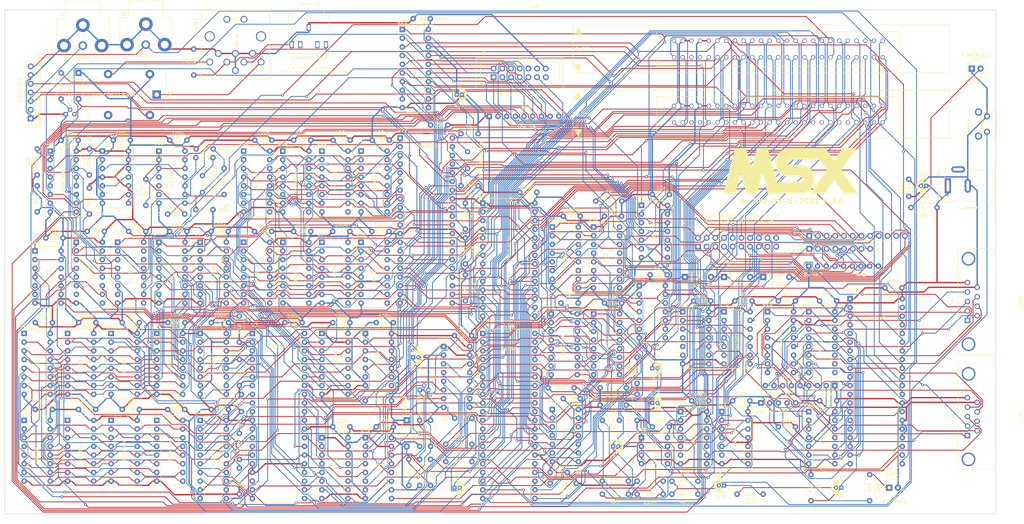
<source format=kicad_pcb>
(kicad_pcb (version 20171130) (host pcbnew 5.1.6-c6e7f7d~86~ubuntu18.04.1)
  (layers (0 F.Cu signal) (31 B.Cu signal) (34 B.Paste user) (35 F.Paste user) (36 B.SilkS user) (37 F.SilkS user) (38 B.Mask user) (39 F.Mask user) (44 Edge.Cuts user))
  (net 0 "")
  (net 1 "Net-(C36-Pad1)")
  (net 2 "Net-(Q3-Pad2)")
  (net 3 +5V)
  (net 4 "Net-(R73-Pad2)")
  (net 5 A10)
  (net 6 A9)
  (net 7 A8)
  (net 8 "Net-(U3-Pad18)")
  (net 9 A7)
  (net 10 A6)
  (net 11 "Net-(U3-Pad16)")
  (net 12 A5)
  (net 13 D1)
  (net 14 A4)
  (net 15 D0)
  (net 16 A3)
  (net 17 D7)
  (net 18 A2)
  (net 19 D2)
  (net 20 A1)
  (net 21 A0)
  (net 22 D6)
  (net 23 D5)
  (net 24 D3)
  (net 25 "Net-(U3-Pad27)")
  (net 26 D4)
  (net 27 A15)
  (net 28 A14)
  (net 29 "Net-(U3-Pad23)")
  (net 30 A13)
  (net 31 A12)
  (net 32 A11)
  (net 33 "Net-(U1-Pad6)")
  (net 34 "Net-(U1-Pad4)")
  (net 35 "Net-(U2-Pad9)")
  (net 36 "Net-(U2-Pad12)")
  (net 37 "Net-(R41-Pad2)")
  (net 38 "Net-(U1-Pad12)")
  (net 39 "Net-(U1-Pad8)")
  (net 40 "Net-(U23-Pad9)")
  (net 41 "Net-(U23-Pad8)")
  (net 42 "Net-(U23-Pad7)")
  (net 43 "Net-(U23-Pad6)")
  (net 44 "Net-(U23-Pad5)")
  (net 45 "Net-(U23-Pad4)")
  (net 46 "Net-(U23-Pad3)")
  (net 47 "Net-(U23-Pad2)")
  (net 48 "Net-(U23-Pad1)")
  (net 49 "Net-(SLOT2-Pad46)")
  (net 50 "Net-(SLOT2-Pad44)")
  (net 51 "Net-(SLOT2-Pad16)")
  (net 52 "Net-(SLOT2-Pad10)")
  (net 53 "Net-(SLOT2-Pad5)")
  (net 54 "Net-(SLOT1-Pad5)")
  (net 55 "Net-(SLOT1-Pad10)")
  (net 56 "Net-(SLOT1-Pad16)")
  (net 57 "Net-(SLOT1-Pad44)")
  (net 58 "Net-(SLOT1-Pad46)")
  (net 59 RESET)
  (net 60 RESET\)
  (net 61 EXINT\)
  (net 62 EXWAIT\)
  (net 63 A10')
  (net 64 IORQ\)
  (net 65 A9')
  (net 66 MREQ\)
  (net 67 A8')
  (net 68 A7')
  (net 69 A6')
  (net 70 A5')
  (net 71 A4')
  (net 72 A3')
  (net 73 A2')
  (net 74 A1')
  (net 75 A0')
  (net 76 RFSH\)
  (net 77 A15')
  (net 78 A14')
  (net 79 A13')
  (net 80 WR\)
  (net 81 A12')
  (net 82 RD\)
  (net 83 A11')
  (net 84 CLOCK\)
  (net 85 IORQ-D\)
  (net 86 M1-D\)
  (net 87 MREQ-D\)
  (net 88 WR-D\)
  (net 89 RD-D\)
  (net 90 "Net-(U51-Pad11)")
  (net 91 "Net-(U51-Pad12)")
  (net 92 "Net-(U51-Pad13)")
  (net 93 "Net-(U51-Pad14)")
  (net 94 INTVDP\)
  (net 95 CLOCK)
  (net 96 "Net-(U49-Pad2)")
  (net 97 "Net-(U49-Pad12)")
  (net 98 "Net-(U49-Pad11)")
  (net 99 "Net-(U49-Pad3)")
  (net 100 "Net-(R67-Pad2)")
  (net 101 "Net-(C82-Pad2)")
  (net 102 "Net-(C83-Pad1)")
  (net 103 "Net-(C82-Pad1)")
  (net 104 "Net-(C83-Pad2)")
  (net 105 "Net-(R24-Pad2)")
  (net 106 CS12\)
  (net 107 "Net-(U16-Pad15)")
  (net 108 "Net-(U16-Pad7)")
  (net 109 "Net-(U16-Pad14)")
  (net 110 CS2\)
  (net 111 "Net-(U16-Pad13)")
  (net 112 CS1\)
  (net 113 SLTSL0\)
  (net 114 "Net-(U16-Pad4)")
  (net 115 SLTSL1\)
  (net 116 SLTSL2\)
  (net 117 SLTSL3\)
  (net 118 "Net-(U17-Pad10)")
  (net 119 "Net-(U17-Pad3)")
  (net 120 "Net-(U17-Pad11)")
  (net 121 "Net-(U17-Pad4)")
  (net 122 "Net-(U17-Pad12)")
  (net 123 "Net-(U17-Pad5)")
  (net 124 "Net-(U17-Pad13)")
  (net 125 "Net-(U17-Pad6)")
  (net 126 "Net-(U41-Pad5)")
  (net 127 "Net-(U41-Pad4)")
  (net 128 "Net-(U41-Pad3)")
  (net 129 CS01\)
  (net 130 "Net-(D3-Pad2)")
  (net 131 "Net-(D2-Pad2)")
  (net 132 "Net-(D1-Pad2)")
  (net 133 "Net-(U19-Pad11)")
  (net 134 "Net-(D1-Pad1)")
  (net 135 "Net-(D6-Pad2)")
  (net 136 "Net-(C7-Pad1)")
  (net 137 "Net-(R8-Pad2)")
  (net 138 "Net-(C78-Pad2)")
  (net 139 "Net-(C77-Pad2)")
  (net 140 "Net-(R7-Pad2)")
  (net 141 "Net-(C79-Pad2)")
  (net 142 "Net-(C6-Pad1)")
  (net 143 "Net-(R10-Pad1)")
  (net 144 "Net-(CAPS1-Pad1)")
  (net 145 "Net-(R33-Pad1)")
  (net 146 "Net-(C1-Pad2)")
  (net 147 "Net-(C71-Pad2)")
  (net 148 "Net-(C77-Pad1)")
  (net 149 "Net-(R29-Pad1)")
  (net 150 "Net-(C76-Pad1)")
  (net 151 "Net-(U48-Pad6)")
  (net 152 "Net-(U48-Pad5)")
  (net 153 -12V)
  (net 154 +12V)
  (net 155 "Net-(U18-Pad20)")
  (net 156 "Net-(U18-Pad18)")
  (net 157 "Net-(U18-Pad17)")
  (net 158 "Net-(U18-Pad36)")
  (net 159 "Net-(U18-Pad16)")
  (net 160 "Net-(U18-Pad15)")
  (net 161 "Net-(U18-Pad14)")
  (net 162 "Net-(C1-Pad1)")
  (net 163 "Net-(U18-Pad11)")
  (net 164 BEEP)
  (net 165 "Net-(U18-Pad5)")
  (net 166 "Net-(U18-Pad22)")
  (net 167 "Net-(U24-Pad20)")
  (net 168 "Net-(U24-Pad39)")
  (net 169 "Net-(U24-Pad19)")
  (net 170 "Net-(U24-Pad18)")
  (net 171 "Net-(U24-Pad17)")
  (net 172 "Net-(U24-Pad16)")
  (net 173 "Net-(U24-Pad15)")
  (net 174 "Net-(U24-Pad13)")
  (net 175 "Net-(U24-Pad12)")
  (net 176 "Net-(U24-Pad11)")
  (net 177 "Net-(U24-Pad10)")
  (net 178 "Net-(U24-Pad29)")
  (net 179 "Net-(U24-Pad27)")
  (net 180 "Net-(U24-Pad7)")
  (net 181 "Net-(U24-Pad6)")
  (net 182 "Net-(U24-Pad21)")
  (net 183 Y5\)
  (net 184 "Net-(U28-Pad3)")
  (net 185 "Net-(U28-Pad2)")
  (net 186 "Net-(U47-Pad10)")
  (net 187 "Net-(U21-Pad1)")
  (net 188 "Net-(U21-Pad8)")
  (net 189 "Net-(U21-Pad9)")
  (net 190 "Net-(U21-Pad12)")
  (net 191 "Net-(U21-Pad6)")
  (net 192 "Net-(J8-Pad7)")
  (net 193 "Net-(C6-Pad2)")
  (net 194 "Net-(J8-Pad6)")
  (net 195 AUDIO)
  (net 196 SOUND)
  (net 197 Y4\)
  (net 198 "Net-(U22-Pad5)")
  (net 199 P2\)
  (net 200 BUSY)
  (net 201 "Net-(J3-Pad8)")
  (net 202 "Net-(J4-Pad8)")
  (net 203 DATA7)
  (net 204 DATA1)
  (net 205 DATA6)
  (net 206 DATA4)
  (net 207 DATA3)
  (net 208 DATA5)
  (net 209 DATA2)
  (net 210 DATA8)
  (net 211 P5\)
  (net 212 "Net-(U27-Pad14)")
  (net 213 JB7)
  (net 214 "Net-(U27-Pad13)")
  (net 215 JA7)
  (net 216 "Net-(U27-Pad12)")
  (net 217 "Net-(U27-Pad11)")
  (net 218 JB6)
  (net 219 "Net-(U27-Pad10)")
  (net 220 JA6)
  (net 221 "Net-(U27-Pad9)")
  (net 222 P4\)
  (net 223 Y2\)
  (net 224 Y3\)
  (net 225 JA1)
  (net 226 JB3)
  (net 227 JB1)
  (net 228 JA3)
  (net 229 JA2)
  (net 230 JB4)
  (net 231 JB2)
  (net 232 JA4)
  (net 233 STROBE\)
  (net 234 "Net-(U25-Pad8)")
  (net 235 "Net-(J5-Pad13)")
  (net 236 "Net-(J5-Pad12)")
  (net 237 "Net-(J5-Pad10)")
  (net 238 L6)
  (net 239 L4)
  (net 240 L7)
  (net 241 L5)
  (net 242 WE\)
  (net 243 CAS\)
  (net 244 RAS\)
  (net 245 "Net-(U25-Pad4)")
  (net 246 L1)
  (net 247 L2)
  (net 248 L0)
  (net 249 L3)
  (net 250 "Net-(U42-Pad6)")
  (net 251 "Net-(U25-Pad5)")
  (net 252 "Net-(U42-Pad1)")
  (net 253 "Net-(U25-Pad6)")
  (net 254 Y)
  (net 255 R-Y)
  (net 256 "Net-(RY1-Pad4)")
  (net 257 B-Y)
  (net 258 "Net-(C75-Pad1)")
  (net 259 "Net-(C50-Pad1)")
  (net 260 "Net-(U30-Pad37)")
  (net 261 "Net-(U30-Pad15)")
  (net 262 "Net-(U30-Pad14)")
  (net 263 RD0)
  (net 264 RD1)
  (net 265 "Net-(U30-Pad11)")
  (net 266 RD2)
  (net 267 WD0)
  (net 268 RD3)
  (net 269 WD1)
  (net 270 RD4)
  (net 271 WD2)
  (net 272 RD5)
  (net 273 WD3)
  (net 274 RD6)
  (net 275 WD4)
  (net 276 RD7)
  (net 277 WD5)
  (net 278 WD6)
  (net 279 WD7)
  (net 280 "Net-(U30-Pad2)")
  (net 281 "Net-(U30-Pad1)")
  (net 282 "Net-(U37-Pad9)")
  (net 283 "Net-(U38-Pad9)")
  (net 284 "Net-(U34-Pad9)")
  (net 285 "Net-(U31-Pad9)")
  (net 286 "Net-(U32-Pad9)")
  (net 287 "Net-(U33-Pad9)")
  (net 288 "Net-(U35-Pad9)")
  (net 289 "Net-(U36-Pad9)")
  (net 290 GND)
  (net 291 U47U17)
  (net 292 "Net-(POWERLED1-Pad2)")
  (net 293 "Net-(U22-Pad15)")
  (net 294 "Net-(U22-Pad7)")
  (net 295 "Net-(U22-Pad14)")
  (net 296 "Net-(U22-Pad9)")
  (net 297 RFSH-D\)
  (net 298 "Net-(U41-Pad11)")
  (net 299 "Net-(U45-Pad9)")
  (net 300 "Net-(U45-Pad12)")
  (net 301 "Net-(U45-Pad14)")
  (net 302 "Net-(U45-Pad7)")
  (net 303 "Net-(U45-Pad15)")
  (net 304 "Net-(JN10-Pad2)")
  (net 305 "Net-(J2-Pad2)")
  (net 306 "Net-(J2-Pad3)")
  (net 307 "Net-(J2-Pad4)")
  (net 308 "Net-(J7-Pad20)")
  (net 309 KB11)
  (net 310 KB12)
  (net 311 KB13)
  (net 312 KB14)
  (net 313 KB15)
  (net 314 KB16)
  (net 315 KB17)
  (net 316 KB18)
  (net 317 KB19)
  (net 318 "Net-(J7-Pad19)")
  (net 319 "Net-(J7-Pad17)")
  (net 320 "Net-(J7-Pad15)")
  (net 321 "Net-(J7-Pad13)")
  (net 322 "Net-(J7-Pad11)")
  (net 323 "Net-(J7-Pad9)")
  (net 324 "Net-(J7-Pad7)")
  (net 325 "Net-(J7-Pad5)")
  (net 326 "Net-(J7-Pad3)")
  (net 327 "Net-(J7-Pad1)")
  (net 328 "Net-(Q1-Pad2)")
  (module Package_TO_SOT_THT:TO-92 (layer F.Cu) (at 100.406 93.345)
    (fp_text reference Q1 (at 1.27 -3.56) (layer F.SilkS))
    (fp_text value 2N3904)
    (pad 1 thru_hole rect (at 0 0 90) (size 1.3 1.3) (drill 0.75) (layers *.Cu *.Mask) (net 290 GND))
    (pad 3 thru_hole circle (at 2.54 0 90) (size 1.3 1.3) (drill 0.75) (layers *.Cu *.Mask) (net 135 "Net-(D6-Pad2)"))
    (pad 2 thru_hole circle (at 1.27 -1.27 90) (size 1.3 1.3) (drill 0.75) (layers *.Cu *.Mask) (net 328 "Net-(Q1-Pad2)"))
  )
  (module msx_symbol:MSX (layer F.Cu) (at 312.166 109.9312)
    (fp_text reference G*** hide)
    (fp_text value LOGO hide)
  )
  (module Connector_IDC:IDC-Header_2x10_P2.54mm_Vertical (layer F.Cu) (at 285.115 132.08 90)
    (fp_text reference J7 (at 6.985 -4.445) (layer F.SilkS))
    (fp_text value "Keyboard XY" (at -4.445 11.43) (layer F.SilkS))
    (pad 20 thru_hole circle (at 2.54 22.86 90) (size 1.7 1.7) (drill 1) (layers *.Cu *.Mask) (net 308 "Net-(J7-Pad20)"))
    (pad 18 thru_hole circle (at 2.54 20.32 90) (size 1.7 1.7) (drill 1) (layers *.Cu *.Mask) (net 317 KB19))
    (pad 16 thru_hole circle (at 2.54 17.78 90) (size 1.7 1.7) (drill 1) (layers *.Cu *.Mask) (net 316 KB18))
    (pad 14 thru_hole circle (at 2.54 15.24 90) (size 1.7 1.7) (drill 1) (layers *.Cu *.Mask) (net 315 KB17))
    (pad 12 thru_hole circle (at 2.54 12.7 90) (size 1.7 1.7) (drill 1) (layers *.Cu *.Mask) (net 314 KB16))
    (pad 10 thru_hole circle (at 2.54 10.16 90) (size 1.7 1.7) (drill 1) (layers *.Cu *.Mask) (net 313 KB15))
    (pad 8 thru_hole circle (at 2.54 7.62 90) (size 1.7 1.7) (drill 1) (layers *.Cu *.Mask) (net 312 KB14))
    (pad 6 thru_hole circle (at 2.54 5.08 90) (size 1.7 1.7) (drill 1) (layers *.Cu *.Mask) (net 311 KB13))
    (pad 4 thru_hole circle (at 2.54 2.54 90) (size 1.7 1.7) (drill 1) (layers *.Cu *.Mask) (net 310 KB12))
    (pad 2 thru_hole circle (at 2.54 0 90) (size 1.7 1.7) (drill 1) (layers *.Cu *.Mask) (net 309 KB11))
    (pad 19 thru_hole circle (at 0 22.86 90) (size 1.7 1.7) (drill 1) (layers *.Cu *.Mask) (net 318 "Net-(J7-Pad19)"))
    (pad 17 thru_hole circle (at 0 20.32 90) (size 1.7 1.7) (drill 1) (layers *.Cu *.Mask) (net 319 "Net-(J7-Pad17)"))
    (pad 15 thru_hole circle (at 0 17.78 90) (size 1.7 1.7) (drill 1) (layers *.Cu *.Mask) (net 320 "Net-(J7-Pad15)"))
    (pad 13 thru_hole circle (at 0 15.24 90) (size 1.7 1.7) (drill 1) (layers *.Cu *.Mask) (net 321 "Net-(J7-Pad13)"))
    (pad 11 thru_hole circle (at 0 12.7 90) (size 1.7 1.7) (drill 1) (layers *.Cu *.Mask) (net 322 "Net-(J7-Pad11)"))
    (pad 9 thru_hole circle (at 0 10.16 90) (size 1.7 1.7) (drill 1) (layers *.Cu *.Mask) (net 323 "Net-(J7-Pad9)"))
    (pad 7 thru_hole circle (at 0 7.62 90) (size 1.7 1.7) (drill 1) (layers *.Cu *.Mask) (net 324 "Net-(J7-Pad7)"))
    (pad 5 thru_hole circle (at 0 5.08 90) (size 1.7 1.7) (drill 1) (layers *.Cu *.Mask) (net 325 "Net-(J7-Pad5)"))
    (pad 3 thru_hole circle (at 0 2.54 90) (size 1.7 1.7) (drill 1) (layers *.Cu *.Mask) (net 326 "Net-(J7-Pad3)"))
    (pad 1 thru_hole roundrect (at 0 0 90) (size 1.7 1.7) (drill 1) (layers *.Cu *.Mask) (roundrect_rratio 0.147059) (net 327 "Net-(J7-Pad1)"))
  )
  (module Capacitor_THT:CP_Radial_D4.0mm_P1.50mm (layer F.Cu) (at 327.025 202.565 180)
    (fp_text reference C77 (at 0.75 -3.25) (layer F.SilkS))
    (fp_text value 10uF (at 0.75 3.25) (layer F.SilkS))
    (pad 2 thru_hole circle (at 1.5 0 180) (size 1.2 1.2) (drill 0.6) (layers *.Cu *.Mask) (net 139 "Net-(C77-Pad2)"))
    (pad 1 thru_hole rect (at 0 0 180) (size 1.2 1.2) (drill 0.6) (layers *.Cu *.Mask) (net 148 "Net-(C77-Pad1)"))
  )
  (module Capacitor_THT:CP_Radial_D4.0mm_P1.50mm (layer F.Cu) (at 292.735 201.93 180)
    (fp_text reference C76 (at 0.75 -3.25) (layer F.SilkS))
    (fp_text value 10uF (at 0.75 3.25) (layer F.SilkS))
    (pad 2 thru_hole circle (at 1.5 0 180) (size 1.2 1.2) (drill 0.6) (layers *.Cu *.Mask) (net 195 AUDIO))
    (pad 1 thru_hole rect (at 0 0 180) (size 1.2 1.2) (drill 0.6) (layers *.Cu *.Mask) (net 150 "Net-(C76-Pad1)"))
  )
  (module Capacitor_THT:CP_Radial_D4.0mm_P1.50mm (layer F.Cu) (at 271.78 177.8)
    (fp_text reference C79 (at 0.75 -3.25) (layer F.SilkS))
    (fp_text value 10uF (at 0.75 3.25) (layer F.SilkS))
    (pad 2 thru_hole circle (at 1.5 0) (size 1.2 1.2) (drill 0.6) (layers *.Cu *.Mask) (net 141 "Net-(C79-Pad2)"))
    (pad 1 thru_hole rect (at 0 0) (size 1.2 1.2) (drill 0.6) (layers *.Cu *.Mask) (net 164 BEEP))
  )
  (module Capacitor_THT:CP_Radial_D4.0mm_P1.50mm (layer F.Cu) (at 271.78 167.64)
    (fp_text reference C78 (at 0.75 -3.25) (layer F.SilkS))
    (fp_text value 10uF (at 0.75 3.25) (layer F.SilkS))
    (pad 2 thru_hole circle (at 1.5 0) (size 1.2 1.2) (drill 0.6) (layers *.Cu *.Mask) (net 138 "Net-(C78-Pad2)"))
    (pad 1 thru_hole rect (at 0 0) (size 1.2 1.2) (drill 0.6) (layers *.Cu *.Mask) (net 196 SOUND))
  )
  (module Capacitor_THT:CP_Radial_D4.0mm_P1.50mm (layer F.Cu) (at 260.35 190.5)
    (fp_text reference C7 (at 0.75 -3.25) (layer F.SilkS))
    (fp_text value 10uF (at 0.75 3.25) (layer F.SilkS))
    (pad 2 thru_hole circle (at 1.5 0) (size 1.2 1.2) (drill 0.6) (layers *.Cu *.Mask) (net 290 GND))
    (pad 1 thru_hole rect (at 0 0) (size 1.2 1.2) (drill 0.6) (layers *.Cu *.Mask) (net 136 "Net-(C7-Pad1)"))
  )
  (module Capacitor_THT:CP_Radial_D4.0mm_P1.50mm (layer F.Cu) (at 213.995 202.565)
    (fp_text reference C1 (at 0.75 -3.25) (layer F.SilkS))
    (fp_text value 1uF (at 0.75 3.25) (layer F.SilkS))
    (pad 2 thru_hole circle (at 1.5 0) (size 1.2 1.2) (drill 0.6) (layers *.Cu *.Mask) (net 146 "Net-(C1-Pad2)"))
    (pad 1 thru_hole rect (at 0 0) (size 1.2 1.2) (drill 0.6) (layers *.Cu *.Mask) (net 162 "Net-(C1-Pad1)"))
  )
  (module Capacitor_THT:CP_Radial_D4.0mm_P1.50mm (layer F.Cu) (at 201.93 164.465)
    (fp_text reference C36 (at 0.75 -3.25) (layer F.SilkS))
    (fp_text value 22uF (at 0.75 3.25) (layer F.SilkS))
    (pad 2 thru_hole circle (at 1.5 0) (size 1.2 1.2) (drill 0.6) (layers *.Cu *.Mask) (net 290 GND))
    (pad 1 thru_hole rect (at 0 0) (size 1.2 1.2) (drill 0.6) (layers *.Cu *.Mask) (net 1 "Net-(C36-Pad1)"))
  )
  (module Capacitor_THT:CP_Radial_D4.0mm_P1.50mm (layer F.Cu) (at 214.63 87.63)
    (fp_text reference C4 (at 0.75 -3.25) (layer F.SilkS))
    (fp_text value 4u7 (at 0.75 3.25) (layer F.SilkS))
    (pad 2 thru_hole circle (at 1.5 0) (size 1.2 1.2) (drill 0.6) (layers *.Cu *.Mask) (net 290 GND))
    (pad 1 thru_hole rect (at 0 0) (size 1.2 1.2) (drill 0.6) (layers *.Cu *.Mask) (net 3 +5V))
  )
  (module Capacitor_THT:C_Disc_D4.3mm_W1.9mm_P5.00mm (layer F.Cu) (at 201.93 65.405)
    (fp_text reference C61 (at 2.54 0) (layer F.SilkS))
    (fp_text value 100n (at 8.255 0) (layer F.SilkS))
    (pad 2 thru_hole circle (at 5 0) (size 1.6 1.6) (drill 0.8) (layers *.Cu *.Mask) (net 3 +5V))
    (pad 1 thru_hole circle (at 0 0) (size 1.6 1.6) (drill 0.8) (layers *.Cu *.Mask) (net 290 GND))
  )
  (module Capacitor_THT:C_Disc_D4.3mm_W1.9mm_P5.00mm (layer F.Cu) (at 142.875 127.635)
    (fp_text reference C60 (at 2.54 0) (layer F.SilkS))
    (fp_text value 100n (at 2.5 -1.905) (layer F.SilkS))
    (pad 2 thru_hole circle (at 5 0) (size 1.6 1.6) (drill 0.8) (layers *.Cu *.Mask) (net 3 +5V))
    (pad 1 thru_hole circle (at 0 0) (size 1.6 1.6) (drill 0.8) (layers *.Cu *.Mask) (net 290 GND))
  )
  (module Capacitor_THT:C_Disc_D4.3mm_W1.9mm_P5.00mm (layer F.Cu) (at 207.01 96.52)
    (fp_text reference C59 (at 2.54 0) (layer F.SilkS))
    (fp_text value 100n (at 2.54 -1.905) (layer F.SilkS))
    (pad 2 thru_hole circle (at 5 0) (size 1.6 1.6) (drill 0.8) (layers *.Cu *.Mask) (net 3 +5V))
    (pad 1 thru_hole circle (at 0 0) (size 1.6 1.6) (drill 0.8) (layers *.Cu *.Mask) (net 290 GND))
  )
  (module Capacitor_THT:C_Disc_D4.3mm_W1.9mm_P5.00mm (layer F.Cu) (at 106.68 127.635)
    (fp_text reference C58 (at 2.54 0) (layer F.SilkS))
    (fp_text value 100n (at 2.5 -1.905) (layer F.SilkS))
    (pad 2 thru_hole circle (at 5 0) (size 1.6 1.6) (drill 0.8) (layers *.Cu *.Mask) (net 3 +5V))
    (pad 1 thru_hole circle (at 0 0) (size 1.6 1.6) (drill 0.8) (layers *.Cu *.Mask) (net 290 GND))
  )
  (module Capacitor_THT:C_Disc_D4.3mm_W1.9mm_P5.00mm (layer F.Cu) (at 164.465 154.305)
    (fp_text reference C57 (at 2.54 0) (layer F.SilkS))
    (fp_text value 100n (at 2.54 -1.905) (layer F.SilkS))
    (pad 2 thru_hole circle (at 5 0) (size 1.6 1.6) (drill 0.8) (layers *.Cu *.Mask) (net 3 +5V))
    (pad 1 thru_hole circle (at 0 0) (size 1.6 1.6) (drill 0.8) (layers *.Cu *.Mask) (net 290 GND))
  )
  (module Capacitor_THT:C_Disc_D4.3mm_W1.9mm_P5.00mm (layer F.Cu) (at 130.81 127.635)
    (fp_text reference C54 (at 2.5 0.044999) (layer F.SilkS))
    (fp_text value 100n (at 2.5 -1.860001) (layer F.SilkS))
    (pad 2 thru_hole circle (at 5 0) (size 1.6 1.6) (drill 0.8) (layers *.Cu *.Mask) (net 3 +5V))
    (pad 1 thru_hole circle (at 0 0) (size 1.6 1.6) (drill 0.8) (layers *.Cu *.Mask) (net 290 GND))
  )
  (module Capacitor_THT:C_Disc_D4.3mm_W1.9mm_P5.00mm (layer F.Cu) (at 94.615 129.54)
    (fp_text reference C53 (at 2.5 0) (layer F.SilkS))
    (fp_text value 100n (at 2.734999 -1.905) (layer F.SilkS))
    (pad 2 thru_hole circle (at 5 0) (size 1.6 1.6) (drill 0.8) (layers *.Cu *.Mask) (net 3 +5V))
    (pad 1 thru_hole circle (at 0 0) (size 1.6 1.6) (drill 0.8) (layers *.Cu *.Mask) (net 290 GND))
  )
  (module Capacitor_THT:C_Disc_D4.3mm_W1.9mm_P5.00mm (layer F.Cu) (at 118.825 127.635)
    (fp_text reference C52 (at 2.5 0.044999) (layer F.SilkS))
    (fp_text value 100n (at 2.5 -1.860001) (layer F.SilkS))
    (pad 2 thru_hole circle (at 5 0) (size 1.6 1.6) (drill 0.8) (layers *.Cu *.Mask) (net 3 +5V))
    (pad 1 thru_hole circle (at 0 0) (size 1.6 1.6) (drill 0.8) (layers *.Cu *.Mask) (net 290 GND))
  )
  (module MountingHole:MountingHole_4.3mm_M4 (layer F.Cu) (at 237.49 67.31)
    (fp_text reference H5 (at 0 -5.3) (layer F.SilkS))
    (fp_text value MountingHole)
    (pad 1 np_thru_hole circle (at 0 0) (size 4.3 4.3) (drill 4.3) (layers *.Cu *.Mask))
  )
  (module Button_Switch_THT:SW_Tactile_SPST_Angled_PTS645Vx39-2LFS (layer F.Cu) (at 369.57 93.98 270)
    (fp_text reference SWitch1 (at 2.25 1.68 90) (layer F.SilkS))
    (fp_text value Reset (at 2.25 5.38988 90) (layer F.SilkS))
    (pad "" thru_hole circle (at -1.25 2.49 270) (size 2.1 2.1) (drill 1.3) (layers *.Cu *.Mask))
    (pad 1 thru_hole circle (at 0 0 270) (size 1.75 1.75) (drill 0.99) (layers *.Cu *.Mask) (net 290 GND))
    (pad 2 thru_hole circle (at 4.5 0 270) (size 1.75 1.75) (drill 0.99) (layers *.Cu *.Mask) (net 4 "Net-(R73-Pad2)"))
    (pad "" thru_hole circle (at 5.76 2.49 270) (size 2.1 2.1) (drill 1.3) (layers *.Cu *.Mask))
  )
  (module Capacitor_THT:CP_Radial_D4.0mm_P1.50mm (layer F.Cu) (at 351.79 114.3 180)
    (fp_text reference C40 (at 0.75 -3.25) (layer F.SilkS))
    (fp_text value 1uF (at 0.75 3.25) (layer F.SilkS))
    (pad 2 thru_hole circle (at 1.5 0 180) (size 1.2 1.2) (drill 0.6) (layers *.Cu *.Mask) (net 290 GND))
    (pad 1 thru_hole rect (at 0 0 180) (size 1.2 1.2) (drill 0.6) (layers *.Cu *.Mask) (net 3 +5V))
  )
  (module MountingHole:MountingHole_4.3mm_M4 (layer F.Cu) (at 367.665 207.01)
    (fp_text reference H4)
    (fp_text value MountingHole)
    (pad 1 np_thru_hole circle (at 0 0) (size 4.3 4.3) (drill 4.3) (layers *.Cu *.Mask))
  )
  (module MountingHole:MountingHole_4.3mm_M4 (layer F.Cu) (at 367.03 67.31)
    (fp_text reference H3)
    (fp_text value MountingHole)
    (pad 1 np_thru_hole circle (at 0 0) (size 4.3 4.3) (drill 4.3) (layers *.Cu *.Mask))
  )
  (module MountingHole:MountingHole_4.3mm_M4 (layer F.Cu) (at 86.36 67.31)
    (fp_text reference H2)
    (fp_text value MountingHole)
    (pad 1 np_thru_hole circle (at 0 0) (size 4.3 4.3) (drill 4.3) (layers *.Cu *.Mask))
  )
  (module MountingHole:MountingHole_4.3mm_M4 (layer F.Cu) (at 86.36 207.01)
    (fp_text reference H1)
    (fp_text value MountingHole)
    (pad 1 np_thru_hole circle (at 0 0) (size 4.3 4.3) (drill 4.3) (layers *.Cu *.Mask))
  )
  (module msx_symbol:Jack_conn_audio (layer F.Cu) (at 171.45 73.025 180)
    (fp_text reference J2 (at 0 7.5) (layer F.SilkS))
    (fp_text value AudioMSXCass (at 0 -3.81) (layer F.SilkS))
    (pad "" np_thru_hole circle (at 0 0 180) (size 1.2 1.2) (drill 1.2) (layers *.Cu *.Mask))
    (pad 3 thru_hole rect (at 2.5 0 180) (size 1.2 2) (drill oval 0.8 1.5) (layers *.Cu *.Mask) (net 306 "Net-(J2-Pad3)"))
    (pad 2 thru_hole rect (at 5 0 180) (size 1.2 2) (drill oval 0.8 1.5) (layers *.Cu *.Mask) (net 305 "Net-(J2-Pad2)"))
    (pad 4 thru_hole rect (at -2.5 0 180) (size 1.2 2) (drill oval 0.8 1.5) (layers *.Cu *.Mask) (net 307 "Net-(J2-Pad4)"))
    (pad 5 thru_hole rect (at -5 0 180) (size 1.2 2) (drill oval 0.8 1.5) (layers *.Cu *.Mask) (net 193 "Net-(C6-Pad2)"))
    (pad 1 thru_hole rect (at 0 5 180) (size 1.2 2) (drill oval 0.8 1.5) (layers *.Cu *.Mask) (net 290 GND))
    (pad "" np_thru_hole circle (at -5 5 180) (size 1.2 1.2) (drill 1.2) (layers *.Cu *.Mask))
    (pad "" np_thru_hole circle (at 5 5 180) (size 1.2 1.2) (drill 1.2) (layers *.Cu *.Mask))
    (pad "" np_thru_hole circle (at 5 7.5 180) (size 1.2 1.2) (drill 1.2) (layers *.Cu *.Mask))
    (pad "" np_thru_hole circle (at -5 7.5 180) (size 1.2 1.2) (drill 1.2) (layers *.Cu *.Mask))
  )
  (module "msx_symbol:RCA FeMale" (layer F.Cu) (at 123.825 73.025)
    (fp_text reference J6 (at -6.35 -8.89) (layer F.SilkS))
    (fp_text value "Audio Out" (at 0 3.175) (layer F.SilkS))
    (pad 2 thru_hole circle (at 0 -6) (size 4 4) (drill 2.3) (layers *.Cu *.Mask) (net 290 GND))
    (pad 2 thru_hole circle (at -5.5 0) (size 4 4) (drill 2.3) (layers *.Cu *.Mask) (net 290 GND))
    (pad 2 thru_hole circle (at 5.5 0) (size 4 4) (drill 2.3) (layers *.Cu *.Mask) (net 290 GND))
    (pad 1 thru_hole circle (at 0 0) (size 2.5 2.5) (drill 1.6) (layers *.Cu *.Mask) (net 195 AUDIO))
  )
  (module msx_symbol:Slot_conn (layer F.Cu) (at 308.61 74.295)
    (fp_text reference SLOT2 (at -57.15 0) (layer F.SilkS))
    (fp_text value Conn_02x25_Odd_Even)
    (pad 50 thru_hole circle (at -30.48 2.425 270) (size 1.25 1.25) (drill 0.9) (layers *.Cu *.Mask) (net 153 -12V))
    (pad 49 thru_hole circle (at -30.48 -2.425 270) (size 1.25 1.25) (drill 0.9) (layers *.Cu *.Mask) (net 196 SOUND))
    (pad 48 thru_hole circle (at -27.94 2.425 270) (size 1.25 1.25) (drill 0.9) (layers *.Cu *.Mask) (net 154 +12V))
    (pad 47 thru_hole circle (at -27.94 -2.425 270) (size 1.25 1.25) (drill 0.9) (layers *.Cu *.Mask) (net 3 +5V))
    (pad 46 thru_hole circle (at -25.4 2.425 270) (size 1.25 1.25) (drill 0.9) (layers *.Cu *.Mask) (net 49 "Net-(SLOT2-Pad46)"))
    (pad 45 thru_hole circle (at -25.4 -2.425 270) (size 1.25 1.25) (drill 0.9) (layers *.Cu *.Mask) (net 3 +5V))
    (pad 44 thru_hole circle (at -22.86 2.425 270) (size 1.25 1.25) (drill 0.9) (layers *.Cu *.Mask) (net 50 "Net-(SLOT2-Pad44)"))
    (pad 43 thru_hole circle (at -22.86 -2.425 270) (size 1.25 1.25) (drill 0.9) (layers *.Cu *.Mask) (net 290 GND))
    (pad 42 thru_hole circle (at -20.32 2.425 270) (size 1.25 1.25) (drill 0.9) (layers *.Cu *.Mask) (net 95 CLOCK))
    (pad 41 thru_hole circle (at -20.32 -2.425 270) (size 1.25 1.25) (drill 0.9) (layers *.Cu *.Mask) (net 290 GND))
    (pad 40 thru_hole circle (at -17.78 2.425 270) (size 1.25 1.25) (drill 0.9) (layers *.Cu *.Mask) (net 22 D6))
    (pad 39 thru_hole circle (at -17.78 -2.425 270) (size 1.25 1.25) (drill 0.9) (layers *.Cu *.Mask) (net 17 D7))
    (pad 38 thru_hole circle (at -15.24 2.425 270) (size 1.25 1.25) (drill 0.9) (layers *.Cu *.Mask) (net 26 D4))
    (pad 37 thru_hole circle (at -15.24 -2.425 270) (size 1.25 1.25) (drill 0.9) (layers *.Cu *.Mask) (net 23 D5))
    (pad 36 thru_hole circle (at -12.7 2.425 270) (size 1.25 1.25) (drill 0.9) (layers *.Cu *.Mask) (net 19 D2))
    (pad 35 thru_hole circle (at -12.7 -2.425 270) (size 1.25 1.25) (drill 0.9) (layers *.Cu *.Mask) (net 24 D3))
    (pad 34 thru_hole circle (at -10.16 2.425 270) (size 1.25 1.25) (drill 0.9) (layers *.Cu *.Mask) (net 15 D0))
    (pad 33 thru_hole circle (at -10.16 -2.425 270) (size 1.25 1.25) (drill 0.9) (layers *.Cu *.Mask) (net 13 D1))
    (pad 32 thru_hole circle (at -7.62 2.425 270) (size 1.25 1.25) (drill 0.9) (layers *.Cu *.Mask) (net 14 A4))
    (pad 31 thru_hole circle (at -7.62 -2.425 270) (size 1.25 1.25) (drill 0.9) (layers *.Cu *.Mask) (net 12 A5))
    (pad 30 thru_hole circle (at -5.08 2.425 270) (size 1.25 1.25) (drill 0.9) (layers *.Cu *.Mask) (net 18 A2))
    (pad 29 thru_hole circle (at -5.08 -2.425 270) (size 1.25 1.25) (drill 0.9) (layers *.Cu *.Mask) (net 16 A3))
    (pad 28 thru_hole circle (at -2.54 2.425 270) (size 1.25 1.25) (drill 0.9) (layers *.Cu *.Mask) (net 21 A0))
    (pad 27 thru_hole circle (at -2.54 -2.425 270) (size 1.25 1.25) (drill 0.9) (layers *.Cu *.Mask) (net 20 A1))
    (pad 26 thru_hole circle (at 0 2.425 270) (size 1.25 1.25) (drill 0.9) (layers *.Cu *.Mask) (net 30 A13))
    (pad 25 thru_hole circle (at 0 -2.425 270) (size 1.25 1.25) (drill 0.9) (layers *.Cu *.Mask) (net 28 A14))
    (pad 24 thru_hole circle (at 2.54 2.425 270) (size 1.25 1.25) (drill 0.9) (layers *.Cu *.Mask) (net 7 A8))
    (pad 23 thru_hole circle (at 2.54 -2.425 270) (size 1.25 1.25) (drill 0.9) (layers *.Cu *.Mask) (net 31 A12))
    (pad 22 thru_hole circle (at 5.08 2.425 270) (size 1.25 1.25) (drill 0.9) (layers *.Cu *.Mask) (net 10 A6))
    (pad 21 thru_hole circle (at 5.08 -2.425 270) (size 1.25 1.25) (drill 0.9) (layers *.Cu *.Mask) (net 9 A7))
    (pad 20 thru_hole circle (at 7.62 2.425 270) (size 1.25 1.25) (drill 0.9) (layers *.Cu *.Mask) (net 5 A10))
    (pad 19 thru_hole circle (at 7.62 -2.425 270) (size 1.25 1.25) (drill 0.9) (layers *.Cu *.Mask) (net 32 A11))
    (pad 18 thru_hole circle (at 10.16 2.425 270) (size 1.25 1.25) (drill 0.9) (layers *.Cu *.Mask) (net 27 A15))
    (pad 17 thru_hole circle (at 10.16 -2.425 270) (size 1.25 1.25) (drill 0.9) (layers *.Cu *.Mask) (net 6 A9))
    (pad 16 thru_hole circle (at 12.7 2.425 270) (size 1.25 1.25) (drill 0.9) (layers *.Cu *.Mask) (net 51 "Net-(SLOT2-Pad16)"))
    (pad 15 thru_hole circle (at 12.7 -2.425 270) (size 1.25 1.25) (drill 0.9) (layers *.Cu *.Mask) (net 60 RESET\))
    (pad 14 thru_hole circle (at 15.24 2.425 270) (size 1.25 1.25) (drill 0.9) (layers *.Cu *.Mask) (net 89 RD-D\))
    (pad 13 thru_hole circle (at 15.24 -2.425 270) (size 1.25 1.25) (drill 0.9) (layers *.Cu *.Mask) (net 88 WR-D\))
    (pad 12 thru_hole circle (at 17.78 2.425 270) (size 1.25 1.25) (drill 0.9) (layers *.Cu *.Mask) (net 87 MREQ-D\))
    (pad 11 thru_hole circle (at 17.78 -2.425 270) (size 1.25 1.25) (drill 0.9) (layers *.Cu *.Mask) (net 85 IORQ-D\))
    (pad 10 thru_hole circle (at 20.32 2.425 270) (size 1.25 1.25) (drill 0.9) (layers *.Cu *.Mask) (net 52 "Net-(SLOT2-Pad10)"))
    (pad 9 thru_hole circle (at 20.32 -2.425 270) (size 1.25 1.25) (drill 0.9) (layers *.Cu *.Mask) (net 86 M1-D\))
    (pad 8 thru_hole circle (at 22.86 2.425 270) (size 1.25 1.25) (drill 0.9) (layers *.Cu *.Mask) (net 61 EXINT\))
    (pad 7 thru_hole circle (at 22.86 -2.425 270) (size 1.25 1.25) (drill 0.9) (layers *.Cu *.Mask) (net 62 EXWAIT\))
    (pad 6 thru_hole circle (at 25.4 2.425 270) (size 1.25 1.25) (drill 0.9) (layers *.Cu *.Mask) (net 76 RFSH\))
    (pad 5 thru_hole circle (at 25.4 -2.425 270) (size 1.25 1.25) (drill 0.9) (layers *.Cu *.Mask) (net 53 "Net-(SLOT2-Pad5)"))
    (pad 4 thru_hole circle (at 27.94 2.425 270) (size 1.25 1.25) (drill 0.9) (layers *.Cu *.Mask) (net 116 SLTSL2\))
    (pad 3 thru_hole circle (at 27.94 -2.425 270) (size 1.25 1.25) (drill 0.9) (layers *.Cu *.Mask) (net 106 CS12\))
    (pad 2 thru_hole circle (at 30.48 2.425 270) (size 1.25 1.25) (drill 0.9) (layers *.Cu *.Mask) (net 110 CS2\))
    (pad 1 thru_hole circle (at 30.48 -2.425 270) (size 1.25 1.25) (drill 0.9) (layers *.Cu *.Mask) (net 112 CS1\))
  )
  (module msx_symbol:Slot_conn (layer F.Cu) (at 308.61 93.345)
    (fp_text reference SLOT1 (at -57.15 0) (layer F.SilkS))
    (fp_text value Conn_02x25_Odd_Even)
    (pad 50 thru_hole circle (at -30.48 2.425 270) (size 1.25 1.25) (drill 0.9) (layers *.Cu *.Mask) (net 153 -12V))
    (pad 49 thru_hole circle (at -30.48 -2.425 270) (size 1.25 1.25) (drill 0.9) (layers *.Cu *.Mask) (net 196 SOUND))
    (pad 48 thru_hole circle (at -27.94 2.425 270) (size 1.25 1.25) (drill 0.9) (layers *.Cu *.Mask) (net 154 +12V))
    (pad 47 thru_hole circle (at -27.94 -2.425 270) (size 1.25 1.25) (drill 0.9) (layers *.Cu *.Mask) (net 3 +5V))
    (pad 46 thru_hole circle (at -25.4 2.425 270) (size 1.25 1.25) (drill 0.9) (layers *.Cu *.Mask) (net 58 "Net-(SLOT1-Pad46)"))
    (pad 45 thru_hole circle (at -25.4 -2.425 270) (size 1.25 1.25) (drill 0.9) (layers *.Cu *.Mask) (net 3 +5V))
    (pad 44 thru_hole circle (at -22.86 2.425 270) (size 1.25 1.25) (drill 0.9) (layers *.Cu *.Mask) (net 57 "Net-(SLOT1-Pad44)"))
    (pad 43 thru_hole circle (at -22.86 -2.425 270) (size 1.25 1.25) (drill 0.9) (layers *.Cu *.Mask) (net 290 GND))
    (pad 42 thru_hole circle (at -20.32 2.425 270) (size 1.25 1.25) (drill 0.9) (layers *.Cu *.Mask) (net 95 CLOCK))
    (pad 41 thru_hole circle (at -20.32 -2.425 270) (size 1.25 1.25) (drill 0.9) (layers *.Cu *.Mask) (net 290 GND))
    (pad 40 thru_hole circle (at -17.78 2.425 270) (size 1.25 1.25) (drill 0.9) (layers *.Cu *.Mask) (net 22 D6))
    (pad 39 thru_hole circle (at -17.78 -2.425 270) (size 1.25 1.25) (drill 0.9) (layers *.Cu *.Mask) (net 17 D7))
    (pad 38 thru_hole circle (at -15.24 2.425 270) (size 1.25 1.25) (drill 0.9) (layers *.Cu *.Mask) (net 26 D4))
    (pad 37 thru_hole circle (at -15.24 -2.425 270) (size 1.25 1.25) (drill 0.9) (layers *.Cu *.Mask) (net 23 D5))
    (pad 36 thru_hole circle (at -12.7 2.425 270) (size 1.25 1.25) (drill 0.9) (layers *.Cu *.Mask) (net 19 D2))
    (pad 35 thru_hole circle (at -12.7 -2.425 270) (size 1.25 1.25) (drill 0.9) (layers *.Cu *.Mask) (net 24 D3))
    (pad 34 thru_hole circle (at -10.16 2.425 270) (size 1.25 1.25) (drill 0.9) (layers *.Cu *.Mask) (net 15 D0))
    (pad 33 thru_hole circle (at -10.16 -2.425 270) (size 1.25 1.25) (drill 0.9) (layers *.Cu *.Mask) (net 13 D1))
    (pad 32 thru_hole circle (at -7.62 2.425 270) (size 1.25 1.25) (drill 0.9) (layers *.Cu *.Mask) (net 14 A4))
    (pad 31 thru_hole circle (at -7.62 -2.425 270) (size 1.25 1.25) (drill 0.9) (layers *.Cu *.Mask) (net 12 A5))
    (pad 30 thru_hole circle (at -5.08 2.425 270) (size 1.25 1.25) (drill 0.9) (layers *.Cu *.Mask) (net 18 A2))
    (pad 29 thru_hole circle (at -5.08 -2.425 270) (size 1.25 1.25) (drill 0.9) (layers *.Cu *.Mask) (net 16 A3))
    (pad 28 thru_hole circle (at -2.54 2.425 270) (size 1.25 1.25) (drill 0.9) (layers *.Cu *.Mask) (net 21 A0))
    (pad 27 thru_hole circle (at -2.54 -2.425 270) (size 1.25 1.25) (drill 0.9) (layers *.Cu *.Mask) (net 20 A1))
    (pad 26 thru_hole circle (at 0 2.425 270) (size 1.25 1.25) (drill 0.9) (layers *.Cu *.Mask) (net 30 A13))
    (pad 25 thru_hole circle (at 0 -2.425 270) (size 1.25 1.25) (drill 0.9) (layers *.Cu *.Mask) (net 28 A14))
    (pad 24 thru_hole circle (at 2.54 2.425 270) (size 1.25 1.25) (drill 0.9) (layers *.Cu *.Mask) (net 7 A8))
    (pad 23 thru_hole circle (at 2.54 -2.425 270) (size 1.25 1.25) (drill 0.9) (layers *.Cu *.Mask) (net 31 A12))
    (pad 22 thru_hole circle (at 5.08 2.425 270) (size 1.25 1.25) (drill 0.9) (layers *.Cu *.Mask) (net 10 A6))
    (pad 21 thru_hole circle (at 5.08 -2.425 270) (size 1.25 1.25) (drill 0.9) (layers *.Cu *.Mask) (net 9 A7))
    (pad 20 thru_hole circle (at 7.62 2.425 270) (size 1.25 1.25) (drill 0.9) (layers *.Cu *.Mask) (net 5 A10))
    (pad 19 thru_hole circle (at 7.62 -2.425 270) (size 1.25 1.25) (drill 0.9) (layers *.Cu *.Mask) (net 32 A11))
    (pad 18 thru_hole circle (at 10.16 2.425 270) (size 1.25 1.25) (drill 0.9) (layers *.Cu *.Mask) (net 27 A15))
    (pad 17 thru_hole circle (at 10.16 -2.425 270) (size 1.25 1.25) (drill 0.9) (layers *.Cu *.Mask) (net 6 A9))
    (pad 16 thru_hole circle (at 12.7 2.425 270) (size 1.25 1.25) (drill 0.9) (layers *.Cu *.Mask) (net 56 "Net-(SLOT1-Pad16)"))
    (pad 15 thru_hole circle (at 12.7 -2.425 270) (size 1.25 1.25) (drill 0.9) (layers *.Cu *.Mask) (net 60 RESET\))
    (pad 14 thru_hole circle (at 15.24 2.425 270) (size 1.25 1.25) (drill 0.9) (layers *.Cu *.Mask) (net 89 RD-D\))
    (pad 13 thru_hole circle (at 15.24 -2.425 270) (size 1.25 1.25) (drill 0.9) (layers *.Cu *.Mask) (net 88 WR-D\))
    (pad 12 thru_hole circle (at 17.78 2.425 270) (size 1.25 1.25) (drill 0.9) (layers *.Cu *.Mask) (net 87 MREQ-D\))
    (pad 11 thru_hole circle (at 17.78 -2.425 270) (size 1.25 1.25) (drill 0.9) (layers *.Cu *.Mask) (net 85 IORQ-D\))
    (pad 10 thru_hole circle (at 20.32 2.425 270) (size 1.25 1.25) (drill 0.9) (layers *.Cu *.Mask) (net 55 "Net-(SLOT1-Pad10)"))
    (pad 9 thru_hole circle (at 20.32 -2.425 270) (size 1.25 1.25) (drill 0.9) (layers *.Cu *.Mask) (net 86 M1-D\))
    (pad 8 thru_hole circle (at 22.86 2.425 270) (size 1.25 1.25) (drill 0.9) (layers *.Cu *.Mask) (net 61 EXINT\))
    (pad 7 thru_hole circle (at 22.86 -2.425 270) (size 1.25 1.25) (drill 0.9) (layers *.Cu *.Mask) (net 62 EXWAIT\))
    (pad 6 thru_hole circle (at 25.4 2.425 270) (size 1.25 1.25) (drill 0.9) (layers *.Cu *.Mask) (net 76 RFSH\))
    (pad 5 thru_hole circle (at 25.4 -2.425 270) (size 1.25 1.25) (drill 0.9) (layers *.Cu *.Mask) (net 54 "Net-(SLOT1-Pad5)"))
    (pad 4 thru_hole circle (at 27.94 2.425 270) (size 1.25 1.25) (drill 0.9) (layers *.Cu *.Mask) (net 115 SLTSL1\))
    (pad 3 thru_hole circle (at 27.94 -2.425 270) (size 1.25 1.25) (drill 0.9) (layers *.Cu *.Mask) (net 106 CS12\))
    (pad 2 thru_hole circle (at 30.48 2.425 270) (size 1.25 1.25) (drill 0.9) (layers *.Cu *.Mask) (net 110 CS2\))
    (pad 1 thru_hole circle (at 30.48 -2.425 270) (size 1.25 1.25) (drill 0.9) (layers *.Cu *.Mask) (net 112 CS1\))
  )
  (module "msx_symbol:RCA FeMale" (layer F.Cu) (at 105.41 73.31)
    (fp_text reference J1 (at -6.35 -9.175) (layer F.SilkS))
    (fp_text value "Composiet out" (at 0 3.525) (layer F.SilkS))
    (pad 2 thru_hole circle (at 0 -6) (size 4 4) (drill 2.3) (layers *.Cu *.Mask) (net 290 GND))
    (pad 2 thru_hole circle (at -5.5 0) (size 4 4) (drill 2.3) (layers *.Cu *.Mask) (net 290 GND))
    (pad 2 thru_hole circle (at 5.5 0) (size 4 4) (drill 2.3) (layers *.Cu *.Mask) (net 290 GND))
    (pad 1 thru_hole circle (at 0 0) (size 2.5 2.5) (drill 1.6) (layers *.Cu *.Mask) (net 254 Y))
  )
  (module Package_TO_SOT_THT:TO-92 (layer F.Cu) (at 203.835 173.99)
    (fp_text reference Q3 (at 3.81 -3.81) (layer F.SilkS))
    (fp_text value BC547 (at 1.27 2.79) (layer F.SilkS))
    (pad 1 thru_hole rect (at 0 0 90) (size 1.3 1.3) (drill 0.75) (layers *.Cu *.Mask) (net 59 RESET))
    (pad 3 thru_hole circle (at 2.54 0 90) (size 1.3 1.3) (drill 0.75) (layers *.Cu *.Mask) (net 290 GND))
    (pad 2 thru_hole circle (at 1.27 -1.27 90) (size 1.3 1.3) (drill 0.75) (layers *.Cu *.Mask) (net 2 "Net-(Q3-Pad2)"))
  )
  (module Diode_THT:D_A-405_P7.62mm_Horizontal (layer F.Cu) (at 200.025 182.88 270)
    (fp_text reference D5 (at 4.445 0 90) (layer F.SilkS))
    (fp_text value 1N4148 (at -4.445 0.635 90) (layer F.SilkS))
    (fp_text user K (at -1.905 -1.27 90) (layer F.SilkS))
    (pad 2 thru_hole oval (at 7.62 0 270) (size 1.8 1.8) (drill 0.9) (layers *.Cu *.Mask) (net 1 "Net-(C36-Pad1)"))
    (pad 1 thru_hole rect (at 0 0 270) (size 1.8 1.8) (drill 0.9) (layers *.Cu *.Mask) (net 3 +5V))
  )
  (module Diode_THT:D_A-405_P7.62mm_Horizontal (layer F.Cu) (at 281.305 140.97)
    (fp_text reference D3 (at 4.445 0) (layer F.SilkS))
    (fp_text value 1N4148 (at 4.445 2.54) (layer F.SilkS))
    (fp_text user K (at -0.635 2.54) (layer F.SilkS))
    (pad 2 thru_hole oval (at 7.62 0) (size 1.8 1.8) (drill 0.9) (layers *.Cu *.Mask) (net 130 "Net-(D3-Pad2)"))
    (pad 1 thru_hole rect (at 0 0) (size 1.8 1.8) (drill 0.9) (layers *.Cu *.Mask) (net 134 "Net-(D1-Pad1)"))
  )
  (module Diode_THT:D_A-405_P7.62mm_Horizontal (layer F.Cu) (at 292.735 140.97)
    (fp_text reference D2 (at 4.445 0) (layer F.SilkS))
    (fp_text value 1N4148 (at 4.445 2.54) (layer F.SilkS))
    (fp_text user K (at -0.635 2.54) (layer F.SilkS))
    (pad 2 thru_hole oval (at 7.62 0) (size 1.8 1.8) (drill 0.9) (layers *.Cu *.Mask) (net 131 "Net-(D2-Pad2)"))
    (pad 1 thru_hole rect (at 0 0) (size 1.8 1.8) (drill 0.9) (layers *.Cu *.Mask) (net 134 "Net-(D1-Pad1)"))
  )
  (module Diode_THT:D_A-405_P7.62mm_Horizontal (layer F.Cu) (at 304.165 140.97)
    (fp_text reference D1 (at 4.445 0) (layer F.SilkS))
    (fp_text value 1N4148 (at 4.2164 2.4384) (layer F.SilkS))
    (fp_text user K (at -0.635 2.54) (layer F.SilkS))
    (pad 2 thru_hole oval (at 7.62 0) (size 1.8 1.8) (drill 0.9) (layers *.Cu *.Mask) (net 132 "Net-(D1-Pad2)"))
    (pad 1 thru_hole rect (at 0 0) (size 1.8 1.8) (drill 0.9) (layers *.Cu *.Mask) (net 134 "Net-(D1-Pad1)"))
  )
  (module Diode_THT:D_A-405_P7.62mm_Horizontal (layer F.Cu) (at 104.14 81.28 270)
    (fp_text reference D6 (at 4.364999 -0.015001 90) (layer F.SilkS))
    (fp_text value 1N4148 (at 3.81 2.47 90) (layer F.SilkS))
    (fp_text user K (at -1.905 0 90) (layer F.SilkS))
    (pad 2 thru_hole oval (at 7.62 0 270) (size 1.8 1.8) (drill 0.9) (layers *.Cu *.Mask) (net 135 "Net-(D6-Pad2)"))
    (pad 1 thru_hole rect (at 0 0 270) (size 1.8 1.8) (drill 0.9) (layers *.Cu *.Mask) (net 3 +5V))
  )
  (module Resistor_THT:R_Axial_DIN0207_L6.3mm_D2.5mm_P7.62mm_Horizontal (layer F.Cu) (at 347.345 120.65)
    (fp_text reference R1 (at 3.81 0) (layer F.SilkS))
    (fp_text value 1K (at 3.81 2.37) (layer F.SilkS))
    (pad 2 thru_hole oval (at 7.62 0) (size 1.6 1.6) (drill 0.8) (layers *.Cu *.Mask) (net 3 +5V))
    (pad 1 thru_hole circle (at 0 0) (size 1.6 1.6) (drill 0.8) (layers *.Cu *.Mask) (net 292 "Net-(POWERLED1-Pad2)"))
  )
  (module LED_THT:LED_D5.0mm (layer F.Cu) (at 365.125 80.01)
    (fp_text reference POWERLED1 (at 1.27 -3.96) (layer F.SilkS))
    (fp_text value LED2 (at 1.27 3.96) (layer F.SilkS))
    (pad 2 thru_hole circle (at 2.54 0) (size 1.8 1.8) (drill 0.9) (layers *.Cu *.Mask) (net 292 "Net-(POWERLED1-Pad2)"))
    (pad 1 thru_hole rect (at 0 0) (size 1.8 1.8) (drill 0.9) (layers *.Cu *.Mask) (net 290 GND))
  )
  (module Connector_BarrelJack:BarrelJack_Wuerth_6941xx301002 (layer F.Cu) (at 358.14 114.3 90)
    (fp_text reference J_power1 (at -6.35 6.35) (layer F.SilkS))
    (fp_text value "Jack-DC 5V" (at 0.0508 -2.6162 90) (layer F.SilkS))
    (pad 1 thru_hole rect (at 0 0 90) (size 4.4 1.8) (drill oval 3.4 0.8) (layers *.Cu *.Mask) (net 3 +5V))
    (pad 2 thru_hole oval (at 0 5.8 90) (size 4 1.8) (drill oval 3 0.8) (layers *.Cu *.Mask) (net 290 GND))
    (pad 3 thru_hole oval (at 4.8 3 180) (size 4 1.8) (drill oval 3 0.8) (layers *.Cu *.Mask))
  )
  (module Capacitor_THT:C_Disc_D4.3mm_W1.9mm_P5.00mm (layer F.Cu) (at 346.71 112.395 270)
    (fp_text reference C51 (at 2.5 -0.195001 90) (layer F.SilkS))
    (fp_text value 100n (at 2.5 2.2 90) (layer F.SilkS))
    (pad 2 thru_hole circle (at 5 0 270) (size 1.6 1.6) (drill 0.8) (layers *.Cu *.Mask) (net 3 +5V))
    (pad 1 thru_hole circle (at 0 0 270) (size 1.6 1.6) (drill 0.8) (layers *.Cu *.Mask) (net 290 GND))
  )
  (module Resistor_THT:R_Array_SIP9 (layer F.Cu) (at 317.5 137.795)
    (fp_text reference RA3 (at 15.24 2.54) (layer F.SilkS))
    (fp_text value "8x 4K7" (at 1.27 2.54) (layer F.SilkS))
    (pad 9 thru_hole oval (at 20.32 0) (size 1.6 1.6) (drill 0.8) (layers *.Cu *.Mask) (net 327 "Net-(J7-Pad1)"))
    (pad 8 thru_hole oval (at 17.78 0) (size 1.6 1.6) (drill 0.8) (layers *.Cu *.Mask) (net 326 "Net-(J7-Pad3)"))
    (pad 7 thru_hole oval (at 15.24 0) (size 1.6 1.6) (drill 0.8) (layers *.Cu *.Mask) (net 325 "Net-(J7-Pad5)"))
    (pad 6 thru_hole oval (at 12.7 0) (size 1.6 1.6) (drill 0.8) (layers *.Cu *.Mask) (net 324 "Net-(J7-Pad7)"))
    (pad 5 thru_hole oval (at 10.16 0) (size 1.6 1.6) (drill 0.8) (layers *.Cu *.Mask) (net 323 "Net-(J7-Pad9)"))
    (pad 4 thru_hole oval (at 7.62 0) (size 1.6 1.6) (drill 0.8) (layers *.Cu *.Mask) (net 322 "Net-(J7-Pad11)"))
    (pad 3 thru_hole oval (at 5.08 0) (size 1.6 1.6) (drill 0.8) (layers *.Cu *.Mask) (net 321 "Net-(J7-Pad13)"))
    (pad 2 thru_hole oval (at 2.54 0) (size 1.6 1.6) (drill 0.8) (layers *.Cu *.Mask) (net 320 "Net-(J7-Pad15)"))
    (pad 1 thru_hole rect (at 0 0) (size 1.6 1.6) (drill 0.8) (layers *.Cu *.Mask) (net 3 +5V))
  )
  (module Package_DIP:DIP-28_W15.24mm_Socket (layer F.Cu) (at 222.25 119.38)
    (fp_text reference U20 (at 0 -2.33) (layer F.SilkS))
    (fp_text value "27C256    HN613256" (at 7.62 17.78 -90) (layer F.SilkS))
    (pad 28 thru_hole oval (at 15.24 0) (size 1.6 1.6) (drill 0.8) (layers *.Cu *.Mask) (net 3 +5V))
    (pad 14 thru_hole oval (at 0 33.02) (size 1.6 1.6) (drill 0.8) (layers *.Cu *.Mask) (net 290 GND))
    (pad 27 thru_hole oval (at 15.24 2.54) (size 1.6 1.6) (drill 0.8) (layers *.Cu *.Mask) (net 28 A14))
    (pad 13 thru_hole oval (at 0 30.48) (size 1.6 1.6) (drill 0.8) (layers *.Cu *.Mask) (net 19 D2))
    (pad 26 thru_hole oval (at 15.24 5.08) (size 1.6 1.6) (drill 0.8) (layers *.Cu *.Mask) (net 30 A13))
    (pad 12 thru_hole oval (at 0 27.94) (size 1.6 1.6) (drill 0.8) (layers *.Cu *.Mask) (net 13 D1))
    (pad 25 thru_hole oval (at 15.24 7.62) (size 1.6 1.6) (drill 0.8) (layers *.Cu *.Mask) (net 7 A8))
    (pad 11 thru_hole oval (at 0 25.4) (size 1.6 1.6) (drill 0.8) (layers *.Cu *.Mask) (net 15 D0))
    (pad 24 thru_hole oval (at 15.24 10.16) (size 1.6 1.6) (drill 0.8) (layers *.Cu *.Mask) (net 6 A9))
    (pad 10 thru_hole oval (at 0 22.86) (size 1.6 1.6) (drill 0.8) (layers *.Cu *.Mask) (net 21 A0))
    (pad 23 thru_hole oval (at 15.24 12.7) (size 1.6 1.6) (drill 0.8) (layers *.Cu *.Mask) (net 32 A11))
    (pad 9 thru_hole oval (at 0 20.32) (size 1.6 1.6) (drill 0.8) (layers *.Cu *.Mask) (net 20 A1))
    (pad 22 thru_hole oval (at 15.24 15.24) (size 1.6 1.6) (drill 0.8) (layers *.Cu *.Mask) (net 113 SLTSL0\))
    (pad 8 thru_hole oval (at 0 17.78) (size 1.6 1.6) (drill 0.8) (layers *.Cu *.Mask) (net 18 A2))
    (pad 21 thru_hole oval (at 15.24 17.78) (size 1.6 1.6) (drill 0.8) (layers *.Cu *.Mask) (net 5 A10))
    (pad 7 thru_hole oval (at 0 15.24) (size 1.6 1.6) (drill 0.8) (layers *.Cu *.Mask) (net 16 A3))
    (pad 20 thru_hole oval (at 15.24 20.32) (size 1.6 1.6) (drill 0.8) (layers *.Cu *.Mask) (net 129 CS01\))
    (pad 6 thru_hole oval (at 0 12.7) (size 1.6 1.6) (drill 0.8) (layers *.Cu *.Mask) (net 14 A4))
    (pad 19 thru_hole oval (at 15.24 22.86) (size 1.6 1.6) (drill 0.8) (layers *.Cu *.Mask) (net 17 D7))
    (pad 5 thru_hole oval (at 0 10.16) (size 1.6 1.6) (drill 0.8) (layers *.Cu *.Mask) (net 12 A5))
    (pad 18 thru_hole oval (at 15.24 25.4) (size 1.6 1.6) (drill 0.8) (layers *.Cu *.Mask) (net 22 D6))
    (pad 4 thru_hole oval (at 0 7.62) (size 1.6 1.6) (drill 0.8) (layers *.Cu *.Mask) (net 10 A6))
    (pad 17 thru_hole oval (at 15.24 27.94) (size 1.6 1.6) (drill 0.8) (layers *.Cu *.Mask) (net 23 D5))
    (pad 3 thru_hole oval (at 0 5.08) (size 1.6 1.6) (drill 0.8) (layers *.Cu *.Mask) (net 9 A7))
    (pad 16 thru_hole oval (at 15.24 30.48) (size 1.6 1.6) (drill 0.8) (layers *.Cu *.Mask) (net 26 D4))
    (pad 2 thru_hole oval (at 0 2.54) (size 1.6 1.6) (drill 0.8) (layers *.Cu *.Mask) (net 31 A12))
    (pad 15 thru_hole oval (at 15.24 33.02) (size 1.6 1.6) (drill 0.8) (layers *.Cu *.Mask) (net 24 D3))
    (pad 1 thru_hole rect (at 0 0) (size 1.6 1.6) (drill 0.8) (layers *.Cu *.Mask) (net 3 +5V))
  )
  (module Resistor_THT:R_Axial_DIN0207_L6.3mm_D2.5mm_P7.62mm_Horizontal (layer F.Cu) (at 207.01 201.93 90)
    (fp_text reference R73 (at 3.81 0 90) (layer F.SilkS))
    (fp_text value 1K (at -2.54 0 90) (layer F.SilkS))
    (pad 2 thru_hole oval (at 7.62 0 90) (size 1.6 1.6) (drill 0.8) (layers *.Cu *.Mask) (net 4 "Net-(R73-Pad2)"))
    (pad 1 thru_hole circle (at 0 0 90) (size 1.6 1.6) (drill 0.8) (layers *.Cu *.Mask) (net 1 "Net-(C36-Pad1)"))
  )
  (module Resistor_THT:R_Axial_DIN0207_L6.3mm_D2.5mm_P7.62mm_Horizontal (layer F.Cu) (at 255.27 118.745)
    (fp_text reference R71 (at 3.81 0) (layer F.SilkS))
    (fp_text value 1K (at 3.81 -2.54) (layer F.SilkS))
    (pad 2 thru_hole oval (at 7.62 0) (size 1.6 1.6) (drill 0.8) (layers *.Cu *.Mask) (net 3 +5V))
    (pad 1 thru_hole circle (at 0 0) (size 1.6 1.6) (drill 0.8) (layers *.Cu *.Mask) (net 315 KB17))
  )
  (module Resistor_THT:R_Axial_DIN0207_L6.3mm_D2.5mm_P7.62mm_Horizontal (layer F.Cu) (at 146.685 116.84 90)
    (fp_text reference R68 (at 3.81 0 90) (layer F.SilkS))
    (fp_text value 1K (at 3.81 2.37 90) (layer F.SilkS))
    (pad 2 thru_hole oval (at 7.62 0 90) (size 1.6 1.6) (drill 0.8) (layers *.Cu *.Mask) (net 103 "Net-(C82-Pad1)"))
    (pad 1 thru_hole circle (at 0 0 90) (size 1.6 1.6) (drill 0.8) (layers *.Cu *.Mask) (net 102 "Net-(C83-Pad1)"))
  )
  (module Resistor_THT:R_Axial_DIN0207_L6.3mm_D2.5mm_P7.62mm_Horizontal (layer F.Cu) (at 123.825 112.395 270)
    (fp_text reference R67 (at 3.81 0 90) (layer F.SilkS))
    (fp_text value 1K (at 3.81 2.37 90) (layer F.SilkS))
    (pad 2 thru_hole oval (at 7.62 0 270) (size 1.6 1.6) (drill 0.8) (layers *.Cu *.Mask) (net 100 "Net-(R67-Pad2)"))
    (pad 1 thru_hole circle (at 0 0 270) (size 1.6 1.6) (drill 0.8) (layers *.Cu *.Mask) (net 101 "Net-(C82-Pad2)"))
  )
  (module Resistor_THT:R_Axial_DIN0207_L6.3mm_D2.5mm_P7.62mm_Horizontal (layer F.Cu) (at 217.17 137.16 90)
    (fp_text reference R62 (at 3.81 0 90) (layer F.SilkS))
    (fp_text value 1K8 (at 3.81 2.37 90) (layer F.SilkS))
    (pad 2 thru_hole oval (at 7.62 0 90) (size 1.6 1.6) (drill 0.8) (layers *.Cu *.Mask) (net 290 GND))
    (pad 1 thru_hole circle (at 0 0 90) (size 1.6 1.6) (drill 0.8) (layers *.Cu *.Mask) (net 255 R-Y))
  )
  (module Resistor_THT:R_Axial_DIN0207_L6.3mm_D2.5mm_P7.62mm_Horizontal (layer F.Cu) (at 217.17 147.955 90)
    (fp_text reference R61 (at 3.81 0 90) (layer F.SilkS))
    (fp_text value 3K3 (at 3.81 2.37 90) (layer F.SilkS))
    (pad 2 thru_hole oval (at 7.62 0 90) (size 1.6 1.6) (drill 0.8) (layers *.Cu *.Mask) (net 290 GND))
    (pad 1 thru_hole circle (at 0 0 90) (size 1.6 1.6) (drill 0.8) (layers *.Cu *.Mask) (net 255 R-Y))
  )
  (module Resistor_THT:R_Axial_DIN0207_L6.3mm_D2.5mm_P7.62mm_Horizontal (layer F.Cu) (at 217.17 127 90)
    (fp_text reference R60 (at 3.81 0 90) (layer F.SilkS))
    (fp_text value 470 (at 3.81 2.37 90) (layer F.SilkS))
    (pad 2 thru_hole oval (at 7.62 0 90) (size 1.6 1.6) (drill 0.8) (layers *.Cu *.Mask) (net 290 GND))
    (pad 1 thru_hole circle (at 0 0 90) (size 1.6 1.6) (drill 0.8) (layers *.Cu *.Mask) (net 254 Y))
  )
  (module Resistor_THT:R_Axial_DIN0207_L6.3mm_D2.5mm_P7.62mm_Horizontal (layer F.Cu) (at 151.13 194.31 90)
    (fp_text reference R45 (at 3.81 0 90) (layer F.SilkS))
    (fp_text value 100K (at 10.795 0 90) (layer F.SilkS))
    (pad 2 thru_hole oval (at 7.62 0 90) (size 1.6 1.6) (drill 0.8) (layers *.Cu *.Mask) (net 2 "Net-(Q3-Pad2)"))
    (pad 1 thru_hole circle (at 0 0 90) (size 1.6 1.6) (drill 0.8) (layers *.Cu *.Mask) (net 60 RESET\))
  )
  (module Resistor_THT:R_Axial_DIN0207_L6.3mm_D2.5mm_P7.62mm_Horizontal (layer F.Cu) (at 277.495 200.66)
    (fp_text reference R44 (at 3.81 0) (layer F.SilkS))
    (fp_text value 20K (at 3.81 -2.54) (layer F.SilkS))
    (pad 2 thru_hole oval (at 7.62 0) (size 1.6 1.6) (drill 0.8) (layers *.Cu *.Mask) (net 141 "Net-(C79-Pad2)"))
    (pad 1 thru_hole circle (at 0 0) (size 1.6 1.6) (drill 0.8) (layers *.Cu *.Mask) (net 150 "Net-(C76-Pad1)"))
  )
  (module Resistor_THT:R_Axial_DIN0207_L6.3mm_D2.5mm_P7.62mm_Horizontal (layer F.Cu) (at 277.495 204.47)
    (fp_text reference R43 (at 3.764999 0) (layer F.SilkS))
    (fp_text value 4K7 (at 3.81 2.37) (layer F.SilkS))
    (pad 2 thru_hole oval (at 7.62 0) (size 1.6 1.6) (drill 0.8) (layers *.Cu *.Mask) (net 138 "Net-(C78-Pad2)"))
    (pad 1 thru_hole circle (at 0 0) (size 1.6 1.6) (drill 0.8) (layers *.Cu *.Mask) (net 150 "Net-(C76-Pad1)"))
  )
  (module Resistor_THT:R_Axial_DIN0207_L6.3mm_D2.5mm_P7.62mm_Horizontal (layer F.Cu) (at 296.545 204.47)
    (fp_text reference R42 (at 3.764999 0.139999) (layer F.SilkS))
    (fp_text value 2K7 (at 3.81 2.37) (layer F.SilkS))
    (pad 2 thru_hole oval (at 7.62 0) (size 1.6 1.6) (drill 0.8) (layers *.Cu *.Mask) (net 150 "Net-(C76-Pad1)"))
    (pad 1 thru_hole circle (at 0 0) (size 1.6 1.6) (drill 0.8) (layers *.Cu *.Mask) (net 139 "Net-(C77-Pad2)"))
  )
  (module Resistor_THT:R_Axial_DIN0207_L6.3mm_D2.5mm_P7.62mm_Horizontal (layer F.Cu) (at 92.075 121.92 90)
    (fp_text reference R41 (at 3.81 0 90) (layer F.SilkS))
    (fp_text value 1K (at 3.81 -2.54 90) (layer F.SilkS))
    (pad 2 thru_hole oval (at 7.62 0 90) (size 1.6 1.6) (drill 0.8) (layers *.Cu *.Mask) (net 37 "Net-(R41-Pad2)"))
    (pad 1 thru_hole circle (at 0 0 90) (size 1.6 1.6) (drill 0.8) (layers *.Cu *.Mask) (net 3 +5V))
  )
  (module Resistor_THT:R_Axial_DIN0207_L6.3mm_D2.5mm_P7.62mm_Horizontal (layer F.Cu) (at 151.13 160.02 90)
    (fp_text reference R40 (at 3.81 0 90) (layer F.SilkS))
    (fp_text value 1K (at 7.62 2.54 90) (layer F.SilkS))
    (pad 2 thru_hole oval (at 7.62 0 90) (size 1.6 1.6) (drill 0.8) (layers *.Cu *.Mask) (net 244 RAS\))
    (pad 1 thru_hole circle (at 0 0 90) (size 1.6 1.6) (drill 0.8) (layers *.Cu *.Mask) (net 3 +5V))
  )
  (module Resistor_THT:R_Axial_DIN0207_L6.3mm_D2.5mm_P7.62mm_Horizontal (layer F.Cu) (at 151.13 204.47 90)
    (fp_text reference R39 (at 3.81 0 90) (layer F.SilkS))
    (fp_text value 1K (at -2.54 0 90) (layer F.SilkS))
    (pad 2 thru_hole oval (at 7.62 0 90) (size 1.6 1.6) (drill 0.8) (layers *.Cu *.Mask) (net 243 CAS\))
    (pad 1 thru_hole circle (at 0 0 90) (size 1.6 1.6) (drill 0.8) (layers *.Cu *.Mask) (net 3 +5V))
  )
  (module Resistor_THT:R_Axial_DIN0207_L6.3mm_D2.5mm_P7.62mm_Horizontal (layer F.Cu) (at 107.315 111.125 90)
    (fp_text reference R38 (at 3.81 0 90) (layer F.SilkS))
    (fp_text value 10K (at 10.16 0 90) (layer F.SilkS))
    (pad 2 thru_hole oval (at 7.62 0 90) (size 1.6 1.6) (drill 0.8) (layers *.Cu *.Mask) (net 3 +5V))
    (pad 1 thru_hole circle (at 0 0 90) (size 1.6 1.6) (drill 0.8) (layers *.Cu *.Mask) (net 200 BUSY))
  )
  (module Resistor_THT:R_Axial_DIN0207_L6.3mm_D2.5mm_P7.62mm_Horizontal (layer F.Cu) (at 151.13 172.72 90)
    (fp_text reference R37 (at 3.81 0 90) (layer F.SilkS))
    (fp_text value 1K (at 10.16 0 90) (layer F.SilkS))
    (pad 2 thru_hole oval (at 7.62 0 90) (size 1.6 1.6) (drill 0.8) (layers *.Cu *.Mask) (net 242 WE\))
    (pad 1 thru_hole circle (at 0 0 90) (size 1.6 1.6) (drill 0.8) (layers *.Cu *.Mask) (net 3 +5V))
  )
  (module Resistor_THT:R_Axial_DIN0207_L6.3mm_D2.5mm_P7.62mm_Horizontal (layer F.Cu) (at 92.075 111.125 90)
    (fp_text reference R35 (at 3.81 0 90) (layer F.SilkS))
    (fp_text value 820 (at 3.81 -2.54 90) (layer F.SilkS))
    (pad 2 thru_hole oval (at 7.62 0 90) (size 1.6 1.6) (drill 0.8) (layers *.Cu *.Mask) (net 84 CLOCK\))
    (pad 1 thru_hole circle (at 0 0 90) (size 1.6 1.6) (drill 0.8) (layers *.Cu *.Mask) (net 3 +5V))
  )
  (module Resistor_THT:R_Axial_DIN0207_L6.3mm_D2.5mm_P7.62mm_Horizontal (layer F.Cu) (at 107.315 122.555 90)
    (fp_text reference R34 (at 3.81 0 90) (layer F.SilkS))
    (fp_text value 10K (at 0 3.175) (layer F.SilkS))
    (pad 2 thru_hole oval (at 7.62 0 90) (size 1.6 1.6) (drill 0.8) (layers *.Cu *.Mask) (net 3 +5V))
    (pad 1 thru_hole circle (at 0 0 90) (size 1.6 1.6) (drill 0.8) (layers *.Cu *.Mask) (net 199 P2\))
  )
  (module Resistor_THT:R_Axial_DIN0207_L6.3mm_D2.5mm_P7.62mm_Horizontal (layer F.Cu) (at 335.28 206.375 90)
    (fp_text reference R33 (at 3.81 0 90) (layer F.SilkS))
    (fp_text value 220 (at 3.81 2.37 90) (layer F.SilkS))
    (pad 2 thru_hole oval (at 7.62 0 90) (size 1.6 1.6) (drill 0.8) (layers *.Cu *.Mask) (net 144 "Net-(CAPS1-Pad1)"))
    (pad 1 thru_hole circle (at 0 0 90) (size 1.6 1.6) (drill 0.8) (layers *.Cu *.Mask) (net 145 "Net-(R33-Pad1)"))
  )
  (module Resistor_THT:R_Axial_DIN0207_L6.3mm_D2.5mm_P7.62mm_Horizontal (layer F.Cu) (at 211.455 189.865)
    (fp_text reference R30 (at 3.81 0) (layer F.SilkS))
    (fp_text value 4K7 (at 4.4196 -2.3368) (layer F.SilkS))
    (pad 2 thru_hole oval (at 7.62 0) (size 1.6 1.6) (drill 0.8) (layers *.Cu *.Mask) (net 146 "Net-(C1-Pad2)"))
    (pad 1 thru_hole circle (at 0 0) (size 1.6 1.6) (drill 0.8) (layers *.Cu *.Mask) (net 147 "Net-(C71-Pad2)"))
  )
  (module Resistor_THT:R_Axial_DIN0207_L6.3mm_D2.5mm_P7.62mm_Horizontal (layer F.Cu) (at 99.06 81.28 270)
    (fp_text reference R29 (at 3.81 0 90) (layer F.SilkS))
    (fp_text value 1K (at 3.81 2.37 90) (layer F.SilkS))
    (pad 2 thru_hole oval (at 7.62 0 270) (size 1.6 1.6) (drill 0.8) (layers *.Cu *.Mask) (net 328 "Net-(Q1-Pad2)"))
    (pad 1 thru_hole circle (at 0 0 270) (size 1.6 1.6) (drill 0.8) (layers *.Cu *.Mask) (net 149 "Net-(R29-Pad1)"))
  )
  (module Resistor_THT:R_Axial_DIN0207_L6.3mm_D2.5mm_P7.62mm_Horizontal (layer F.Cu) (at 241.935 201.295)
    (fp_text reference R28 (at 3.81 0) (layer F.SilkS))
    (fp_text value 4K7 (at 3.81 2.37) (layer F.SilkS))
    (pad 2 thru_hole oval (at 7.62 0) (size 1.6 1.6) (drill 0.8) (layers *.Cu *.Mask) (net 3 +5V))
    (pad 1 thru_hole circle (at 0 0) (size 1.6 1.6) (drill 0.8) (layers *.Cu *.Mask) (net 61 EXINT\))
  )
  (module Resistor_THT:R_Axial_DIN0207_L6.3mm_D2.5mm_P7.62mm_Horizontal (layer F.Cu) (at 318.135 206.375 90)
    (fp_text reference R27 (at 3.81 0 90) (layer F.SilkS))
    (fp_text value 470 (at 3.81 2.37 90) (layer F.SilkS))
    (pad 2 thru_hole oval (at 7.62 0 90) (size 1.6 1.6) (drill 0.8) (layers *.Cu *.Mask) (net 290 GND))
    (pad 1 thru_hole circle (at 0 0 90) (size 1.6 1.6) (drill 0.8) (layers *.Cu *.Mask) (net 148 "Net-(C77-Pad1)"))
  )
  (module Resistor_THT:R_Axial_DIN0207_L6.3mm_D2.5mm_P7.62mm_Horizontal (layer F.Cu) (at 137.795 74.295 270)
    (fp_text reference R26 (at 3.81 0 90) (layer F.SilkS))
    (fp_text value 100 (at 3.81 2.37 90) (layer F.SilkS))
    (pad 2 thru_hole oval (at 7.62 0 270) (size 1.6 1.6) (drill 0.8) (layers *.Cu *.Mask) (net 305 "Net-(J2-Pad2)"))
    (pad 1 thru_hole circle (at 0 0 270) (size 1.6 1.6) (drill 0.8) (layers *.Cu *.Mask) (net 290 GND))
  )
  (module Resistor_THT:R_Axial_DIN0207_L6.3mm_D2.5mm_P7.62mm_Horizontal (layer F.Cu) (at 211.455 194.945)
    (fp_text reference R25 (at 3.81 0) (layer F.SilkS))
    (fp_text value 4K7 (at 4.4196 -2.3622) (layer F.SilkS))
    (pad 2 thru_hole oval (at 7.62 0) (size 1.6 1.6) (drill 0.8) (layers *.Cu *.Mask) (net 147 "Net-(C71-Pad2)"))
    (pad 1 thru_hole circle (at 0 0) (size 1.6 1.6) (drill 0.8) (layers *.Cu *.Mask) (net 305 "Net-(J2-Pad2)"))
  )
  (module Resistor_THT:R_Axial_DIN0207_L6.3mm_D2.5mm_P7.62mm_Horizontal (layer F.Cu) (at 241.3 173.355)
    (fp_text reference R24 (at 3.81 0) (layer F.SilkS))
    (fp_text value 10K (at 10.16 -0.635) (layer F.SilkS))
    (pad 2 thru_hole oval (at 7.62 0) (size 1.6 1.6) (drill 0.8) (layers *.Cu *.Mask) (net 105 "Net-(R24-Pad2)"))
    (pad 1 thru_hole circle (at 0 0) (size 1.6 1.6) (drill 0.8) (layers *.Cu *.Mask) (net 290 GND))
  )
  (module Resistor_THT:R_Axial_DIN0207_L6.3mm_D2.5mm_P7.62mm_Horizontal (layer F.Cu) (at 187.96 177.165)
    (fp_text reference R23 (at 3.81 0) (layer F.SilkS))
    (fp_text value 4K7 (at 3.81 2.37) (layer F.SilkS))
    (pad 2 thru_hole oval (at 7.62 0) (size 1.6 1.6) (drill 0.8) (layers *.Cu *.Mask) (net 3 +5V))
    (pad 1 thru_hole circle (at 0 0) (size 1.6 1.6) (drill 0.8) (layers *.Cu *.Mask) (net 62 EXWAIT\))
  )
  (module Resistor_THT:R_Axial_DIN0207_L6.3mm_D2.5mm_P7.62mm_Horizontal (layer F.Cu) (at 203.835 201.93 90)
    (fp_text reference R22 (at 3.81 0 90) (layer F.SilkS))
    (fp_text value 4K7 (at -2.54 0 90) (layer F.SilkS))
    (pad 2 thru_hole oval (at 7.62 0 90) (size 1.6 1.6) (drill 0.8) (layers *.Cu *.Mask) (net 59 RESET))
    (pad 1 thru_hole circle (at 0 0 90) (size 1.6 1.6) (drill 0.8) (layers *.Cu *.Mask) (net 3 +5V))
  )
  (module Resistor_THT:R_Axial_DIN0207_L6.3mm_D2.5mm_P7.62mm_Horizontal (layer F.Cu) (at 203.835 190.5 90)
    (fp_text reference R21 (at 3.81 0 90) (layer F.SilkS))
    (fp_text value 10k (at 10.16 0 90) (layer F.SilkS))
    (pad 2 thru_hole oval (at 7.62 0 90) (size 1.6 1.6) (drill 0.8) (layers *.Cu *.Mask) (net 1 "Net-(C36-Pad1)"))
    (pad 1 thru_hole circle (at 0 0 90) (size 1.6 1.6) (drill 0.8) (layers *.Cu *.Mask) (net 3 +5V))
  )
  (module Resistor_THT:R_Axial_DIN0207_L6.3mm_D2.5mm_P7.62mm_Horizontal (layer F.Cu) (at 207.01 190.5 90)
    (fp_text reference R20 (at 3.81 0 90) (layer F.SilkS))
    (fp_text value 47K (at 10.16 0 90) (layer F.SilkS))
    (pad 2 thru_hole oval (at 7.62 0 90) (size 1.6 1.6) (drill 0.8) (layers *.Cu *.Mask) (net 290 GND))
    (pad 1 thru_hole circle (at 0 0 90) (size 1.6 1.6) (drill 0.8) (layers *.Cu *.Mask) (net 2 "Net-(Q3-Pad2)"))
  )
  (module Resistor_THT:R_Axial_DIN0207_L6.3mm_D2.5mm_P7.62mm_Horizontal (layer F.Cu) (at 200.66 201.93 90)
    (fp_text reference R19 (at 3.81 0 90) (layer F.SilkS))
    (fp_text value 1K (at -2.54 0 90) (layer F.SilkS))
    (pad 2 thru_hole oval (at 7.62 0 90) (size 1.6 1.6) (drill 0.8) (layers *.Cu *.Mask) (net 1 "Net-(C36-Pad1)"))
    (pad 1 thru_hole circle (at 0 0 90) (size 1.6 1.6) (drill 0.8) (layers *.Cu *.Mask) (net 2 "Net-(Q3-Pad2)"))
  )
  (module Resistor_THT:R_Axial_DIN0207_L6.3mm_D2.5mm_P7.62mm_Horizontal (layer F.Cu) (at 267.335 175.26 270)
    (fp_text reference R14 (at 3.874999 0.194999 90) (layer F.SilkS))
    (fp_text value 2K7 (at 7.62 2.37 90) (layer F.SilkS))
    (pad 2 thru_hole oval (at 7.62 0 270) (size 1.6 1.6) (drill 0.8) (layers *.Cu *.Mask) (net 290 GND))
    (pad 1 thru_hole circle (at 0 0 270) (size 1.6 1.6) (drill 0.8) (layers *.Cu *.Mask) (net 136 "Net-(C7-Pad1)"))
  )
  (module Resistor_THT:R_Axial_DIN0207_L6.3mm_D2.5mm_P7.62mm_Horizontal (layer F.Cu) (at 267.335 200.66)
    (fp_text reference R13 (at 3.81 0) (layer F.SilkS))
    (fp_text value 2K7 (at 3.81 -2.54) (layer F.SilkS))
    (pad 2 thru_hole oval (at 7.62 0) (size 1.6 1.6) (drill 0.8) (layers *.Cu *.Mask) (net 136 "Net-(C7-Pad1)"))
    (pad 1 thru_hole circle (at 0 0) (size 1.6 1.6) (drill 0.8) (layers *.Cu *.Mask) (net 3 +5V))
  )
  (module Resistor_THT:R_Axial_DIN0207_L6.3mm_D2.5mm_P7.62mm_Horizontal (layer F.Cu) (at 256.54 173.355)
    (fp_text reference R12 (at 3.81 0) (layer F.SilkS))
    (fp_text value 470K (at 3.81 2.37) (layer F.SilkS))
    (pad 2 thru_hole oval (at 7.62 0) (size 1.6 1.6) (drill 0.8) (layers *.Cu *.Mask) (net 143 "Net-(R10-Pad1)"))
    (pad 1 thru_hole circle (at 0 0) (size 1.6 1.6) (drill 0.8) (layers *.Cu *.Mask) (net 3 +5V))
  )
  (module Resistor_THT:R_Axial_DIN0207_L6.3mm_D2.5mm_P7.62mm_Horizontal (layer F.Cu) (at 257.175 200.66)
    (fp_text reference R11 (at 3.81 0) (layer F.SilkS))
    (fp_text value 10K (at 3.81 -2.54) (layer F.SilkS))
    (pad 2 thru_hole oval (at 7.62 0) (size 1.6 1.6) (drill 0.8) (layers *.Cu *.Mask) (net 142 "Net-(C6-Pad1)"))
    (pad 1 thru_hole circle (at 0 0) (size 1.6 1.6) (drill 0.8) (layers *.Cu *.Mask) (net 143 "Net-(R10-Pad1)"))
  )
  (module Resistor_THT:R_Axial_DIN0207_L6.3mm_D2.5mm_P7.62mm_Horizontal (layer F.Cu) (at 267.335 164.465 270)
    (fp_text reference R10 (at 3.854999 0.259999 90) (layer F.SilkS))
    (fp_text value 10K (at 3.81 2.37 90) (layer F.SilkS))
    (pad 2 thru_hole oval (at 7.62 0 270) (size 1.6 1.6) (drill 0.8) (layers *.Cu *.Mask) (net 136 "Net-(C7-Pad1)"))
    (pad 1 thru_hole circle (at 0 0 270) (size 1.6 1.6) (drill 0.8) (layers *.Cu *.Mask) (net 143 "Net-(R10-Pad1)"))
  )
  (module Resistor_THT:R_Axial_DIN0207_L6.3mm_D2.5mm_P7.62mm_Horizontal (layer F.Cu) (at 257.175 204.47)
    (fp_text reference R9 (at 3.81 0) (layer F.SilkS))
    (fp_text value 4K7 (at 3.81 2.37) (layer F.SilkS))
    (pad 2 thru_hole oval (at 7.62 0) (size 1.6 1.6) (drill 0.8) (layers *.Cu *.Mask) (net 136 "Net-(C7-Pad1)"))
    (pad 1 thru_hole circle (at 0 0) (size 1.6 1.6) (drill 0.8) (layers *.Cu *.Mask) (net 137 "Net-(R8-Pad2)"))
  )
  (module Resistor_THT:R_Axial_DIN0207_L6.3mm_D2.5mm_P7.62mm_Horizontal (layer F.Cu) (at 267.335 204.47)
    (fp_text reference R8 (at 3.81 0) (layer F.SilkS))
    (fp_text value 220K (at 3.81 2.37) (layer F.SilkS))
    (pad 2 thru_hole oval (at 7.62 0) (size 1.6 1.6) (drill 0.8) (layers *.Cu *.Mask) (net 137 "Net-(R8-Pad2)"))
    (pad 1 thru_hole circle (at 0 0) (size 1.6 1.6) (drill 0.8) (layers *.Cu *.Mask) (net 140 "Net-(R7-Pad2)"))
  )
  (module Resistor_THT:R_Axial_DIN0207_L6.3mm_D2.5mm_P7.62mm_Horizontal (layer F.Cu) (at 256.54 178.435)
    (fp_text reference R7 (at 3.81 0) (layer F.SilkS))
    (fp_text value 1K (at 3.81 2.37) (layer F.SilkS))
    (pad 2 thru_hole oval (at 7.62 0) (size 1.6 1.6) (drill 0.8) (layers *.Cu *.Mask) (net 140 "Net-(R7-Pad2)"))
    (pad 1 thru_hole circle (at 0 0) (size 1.6 1.6) (drill 0.8) (layers *.Cu *.Mask) (net 3 +5V))
  )
  (module Capacitor_THT:C_Disc_D4.3mm_W1.9mm_P5.00mm (layer F.Cu) (at 143.51 103.505 180)
    (fp_text reference C85 (at 2.54 0) (layer F.SilkS))
    (fp_text value 220p (at -3.175 0) (layer F.SilkS))
    (pad 2 thru_hole circle (at 5 0 180) (size 1.6 1.6) (drill 0.8) (layers *.Cu *.Mask) (net 290 GND))
    (pad 1 thru_hole circle (at 0 0 180) (size 1.6 1.6) (drill 0.8) (layers *.Cu *.Mask) (net 103 "Net-(C82-Pad1)"))
  )
  (module Capacitor_THT:C_Disc_D4.3mm_W1.9mm_P5.00mm (layer F.Cu) (at 138.43 121.285)
    (fp_text reference C84 (at 2.54 0) (layer F.SilkS))
    (fp_text value 220p (at 8.255 0) (layer F.SilkS))
    (pad 2 thru_hole circle (at 5 0) (size 1.6 1.6) (drill 0.8) (layers *.Cu *.Mask) (net 290 GND))
    (pad 1 thru_hole circle (at 0 0) (size 1.6 1.6) (drill 0.8) (layers *.Cu *.Mask) (net 102 "Net-(C83-Pad1)"))
  )
  (module Capacitor_THT:C_Disc_D4.3mm_W1.9mm_P5.00mm (layer F.Cu) (at 138.43 106.045)
    (fp_text reference C83 (at 2.5 0) (layer F.SilkS))
    (fp_text value 33p (at 7.62 0) (layer F.SilkS))
    (pad 2 thru_hole circle (at 5 0) (size 1.6 1.6) (drill 0.8) (layers *.Cu *.Mask) (net 104 "Net-(C83-Pad2)"))
    (pad 1 thru_hole circle (at 0 0) (size 1.6 1.6) (drill 0.8) (layers *.Cu *.Mask) (net 102 "Net-(C83-Pad1)"))
  )
  (module Capacitor_THT:C_Disc_D4.3mm_W1.9mm_P5.00mm (layer F.Cu) (at 130.175 122.555)
    (fp_text reference C82 (at 2.5 0) (layer F.SilkS))
    (fp_text value 33p (at -2.54 0) (layer F.SilkS))
    (pad 2 thru_hole circle (at 5 0) (size 1.6 1.6) (drill 0.8) (layers *.Cu *.Mask) (net 101 "Net-(C82-Pad2)"))
    (pad 1 thru_hole circle (at 0 0) (size 1.6 1.6) (drill 0.8) (layers *.Cu *.Mask) (net 103 "Net-(C82-Pad1)"))
  )
  (module Capacitor_THT:C_Disc_D4.3mm_W1.9mm_P5.00mm (layer F.Cu) (at 215.9 99.06)
    (fp_text reference C75 (at 2.54 0) (layer F.SilkS))
    (fp_text value 33p (at 2.54 -1.905) (layer F.SilkS))
    (pad 2 thru_hole circle (at 5 0) (size 1.6 1.6) (drill 0.8) (layers *.Cu *.Mask) (net 290 GND))
    (pad 1 thru_hole circle (at 0 0) (size 1.6 1.6) (drill 0.8) (layers *.Cu *.Mask) (net 258 "Net-(C75-Pad1)"))
  )
  (module Capacitor_THT:C_Disc_D4.3mm_W1.9mm_P5.00mm (layer F.Cu) (at 214.075 182.245)
    (fp_text reference C71 (at 2.54 0) (layer F.SilkS))
    (fp_text value 22n (at -2.54 0) (layer F.SilkS))
    (pad 2 thru_hole circle (at 5 0) (size 1.6 1.6) (drill 0.8) (layers *.Cu *.Mask) (net 147 "Net-(C71-Pad2)"))
    (pad 1 thru_hole circle (at 0 0) (size 1.6 1.6) (drill 0.8) (layers *.Cu *.Mask) (net 290 GND))
  )
  (module Capacitor_THT:C_Disc_D4.3mm_W1.9mm_P5.00mm (layer F.Cu) (at 271.145 140.335)
    (fp_text reference C63 (at 2.5 0) (layer F.SilkS))
    (fp_text value 10n (at 2.54 -1.905) (layer F.SilkS))
    (pad 2 thru_hole circle (at 5 0) (size 1.6 1.6) (drill 0.8) (layers *.Cu *.Mask) (net 290 GND))
    (pad 1 thru_hole circle (at 0 0) (size 1.6 1.6) (drill 0.8) (layers *.Cu *.Mask) (net 3 +5V))
  )
  (module Capacitor_THT:C_Disc_D4.3mm_W1.9mm_P5.00mm (layer F.Cu) (at 233.045 116.205)
    (fp_text reference C62 (at 2.5 0) (layer F.SilkS))
    (fp_text value 100n (at 2.5 -1.905) (layer F.SilkS))
    (pad 2 thru_hole circle (at 5 0) (size 1.6 1.6) (drill 0.8) (layers *.Cu *.Mask) (net 3 +5V))
    (pad 1 thru_hole circle (at 0 0) (size 1.6 1.6) (drill 0.8) (layers *.Cu *.Mask) (net 290 GND))
  )
  (module Capacitor_THT:C_Disc_D4.3mm_W1.9mm_P5.00mm (layer F.Cu) (at 241.935 198.12)
    (fp_text reference C56 (at 2.54 0) (layer F.SilkS))
    (fp_text value 100n (at 8.255 0) (layer F.SilkS))
    (pad 2 thru_hole circle (at 5 0) (size 1.6 1.6) (drill 0.8) (layers *.Cu *.Mask) (net 3 +5V))
    (pad 1 thru_hole circle (at 0 0) (size 1.6 1.6) (drill 0.8) (layers *.Cu *.Mask) (net 290 GND))
  )
  (module Capacitor_THT:C_Disc_D4.3mm_W1.9mm_P5.00mm (layer F.Cu) (at 191.135 184.785)
    (fp_text reference C55 (at 2.54 0) (layer F.SilkS))
    (fp_text value 100n (at 2.5 -1.905) (layer F.SilkS))
    (pad 2 thru_hole circle (at 5 0) (size 1.6 1.6) (drill 0.8) (layers *.Cu *.Mask) (net 3 +5V))
    (pad 1 thru_hole circle (at 0 0) (size 1.6 1.6) (drill 0.8) (layers *.Cu *.Mask) (net 290 GND))
  )
  (module Capacitor_THT:C_Disc_D4.3mm_W1.9mm_P5.00mm (layer F.Cu) (at 215.9 114.3)
    (fp_text reference C50 (at 2.5 0) (layer F.SilkS))
    (fp_text value 33p (at 2.5 2.2) (layer F.SilkS))
    (pad 2 thru_hole circle (at 5 0) (size 1.6 1.6) (drill 0.8) (layers *.Cu *.Mask) (net 290 GND))
    (pad 1 thru_hole circle (at 0 0) (size 1.6 1.6) (drill 0.8) (layers *.Cu *.Mask) (net 259 "Net-(C50-Pad1)"))
  )
  (module Capacitor_THT:C_Disc_D4.3mm_W1.9mm_P5.00mm (layer F.Cu) (at 155.575 127.635)
    (fp_text reference C49 (at 2.5 0) (layer F.SilkS))
    (fp_text value 100n (at 2.5 -1.905) (layer F.SilkS))
    (pad 2 thru_hole circle (at 5 0) (size 1.6 1.6) (drill 0.8) (layers *.Cu *.Mask) (net 3 +5V))
    (pad 1 thru_hole circle (at 0 0) (size 1.6 1.6) (drill 0.8) (layers *.Cu *.Mask) (net 290 GND))
  )
  (module Capacitor_THT:C_Disc_D4.3mm_W1.9mm_P5.00mm (layer F.Cu) (at 121.92 179.705 180)
    (fp_text reference C48 (at 2.54 0) (layer F.SilkS))
    (fp_text value 100n (at 2.5 2.2) (layer F.SilkS))
    (pad 2 thru_hole circle (at 5 0 180) (size 1.6 1.6) (drill 0.8) (layers *.Cu *.Mask) (net 3 +5V))
    (pad 1 thru_hole circle (at 0 0 180) (size 1.6 1.6) (drill 0.8) (layers *.Cu *.Mask) (net 290 GND))
  )
  (module Capacitor_THT:C_Disc_D4.3mm_W1.9mm_P5.00mm (layer F.Cu) (at 104.14 179.705)
    (fp_text reference C47 (at 2.54 0) (layer F.SilkS))
    (fp_text value 100n (at 2.54 -1.905) (layer F.SilkS))
    (pad 2 thru_hole circle (at 5 0) (size 1.6 1.6) (drill 0.8) (layers *.Cu *.Mask) (net 3 +5V))
    (pad 1 thru_hole circle (at 0 0) (size 1.6 1.6) (drill 0.8) (layers *.Cu *.Mask) (net 290 GND))
  )
  (module Capacitor_THT:C_Disc_D4.3mm_W1.9mm_P5.00mm (layer F.Cu) (at 121.92 154.305 180)
    (fp_text reference C46 (at 2.54 0) (layer F.SilkS))
    (fp_text value 100n (at 2.5 2.2) (layer F.SilkS))
    (pad 2 thru_hole circle (at 5 0 180) (size 1.6 1.6) (drill 0.8) (layers *.Cu *.Mask) (net 3 +5V))
    (pad 1 thru_hole circle (at 0 0 180) (size 1.6 1.6) (drill 0.8) (layers *.Cu *.Mask) (net 290 GND))
  )
  (module Capacitor_THT:C_Disc_D4.3mm_W1.9mm_P5.00mm (layer F.Cu) (at 135.255 154.305 180)
    (fp_text reference C45 (at 2.5 0) (layer F.SilkS))
    (fp_text value 100n (at 2.5 2.2) (layer F.SilkS))
    (pad 2 thru_hole circle (at 5 0 180) (size 1.6 1.6) (drill 0.8) (layers *.Cu *.Mask) (net 3 +5V))
    (pad 1 thru_hole circle (at 0 0 180) (size 1.6 1.6) (drill 0.8) (layers *.Cu *.Mask) (net 290 GND))
  )
  (module Capacitor_THT:C_Disc_D4.3mm_W1.9mm_P5.00mm (layer F.Cu) (at 96.52 179.705 180)
    (fp_text reference C44 (at 2.5 0) (layer F.SilkS))
    (fp_text value 100n (at 2.5 2.2) (layer F.SilkS))
    (pad 2 thru_hole circle (at 5 0 180) (size 1.6 1.6) (drill 0.8) (layers *.Cu *.Mask) (net 3 +5V))
    (pad 1 thru_hole circle (at 0 0 180) (size 1.6 1.6) (drill 0.8) (layers *.Cu *.Mask) (net 290 GND))
  )
  (module Capacitor_THT:C_Disc_D4.3mm_W1.9mm_P5.00mm (layer F.Cu) (at 147.955 154.305 180)
    (fp_text reference C43 (at 2.5 0) (layer F.SilkS))
    (fp_text value 100n (at 2.5 2.2) (layer F.SilkS))
    (pad 2 thru_hole circle (at 5 0 180) (size 1.6 1.6) (drill 0.8) (layers *.Cu *.Mask) (net 3 +5V))
    (pad 1 thru_hole circle (at 0 0 180) (size 1.6 1.6) (drill 0.8) (layers *.Cu *.Mask) (net 290 GND))
  )
  (module Capacitor_THT:C_Disc_D4.3mm_W1.9mm_P5.00mm (layer F.Cu) (at 109.22 154.305 180)
    (fp_text reference C42 (at 2.5 0) (layer F.SilkS))
    (fp_text value 100n (at 2.5 2.2) (layer F.SilkS))
    (pad 2 thru_hole circle (at 5 0 180) (size 1.6 1.6) (drill 0.8) (layers *.Cu *.Mask) (net 3 +5V))
    (pad 1 thru_hole circle (at 0 0 180) (size 1.6 1.6) (drill 0.8) (layers *.Cu *.Mask) (net 290 GND))
  )
  (module Capacitor_THT:C_Disc_D4.3mm_W1.9mm_P5.00mm (layer F.Cu) (at 96.52 154.305 180)
    (fp_text reference C41 (at 2.54 0) (layer F.SilkS))
    (fp_text value 100n (at 2.5 2.2) (layer F.SilkS))
    (pad 2 thru_hole circle (at 5 0 180) (size 1.6 1.6) (drill 0.8) (layers *.Cu *.Mask) (net 3 +5V))
    (pad 1 thru_hole circle (at 0 0 180) (size 1.6 1.6) (drill 0.8) (layers *.Cu *.Mask) (net 290 GND))
  )
  (module Capacitor_THT:C_Disc_D4.3mm_W1.9mm_P5.00mm (layer F.Cu) (at 178.435 184.785)
    (fp_text reference C39 (at 2.5 0.085) (layer F.SilkS))
    (fp_text value 100n (at 2.645 -1.82) (layer F.SilkS))
    (pad 2 thru_hole circle (at 5 0) (size 1.6 1.6) (drill 0.8) (layers *.Cu *.Mask) (net 3 +5V))
    (pad 1 thru_hole circle (at 0 0) (size 1.6 1.6) (drill 0.8) (layers *.Cu *.Mask) (net 290 GND))
  )
  (module Capacitor_THT:C_Disc_D4.3mm_W1.9mm_P5.00mm (layer F.Cu) (at 245.745 176.53)
    (fp_text reference C38 (at 2.54 0) (layer F.SilkS))
    (fp_text value 10nF (at 8.255 0) (layer F.SilkS))
    (pad 2 thru_hole circle (at 5 0) (size 1.6 1.6) (drill 0.8) (layers *.Cu *.Mask) (net 290 GND))
    (pad 1 thru_hole circle (at 0 0) (size 1.6 1.6) (drill 0.8) (layers *.Cu *.Mask) (net 3 +5V))
  )
  (module Capacitor_THT:C_Disc_D4.3mm_W1.9mm_P5.00mm (layer F.Cu) (at 283.29 177.165)
    (fp_text reference C37 (at 2.54 0) (layer F.SilkS))
    (fp_text value 100n (at 2.54 -1.905) (layer F.SilkS))
    (pad 2 thru_hole circle (at 5 0) (size 1.6 1.6) (drill 0.8) (layers *.Cu *.Mask) (net 3 +5V))
    (pad 1 thru_hole circle (at 0 0) (size 1.6 1.6) (drill 0.8) (layers *.Cu *.Mask) (net 290 GND))
  )
  (module Capacitor_THT:C_Disc_D4.3mm_W1.9mm_P5.00mm (layer F.Cu) (at 142.955 179.705)
    (fp_text reference C35 (at 2.645 0) (layer F.SilkS))
    (fp_text value 100n (at 2.54 -1.905) (layer F.SilkS))
    (pad 2 thru_hole circle (at 5 0) (size 1.6 1.6) (drill 0.8) (layers *.Cu *.Mask) (net 3 +5V))
    (pad 1 thru_hole circle (at 0 0) (size 1.6 1.6) (drill 0.8) (layers *.Cu *.Mask) (net 290 GND))
  )
  (module Capacitor_THT:C_Disc_D4.3mm_W1.9mm_P5.00mm (layer F.Cu) (at 257.81 123.19)
    (fp_text reference C33 (at 2.54 0) (layer F.SilkS))
    (fp_text value 10n (at 2.54 -1.905) (layer F.SilkS))
    (pad 2 thru_hole circle (at 5 0) (size 1.6 1.6) (drill 0.8) (layers *.Cu *.Mask) (net 3 +5V))
    (pad 1 thru_hole circle (at 0 0) (size 1.6 1.6) (drill 0.8) (layers *.Cu *.Mask) (net 290 GND))
  )
  (module Capacitor_THT:C_Disc_D4.3mm_W1.9mm_P5.00mm (layer F.Cu) (at 213.995 158.115)
    (fp_text reference C32 (at 2.54 0) (layer F.SilkS))
    (fp_text value 10n (at 2.54 -1.905) (layer F.SilkS))
    (pad 2 thru_hole circle (at 5 0) (size 1.6 1.6) (drill 0.8) (layers *.Cu *.Mask) (net 290 GND))
    (pad 1 thru_hole circle (at 0 0) (size 1.6 1.6) (drill 0.8) (layers *.Cu *.Mask) (net 3 +5V))
  )
  (module Capacitor_THT:C_Disc_D4.3mm_W1.9mm_P5.00mm (layer F.Cu) (at 160.655 100.965 180)
    (fp_text reference C31 (at 2.54 0) (layer F.SilkS))
    (fp_text value 100n (at 2.5 2.2) (layer F.SilkS))
    (pad 2 thru_hole circle (at 5 0 180) (size 1.6 1.6) (drill 0.8) (layers *.Cu *.Mask) (net 290 GND))
    (pad 1 thru_hole circle (at 0 0 180) (size 1.6 1.6) (drill 0.8) (layers *.Cu *.Mask) (net 3 +5V))
  )
  (module Capacitor_THT:C_Disc_D4.3mm_W1.9mm_P5.00mm (layer F.Cu) (at 194.945 100.965 180)
    (fp_text reference C30 (at 2.54 0) (layer F.SilkS))
    (fp_text value 100n (at 2.5 2.2) (layer F.SilkS))
    (pad 2 thru_hole circle (at 5 0 180) (size 1.6 1.6) (drill 0.8) (layers *.Cu *.Mask) (net 290 GND))
    (pad 1 thru_hole circle (at 0 0 180) (size 1.6 1.6) (drill 0.8) (layers *.Cu *.Mask) (net 3 +5V))
  )
  (module Capacitor_THT:C_Disc_D4.3mm_W1.9mm_P5.00mm (layer F.Cu) (at 183.515 100.965 180)
    (fp_text reference C29 (at 2.5 0) (layer F.SilkS))
    (fp_text value 100n (at 2.5 2.2) (layer F.SilkS))
    (pad 2 thru_hole circle (at 5 0 180) (size 1.6 1.6) (drill 0.8) (layers *.Cu *.Mask) (net 290 GND))
    (pad 1 thru_hole circle (at 0 0 180) (size 1.6 1.6) (drill 0.8) (layers *.Cu *.Mask) (net 3 +5V))
  )
  (module Capacitor_THT:C_Disc_D4.3mm_W1.9mm_P5.00mm (layer F.Cu) (at 151.765 180.34 90)
    (fp_text reference C28 (at 2.46 0 90) (layer F.SilkS))
    (fp_text value 100n (at 2.5 -1.905 90) (layer F.SilkS))
    (pad 2 thru_hole circle (at 5 0 90) (size 1.6 1.6) (drill 0.8) (layers *.Cu *.Mask) (net 3 +5V))
    (pad 1 thru_hole circle (at 0 0 90) (size 1.6 1.6) (drill 0.8) (layers *.Cu *.Mask) (net 290 GND))
  )
  (module Capacitor_THT:C_Disc_D4.3mm_W1.9mm_P5.00mm (layer F.Cu) (at 271.78 116.84)
    (fp_text reference C27 (at 2.54 0) (layer F.SilkS))
    (fp_text value 10n (at 2.54 -1.905) (layer F.SilkS))
    (pad 2 thru_hole circle (at 5 0) (size 1.6 1.6) (drill 0.8) (layers *.Cu *.Mask) (net 290 GND))
    (pad 1 thru_hole circle (at 0 0) (size 1.6 1.6) (drill 0.8) (layers *.Cu *.Mask) (net 3 +5V))
  )
  (module Capacitor_THT:C_Disc_D4.3mm_W1.9mm_P5.00mm (layer F.Cu) (at 99.06 100.965)
    (fp_text reference C26 (at 2.54 0) (layer F.SilkS))
    (fp_text value 100n (at 2.5 -1.905) (layer F.SilkS))
    (pad 2 thru_hole circle (at 5 0) (size 1.6 1.6) (drill 0.8) (layers *.Cu *.Mask) (net 3 +5V))
    (pad 1 thru_hole circle (at 0 0) (size 1.6 1.6) (drill 0.8) (layers *.Cu *.Mask) (net 290 GND))
  )
  (module Capacitor_THT:C_Disc_D4.3mm_W1.9mm_P5.00mm (layer F.Cu) (at 178.435 154.305)
    (fp_text reference C25 (at 2.5 0) (layer F.SilkS))
    (fp_text value 100n (at 2.5 -1.905) (layer F.SilkS))
    (pad 2 thru_hole circle (at 5 0) (size 1.6 1.6) (drill 0.8) (layers *.Cu *.Mask) (net 3 +5V))
    (pad 1 thru_hole circle (at 0 0) (size 1.6 1.6) (drill 0.8) (layers *.Cu *.Mask) (net 290 GND))
  )
  (module Capacitor_THT:C_Disc_D4.3mm_W1.9mm_P5.00mm (layer F.Cu) (at 114.3 100.965)
    (fp_text reference C24 (at 2.54 0) (layer F.SilkS))
    (fp_text value 100n (at 2.5 -1.905) (layer F.SilkS))
    (pad 2 thru_hole circle (at 5 0) (size 1.6 1.6) (drill 0.8) (layers *.Cu *.Mask) (net 3 +5V))
    (pad 1 thru_hole circle (at 0 0) (size 1.6 1.6) (drill 0.8) (layers *.Cu *.Mask) (net 290 GND))
  )
  (module Capacitor_THT:C_Disc_D4.3mm_W1.9mm_P5.00mm (layer F.Cu) (at 245.745 123.19)
    (fp_text reference C23 (at 2.435 0) (layer F.SilkS))
    (fp_text value 100n (at 2.54 -1.905) (layer F.SilkS))
    (pad 2 thru_hole circle (at 5 0) (size 1.6 1.6) (drill 0.8) (layers *.Cu *.Mask) (net 3 +5V))
    (pad 1 thru_hole circle (at 0 0) (size 1.6 1.6) (drill 0.8) (layers *.Cu *.Mask) (net 290 GND))
  )
  (module Capacitor_THT:C_Disc_D4.3mm_W1.9mm_P5.00mm (layer F.Cu) (at 130.175 179.705)
    (fp_text reference C22 (at 2.54 0) (layer F.SilkS))
    (fp_text value 100n (at 2.54 -1.905) (layer F.SilkS))
    (pad 2 thru_hole circle (at 5 0) (size 1.6 1.6) (drill 0.8) (layers *.Cu *.Mask) (net 3 +5V))
    (pad 1 thru_hole circle (at 0 0) (size 1.6 1.6) (drill 0.8) (layers *.Cu *.Mask) (net 290 GND))
  )
  (module Capacitor_THT:C_Disc_D4.3mm_W1.9mm_P5.00mm (layer F.Cu) (at 320.675 147.955)
    (fp_text reference C21 (at 2.5 0.275) (layer F.SilkS))
    (fp_text value 100n (at 2.5 -2.265) (layer F.SilkS))
    (pad 2 thru_hole circle (at 5 0) (size 1.6 1.6) (drill 0.8) (layers *.Cu *.Mask) (net 3 +5V))
    (pad 1 thru_hole circle (at 0 0) (size 1.6 1.6) (drill 0.8) (layers *.Cu *.Mask) (net 290 GND))
  )
  (module Capacitor_THT:C_Disc_D4.3mm_W1.9mm_P5.00mm (layer F.Cu) (at 339.725 144.145)
    (fp_text reference C20 (at 2.435 0) (layer F.SilkS))
    (fp_text value 100n (at 2.9464 -1.8288) (layer F.SilkS))
    (pad 2 thru_hole circle (at 5 0) (size 1.6 1.6) (drill 0.8) (layers *.Cu *.Mask) (net 3 +5V))
    (pad 1 thru_hole circle (at 0 0) (size 1.6 1.6) (drill 0.8) (layers *.Cu *.Mask) (net 290 GND))
  )
  (module Capacitor_THT:C_Disc_D4.3mm_W1.9mm_P5.00mm (layer F.Cu) (at 295.275 177.165)
    (fp_text reference C19 (at 2.54 0) (layer F.SilkS))
    (fp_text value 100n (at 2.54 -1.905) (layer F.SilkS))
    (pad 2 thru_hole circle (at 5 0) (size 1.6 1.6) (drill 0.8) (layers *.Cu *.Mask) (net 3 +5V))
    (pad 1 thru_hole circle (at 0 0) (size 1.6 1.6) (drill 0.8) (layers *.Cu *.Mask) (net 290 GND))
  )
  (module Capacitor_THT:C_Disc_D4.3mm_W1.9mm_P5.00mm (layer F.Cu) (at 271.78 184.785)
    (fp_text reference C18 (at 2.5 0) (layer F.SilkS))
    (fp_text value 100n (at 2.5 -1.905) (layer F.SilkS))
    (pad 2 thru_hole circle (at 5 0) (size 1.6 1.6) (drill 0.8) (layers *.Cu *.Mask) (net 3 +5V))
    (pad 1 thru_hole circle (at 0 0) (size 1.6 1.6) (drill 0.8) (layers *.Cu *.Mask) (net 290 GND))
  )
  (module Capacitor_THT:C_Disc_D4.3mm_W1.9mm_P5.00mm (layer F.Cu) (at 191.135 154.305)
    (fp_text reference C17 (at 2.5 0) (layer F.SilkS))
    (fp_text value 100n (at 2.54 -1.905) (layer F.SilkS))
    (pad 2 thru_hole circle (at 5 0) (size 1.6 1.6) (drill 0.8) (layers *.Cu *.Mask) (net 3 +5V))
    (pad 1 thru_hole circle (at 0 0) (size 1.6 1.6) (drill 0.8) (layers *.Cu *.Mask) (net 290 GND))
  )
  (module Capacitor_THT:C_Disc_D4.3mm_W1.9mm_P5.00mm (layer F.Cu) (at 283.845 147.955)
    (fp_text reference C16 (at 2.5 0) (layer F.SilkS))
    (fp_text value 100n (at 2.5 -1.905) (layer F.SilkS))
    (pad 2 thru_hole circle (at 5 0) (size 1.6 1.6) (drill 0.8) (layers *.Cu *.Mask) (net 3 +5V))
    (pad 1 thru_hole circle (at 0 0) (size 1.6 1.6) (drill 0.8) (layers *.Cu *.Mask) (net 290 GND))
  )
  (module Capacitor_THT:C_Disc_D4.3mm_W1.9mm_P5.00mm (layer F.Cu) (at 245.11 148.59)
    (fp_text reference C15 (at 2.5 0) (layer F.SilkS))
    (fp_text value 10n (at 2.5 -1.905) (layer F.SilkS))
    (pad 2 thru_hole circle (at 5 0) (size 1.6 1.6) (drill 0.8) (layers *.Cu *.Mask) (net 290 GND))
    (pad 1 thru_hole circle (at 0 0) (size 1.6 1.6) (drill 0.8) (layers *.Cu *.Mask) (net 3 +5V))
  )
  (module Capacitor_THT:C_Disc_D4.3mm_W1.9mm_P5.00mm (layer F.Cu) (at 257.81 148.59)
    (fp_text reference C14 (at 2.54 0) (layer F.SilkS))
    (fp_text value 10n (at 2.54 -1.905) (layer F.SilkS))
    (pad 2 thru_hole circle (at 5 0) (size 1.6 1.6) (drill 0.8) (layers *.Cu *.Mask) (net 3 +5V))
    (pad 1 thru_hole circle (at 0 0) (size 1.6 1.6) (drill 0.8) (layers *.Cu *.Mask) (net 290 GND))
  )
  (module Capacitor_THT:C_Disc_D4.3mm_W1.9mm_P5.00mm (layer F.Cu) (at 320.675 177.165)
    (fp_text reference C13 (at 2.5 0) (layer F.SilkS))
    (fp_text value 100n (at 2.5 -1.905) (layer F.SilkS))
    (pad 2 thru_hole circle (at 5 0) (size 1.6 1.6) (drill 0.8) (layers *.Cu *.Mask) (net 3 +5V))
    (pad 1 thru_hole circle (at 0 0) (size 1.6 1.6) (drill 0.8) (layers *.Cu *.Mask) (net 290 GND))
  )
  (module Capacitor_THT:C_Disc_D4.3mm_W1.9mm_P5.00mm (layer F.Cu) (at 295.91 147.955)
    (fp_text reference C12 (at 2.5 0) (layer F.SilkS))
    (fp_text value 100n (at 2.33 -1.905) (layer F.SilkS))
    (pad 2 thru_hole circle (at 5 0) (size 1.6 1.6) (drill 0.8) (layers *.Cu *.Mask) (net 3 +5V))
    (pad 1 thru_hole circle (at 0 0) (size 1.6 1.6) (drill 0.8) (layers *.Cu *.Mask) (net 290 GND))
  )
  (module Capacitor_THT:C_Disc_D4.3mm_W1.9mm_P5.00mm (layer F.Cu) (at 189.865 127.635)
    (fp_text reference C11 (at 2.5 0) (layer F.SilkS))
    (fp_text value 100n (at 2.54 -1.905) (layer F.SilkS))
    (pad 2 thru_hole circle (at 5 0) (size 1.6 1.6) (drill 0.8) (layers *.Cu *.Mask) (net 290 GND))
    (pad 1 thru_hole circle (at 0 0) (size 1.6 1.6) (drill 0.8) (layers *.Cu *.Mask) (net 3 +5V))
  )
  (module Capacitor_THT:C_Disc_D4.3mm_W1.9mm_P5.00mm (layer F.Cu) (at 178.435 127.635)
    (fp_text reference C10 (at 2.5 0) (layer F.SilkS))
    (fp_text value 100n (at 2.54 -1.905) (layer F.SilkS))
    (pad 2 thru_hole circle (at 5 0) (size 1.6 1.6) (drill 0.8) (layers *.Cu *.Mask) (net 290 GND))
    (pad 1 thru_hole circle (at 0 0) (size 1.6 1.6) (drill 0.8) (layers *.Cu *.Mask) (net 3 +5V))
  )
  (module Capacitor_THT:C_Disc_D4.3mm_W1.9mm_P5.00mm (layer F.Cu) (at 167.005 100.965)
    (fp_text reference C9 (at 2.5 0) (layer F.SilkS))
    (fp_text value 100n (at 2.5 -1.905) (layer F.SilkS))
    (pad 2 thru_hole circle (at 5 0) (size 1.6 1.6) (drill 0.8) (layers *.Cu *.Mask) (net 290 GND))
    (pad 1 thru_hole circle (at 0 0) (size 1.6 1.6) (drill 0.8) (layers *.Cu *.Mask) (net 3 +5V))
  )
  (module Capacitor_THT:C_Disc_D4.3mm_W1.9mm_P5.00mm (layer F.Cu) (at 167.005 127.635)
    (fp_text reference C8 (at 2.5 0) (layer F.SilkS))
    (fp_text value 100n (at 2.5 -1.905) (layer F.SilkS))
    (pad 2 thru_hole circle (at 5 0) (size 1.6 1.6) (drill 0.8) (layers *.Cu *.Mask) (net 290 GND))
    (pad 1 thru_hole circle (at 0 0) (size 1.6 1.6) (drill 0.8) (layers *.Cu *.Mask) (net 3 +5V))
  )
  (module Capacitor_THT:C_Disc_D4.3mm_W1.9mm_P5.00mm (layer F.Cu) (at 257.175 182.88)
    (fp_text reference C6 (at 2.54 0) (layer F.SilkS))
    (fp_text value 22n (at 2.5 2.2) (layer F.SilkS))
    (pad 2 thru_hole circle (at 5 0) (size 1.6 1.6) (drill 0.8) (layers *.Cu *.Mask) (net 193 "Net-(C6-Pad2)"))
    (pad 1 thru_hole circle (at 0 0) (size 1.6 1.6) (drill 0.8) (layers *.Cu *.Mask) (net 142 "Net-(C6-Pad1)"))
  )
  (module Capacitor_THT:C_Disc_D4.3mm_W1.9mm_P5.00mm (layer F.Cu) (at 308.61 147.955)
    (fp_text reference C5 (at 2.435 0.275) (layer F.SilkS))
    (fp_text value 100n (at 2.435 -2.265) (layer F.SilkS))
    (pad 2 thru_hole circle (at 5 0) (size 1.6 1.6) (drill 0.8) (layers *.Cu *.Mask) (net 3 +5V))
    (pad 1 thru_hole circle (at 0 0) (size 1.6 1.6) (drill 0.8) (layers *.Cu *.Mask) (net 290 GND))
  )
  (module Capacitor_THT:C_Disc_D4.3mm_W1.9mm_P5.00mm (layer F.Cu) (at 308.61 184.785)
    (fp_text reference C3 (at 2.33 0) (layer F.SilkS))
    (fp_text value 100n (at 2.794 -1.8288) (layer F.SilkS))
    (pad 2 thru_hole circle (at 5 0) (size 1.6 1.6) (drill 0.8) (layers *.Cu *.Mask) (net 3 +5V))
    (pad 1 thru_hole circle (at 0 0) (size 1.6 1.6) (drill 0.8) (layers *.Cu *.Mask) (net 290 GND))
  )
  (module Capacitor_THT:C_Disc_D4.3mm_W1.9mm_P5.00mm (layer F.Cu) (at 130.81 100.965)
    (fp_text reference C2 (at 2.54 0) (layer F.SilkS))
    (fp_text value 100n (at 2.5 -1.905) (layer F.SilkS))
    (pad 2 thru_hole circle (at 5 0) (size 1.6 1.6) (drill 0.8) (layers *.Cu *.Mask) (net 3 +5V))
    (pad 1 thru_hole circle (at 0 0) (size 1.6 1.6) (drill 0.8) (layers *.Cu *.Mask) (net 290 GND))
  )
  (module Crystals:Crystal_HC49-4H_Vertical (layer F.Cu) (at 217.805 109.22 90)
    (fp_text reference X1 (at 2.44 -0.2 90) (layer F.SilkS))
    (fp_text value 10.738635MHz (at 2.4638 3.937 90) (layer F.SilkS))
    (pad 2 thru_hole circle (at 4.88 0 90) (size 1.5 1.5) (drill 0.8) (layers *.Cu *.Mask) (net 258 "Net-(C75-Pad1)"))
    (pad 1 thru_hole circle (at 0 0 90) (size 1.5 1.5) (drill 0.8) (layers *.Cu *.Mask) (net 259 "Net-(C50-Pad1)"))
  )
  (module Housings_DIP:DIP-16_W7.62mm_Socket (layer F.Cu) (at 163.83 130.81)
    (fp_text reference U36 (at 0 -2.33) (layer F.SilkS))
    (fp_text value HM4816 (at 3.81 9.525 -90) (layer F.SilkS))
    (pad 1 thru_hole rect (at 0 0) (size 1.6 1.6) (drill 0.8) (layers *.Cu *.Mask))
    (pad 9 thru_hole oval (at 7.62 17.78) (size 1.6 1.6) (drill 0.8) (layers *.Cu *.Mask) (net 289 "Net-(U36-Pad9)"))
    (pad 2 thru_hole oval (at 0 2.54) (size 1.6 1.6) (drill 0.8) (layers *.Cu *.Mask) (net 277 WD5))
    (pad 10 thru_hole oval (at 7.62 15.24) (size 1.6 1.6) (drill 0.8) (layers *.Cu *.Mask) (net 278 WD6))
    (pad 3 thru_hole oval (at 0 5.08) (size 1.6 1.6) (drill 0.8) (layers *.Cu *.Mask) (net 265 "Net-(U30-Pad11)"))
    (pad 11 thru_hole oval (at 7.62 12.7) (size 1.6 1.6) (drill 0.8) (layers *.Cu *.Mask) (net 277 WD5))
    (pad 4 thru_hole oval (at 0 7.62) (size 1.6 1.6) (drill 0.8) (layers *.Cu *.Mask) (net 281 "Net-(U30-Pad1)"))
    (pad 12 thru_hole oval (at 7.62 10.16) (size 1.6 1.6) (drill 0.8) (layers *.Cu *.Mask) (net 275 WD4))
    (pad 5 thru_hole oval (at 0 10.16) (size 1.6 1.6) (drill 0.8) (layers *.Cu *.Mask) (net 269 WD1))
    (pad 13 thru_hole oval (at 7.62 7.62) (size 1.6 1.6) (drill 0.8) (layers *.Cu *.Mask) (net 279 WD7))
    (pad 6 thru_hole oval (at 0 12.7) (size 1.6 1.6) (drill 0.8) (layers *.Cu *.Mask) (net 273 WD3))
    (pad 14 thru_hole oval (at 7.62 5.08) (size 1.6 1.6) (drill 0.8) (layers *.Cu *.Mask) (net 272 RD5))
    (pad 7 thru_hole oval (at 0 15.24) (size 1.6 1.6) (drill 0.8) (layers *.Cu *.Mask) (net 271 WD2))
    (pad 15 thru_hole oval (at 7.62 2.54) (size 1.6 1.6) (drill 0.8) (layers *.Cu *.Mask) (net 280 "Net-(U30-Pad2)"))
    (pad 8 thru_hole oval (at 0 17.78) (size 1.6 1.6) (drill 0.8) (layers *.Cu *.Mask) (net 3 +5V))
    (pad 16 thru_hole oval (at 7.62 0) (size 1.6 1.6) (drill 0.8) (layers *.Cu *.Mask) (net 290 GND))
  )
  (module Housings_DIP:DIP-16_W7.62mm_Socket (layer F.Cu) (at 152.4 130.81)
    (fp_text reference U35 (at 0 -2.33) (layer F.SilkS))
    (fp_text value HM4816 (at 3.81 9.525 -90) (layer F.SilkS))
    (pad 16 thru_hole oval (at 7.62 0) (size 1.6 1.6) (drill 0.8) (layers *.Cu *.Mask) (net 290 GND))
    (pad 8 thru_hole oval (at 0 17.78) (size 1.6 1.6) (drill 0.8) (layers *.Cu *.Mask) (net 3 +5V))
    (pad 15 thru_hole oval (at 7.62 2.54) (size 1.6 1.6) (drill 0.8) (layers *.Cu *.Mask) (net 280 "Net-(U30-Pad2)"))
    (pad 7 thru_hole oval (at 0 15.24) (size 1.6 1.6) (drill 0.8) (layers *.Cu *.Mask) (net 271 WD2))
    (pad 14 thru_hole oval (at 7.62 5.08) (size 1.6 1.6) (drill 0.8) (layers *.Cu *.Mask) (net 270 RD4))
    (pad 6 thru_hole oval (at 0 12.7) (size 1.6 1.6) (drill 0.8) (layers *.Cu *.Mask) (net 273 WD3))
    (pad 13 thru_hole oval (at 7.62 7.62) (size 1.6 1.6) (drill 0.8) (layers *.Cu *.Mask) (net 279 WD7))
    (pad 5 thru_hole oval (at 0 10.16) (size 1.6 1.6) (drill 0.8) (layers *.Cu *.Mask) (net 269 WD1))
    (pad 12 thru_hole oval (at 7.62 10.16) (size 1.6 1.6) (drill 0.8) (layers *.Cu *.Mask) (net 275 WD4))
    (pad 4 thru_hole oval (at 0 7.62) (size 1.6 1.6) (drill 0.8) (layers *.Cu *.Mask) (net 281 "Net-(U30-Pad1)"))
    (pad 11 thru_hole oval (at 7.62 12.7) (size 1.6 1.6) (drill 0.8) (layers *.Cu *.Mask) (net 277 WD5))
    (pad 3 thru_hole oval (at 0 5.08) (size 1.6 1.6) (drill 0.8) (layers *.Cu *.Mask) (net 265 "Net-(U30-Pad11)"))
    (pad 10 thru_hole oval (at 7.62 15.24) (size 1.6 1.6) (drill 0.8) (layers *.Cu *.Mask) (net 278 WD6))
    (pad 2 thru_hole oval (at 0 2.54) (size 1.6 1.6) (drill 0.8) (layers *.Cu *.Mask) (net 275 WD4))
    (pad 9 thru_hole oval (at 7.62 17.78) (size 1.6 1.6) (drill 0.8) (layers *.Cu *.Mask) (net 288 "Net-(U35-Pad9)"))
    (pad 1 thru_hole rect (at 0 0) (size 1.6 1.6) (drill 0.8) (layers *.Cu *.Mask))
  )
  (module Housings_DIP:DIP-16_W7.62mm_Socket (layer F.Cu) (at 175.26 104.14)
    (fp_text reference U33 (at 0 -2.33) (layer F.SilkS))
    (fp_text value HM4816 (at 3.81 8.89 -270) (layer F.SilkS))
    (pad 1 thru_hole rect (at 0 0) (size 1.6 1.6) (drill 0.8) (layers *.Cu *.Mask))
    (pad 9 thru_hole oval (at 7.62 17.78) (size 1.6 1.6) (drill 0.8) (layers *.Cu *.Mask) (net 287 "Net-(U33-Pad9)"))
    (pad 2 thru_hole oval (at 0 2.54) (size 1.6 1.6) (drill 0.8) (layers *.Cu *.Mask) (net 271 WD2))
    (pad 10 thru_hole oval (at 7.62 15.24) (size 1.6 1.6) (drill 0.8) (layers *.Cu *.Mask) (net 278 WD6))
    (pad 3 thru_hole oval (at 0 5.08) (size 1.6 1.6) (drill 0.8) (layers *.Cu *.Mask) (net 265 "Net-(U30-Pad11)"))
    (pad 11 thru_hole oval (at 7.62 12.7) (size 1.6 1.6) (drill 0.8) (layers *.Cu *.Mask) (net 277 WD5))
    (pad 4 thru_hole oval (at 0 7.62) (size 1.6 1.6) (drill 0.8) (layers *.Cu *.Mask) (net 281 "Net-(U30-Pad1)"))
    (pad 12 thru_hole oval (at 7.62 10.16) (size 1.6 1.6) (drill 0.8) (layers *.Cu *.Mask) (net 275 WD4))
    (pad 5 thru_hole oval (at 0 10.16) (size 1.6 1.6) (drill 0.8) (layers *.Cu *.Mask) (net 269 WD1))
    (pad 13 thru_hole oval (at 7.62 7.62) (size 1.6 1.6) (drill 0.8) (layers *.Cu *.Mask) (net 279 WD7))
    (pad 6 thru_hole oval (at 0 12.7) (size 1.6 1.6) (drill 0.8) (layers *.Cu *.Mask) (net 273 WD3))
    (pad 14 thru_hole oval (at 7.62 5.08) (size 1.6 1.6) (drill 0.8) (layers *.Cu *.Mask) (net 266 RD2))
    (pad 7 thru_hole oval (at 0 15.24) (size 1.6 1.6) (drill 0.8) (layers *.Cu *.Mask) (net 271 WD2))
    (pad 15 thru_hole oval (at 7.62 2.54) (size 1.6 1.6) (drill 0.8) (layers *.Cu *.Mask) (net 280 "Net-(U30-Pad2)"))
    (pad 8 thru_hole oval (at 0 17.78) (size 1.6 1.6) (drill 0.8) (layers *.Cu *.Mask) (net 3 +5V))
    (pad 16 thru_hole oval (at 7.62 0) (size 1.6 1.6) (drill 0.8) (layers *.Cu *.Mask) (net 290 GND))
  )
  (module Housings_DIP:DIP-16_W7.62mm_Socket (layer F.Cu) (at 163.83 104.14)
    (fp_text reference U32 (at 0 -2.33) (layer F.SilkS))
    (fp_text value HM4816 (at 3.81 8.89 -270) (layer F.SilkS))
    (pad 16 thru_hole oval (at 7.62 0) (size 1.6 1.6) (drill 0.8) (layers *.Cu *.Mask) (net 290 GND))
    (pad 8 thru_hole oval (at 0 17.78) (size 1.6 1.6) (drill 0.8) (layers *.Cu *.Mask) (net 3 +5V))
    (pad 15 thru_hole oval (at 7.62 2.54) (size 1.6 1.6) (drill 0.8) (layers *.Cu *.Mask) (net 280 "Net-(U30-Pad2)"))
    (pad 7 thru_hole oval (at 0 15.24) (size 1.6 1.6) (drill 0.8) (layers *.Cu *.Mask) (net 271 WD2))
    (pad 14 thru_hole oval (at 7.62 5.08) (size 1.6 1.6) (drill 0.8) (layers *.Cu *.Mask) (net 264 RD1))
    (pad 6 thru_hole oval (at 0 12.7) (size 1.6 1.6) (drill 0.8) (layers *.Cu *.Mask) (net 273 WD3))
    (pad 13 thru_hole oval (at 7.62 7.62) (size 1.6 1.6) (drill 0.8) (layers *.Cu *.Mask) (net 279 WD7))
    (pad 5 thru_hole oval (at 0 10.16) (size 1.6 1.6) (drill 0.8) (layers *.Cu *.Mask) (net 269 WD1))
    (pad 12 thru_hole oval (at 7.62 10.16) (size 1.6 1.6) (drill 0.8) (layers *.Cu *.Mask) (net 275 WD4))
    (pad 4 thru_hole oval (at 0 7.62) (size 1.6 1.6) (drill 0.8) (layers *.Cu *.Mask) (net 281 "Net-(U30-Pad1)"))
    (pad 11 thru_hole oval (at 7.62 12.7) (size 1.6 1.6) (drill 0.8) (layers *.Cu *.Mask) (net 277 WD5))
    (pad 3 thru_hole oval (at 0 5.08) (size 1.6 1.6) (drill 0.8) (layers *.Cu *.Mask) (net 265 "Net-(U30-Pad11)"))
    (pad 10 thru_hole oval (at 7.62 15.24) (size 1.6 1.6) (drill 0.8) (layers *.Cu *.Mask) (net 278 WD6))
    (pad 2 thru_hole oval (at 0 2.54) (size 1.6 1.6) (drill 0.8) (layers *.Cu *.Mask) (net 269 WD1))
    (pad 9 thru_hole oval (at 7.62 17.78) (size 1.6 1.6) (drill 0.8) (layers *.Cu *.Mask) (net 286 "Net-(U32-Pad9)"))
    (pad 1 thru_hole rect (at 0 0) (size 1.6 1.6) (drill 0.8) (layers *.Cu *.Mask))
  )
  (module Housings_DIP:DIP-16_W7.62mm_Socket (layer F.Cu) (at 152.4 104.14)
    (fp_text reference U31 (at 0 -2.33) (layer F.SilkS))
    (fp_text value HM4816 (at 3.81 8.89 -270) (layer F.SilkS))
    (pad 1 thru_hole rect (at 0 0) (size 1.6 1.6) (drill 0.8) (layers *.Cu *.Mask))
    (pad 9 thru_hole oval (at 7.62 17.78) (size 1.6 1.6) (drill 0.8) (layers *.Cu *.Mask) (net 285 "Net-(U31-Pad9)"))
    (pad 2 thru_hole oval (at 0 2.54) (size 1.6 1.6) (drill 0.8) (layers *.Cu *.Mask) (net 267 WD0))
    (pad 10 thru_hole oval (at 7.62 15.24) (size 1.6 1.6) (drill 0.8) (layers *.Cu *.Mask) (net 278 WD6))
    (pad 3 thru_hole oval (at 0 5.08) (size 1.6 1.6) (drill 0.8) (layers *.Cu *.Mask) (net 265 "Net-(U30-Pad11)"))
    (pad 11 thru_hole oval (at 7.62 12.7) (size 1.6 1.6) (drill 0.8) (layers *.Cu *.Mask) (net 277 WD5))
    (pad 4 thru_hole oval (at 0 7.62) (size 1.6 1.6) (drill 0.8) (layers *.Cu *.Mask) (net 281 "Net-(U30-Pad1)"))
    (pad 12 thru_hole oval (at 7.62 10.16) (size 1.6 1.6) (drill 0.8) (layers *.Cu *.Mask) (net 275 WD4))
    (pad 5 thru_hole oval (at 0 10.16) (size 1.6 1.6) (drill 0.8) (layers *.Cu *.Mask) (net 269 WD1))
    (pad 13 thru_hole oval (at 7.62 7.62) (size 1.6 1.6) (drill 0.8) (layers *.Cu *.Mask) (net 279 WD7))
    (pad 6 thru_hole oval (at 0 12.7) (size 1.6 1.6) (drill 0.8) (layers *.Cu *.Mask) (net 273 WD3))
    (pad 14 thru_hole oval (at 7.62 5.08) (size 1.6 1.6) (drill 0.8) (layers *.Cu *.Mask) (net 263 RD0))
    (pad 7 thru_hole oval (at 0 15.24) (size 1.6 1.6) (drill 0.8) (layers *.Cu *.Mask) (net 271 WD2))
    (pad 15 thru_hole oval (at 7.62 2.54) (size 1.6 1.6) (drill 0.8) (layers *.Cu *.Mask) (net 280 "Net-(U30-Pad2)"))
    (pad 8 thru_hole oval (at 0 17.78) (size 1.6 1.6) (drill 0.8) (layers *.Cu *.Mask) (net 3 +5V))
    (pad 16 thru_hole oval (at 7.62 0) (size 1.6 1.6) (drill 0.8) (layers *.Cu *.Mask) (net 290 GND))
  )
  (module Housings_DIP:DIP-16_W7.62mm_Socket (layer F.Cu) (at 186.69 104.14)
    (fp_text reference U34 (at 0 -2.54) (layer F.SilkS))
    (fp_text value HM4816 (at 3.81 8.89 -270) (layer F.SilkS))
    (pad 16 thru_hole oval (at 7.62 0) (size 1.6 1.6) (drill 0.8) (layers *.Cu *.Mask) (net 290 GND))
    (pad 8 thru_hole oval (at 0 17.78) (size 1.6 1.6) (drill 0.8) (layers *.Cu *.Mask) (net 3 +5V))
    (pad 15 thru_hole oval (at 7.62 2.54) (size 1.6 1.6) (drill 0.8) (layers *.Cu *.Mask) (net 280 "Net-(U30-Pad2)"))
    (pad 7 thru_hole oval (at 0 15.24) (size 1.6 1.6) (drill 0.8) (layers *.Cu *.Mask) (net 271 WD2))
    (pad 14 thru_hole oval (at 7.62 5.08) (size 1.6 1.6) (drill 0.8) (layers *.Cu *.Mask) (net 268 RD3))
    (pad 6 thru_hole oval (at 0 12.7) (size 1.6 1.6) (drill 0.8) (layers *.Cu *.Mask) (net 273 WD3))
    (pad 13 thru_hole oval (at 7.62 7.62) (size 1.6 1.6) (drill 0.8) (layers *.Cu *.Mask) (net 279 WD7))
    (pad 5 thru_hole oval (at 0 10.16) (size 1.6 1.6) (drill 0.8) (layers *.Cu *.Mask) (net 269 WD1))
    (pad 12 thru_hole oval (at 7.62 10.16) (size 1.6 1.6) (drill 0.8) (layers *.Cu *.Mask) (net 275 WD4))
    (pad 4 thru_hole oval (at 0 7.62) (size 1.6 1.6) (drill 0.8) (layers *.Cu *.Mask) (net 281 "Net-(U30-Pad1)"))
    (pad 11 thru_hole oval (at 7.62 12.7) (size 1.6 1.6) (drill 0.8) (layers *.Cu *.Mask) (net 277 WD5))
    (pad 3 thru_hole oval (at 0 5.08) (size 1.6 1.6) (drill 0.8) (layers *.Cu *.Mask) (net 265 "Net-(U30-Pad11)"))
    (pad 10 thru_hole oval (at 7.62 15.24) (size 1.6 1.6) (drill 0.8) (layers *.Cu *.Mask) (net 278 WD6))
    (pad 2 thru_hole oval (at 0 2.54) (size 1.6 1.6) (drill 0.8) (layers *.Cu *.Mask) (net 273 WD3))
    (pad 9 thru_hole oval (at 7.62 17.78) (size 1.6 1.6) (drill 0.8) (layers *.Cu *.Mask) (net 284 "Net-(U34-Pad9)"))
    (pad 1 thru_hole rect (at 0 0) (size 1.6 1.6) (drill 0.8) (layers *.Cu *.Mask))
  )
  (module Housings_DIP:DIP-16_W7.62mm_Socket (layer F.Cu) (at 186.69 130.81)
    (fp_text reference U38 (at 0 -2.33) (layer F.SilkS))
    (fp_text value HM4816 (at 3.81 9.525 -90) (layer F.SilkS))
    (pad 1 thru_hole rect (at 0 0) (size 1.6 1.6) (drill 0.8) (layers *.Cu *.Mask))
    (pad 9 thru_hole oval (at 7.62 17.78) (size 1.6 1.6) (drill 0.8) (layers *.Cu *.Mask) (net 283 "Net-(U38-Pad9)"))
    (pad 2 thru_hole oval (at 0 2.54) (size 1.6 1.6) (drill 0.8) (layers *.Cu *.Mask) (net 279 WD7))
    (pad 10 thru_hole oval (at 7.62 15.24) (size 1.6 1.6) (drill 0.8) (layers *.Cu *.Mask) (net 278 WD6))
    (pad 3 thru_hole oval (at 0 5.08) (size 1.6 1.6) (drill 0.8) (layers *.Cu *.Mask) (net 265 "Net-(U30-Pad11)"))
    (pad 11 thru_hole oval (at 7.62 12.7) (size 1.6 1.6) (drill 0.8) (layers *.Cu *.Mask) (net 277 WD5))
    (pad 4 thru_hole oval (at 0 7.62) (size 1.6 1.6) (drill 0.8) (layers *.Cu *.Mask) (net 281 "Net-(U30-Pad1)"))
    (pad 12 thru_hole oval (at 7.62 10.16) (size 1.6 1.6) (drill 0.8) (layers *.Cu *.Mask) (net 275 WD4))
    (pad 5 thru_hole oval (at 0 10.16) (size 1.6 1.6) (drill 0.8) (layers *.Cu *.Mask) (net 269 WD1))
    (pad 13 thru_hole oval (at 7.62 7.62) (size 1.6 1.6) (drill 0.8) (layers *.Cu *.Mask) (net 279 WD7))
    (pad 6 thru_hole oval (at 0 12.7) (size 1.6 1.6) (drill 0.8) (layers *.Cu *.Mask) (net 273 WD3))
    (pad 14 thru_hole oval (at 7.62 5.08) (size 1.6 1.6) (drill 0.8) (layers *.Cu *.Mask) (net 276 RD7))
    (pad 7 thru_hole oval (at 0 15.24) (size 1.6 1.6) (drill 0.8) (layers *.Cu *.Mask) (net 271 WD2))
    (pad 15 thru_hole oval (at 7.62 2.54) (size 1.6 1.6) (drill 0.8) (layers *.Cu *.Mask) (net 280 "Net-(U30-Pad2)"))
    (pad 8 thru_hole oval (at 0 17.78) (size 1.6 1.6) (drill 0.8) (layers *.Cu *.Mask) (net 3 +5V))
    (pad 16 thru_hole oval (at 7.62 0) (size 1.6 1.6) (drill 0.8) (layers *.Cu *.Mask) (net 290 GND))
  )
  (module Housings_DIP:DIP-16_W7.62mm_Socket (layer F.Cu) (at 175.26 130.81)
    (fp_text reference U37 (at 0 -2.33) (layer F.SilkS))
    (fp_text value HM4816 (at 3.81 9.525 -90) (layer F.SilkS))
    (pad 16 thru_hole oval (at 7.62 0) (size 1.6 1.6) (drill 0.8) (layers *.Cu *.Mask) (net 290 GND))
    (pad 8 thru_hole oval (at 0 17.78) (size 1.6 1.6) (drill 0.8) (layers *.Cu *.Mask) (net 3 +5V))
    (pad 15 thru_hole oval (at 7.62 2.54) (size 1.6 1.6) (drill 0.8) (layers *.Cu *.Mask) (net 280 "Net-(U30-Pad2)"))
    (pad 7 thru_hole oval (at 0 15.24) (size 1.6 1.6) (drill 0.8) (layers *.Cu *.Mask) (net 271 WD2))
    (pad 14 thru_hole oval (at 7.62 5.08) (size 1.6 1.6) (drill 0.8) (layers *.Cu *.Mask) (net 274 RD6))
    (pad 6 thru_hole oval (at 0 12.7) (size 1.6 1.6) (drill 0.8) (layers *.Cu *.Mask) (net 273 WD3))
    (pad 13 thru_hole oval (at 7.62 7.62) (size 1.6 1.6) (drill 0.8) (layers *.Cu *.Mask) (net 279 WD7))
    (pad 5 thru_hole oval (at 0 10.16) (size 1.6 1.6) (drill 0.8) (layers *.Cu *.Mask) (net 269 WD1))
    (pad 12 thru_hole oval (at 7.62 10.16) (size 1.6 1.6) (drill 0.8) (layers *.Cu *.Mask) (net 275 WD4))
    (pad 4 thru_hole oval (at 0 7.62) (size 1.6 1.6) (drill 0.8) (layers *.Cu *.Mask) (net 281 "Net-(U30-Pad1)"))
    (pad 11 thru_hole oval (at 7.62 12.7) (size 1.6 1.6) (drill 0.8) (layers *.Cu *.Mask) (net 277 WD5))
    (pad 3 thru_hole oval (at 0 5.08) (size 1.6 1.6) (drill 0.8) (layers *.Cu *.Mask) (net 265 "Net-(U30-Pad11)"))
    (pad 10 thru_hole oval (at 7.62 15.24) (size 1.6 1.6) (drill 0.8) (layers *.Cu *.Mask) (net 278 WD6))
    (pad 2 thru_hole oval (at 0 2.54) (size 1.6 1.6) (drill 0.8) (layers *.Cu *.Mask) (net 278 WD6))
    (pad 9 thru_hole oval (at 7.62 17.78) (size 1.6 1.6) (drill 0.8) (layers *.Cu *.Mask) (net 282 "Net-(U37-Pad9)"))
    (pad 1 thru_hole rect (at 0 0) (size 1.6 1.6) (drill 0.8) (layers *.Cu *.Mask))
  )
  (module Housings_DIP:DIP-40_W15.24mm (layer F.Cu) (at 198.12 100.33)
    (fp_text reference U30 (at 0.635 -2.54) (layer F.SilkS))
    (fp_text value TMS9918 (at 7.62 2.54) (layer F.SilkS))
    (pad 40 thru_hole oval (at 15.24 0) (size 1.6 1.6) (drill 0.8) (layers *.Cu *.Mask) (net 258 "Net-(C75-Pad1)"))
    (pad 20 thru_hole oval (at 0 48.26) (size 1.6 1.6) (drill 0.8) (layers *.Cu *.Mask) (net 24 D3))
    (pad 39 thru_hole oval (at 15.24 2.54) (size 1.6 1.6) (drill 0.8) (layers *.Cu *.Mask) (net 259 "Net-(C50-Pad1)"))
    (pad 19 thru_hole oval (at 0 45.72) (size 1.6 1.6) (drill 0.8) (layers *.Cu *.Mask) (net 19 D2))
    (pad 38 thru_hole oval (at 15.24 5.08) (size 1.6 1.6) (drill 0.8) (layers *.Cu *.Mask) (net 255 R-Y))
    (pad 18 thru_hole oval (at 0 43.18) (size 1.6 1.6) (drill 0.8) (layers *.Cu *.Mask) (net 13 D1))
    (pad 37 thru_hole oval (at 15.24 7.62) (size 1.6 1.6) (drill 0.8) (layers *.Cu *.Mask) (net 260 "Net-(U30-Pad37)"))
    (pad 17 thru_hole oval (at 0 40.64) (size 1.6 1.6) (drill 0.8) (layers *.Cu *.Mask) (net 15 D0))
    (pad 36 thru_hole oval (at 15.24 10.16) (size 1.6 1.6) (drill 0.8) (layers *.Cu *.Mask) (net 254 Y))
    (pad 16 thru_hole oval (at 0 38.1) (size 1.6 1.6) (drill 0.8) (layers *.Cu *.Mask) (net 94 INTVDP\))
    (pad 35 thru_hole oval (at 15.24 12.7) (size 1.6 1.6) (drill 0.8) (layers *.Cu *.Mask) (net 257 B-Y))
    (pad 15 thru_hole oval (at 0 35.56) (size 1.6 1.6) (drill 0.8) (layers *.Cu *.Mask) (net 261 "Net-(U30-Pad15)"))
    (pad 34 thru_hole oval (at 15.24 15.24) (size 1.6 1.6) (drill 0.8) (layers *.Cu *.Mask) (net 60 RESET\))
    (pad 14 thru_hole oval (at 0 33.02) (size 1.6 1.6) (drill 0.8) (layers *.Cu *.Mask) (net 262 "Net-(U30-Pad14)"))
    (pad 33 thru_hole oval (at 15.24 17.78) (size 1.6 1.6) (drill 0.8) (layers *.Cu *.Mask) (net 3 +5V))
    (pad 13 thru_hole oval (at 0 30.48) (size 1.6 1.6) (drill 0.8) (layers *.Cu *.Mask) (net 21 A0))
    (pad 32 thru_hole oval (at 15.24 20.32) (size 1.6 1.6) (drill 0.8) (layers *.Cu *.Mask) (net 263 RD0))
    (pad 12 thru_hole oval (at 0 27.94) (size 1.6 1.6) (drill 0.8) (layers *.Cu *.Mask) (net 290 GND))
    (pad 31 thru_hole oval (at 15.24 22.86) (size 1.6 1.6) (drill 0.8) (layers *.Cu *.Mask) (net 264 RD1))
    (pad 11 thru_hole oval (at 0 25.4) (size 1.6 1.6) (drill 0.8) (layers *.Cu *.Mask) (net 265 "Net-(U30-Pad11)"))
    (pad 30 thru_hole oval (at 15.24 25.4) (size 1.6 1.6) (drill 0.8) (layers *.Cu *.Mask) (net 266 RD2))
    (pad 10 thru_hole oval (at 0 22.86) (size 1.6 1.6) (drill 0.8) (layers *.Cu *.Mask) (net 267 WD0))
    (pad 29 thru_hole oval (at 15.24 27.94) (size 1.6 1.6) (drill 0.8) (layers *.Cu *.Mask) (net 268 RD3))
    (pad 9 thru_hole oval (at 0 20.32) (size 1.6 1.6) (drill 0.8) (layers *.Cu *.Mask) (net 269 WD1))
    (pad 28 thru_hole oval (at 15.24 30.48) (size 1.6 1.6) (drill 0.8) (layers *.Cu *.Mask) (net 270 RD4))
    (pad 8 thru_hole oval (at 0 17.78) (size 1.6 1.6) (drill 0.8) (layers *.Cu *.Mask) (net 271 WD2))
    (pad 27 thru_hole oval (at 15.24 33.02) (size 1.6 1.6) (drill 0.8) (layers *.Cu *.Mask) (net 272 RD5))
    (pad 7 thru_hole oval (at 0 15.24) (size 1.6 1.6) (drill 0.8) (layers *.Cu *.Mask) (net 273 WD3))
    (pad 26 thru_hole oval (at 15.24 35.56) (size 1.6 1.6) (drill 0.8) (layers *.Cu *.Mask) (net 274 RD6))
    (pad 6 thru_hole oval (at 0 12.7) (size 1.6 1.6) (drill 0.8) (layers *.Cu *.Mask) (net 275 WD4))
    (pad 25 thru_hole oval (at 15.24 38.1) (size 1.6 1.6) (drill 0.8) (layers *.Cu *.Mask) (net 276 RD7))
    (pad 5 thru_hole oval (at 0 10.16) (size 1.6 1.6) (drill 0.8) (layers *.Cu *.Mask) (net 277 WD5))
    (pad 24 thru_hole oval (at 15.24 40.64) (size 1.6 1.6) (drill 0.8) (layers *.Cu *.Mask) (net 17 D7))
    (pad 4 thru_hole oval (at 0 7.62) (size 1.6 1.6) (drill 0.8) (layers *.Cu *.Mask) (net 278 WD6))
    (pad 23 thru_hole oval (at 15.24 43.18) (size 1.6 1.6) (drill 0.8) (layers *.Cu *.Mask) (net 22 D6))
    (pad 3 thru_hole oval (at 0 5.08) (size 1.6 1.6) (drill 0.8) (layers *.Cu *.Mask) (net 279 WD7))
    (pad 22 thru_hole oval (at 15.24 45.72) (size 1.6 1.6) (drill 0.8) (layers *.Cu *.Mask) (net 23 D5))
    (pad 2 thru_hole oval (at 0 2.54) (size 1.6 1.6) (drill 0.8) (layers *.Cu *.Mask) (net 280 "Net-(U30-Pad2)"))
    (pad 21 thru_hole oval (at 15.24 48.26) (size 1.6 1.6) (drill 0.8) (layers *.Cu *.Mask) (net 26 D4))
    (pad 1 thru_hole rect (at 0 0) (size 1.6 1.6) (drill 0.8) (layers *.Cu *.Mask) (net 281 "Net-(U30-Pad1)"))
  )
  (module Pin_Headers:Pin_Header_Straight_1x07_Pitch2.54mm (layer F.Cu) (at 90.17 94.615 180)
    (fp_text reference JN10 (at 0 -2.33) (layer F.SilkS))
    (fp_text value "Video out" (at 3.175 8.255 90) (layer F.SilkS))
    (pad 7 thru_hole oval (at 0 15.24 180) (size 1.7 1.7) (drill 1) (layers *.Cu *.Mask) (net 195 AUDIO))
    (pad 6 thru_hole oval (at 0 12.7 180) (size 1.7 1.7) (drill 1) (layers *.Cu *.Mask) (net 290 GND))
    (pad 5 thru_hole oval (at 0 10.16 180) (size 1.7 1.7) (drill 1) (layers *.Cu *.Mask) (net 255 R-Y))
    (pad 4 thru_hole oval (at 0 7.62 180) (size 1.7 1.7) (drill 1) (layers *.Cu *.Mask) (net 257 B-Y))
    (pad 3 thru_hole oval (at 0 5.08 180) (size 1.7 1.7) (drill 1) (layers *.Cu *.Mask) (net 254 Y))
    (pad 2 thru_hole oval (at 0 2.54 180) (size 1.7 1.7) (drill 1) (layers *.Cu *.Mask) (net 304 "Net-(JN10-Pad2)"))
    (pad 1 thru_hole rect (at 0 0 180) (size 1.7 1.7) (drill 1) (layers *.Cu *.Mask) (net 290 GND))
  )
  (module Relays_THT:Relay_SPDT_OMRON-G5LE-1 (layer F.Cu) (at 127 87.63 270)
    (fp_text reference RY1 (at 0 -3.8 270) (layer F.SilkS))
    (fp_text value "finder 36.11.9.005.411 " (at 0 10.795 180) (layer F.SilkS) (effects (font (size 0.9 0.9))))
    (pad 5 thru_hole oval (at 6 2 270) (size 2.5 2.5) (drill 1.3) (layers *.Cu *.Mask) (net 135 "Net-(D6-Pad2)"))
    (pad 4 thru_hole oval (at 6 14.2 270) (size 2.5 2.5) (drill 1.3) (layers *.Cu *.Mask) (net 256 "Net-(RY1-Pad4)"))
    (pad 3 thru_hole oval (at -6 14.2 270) (size 2.5 2.5) (drill 1.3) (layers *.Cu *.Mask) (net 194 "Net-(J8-Pad6)"))
    (pad 2 thru_hole oval (at -6 2 270) (size 2.5 2.5) (drill 1.3) (layers *.Cu *.Mask) (net 3 +5V))
    (pad 1 thru_hole rect (at 0 0 270) (size 2.5 2.5) (drill 1.3) (layers *.Cu *.Mask) (net 192 "Net-(J8-Pad7)"))
  )
  (module Resistors_THT:R_Array_SIP5 (layer F.Cu) (at 303.53 177.8)
    (fp_text reference RA2 (at 6.35 2.54) (layer F.SilkS))
    (fp_text value "10K X4" (at 1.27 2.54) (layer F.SilkS))
    (pad 5 thru_hole oval (at 10.16 0) (size 1.6 1.6) (drill 0.8) (layers *.Cu *.Mask) (net 220 JA6))
    (pad 4 thru_hole oval (at 7.62 0) (size 1.6 1.6) (drill 0.8) (layers *.Cu *.Mask) (net 215 JA7))
    (pad 3 thru_hole oval (at 5.08 0) (size 1.6 1.6) (drill 0.8) (layers *.Cu *.Mask) (net 218 JB6))
    (pad 2 thru_hole oval (at 2.54 0) (size 1.6 1.6) (drill 0.8) (layers *.Cu *.Mask) (net 213 JB7))
    (pad 1 thru_hole rect (at 0 0) (size 1.6 1.6) (drill 0.8) (layers *.Cu *.Mask) (net 3 +5V))
  )
  (module Resistors_THT:R_Array_SIP9 (layer F.Cu) (at 325.12 172.72 180)
    (fp_text reference RA1 (at 13.335 -2.54 180) (layer F.SilkS))
    (fp_text value "10K X8" (at 19.05 -2.54 180) (layer F.SilkS))
    (pad 1 thru_hole rect (at 0 0 180) (size 1.6 1.6) (drill 0.8) (layers *.Cu *.Mask) (net 3 +5V))
    (pad 2 thru_hole oval (at 2.54 0 180) (size 1.6 1.6) (drill 0.8) (layers *.Cu *.Mask) (net 225 JA1))
    (pad 3 thru_hole oval (at 5.08 0 180) (size 1.6 1.6) (drill 0.8) (layers *.Cu *.Mask) (net 229 JA2))
    (pad 4 thru_hole oval (at 7.62 0 180) (size 1.6 1.6) (drill 0.8) (layers *.Cu *.Mask) (net 228 JA3))
    (pad 5 thru_hole oval (at 10.16 0 180) (size 1.6 1.6) (drill 0.8) (layers *.Cu *.Mask) (net 232 JA4))
    (pad 6 thru_hole oval (at 12.7 0 180) (size 1.6 1.6) (drill 0.8) (layers *.Cu *.Mask) (net 227 JB1))
    (pad 7 thru_hole oval (at 15.24 0 180) (size 1.6 1.6) (drill 0.8) (layers *.Cu *.Mask) (net 231 JB2))
    (pad 8 thru_hole oval (at 17.78 0 180) (size 1.6 1.6) (drill 0.8) (layers *.Cu *.Mask) (net 226 JB3))
    (pad 9 thru_hole oval (at 20.32 0 180) (size 1.6 1.6) (drill 0.8) (layers *.Cu *.Mask) (net 230 JB4))
  )
  (module Resistors_THT:R_Array_SIP9 (layer F.Cu) (at 224.155 93.98)
    (fp_text reference RA4 (at 10.795 -2.54) (layer F.SilkS))
    (fp_text value "10K X8" (at 10.795 3.175) (layer F.SilkS))
    (pad 9 thru_hole oval (at 20.32 0) (size 1.6 1.6) (drill 0.8) (layers *.Cu *.Mask) (net 204 DATA1))
    (pad 8 thru_hole oval (at 17.78 0) (size 1.6 1.6) (drill 0.8) (layers *.Cu *.Mask) (net 209 DATA2))
    (pad 7 thru_hole oval (at 15.24 0) (size 1.6 1.6) (drill 0.8) (layers *.Cu *.Mask) (net 207 DATA3))
    (pad 6 thru_hole oval (at 12.7 0) (size 1.6 1.6) (drill 0.8) (layers *.Cu *.Mask) (net 206 DATA4))
    (pad 5 thru_hole oval (at 10.16 0) (size 1.6 1.6) (drill 0.8) (layers *.Cu *.Mask) (net 208 DATA5))
    (pad 4 thru_hole oval (at 7.62 0) (size 1.6 1.6) (drill 0.8) (layers *.Cu *.Mask) (net 205 DATA6))
    (pad 3 thru_hole oval (at 5.08 0) (size 1.6 1.6) (drill 0.8) (layers *.Cu *.Mask) (net 203 DATA7))
    (pad 2 thru_hole oval (at 2.54 0) (size 1.6 1.6) (drill 0.8) (layers *.Cu *.Mask) (net 210 DATA8))
    (pad 1 thru_hole rect (at 0 0) (size 1.6 1.6) (drill 0.8) (layers *.Cu *.Mask) (net 3 +5V))
  )
  (module Housings_DIP:DIP-16_W7.62mm_Socket (layer F.Cu) (at 127 182.88)
    (fp_text reference U8 (at -0.635 -2.33) (layer F.SilkS))
    (fp_text value HM4864 (at 3.81 8.89 -90) (layer F.SilkS))
    (pad 1 thru_hole rect (at 0 0) (size 1.6 1.6) (drill 0.8) (layers *.Cu *.Mask))
    (pad 9 thru_hole oval (at 7.62 17.78) (size 1.6 1.6) (drill 0.8) (layers *.Cu *.Mask) (net 240 L7))
    (pad 2 thru_hole oval (at 0 2.54) (size 1.6 1.6) (drill 0.8) (layers *.Cu *.Mask) (net 15 D0))
    (pad 10 thru_hole oval (at 7.62 15.24) (size 1.6 1.6) (drill 0.8) (layers *.Cu *.Mask) (net 241 L5))
    (pad 3 thru_hole oval (at 0 5.08) (size 1.6 1.6) (drill 0.8) (layers *.Cu *.Mask) (net 242 WE\))
    (pad 11 thru_hole oval (at 7.62 12.7) (size 1.6 1.6) (drill 0.8) (layers *.Cu *.Mask) (net 239 L4))
    (pad 4 thru_hole oval (at 0 7.62) (size 1.6 1.6) (drill 0.8) (layers *.Cu *.Mask) (net 244 RAS\))
    (pad 12 thru_hole oval (at 7.62 10.16) (size 1.6 1.6) (drill 0.8) (layers *.Cu *.Mask) (net 249 L3))
    (pad 5 thru_hole oval (at 0 10.16) (size 1.6 1.6) (drill 0.8) (layers *.Cu *.Mask) (net 248 L0))
    (pad 13 thru_hole oval (at 7.62 7.62) (size 1.6 1.6) (drill 0.8) (layers *.Cu *.Mask) (net 238 L6))
    (pad 6 thru_hole oval (at 0 12.7) (size 1.6 1.6) (drill 0.8) (layers *.Cu *.Mask) (net 247 L2))
    (pad 14 thru_hole oval (at 7.62 5.08) (size 1.6 1.6) (drill 0.8) (layers *.Cu *.Mask) (net 15 D0))
    (pad 7 thru_hole oval (at 0 15.24) (size 1.6 1.6) (drill 0.8) (layers *.Cu *.Mask) (net 246 L1))
    (pad 15 thru_hole oval (at 7.62 2.54) (size 1.6 1.6) (drill 0.8) (layers *.Cu *.Mask) (net 243 CAS\))
    (pad 8 thru_hole oval (at 0 17.78) (size 1.6 1.6) (drill 0.8) (layers *.Cu *.Mask) (net 3 +5V))
    (pad 16 thru_hole oval (at 7.62 0) (size 1.6 1.6) (drill 0.8) (layers *.Cu *.Mask) (net 290 GND))
  )
  (module Housings_DIP:DIP-16_W7.62mm_Socket (layer F.Cu) (at 127 157.48)
    (fp_text reference U9 (at -0.635 -2.33) (layer F.SilkS))
    (fp_text value HM4864 (at 3.81 9.525 -90) (layer F.SilkS))
    (pad 16 thru_hole oval (at 7.62 0) (size 1.6 1.6) (drill 0.8) (layers *.Cu *.Mask) (net 290 GND))
    (pad 8 thru_hole oval (at 0 17.78) (size 1.6 1.6) (drill 0.8) (layers *.Cu *.Mask) (net 3 +5V))
    (pad 15 thru_hole oval (at 7.62 2.54) (size 1.6 1.6) (drill 0.8) (layers *.Cu *.Mask) (net 243 CAS\))
    (pad 7 thru_hole oval (at 0 15.24) (size 1.6 1.6) (drill 0.8) (layers *.Cu *.Mask) (net 246 L1))
    (pad 14 thru_hole oval (at 7.62 5.08) (size 1.6 1.6) (drill 0.8) (layers *.Cu *.Mask) (net 13 D1))
    (pad 6 thru_hole oval (at 0 12.7) (size 1.6 1.6) (drill 0.8) (layers *.Cu *.Mask) (net 247 L2))
    (pad 13 thru_hole oval (at 7.62 7.62) (size 1.6 1.6) (drill 0.8) (layers *.Cu *.Mask) (net 238 L6))
    (pad 5 thru_hole oval (at 0 10.16) (size 1.6 1.6) (drill 0.8) (layers *.Cu *.Mask) (net 248 L0))
    (pad 12 thru_hole oval (at 7.62 10.16) (size 1.6 1.6) (drill 0.8) (layers *.Cu *.Mask) (net 249 L3))
    (pad 4 thru_hole oval (at 0 7.62) (size 1.6 1.6) (drill 0.8) (layers *.Cu *.Mask) (net 244 RAS\))
    (pad 11 thru_hole oval (at 7.62 12.7) (size 1.6 1.6) (drill 0.8) (layers *.Cu *.Mask) (net 239 L4))
    (pad 3 thru_hole oval (at 0 5.08) (size 1.6 1.6) (drill 0.8) (layers *.Cu *.Mask) (net 242 WE\))
    (pad 10 thru_hole oval (at 7.62 15.24) (size 1.6 1.6) (drill 0.8) (layers *.Cu *.Mask) (net 241 L5))
    (pad 2 thru_hole oval (at 0 2.54) (size 1.6 1.6) (drill 0.8) (layers *.Cu *.Mask) (net 13 D1))
    (pad 9 thru_hole oval (at 7.62 17.78) (size 1.6 1.6) (drill 0.8) (layers *.Cu *.Mask) (net 240 L7))
    (pad 1 thru_hole rect (at 0 0) (size 1.6 1.6) (drill 0.8) (layers *.Cu *.Mask))
  )
  (module Housings_DIP:DIP-16_W7.62mm_Socket (layer F.Cu) (at 113.665 157.48)
    (fp_text reference U10 (at 0 -2.33) (layer F.SilkS))
    (fp_text value HM4864 (at 3.81 9.525 -90) (layer F.SilkS))
    (pad 1 thru_hole rect (at 0 0) (size 1.6 1.6) (drill 0.8) (layers *.Cu *.Mask))
    (pad 9 thru_hole oval (at 7.62 17.78) (size 1.6 1.6) (drill 0.8) (layers *.Cu *.Mask) (net 240 L7))
    (pad 2 thru_hole oval (at 0 2.54) (size 1.6 1.6) (drill 0.8) (layers *.Cu *.Mask) (net 19 D2))
    (pad 10 thru_hole oval (at 7.62 15.24) (size 1.6 1.6) (drill 0.8) (layers *.Cu *.Mask) (net 241 L5))
    (pad 3 thru_hole oval (at 0 5.08) (size 1.6 1.6) (drill 0.8) (layers *.Cu *.Mask) (net 242 WE\))
    (pad 11 thru_hole oval (at 7.62 12.7) (size 1.6 1.6) (drill 0.8) (layers *.Cu *.Mask) (net 239 L4))
    (pad 4 thru_hole oval (at 0 7.62) (size 1.6 1.6) (drill 0.8) (layers *.Cu *.Mask) (net 244 RAS\))
    (pad 12 thru_hole oval (at 7.62 10.16) (size 1.6 1.6) (drill 0.8) (layers *.Cu *.Mask) (net 249 L3))
    (pad 5 thru_hole oval (at 0 10.16) (size 1.6 1.6) (drill 0.8) (layers *.Cu *.Mask) (net 248 L0))
    (pad 13 thru_hole oval (at 7.62 7.62) (size 1.6 1.6) (drill 0.8) (layers *.Cu *.Mask) (net 238 L6))
    (pad 6 thru_hole oval (at 0 12.7) (size 1.6 1.6) (drill 0.8) (layers *.Cu *.Mask) (net 247 L2))
    (pad 14 thru_hole oval (at 7.62 5.08) (size 1.6 1.6) (drill 0.8) (layers *.Cu *.Mask) (net 19 D2))
    (pad 7 thru_hole oval (at 0 15.24) (size 1.6 1.6) (drill 0.8) (layers *.Cu *.Mask) (net 246 L1))
    (pad 15 thru_hole oval (at 7.62 2.54) (size 1.6 1.6) (drill 0.8) (layers *.Cu *.Mask) (net 243 CAS\))
    (pad 8 thru_hole oval (at 0 17.78) (size 1.6 1.6) (drill 0.8) (layers *.Cu *.Mask) (net 3 +5V))
    (pad 16 thru_hole oval (at 7.62 0) (size 1.6 1.6) (drill 0.8) (layers *.Cu *.Mask) (net 290 GND))
  )
  (module Housings_DIP:DIP-16_W7.62mm_Socket (layer F.Cu) (at 113.665 182.88)
    (fp_text reference U11 (at 0 -2.33) (layer F.SilkS))
    (fp_text value HM4864 (at 3.81 8.89 -90) (layer F.SilkS))
    (pad 16 thru_hole oval (at 7.62 0) (size 1.6 1.6) (drill 0.8) (layers *.Cu *.Mask) (net 290 GND))
    (pad 8 thru_hole oval (at 0 17.78) (size 1.6 1.6) (drill 0.8) (layers *.Cu *.Mask) (net 3 +5V))
    (pad 15 thru_hole oval (at 7.62 2.54) (size 1.6 1.6) (drill 0.8) (layers *.Cu *.Mask) (net 243 CAS\))
    (pad 7 thru_hole oval (at 0 15.24) (size 1.6 1.6) (drill 0.8) (layers *.Cu *.Mask) (net 246 L1))
    (pad 14 thru_hole oval (at 7.62 5.08) (size 1.6 1.6) (drill 0.8) (layers *.Cu *.Mask) (net 24 D3))
    (pad 6 thru_hole oval (at 0 12.7) (size 1.6 1.6) (drill 0.8) (layers *.Cu *.Mask) (net 247 L2))
    (pad 13 thru_hole oval (at 7.62 7.62) (size 1.6 1.6) (drill 0.8) (layers *.Cu *.Mask) (net 238 L6))
    (pad 5 thru_hole oval (at 0 10.16) (size 1.6 1.6) (drill 0.8) (layers *.Cu *.Mask) (net 248 L0))
    (pad 12 thru_hole oval (at 7.62 10.16) (size 1.6 1.6) (drill 0.8) (layers *.Cu *.Mask) (net 249 L3))
    (pad 4 thru_hole oval (at 0 7.62) (size 1.6 1.6) (drill 0.8) (layers *.Cu *.Mask) (net 244 RAS\))
    (pad 11 thru_hole oval (at 7.62 12.7) (size 1.6 1.6) (drill 0.8) (layers *.Cu *.Mask) (net 239 L4))
    (pad 3 thru_hole oval (at 0 5.08) (size 1.6 1.6) (drill 0.8) (layers *.Cu *.Mask) (net 242 WE\))
    (pad 10 thru_hole oval (at 7.62 15.24) (size 1.6 1.6) (drill 0.8) (layers *.Cu *.Mask) (net 241 L5))
    (pad 2 thru_hole oval (at 0 2.54) (size 1.6 1.6) (drill 0.8) (layers *.Cu *.Mask) (net 24 D3))
    (pad 9 thru_hole oval (at 7.62 17.78) (size 1.6 1.6) (drill 0.8) (layers *.Cu *.Mask) (net 240 L7))
    (pad 1 thru_hole rect (at 0 0) (size 1.6 1.6) (drill 0.8) (layers *.Cu *.Mask))
  )
  (module Housings_DIP:DIP-16_W7.62mm_Socket (layer F.Cu) (at 100.965 157.48)
    (fp_text reference U12 (at 0 -2.54) (layer F.SilkS))
    (fp_text value HM4864 (at 3.81 9.525 -90) (layer F.SilkS))
    (pad 1 thru_hole rect (at 0 0) (size 1.6 1.6) (drill 0.8) (layers *.Cu *.Mask))
    (pad 9 thru_hole oval (at 7.62 17.78) (size 1.6 1.6) (drill 0.8) (layers *.Cu *.Mask) (net 240 L7))
    (pad 2 thru_hole oval (at 0 2.54) (size 1.6 1.6) (drill 0.8) (layers *.Cu *.Mask) (net 26 D4))
    (pad 10 thru_hole oval (at 7.62 15.24) (size 1.6 1.6) (drill 0.8) (layers *.Cu *.Mask) (net 241 L5))
    (pad 3 thru_hole oval (at 0 5.08) (size 1.6 1.6) (drill 0.8) (layers *.Cu *.Mask) (net 242 WE\))
    (pad 11 thru_hole oval (at 7.62 12.7) (size 1.6 1.6) (drill 0.8) (layers *.Cu *.Mask) (net 239 L4))
    (pad 4 thru_hole oval (at 0 7.62) (size 1.6 1.6) (drill 0.8) (layers *.Cu *.Mask) (net 244 RAS\))
    (pad 12 thru_hole oval (at 7.62 10.16) (size 1.6 1.6) (drill 0.8) (layers *.Cu *.Mask) (net 249 L3))
    (pad 5 thru_hole oval (at 0 10.16) (size 1.6 1.6) (drill 0.8) (layers *.Cu *.Mask) (net 248 L0))
    (pad 13 thru_hole oval (at 7.62 7.62) (size 1.6 1.6) (drill 0.8) (layers *.Cu *.Mask) (net 238 L6))
    (pad 6 thru_hole oval (at 0 12.7) (size 1.6 1.6) (drill 0.8) (layers *.Cu *.Mask) (net 247 L2))
    (pad 14 thru_hole oval (at 7.62 5.08) (size 1.6 1.6) (drill 0.8) (layers *.Cu *.Mask) (net 26 D4))
    (pad 7 thru_hole oval (at 0 15.24) (size 1.6 1.6) (drill 0.8) (layers *.Cu *.Mask) (net 246 L1))
    (pad 15 thru_hole oval (at 7.62 2.54) (size 1.6 1.6) (drill 0.8) (layers *.Cu *.Mask) (net 243 CAS\))
    (pad 8 thru_hole oval (at 0 17.78) (size 1.6 1.6) (drill 0.8) (layers *.Cu *.Mask) (net 3 +5V))
    (pad 16 thru_hole oval (at 7.62 0) (size 1.6 1.6) (drill 0.8) (layers *.Cu *.Mask) (net 290 GND))
  )
  (module Housings_DIP:DIP-16_W7.62mm_Socket (layer F.Cu) (at 88.265 157.48)
    (fp_text reference U14 (at 0 -2.33) (layer F.SilkS))
    (fp_text value HM4864 (at 3.81 9.525 -90) (layer F.SilkS))
    (pad 16 thru_hole oval (at 7.62 0) (size 1.6 1.6) (drill 0.8) (layers *.Cu *.Mask) (net 290 GND))
    (pad 8 thru_hole oval (at 0 17.78) (size 1.6 1.6) (drill 0.8) (layers *.Cu *.Mask) (net 3 +5V))
    (pad 15 thru_hole oval (at 7.62 2.54) (size 1.6 1.6) (drill 0.8) (layers *.Cu *.Mask) (net 243 CAS\))
    (pad 7 thru_hole oval (at 0 15.24) (size 1.6 1.6) (drill 0.8) (layers *.Cu *.Mask) (net 246 L1))
    (pad 14 thru_hole oval (at 7.62 5.08) (size 1.6 1.6) (drill 0.8) (layers *.Cu *.Mask) (net 22 D6))
    (pad 6 thru_hole oval (at 0 12.7) (size 1.6 1.6) (drill 0.8) (layers *.Cu *.Mask) (net 247 L2))
    (pad 13 thru_hole oval (at 7.62 7.62) (size 1.6 1.6) (drill 0.8) (layers *.Cu *.Mask) (net 238 L6))
    (pad 5 thru_hole oval (at 0 10.16) (size 1.6 1.6) (drill 0.8) (layers *.Cu *.Mask) (net 248 L0))
    (pad 12 thru_hole oval (at 7.62 10.16) (size 1.6 1.6) (drill 0.8) (layers *.Cu *.Mask) (net 249 L3))
    (pad 4 thru_hole oval (at 0 7.62) (size 1.6 1.6) (drill 0.8) (layers *.Cu *.Mask) (net 244 RAS\))
    (pad 11 thru_hole oval (at 7.62 12.7) (size 1.6 1.6) (drill 0.8) (layers *.Cu *.Mask) (net 239 L4))
    (pad 3 thru_hole oval (at 0 5.08) (size 1.6 1.6) (drill 0.8) (layers *.Cu *.Mask) (net 242 WE\))
    (pad 10 thru_hole oval (at 7.62 15.24) (size 1.6 1.6) (drill 0.8) (layers *.Cu *.Mask) (net 241 L5))
    (pad 2 thru_hole oval (at 0 2.54) (size 1.6 1.6) (drill 0.8) (layers *.Cu *.Mask) (net 22 D6))
    (pad 9 thru_hole oval (at 7.62 17.78) (size 1.6 1.6) (drill 0.8) (layers *.Cu *.Mask) (net 240 L7))
    (pad 1 thru_hole rect (at 0 0) (size 1.6 1.6) (drill 0.8) (layers *.Cu *.Mask))
  )
  (module Housings_DIP:DIP-16_W7.62mm_Socket (layer F.Cu) (at 88.265 182.88)
    (fp_text reference U15 (at 0 -2.33) (layer F.SilkS))
    (fp_text value HM4864 (at 3.81 9.525 -90) (layer F.SilkS))
    (pad 1 thru_hole rect (at 0 0) (size 1.6 1.6) (drill 0.8) (layers *.Cu *.Mask))
    (pad 9 thru_hole oval (at 7.62 17.78) (size 1.6 1.6) (drill 0.8) (layers *.Cu *.Mask) (net 240 L7))
    (pad 2 thru_hole oval (at 0 2.54) (size 1.6 1.6) (drill 0.8) (layers *.Cu *.Mask) (net 17 D7))
    (pad 10 thru_hole oval (at 7.62 15.24) (size 1.6 1.6) (drill 0.8) (layers *.Cu *.Mask) (net 241 L5))
    (pad 3 thru_hole oval (at 0 5.08) (size 1.6 1.6) (drill 0.8) (layers *.Cu *.Mask) (net 242 WE\))
    (pad 11 thru_hole oval (at 7.62 12.7) (size 1.6 1.6) (drill 0.8) (layers *.Cu *.Mask) (net 239 L4))
    (pad 4 thru_hole oval (at 0 7.62) (size 1.6 1.6) (drill 0.8) (layers *.Cu *.Mask) (net 244 RAS\))
    (pad 12 thru_hole oval (at 7.62 10.16) (size 1.6 1.6) (drill 0.8) (layers *.Cu *.Mask) (net 249 L3))
    (pad 5 thru_hole oval (at 0 10.16) (size 1.6 1.6) (drill 0.8) (layers *.Cu *.Mask) (net 248 L0))
    (pad 13 thru_hole oval (at 7.62 7.62) (size 1.6 1.6) (drill 0.8) (layers *.Cu *.Mask) (net 238 L6))
    (pad 6 thru_hole oval (at 0 12.7) (size 1.6 1.6) (drill 0.8) (layers *.Cu *.Mask) (net 247 L2))
    (pad 14 thru_hole oval (at 7.62 5.08) (size 1.6 1.6) (drill 0.8) (layers *.Cu *.Mask) (net 17 D7))
    (pad 7 thru_hole oval (at 0 15.24) (size 1.6 1.6) (drill 0.8) (layers *.Cu *.Mask) (net 246 L1))
    (pad 15 thru_hole oval (at 7.62 2.54) (size 1.6 1.6) (drill 0.8) (layers *.Cu *.Mask) (net 243 CAS\))
    (pad 8 thru_hole oval (at 0 17.78) (size 1.6 1.6) (drill 0.8) (layers *.Cu *.Mask) (net 3 +5V))
    (pad 16 thru_hole oval (at 7.62 0) (size 1.6 1.6) (drill 0.8) (layers *.Cu *.Mask) (net 290 GND))
  )
  (module Housings_DIP:DIP-16_W7.62mm_Socket (layer F.Cu) (at 100.965 182.88)
    (fp_text reference U13 (at 0 -2.33) (layer F.SilkS))
    (fp_text value HM4864 (at 3.81 9.525 -90) (layer F.SilkS))
    (pad 16 thru_hole oval (at 7.62 0) (size 1.6 1.6) (drill 0.8) (layers *.Cu *.Mask) (net 290 GND))
    (pad 8 thru_hole oval (at 0 17.78) (size 1.6 1.6) (drill 0.8) (layers *.Cu *.Mask) (net 3 +5V))
    (pad 15 thru_hole oval (at 7.62 2.54) (size 1.6 1.6) (drill 0.8) (layers *.Cu *.Mask) (net 243 CAS\))
    (pad 7 thru_hole oval (at 0 15.24) (size 1.6 1.6) (drill 0.8) (layers *.Cu *.Mask) (net 246 L1))
    (pad 14 thru_hole oval (at 7.62 5.08) (size 1.6 1.6) (drill 0.8) (layers *.Cu *.Mask) (net 23 D5))
    (pad 6 thru_hole oval (at 0 12.7) (size 1.6 1.6) (drill 0.8) (layers *.Cu *.Mask) (net 247 L2))
    (pad 13 thru_hole oval (at 7.62 7.62) (size 1.6 1.6) (drill 0.8) (layers *.Cu *.Mask) (net 238 L6))
    (pad 5 thru_hole oval (at 0 10.16) (size 1.6 1.6) (drill 0.8) (layers *.Cu *.Mask) (net 248 L0))
    (pad 12 thru_hole oval (at 7.62 10.16) (size 1.6 1.6) (drill 0.8) (layers *.Cu *.Mask) (net 249 L3))
    (pad 4 thru_hole oval (at 0 7.62) (size 1.6 1.6) (drill 0.8) (layers *.Cu *.Mask) (net 244 RAS\))
    (pad 11 thru_hole oval (at 7.62 12.7) (size 1.6 1.6) (drill 0.8) (layers *.Cu *.Mask) (net 239 L4))
    (pad 3 thru_hole oval (at 0 5.08) (size 1.6 1.6) (drill 0.8) (layers *.Cu *.Mask) (net 242 WE\))
    (pad 10 thru_hole oval (at 7.62 15.24) (size 1.6 1.6) (drill 0.8) (layers *.Cu *.Mask) (net 241 L5))
    (pad 2 thru_hole oval (at 0 2.54) (size 1.6 1.6) (drill 0.8) (layers *.Cu *.Mask) (net 23 D5))
    (pad 9 thru_hole oval (at 7.62 17.78) (size 1.6 1.6) (drill 0.8) (layers *.Cu *.Mask) (net 240 L7))
    (pad 1 thru_hole rect (at 0 0) (size 1.6 1.6) (drill 0.8) (layers *.Cu *.Mask))
  )
  (module Housings_DIP:DIP-14_W7.62mm_Socket (layer F.Cu) (at 91.44 133.35)
    (fp_text reference U44 (at 0 -2.33) (layer F.SilkS))
    (fp_text value 74LS32 (at 3.81 8.255 -90) (layer F.SilkS))
    (pad 14 thru_hole oval (at 7.62 0) (size 1.6 1.6) (drill 0.8) (layers *.Cu *.Mask) (net 3 +5V))
    (pad 7 thru_hole oval (at 0 15.24) (size 1.6 1.6) (drill 0.8) (layers *.Cu *.Mask) (net 290 GND))
    (pad 13 thru_hole oval (at 7.62 2.54) (size 1.6 1.6) (drill 0.8) (layers *.Cu *.Mask) (net 66 MREQ\))
    (pad 6 thru_hole oval (at 0 12.7) (size 1.6 1.6) (drill 0.8) (layers *.Cu *.Mask) (net 107 "Net-(U16-Pad15)"))
    (pad 12 thru_hole oval (at 7.62 5.08) (size 1.6 1.6) (drill 0.8) (layers *.Cu *.Mask) (net 250 "Net-(U42-Pad6)"))
    (pad 5 thru_hole oval (at 0 10.16) (size 1.6 1.6) (drill 0.8) (layers *.Cu *.Mask) (net 298 "Net-(U41-Pad11)"))
    (pad 11 thru_hole oval (at 7.62 7.62) (size 1.6 1.6) (drill 0.8) (layers *.Cu *.Mask) (net 244 RAS\))
    (pad 4 thru_hole oval (at 0 7.62) (size 1.6 1.6) (drill 0.8) (layers *.Cu *.Mask) (net 66 MREQ\))
    (pad 10 thru_hole oval (at 7.62 10.16) (size 1.6 1.6) (drill 0.8) (layers *.Cu *.Mask) (net 244 RAS\))
    (pad 3 thru_hole oval (at 0 5.08) (size 1.6 1.6) (drill 0.8) (layers *.Cu *.Mask) (net 243 CAS\))
    (pad 9 thru_hole oval (at 7.62 12.7) (size 1.6 1.6) (drill 0.8) (layers *.Cu *.Mask) (net 244 RAS\))
    (pad 2 thru_hole oval (at 0 2.54) (size 1.6 1.6) (drill 0.8) (layers *.Cu *.Mask) (net 66 MREQ\))
    (pad 8 thru_hole oval (at 7.62 15.24) (size 1.6 1.6) (drill 0.8) (layers *.Cu *.Mask) (net 127 "Net-(U41-Pad4)"))
    (pad 1 thru_hole rect (at 0 0) (size 1.6 1.6) (drill 0.8) (layers *.Cu *.Mask) (net 251 "Net-(U25-Pad5)"))
  )
  (module Housings_DIP:DIP-16_W7.62mm_Socket (layer F.Cu) (at 127.635 130.81)
    (fp_text reference U7 (at -0.635 -2.54) (layer F.SilkS))
    (fp_text value 74LS157 (at 3.81 8.89 -90) (layer F.SilkS))
    (pad 1 thru_hole rect (at 0 0) (size 1.6 1.6) (drill 0.8) (layers *.Cu *.Mask) (net 126 "Net-(U41-Pad5)"))
    (pad 9 thru_hole oval (at 7.62 17.78) (size 1.6 1.6) (drill 0.8) (layers *.Cu *.Mask) (net 238 L6))
    (pad 2 thru_hole oval (at 0 2.54) (size 1.6 1.6) (drill 0.8) (layers *.Cu *.Mask) (net 14 A4))
    (pad 10 thru_hole oval (at 7.62 15.24) (size 1.6 1.6) (drill 0.8) (layers *.Cu *.Mask) (net 28 A14))
    (pad 3 thru_hole oval (at 0 5.08) (size 1.6 1.6) (drill 0.8) (layers *.Cu *.Mask) (net 31 A12))
    (pad 11 thru_hole oval (at 7.62 12.7) (size 1.6 1.6) (drill 0.8) (layers *.Cu *.Mask) (net 10 A6))
    (pad 4 thru_hole oval (at 0 7.62) (size 1.6 1.6) (drill 0.8) (layers *.Cu *.Mask) (net 239 L4))
    (pad 12 thru_hole oval (at 7.62 10.16) (size 1.6 1.6) (drill 0.8) (layers *.Cu *.Mask) (net 240 L7))
    (pad 5 thru_hole oval (at 0 10.16) (size 1.6 1.6) (drill 0.8) (layers *.Cu *.Mask) (net 12 A5))
    (pad 13 thru_hole oval (at 7.62 7.62) (size 1.6 1.6) (drill 0.8) (layers *.Cu *.Mask) (net 27 A15))
    (pad 6 thru_hole oval (at 0 12.7) (size 1.6 1.6) (drill 0.8) (layers *.Cu *.Mask) (net 30 A13))
    (pad 14 thru_hole oval (at 7.62 5.08) (size 1.6 1.6) (drill 0.8) (layers *.Cu *.Mask) (net 9 A7))
    (pad 7 thru_hole oval (at 0 15.24) (size 1.6 1.6) (drill 0.8) (layers *.Cu *.Mask) (net 241 L5))
    (pad 15 thru_hole oval (at 7.62 2.54) (size 1.6 1.6) (drill 0.8) (layers *.Cu *.Mask) (net 290 GND))
    (pad 8 thru_hole oval (at 0 17.78) (size 1.6 1.6) (drill 0.8) (layers *.Cu *.Mask) (net 290 GND))
    (pad 16 thru_hole oval (at 7.62 0) (size 1.6 1.6) (drill 0.8) (layers *.Cu *.Mask) (net 3 +5V))
  )
  (module Housings_DIP:DIP-16_W7.62mm_Socket (layer F.Cu) (at 139.7 130.81)
    (fp_text reference U6 (at -0.635 -2.54) (layer F.SilkS))
    (fp_text value 74LS157 (at 3.81 8.89 -90) (layer F.SilkS))
    (pad 16 thru_hole oval (at 7.62 0) (size 1.6 1.6) (drill 0.8) (layers *.Cu *.Mask) (net 3 +5V))
    (pad 8 thru_hole oval (at 0 17.78) (size 1.6 1.6) (drill 0.8) (layers *.Cu *.Mask) (net 290 GND))
    (pad 15 thru_hole oval (at 7.62 2.54) (size 1.6 1.6) (drill 0.8) (layers *.Cu *.Mask) (net 290 GND))
    (pad 7 thru_hole oval (at 0 15.24) (size 1.6 1.6) (drill 0.8) (layers *.Cu *.Mask) (net 246 L1))
    (pad 14 thru_hole oval (at 7.62 5.08) (size 1.6 1.6) (drill 0.8) (layers *.Cu *.Mask) (net 16 A3))
    (pad 6 thru_hole oval (at 0 12.7) (size 1.6 1.6) (drill 0.8) (layers *.Cu *.Mask) (net 6 A9))
    (pad 13 thru_hole oval (at 7.62 7.62) (size 1.6 1.6) (drill 0.8) (layers *.Cu *.Mask) (net 32 A11))
    (pad 5 thru_hole oval (at 0 10.16) (size 1.6 1.6) (drill 0.8) (layers *.Cu *.Mask) (net 20 A1))
    (pad 12 thru_hole oval (at 7.62 10.16) (size 1.6 1.6) (drill 0.8) (layers *.Cu *.Mask) (net 249 L3))
    (pad 4 thru_hole oval (at 0 7.62) (size 1.6 1.6) (drill 0.8) (layers *.Cu *.Mask) (net 248 L0))
    (pad 11 thru_hole oval (at 7.62 12.7) (size 1.6 1.6) (drill 0.8) (layers *.Cu *.Mask) (net 18 A2))
    (pad 3 thru_hole oval (at 0 5.08) (size 1.6 1.6) (drill 0.8) (layers *.Cu *.Mask) (net 7 A8))
    (pad 10 thru_hole oval (at 7.62 15.24) (size 1.6 1.6) (drill 0.8) (layers *.Cu *.Mask) (net 5 A10))
    (pad 2 thru_hole oval (at 0 2.54) (size 1.6 1.6) (drill 0.8) (layers *.Cu *.Mask) (net 21 A0))
    (pad 9 thru_hole oval (at 7.62 17.78) (size 1.6 1.6) (drill 0.8) (layers *.Cu *.Mask) (net 247 L2))
    (pad 1 thru_hole rect (at 0 0) (size 1.6 1.6) (drill 0.8) (layers *.Cu *.Mask) (net 126 "Net-(U41-Pad5)"))
  )
  (module Connector_DIN:DSUB-9_Male_Horizontal_Pitch2.77x2.84mm_EdgePinOffset4.94mm_Housed_MountingHolesOffset7.48mm (layer F.Cu) (at 363.855 187.325 90)
    (fp_text reference J3 (at 5.715 -4.445 90) (layer F.SilkS))
    (fp_text value JOY1 (at 5.54 15.68 90) (layer F.SilkS))
    (pad 1 thru_hole rect (at 0 0 90) (size 1.6 1.6) (drill 1) (layers *.Cu *.Mask) (net 225 JA1))
    (pad 2 thru_hole circle (at 2.77 0 90) (size 1.6 1.6) (drill 1) (layers *.Cu *.Mask) (net 229 JA2))
    (pad 3 thru_hole circle (at 5.54 0 90) (size 1.6 1.6) (drill 1) (layers *.Cu *.Mask) (net 228 JA3))
    (pad 4 thru_hole circle (at 8.31 0 90) (size 1.6 1.6) (drill 1) (layers *.Cu *.Mask) (net 232 JA4))
    (pad 5 thru_hole circle (at 11.08 0 90) (size 1.6 1.6) (drill 1) (layers *.Cu *.Mask) (net 3 +5V))
    (pad 6 thru_hole circle (at 1.385 2.84 90) (size 1.6 1.6) (drill 1) (layers *.Cu *.Mask) (net 220 JA6))
    (pad 7 thru_hole circle (at 4.155 2.84 90) (size 1.6 1.6) (drill 1) (layers *.Cu *.Mask) (net 215 JA7))
    (pad 8 thru_hole circle (at 6.925 2.84 90) (size 1.6 1.6) (drill 1) (layers *.Cu *.Mask) (net 201 "Net-(J3-Pad8)"))
    (pad 9 thru_hole circle (at 9.695 2.84 90) (size 1.6 1.6) (drill 1) (layers *.Cu *.Mask) (net 290 GND))
    (pad 0 thru_hole circle (at -6.96 0.3 90) (size 4 4) (drill 3.2) (layers *.Cu *.Mask))
    (pad 0 thru_hole circle (at 18.04 0.3 90) (size 4 4) (drill 3.2) (layers *.Cu *.Mask))
  )
  (module Connector_DIN:DSUB-9_Male_Horizontal_Pitch2.77x2.84mm_EdgePinOffset4.94mm_Housed_MountingHolesOffset7.48mm (layer F.Cu) (at 363.855 153.67 90)
    (fp_text reference J4 (at 5.54 -4.445 90) (layer F.SilkS))
    (fp_text value JOY2 (at 5.54 15.68 90) (layer F.SilkS))
    (pad 0 thru_hole circle (at 18.04 0.3 90) (size 4 4) (drill 3.2) (layers *.Cu *.Mask))
    (pad 0 thru_hole circle (at -6.96 0.3 90) (size 4 4) (drill 3.2) (layers *.Cu *.Mask))
    (pad 9 thru_hole circle (at 9.695 2.84 90) (size 1.6 1.6) (drill 1) (layers *.Cu *.Mask) (net 290 GND))
    (pad 8 thru_hole circle (at 6.925 2.84 90) (size 1.6 1.6) (drill 1) (layers *.Cu *.Mask) (net 202 "Net-(J4-Pad8)"))
    (pad 7 thru_hole circle (at 4.155 2.84 90) (size 1.6 1.6) (drill 1) (layers *.Cu *.Mask) (net 213 JB7))
    (pad 6 thru_hole circle (at 1.385 2.84 90) (size 1.6 1.6) (drill 1) (layers *.Cu *.Mask) (net 218 JB6))
    (pad 5 thru_hole circle (at 11.08 0 90) (size 1.6 1.6) (drill 1) (layers *.Cu *.Mask) (net 3 +5V))
    (pad 4 thru_hole circle (at 8.31 0 90) (size 1.6 1.6) (drill 1) (layers *.Cu *.Mask) (net 230 JB4))
    (pad 3 thru_hole circle (at 5.54 0 90) (size 1.6 1.6) (drill 1) (layers *.Cu *.Mask) (net 226 JB3))
    (pad 2 thru_hole circle (at 2.77 0 90) (size 1.6 1.6) (drill 1) (layers *.Cu *.Mask) (net 231 JB2))
    (pad 1 thru_hole rect (at 0 0 90) (size 1.6 1.6) (drill 1) (layers *.Cu *.Mask) (net 227 JB1))
  )
  (module Connectors_Multicomp:Multicomp_MC9A12-1434_2x07x2.54mm_Straight (layer F.Cu) (at 225.425 82.55)
    (fp_text reference J5 (at -3 -7) (layer F.SilkS))
    (fp_text value "Centronics Printer" (at 7.62 5) (layer F.SilkS))
    (pad 14 thru_hole circle (at 15.24 -2.54) (size 1.7 1.7) (drill 1) (layers *.Cu *.Mask) (net 290 GND))
    (pad 13 thru_hole circle (at 15.24 0) (size 1.7 1.7) (drill 1) (layers *.Cu *.Mask) (net 235 "Net-(J5-Pad13)"))
    (pad 12 thru_hole circle (at 12.7 -2.54) (size 1.7 1.7) (drill 1) (layers *.Cu *.Mask) (net 236 "Net-(J5-Pad12)"))
    (pad 11 thru_hole circle (at 12.7 0) (size 1.7 1.7) (drill 1) (layers *.Cu *.Mask) (net 200 BUSY))
    (pad 10 thru_hole circle (at 10.16 -2.54) (size 1.7 1.7) (drill 1) (layers *.Cu *.Mask) (net 237 "Net-(J5-Pad10)"))
    (pad 9 thru_hole circle (at 10.16 0) (size 1.7 1.7) (drill 1) (layers *.Cu *.Mask) (net 210 DATA8))
    (pad 8 thru_hole circle (at 7.62 -2.54) (size 1.7 1.7) (drill 1) (layers *.Cu *.Mask) (net 203 DATA7))
    (pad 7 thru_hole circle (at 7.62 0) (size 1.7 1.7) (drill 1) (layers *.Cu *.Mask) (net 205 DATA6))
    (pad 6 thru_hole circle (at 5.08 -2.54) (size 1.7 1.7) (drill 1) (layers *.Cu *.Mask) (net 208 DATA5))
    (pad 5 thru_hole circle (at 5.08 0) (size 1.7 1.7) (drill 1) (layers *.Cu *.Mask) (net 206 DATA4))
    (pad 4 thru_hole circle (at 2.54 -2.54) (size 1.7 1.7) (drill 1) (layers *.Cu *.Mask) (net 207 DATA3))
    (pad 3 thru_hole circle (at 2.54 0) (size 1.7 1.7) (drill 1) (layers *.Cu *.Mask) (net 209 DATA2))
    (pad 2 thru_hole circle (at 0 -2.54) (size 1.7 1.7) (drill 1) (layers *.Cu *.Mask) (net 204 DATA1))
    (pad 1 thru_hole rect (at 0 0) (size 1.7 1.7) (drill 1) (layers *.Cu *.Mask) (net 233 STROBE\))
  )
  (module Housings_DIP:DIP-14_W7.62mm_Socket (layer F.Cu) (at 267.97 143.51)
    (fp_text reference U25 (at 0 -2.33) (layer F.SilkS))
    (fp_text value 74LS74 (at 3.81 8.255 -90) (layer F.SilkS))
    (pad 14 thru_hole oval (at 7.62 0) (size 1.6 1.6) (drill 0.8) (layers *.Cu *.Mask) (net 3 +5V))
    (pad 7 thru_hole oval (at 0 15.24) (size 1.6 1.6) (drill 0.8) (layers *.Cu *.Mask) (net 290 GND))
    (pad 13 thru_hole oval (at 7.62 2.54) (size 1.6 1.6) (drill 0.8) (layers *.Cu *.Mask) (net 3 +5V))
    (pad 6 thru_hole oval (at 0 12.7) (size 1.6 1.6) (drill 0.8) (layers *.Cu *.Mask) (net 253 "Net-(U25-Pad6)"))
    (pad 12 thru_hole oval (at 7.62 5.08) (size 1.6 1.6) (drill 0.8) (layers *.Cu *.Mask) (net 15 D0))
    (pad 5 thru_hole oval (at 0 10.16) (size 1.6 1.6) (drill 0.8) (layers *.Cu *.Mask) (net 251 "Net-(U25-Pad5)"))
    (pad 11 thru_hole oval (at 7.62 7.62) (size 1.6 1.6) (drill 0.8) (layers *.Cu *.Mask) (net 222 P4\))
    (pad 4 thru_hole oval (at 0 7.62) (size 1.6 1.6) (drill 0.8) (layers *.Cu *.Mask) (net 245 "Net-(U25-Pad4)"))
    (pad 10 thru_hole oval (at 7.62 10.16) (size 1.6 1.6) (drill 0.8) (layers *.Cu *.Mask) (net 60 RESET\))
    (pad 3 thru_hole oval (at 0 5.08) (size 1.6 1.6) (drill 0.8) (layers *.Cu *.Mask) (net 84 CLOCK\))
    (pad 9 thru_hole oval (at 7.62 12.7) (size 1.6 1.6) (drill 0.8) (layers *.Cu *.Mask) (net 233 STROBE\))
    (pad 2 thru_hole oval (at 0 2.54) (size 1.6 1.6) (drill 0.8) (layers *.Cu *.Mask) (net 117 SLTSL3\))
    (pad 8 thru_hole oval (at 7.62 15.24) (size 1.6 1.6) (drill 0.8) (layers *.Cu *.Mask) (net 234 "Net-(U25-Pad8)"))
    (pad 1 thru_hole rect (at 0 0) (size 1.6 1.6) (drill 0.8) (layers *.Cu *.Mask) (net 3 +5V))
  )
  (module Housings_DIP:DIP-16_W7.62mm_Socket (layer F.Cu) (at 305.435 151.13)
    (fp_text reference U26 (at 0 -2.33) (layer F.SilkS))
    (fp_text value 74LS157 (at 3.81 8.89 -90) (layer F.SilkS))
    (pad 1 thru_hole rect (at 0 0) (size 1.6 1.6) (drill 0.8) (layers *.Cu *.Mask) (net 180 "Net-(U24-Pad7)"))
    (pad 9 thru_hole oval (at 7.62 17.78) (size 1.6 1.6) (drill 0.8) (layers *.Cu *.Mask) (net 169 "Net-(U24-Pad19)"))
    (pad 2 thru_hole oval (at 0 2.54) (size 1.6 1.6) (drill 0.8) (layers *.Cu *.Mask) (net 225 JA1))
    (pad 10 thru_hole oval (at 7.62 15.24) (size 1.6 1.6) (drill 0.8) (layers *.Cu *.Mask) (net 226 JB3))
    (pad 3 thru_hole oval (at 0 5.08) (size 1.6 1.6) (drill 0.8) (layers *.Cu *.Mask) (net 227 JB1))
    (pad 11 thru_hole oval (at 7.62 12.7) (size 1.6 1.6) (drill 0.8) (layers *.Cu *.Mask) (net 228 JA3))
    (pad 4 thru_hole oval (at 0 7.62) (size 1.6 1.6) (drill 0.8) (layers *.Cu *.Mask) (net 182 "Net-(U24-Pad21)"))
    (pad 12 thru_hole oval (at 7.62 10.16) (size 1.6 1.6) (drill 0.8) (layers *.Cu *.Mask) (net 170 "Net-(U24-Pad18)"))
    (pad 5 thru_hole oval (at 0 10.16) (size 1.6 1.6) (drill 0.8) (layers *.Cu *.Mask) (net 229 JA2))
    (pad 13 thru_hole oval (at 7.62 7.62) (size 1.6 1.6) (drill 0.8) (layers *.Cu *.Mask) (net 230 JB4))
    (pad 6 thru_hole oval (at 0 12.7) (size 1.6 1.6) (drill 0.8) (layers *.Cu *.Mask) (net 231 JB2))
    (pad 14 thru_hole oval (at 7.62 5.08) (size 1.6 1.6) (drill 0.8) (layers *.Cu *.Mask) (net 232 JA4))
    (pad 7 thru_hole oval (at 0 15.24) (size 1.6 1.6) (drill 0.8) (layers *.Cu *.Mask) (net 167 "Net-(U24-Pad20)"))
    (pad 15 thru_hole oval (at 7.62 2.54) (size 1.6 1.6) (drill 0.8) (layers *.Cu *.Mask) (net 290 GND))
    (pad 8 thru_hole oval (at 0 17.78) (size 1.6 1.6) (drill 0.8) (layers *.Cu *.Mask) (net 290 GND))
    (pad 16 thru_hole oval (at 7.62 0) (size 1.6 1.6) (drill 0.8) (layers *.Cu *.Mask) (net 3 +5V))
  )
  (module Housings_DIP:DIP-16_W7.62mm_Socket (layer F.Cu) (at 103.505 130.81)
    (fp_text reference U22 (at 0 -2.54) (layer F.SilkS))
    (fp_text value 74LS138 (at 3.81 9.525 -90) (layer F.SilkS))
    (pad 16 thru_hole oval (at 7.62 0) (size 1.6 1.6) (drill 0.8) (layers *.Cu *.Mask) (net 3 +5V))
    (pad 8 thru_hole oval (at 0 17.78) (size 1.6 1.6) (drill 0.8) (layers *.Cu *.Mask) (net 290 GND))
    (pad 15 thru_hole oval (at 7.62 2.54) (size 1.6 1.6) (drill 0.8) (layers *.Cu *.Mask) (net 293 "Net-(U22-Pad15)"))
    (pad 7 thru_hole oval (at 0 15.24) (size 1.6 1.6) (drill 0.8) (layers *.Cu *.Mask) (net 294 "Net-(U22-Pad7)"))
    (pad 14 thru_hole oval (at 7.62 5.08) (size 1.6 1.6) (drill 0.8) (layers *.Cu *.Mask) (net 295 "Net-(U22-Pad14)"))
    (pad 6 thru_hole oval (at 0 12.7) (size 1.6 1.6) (drill 0.8) (layers *.Cu *.Mask) (net 86 M1-D\))
    (pad 13 thru_hole oval (at 7.62 7.62) (size 1.6 1.6) (drill 0.8) (layers *.Cu *.Mask) (net 223 Y2\))
    (pad 5 thru_hole oval (at 0 10.16) (size 1.6 1.6) (drill 0.8) (layers *.Cu *.Mask) (net 198 "Net-(U22-Pad5)"))
    (pad 12 thru_hole oval (at 7.62 10.16) (size 1.6 1.6) (drill 0.8) (layers *.Cu *.Mask) (net 224 Y3\))
    (pad 4 thru_hole oval (at 0 7.62) (size 1.6 1.6) (drill 0.8) (layers *.Cu *.Mask) (net 64 IORQ\))
    (pad 11 thru_hole oval (at 7.62 12.7) (size 1.6 1.6) (drill 0.8) (layers *.Cu *.Mask) (net 197 Y4\))
    (pad 3 thru_hole oval (at 0 5.08) (size 1.6 1.6) (drill 0.8) (layers *.Cu *.Mask) (net 12 A5))
    (pad 10 thru_hole oval (at 7.62 15.24) (size 1.6 1.6) (drill 0.8) (layers *.Cu *.Mask) (net 183 Y5\))
    (pad 2 thru_hole oval (at 0 2.54) (size 1.6 1.6) (drill 0.8) (layers *.Cu *.Mask) (net 14 A4))
    (pad 9 thru_hole oval (at 7.62 17.78) (size 1.6 1.6) (drill 0.8) (layers *.Cu *.Mask) (net 296 "Net-(U22-Pad9)"))
    (pad 1 thru_hole rect (at 0 0) (size 1.6 1.6) (drill 0.8) (layers *.Cu *.Mask) (net 16 A3))
  )
  (module Housings_DIP:DIP-16_W7.62mm_Socket (layer F.Cu) (at 115.57 130.81)
    (fp_text reference U45 (at 0 -2.54) (layer F.SilkS))
    (fp_text value 74LS138 (at 3.81 8.89 -90) (layer F.SilkS))
    (pad 1 thru_hole rect (at 0 0) (size 1.6 1.6) (drill 0.8) (layers *.Cu *.Mask) (net 21 A0))
    (pad 9 thru_hole oval (at 7.62 17.78) (size 1.6 1.6) (drill 0.8) (layers *.Cu *.Mask) (net 299 "Net-(U45-Pad9)"))
    (pad 2 thru_hole oval (at 0 2.54) (size 1.6 1.6) (drill 0.8) (layers *.Cu *.Mask) (net 88 WR-D\))
    (pad 10 thru_hole oval (at 7.62 15.24) (size 1.6 1.6) (drill 0.8) (layers *.Cu *.Mask) (net 211 P5\))
    (pad 3 thru_hole oval (at 0 5.08) (size 1.6 1.6) (drill 0.8) (layers *.Cu *.Mask) (net 89 RD-D\))
    (pad 11 thru_hole oval (at 7.62 12.7) (size 1.6 1.6) (drill 0.8) (layers *.Cu *.Mask) (net 222 P4\))
    (pad 4 thru_hole oval (at 0 7.62) (size 1.6 1.6) (drill 0.8) (layers *.Cu *.Mask) (net 223 Y2\))
    (pad 12 thru_hole oval (at 7.62 10.16) (size 1.6 1.6) (drill 0.8) (layers *.Cu *.Mask) (net 300 "Net-(U45-Pad12)"))
    (pad 5 thru_hole oval (at 0 10.16) (size 1.6 1.6) (drill 0.8) (layers *.Cu *.Mask) (net 223 Y2\))
    (pad 13 thru_hole oval (at 7.62 7.62) (size 1.6 1.6) (drill 0.8) (layers *.Cu *.Mask) (net 199 P2\))
    (pad 6 thru_hole oval (at 0 12.7) (size 1.6 1.6) (drill 0.8) (layers *.Cu *.Mask) (net 3 +5V))
    (pad 14 thru_hole oval (at 7.62 5.08) (size 1.6 1.6) (drill 0.8) (layers *.Cu *.Mask) (net 301 "Net-(U45-Pad14)"))
    (pad 7 thru_hole oval (at 0 15.24) (size 1.6 1.6) (drill 0.8) (layers *.Cu *.Mask) (net 302 "Net-(U45-Pad7)"))
    (pad 15 thru_hole oval (at 7.62 2.54) (size 1.6 1.6) (drill 0.8) (layers *.Cu *.Mask) (net 303 "Net-(U45-Pad15)"))
    (pad 8 thru_hole oval (at 0 17.78) (size 1.6 1.6) (drill 0.8) (layers *.Cu *.Mask) (net 290 GND))
    (pad 16 thru_hole oval (at 7.62 0) (size 1.6 1.6) (drill 0.8) (layers *.Cu *.Mask) (net 3 +5V))
  )
  (module Housings_DIP:DIP-16_W7.62mm_Socket (layer F.Cu) (at 317.5 151.13)
    (fp_text reference U27 (at 0 -2.33) (layer F.SilkS))
    (fp_text value 74LS157 (at 3.574999 8.89 -90) (layer F.SilkS))
    (pad 16 thru_hole oval (at 7.62 0) (size 1.6 1.6) (drill 0.8) (layers *.Cu *.Mask) (net 3 +5V))
    (pad 8 thru_hole oval (at 0 17.78) (size 1.6 1.6) (drill 0.8) (layers *.Cu *.Mask) (net 290 GND))
    (pad 15 thru_hole oval (at 7.62 2.54) (size 1.6 1.6) (drill 0.8) (layers *.Cu *.Mask) (net 290 GND))
    (pad 7 thru_hole oval (at 0 15.24) (size 1.6 1.6) (drill 0.8) (layers *.Cu *.Mask) (net 172 "Net-(U24-Pad16)"))
    (pad 14 thru_hole oval (at 7.62 5.08) (size 1.6 1.6) (drill 0.8) (layers *.Cu *.Mask) (net 212 "Net-(U27-Pad14)"))
    (pad 6 thru_hole oval (at 0 12.7) (size 1.6 1.6) (drill 0.8) (layers *.Cu *.Mask) (net 213 JB7))
    (pad 13 thru_hole oval (at 7.62 7.62) (size 1.6 1.6) (drill 0.8) (layers *.Cu *.Mask) (net 214 "Net-(U27-Pad13)"))
    (pad 5 thru_hole oval (at 0 10.16) (size 1.6 1.6) (drill 0.8) (layers *.Cu *.Mask) (net 215 JA7))
    (pad 12 thru_hole oval (at 7.62 10.16) (size 1.6 1.6) (drill 0.8) (layers *.Cu *.Mask) (net 216 "Net-(U27-Pad12)"))
    (pad 4 thru_hole oval (at 0 7.62) (size 1.6 1.6) (drill 0.8) (layers *.Cu *.Mask) (net 171 "Net-(U24-Pad17)"))
    (pad 11 thru_hole oval (at 7.62 12.7) (size 1.6 1.6) (drill 0.8) (layers *.Cu *.Mask) (net 217 "Net-(U27-Pad11)"))
    (pad 3 thru_hole oval (at 0 5.08) (size 1.6 1.6) (drill 0.8) (layers *.Cu *.Mask) (net 218 JB6))
    (pad 10 thru_hole oval (at 7.62 15.24) (size 1.6 1.6) (drill 0.8) (layers *.Cu *.Mask) (net 219 "Net-(U27-Pad10)"))
    (pad 2 thru_hole oval (at 0 2.54) (size 1.6 1.6) (drill 0.8) (layers *.Cu *.Mask) (net 220 JA6))
    (pad 9 thru_hole oval (at 7.62 17.78) (size 1.6 1.6) (drill 0.8) (layers *.Cu *.Mask) (net 221 "Net-(U27-Pad9)"))
    (pad 1 thru_hole rect (at 0 0) (size 1.6 1.6) (drill 0.8) (layers *.Cu *.Mask) (net 180 "Net-(U24-Pad7)"))
  )
  (module Housings_DIP:DIP-20_W7.62mm_Socket (layer F.Cu) (at 198.755 68.58)
    (fp_text reference U29 (at 0 -2.33) (layer F.SilkS))
    (fp_text value 74LS273 (at 3.81 10.795 -90) (layer F.SilkS))
    (pad 20 thru_hole oval (at 7.62 0) (size 1.6 1.6) (drill 0.8) (layers *.Cu *.Mask) (net 3 +5V))
    (pad 10 thru_hole oval (at 0 22.86) (size 1.6 1.6) (drill 0.8) (layers *.Cu *.Mask) (net 290 GND))
    (pad 19 thru_hole oval (at 7.62 2.54) (size 1.6 1.6) (drill 0.8) (layers *.Cu *.Mask) (net 203 DATA7))
    (pad 9 thru_hole oval (at 0 20.32) (size 1.6 1.6) (drill 0.8) (layers *.Cu *.Mask) (net 204 DATA1))
    (pad 18 thru_hole oval (at 7.62 5.08) (size 1.6 1.6) (drill 0.8) (layers *.Cu *.Mask) (net 22 D6))
    (pad 8 thru_hole oval (at 0 17.78) (size 1.6 1.6) (drill 0.8) (layers *.Cu *.Mask) (net 15 D0))
    (pad 17 thru_hole oval (at 7.62 7.62) (size 1.6 1.6) (drill 0.8) (layers *.Cu *.Mask) (net 23 D5))
    (pad 7 thru_hole oval (at 0 15.24) (size 1.6 1.6) (drill 0.8) (layers *.Cu *.Mask) (net 24 D3))
    (pad 16 thru_hole oval (at 7.62 10.16) (size 1.6 1.6) (drill 0.8) (layers *.Cu *.Mask) (net 205 DATA6))
    (pad 6 thru_hole oval (at 0 12.7) (size 1.6 1.6) (drill 0.8) (layers *.Cu *.Mask) (net 206 DATA4))
    (pad 15 thru_hole oval (at 7.62 12.7) (size 1.6 1.6) (drill 0.8) (layers *.Cu *.Mask) (net 207 DATA3))
    (pad 5 thru_hole oval (at 0 10.16) (size 1.6 1.6) (drill 0.8) (layers *.Cu *.Mask) (net 208 DATA5))
    (pad 14 thru_hole oval (at 7.62 15.24) (size 1.6 1.6) (drill 0.8) (layers *.Cu *.Mask) (net 19 D2))
    (pad 4 thru_hole oval (at 0 7.62) (size 1.6 1.6) (drill 0.8) (layers *.Cu *.Mask) (net 26 D4))
    (pad 13 thru_hole oval (at 7.62 17.78) (size 1.6 1.6) (drill 0.8) (layers *.Cu *.Mask) (net 13 D1))
    (pad 3 thru_hole oval (at 0 5.08) (size 1.6 1.6) (drill 0.8) (layers *.Cu *.Mask) (net 17 D7))
    (pad 12 thru_hole oval (at 7.62 20.32) (size 1.6 1.6) (drill 0.8) (layers *.Cu *.Mask) (net 209 DATA2))
    (pad 2 thru_hole oval (at 0 2.54) (size 1.6 1.6) (drill 0.8) (layers *.Cu *.Mask) (net 210 DATA8))
    (pad 11 thru_hole oval (at 7.62 22.86) (size 1.6 1.6) (drill 0.8) (layers *.Cu *.Mask) (net 211 P5\))
    (pad 1 thru_hole rect (at 0 0) (size 1.6 1.6) (drill 0.8) (layers *.Cu *.Mask) (net 60 RESET\))
  )
  (module "Connector_DIN:DIN 8 PIN 270gr round Chassis" (layer F.Cu) (at 157.48 78.105 180)
    (fp_text reference J8 (at 10.16 -41.91 180) (layer F.SilkS))
    (fp_text value DIN-8 (at 6.985 5.715 90) (layer F.SilkS))
    (fp_text user Cassete1 (at 19.05 9.525 270) (layer F.SilkS))
    (fp_text user GND (at 7.5 12.5 180) (layer F.SilkS))
    (pad 7 thru_hole circle (at 0 0 180) (size 2 2) (drill 1.4) (layers *.Cu *.Mask) (net 192 "Net-(J8-Pad7)"))
    (pad 5 thru_hole circle (at 5 0 180) (size 2 2) (drill 1.4) (layers *.Cu *.Mask) (net 193 "Net-(C6-Pad2)"))
    (pad 4 thru_hole circle (at 10 0 180) (size 2 2) (drill 1.4) (layers *.Cu *.Mask) (net 305 "Net-(J2-Pad2)"))
    (pad 6 thru_hole circle (at 15 0 180) (size 2 2) (drill 1.4) (layers *.Cu *.Mask) (net 194 "Net-(J8-Pad6)"))
    (pad 3 thru_hole circle (at 2.5 2.5 180) (size 2 2) (drill 1.4) (layers *.Cu *.Mask) (net 290 GND))
    (pad 2 thru_hole circle (at 7.5 2.5 180) (size 2 2) (drill 1.4) (layers *.Cu *.Mask) (net 290 GND))
    (pad 1 thru_hole circle (at 12.5 2.5 180) (size 2 2) (drill 1.4) (layers *.Cu *.Mask) (net 290 GND))
    (pad 8 thru_hole circle (at 7.5 -2.5 180) (size 2 2) (drill 1.4) (layers *.Cu *.Mask) (net 290 GND))
    (pad 9 thru_hole circle (at 5 12.5 180) (size 2 2) (drill 1.4) (layers *.Cu *.Mask))
    (pad 10 thru_hole circle (at 10 12.5 180) (size 2 2) (drill 1.4) (layers *.Cu *.Mask))
    (pad 11 thru_hole circle (at 15 7.5 180) (size 3 3) (drill 2.4) (layers *.Cu *.Mask))
    (pad 12 thru_hole circle (at 0 7.5 180) (size 3 3) (drill 2.4) (layers *.Cu *.Mask))
  )
  (module Housings_DIP:DIP-14_W7.62mm_Socket (layer F.Cu) (at 292.735 151.13)
    (fp_text reference U46 (at 0 -2.33) (layer F.SilkS))
    (fp_text value 74LS02 (at 3.81 8.89 -270) (layer F.SilkS))
    (pad 1 thru_hole rect (at 0 0) (size 1.6 1.6) (drill 0.8) (layers *.Cu *.Mask) (net 185 "Net-(U28-Pad2)"))
    (pad 8 thru_hole oval (at 7.62 15.24) (size 1.6 1.6) (drill 0.8) (layers *.Cu *.Mask) (net 184 "Net-(U28-Pad3)"))
    (pad 2 thru_hole oval (at 0 2.54) (size 1.6 1.6) (drill 0.8) (layers *.Cu *.Mask) (net 188 "Net-(U21-Pad8)"))
    (pad 9 thru_hole oval (at 7.62 12.7) (size 1.6 1.6) (drill 0.8) (layers *.Cu *.Mask) (net 20 A1))
    (pad 3 thru_hole oval (at 0 5.08) (size 1.6 1.6) (drill 0.8) (layers *.Cu *.Mask) (net 35 "Net-(U2-Pad9)"))
    (pad 10 thru_hole oval (at 7.62 10.16) (size 1.6 1.6) (drill 0.8) (layers *.Cu *.Mask) (net 179 "Net-(U24-Pad27)"))
    (pad 4 thru_hole oval (at 0 7.62) (size 1.6 1.6) (drill 0.8) (layers *.Cu *.Mask) (net 242 WE\))
    (pad 11 thru_hole oval (at 7.62 7.62) (size 1.6 1.6) (drill 0.8) (layers *.Cu *.Mask) (net 184 "Net-(U28-Pad3)"))
    (pad 5 thru_hole oval (at 0 10.16) (size 1.6 1.6) (drill 0.8) (layers *.Cu *.Mask) (net 87 MREQ-D\))
    (pad 12 thru_hole oval (at 7.62 5.08) (size 1.6 1.6) (drill 0.8) (layers *.Cu *.Mask) (net 21 A0))
    (pad 6 thru_hole oval (at 0 12.7) (size 1.6 1.6) (drill 0.8) (layers *.Cu *.Mask) (net 89 RD-D\))
    (pad 13 thru_hole oval (at 7.62 2.54) (size 1.6 1.6) (drill 0.8) (layers *.Cu *.Mask) (net 178 "Net-(U24-Pad29)"))
    (pad 7 thru_hole oval (at 0 15.24) (size 1.6 1.6) (drill 0.8) (layers *.Cu *.Mask) (net 290 GND))
    (pad 14 thru_hole oval (at 7.62 0) (size 1.6 1.6) (drill 0.8) (layers *.Cu *.Mask) (net 3 +5V))
  )
  (module Housings_DIP:DIP-14_W7.62mm_Socket (layer F.Cu) (at 317.5 180.34)
    (fp_text reference U39 (at 0 -2.33) (layer F.SilkS))
    (fp_text value 7407 (at 3.81 7.62 -90) (layer F.SilkS))
    (pad 14 thru_hole oval (at 7.62 0) (size 1.6 1.6) (drill 0.8) (layers *.Cu *.Mask) (net 3 +5V))
    (pad 7 thru_hole oval (at 0 15.24) (size 1.6 1.6) (drill 0.8) (layers *.Cu *.Mask) (net 290 GND))
    (pad 13 thru_hole oval (at 7.62 2.54) (size 1.6 1.6) (drill 0.8) (layers *.Cu *.Mask) (net 177 "Net-(U24-Pad10)"))
    (pad 6 thru_hole oval (at 0 12.7) (size 1.6 1.6) (drill 0.8) (layers *.Cu *.Mask) (net 218 JB6))
    (pad 12 thru_hole oval (at 7.62 5.08) (size 1.6 1.6) (drill 0.8) (layers *.Cu *.Mask) (net 220 JA6))
    (pad 5 thru_hole oval (at 0 10.16) (size 1.6 1.6) (drill 0.8) (layers *.Cu *.Mask) (net 175 "Net-(U24-Pad12)"))
    (pad 11 thru_hole oval (at 7.62 7.62) (size 1.6 1.6) (drill 0.8) (layers *.Cu *.Mask))
    (pad 4 thru_hole oval (at 0 7.62) (size 1.6 1.6) (drill 0.8) (layers *.Cu *.Mask) (net 215 JA7))
    (pad 10 thru_hole oval (at 7.62 10.16) (size 1.6 1.6) (drill 0.8) (layers *.Cu *.Mask))
    (pad 3 thru_hole oval (at 0 5.08) (size 1.6 1.6) (drill 0.8) (layers *.Cu *.Mask) (net 176 "Net-(U24-Pad11)"))
    (pad 9 thru_hole oval (at 7.62 12.7) (size 1.6 1.6) (drill 0.8) (layers *.Cu *.Mask) (net 174 "Net-(U24-Pad13)"))
    (pad 2 thru_hole oval (at 0 2.54) (size 1.6 1.6) (drill 0.8) (layers *.Cu *.Mask) (net 145 "Net-(R33-Pad1)"))
    (pad 8 thru_hole oval (at 7.62 15.24) (size 1.6 1.6) (drill 0.8) (layers *.Cu *.Mask) (net 213 JB7))
    (pad 1 thru_hole rect (at 0 0) (size 1.6 1.6) (drill 0.8) (layers *.Cu *.Mask) (net 163 "Net-(U18-Pad11)"))
  )
  (module Housings_DIP:DIP-14_W7.62mm_Socket (layer F.Cu) (at 292.1 180.34)
    (fp_text reference U21 (at 0 -2.33) (layer F.SilkS))
    (fp_text value 74LS74 (at 3.81 7.62 -90) (layer F.SilkS))
    (pad 1 thru_hole rect (at 0 0) (size 1.6 1.6) (drill 0.8) (layers *.Cu *.Mask) (net 187 "Net-(U21-Pad1)"))
    (pad 8 thru_hole oval (at 7.62 15.24) (size 1.6 1.6) (drill 0.8) (layers *.Cu *.Mask) (net 188 "Net-(U21-Pad8)"))
    (pad 2 thru_hole oval (at 0 2.54) (size 1.6 1.6) (drill 0.8) (layers *.Cu *.Mask) (net 187 "Net-(U21-Pad1)"))
    (pad 9 thru_hole oval (at 7.62 12.7) (size 1.6 1.6) (drill 0.8) (layers *.Cu *.Mask) (net 189 "Net-(U21-Pad9)"))
    (pad 3 thru_hole oval (at 0 5.08) (size 1.6 1.6) (drill 0.8) (layers *.Cu *.Mask) (net 35 "Net-(U2-Pad9)"))
    (pad 10 thru_hole oval (at 7.62 10.16) (size 1.6 1.6) (drill 0.8) (layers *.Cu *.Mask) (net 3 +5V))
    (pad 4 thru_hole oval (at 0 7.62) (size 1.6 1.6) (drill 0.8) (layers *.Cu *.Mask) (net 3 +5V))
    (pad 11 thru_hole oval (at 7.62 7.62) (size 1.6 1.6) (drill 0.8) (layers *.Cu *.Mask) (net 35 "Net-(U2-Pad9)"))
    (pad 5 thru_hole oval (at 0 10.16) (size 1.6 1.6) (drill 0.8) (layers *.Cu *.Mask) (net 190 "Net-(U21-Pad12)"))
    (pad 12 thru_hole oval (at 7.62 5.08) (size 1.6 1.6) (drill 0.8) (layers *.Cu *.Mask) (net 190 "Net-(U21-Pad12)"))
    (pad 6 thru_hole oval (at 0 12.7) (size 1.6 1.6) (drill 0.8) (layers *.Cu *.Mask) (net 191 "Net-(U21-Pad6)"))
    (pad 13 thru_hole oval (at 7.62 2.54) (size 1.6 1.6) (drill 0.8) (layers *.Cu *.Mask) (net 187 "Net-(U21-Pad1)"))
    (pad 7 thru_hole oval (at 0 15.24) (size 1.6 1.6) (drill 0.8) (layers *.Cu *.Mask) (net 290 GND))
    (pad 14 thru_hole oval (at 7.62 0) (size 1.6 1.6) (drill 0.8) (layers *.Cu *.Mask) (net 3 +5V))
  )
  (module Housings_DIP:DIP-14_W7.62mm_Socket (layer F.Cu) (at 280.67 151.13)
    (fp_text reference U28 (at 0 -2.33) (layer F.SilkS))
    (fp_text value 74LS32 (at 3.81 8.255 -90) (layer F.SilkS))
    (pad 14 thru_hole oval (at 7.62 0) (size 1.6 1.6) (drill 0.8) (layers *.Cu *.Mask) (net 3 +5V))
    (pad 7 thru_hole oval (at 0 15.24) (size 1.6 1.6) (drill 0.8) (layers *.Cu *.Mask) (net 290 GND))
    (pad 13 thru_hole oval (at 7.62 2.54) (size 1.6 1.6) (drill 0.8) (layers *.Cu *.Mask) (net 89 RD-D\))
    (pad 6 thru_hole oval (at 0 12.7) (size 1.6 1.6) (drill 0.8) (layers *.Cu *.Mask))
    (pad 12 thru_hole oval (at 7.62 5.08) (size 1.6 1.6) (drill 0.8) (layers *.Cu *.Mask) (net 183 Y5\))
    (pad 5 thru_hole oval (at 0 10.16) (size 1.6 1.6) (drill 0.8) (layers *.Cu *.Mask))
    (pad 11 thru_hole oval (at 7.62 7.62) (size 1.6 1.6) (drill 0.8) (layers *.Cu *.Mask) (net 165 "Net-(U18-Pad5)"))
    (pad 4 thru_hole oval (at 0 7.62) (size 1.6 1.6) (drill 0.8) (layers *.Cu *.Mask))
    (pad 10 thru_hole oval (at 7.62 10.16) (size 1.6 1.6) (drill 0.8) (layers *.Cu *.Mask) (net 183 Y5\))
    (pad 3 thru_hole oval (at 0 5.08) (size 1.6 1.6) (drill 0.8) (layers *.Cu *.Mask) (net 184 "Net-(U28-Pad3)"))
    (pad 9 thru_hole oval (at 7.62 12.7) (size 1.6 1.6) (drill 0.8) (layers *.Cu *.Mask) (net 88 WR-D\))
    (pad 2 thru_hole oval (at 0 2.54) (size 1.6 1.6) (drill 0.8) (layers *.Cu *.Mask) (net 185 "Net-(U28-Pad2)"))
    (pad 8 thru_hole oval (at 7.62 15.24) (size 1.6 1.6) (drill 0.8) (layers *.Cu *.Mask) (net 158 "Net-(U18-Pad36)"))
    (pad 1 thru_hole rect (at 0 0) (size 1.6 1.6) (drill 0.8) (layers *.Cu *.Mask) (net 197 Y4\))
  )
  (module Housings_DIP:DIP-40_W15.24mm (layer F.Cu) (at 329.565 147.32)
    (fp_text reference U24 (at 0.635 -2.54) (layer F.SilkS))
    (fp_text value YM2149 (at 7.62 5.715) (layer F.SilkS))
    (pad 40 thru_hole oval (at 15.24 0) (size 1.6 1.6) (drill 0.8) (layers *.Cu *.Mask) (net 3 +5V))
    (pad 20 thru_hole oval (at 0 48.26) (size 1.6 1.6) (drill 0.8) (layers *.Cu *.Mask) (net 167 "Net-(U24-Pad20)"))
    (pad 39 thru_hole oval (at 15.24 2.54) (size 1.6 1.6) (drill 0.8) (layers *.Cu *.Mask) (net 168 "Net-(U24-Pad39)"))
    (pad 19 thru_hole oval (at 0 45.72) (size 1.6 1.6) (drill 0.8) (layers *.Cu *.Mask) (net 169 "Net-(U24-Pad19)"))
    (pad 38 thru_hole oval (at 15.24 5.08) (size 1.6 1.6) (drill 0.8) (layers *.Cu *.Mask) (net 148 "Net-(C77-Pad1)"))
    (pad 18 thru_hole oval (at 0 43.18) (size 1.6 1.6) (drill 0.8) (layers *.Cu *.Mask) (net 170 "Net-(U24-Pad18)"))
    (pad 37 thru_hole oval (at 15.24 7.62) (size 1.6 1.6) (drill 0.8) (layers *.Cu *.Mask) (net 15 D0))
    (pad 17 thru_hole oval (at 0 40.64) (size 1.6 1.6) (drill 0.8) (layers *.Cu *.Mask) (net 171 "Net-(U24-Pad17)"))
    (pad 36 thru_hole oval (at 15.24 10.16) (size 1.6 1.6) (drill 0.8) (layers *.Cu *.Mask) (net 13 D1))
    (pad 16 thru_hole oval (at 0 38.1) (size 1.6 1.6) (drill 0.8) (layers *.Cu *.Mask) (net 172 "Net-(U24-Pad16)"))
    (pad 35 thru_hole oval (at 15.24 12.7) (size 1.6 1.6) (drill 0.8) (layers *.Cu *.Mask) (net 19 D2))
    (pad 15 thru_hole oval (at 0 35.56) (size 1.6 1.6) (drill 0.8) (layers *.Cu *.Mask) (net 173 "Net-(U24-Pad15)"))
    (pad 34 thru_hole oval (at 15.24 15.24) (size 1.6 1.6) (drill 0.8) (layers *.Cu *.Mask) (net 24 D3))
    (pad 14 thru_hole oval (at 0 33.02) (size 1.6 1.6) (drill 0.8) (layers *.Cu *.Mask) (net 140 "Net-(R7-Pad2)"))
    (pad 33 thru_hole oval (at 15.24 17.78) (size 1.6 1.6) (drill 0.8) (layers *.Cu *.Mask) (net 26 D4))
    (pad 13 thru_hole oval (at 0 30.48) (size 1.6 1.6) (drill 0.8) (layers *.Cu *.Mask) (net 174 "Net-(U24-Pad13)"))
    (pad 32 thru_hole oval (at 15.24 20.32) (size 1.6 1.6) (drill 0.8) (layers *.Cu *.Mask) (net 23 D5))
    (pad 12 thru_hole oval (at 0 27.94) (size 1.6 1.6) (drill 0.8) (layers *.Cu *.Mask) (net 175 "Net-(U24-Pad12)"))
    (pad 31 thru_hole oval (at 15.24 22.86) (size 1.6 1.6) (drill 0.8) (layers *.Cu *.Mask) (net 22 D6))
    (pad 11 thru_hole oval (at 0 25.4) (size 1.6 1.6) (drill 0.8) (layers *.Cu *.Mask) (net 176 "Net-(U24-Pad11)"))
    (pad 30 thru_hole oval (at 15.24 25.4) (size 1.6 1.6) (drill 0.8) (layers *.Cu *.Mask) (net 17 D7))
    (pad 10 thru_hole oval (at 0 22.86) (size 1.6 1.6) (drill 0.8) (layers *.Cu *.Mask) (net 177 "Net-(U24-Pad10)"))
    (pad 29 thru_hole oval (at 15.24 27.94) (size 1.6 1.6) (drill 0.8) (layers *.Cu *.Mask) (net 178 "Net-(U24-Pad29)"))
    (pad 9 thru_hole oval (at 0 20.32) (size 1.6 1.6) (drill 0.8) (layers *.Cu *.Mask) (net 201 "Net-(J3-Pad8)"))
    (pad 28 thru_hole oval (at 15.24 30.48) (size 1.6 1.6) (drill 0.8) (layers *.Cu *.Mask) (net 3 +5V))
    (pad 8 thru_hole oval (at 0 17.78) (size 1.6 1.6) (drill 0.8) (layers *.Cu *.Mask) (net 202 "Net-(J4-Pad8)"))
    (pad 27 thru_hole oval (at 15.24 33.02) (size 1.6 1.6) (drill 0.8) (layers *.Cu *.Mask) (net 179 "Net-(U24-Pad27)"))
    (pad 7 thru_hole oval (at 0 15.24) (size 1.6 1.6) (drill 0.8) (layers *.Cu *.Mask) (net 180 "Net-(U24-Pad7)"))
    (pad 26 thru_hole oval (at 15.24 35.56) (size 1.6 1.6) (drill 0.8) (layers *.Cu *.Mask) (net 290 GND))
    (pad 6 thru_hole oval (at 0 12.7) (size 1.6 1.6) (drill 0.8) (layers *.Cu *.Mask) (net 181 "Net-(U24-Pad6)"))
    (pad 25 thru_hole oval (at 15.24 38.1) (size 1.6 1.6) (drill 0.8) (layers *.Cu *.Mask) (net 3 +5V))
    (pad 5 thru_hole oval (at 0 10.16) (size 1.6 1.6) (drill 0.8) (layers *.Cu *.Mask))
    (pad 24 thru_hole oval (at 15.24 40.64) (size 1.6 1.6) (drill 0.8) (layers *.Cu *.Mask) (net 290 GND))
    (pad 4 thru_hole oval (at 0 7.62) (size 1.6 1.6) (drill 0.8) (layers *.Cu *.Mask) (net 148 "Net-(C77-Pad1)"))
    (pad 23 thru_hole oval (at 15.24 43.18) (size 1.6 1.6) (drill 0.8) (layers *.Cu *.Mask) (net 60 RESET\))
    (pad 3 thru_hole oval (at 0 5.08) (size 1.6 1.6) (drill 0.8) (layers *.Cu *.Mask) (net 148 "Net-(C77-Pad1)"))
    (pad 22 thru_hole oval (at 15.24 45.72) (size 1.6 1.6) (drill 0.8) (layers *.Cu *.Mask) (net 84 CLOCK\))
    (pad 2 thru_hole oval (at 0 2.54) (size 1.6 1.6) (drill 0.8) (layers *.Cu *.Mask))
    (pad 21 thru_hole oval (at 15.24 48.26) (size 1.6 1.6) (drill 0.8) (layers *.Cu *.Mask) (net 182 "Net-(U24-Pad21)"))
    (pad 1 thru_hole rect (at 0 0) (size 1.6 1.6) (drill 0.8) (layers *.Cu *.Mask) (net 290 GND))
  )
  (module Housings_DIP:DIP-40_W15.24mm_Socket (layer F.Cu) (at 222.25 157.48)
    (fp_text reference U18 (at 7.62 -2.33) (layer F.SilkS))
    (fp_text value 8255A (at 7.62 4.445) (layer F.SilkS))
    (pad 40 thru_hole oval (at 15.24 0) (size 1.6 1.6) (drill 0.8) (layers *.Cu *.Mask) (net 121 "Net-(U17-Pad4)"))
    (pad 20 thru_hole oval (at 0 48.26) (size 1.6 1.6) (drill 0.8) (layers *.Cu *.Mask) (net 155 "Net-(U18-Pad20)"))
    (pad 39 thru_hole oval (at 15.24 2.54) (size 1.6 1.6) (drill 0.8) (layers *.Cu *.Mask) (net 122 "Net-(U17-Pad12)"))
    (pad 19 thru_hole oval (at 0 45.72) (size 1.6 1.6) (drill 0.8) (layers *.Cu *.Mask) (net 326 "Net-(J7-Pad3)"))
    (pad 38 thru_hole oval (at 15.24 5.08) (size 1.6 1.6) (drill 0.8) (layers *.Cu *.Mask) (net 119 "Net-(U17-Pad3)"))
    (pad 18 thru_hole oval (at 0 43.18) (size 1.6 1.6) (drill 0.8) (layers *.Cu *.Mask) (net 156 "Net-(U18-Pad18)"))
    (pad 37 thru_hole oval (at 15.24 7.62) (size 1.6 1.6) (drill 0.8) (layers *.Cu *.Mask) (net 124 "Net-(U17-Pad13)"))
    (pad 17 thru_hole oval (at 0 40.64) (size 1.6 1.6) (drill 0.8) (layers *.Cu *.Mask) (net 157 "Net-(U18-Pad17)"))
    (pad 36 thru_hole oval (at 15.24 10.16) (size 1.6 1.6) (drill 0.8) (layers *.Cu *.Mask) (net 158 "Net-(U18-Pad36)"))
    (pad 16 thru_hole oval (at 0 38.1) (size 1.6 1.6) (drill 0.8) (layers *.Cu *.Mask) (net 159 "Net-(U18-Pad16)"))
    (pad 35 thru_hole oval (at 15.24 12.7) (size 1.6 1.6) (drill 0.8) (layers *.Cu *.Mask) (net 59 RESET))
    (pad 15 thru_hole oval (at 0 35.56) (size 1.6 1.6) (drill 0.8) (layers *.Cu *.Mask) (net 160 "Net-(U18-Pad15)"))
    (pad 34 thru_hole oval (at 15.24 15.24) (size 1.6 1.6) (drill 0.8) (layers *.Cu *.Mask) (net 15 D0))
    (pad 14 thru_hole oval (at 0 33.02) (size 1.6 1.6) (drill 0.8) (layers *.Cu *.Mask) (net 161 "Net-(U18-Pad14)"))
    (pad 33 thru_hole oval (at 15.24 17.78) (size 1.6 1.6) (drill 0.8) (layers *.Cu *.Mask) (net 13 D1))
    (pad 13 thru_hole oval (at 0 30.48) (size 1.6 1.6) (drill 0.8) (layers *.Cu *.Mask) (net 149 "Net-(R29-Pad1)"))
    (pad 32 thru_hole oval (at 15.24 20.32) (size 1.6 1.6) (drill 0.8) (layers *.Cu *.Mask) (net 19 D2))
    (pad 12 thru_hole oval (at 0 27.94) (size 1.6 1.6) (drill 0.8) (layers *.Cu *.Mask) (net 162 "Net-(C1-Pad1)"))
    (pad 31 thru_hole oval (at 15.24 22.86) (size 1.6 1.6) (drill 0.8) (layers *.Cu *.Mask) (net 24 D3))
    (pad 11 thru_hole oval (at 0 25.4) (size 1.6 1.6) (drill 0.8) (layers *.Cu *.Mask) (net 163 "Net-(U18-Pad11)"))
    (pad 30 thru_hole oval (at 15.24 25.4) (size 1.6 1.6) (drill 0.8) (layers *.Cu *.Mask) (net 26 D4))
    (pad 10 thru_hole oval (at 0 22.86) (size 1.6 1.6) (drill 0.8) (layers *.Cu *.Mask) (net 164 BEEP))
    (pad 29 thru_hole oval (at 15.24 27.94) (size 1.6 1.6) (drill 0.8) (layers *.Cu *.Mask) (net 23 D5))
    (pad 9 thru_hole oval (at 0 20.32) (size 1.6 1.6) (drill 0.8) (layers *.Cu *.Mask) (net 21 A0))
    (pad 28 thru_hole oval (at 15.24 30.48) (size 1.6 1.6) (drill 0.8) (layers *.Cu *.Mask) (net 22 D6))
    (pad 8 thru_hole oval (at 0 17.78) (size 1.6 1.6) (drill 0.8) (layers *.Cu *.Mask) (net 20 A1))
    (pad 27 thru_hole oval (at 15.24 33.02) (size 1.6 1.6) (drill 0.8) (layers *.Cu *.Mask) (net 17 D7))
    (pad 7 thru_hole oval (at 0 15.24) (size 1.6 1.6) (drill 0.8) (layers *.Cu *.Mask) (net 290 GND))
    (pad 26 thru_hole oval (at 15.24 35.56) (size 1.6 1.6) (drill 0.8) (layers *.Cu *.Mask) (net 3 +5V))
    (pad 6 thru_hole oval (at 0 12.7) (size 1.6 1.6) (drill 0.8) (layers *.Cu *.Mask) (net 290 GND))
    (pad 25 thru_hole oval (at 15.24 38.1) (size 1.6 1.6) (drill 0.8) (layers *.Cu *.Mask) (net 320 "Net-(J7-Pad15)"))
    (pad 5 thru_hole oval (at 0 10.16) (size 1.6 1.6) (drill 0.8) (layers *.Cu *.Mask) (net 165 "Net-(U18-Pad5)"))
    (pad 24 thru_hole oval (at 15.24 40.64) (size 1.6 1.6) (drill 0.8) (layers *.Cu *.Mask) (net 321 "Net-(J7-Pad13)"))
    (pad 4 thru_hole oval (at 0 7.62) (size 1.6 1.6) (drill 0.8) (layers *.Cu *.Mask) (net 125 "Net-(U17-Pad6)"))
    (pad 23 thru_hole oval (at 15.24 43.18) (size 1.6 1.6) (drill 0.8) (layers *.Cu *.Mask) (net 322 "Net-(J7-Pad11)"))
    (pad 3 thru_hole oval (at 0 5.08) (size 1.6 1.6) (drill 0.8) (layers *.Cu *.Mask) (net 118 "Net-(U17-Pad10)"))
    (pad 22 thru_hole oval (at 15.24 45.72) (size 1.6 1.6) (drill 0.8) (layers *.Cu *.Mask) (net 166 "Net-(U18-Pad22)"))
    (pad 2 thru_hole oval (at 0 2.54) (size 1.6 1.6) (drill 0.8) (layers *.Cu *.Mask) (net 123 "Net-(U17-Pad5)"))
    (pad 21 thru_hole oval (at 15.24 48.26) (size 1.6 1.6) (drill 0.8) (layers *.Cu *.Mask) (net 324 "Net-(J7-Pad7)"))
    (pad 1 thru_hole rect (at 0 0) (size 1.6 1.6) (drill 0.8) (layers *.Cu *.Mask) (net 120 "Net-(U17-Pad11)"))
  )
  (module Housings_DIP:DIP-8_W7.62mm_Socket (layer F.Cu) (at 268.605 187.96)
    (fp_text reference U48 (at 0 -2.33) (layer F.SilkS))
    (fp_text value UPC311C (at 3.81 4.445 -90) (layer F.SilkS))
    (pad 8 thru_hole oval (at 7.62 0) (size 1.6 1.6) (drill 0.8) (layers *.Cu *.Mask) (net 3 +5V))
    (pad 4 thru_hole oval (at 0 7.62) (size 1.6 1.6) (drill 0.8) (layers *.Cu *.Mask) (net 290 GND))
    (pad 7 thru_hole oval (at 7.62 2.54) (size 1.6 1.6) (drill 0.8) (layers *.Cu *.Mask) (net 140 "Net-(R7-Pad2)"))
    (pad 3 thru_hole oval (at 0 5.08) (size 1.6 1.6) (drill 0.8) (layers *.Cu *.Mask) (net 143 "Net-(R10-Pad1)"))
    (pad 6 thru_hole oval (at 7.62 5.08) (size 1.6 1.6) (drill 0.8) (layers *.Cu *.Mask) (net 151 "Net-(U48-Pad6)"))
    (pad 2 thru_hole oval (at 0 2.54) (size 1.6 1.6) (drill 0.8) (layers *.Cu *.Mask) (net 137 "Net-(R8-Pad2)"))
    (pad 5 thru_hole oval (at 7.62 7.62) (size 1.6 1.6) (drill 0.8) (layers *.Cu *.Mask) (net 152 "Net-(U48-Pad5)"))
    (pad 1 thru_hole rect (at 0 0) (size 1.6 1.6) (drill 0.8) (layers *.Cu *.Mask) (net 290 GND))
  )
  (module LEDs:LED_D5.0mm (layer F.Cu) (at 340.995 202.565)
    (fp_text reference CAPS1 (at 1.27 -3.96) (layer F.SilkS))
    (fp_text value LED_Small (at 1.27 3.96) (layer F.SilkS))
    (pad 2 thru_hole circle (at 2.54 0) (size 1.8 1.8) (drill 0.9) (layers *.Cu *.Mask) (net 3 +5V))
    (pad 1 thru_hole rect (at 0 0) (size 1.8 1.8) (drill 0.9) (layers *.Cu *.Mask) (net 144 "Net-(CAPS1-Pad1)"))
  )
  (module Housings_DIP:DIP-16_W7.62mm_Socket (layer F.Cu) (at 254.635 126.365)
    (fp_text reference U52 (at 0 -2.33) (layer F.SilkS))
    (fp_text value 4050 (at 3.81 9.525 -90) (layer F.SilkS))
    (pad 1 thru_hole rect (at 0 0) (size 1.6 1.6) (drill 0.8) (layers *.Cu *.Mask) (net 3 +5V))
    (pad 9 thru_hole oval (at 7.62 17.78) (size 1.6 1.6) (drill 0.8) (layers *.Cu *.Mask))
    (pad 2 thru_hole oval (at 0 2.54) (size 1.6 1.6) (drill 0.8) (layers *.Cu *.Mask) (net 156 "Net-(U18-Pad18)"))
    (pad 10 thru_hole oval (at 7.62 15.24) (size 1.6 1.6) (drill 0.8) (layers *.Cu *.Mask))
    (pad 3 thru_hole oval (at 0 5.08) (size 1.6 1.6) (drill 0.8) (layers *.Cu *.Mask) (net 327 "Net-(J7-Pad1)"))
    (pad 11 thru_hole oval (at 7.62 12.7) (size 1.6 1.6) (drill 0.8) (layers *.Cu *.Mask))
    (pad 4 thru_hole oval (at 0 7.62) (size 1.6 1.6) (drill 0.8) (layers *.Cu *.Mask) (net 155 "Net-(U18-Pad20)"))
    (pad 12 thru_hole oval (at 7.62 10.16) (size 1.6 1.6) (drill 0.8) (layers *.Cu *.Mask))
    (pad 5 thru_hole oval (at 0 10.16) (size 1.6 1.6) (drill 0.8) (layers *.Cu *.Mask) (net 325 "Net-(J7-Pad5)"))
    (pad 13 thru_hole oval (at 7.62 7.62) (size 1.6 1.6) (drill 0.8) (layers *.Cu *.Mask))
    (pad 6 thru_hole oval (at 0 12.7) (size 1.6 1.6) (drill 0.8) (layers *.Cu *.Mask) (net 166 "Net-(U18-Pad22)"))
    (pad 14 thru_hole oval (at 7.62 5.08) (size 1.6 1.6) (drill 0.8) (layers *.Cu *.Mask) (net 315 KB17))
    (pad 7 thru_hole oval (at 0 15.24) (size 1.6 1.6) (drill 0.8) (layers *.Cu *.Mask) (net 323 "Net-(J7-Pad9)"))
    (pad 15 thru_hole oval (at 7.62 2.54) (size 1.6 1.6) (drill 0.8) (layers *.Cu *.Mask) (net 134 "Net-(D1-Pad1)"))
    (pad 8 thru_hole oval (at 0 17.78) (size 1.6 1.6) (drill 0.8) (layers *.Cu *.Mask) (net 290 GND))
    (pad 16 thru_hole oval (at 7.62 0) (size 1.6 1.6) (drill 0.8) (layers *.Cu *.Mask))
  )
  (module Housings_DIP:DIP-16_W7.62mm_Socket (layer F.Cu) (at 242.57 126.365)
    (fp_text reference U19 (at 0 -2.33) (layer F.SilkS))
    (fp_text value 74LS145 (at 3.81 9.525 -90) (layer F.SilkS))
    (pad 16 thru_hole oval (at 7.62 0) (size 1.6 1.6) (drill 0.8) (layers *.Cu *.Mask) (net 3 +5V))
    (pad 8 thru_hole oval (at 0 17.78) (size 1.6 1.6) (drill 0.8) (layers *.Cu *.Mask) (net 290 GND))
    (pad 15 thru_hole oval (at 7.62 2.54) (size 1.6 1.6) (drill 0.8) (layers *.Cu *.Mask) (net 161 "Net-(U18-Pad14)"))
    (pad 7 thru_hole oval (at 0 15.24) (size 1.6 1.6) (drill 0.8) (layers *.Cu *.Mask) (net 315 KB17))
    (pad 14 thru_hole oval (at 7.62 5.08) (size 1.6 1.6) (drill 0.8) (layers *.Cu *.Mask) (net 160 "Net-(U18-Pad15)"))
    (pad 6 thru_hole oval (at 0 12.7) (size 1.6 1.6) (drill 0.8) (layers *.Cu *.Mask) (net 314 KB16))
    (pad 13 thru_hole oval (at 7.62 7.62) (size 1.6 1.6) (drill 0.8) (layers *.Cu *.Mask) (net 159 "Net-(U18-Pad16)"))
    (pad 5 thru_hole oval (at 0 10.16) (size 1.6 1.6) (drill 0.8) (layers *.Cu *.Mask) (net 313 KB15))
    (pad 12 thru_hole oval (at 7.62 10.16) (size 1.6 1.6) (drill 0.8) (layers *.Cu *.Mask) (net 157 "Net-(U18-Pad17)"))
    (pad 4 thru_hole oval (at 0 7.62) (size 1.6 1.6) (drill 0.8) (layers *.Cu *.Mask) (net 312 KB14))
    (pad 11 thru_hole oval (at 7.62 12.7) (size 1.6 1.6) (drill 0.8) (layers *.Cu *.Mask) (net 133 "Net-(U19-Pad11)"))
    (pad 3 thru_hole oval (at 0 5.08) (size 1.6 1.6) (drill 0.8) (layers *.Cu *.Mask) (net 311 KB13))
    (pad 10 thru_hole oval (at 7.62 15.24) (size 1.6 1.6) (drill 0.8) (layers *.Cu *.Mask) (net 317 KB19))
    (pad 2 thru_hole oval (at 0 2.54) (size 1.6 1.6) (drill 0.8) (layers *.Cu *.Mask) (net 310 KB12))
    (pad 9 thru_hole oval (at 7.62 17.78) (size 1.6 1.6) (drill 0.8) (layers *.Cu *.Mask) (net 316 KB18))
    (pad 1 thru_hole rect (at 0 0) (size 1.6 1.6) (drill 0.8) (layers *.Cu *.Mask) (net 309 KB11))
  )
  (module Pin_Headers:Pin_Header_Straight_1x08_Pitch2.54mm (layer F.Cu) (at 317.652 132.74 90)
    (fp_text reference JN2 (at 0 -2.33 270) (layer F.SilkS))
    (fp_text value "KB X" (at 0 20.11 270) (layer F.SilkS))
    (pad 8 thru_hole oval (at 0 17.78 90) (size 1.7 1.7) (drill 1) (layers *.Cu *.Mask) (net 320 "Net-(J7-Pad15)"))
    (pad 7 thru_hole oval (at 0 15.24 90) (size 1.7 1.7) (drill 1) (layers *.Cu *.Mask) (net 321 "Net-(J7-Pad13)"))
    (pad 6 thru_hole oval (at 0 12.7 90) (size 1.7 1.7) (drill 1) (layers *.Cu *.Mask) (net 322 "Net-(J7-Pad11)"))
    (pad 5 thru_hole oval (at 0 10.16 90) (size 1.7 1.7) (drill 1) (layers *.Cu *.Mask) (net 323 "Net-(J7-Pad9)"))
    (pad 4 thru_hole oval (at 0 7.62 90) (size 1.7 1.7) (drill 1) (layers *.Cu *.Mask) (net 324 "Net-(J7-Pad7)"))
    (pad 3 thru_hole oval (at 0 5.08 90) (size 1.7 1.7) (drill 1) (layers *.Cu *.Mask) (net 325 "Net-(J7-Pad5)"))
    (pad 2 thru_hole oval (at 0 2.54 90) (size 1.7 1.7) (drill 1) (layers *.Cu *.Mask) (net 326 "Net-(J7-Pad3)"))
    (pad 1 thru_hole rect (at 0 0 90) (size 1.7 1.7) (drill 1) (layers *.Cu *.Mask) (net 327 "Net-(J7-Pad1)"))
  )
  (module Pin_Headers:Pin_Header_Straight_1x12_Pitch2.54mm (layer F.Cu) (at 317.627 128.93 90)
    (fp_text reference JN1 (at 0 -2.33 90) (layer F.SilkS))
    (fp_text value "KB Y" (at 0 30.27 90) (layer F.SilkS))
    (pad 12 thru_hole oval (at 0 27.94 90) (size 1.7 1.7) (drill 1) (layers *.Cu *.Mask) (net 130 "Net-(D3-Pad2)"))
    (pad 11 thru_hole oval (at 0 25.4 90) (size 1.7 1.7) (drill 1) (layers *.Cu *.Mask) (net 131 "Net-(D2-Pad2)"))
    (pad 10 thru_hole oval (at 0 22.86 90) (size 1.7 1.7) (drill 1) (layers *.Cu *.Mask) (net 132 "Net-(D1-Pad2)"))
    (pad 9 thru_hole oval (at 0 20.32 90) (size 1.7 1.7) (drill 1) (layers *.Cu *.Mask) (net 317 KB19))
    (pad 8 thru_hole oval (at 0 17.78 90) (size 1.7 1.7) (drill 1) (layers *.Cu *.Mask) (net 316 KB18))
    (pad 7 thru_hole oval (at 0 15.24 90) (size 1.7 1.7) (drill 1) (layers *.Cu *.Mask) (net 315 KB17))
    (pad 6 thru_hole oval (at 0 12.7 90) (size 1.7 1.7) (drill 1) (layers *.Cu *.Mask) (net 314 KB16))
    (pad 5 thru_hole oval (at 0 10.16 90) (size 1.7 1.7) (drill 1) (layers *.Cu *.Mask) (net 313 KB15))
    (pad 4 thru_hole oval (at 0 7.62 90) (size 1.7 1.7) (drill 1) (layers *.Cu *.Mask) (net 312 KB14))
    (pad 3 thru_hole oval (at 0 5.08 90) (size 1.7 1.7) (drill 1) (layers *.Cu *.Mask) (net 311 KB13))
    (pad 2 thru_hole oval (at 0 2.54 90) (size 1.7 1.7) (drill 1) (layers *.Cu *.Mask) (net 310 KB12))
    (pad 1 thru_hole rect (at 0 0 90) (size 1.7 1.7) (drill 1) (layers *.Cu *.Mask) (net 309 KB11))
  )
  (module Housings_DIP:DIP-14_W7.62mm_Socket (layer F.Cu) (at 280.035 180.34)
    (fp_text reference U47 (at 0 -2.33) (layer F.SilkS))
    (fp_text value 74LS00 (at 3.81 7.62 -270) (layer F.SilkS))
    (pad 14 thru_hole oval (at 7.62 0) (size 1.6 1.6) (drill 0.8) (layers *.Cu *.Mask) (net 3 +5V))
    (pad 7 thru_hole oval (at 0 15.24) (size 1.6 1.6) (drill 0.8) (layers *.Cu *.Mask) (net 290 GND))
    (pad 13 thru_hole oval (at 7.62 2.54) (size 1.6 1.6) (drill 0.8) (layers *.Cu *.Mask) (net 183 Y5\))
    (pad 6 thru_hole oval (at 0 12.7) (size 1.6 1.6) (drill 0.8) (layers *.Cu *.Mask))
    (pad 12 thru_hole oval (at 7.62 5.08) (size 1.6 1.6) (drill 0.8) (layers *.Cu *.Mask) (net 291 U47U17))
    (pad 5 thru_hole oval (at 0 10.16) (size 1.6 1.6) (drill 0.8) (layers *.Cu *.Mask))
    (pad 11 thru_hole oval (at 7.62 7.62) (size 1.6 1.6) (drill 0.8) (layers *.Cu *.Mask) (net 186 "Net-(U47-Pad10)"))
    (pad 4 thru_hole oval (at 0 7.62) (size 1.6 1.6) (drill 0.8) (layers *.Cu *.Mask))
    (pad 10 thru_hole oval (at 7.62 10.16) (size 1.6 1.6) (drill 0.8) (layers *.Cu *.Mask) (net 186 "Net-(U47-Pad10)"))
    (pad 3 thru_hole oval (at 0 5.08) (size 1.6 1.6) (drill 0.8) (layers *.Cu *.Mask) (net 105 "Net-(R24-Pad2)"))
    (pad 9 thru_hole oval (at 7.62 12.7) (size 1.6 1.6) (drill 0.8) (layers *.Cu *.Mask) (net 60 RESET\))
    (pad 2 thru_hole oval (at 0 2.54) (size 1.6 1.6) (drill 0.8) (layers *.Cu *.Mask) (net 110 CS2\))
    (pad 8 thru_hole oval (at 7.62 15.24) (size 1.6 1.6) (drill 0.8) (layers *.Cu *.Mask) (net 291 U47U17))
    (pad 1 thru_hole rect (at 0 0) (size 1.6 1.6) (drill 0.8) (layers *.Cu *.Mask) (net 112 CS1\))
  )
  (module Housings_DIP:DIP-16_W7.62mm_Socket (layer F.Cu) (at 187.96 187.96)
    (fp_text reference U41 (at 0 -2.33) (layer F.SilkS))
    (fp_text value 74LS368 (at 3.81 9.525 -90) (layer F.SilkS))
    (pad 16 thru_hole oval (at 7.62 0) (size 1.6 1.6) (drill 0.8) (layers *.Cu *.Mask) (net 3 +5V))
    (pad 8 thru_hole oval (at 0 17.78) (size 1.6 1.6) (drill 0.8) (layers *.Cu *.Mask) (net 290 GND))
    (pad 15 thru_hole oval (at 7.62 2.54) (size 1.6 1.6) (drill 0.8) (layers *.Cu *.Mask) (net 290 GND))
    (pad 7 thru_hole oval (at 0 15.24) (size 1.6 1.6) (drill 0.8) (layers *.Cu *.Mask) (net 245 "Net-(U25-Pad4)"))
    (pad 14 thru_hole oval (at 7.62 5.08) (size 1.6 1.6) (drill 0.8) (layers *.Cu *.Mask) (net 59 RESET))
    (pad 6 thru_hole oval (at 0 12.7) (size 1.6 1.6) (drill 0.8) (layers *.Cu *.Mask) (net 87 MREQ-D\))
    (pad 13 thru_hole oval (at 7.62 7.62) (size 1.6 1.6) (drill 0.8) (layers *.Cu *.Mask) (net 60 RESET\))
    (pad 5 thru_hole oval (at 0 10.16) (size 1.6 1.6) (drill 0.8) (layers *.Cu *.Mask) (net 126 "Net-(U41-Pad5)"))
    (pad 12 thru_hole oval (at 7.62 10.16) (size 1.6 1.6) (drill 0.8) (layers *.Cu *.Mask) (net 76 RFSH\))
    (pad 4 thru_hole oval (at 0 7.62) (size 1.6 1.6) (drill 0.8) (layers *.Cu *.Mask) (net 127 "Net-(U41-Pad4)"))
    (pad 11 thru_hole oval (at 7.62 12.7) (size 1.6 1.6) (drill 0.8) (layers *.Cu *.Mask) (net 298 "Net-(U41-Pad11)"))
    (pad 3 thru_hole oval (at 0 5.08) (size 1.6 1.6) (drill 0.8) (layers *.Cu *.Mask) (net 128 "Net-(U41-Pad3)"))
    (pad 10 thru_hole oval (at 7.62 15.24) (size 1.6 1.6) (drill 0.8) (layers *.Cu *.Mask) (net 197 Y4\))
    (pad 2 thru_hole oval (at 0 2.54) (size 1.6 1.6) (drill 0.8) (layers *.Cu *.Mask) (net 9 A7))
    (pad 9 thru_hole oval (at 7.62 17.78) (size 1.6 1.6) (drill 0.8) (layers *.Cu *.Mask) (net 187 "Net-(U21-Pad1)"))
    (pad 1 thru_hole rect (at 0 0) (size 1.6 1.6) (drill 0.8) (layers *.Cu *.Mask) (net 290 GND))
  )
  (module Housings_DIP:DIP-16_W7.62mm_Socket (layer F.Cu) (at 254.635 151.765)
    (fp_text reference U17 (at 0 -2.33) (layer F.SilkS))
    (fp_text value 74LS153 (at 3.81 9.525 -90) (layer F.SilkS))
    (pad 1 thru_hole rect (at 0 0) (size 1.6 1.6) (drill 0.8) (layers *.Cu *.Mask) (net 291 U47U17))
    (pad 9 thru_hole oval (at 7.62 17.78) (size 1.6 1.6) (drill 0.8) (layers *.Cu *.Mask) (net 111 "Net-(U16-Pad13)"))
    (pad 2 thru_hole oval (at 0 2.54) (size 1.6 1.6) (drill 0.8) (layers *.Cu *.Mask) (net 27 A15))
    (pad 10 thru_hole oval (at 7.62 15.24) (size 1.6 1.6) (drill 0.8) (layers *.Cu *.Mask) (net 118 "Net-(U17-Pad10)"))
    (pad 3 thru_hole oval (at 0 5.08) (size 1.6 1.6) (drill 0.8) (layers *.Cu *.Mask) (net 119 "Net-(U17-Pad3)"))
    (pad 11 thru_hole oval (at 7.62 12.7) (size 1.6 1.6) (drill 0.8) (layers *.Cu *.Mask) (net 120 "Net-(U17-Pad11)"))
    (pad 4 thru_hole oval (at 0 7.62) (size 1.6 1.6) (drill 0.8) (layers *.Cu *.Mask) (net 121 "Net-(U17-Pad4)"))
    (pad 12 thru_hole oval (at 7.62 10.16) (size 1.6 1.6) (drill 0.8) (layers *.Cu *.Mask) (net 122 "Net-(U17-Pad12)"))
    (pad 5 thru_hole oval (at 0 10.16) (size 1.6 1.6) (drill 0.8) (layers *.Cu *.Mask) (net 123 "Net-(U17-Pad5)"))
    (pad 13 thru_hole oval (at 7.62 7.62) (size 1.6 1.6) (drill 0.8) (layers *.Cu *.Mask) (net 124 "Net-(U17-Pad13)"))
    (pad 6 thru_hole oval (at 0 12.7) (size 1.6 1.6) (drill 0.8) (layers *.Cu *.Mask) (net 125 "Net-(U17-Pad6)"))
    (pad 14 thru_hole oval (at 7.62 5.08) (size 1.6 1.6) (drill 0.8) (layers *.Cu *.Mask) (net 28 A14))
    (pad 7 thru_hole oval (at 0 15.24) (size 1.6 1.6) (drill 0.8) (layers *.Cu *.Mask) (net 109 "Net-(U16-Pad14)"))
    (pad 15 thru_hole oval (at 7.62 2.54) (size 1.6 1.6) (drill 0.8) (layers *.Cu *.Mask) (net 291 U47U17))
    (pad 8 thru_hole oval (at 0 17.78) (size 1.6 1.6) (drill 0.8) (layers *.Cu *.Mask) (net 290 GND))
    (pad 16 thru_hole oval (at 7.62 0) (size 1.6 1.6) (drill 0.8) (layers *.Cu *.Mask) (net 3 +5V))
  )
  (module Housings_DIP:DIP-16_W7.62mm_Socket (layer F.Cu) (at 242.24 151.765)
    (fp_text reference U16 (at -0.305001 -2.54) (layer F.SilkS))
    (fp_text value 74LS139 (at 3.505 9.525 -90) (layer F.SilkS))
    (pad 16 thru_hole oval (at 7.62 0) (size 1.6 1.6) (drill 0.8) (layers *.Cu *.Mask) (net 3 +5V))
    (pad 8 thru_hole oval (at 0 17.78) (size 1.6 1.6) (drill 0.8) (layers *.Cu *.Mask) (net 290 GND))
    (pad 15 thru_hole oval (at 7.62 2.54) (size 1.6 1.6) (drill 0.8) (layers *.Cu *.Mask) (net 107 "Net-(U16-Pad15)"))
    (pad 7 thru_hole oval (at 0 15.24) (size 1.6 1.6) (drill 0.8) (layers *.Cu *.Mask) (net 108 "Net-(U16-Pad7)"))
    (pad 14 thru_hole oval (at 7.62 5.08) (size 1.6 1.6) (drill 0.8) (layers *.Cu *.Mask) (net 109 "Net-(U16-Pad14)"))
    (pad 6 thru_hole oval (at 0 12.7) (size 1.6 1.6) (drill 0.8) (layers *.Cu *.Mask) (net 110 CS2\))
    (pad 13 thru_hole oval (at 7.62 7.62) (size 1.6 1.6) (drill 0.8) (layers *.Cu *.Mask) (net 111 "Net-(U16-Pad13)"))
    (pad 5 thru_hole oval (at 0 10.16) (size 1.6 1.6) (drill 0.8) (layers *.Cu *.Mask) (net 112 CS1\))
    (pad 12 thru_hole oval (at 7.62 10.16) (size 1.6 1.6) (drill 0.8) (layers *.Cu *.Mask) (net 113 SLTSL0\))
    (pad 4 thru_hole oval (at 0 7.62) (size 1.6 1.6) (drill 0.8) (layers *.Cu *.Mask) (net 114 "Net-(U16-Pad4)"))
    (pad 11 thru_hole oval (at 7.62 12.7) (size 1.6 1.6) (drill 0.8) (layers *.Cu *.Mask) (net 115 SLTSL1\))
    (pad 3 thru_hole oval (at 0 5.08) (size 1.6 1.6) (drill 0.8) (layers *.Cu *.Mask) (net 27 A15))
    (pad 10 thru_hole oval (at 7.62 15.24) (size 1.6 1.6) (drill 0.8) (layers *.Cu *.Mask) (net 116 SLTSL2\))
    (pad 2 thru_hole oval (at 0 2.54) (size 1.6 1.6) (drill 0.8) (layers *.Cu *.Mask) (net 28 A14))
    (pad 9 thru_hole oval (at 7.62 17.78) (size 1.6 1.6) (drill 0.8) (layers *.Cu *.Mask) (net 117 SLTSL3\))
    (pad 1 thru_hole rect (at 0 0) (size 1.6 1.6) (drill 0.8) (layers *.Cu *.Mask) (net 82 RD\))
  )
  (module Crystals:Crystal_HC49-4H_Vertical (layer F.Cu) (at 140.335 116.205 90)
    (fp_text reference Y2 (at 2.54 0 90) (layer F.SilkS))
    (fp_text value 14.31818MHz (at 2.44 3.525 90) (layer F.SilkS))
    (pad 2 thru_hole circle (at 4.88 0 90) (size 1.5 1.5) (drill 0.8) (layers *.Cu *.Mask) (net 104 "Net-(C83-Pad2)"))
    (pad 1 thru_hole circle (at 0 0 90) (size 1.5 1.5) (drill 0.8) (layers *.Cu *.Mask) (net 103 "Net-(C82-Pad1)"))
  )
  (module Housings_DIP:DIP-14_W7.62mm_Socket (layer F.Cu) (at 127.635 104.14)
    (fp_text reference U53 (at 0 -2.33) (layer F.SilkS))
    (fp_text value 74LS00 (at 3.81 8.255 -90) (layer F.SilkS))
    (pad 14 thru_hole oval (at 7.62 0) (size 1.6 1.6) (drill 0.8) (layers *.Cu *.Mask) (net 3 +5V))
    (pad 7 thru_hole oval (at 0 15.24) (size 1.6 1.6) (drill 0.8) (layers *.Cu *.Mask) (net 290 GND))
    (pad 13 thru_hole oval (at 7.62 2.54) (size 1.6 1.6) (drill 0.8) (layers *.Cu *.Mask) (net 100 "Net-(R67-Pad2)"))
    (pad 6 thru_hole oval (at 0 12.7) (size 1.6 1.6) (drill 0.8) (layers *.Cu *.Mask))
    (pad 12 thru_hole oval (at 7.62 5.08) (size 1.6 1.6) (drill 0.8) (layers *.Cu *.Mask) (net 100 "Net-(R67-Pad2)"))
    (pad 5 thru_hole oval (at 0 10.16) (size 1.6 1.6) (drill 0.8) (layers *.Cu *.Mask))
    (pad 11 thru_hole oval (at 7.62 7.62) (size 1.6 1.6) (drill 0.8) (layers *.Cu *.Mask) (net 99 "Net-(U49-Pad3)"))
    (pad 4 thru_hole oval (at 0 7.62) (size 1.6 1.6) (drill 0.8) (layers *.Cu *.Mask))
    (pad 10 thru_hole oval (at 7.62 10.16) (size 1.6 1.6) (drill 0.8) (layers *.Cu *.Mask) (net 102 "Net-(C83-Pad1)"))
    (pad 3 thru_hole oval (at 0 5.08) (size 1.6 1.6) (drill 0.8) (layers *.Cu *.Mask) (net 100 "Net-(R67-Pad2)"))
    (pad 9 thru_hole oval (at 7.62 12.7) (size 1.6 1.6) (drill 0.8) (layers *.Cu *.Mask) (net 102 "Net-(C83-Pad1)"))
    (pad 2 thru_hole oval (at 0 2.54) (size 1.6 1.6) (drill 0.8) (layers *.Cu *.Mask) (net 101 "Net-(C82-Pad2)"))
    (pad 8 thru_hole oval (at 7.62 15.24) (size 1.6 1.6) (drill 0.8) (layers *.Cu *.Mask) (net 103 "Net-(C82-Pad1)"))
    (pad 1 thru_hole rect (at 0 0) (size 1.6 1.6) (drill 0.8) (layers *.Cu *.Mask) (net 101 "Net-(C82-Pad2)"))
  )
  (module Housings_DIP:DIP-14_W7.62mm_Socket (layer F.Cu) (at 111.125 104.14)
    (fp_text reference U49 (at 0 -2.33) (layer F.SilkS))
    (fp_text value 74LS74 (at 3.81 8.255 -90) (layer F.SilkS))
    (pad 14 thru_hole oval (at 7.62 0) (size 1.6 1.6) (drill 0.8) (layers *.Cu *.Mask) (net 3 +5V))
    (pad 7 thru_hole oval (at 0 15.24) (size 1.6 1.6) (drill 0.8) (layers *.Cu *.Mask) (net 290 GND))
    (pad 13 thru_hole oval (at 7.62 2.54) (size 1.6 1.6) (drill 0.8) (layers *.Cu *.Mask) (net 3 +5V))
    (pad 6 thru_hole oval (at 0 12.7) (size 1.6 1.6) (drill 0.8) (layers *.Cu *.Mask) (net 96 "Net-(U49-Pad2)"))
    (pad 12 thru_hole oval (at 7.62 5.08) (size 1.6 1.6) (drill 0.8) (layers *.Cu *.Mask) (net 97 "Net-(U49-Pad12)"))
    (pad 5 thru_hole oval (at 0 10.16) (size 1.6 1.6) (drill 0.8) (layers *.Cu *.Mask) (net 98 "Net-(U49-Pad11)"))
    (pad 11 thru_hole oval (at 7.62 7.62) (size 1.6 1.6) (drill 0.8) (layers *.Cu *.Mask) (net 98 "Net-(U49-Pad11)"))
    (pad 4 thru_hole oval (at 0 7.62) (size 1.6 1.6) (drill 0.8) (layers *.Cu *.Mask) (net 3 +5V))
    (pad 10 thru_hole oval (at 7.62 10.16) (size 1.6 1.6) (drill 0.8) (layers *.Cu *.Mask) (net 3 +5V))
    (pad 3 thru_hole oval (at 0 5.08) (size 1.6 1.6) (drill 0.8) (layers *.Cu *.Mask) (net 99 "Net-(U49-Pad3)"))
    (pad 9 thru_hole oval (at 7.62 12.7) (size 1.6 1.6) (drill 0.8) (layers *.Cu *.Mask) (net 84 CLOCK\))
    (pad 2 thru_hole oval (at 0 2.54) (size 1.6 1.6) (drill 0.8) (layers *.Cu *.Mask) (net 96 "Net-(U49-Pad2)"))
    (pad 8 thru_hole oval (at 7.62 15.24) (size 1.6 1.6) (drill 0.8) (layers *.Cu *.Mask) (net 97 "Net-(U49-Pad12)"))
    (pad 1 thru_hole rect (at 0 0) (size 1.6 1.6) (drill 0.8) (layers *.Cu *.Mask) (net 3 +5V))
  )
  (module Housings_DIP:DIP-14_W7.62mm_Socket (layer F.Cu) (at 268.605 120.015)
    (fp_text reference U43 (at 0 -2.33) (layer F.SilkS))
    (fp_text value 74LS32 (at 3.81 7.62 -90) (layer F.SilkS))
    (pad 14 thru_hole oval (at 7.62 0) (size 1.6 1.6) (drill 0.8) (layers *.Cu *.Mask) (net 3 +5V))
    (pad 7 thru_hole oval (at 0 15.24) (size 1.6 1.6) (drill 0.8) (layers *.Cu *.Mask) (net 290 GND))
    (pad 13 thru_hole oval (at 7.62 2.54) (size 1.6 1.6) (drill 0.8) (layers *.Cu *.Mask) (net 80 WR\))
    (pad 6 thru_hole oval (at 0 12.7) (size 1.6 1.6) (drill 0.8) (layers *.Cu *.Mask) (net 198 "Net-(U22-Pad5)"))
    (pad 12 thru_hole oval (at 7.62 5.08) (size 1.6 1.6) (drill 0.8) (layers *.Cu *.Mask) (net 224 Y3\))
    (pad 5 thru_hole oval (at 0 10.16) (size 1.6 1.6) (drill 0.8) (layers *.Cu *.Mask) (net 10 A6))
    (pad 11 thru_hole oval (at 7.62 7.62) (size 1.6 1.6) (drill 0.8) (layers *.Cu *.Mask) (net 262 "Net-(U30-Pad14)"))
    (pad 4 thru_hole oval (at 0 7.62) (size 1.6 1.6) (drill 0.8) (layers *.Cu *.Mask) (net 128 "Net-(U41-Pad3)"))
    (pad 10 thru_hole oval (at 7.62 10.16) (size 1.6 1.6) (drill 0.8) (layers *.Cu *.Mask) (net 82 RD\))
    (pad 3 thru_hole oval (at 0 5.08) (size 1.6 1.6) (drill 0.8) (layers *.Cu *.Mask) (net 252 "Net-(U42-Pad1)"))
    (pad 9 thru_hole oval (at 7.62 12.7) (size 1.6 1.6) (drill 0.8) (layers *.Cu *.Mask) (net 224 Y3\))
    (pad 2 thru_hole oval (at 0 2.54) (size 1.6 1.6) (drill 0.8) (layers *.Cu *.Mask) (net 86 M1-D\))
    (pad 8 thru_hole oval (at 7.62 15.24) (size 1.6 1.6) (drill 0.8) (layers *.Cu *.Mask) (net 261 "Net-(U30-Pad15)"))
    (pad 1 thru_hole rect (at 0 0) (size 1.6 1.6) (drill 0.8) (layers *.Cu *.Mask) (net 85 IORQ-D\))
  )
  (module Housings_DIP:DIP-16_W7.62mm_Socket (layer F.Cu) (at 175.26 187.96)
    (fp_text reference U51 (at 0 -2.33) (layer F.SilkS))
    (fp_text value 74LS367 (at 3.81 8.89 -90) (layer F.SilkS))
    (pad 1 thru_hole rect (at 0 0) (size 1.6 1.6) (drill 0.8) (layers *.Cu *.Mask) (net 290 GND))
    (pad 9 thru_hole oval (at 7.62 17.78) (size 1.6 1.6) (drill 0.8) (layers *.Cu *.Mask) (net 21 A0))
    (pad 2 thru_hole oval (at 0 2.54) (size 1.6 1.6) (drill 0.8) (layers *.Cu *.Mask) (net 72 A3'))
    (pad 10 thru_hole oval (at 7.62 15.24) (size 1.6 1.6) (drill 0.8) (layers *.Cu *.Mask) (net 75 A0'))
    (pad 3 thru_hole oval (at 0 5.08) (size 1.6 1.6) (drill 0.8) (layers *.Cu *.Mask) (net 16 A3))
    (pad 11 thru_hole oval (at 7.62 12.7) (size 1.6 1.6) (drill 0.8) (layers *.Cu *.Mask) (net 90 "Net-(U51-Pad11)"))
    (pad 4 thru_hole oval (at 0 7.62) (size 1.6 1.6) (drill 0.8) (layers *.Cu *.Mask) (net 73 A2'))
    (pad 12 thru_hole oval (at 7.62 10.16) (size 1.6 1.6) (drill 0.8) (layers *.Cu *.Mask) (net 91 "Net-(U51-Pad12)"))
    (pad 5 thru_hole oval (at 0 10.16) (size 1.6 1.6) (drill 0.8) (layers *.Cu *.Mask) (net 18 A2))
    (pad 13 thru_hole oval (at 7.62 7.62) (size 1.6 1.6) (drill 0.8) (layers *.Cu *.Mask) (net 92 "Net-(U51-Pad13)"))
    (pad 6 thru_hole oval (at 0 12.7) (size 1.6 1.6) (drill 0.8) (layers *.Cu *.Mask) (net 74 A1'))
    (pad 14 thru_hole oval (at 7.62 5.08) (size 1.6 1.6) (drill 0.8) (layers *.Cu *.Mask) (net 93 "Net-(U51-Pad14)"))
    (pad 7 thru_hole oval (at 0 15.24) (size 1.6 1.6) (drill 0.8) (layers *.Cu *.Mask) (net 20 A1))
    (pad 15 thru_hole oval (at 7.62 2.54) (size 1.6 1.6) (drill 0.8) (layers *.Cu *.Mask) (net 290 GND))
    (pad 8 thru_hole oval (at 0 17.78) (size 1.6 1.6) (drill 0.8) (layers *.Cu *.Mask) (net 290 GND))
    (pad 16 thru_hole oval (at 7.62 0) (size 1.6 1.6) (drill 0.8) (layers *.Cu *.Mask) (net 3 +5V))
  )
  (module Housings_DIP:DIP-16_W7.62mm_Socket (layer F.Cu) (at 210.82 161.29)
    (fp_text reference U40 (at 0 -2.33) (layer F.SilkS))
    (fp_text value 74LS367 (at 3.81 10.16 -90) (layer F.SilkS))
    (pad 16 thru_hole oval (at 7.62 0) (size 1.6 1.6) (drill 0.8) (layers *.Cu *.Mask) (net 3 +5V))
    (pad 8 thru_hole oval (at 0 17.78) (size 1.6 1.6) (drill 0.8) (layers *.Cu *.Mask) (net 290 GND))
    (pad 15 thru_hole oval (at 7.62 2.54) (size 1.6 1.6) (drill 0.8) (layers *.Cu *.Mask) (net 290 GND))
    (pad 7 thru_hole oval (at 0 15.24) (size 1.6 1.6) (drill 0.8) (layers *.Cu *.Mask) (net 85 IORQ-D\))
    (pad 14 thru_hole oval (at 7.62 5.08) (size 1.6 1.6) (drill 0.8) (layers *.Cu *.Mask) (net 25 "Net-(U3-Pad27)"))
    (pad 6 thru_hole oval (at 0 12.7) (size 1.6 1.6) (drill 0.8) (layers *.Cu *.Mask) (net 64 IORQ\))
    (pad 13 thru_hole oval (at 7.62 7.62) (size 1.6 1.6) (drill 0.8) (layers *.Cu *.Mask) (net 86 M1-D\))
    (pad 5 thru_hole oval (at 0 10.16) (size 1.6 1.6) (drill 0.8) (layers *.Cu *.Mask) (net 87 MREQ-D\))
    (pad 12 thru_hole oval (at 7.62 10.16) (size 1.6 1.6) (drill 0.8) (layers *.Cu *.Mask) (net 80 WR\))
    (pad 4 thru_hole oval (at 0 7.62) (size 1.6 1.6) (drill 0.8) (layers *.Cu *.Mask) (net 66 MREQ\))
    (pad 11 thru_hole oval (at 7.62 12.7) (size 1.6 1.6) (drill 0.8) (layers *.Cu *.Mask) (net 88 WR-D\))
    (pad 3 thru_hole oval (at 0 5.08) (size 1.6 1.6) (drill 0.8) (layers *.Cu *.Mask) (net 297 RFSH-D\))
    (pad 10 thru_hole oval (at 7.62 15.24) (size 1.6 1.6) (drill 0.8) (layers *.Cu *.Mask) (net 82 RD\))
    (pad 2 thru_hole oval (at 0 2.54) (size 1.6 1.6) (drill 0.8) (layers *.Cu *.Mask) (net 76 RFSH\))
    (pad 9 thru_hole oval (at 7.62 17.78) (size 1.6 1.6) (drill 0.8) (layers *.Cu *.Mask) (net 89 RD-D\))
    (pad 1 thru_hole rect (at 0 0) (size 1.6 1.6) (drill 0.8) (layers *.Cu *.Mask) (net 290 GND))
  )
  (module Housings_DIP:DIP-16_W7.62mm_Socket (layer F.Cu) (at 175.26 157.48)
    (fp_text reference U5 (at -0.635 -2.33) (layer F.SilkS))
    (fp_text value 74LS367 (at 3.81 8.255 -90) (layer F.SilkS))
    (pad 1 thru_hole rect (at 0 0) (size 1.6 1.6) (drill 0.8) (layers *.Cu *.Mask) (net 290 GND))
    (pad 9 thru_hole oval (at 7.62 17.78) (size 1.6 1.6) (drill 0.8) (layers *.Cu *.Mask) (net 14 A4))
    (pad 2 thru_hole oval (at 0 2.54) (size 1.6 1.6) (drill 0.8) (layers *.Cu *.Mask) (net 65 A9'))
    (pad 10 thru_hole oval (at 7.62 15.24) (size 1.6 1.6) (drill 0.8) (layers *.Cu *.Mask) (net 71 A4'))
    (pad 3 thru_hole oval (at 0 5.08) (size 1.6 1.6) (drill 0.8) (layers *.Cu *.Mask) (net 6 A9))
    (pad 11 thru_hole oval (at 7.62 12.7) (size 1.6 1.6) (drill 0.8) (layers *.Cu *.Mask) (net 10 A6))
    (pad 4 thru_hole oval (at 0 7.62) (size 1.6 1.6) (drill 0.8) (layers *.Cu *.Mask) (net 68 A7'))
    (pad 12 thru_hole oval (at 7.62 10.16) (size 1.6 1.6) (drill 0.8) (layers *.Cu *.Mask) (net 69 A6'))
    (pad 5 thru_hole oval (at 0 10.16) (size 1.6 1.6) (drill 0.8) (layers *.Cu *.Mask) (net 9 A7))
    (pad 13 thru_hole oval (at 7.62 7.62) (size 1.6 1.6) (drill 0.8) (layers *.Cu *.Mask) (net 7 A8))
    (pad 6 thru_hole oval (at 0 12.7) (size 1.6 1.6) (drill 0.8) (layers *.Cu *.Mask) (net 70 A5'))
    (pad 14 thru_hole oval (at 7.62 5.08) (size 1.6 1.6) (drill 0.8) (layers *.Cu *.Mask) (net 67 A8'))
    (pad 7 thru_hole oval (at 0 15.24) (size 1.6 1.6) (drill 0.8) (layers *.Cu *.Mask) (net 12 A5))
    (pad 15 thru_hole oval (at 7.62 2.54) (size 1.6 1.6) (drill 0.8) (layers *.Cu *.Mask) (net 290 GND))
    (pad 8 thru_hole oval (at 0 17.78) (size 1.6 1.6) (drill 0.8) (layers *.Cu *.Mask) (net 290 GND))
    (pad 16 thru_hole oval (at 7.62 0) (size 1.6 1.6) (drill 0.8) (layers *.Cu *.Mask) (net 3 +5V))
  )
  (module Housings_DIP:DIP-16_W7.62mm_Socket (layer F.Cu) (at 139.7 157.48)
    (fp_text reference U4 (at -0.635 -2.33) (layer F.SilkS))
    (fp_text value 74LS367 (at 3.81 8.89 -90) (layer F.SilkS))
    (pad 16 thru_hole oval (at 7.62 0) (size 1.6 1.6) (drill 0.8) (layers *.Cu *.Mask) (net 3 +5V))
    (pad 8 thru_hole oval (at 0 17.78) (size 1.6 1.6) (drill 0.8) (layers *.Cu *.Mask) (net 290 GND))
    (pad 15 thru_hole oval (at 7.62 2.54) (size 1.6 1.6) (drill 0.8) (layers *.Cu *.Mask) (net 290 GND))
    (pad 7 thru_hole oval (at 0 15.24) (size 1.6 1.6) (drill 0.8) (layers *.Cu *.Mask) (net 27 A15))
    (pad 14 thru_hole oval (at 7.62 5.08) (size 1.6 1.6) (drill 0.8) (layers *.Cu *.Mask) (net 81 A12'))
    (pad 6 thru_hole oval (at 0 12.7) (size 1.6 1.6) (drill 0.8) (layers *.Cu *.Mask) (net 77 A15'))
    (pad 13 thru_hole oval (at 7.62 7.62) (size 1.6 1.6) (drill 0.8) (layers *.Cu *.Mask) (net 31 A12))
    (pad 5 thru_hole oval (at 0 10.16) (size 1.6 1.6) (drill 0.8) (layers *.Cu *.Mask) (net 5 A10))
    (pad 12 thru_hole oval (at 7.62 10.16) (size 1.6 1.6) (drill 0.8) (layers *.Cu *.Mask) (net 79 A13'))
    (pad 4 thru_hole oval (at 0 7.62) (size 1.6 1.6) (drill 0.8) (layers *.Cu *.Mask) (net 63 A10'))
    (pad 11 thru_hole oval (at 7.62 12.7) (size 1.6 1.6) (drill 0.8) (layers *.Cu *.Mask) (net 30 A13))
    (pad 3 thru_hole oval (at 0 5.08) (size 1.6 1.6) (drill 0.8) (layers *.Cu *.Mask) (net 32 A11))
    (pad 10 thru_hole oval (at 7.62 15.24) (size 1.6 1.6) (drill 0.8) (layers *.Cu *.Mask) (net 78 A14'))
    (pad 2 thru_hole oval (at 0 2.54) (size 1.6 1.6) (drill 0.8) (layers *.Cu *.Mask) (net 83 A11'))
    (pad 9 thru_hole oval (at 7.62 17.78) (size 1.6 1.6) (drill 0.8) (layers *.Cu *.Mask) (net 28 A14))
    (pad 1 thru_hole rect (at 0 0) (size 1.6 1.6) (drill 0.8) (layers *.Cu *.Mask) (net 290 GND))
  )
  (module Housings_DIP:DIP-20_W7.62mm_Socket (layer F.Cu) (at 139.7 182.88)
    (fp_text reference U23 (at 0 -2.33) (layer F.SilkS))
    (fp_text value 74LS245 (at 3.81 11.43 -90) (layer F.SilkS))
    (pad 20 thru_hole oval (at 7.62 0) (size 1.6 1.6) (drill 0.8) (layers *.Cu *.Mask) (net 3 +5V))
    (pad 10 thru_hole oval (at 0 22.86) (size 1.6 1.6) (drill 0.8) (layers *.Cu *.Mask) (net 290 GND))
    (pad 19 thru_hole oval (at 7.62 2.54) (size 1.6 1.6) (drill 0.8) (layers *.Cu *.Mask) (net 290 GND))
    (pad 9 thru_hole oval (at 0 20.32) (size 1.6 1.6) (drill 0.8) (layers *.Cu *.Mask) (net 40 "Net-(U23-Pad9)"))
    (pad 18 thru_hole oval (at 7.62 5.08) (size 1.6 1.6) (drill 0.8) (layers *.Cu *.Mask) (net 26 D4))
    (pad 8 thru_hole oval (at 0 17.78) (size 1.6 1.6) (drill 0.8) (layers *.Cu *.Mask) (net 41 "Net-(U23-Pad8)"))
    (pad 17 thru_hole oval (at 7.62 7.62) (size 1.6 1.6) (drill 0.8) (layers *.Cu *.Mask) (net 24 D3))
    (pad 7 thru_hole oval (at 0 15.24) (size 1.6 1.6) (drill 0.8) (layers *.Cu *.Mask) (net 42 "Net-(U23-Pad7)"))
    (pad 16 thru_hole oval (at 7.62 10.16) (size 1.6 1.6) (drill 0.8) (layers *.Cu *.Mask) (net 23 D5))
    (pad 6 thru_hole oval (at 0 12.7) (size 1.6 1.6) (drill 0.8) (layers *.Cu *.Mask) (net 43 "Net-(U23-Pad6)"))
    (pad 15 thru_hole oval (at 7.62 12.7) (size 1.6 1.6) (drill 0.8) (layers *.Cu *.Mask) (net 22 D6))
    (pad 5 thru_hole oval (at 0 10.16) (size 1.6 1.6) (drill 0.8) (layers *.Cu *.Mask) (net 44 "Net-(U23-Pad5)"))
    (pad 14 thru_hole oval (at 7.62 15.24) (size 1.6 1.6) (drill 0.8) (layers *.Cu *.Mask) (net 19 D2))
    (pad 4 thru_hole oval (at 0 7.62) (size 1.6 1.6) (drill 0.8) (layers *.Cu *.Mask) (net 45 "Net-(U23-Pad4)"))
    (pad 13 thru_hole oval (at 7.62 17.78) (size 1.6 1.6) (drill 0.8) (layers *.Cu *.Mask) (net 17 D7))
    (pad 3 thru_hole oval (at 0 5.08) (size 1.6 1.6) (drill 0.8) (layers *.Cu *.Mask) (net 46 "Net-(U23-Pad3)"))
    (pad 12 thru_hole oval (at 7.62 20.32) (size 1.6 1.6) (drill 0.8) (layers *.Cu *.Mask) (net 15 D0))
    (pad 2 thru_hole oval (at 0 2.54) (size 1.6 1.6) (drill 0.8) (layers *.Cu *.Mask) (net 47 "Net-(U23-Pad2)"))
    (pad 11 thru_hole oval (at 7.62 22.86) (size 1.6 1.6) (drill 0.8) (layers *.Cu *.Mask) (net 13 D1))
    (pad 1 thru_hole rect (at 0 0) (size 1.6 1.6) (drill 0.8) (layers *.Cu *.Mask) (net 48 "Net-(U23-Pad1)"))
  )
  (module Housings_DIP:DIP-14_W7.62mm_Socket (layer F.Cu) (at 242.57 179.705)
    (fp_text reference U42 (at 0 -2.33) (layer F.SilkS))
    (fp_text value 74LS08 (at 3.81 8.255 -90) (layer F.SilkS))
    (pad 14 thru_hole oval (at 7.62 0) (size 1.6 1.6) (drill 0.8) (layers *.Cu *.Mask) (net 3 +5V))
    (pad 7 thru_hole oval (at 0 15.24) (size 1.6 1.6) (drill 0.8) (layers *.Cu *.Mask) (net 290 GND))
    (pad 13 thru_hole oval (at 7.62 2.54) (size 1.6 1.6) (drill 0.8) (layers *.Cu *.Mask) (net 112 CS1\))
    (pad 6 thru_hole oval (at 0 12.7) (size 1.6 1.6) (drill 0.8) (layers *.Cu *.Mask) (net 250 "Net-(U42-Pad6)"))
    (pad 12 thru_hole oval (at 7.62 5.08) (size 1.6 1.6) (drill 0.8) (layers *.Cu *.Mask) (net 114 "Net-(U16-Pad4)"))
    (pad 5 thru_hole oval (at 0 10.16) (size 1.6 1.6) (drill 0.8) (layers *.Cu *.Mask) (net 297 RFSH-D\))
    (pad 11 thru_hole oval (at 7.62 7.62) (size 1.6 1.6) (drill 0.8) (layers *.Cu *.Mask) (net 129 CS01\))
    (pad 4 thru_hole oval (at 0 7.62) (size 1.6 1.6) (drill 0.8) (layers *.Cu *.Mask) (net 117 SLTSL3\))
    (pad 10 thru_hole oval (at 7.62 10.16) (size 1.6 1.6) (drill 0.8) (layers *.Cu *.Mask) (net 61 EXINT\))
    (pad 3 thru_hole oval (at 0 5.08) (size 1.6 1.6) (drill 0.8) (layers *.Cu *.Mask) (net 48 "Net-(U23-Pad1)"))
    (pad 9 thru_hole oval (at 7.62 12.7) (size 1.6 1.6) (drill 0.8) (layers *.Cu *.Mask) (net 94 INTVDP\))
    (pad 2 thru_hole oval (at 0 2.54) (size 1.6 1.6) (drill 0.8) (layers *.Cu *.Mask) (net 89 RD-D\))
    (pad 8 thru_hole oval (at 7.62 15.24) (size 1.6 1.6) (drill 0.8) (layers *.Cu *.Mask) (net 11 "Net-(U3-Pad16)"))
    (pad 1 thru_hole rect (at 0 0) (size 1.6 1.6) (drill 0.8) (layers *.Cu *.Mask) (net 252 "Net-(U42-Pad1)"))
  )
  (module Housings_DIP:DIP-16_W7.62mm_Socket (layer F.Cu) (at 95.885 104.14)
    (fp_text reference U2 (at -0.635 -2.33) (layer F.SilkS))
    (fp_text value 74HC368 (at 3.81 8.89 -90) (layer F.SilkS))
    (pad 16 thru_hole oval (at 7.62 0) (size 1.6 1.6) (drill 0.8) (layers *.Cu *.Mask) (net 3 +5V))
    (pad 8 thru_hole oval (at 0 17.78) (size 1.6 1.6) (drill 0.8) (layers *.Cu *.Mask) (net 290 GND))
    (pad 15 thru_hole oval (at 7.62 2.54) (size 1.6 1.6) (drill 0.8) (layers *.Cu *.Mask) (net 199 P2\))
    (pad 7 thru_hole oval (at 0 15.24) (size 1.6 1.6) (drill 0.8) (layers *.Cu *.Mask) (net 37 "Net-(R41-Pad2)"))
    (pad 14 thru_hole oval (at 7.62 5.08) (size 1.6 1.6) (drill 0.8) (layers *.Cu *.Mask) (net 200 BUSY))
    (pad 6 thru_hole oval (at 0 12.7) (size 1.6 1.6) (drill 0.8) (layers *.Cu *.Mask) (net 84 CLOCK\))
    (pad 13 thru_hole oval (at 7.62 7.62) (size 1.6 1.6) (drill 0.8) (layers *.Cu *.Mask) (net 36 "Net-(U2-Pad12)"))
    (pad 5 thru_hole oval (at 0 10.16) (size 1.6 1.6) (drill 0.8) (layers *.Cu *.Mask) (net 106 CS12\))
    (pad 12 thru_hole oval (at 7.62 10.16) (size 1.6 1.6) (drill 0.8) (layers *.Cu *.Mask) (net 36 "Net-(U2-Pad12)"))
    (pad 4 thru_hole oval (at 0 7.62) (size 1.6 1.6) (drill 0.8) (layers *.Cu *.Mask) (net 105 "Net-(R24-Pad2)"))
    (pad 11 thru_hole oval (at 7.62 12.7) (size 1.6 1.6) (drill 0.8) (layers *.Cu *.Mask) (net 13 D1))
    (pad 3 thru_hole oval (at 0 5.08) (size 1.6 1.6) (drill 0.8) (layers *.Cu *.Mask) (net 95 CLOCK))
    (pad 10 thru_hole oval (at 7.62 15.24) (size 1.6 1.6) (drill 0.8) (layers *.Cu *.Mask) (net 84 CLOCK\))
    (pad 2 thru_hole oval (at 0 2.54) (size 1.6 1.6) (drill 0.8) (layers *.Cu *.Mask) (net 84 CLOCK\))
    (pad 9 thru_hole oval (at 7.62 17.78) (size 1.6 1.6) (drill 0.8) (layers *.Cu *.Mask) (net 35 "Net-(U2-Pad9)"))
    (pad 1 thru_hole rect (at 0 0) (size 1.6 1.6) (drill 0.8) (layers *.Cu *.Mask) (net 290 GND))
  )
  (module Housings_DIP:DIP-14_W7.62mm_Socket (layer F.Cu) (at 187.96 157.48)
    (fp_text reference U1 (at -0.635 -2.33) (layer F.SilkS))
    (fp_text value 74LS74 (at 3.81 7.62 -90) (layer F.SilkS))
    (pad 14 thru_hole oval (at 7.62 0) (size 1.6 1.6) (drill 0.8) (layers *.Cu *.Mask) (net 3 +5V))
    (pad 7 thru_hole oval (at 0 15.24) (size 1.6 1.6) (drill 0.8) (layers *.Cu *.Mask) (net 290 GND))
    (pad 13 thru_hole oval (at 7.62 2.54) (size 1.6 1.6) (drill 0.8) (layers *.Cu *.Mask) (net 3 +5V))
    (pad 6 thru_hole oval (at 0 12.7) (size 1.6 1.6) (drill 0.8) (layers *.Cu *.Mask) (net 33 "Net-(U1-Pad6)"))
    (pad 12 thru_hole oval (at 7.62 5.08) (size 1.6 1.6) (drill 0.8) (layers *.Cu *.Mask) (net 38 "Net-(U1-Pad12)"))
    (pad 5 thru_hole oval (at 0 10.16) (size 1.6 1.6) (drill 0.8) (layers *.Cu *.Mask) (net 38 "Net-(U1-Pad12)"))
    (pad 11 thru_hole oval (at 7.62 7.62) (size 1.6 1.6) (drill 0.8) (layers *.Cu *.Mask) (net 37 "Net-(R41-Pad2)"))
    (pad 4 thru_hole oval (at 0 7.62) (size 1.6 1.6) (drill 0.8) (layers *.Cu *.Mask) (net 34 "Net-(U1-Pad4)"))
    (pad 10 thru_hole oval (at 7.62 10.16) (size 1.6 1.6) (drill 0.8) (layers *.Cu *.Mask) (net 62 EXWAIT\))
    (pad 3 thru_hole oval (at 0 5.08) (size 1.6 1.6) (drill 0.8) (layers *.Cu *.Mask) (net 37 "Net-(R41-Pad2)"))
    (pad 9 thru_hole oval (at 7.62 12.7) (size 1.6 1.6) (drill 0.8) (layers *.Cu *.Mask) (net 34 "Net-(U1-Pad4)"))
    (pad 2 thru_hole oval (at 0 2.54) (size 1.6 1.6) (drill 0.8) (layers *.Cu *.Mask) (net 86 M1-D\))
    (pad 8 thru_hole oval (at 7.62 15.24) (size 1.6 1.6) (drill 0.8) (layers *.Cu *.Mask) (net 39 "Net-(U1-Pad8)"))
    (pad 1 thru_hole rect (at 0 0) (size 1.6 1.6) (drill 0.8) (layers *.Cu *.Mask) (net 62 EXWAIT\))
  )
  (module Housings_DIP:DIP-40_W15.24mm (layer F.Cu) (at 154.94 157.48)
    (fp_text reference U3 (at 0.635 -2.54) (layer F.SilkS))
    (fp_text value Z80CPU (at 7.62 3.81) (layer F.SilkS))
    (pad 40 thru_hole oval (at 15.24 0) (size 1.6 1.6) (drill 0.8) (layers *.Cu *.Mask) (net 63 A10'))
    (pad 20 thru_hole oval (at 0 48.26) (size 1.6 1.6) (drill 0.8) (layers *.Cu *.Mask) (net 64 IORQ\))
    (pad 39 thru_hole oval (at 15.24 2.54) (size 1.6 1.6) (drill 0.8) (layers *.Cu *.Mask) (net 65 A9'))
    (pad 19 thru_hole oval (at 0 45.72) (size 1.6 1.6) (drill 0.8) (layers *.Cu *.Mask) (net 66 MREQ\))
    (pad 38 thru_hole oval (at 15.24 5.08) (size 1.6 1.6) (drill 0.8) (layers *.Cu *.Mask) (net 67 A8'))
    (pad 18 thru_hole oval (at 0 43.18) (size 1.6 1.6) (drill 0.8) (layers *.Cu *.Mask) (net 8 "Net-(U3-Pad18)"))
    (pad 37 thru_hole oval (at 15.24 7.62) (size 1.6 1.6) (drill 0.8) (layers *.Cu *.Mask) (net 68 A7'))
    (pad 17 thru_hole oval (at 0 40.64) (size 1.6 1.6) (drill 0.8) (layers *.Cu *.Mask) (net 3 +5V))
    (pad 36 thru_hole oval (at 15.24 10.16) (size 1.6 1.6) (drill 0.8) (layers *.Cu *.Mask) (net 69 A6'))
    (pad 16 thru_hole oval (at 0 38.1) (size 1.6 1.6) (drill 0.8) (layers *.Cu *.Mask) (net 11 "Net-(U3-Pad16)"))
    (pad 35 thru_hole oval (at 15.24 12.7) (size 1.6 1.6) (drill 0.8) (layers *.Cu *.Mask) (net 70 A5'))
    (pad 15 thru_hole oval (at 0 35.56) (size 1.6 1.6) (drill 0.8) (layers *.Cu *.Mask) (net 40 "Net-(U23-Pad9)"))
    (pad 34 thru_hole oval (at 15.24 15.24) (size 1.6 1.6) (drill 0.8) (layers *.Cu *.Mask) (net 71 A4'))
    (pad 14 thru_hole oval (at 0 33.02) (size 1.6 1.6) (drill 0.8) (layers *.Cu *.Mask) (net 41 "Net-(U23-Pad8)"))
    (pad 33 thru_hole oval (at 15.24 17.78) (size 1.6 1.6) (drill 0.8) (layers *.Cu *.Mask) (net 72 A3'))
    (pad 13 thru_hole oval (at 0 30.48) (size 1.6 1.6) (drill 0.8) (layers *.Cu *.Mask) (net 42 "Net-(U23-Pad7)"))
    (pad 32 thru_hole oval (at 15.24 20.32) (size 1.6 1.6) (drill 0.8) (layers *.Cu *.Mask) (net 73 A2'))
    (pad 12 thru_hole oval (at 0 27.94) (size 1.6 1.6) (drill 0.8) (layers *.Cu *.Mask) (net 43 "Net-(U23-Pad6)"))
    (pad 31 thru_hole oval (at 15.24 22.86) (size 1.6 1.6) (drill 0.8) (layers *.Cu *.Mask) (net 74 A1'))
    (pad 11 thru_hole oval (at 0 25.4) (size 1.6 1.6) (drill 0.8) (layers *.Cu *.Mask) (net 3 +5V))
    (pad 30 thru_hole oval (at 15.24 25.4) (size 1.6 1.6) (drill 0.8) (layers *.Cu *.Mask) (net 75 A0'))
    (pad 10 thru_hole oval (at 0 22.86) (size 1.6 1.6) (drill 0.8) (layers *.Cu *.Mask) (net 44 "Net-(U23-Pad5)"))
    (pad 29 thru_hole oval (at 15.24 27.94) (size 1.6 1.6) (drill 0.8) (layers *.Cu *.Mask) (net 290 GND))
    (pad 9 thru_hole oval (at 0 20.32) (size 1.6 1.6) (drill 0.8) (layers *.Cu *.Mask) (net 45 "Net-(U23-Pad4)"))
    (pad 28 thru_hole oval (at 15.24 30.48) (size 1.6 1.6) (drill 0.8) (layers *.Cu *.Mask) (net 76 RFSH\))
    (pad 8 thru_hole oval (at 0 17.78) (size 1.6 1.6) (drill 0.8) (layers *.Cu *.Mask) (net 46 "Net-(U23-Pad3)"))
    (pad 27 thru_hole oval (at 15.24 33.02) (size 1.6 1.6) (drill 0.8) (layers *.Cu *.Mask) (net 25 "Net-(U3-Pad27)"))
    (pad 7 thru_hole oval (at 0 15.24) (size 1.6 1.6) (drill 0.8) (layers *.Cu *.Mask) (net 47 "Net-(U23-Pad2)"))
    (pad 26 thru_hole oval (at 15.24 35.56) (size 1.6 1.6) (drill 0.8) (layers *.Cu *.Mask) (net 60 RESET\))
    (pad 6 thru_hole oval (at 0 12.7) (size 1.6 1.6) (drill 0.8) (layers *.Cu *.Mask) (net 37 "Net-(R41-Pad2)"))
    (pad 25 thru_hole oval (at 15.24 38.1) (size 1.6 1.6) (drill 0.8) (layers *.Cu *.Mask) (net 3 +5V))
    (pad 5 thru_hole oval (at 0 10.16) (size 1.6 1.6) (drill 0.8) (layers *.Cu *.Mask) (net 77 A15'))
    (pad 24 thru_hole oval (at 15.24 40.64) (size 1.6 1.6) (drill 0.8) (layers *.Cu *.Mask) (net 38 "Net-(U1-Pad12)"))
    (pad 4 thru_hole oval (at 0 7.62) (size 1.6 1.6) (drill 0.8) (layers *.Cu *.Mask) (net 78 A14'))
    (pad 23 thru_hole oval (at 15.24 43.18) (size 1.6 1.6) (drill 0.8) (layers *.Cu *.Mask) (net 29 "Net-(U3-Pad23)"))
    (pad 3 thru_hole oval (at 0 5.08) (size 1.6 1.6) (drill 0.8) (layers *.Cu *.Mask) (net 79 A13'))
    (pad 22 thru_hole oval (at 15.24 45.72) (size 1.6 1.6) (drill 0.8) (layers *.Cu *.Mask) (net 80 WR\))
    (pad 2 thru_hole oval (at 0 2.54) (size 1.6 1.6) (drill 0.8) (layers *.Cu *.Mask) (net 81 A12'))
    (pad 21 thru_hole oval (at 15.24 48.26) (size 1.6 1.6) (drill 0.8) (layers *.Cu *.Mask) (net 82 RD\))
    (pad 1 thru_hole rect (at 0 0) (size 1.6 1.6) (drill 0.8) (layers *.Cu *.Mask) (net 83 A11'))
  )
  (gr_text "Y=2/4/6/8/10/12/14/16/18\nX=1/3/5/7/9/11/13/15" (at 297.18 123.825) (layer F.SilkS) (effects (font (size 1 1))))
  (gr_text "-=|\n-=in  ==out |=massa\nTip=in/1st Ring=out/ GNDRing=GND" (at 171.4246 79.7052) (layer F.SilkS) (effects (font (size 0.8 0.8) (thickness 0.1))))
  (gr_text "GND/NC /Y/B-Y/R-Y/GND/AUDIO" (at 92.71 86.36 90) (layer F.SilkS) (effects (font (size 0.8 0.8))))
  (gr_text "By MVP 18-8-2021 V 2.6" (at 312.42 118.745) (layer F.SilkS) (effects (font (size 1.5 1.5) (thickness 0.3))))
  (gr_line (start 82.55 62.865) (end 85.09 62.865) (layer Edge.Cuts) (width 0.15))
  (gr_line (start 82.55 210.185) (end 82.55 62.865) (layer Edge.Cuts) (width 0.15))
  (gr_line (start 372.11 210.185) (end 82.55 210.185) (layer Edge.Cuts) (width 0.15))
  (gr_line (start 372.11 62.865) (end 372.11 210.185) (layer Edge.Cuts) (width 0.15))
  (gr_line (start 85.09 62.865) (end 372.11 62.865) (layer Edge.Cuts) (width 0.15))
  (segment (start 201.93 164.465) (end 201.93 165.3903) (width 0.25) (layer B.Cu) (net 1))
  (segment (start 203.835 182.88) (end 203.835 181.7547) (width 0.25) (layer B.Cu) (net 1))
  (segment (start 203.835 181.7547) (end 202.8553 180.775) (width 0.25) (layer B.Cu) (net 1))
  (segment (start 202.8553 180.775) (end 202.8553 166.3156) (width 0.25) (layer B.Cu) (net 1))
  (segment (start 202.8553 166.3156) (end 201.93 165.3903) (width 0.25) (layer B.Cu) (net 1))
  (segment (start 203.835 183.4426) (end 203.835 182.88) (width 0.25) (layer B.Cu) (net 1))
  (segment (start 200.66 193.1847) (end 202.7997 193.1847) (width 0.25) (layer B.Cu) (net 1))
  (segment (start 202.7997 193.1847) (end 205.0259 190.9585) (width 0.25) (layer B.Cu) (net 1))
  (segment (start 205.0259 190.9585) (end 205.0259 185.8067) (width 0.25) (layer B.Cu) (net 1))
  (segment (start 205.0259 185.8067) (end 203.835 184.6158) (width 0.25) (layer B.Cu) (net 1))
  (segment (start 203.835 184.6158) (end 203.835 184.0053) (width 0.25) (layer B.Cu) (net 1))
  (segment (start 207.01 201.93) (end 207.01 201.7853) (width 0.25) (layer F.Cu) (net 1))
  (segment (start 207.01 201.7853) (end 200.66 195.4353) (width 0.25) (layer F.Cu) (net 1))
  (segment (start 203.835 183.4426) (end 203.835 184.0053) (width 0.25) (layer B.Cu) (net 1))
  (segment (start 200.66 194.31) (end 200.66 195.4353) (width 0.25) (layer F.Cu) (net 1))
  (segment (start 200.66 194.31) (end 200.66 193.1847) (width 0.25) (layer B.Cu) (net 1))
  (segment (start 200.66 193.1847) (end 200.025 192.5497) (width 0.25) (layer B.Cu) (net 1))
  (segment (start 200.025 192.5497) (end 200.025 190.5) (width 0.25) (layer B.Cu) (net 1))
  (segment (start 207.01 190.5) (end 207.01 184.4715) (width 0.25) (layer B.Cu) (net 2))
  (segment (start 207.01 184.4715) (end 205.6013 183.0628) (width 0.25) (layer B.Cu) (net 2))
  (segment (start 205.6013 183.0628) (end 205.6013 174.6955) (width 0.25) (layer B.Cu) (net 2))
  (segment (start 205.6013 174.6955) (end 205.105 174.1992) (width 0.25) (layer B.Cu) (net 2))
  (segment (start 205.105 174.1992) (end 205.105 172.72) (width 0.25) (layer B.Cu) (net 2))
  (segment (start 200.66 201.93) (end 200.66 200.5223) (width 0.25) (layer B.Cu) (net 2))
  (segment (start 200.66 200.5223) (end 205.2636 195.9187) (width 0.25) (layer B.Cu) (net 2))
  (segment (start 205.2636 195.9187) (end 205.2636 193.7974) (width 0.25) (layer B.Cu) (net 2))
  (segment (start 205.2636 193.7974) (end 207.01 192.051) (width 0.25) (layer B.Cu) (net 2))
  (segment (start 207.01 192.051) (end 207.01 190.5) (width 0.25) (layer B.Cu) (net 2))
  (segment (start 205.105 172.72) (end 202.5887 172.72) (width 0.25) (layer F.Cu) (net 2))
  (segment (start 202.5887 172.72) (end 197.0163 178.2924) (width 0.25) (layer F.Cu) (net 2))
  (segment (start 197.0163 178.2924) (end 178.4987 178.2924) (width 0.25) (layer F.Cu) (net 2))
  (segment (start 178.4987 178.2924) (end 177.8048 178.9863) (width 0.25) (layer F.Cu) (net 2))
  (segment (start 177.8048 178.9863) (end 155.7616 178.9863) (width 0.25) (layer F.Cu) (net 2))
  (segment (start 151.4813 184.3797) (end 151.4813 183.8296) (width 0.25) (layer B.Cu) (net 2))
  (segment (start 151.4813 183.8296) (end 153.313 181.9979) (width 0.25) (layer B.Cu) (net 2))
  (segment (start 153.313 181.9979) (end 153.313 180.3747) (width 0.25) (layer B.Cu) (net 2))
  (segment (start 153.313 180.3747) (end 154.7014 178.9863) (width 0.25) (layer B.Cu) (net 2))
  (segment (start 154.7014 178.9863) (end 155.7616 178.9863) (width 0.25) (layer B.Cu) (net 2))
  (segment (start 151.13 186.69) (end 151.13 185.5647) (width 0.25) (layer F.Cu) (net 2))
  (segment (start 151.4813 184.3797) (end 151.4813 185.2134) (width 0.25) (layer F.Cu) (net 2))
  (segment (start 151.4813 185.2134) (end 151.13 185.5647) (width 0.25) (layer F.Cu) (net 2))
  (via (at 151.4813 184.3797) (size 0.8) (layers F.Cu B.Cu) (net 2))
  (via (at 155.7616 178.9863) (size 0.8) (layers F.Cu B.Cu) (net 2))
  (segment (start 224.155 95.1803) (end 224.155 113.0437) (width 0.4) (layer B.Cu) (net 3))
  (segment (start 224.155 113.0437) (end 224.0131 113.1856) (width 0.4) (layer B.Cu) (net 3))
  (segment (start 224.0131 113.1856) (end 224.0131 116.4166) (width 0.4) (layer B.Cu) (net 3))
  (segment (start 224.0131 116.4166) (end 222.25 118.1797) (width 0.4) (layer B.Cu) (net 3))
  (segment (start 214.63 86.6297) (end 214.63 80.1236) (width 0.4) (layer B.Cu) (net 3))
  (segment (start 214.63 80.1236) (end 206.8964 72.39) (width 0.4) (layer B.Cu) (net 3))
  (segment (start 206.8964 72.39) (end 205.9284 72.39) (width 0.4) (layer B.Cu) (net 3))
  (segment (start 205.9284 72.39) (end 205.1691 71.6307) (width 0.4) (layer B.Cu) (net 3))
  (segment (start 205.1691 71.6307) (end 205.1691 69.1857) (width 0.4) (layer B.Cu) (net 3))
  (segment (start 205.1691 69.1857) (end 206.375 67.9798) (width 0.4) (layer B.Cu) (net 3))
  (segment (start 237.49 193.04) (end 238.6903 193.04) (width 0.4) (layer F.Cu) (net 3))
  (segment (start 238.6903 193.04) (end 243.7703 198.12) (width 0.4) (layer F.Cu) (net 3))
  (segment (start 243.7703 198.12) (end 246.935 198.12) (width 0.4) (layer F.Cu) (net 3))
  (segment (start 248.92 179.705) (end 248.92 184.6538) (width 0.4) (layer B.Cu) (net 3))
  (segment (start 248.92 184.6538) (end 247.9783 185.5955) (width 0.4) (layer B.Cu) (net 3))
  (segment (start 247.9783 185.5955) (end 247.9783 186.1558) (width 0.4) (layer B.Cu) (net 3))
  (segment (start 247.9783 186.1558) (end 243.0686 191.0655) (width 0.4) (layer B.Cu) (net 3))
  (segment (start 243.0686 191.0655) (end 242.1894 191.0655) (width 0.4) (layer B.Cu) (net 3))
  (segment (start 242.1894 191.0655) (end 240.2149 193.04) (width 0.4) (layer B.Cu) (net 3))
  (segment (start 240.2149 193.04) (end 238.6903 193.04) (width 0.4) (layer B.Cu) (net 3))
  (segment (start 211.1877 98.9582) (end 196.9518 98.9582) (width 0.4) (layer F.Cu) (net 3))
  (segment (start 196.9518 98.9582) (end 194.945 100.965) (width 0.4) (layer F.Cu) (net 3))
  (segment (start 212.01 96.52) (end 211.1877 97.3423) (width 0.4) (layer B.Cu) (net 3))
  (segment (start 211.1877 97.3423) (end 211.1877 98.9582) (width 0.4) (layer B.Cu) (net 3))
  (segment (start 135.81 127.635) (end 134.6024 126.4274) (width 0.4) (layer F.Cu) (net 3))
  (segment (start 134.6024 126.4274) (end 125.0326 126.4274) (width 0.4) (layer F.Cu) (net 3))
  (segment (start 125.0326 126.4274) (end 123.825 127.635) (width 0.4) (layer F.Cu) (net 3))
  (segment (start 151.1997 121.92) (end 147.6827 125.437) (width 0.4) (layer F.Cu) (net 3))
  (segment (start 147.6827 125.437) (end 138.008 125.437) (width 0.4) (layer F.Cu) (net 3))
  (segment (start 138.008 125.437) (end 135.81 127.635) (width 0.4) (layer F.Cu) (net 3))
  (segment (start 119.9798 124.1805) (end 120.3705 124.1805) (width 0.4) (layer F.Cu) (net 3))
  (segment (start 120.3705 124.1805) (end 123.825 127.635) (width 0.4) (layer F.Cu) (net 3))
  (segment (start 111.68 127.635) (end 115.1345 124.1805) (width 0.4) (layer F.Cu) (net 3))
  (segment (start 115.1345 124.1805) (end 119.9798 124.1805) (width 0.4) (layer F.Cu) (net 3))
  (segment (start 118.745 115.5003) (end 119.1202 115.5003) (width 0.4) (layer F.Cu) (net 3))
  (segment (start 119.1202 115.5003) (end 119.9798 116.3599) (width 0.4) (layer F.Cu) (net 3))
  (segment (start 119.9798 116.3599) (end 119.9798 124.1805) (width 0.4) (layer F.Cu) (net 3))
  (segment (start 118.745 114.3) (end 118.745 115.5003) (width 0.4) (layer F.Cu) (net 3))
  (segment (start 118.1449 114.3) (end 118.745 114.3) (width 0.4) (layer F.Cu) (net 3))
  (segment (start 223.4503 119.38) (end 224.3226 120.2523) (width 0.4) (layer F.Cu) (net 3))
  (segment (start 224.3226 120.2523) (end 235.4174 120.2523) (width 0.4) (layer F.Cu) (net 3))
  (segment (start 235.4174 120.2523) (end 236.2897 119.38) (width 0.4) (layer F.Cu) (net 3))
  (segment (start 104.22 154.305) (end 105.4205 153.1045) (width 0.4) (layer F.Cu) (net 3))
  (segment (start 105.4205 153.1045) (end 115.7195 153.1045) (width 0.4) (layer F.Cu) (net 3))
  (segment (start 115.7195 153.1045) (end 116.92 154.305) (width 0.4) (layer F.Cu) (net 3))
  (segment (start 91.52 154.305) (end 92.7348 155.5198) (width 0.4) (layer F.Cu) (net 3))
  (segment (start 92.7348 155.5198) (end 103.0052 155.5198) (width 0.4) (layer F.Cu) (net 3))
  (segment (start 103.0052 155.5198) (end 104.22 154.305) (width 0.4) (layer F.Cu) (net 3))
  (segment (start 163.83 121.92) (end 163.83 123.1203) (width 0.4) (layer B.Cu) (net 3))
  (segment (start 163.83 123.1203) (end 167.005 126.2953) (width 0.4) (layer B.Cu) (net 3))
  (segment (start 167.005 126.2953) (end 167.005 127.635) (width 0.4) (layer B.Cu) (net 3))
  (segment (start 224.155 93.98) (end 222.9547 93.98) (width 0.4) (layer F.Cu) (net 3))
  (segment (start 222.9547 93.98) (end 220.4147 96.52) (width 0.4) (layer F.Cu) (net 3))
  (segment (start 220.4147 96.52) (end 212.01 96.52) (width 0.4) (layer F.Cu) (net 3))
  (segment (start 194.945 100.965) (end 193.7375 99.7575) (width 0.4) (layer F.Cu) (net 3))
  (segment (start 193.7375 99.7575) (end 184.7225 99.7575) (width 0.4) (layer F.Cu) (net 3))
  (segment (start 184.7225 99.7575) (end 183.515 100.965) (width 0.4) (layer F.Cu) (net 3))
  (segment (start 271.78 116.84) (end 271.78 99.81) (width 0.4) (layer B.Cu) (net 3))
  (segment (start 271.78 99.81) (end 280.67 90.92) (width 0.4) (layer B.Cu) (net 3))
  (segment (start 262.89 118.745) (end 262.89 119.9453) (width 0.4) (layer B.Cu) (net 3))
  (segment (start 262.89 119.9453) (end 262.81 120.0253) (width 0.4) (layer B.Cu) (net 3))
  (segment (start 262.81 120.0253) (end 262.81 123.19) (width 0.4) (layer B.Cu) (net 3))
  (segment (start 93.345 120.65) (end 93.345 118.11) (width 0.4) (layer B.Cu) (net 3))
  (segment (start 93.345 118.11) (end 90.8716 115.6366) (width 0.4) (layer B.Cu) (net 3))
  (segment (start 90.8716 115.6366) (end 90.8716 112.3284) (width 0.4) (layer B.Cu) (net 3))
  (segment (start 90.8716 112.3284) (end 92.075 111.125) (width 0.4) (layer B.Cu) (net 3))
  (segment (start 183.515 100.965) (end 182.3146 99.7646) (width 0.4) (layer F.Cu) (net 3))
  (segment (start 182.3146 99.7646) (end 168.2054 99.7646) (width 0.4) (layer F.Cu) (net 3))
  (segment (start 168.2054 99.7646) (end 167.005 100.965) (width 0.4) (layer F.Cu) (net 3))
  (segment (start 142.955 154.305) (end 144.1984 153.0616) (width 0.4) (layer F.Cu) (net 3))
  (segment (start 144.1984 153.0616) (end 148.4164 153.0616) (width 0.4) (layer F.Cu) (net 3))
  (segment (start 148.4164 153.0616) (end 149.6447 154.2899) (width 0.4) (layer F.Cu) (net 3))
  (segment (start 149.6447 154.2899) (end 161.926 154.2899) (width 0.4) (layer F.Cu) (net 3))
  (segment (start 161.926 154.2899) (end 163.1383 153.0776) (width 0.4) (layer F.Cu) (net 3))
  (segment (start 163.1383 153.0776) (end 168.2376 153.0776) (width 0.4) (layer F.Cu) (net 3))
  (segment (start 168.2376 153.0776) (end 169.465 154.305) (width 0.4) (layer F.Cu) (net 3))
  (segment (start 119.4376 88.7914) (end 112.9517 88.7914) (width 0.4) (layer B.Cu) (net 3))
  (segment (start 112.9517 88.7914) (end 105.4403 81.28) (width 0.4) (layer B.Cu) (net 3))
  (segment (start 125 83.2803) (end 119.4889 88.7914) (width 0.4) (layer B.Cu) (net 3))
  (segment (start 119.4889 88.7914) (end 119.4376 88.7914) (width 0.4) (layer B.Cu) (net 3))
  (segment (start 119.3 100.965) (end 119.4376 100.8274) (width 0.4) (layer B.Cu) (net 3))
  (segment (start 119.4376 100.8274) (end 119.4376 88.7914) (width 0.4) (layer B.Cu) (net 3))
  (segment (start 107.315 114.935) (end 107.315 113.7347) (width 0.4) (layer F.Cu) (net 3))
  (segment (start 111.125 111.76) (end 109.9247 111.76) (width 0.4) (layer F.Cu) (net 3))
  (segment (start 109.9247 111.76) (end 107.95 113.7347) (width 0.4) (layer F.Cu) (net 3))
  (segment (start 107.95 113.7347) (end 107.315 113.7347) (width 0.4) (layer F.Cu) (net 3))
  (segment (start 115.0047 111.76) (end 111.125 111.76) (width 0.4) (layer F.Cu) (net 3))
  (segment (start 276.225 120.015) (end 275.0247 120.015) (width 0.4) (layer F.Cu) (net 3))
  (segment (start 275.0247 120.015) (end 271.8497 116.84) (width 0.4) (layer F.Cu) (net 3))
  (segment (start 271.8497 116.84) (end 271.78 116.84) (width 0.4) (layer F.Cu) (net 3))
  (segment (start 271.78 116.84) (end 265.9953 116.84) (width 0.4) (layer F.Cu) (net 3))
  (segment (start 265.9953 116.84) (end 264.0903 118.745) (width 0.4) (layer F.Cu) (net 3))
  (segment (start 128.2003 200.66) (end 132.1679 204.6276) (width 0.4) (layer F.Cu) (net 3))
  (segment (start 132.1679 204.6276) (end 137.4809 204.6276) (width 0.4) (layer F.Cu) (net 3))
  (segment (start 137.4809 204.6276) (end 137.6385 204.47) (width 0.4) (layer F.Cu) (net 3))
  (segment (start 137.6385 204.47) (end 151.13 204.47) (width 0.4) (layer F.Cu) (net 3))
  (segment (start 130.255 154.305) (end 130.1726 154.2226) (width 0.4) (layer F.Cu) (net 3))
  (segment (start 130.1726 154.2226) (end 124.9021 154.2226) (width 0.4) (layer F.Cu) (net 3))
  (segment (start 124.9021 154.2226) (end 123.6879 155.4368) (width 0.4) (layer F.Cu) (net 3))
  (segment (start 196.5061 182.88) (end 196.135 183.2511) (width 0.4) (layer B.Cu) (net 3))
  (segment (start 196.135 183.2511) (end 196.135 184.785) (width 0.4) (layer B.Cu) (net 3))
  (segment (start 200.025 182.88) (end 196.5061 182.88) (width 0.4) (layer B.Cu) (net 3))
  (segment (start 195.58 178.3653) (end 195.58 181.9539) (width 0.4) (layer B.Cu) (net 3))
  (segment (start 195.58 181.9539) (end 196.5061 182.88) (width 0.4) (layer B.Cu) (net 3))
  (segment (start 198.7227 189.8911) (end 198.7289 189.8911) (width 0.4) (layer B.Cu) (net 3))
  (segment (start 198.7289 189.8911) (end 199.426 189.194) (width 0.4) (layer B.Cu) (net 3))
  (segment (start 199.426 189.194) (end 202.529 189.194) (width 0.4) (layer B.Cu) (net 3))
  (segment (start 202.529 189.194) (end 203.835 190.5) (width 0.4) (layer B.Cu) (net 3))
  (segment (start 196.7803 187.96) (end 196.7803 188.6054) (width 0.4) (layer B.Cu) (net 3))
  (segment (start 196.7803 188.6054) (end 198.066 189.8911) (width 0.4) (layer B.Cu) (net 3))
  (segment (start 198.066 189.8911) (end 198.7227 189.8911) (width 0.4) (layer B.Cu) (net 3))
  (segment (start 198.7227 189.8911) (end 198.7227 201.7525) (width 0.4) (layer B.Cu) (net 3))
  (segment (start 198.7227 201.7525) (end 200.1492 203.179) (width 0.4) (layer B.Cu) (net 3))
  (segment (start 200.1492 203.179) (end 202.586 203.179) (width 0.4) (layer B.Cu) (net 3))
  (segment (start 202.586 203.179) (end 203.835 201.93) (width 0.4) (layer B.Cu) (net 3))
  (segment (start 313.61 147.955) (end 313.055 148.51) (width 0.4) (layer B.Cu) (net 3))
  (segment (start 313.055 148.51) (end 313.055 151.13) (width 0.4) (layer B.Cu) (net 3))
  (segment (start 317.5 144.065) (end 313.61 147.955) (width 0.4) (layer B.Cu) (net 3))
  (segment (start 292.1 187.96) (end 292.1 186.7597) (width 0.4) (layer B.Cu) (net 3))
  (segment (start 287.655 180.34) (end 287.655 181.5403) (width 0.4) (layer B.Cu) (net 3))
  (segment (start 287.655 181.5403) (end 288.085 181.5403) (width 0.4) (layer B.Cu) (net 3))
  (segment (start 288.085 181.5403) (end 289.105 182.5603) (width 0.4) (layer B.Cu) (net 3))
  (segment (start 289.105 182.5603) (end 289.105 183.8534) (width 0.4) (layer B.Cu) (net 3))
  (segment (start 289.105 183.8534) (end 290.7604 185.5088) (width 0.4) (layer B.Cu) (net 3))
  (segment (start 290.7604 185.5088) (end 290.7604 185.8153) (width 0.4) (layer B.Cu) (net 3))
  (segment (start 290.7604 185.8153) (end 291.7048 186.7597) (width 0.4) (layer B.Cu) (net 3))
  (segment (start 291.7048 186.7597) (end 292.1 186.7597) (width 0.4) (layer B.Cu) (net 3))
  (segment (start 287.9582 177.165) (end 287.9582 180.0368) (width 0.4) (layer B.Cu) (net 3))
  (segment (start 287.9582 180.0368) (end 287.655 180.34) (width 0.4) (layer B.Cu) (net 3))
  (segment (start 224.155 93.98) (end 224.155 95.1803) (width 0.4) (layer B.Cu) (net 3))
  (segment (start 222.25 119.38) (end 222.25 118.1797) (width 0.4) (layer B.Cu) (net 3))
  (segment (start 351.79 114.3) (end 348.695 117.395) (width 0.4) (layer F.Cu) (net 3))
  (segment (start 348.695 117.395) (end 346.71 117.395) (width 0.4) (layer F.Cu) (net 3))
  (segment (start 250.745 123.19) (end 245.1797 117.6247) (width 0.4) (layer B.Cu) (net 3))
  (segment (start 245.1797 117.6247) (end 238.045 117.6247) (width 0.4) (layer B.Cu) (net 3))
  (segment (start 254.635 126.365) (end 255.8353 126.365) (width 0.4) (layer F.Cu) (net 3))
  (segment (start 262.81 123.19) (end 259.7152 123.19) (width 0.4) (layer F.Cu) (net 3))
  (segment (start 259.7152 123.19) (end 256.7213 126.1839) (width 0.4) (layer F.Cu) (net 3))
  (segment (start 256.7213 126.1839) (end 256.0164 126.1839) (width 0.4) (layer F.Cu) (net 3))
  (segment (start 256.0164 126.1839) (end 255.8353 126.365) (width 0.4) (layer F.Cu) (net 3))
  (segment (start 249.555 201.295) (end 249.555 200.0947) (width 0.4) (layer B.Cu) (net 3))
  (segment (start 246.935 198.12) (end 248.9097 200.0947) (width 0.4) (layer B.Cu) (net 3))
  (segment (start 248.9097 200.0947) (end 249.555 200.0947) (width 0.4) (layer B.Cu) (net 3))
  (segment (start 195.58 177.165) (end 195.58 175.9647) (width 0.4) (layer B.Cu) (net 3))
  (segment (start 195.58 160.02) (end 195.58 161.2203) (width 0.4) (layer B.Cu) (net 3))
  (segment (start 195.58 161.2203) (end 195.9449 161.2203) (width 0.4) (layer B.Cu) (net 3))
  (segment (start 195.9449 161.2203) (end 197.0575 162.3329) (width 0.4) (layer B.Cu) (net 3))
  (segment (start 197.0575 162.3329) (end 197.0575 168.3541) (width 0.4) (layer B.Cu) (net 3))
  (segment (start 197.0575 168.3541) (end 197.621 168.9176) (width 0.4) (layer B.Cu) (net 3))
  (segment (start 197.621 168.9176) (end 197.621 173.9237) (width 0.4) (layer B.Cu) (net 3))
  (segment (start 197.621 173.9237) (end 195.58 175.9647) (width 0.4) (layer B.Cu) (net 3))
  (segment (start 195.58 157.48) (end 195.58 160.02) (width 0.4) (layer B.Cu) (net 3))
  (segment (start 292.1 187.96) (end 293.3003 187.96) (width 0.4) (layer F.Cu) (net 3))
  (segment (start 213.995 158.115) (end 217.17 161.29) (width 0.4) (layer F.Cu) (net 3))
  (segment (start 217.17 161.29) (end 218.44 161.29) (width 0.4) (layer F.Cu) (net 3))
  (segment (start 196.7803 157.48) (end 197.4153 158.115) (width 0.4) (layer F.Cu) (net 3))
  (segment (start 197.4153 158.115) (end 213.995 158.115) (width 0.4) (layer F.Cu) (net 3))
  (segment (start 195.58 187.96) (end 196.7803 187.96) (width 0.4) (layer B.Cu) (net 3))
  (segment (start 195.58 187.9596) (end 195.58 187.96) (width 0.4) (layer B.Cu) (net 3))
  (segment (start 195.58 187.9596) (end 195.58 186.7597) (width 0.4) (layer B.Cu) (net 3))
  (segment (start 169.545 153.1047) (end 174.0597 148.59) (width 0.4) (layer B.Cu) (net 3))
  (segment (start 169.465 154.305) (end 169.465 153.1847) (width 0.4) (layer B.Cu) (net 3))
  (segment (start 169.465 153.1847) (end 169.545 153.1047) (width 0.4) (layer B.Cu) (net 3))
  (segment (start 165.0303 148.59) (end 169.545 153.1047) (width 0.4) (layer B.Cu) (net 3))
  (segment (start 222.25 119.38) (end 223.4503 119.38) (width 0.4) (layer F.Cu) (net 3))
  (segment (start 237.49 119.38) (end 236.2897 119.38) (width 0.4) (layer F.Cu) (net 3))
  (segment (start 151.765 175.34) (end 151.13 174.705) (width 0.4) (layer F.Cu) (net 3))
  (segment (start 151.13 174.705) (end 151.13 172.72) (width 0.4) (layer F.Cu) (net 3))
  (segment (start 93.345 120.65) (end 92.075 121.92) (width 0.4) (layer B.Cu) (net 3))
  (segment (start 99.615 129.54) (end 99.615 123.9422) (width 0.4) (layer B.Cu) (net 3))
  (segment (start 99.615 123.9422) (end 96.3228 120.65) (width 0.4) (layer B.Cu) (net 3))
  (segment (start 96.3228 120.65) (end 93.345 120.65) (width 0.4) (layer B.Cu) (net 3))
  (segment (start 99.06 132.1497) (end 99.615 131.5947) (width 0.4) (layer B.Cu) (net 3))
  (segment (start 99.615 131.5947) (end 99.615 129.54) (width 0.4) (layer B.Cu) (net 3))
  (segment (start 186.0202 123.7901) (end 183.515 126.2953) (width 0.4) (layer B.Cu) (net 3))
  (segment (start 183.515 126.2953) (end 178.435 126.2953) (width 0.4) (layer B.Cu) (net 3))
  (segment (start 186.69 122.9702) (end 186.69 123.1203) (width 0.4) (layer B.Cu) (net 3))
  (segment (start 186.69 123.1203) (end 186.0202 123.7901) (width 0.4) (layer B.Cu) (net 3))
  (segment (start 186.0202 123.7901) (end 189.865 127.635) (width 0.4) (layer B.Cu) (net 3))
  (segment (start 178.435 126.2953) (end 175.26 123.1203) (width 0.4) (layer B.Cu) (net 3))
  (segment (start 178.435 127.635) (end 178.435 126.2953) (width 0.4) (layer B.Cu) (net 3))
  (segment (start 186.69 121.92) (end 186.69 122.9702) (width 0.4) (layer B.Cu) (net 3))
  (segment (start 175.26 121.92) (end 175.26 123.1203) (width 0.4) (layer B.Cu) (net 3))
  (segment (start 344.805 177.8) (end 343.6047 177.8) (width 0.4) (layer F.Cu) (net 3))
  (segment (start 325.675 177.165) (end 326.31 176.53) (width 0.4) (layer F.Cu) (net 3))
  (segment (start 326.31 176.53) (end 342.3347 176.53) (width 0.4) (layer F.Cu) (net 3))
  (segment (start 342.3347 176.53) (end 343.6047 177.8) (width 0.4) (layer F.Cu) (net 3))
  (segment (start 154.94 197.5198) (end 151.13 201.3298) (width 0.4) (layer B.Cu) (net 3))
  (segment (start 151.13 201.3298) (end 151.13 204.47) (width 0.4) (layer B.Cu) (net 3))
  (segment (start 154.94 197.5198) (end 154.94 196.9197) (width 0.4) (layer B.Cu) (net 3))
  (segment (start 154.94 198.12) (end 154.94 197.5198) (width 0.4) (layer B.Cu) (net 3))
  (segment (start 154.94 182.88) (end 154.94 184.0803) (width 0.4) (layer B.Cu) (net 3))
  (segment (start 154.94 184.0803) (end 155.3151 184.0803) (width 0.4) (layer B.Cu) (net 3))
  (segment (start 155.3151 184.0803) (end 156.1432 184.9084) (width 0.4) (layer B.Cu) (net 3))
  (segment (start 156.1432 184.9084) (end 156.1432 196.0895) (width 0.4) (layer B.Cu) (net 3))
  (segment (start 156.1432 196.0895) (end 155.313 196.9197) (width 0.4) (layer B.Cu) (net 3))
  (segment (start 155.313 196.9197) (end 154.94 196.9197) (width 0.4) (layer B.Cu) (net 3))
  (segment (start 113.665 200.66) (end 114.8653 200.66) (width 0.4) (layer F.Cu) (net 3))
  (segment (start 127 200.66) (end 125.7997 200.66) (width 0.4) (layer F.Cu) (net 3))
  (segment (start 125.7997 200.66) (end 124.569 201.8907) (width 0.4) (layer F.Cu) (net 3))
  (segment (start 124.569 201.8907) (end 116.096 201.8907) (width 0.4) (layer F.Cu) (net 3))
  (segment (start 116.096 201.8907) (end 114.8653 200.66) (width 0.4) (layer F.Cu) (net 3))
  (segment (start 127.6002 200.66) (end 127 200.66) (width 0.4) (layer F.Cu) (net 3))
  (segment (start 121.7994 158.75) (end 123.6879 156.8615) (width 0.4) (layer B.Cu) (net 3))
  (segment (start 123.6879 156.8615) (end 123.6879 155.4368) (width 0.4) (layer B.Cu) (net 3))
  (segment (start 344.805 177.8) (end 346.0053 177.8) (width 0.4) (layer F.Cu) (net 3))
  (segment (start 346.0053 177.8) (end 347.5603 176.245) (width 0.4) (layer F.Cu) (net 3))
  (segment (start 347.5603 176.245) (end 363.855 176.245) (width 0.4) (layer F.Cu) (net 3))
  (segment (start 354.965 142.59) (end 363.855 142.59) (width 0.4) (layer F.Cu) (net 3))
  (segment (start 344.725 144.145) (end 346.28 142.59) (width 0.4) (layer F.Cu) (net 3))
  (segment (start 346.28 142.59) (end 354.965 142.59) (width 0.4) (layer F.Cu) (net 3))
  (segment (start 354.965 142.59) (end 354.965 121.8503) (width 0.4) (layer F.Cu) (net 3))
  (segment (start 354.965 120.65) (end 354.965 121.8503) (width 0.4) (layer F.Cu) (net 3))
  (segment (start 288.29 177.165) (end 287.9582 177.165) (width 0.4) (layer B.Cu) (net 3))
  (segment (start 287.9582 177.165) (end 287.9582 169.6203) (width 0.4) (layer B.Cu) (net 3))
  (segment (start 287.9582 169.6203) (end 287.084 168.7461) (width 0.4) (layer B.Cu) (net 3))
  (segment (start 287.084 168.7461) (end 287.084 153.1632) (width 0.4) (layer B.Cu) (net 3))
  (segment (start 287.084 153.1632) (end 287.9169 152.3303) (width 0.4) (layer B.Cu) (net 3))
  (segment (start 287.9169 152.3303) (end 288.29 152.3303) (width 0.4) (layer B.Cu) (net 3))
  (segment (start 256.54 178.435) (end 256.54 173.355) (width 0.4) (layer B.Cu) (net 3))
  (segment (start 256.54 179.0404) (end 252.0549 179.0404) (width 0.4) (layer F.Cu) (net 3))
  (segment (start 252.0549 179.0404) (end 251.3903 179.705) (width 0.4) (layer F.Cu) (net 3))
  (segment (start 283.3101 181.3668) (end 281.0829 179.1396) (width 0.4) (layer F.Cu) (net 3))
  (segment (start 281.0829 179.1396) (end 272.3428 179.1396) (width 0.4) (layer F.Cu) (net 3))
  (segment (start 272.3428 179.1396) (end 271.8366 179.6458) (width 0.4) (layer F.Cu) (net 3))
  (segment (start 271.8366 179.6458) (end 257.1454 179.6458) (width 0.4) (layer F.Cu) (net 3))
  (segment (start 257.1454 179.6458) (end 256.54 179.0404) (width 0.4) (layer F.Cu) (net 3))
  (segment (start 256.54 179.0404) (end 256.54 178.435) (width 0.4) (layer F.Cu) (net 3))
  (segment (start 250.19 179.705) (end 251.3903 179.705) (width 0.4) (layer F.Cu) (net 3))
  (segment (start 206.375 67.9798) (end 206.375 67.3797) (width 0.4) (layer B.Cu) (net 3))
  (segment (start 206.375 68.58) (end 206.375 67.9798) (width 0.4) (layer B.Cu) (net 3))
  (segment (start 206.375 67.3797) (end 206.93 66.8247) (width 0.4) (layer B.Cu) (net 3))
  (segment (start 206.93 66.8247) (end 206.93 65.405) (width 0.4) (layer B.Cu) (net 3))
  (segment (start 214.63 86.6297) (end 216.5451 86.6297) (width 0.4) (layer B.Cu) (net 3))
  (segment (start 216.5451 86.6297) (end 222.9547 93.0393) (width 0.4) (layer B.Cu) (net 3))
  (segment (start 222.9547 93.0393) (end 222.9547 93.98) (width 0.4) (layer B.Cu) (net 3))
  (segment (start 121.7994 158.75) (end 120.8476 158.75) (width 0.4) (layer B.Cu) (net 3))
  (segment (start 120.8476 158.75) (end 116.92 154.8224) (width 0.4) (layer B.Cu) (net 3))
  (segment (start 116.92 154.8224) (end 116.92 154.305) (width 0.4) (layer B.Cu) (net 3))
  (segment (start 127 174.0597) (end 126.6269 174.0597) (width 0.4) (layer B.Cu) (net 3))
  (segment (start 126.6269 174.0597) (end 124.7679 172.2007) (width 0.4) (layer B.Cu) (net 3))
  (segment (start 124.7679 172.2007) (end 124.7679 161.7185) (width 0.4) (layer B.Cu) (net 3))
  (segment (start 124.7679 161.7185) (end 121.7994 158.75) (width 0.4) (layer B.Cu) (net 3))
  (segment (start 127.6002 200.66) (end 128.2003 200.66) (width 0.4) (layer F.Cu) (net 3))
  (segment (start 344.805 177.8) (end 344.805 179.0003) (width 0.4) (layer B.Cu) (net 3))
  (segment (start 343.6047 185.42) (end 343.6047 202.4953) (width 0.4) (layer B.Cu) (net 3))
  (segment (start 343.6047 202.4953) (end 343.535 202.565) (width 0.4) (layer B.Cu) (net 3))
  (segment (start 344.805 179.0003) (end 344.4298 179.0003) (width 0.4) (layer B.Cu) (net 3))
  (segment (start 344.4298 179.0003) (end 343.6047 179.8254) (width 0.4) (layer B.Cu) (net 3))
  (segment (start 343.6047 179.8254) (end 343.6047 185.42) (width 0.4) (layer B.Cu) (net 3))
  (segment (start 344.805 185.42) (end 343.6047 185.42) (width 0.4) (layer B.Cu) (net 3))
  (segment (start 293.3003 187.96) (end 294.64 189.2997) (width 0.4) (layer F.Cu) (net 3))
  (segment (start 294.64 189.2997) (end 299.72 189.2997) (width 0.4) (layer F.Cu) (net 3))
  (segment (start 271.2515 141.4288) (end 271.145 141.3223) (width 0.4) (layer B.Cu) (net 3))
  (segment (start 271.145 141.3223) (end 271.145 140.335) (width 0.4) (layer B.Cu) (net 3))
  (segment (start 275.59 142.3097) (end 272.1324 142.3097) (width 0.4) (layer B.Cu) (net 3))
  (segment (start 272.1324 142.3097) (end 271.2515 141.4288) (width 0.4) (layer B.Cu) (net 3))
  (segment (start 271.2515 141.4288) (end 269.1703 143.51) (width 0.4) (layer B.Cu) (net 3))
  (segment (start 268.5702 143.51) (end 263.4902 148.59) (width 0.4) (layer B.Cu) (net 3))
  (segment (start 263.4902 148.59) (end 262.81 148.59) (width 0.4) (layer B.Cu) (net 3))
  (segment (start 268.5702 143.51) (end 269.1703 143.51) (width 0.4) (layer B.Cu) (net 3))
  (segment (start 267.97 143.51) (end 268.5702 143.51) (width 0.4) (layer B.Cu) (net 3))
  (segment (start 276.225 121.2153) (end 275.8499 121.2153) (width 0.4) (layer B.Cu) (net 3))
  (segment (start 275.8499 121.2153) (end 274.5479 122.5173) (width 0.4) (layer B.Cu) (net 3))
  (segment (start 274.5479 122.5173) (end 274.5479 137.1682) (width 0.4) (layer B.Cu) (net 3))
  (segment (start 274.5479 137.1682) (end 275.8229 138.4432) (width 0.4) (layer B.Cu) (net 3))
  (segment (start 275.8229 138.4432) (end 276.0504 138.4432) (width 0.4) (layer B.Cu) (net 3))
  (segment (start 276.0504 138.4432) (end 277.3593 139.7521) (width 0.4) (layer B.Cu) (net 3))
  (segment (start 277.3593 139.7521) (end 277.3593 140.8201) (width 0.4) (layer B.Cu) (net 3))
  (segment (start 277.3593 140.8201) (end 275.8697 142.3097) (width 0.4) (layer B.Cu) (net 3))
  (segment (start 275.8697 142.3097) (end 275.59 142.3097) (width 0.4) (layer B.Cu) (net 3))
  (segment (start 287.655 180.34) (end 286.4547 180.34) (width 0.4) (layer F.Cu) (net 3))
  (segment (start 283.3101 181.3668) (end 285.4279 181.3668) (width 0.4) (layer F.Cu) (net 3))
  (segment (start 285.4279 181.3668) (end 286.4547 180.34) (width 0.4) (layer F.Cu) (net 3))
  (segment (start 276.78 184.785) (end 277.415 184.15) (width 0.4) (layer F.Cu) (net 3))
  (segment (start 277.415 184.15) (end 280.5269 184.15) (width 0.4) (layer F.Cu) (net 3))
  (segment (start 280.5269 184.15) (end 283.3101 181.3668) (width 0.4) (layer F.Cu) (net 3))
  (segment (start 245.11 148.59) (end 245.11 148.736) (width 0.4) (layer B.Cu) (net 3))
  (segment (start 245.11 148.736) (end 248.139 151.765) (width 0.4) (layer B.Cu) (net 3))
  (segment (start 248.139 151.765) (end 248.6597 151.765) (width 0.4) (layer B.Cu) (net 3))
  (segment (start 151.13 172.72) (end 152.3896 171.4604) (width 0.4) (layer B.Cu) (net 3))
  (segment (start 152.3896 171.4604) (end 155.3577 171.4604) (width 0.4) (layer B.Cu) (net 3))
  (segment (start 155.3577 171.4604) (end 156.1653 170.6528) (width 0.4) (layer B.Cu) (net 3))
  (segment (start 156.1653 170.6528) (end 156.1653 162.0502) (width 0.4) (layer B.Cu) (net 3))
  (segment (start 156.1653 162.0502) (end 155.3984 161.2833) (width 0.4) (layer B.Cu) (net 3))
  (segment (start 155.3984 161.2833) (end 153.6673 161.2833) (width 0.4) (layer B.Cu) (net 3))
  (segment (start 153.6673 161.2833) (end 152.404 160.02) (width 0.4) (layer B.Cu) (net 3))
  (segment (start 152.404 160.02) (end 151.13 160.02) (width 0.4) (layer B.Cu) (net 3))
  (segment (start 100.965 200.66) (end 99.7647 200.66) (width 0.4) (layer F.Cu) (net 3))
  (segment (start 356.4525 117.9622) (end 357.5144 116.9003) (width 0.4) (layer B.Cu) (net 3))
  (segment (start 357.5144 116.9003) (end 358.14 116.9003) (width 0.4) (layer B.Cu) (net 3))
  (segment (start 354.965 119.4497) (end 356.4525 117.9622) (width 0.4) (layer B.Cu) (net 3))
  (segment (start 356.4525 117.9622) (end 352.7903 114.3) (width 0.4) (layer B.Cu) (net 3))
  (segment (start 351.79 114.3) (end 352.7903 114.3) (width 0.4) (layer B.Cu) (net 3))
  (segment (start 325.12 172.72) (end 325.12 173.9203) (width 0.4) (layer B.Cu) (net 3))
  (segment (start 325.675 177.165) (end 325.675 174.4753) (width 0.4) (layer B.Cu) (net 3))
  (segment (start 325.675 174.4753) (end 325.12 173.9203) (width 0.4) (layer B.Cu) (net 3))
  (segment (start 325.12 179.1397) (end 325.675 178.5847) (width 0.4) (layer B.Cu) (net 3))
  (segment (start 325.675 178.5847) (end 325.675 177.165) (width 0.4) (layer B.Cu) (net 3))
  (segment (start 325.12 180.34) (end 325.12 179.1397) (width 0.4) (layer B.Cu) (net 3))
  (segment (start 313.61 184.785) (end 313.61 185.7898) (width 0.4) (layer B.Cu) (net 3))
  (segment (start 313.61 185.7898) (end 316.9996 189.1794) (width 0.4) (layer B.Cu) (net 3))
  (segment (start 316.9996 189.1794) (end 318.0434 189.1794) (width 0.4) (layer B.Cu) (net 3))
  (segment (start 318.0434 189.1794) (end 323.5585 183.6643) (width 0.4) (layer B.Cu) (net 3))
  (segment (start 323.5585 183.6643) (end 323.5585 181.9015) (width 0.4) (layer B.Cu) (net 3))
  (segment (start 323.5585 181.9015) (end 325.12 180.34) (width 0.4) (layer B.Cu) (net 3))
  (segment (start 300.9208 183.5623) (end 300.9208 182.3681) (width 0.4) (layer F.Cu) (net 3))
  (segment (start 300.9208 182.3681) (end 300.093 181.5403) (width 0.4) (layer F.Cu) (net 3))
  (segment (start 300.093 181.5403) (end 299.72 181.5403) (width 0.4) (layer F.Cu) (net 3))
  (segment (start 299.72 189.2997) (end 300.0951 189.2997) (width 0.4) (layer F.Cu) (net 3))
  (segment (start 300.0951 189.2997) (end 300.9208 188.474) (width 0.4) (layer F.Cu) (net 3))
  (segment (start 300.9208 188.474) (end 300.9208 183.5623) (width 0.4) (layer F.Cu) (net 3))
  (segment (start 300.9208 183.5623) (end 312.3873 183.5623) (width 0.4) (layer F.Cu) (net 3))
  (segment (start 312.3873 183.5623) (end 313.61 184.785) (width 0.4) (layer F.Cu) (net 3))
  (segment (start 299.72 180.34) (end 299.72 181.5403) (width 0.4) (layer F.Cu) (net 3))
  (segment (start 299.72 190.5) (end 299.72 189.2997) (width 0.4) (layer F.Cu) (net 3))
  (segment (start 300.275 177.8) (end 300.275 177.165) (width 0.4) (layer B.Cu) (net 3))
  (segment (start 299.72 179.1397) (end 300.275 178.5847) (width 0.4) (layer B.Cu) (net 3))
  (segment (start 300.275 178.5847) (end 300.275 177.8) (width 0.4) (layer B.Cu) (net 3))
  (segment (start 300.275 177.8) (end 302.3297 177.8) (width 0.4) (layer B.Cu) (net 3))
  (segment (start 303.53 177.8) (end 302.3297 177.8) (width 0.4) (layer B.Cu) (net 3))
  (segment (start 275.59 143.51) (end 275.59 142.3097) (width 0.4) (layer B.Cu) (net 3))
  (segment (start 276.225 120.015) (end 276.225 121.2153) (width 0.4) (layer B.Cu) (net 3))
  (segment (start 275.59 146.05) (end 275.59 143.51) (width 0.4) (layer B.Cu) (net 3))
  (segment (start 250.745 124.8872) (end 251.9569 124.8872) (width 0.4) (layer B.Cu) (net 3))
  (segment (start 251.9569 124.8872) (end 253.4347 126.365) (width 0.4) (layer B.Cu) (net 3))
  (segment (start 250.19 125.1647) (end 250.4675 124.8872) (width 0.4) (layer B.Cu) (net 3))
  (segment (start 250.4675 124.8872) (end 250.745 124.8872) (width 0.4) (layer B.Cu) (net 3))
  (segment (start 250.745 124.8872) (end 250.745 123.19) (width 0.4) (layer B.Cu) (net 3))
  (segment (start 254.635 126.365) (end 253.4347 126.365) (width 0.4) (layer B.Cu) (net 3))
  (segment (start 214.63 87.63) (end 214.63 86.6297) (width 0.4) (layer B.Cu) (net 3))
  (segment (start 178.435 127.635) (end 177.2326 128.8374) (width 0.4) (layer F.Cu) (net 3))
  (segment (start 177.2326 128.8374) (end 168.2074 128.8374) (width 0.4) (layer F.Cu) (net 3))
  (segment (start 168.2074 128.8374) (end 167.005 127.635) (width 0.4) (layer F.Cu) (net 3))
  (segment (start 152.4 121.92) (end 153.6003 121.92) (width 0.4) (layer F.Cu) (net 3))
  (segment (start 153.6003 121.92) (end 154.8703 120.65) (width 0.4) (layer F.Cu) (net 3))
  (segment (start 154.8703 120.65) (end 160.8397 120.65) (width 0.4) (layer F.Cu) (net 3))
  (segment (start 160.8397 120.65) (end 162.1097 121.92) (width 0.4) (layer F.Cu) (net 3))
  (segment (start 162.1097 121.92) (end 163.83 121.92) (width 0.4) (layer F.Cu) (net 3))
  (segment (start 151.7999 121.92) (end 152.4 121.92) (width 0.4) (layer F.Cu) (net 3))
  (segment (start 151.7999 121.92) (end 151.1997 121.92) (width 0.4) (layer F.Cu) (net 3))
  (segment (start 163.83 148.59) (end 165.0303 148.59) (width 0.4) (layer B.Cu) (net 3))
  (segment (start 154.94 182.88) (end 153.7397 182.88) (width 0.4) (layer F.Cu) (net 3))
  (segment (start 147.955 182.88) (end 153.7397 182.88) (width 0.4) (layer F.Cu) (net 3))
  (segment (start 146.1858 154.305) (end 146.1858 155.1455) (width 0.4) (layer B.Cu) (net 3))
  (segment (start 146.1858 155.1455) (end 147.32 156.2797) (width 0.4) (layer B.Cu) (net 3))
  (segment (start 148.4503 153.0696) (end 147.4212 153.0696) (width 0.4) (layer B.Cu) (net 3))
  (segment (start 147.4212 153.0696) (end 146.1858 154.305) (width 0.4) (layer B.Cu) (net 3))
  (segment (start 146.1858 154.305) (end 142.955 154.305) (width 0.4) (layer B.Cu) (net 3))
  (segment (start 147.32 157.48) (end 147.32 156.2797) (width 0.4) (layer B.Cu) (net 3))
  (segment (start 148.4503 153.0696) (end 148.4503 151.3394) (width 0.4) (layer B.Cu) (net 3))
  (segment (start 148.4503 151.3394) (end 151.1997 148.59) (width 0.4) (layer B.Cu) (net 3))
  (segment (start 151.13 160.02) (end 151.13 155.7493) (width 0.4) (layer B.Cu) (net 3))
  (segment (start 151.13 155.7493) (end 148.4503 153.0696) (width 0.4) (layer B.Cu) (net 3))
  (segment (start 195.58 157.48) (end 196.7803 157.48) (width 0.4) (layer F.Cu) (net 3))
  (segment (start 134.2451 102.5299) (end 134.0999 102.3847) (width 0.4) (layer B.Cu) (net 3))
  (segment (start 134.0999 102.3847) (end 119.3 102.3847) (width 0.4) (layer B.Cu) (net 3))
  (segment (start 135.255 103.5398) (end 134.2451 102.5299) (width 0.4) (layer B.Cu) (net 3))
  (segment (start 135.81 100.965) (end 134.2451 102.5299) (width 0.4) (layer B.Cu) (net 3))
  (segment (start 118.1449 114.3) (end 117.5447 114.3) (width 0.4) (layer F.Cu) (net 3))
  (segment (start 115.57 143.51) (end 115.57 144.7103) (width 0.4) (layer B.Cu) (net 3))
  (segment (start 116.92 154.305) (end 116.92 145.6873) (width 0.4) (layer B.Cu) (net 3))
  (segment (start 116.92 145.6873) (end 115.943 144.7103) (width 0.4) (layer B.Cu) (net 3))
  (segment (start 115.943 144.7103) (end 115.57 144.7103) (width 0.4) (layer B.Cu) (net 3))
  (segment (start 100.965 200.66) (end 102.1653 200.66) (width 0.4) (layer F.Cu) (net 3))
  (segment (start 113.665 200.66) (end 112.4647 200.66) (width 0.4) (layer F.Cu) (net 3))
  (segment (start 112.4647 200.66) (end 111.2619 201.8628) (width 0.4) (layer F.Cu) (net 3))
  (segment (start 111.2619 201.8628) (end 103.3681 201.8628) (width 0.4) (layer F.Cu) (net 3))
  (segment (start 103.3681 201.8628) (end 102.1653 200.66) (width 0.4) (layer F.Cu) (net 3))
  (segment (start 118.745 106.68) (end 118.745 107.8803) (width 0.4) (layer F.Cu) (net 3))
  (segment (start 117.5447 114.3) (end 115.0047 111.76) (width 0.4) (layer F.Cu) (net 3))
  (segment (start 118.745 107.8803) (end 118.3699 107.8803) (width 0.4) (layer F.Cu) (net 3))
  (segment (start 118.3699 107.8803) (end 115.0047 111.2455) (width 0.4) (layer F.Cu) (net 3))
  (segment (start 115.0047 111.2455) (end 115.0047 111.76) (width 0.4) (layer F.Cu) (net 3))
  (segment (start 104.14 81.28) (end 105.4403 81.28) (width 0.4) (layer B.Cu) (net 3))
  (segment (start 103.505 104.14) (end 103.505 102.9397) (width 0.4) (layer B.Cu) (net 3))
  (segment (start 103.505 102.9397) (end 104.06 102.3847) (width 0.4) (layer B.Cu) (net 3))
  (segment (start 104.06 102.3847) (end 104.06 100.965) (width 0.4) (layer B.Cu) (net 3))
  (segment (start 88.265 200.66) (end 89.4653 200.66) (width 0.4) (layer F.Cu) (net 3))
  (segment (start 99.7647 200.66) (end 98.5261 201.8986) (width 0.4) (layer F.Cu) (net 3))
  (segment (start 98.5261 201.8986) (end 90.7039 201.8986) (width 0.4) (layer F.Cu) (net 3))
  (segment (start 90.7039 201.8986) (end 89.4653 200.66) (width 0.4) (layer F.Cu) (net 3))
  (segment (start 99.7647 175.26) (end 98.3147 175.26) (width 0.4) (layer F.Cu) (net 3))
  (segment (start 98.3147 175.26) (end 93.8697 179.705) (width 0.4) (layer F.Cu) (net 3))
  (segment (start 93.8697 179.705) (end 91.52 179.705) (width 0.4) (layer F.Cu) (net 3))
  (segment (start 183.435 152.8395) (end 179.1855 148.59) (width 0.4) (layer B.Cu) (net 3))
  (segment (start 179.1855 148.59) (end 176.4603 148.59) (width 0.4) (layer B.Cu) (net 3))
  (segment (start 183.435 154.305) (end 183.435 152.8395) (width 0.4) (layer B.Cu) (net 3))
  (segment (start 186.8064 151.7479) (end 185.7148 152.8395) (width 0.4) (layer B.Cu) (net 3))
  (segment (start 185.7148 152.8395) (end 183.435 152.8395) (width 0.4) (layer B.Cu) (net 3))
  (segment (start 276.7903 146.05) (end 286.94 146.05) (width 0.4) (layer F.Cu) (net 3))
  (segment (start 286.94 146.05) (end 288.845 147.955) (width 0.4) (layer F.Cu) (net 3))
  (segment (start 275.59 146.05) (end 276.7903 146.05) (width 0.4) (layer F.Cu) (net 3))
  (segment (start 135.81 100.965) (end 137.0104 99.7646) (width 0.4) (layer F.Cu) (net 3))
  (segment (start 137.0104 99.7646) (end 159.4546 99.7646) (width 0.4) (layer F.Cu) (net 3))
  (segment (start 159.4546 99.7646) (end 160.655 100.965) (width 0.4) (layer F.Cu) (net 3))
  (segment (start 262.255 150.5647) (end 252.2606 150.5647) (width 0.4) (layer F.Cu) (net 3))
  (segment (start 252.2606 150.5647) (end 251.0603 151.765) (width 0.4) (layer F.Cu) (net 3))
  (segment (start 238.045 117.6247) (end 238.045 116.205) (width 0.4) (layer B.Cu) (net 3))
  (segment (start 237.49 118.1797) (end 238.045 117.6247) (width 0.4) (layer B.Cu) (net 3))
  (segment (start 195.58 154.8082) (end 192.5197 151.7479) (width 0.4) (layer B.Cu) (net 3))
  (segment (start 192.5197 151.7479) (end 186.8064 151.7479) (width 0.4) (layer B.Cu) (net 3))
  (segment (start 195.58 156.2797) (end 195.58 154.8082) (width 0.4) (layer B.Cu) (net 3))
  (segment (start 196.135 154.305) (end 195.6318 154.8082) (width 0.4) (layer B.Cu) (net 3))
  (segment (start 195.6318 154.8082) (end 195.58 154.8082) (width 0.4) (layer B.Cu) (net 3))
  (segment (start 195.58 177.165) (end 195.58 178.3653) (width 0.4) (layer B.Cu) (net 3))
  (segment (start 186.8064 151.7479) (end 186.8064 149.9067) (width 0.4) (layer B.Cu) (net 3))
  (segment (start 186.8064 149.9067) (end 186.69 149.7903) (width 0.4) (layer B.Cu) (net 3))
  (segment (start 186.69 148.59) (end 186.69 149.7903) (width 0.4) (layer B.Cu) (net 3))
  (segment (start 196.135 184.785) (end 194.9279 185.9921) (width 0.4) (layer F.Cu) (net 3))
  (segment (start 194.9279 185.9921) (end 184.6421 185.9921) (width 0.4) (layer F.Cu) (net 3))
  (segment (start 184.6421 185.9921) (end 183.435 184.785) (width 0.4) (layer F.Cu) (net 3))
  (segment (start 160.655 100.965) (end 167.005 100.965) (width 0.4) (layer F.Cu) (net 3))
  (segment (start 127 175.26) (end 125.7997 175.26) (width 0.4) (layer F.Cu) (net 3))
  (segment (start 125.7997 175.26) (end 124.5994 176.4603) (width 0.4) (layer F.Cu) (net 3))
  (segment (start 124.5994 176.4603) (end 120.1647 176.4603) (width 0.4) (layer F.Cu) (net 3))
  (segment (start 120.1647 176.4603) (end 116.92 179.705) (width 0.4) (layer F.Cu) (net 3))
  (segment (start 127.2784 175.26) (end 127 175.26) (width 0.4) (layer F.Cu) (net 3))
  (segment (start 127.2784 175.26) (end 128.2003 175.26) (width 0.4) (layer F.Cu) (net 3))
  (segment (start 113.665 176.4604) (end 112.3846 176.4604) (width 0.4) (layer B.Cu) (net 3))
  (segment (start 112.3846 176.4604) (end 109.14 179.705) (width 0.4) (layer B.Cu) (net 3))
  (segment (start 113.665 176.3102) (end 113.665 176.4604) (width 0.4) (layer B.Cu) (net 3))
  (segment (start 116.92 179.705) (end 113.6754 176.4604) (width 0.4) (layer B.Cu) (net 3))
  (segment (start 113.6754 176.4604) (end 113.665 176.4604) (width 0.4) (layer B.Cu) (net 3))
  (segment (start 113.665 175.26) (end 113.665 176.3102) (width 0.4) (layer B.Cu) (net 3))
  (segment (start 100.965 175.26) (end 104.695 175.26) (width 0.4) (layer B.Cu) (net 3))
  (segment (start 104.695 175.26) (end 109.14 179.705) (width 0.4) (layer B.Cu) (net 3))
  (segment (start 111.125 130.81) (end 109.9247 130.81) (width 0.4) (layer F.Cu) (net 3))
  (segment (start 109.9247 130.81) (end 108.6547 129.54) (width 0.4) (layer F.Cu) (net 3))
  (segment (start 108.6547 129.54) (end 99.615 129.54) (width 0.4) (layer F.Cu) (net 3))
  (segment (start 107.315 103.505) (end 108.5153 103.505) (width 0.4) (layer F.Cu) (net 3))
  (segment (start 111.125 104.14) (end 109.1503 104.14) (width 0.4) (layer F.Cu) (net 3))
  (segment (start 109.1503 104.14) (end 108.5153 103.505) (width 0.4) (layer F.Cu) (net 3))
  (segment (start 118.745 104.14) (end 111.125 104.14) (width 0.4) (layer F.Cu) (net 3))
  (segment (start 103.505 104.14) (end 104.7053 104.14) (width 0.4) (layer F.Cu) (net 3))
  (segment (start 107.315 103.505) (end 105.3403 103.505) (width 0.4) (layer F.Cu) (net 3))
  (segment (start 105.3403 103.505) (end 104.7053 104.14) (width 0.4) (layer F.Cu) (net 3))
  (segment (start 175.26 148.59) (end 176.4603 148.59) (width 0.4) (layer B.Cu) (net 3))
  (segment (start 146.1197 182.88) (end 144.5049 181.2652) (width 0.4) (layer F.Cu) (net 3))
  (segment (start 144.5049 181.2652) (end 136.7352 181.2652) (width 0.4) (layer F.Cu) (net 3))
  (segment (start 136.7352 181.2652) (end 135.175 179.705) (width 0.4) (layer F.Cu) (net 3))
  (segment (start 267.335 200.66) (end 266.1339 201.8611) (width 0.4) (layer F.Cu) (net 3))
  (segment (start 266.1339 201.8611) (end 251.3214 201.8611) (width 0.4) (layer F.Cu) (net 3))
  (segment (start 251.3214 201.8611) (end 250.7553 201.295) (width 0.4) (layer F.Cu) (net 3))
  (segment (start 156.1403 198.12) (end 158.6803 195.58) (width 0.4) (layer F.Cu) (net 3))
  (segment (start 158.6803 195.58) (end 168.9797 195.58) (width 0.4) (layer F.Cu) (net 3))
  (segment (start 152.4 123.1203) (end 147.8853 127.635) (width 0.4) (layer B.Cu) (net 3))
  (segment (start 147.8853 127.635) (end 147.875 127.635) (width 0.4) (layer B.Cu) (net 3))
  (segment (start 289.4903 151.13) (end 290.6907 149.9296) (width 0.4) (layer F.Cu) (net 3))
  (segment (start 290.6907 149.9296) (end 297.9543 149.9296) (width 0.4) (layer F.Cu) (net 3))
  (segment (start 297.9543 149.9296) (end 299.1547 151.13) (width 0.4) (layer F.Cu) (net 3))
  (segment (start 248.92 179.705) (end 245.745 176.53) (width 0.4) (layer B.Cu) (net 3))
  (segment (start 154.94 198.12) (end 156.1403 198.12) (width 0.4) (layer F.Cu) (net 3))
  (segment (start 135.175 179.705) (end 130.73 175.26) (width 0.4) (layer F.Cu) (net 3))
  (segment (start 130.73 175.26) (end 128.2003 175.26) (width 0.4) (layer F.Cu) (net 3))
  (segment (start 127 175.26) (end 127 174.0597) (width 0.4) (layer B.Cu) (net 3))
  (segment (start 224.155 93.98) (end 222.9547 93.98) (width 0.4) (layer B.Cu) (net 3))
  (segment (start 344.805 146.1197) (end 344.725 146.0397) (width 0.4) (layer B.Cu) (net 3))
  (segment (start 344.725 146.0397) (end 344.725 144.145) (width 0.4) (layer B.Cu) (net 3))
  (segment (start 104.22 154.305) (end 100.3996 150.4846) (width 0.4) (layer B.Cu) (net 3))
  (segment (start 100.3996 150.4846) (end 100.3996 135.5169) (width 0.4) (layer B.Cu) (net 3))
  (segment (start 100.3996 135.5169) (end 99.433 134.5503) (width 0.4) (layer B.Cu) (net 3))
  (segment (start 99.433 134.5503) (end 99.06 134.5503) (width 0.4) (layer B.Cu) (net 3))
  (segment (start 99.06 133.35) (end 99.06 134.5503) (width 0.4) (layer B.Cu) (net 3))
  (segment (start 100.965 175.26) (end 99.7647 175.26) (width 0.4) (layer F.Cu) (net 3))
  (segment (start 250.19 179.705) (end 248.92 179.705) (width 0.4) (layer B.Cu) (net 3))
  (segment (start 237.49 193.04) (end 238.6903 193.04) (width 0.4) (layer B.Cu) (net 3))
  (segment (start 288.29 151.13) (end 288.29 152.3303) (width 0.4) (layer B.Cu) (net 3))
  (segment (start 147.32 182.88) (end 146.1197 182.88) (width 0.4) (layer F.Cu) (net 3))
  (segment (start 147.955 182.88) (end 147.32 182.88) (width 0.4) (layer F.Cu) (net 3))
  (segment (start 147.955 182.88) (end 147.955 179.705) (width 0.4) (layer F.Cu) (net 3))
  (segment (start 151.765 175.34) (end 147.955 179.15) (width 0.4) (layer B.Cu) (net 3))
  (segment (start 147.955 179.15) (end 147.955 179.705) (width 0.4) (layer B.Cu) (net 3))
  (segment (start 262.89 118.745) (end 264.0903 118.745) (width 0.4) (layer F.Cu) (net 3))
  (segment (start 344.805 147.32) (end 343.6047 147.32) (width 0.4) (layer F.Cu) (net 3))
  (segment (start 343.6047 147.32) (end 342.4043 148.5204) (width 0.4) (layer F.Cu) (net 3))
  (segment (start 342.4043 148.5204) (end 326.2404 148.5204) (width 0.4) (layer F.Cu) (net 3))
  (segment (start 326.2404 148.5204) (end 325.675 147.955) (width 0.4) (layer F.Cu) (net 3))
  (segment (start 300.91 147.955) (end 302.1281 149.1731) (width 0.4) (layer F.Cu) (net 3))
  (segment (start 302.1281 149.1731) (end 312.3919 149.1731) (width 0.4) (layer F.Cu) (net 3))
  (segment (start 312.3919 149.1731) (end 313.61 147.955) (width 0.4) (layer F.Cu) (net 3))
  (segment (start 249.86 151.765) (end 251.0603 151.765) (width 0.4) (layer F.Cu) (net 3))
  (segment (start 288.29 151.13) (end 289.4903 151.13) (width 0.4) (layer F.Cu) (net 3))
  (segment (start 300.355 151.13) (end 299.1547 151.13) (width 0.4) (layer F.Cu) (net 3))
  (segment (start 167.005 127.635) (end 160.575 127.635) (width 0.4) (layer F.Cu) (net 3))
  (segment (start 317.5 137.795) (end 317.5 144.065) (width 0.4) (layer B.Cu) (net 3))
  (segment (start 317.5 144.065) (end 321.785 144.065) (width 0.4) (layer B.Cu) (net 3))
  (segment (start 321.785 144.065) (end 325.675 147.955) (width 0.4) (layer B.Cu) (net 3))
  (segment (start 119.3 102.3847) (end 119.3 100.965) (width 0.4) (layer B.Cu) (net 3))
  (segment (start 118.745 102.9397) (end 119.3 102.3847) (width 0.4) (layer B.Cu) (net 3))
  (segment (start 135.255 104.14) (end 135.255 103.5398) (width 0.4) (layer B.Cu) (net 3))
  (segment (start 280.67 90.92) (end 279.6381 89.8881) (width 0.4) (layer B.Cu) (net 3))
  (segment (start 279.6381 89.8881) (end 279.6381 72.9019) (width 0.4) (layer B.Cu) (net 3))
  (segment (start 279.6381 72.9019) (end 280.67 71.87) (width 0.4) (layer B.Cu) (net 3))
  (segment (start 283.21 71.87) (end 280.67 71.87) (width 0.4) (layer F.Cu) (net 3))
  (segment (start 283.21 90.92) (end 280.67 90.92) (width 0.4) (layer F.Cu) (net 3))
  (segment (start 358.14 114.3) (end 358.14 116.9003) (width 0.4) (layer B.Cu) (net 3))
  (segment (start 354.965 120.65) (end 354.965 119.4497) (width 0.4) (layer B.Cu) (net 3))
  (segment (start 249.555 201.295) (end 250.7553 201.295) (width 0.4) (layer F.Cu) (net 3))
  (segment (start 237.49 119.38) (end 237.49 118.1797) (width 0.4) (layer B.Cu) (net 3))
  (segment (start 221.6499 119.38) (end 222.25 119.38) (width 0.4) (layer F.Cu) (net 3))
  (segment (start 221.6499 119.38) (end 221.0497 119.38) (width 0.4) (layer F.Cu) (net 3))
  (segment (start 152.4 121.92) (end 152.4 123.1203) (width 0.4) (layer B.Cu) (net 3))
  (segment (start 135.255 130.81) (end 135.255 129.6097) (width 0.4) (layer B.Cu) (net 3))
  (segment (start 135.255 129.6097) (end 135.81 129.0547) (width 0.4) (layer B.Cu) (net 3))
  (segment (start 135.81 129.0547) (end 135.81 127.635) (width 0.4) (layer B.Cu) (net 3))
  (segment (start 123.19 130.81) (end 123.19 129.6097) (width 0.4) (layer B.Cu) (net 3))
  (segment (start 123.19 129.6097) (end 123.825 128.9747) (width 0.4) (layer B.Cu) (net 3))
  (segment (start 123.825 128.9747) (end 123.825 127.635) (width 0.4) (layer B.Cu) (net 3))
  (segment (start 262.255 151.765) (end 262.255 150.5647) (width 0.4) (layer F.Cu) (net 3))
  (segment (start 262.255 150.5647) (end 262.81 150.0097) (width 0.4) (layer F.Cu) (net 3))
  (segment (start 262.81 150.0097) (end 262.81 148.59) (width 0.4) (layer F.Cu) (net 3))
  (segment (start 182.88 187.96) (end 182.88 186.7597) (width 0.4) (layer B.Cu) (net 3))
  (segment (start 182.88 186.7597) (end 183.435 186.2047) (width 0.4) (layer B.Cu) (net 3))
  (segment (start 183.435 186.2047) (end 183.435 184.785) (width 0.4) (layer B.Cu) (net 3))
  (segment (start 182.88 157.48) (end 182.88 156.2797) (width 0.4) (layer B.Cu) (net 3))
  (segment (start 182.88 156.2797) (end 183.435 155.7247) (width 0.4) (layer B.Cu) (net 3))
  (segment (start 183.435 155.7247) (end 183.435 154.305) (width 0.4) (layer B.Cu) (net 3))
  (segment (start 175.26 148.59) (end 174.0597 148.59) (width 0.4) (layer B.Cu) (net 3))
  (segment (start 88.265 175.26) (end 88.265 176.4603) (width 0.4) (layer B.Cu) (net 3))
  (segment (start 88.265 176.4603) (end 88.2753 176.4603) (width 0.4) (layer B.Cu) (net 3))
  (segment (start 88.2753 176.4603) (end 91.52 179.705) (width 0.4) (layer B.Cu) (net 3))
  (segment (start 147.32 130.81) (end 147.32 129.6097) (width 0.4) (layer B.Cu) (net 3))
  (segment (start 147.32 129.6097) (end 147.875 129.0547) (width 0.4) (layer B.Cu) (net 3))
  (segment (start 147.875 129.0547) (end 147.875 127.635) (width 0.4) (layer B.Cu) (net 3))
  (segment (start 111.125 130.81) (end 111.125 129.6097) (width 0.4) (layer B.Cu) (net 3))
  (segment (start 111.125 129.6097) (end 111.68 129.0547) (width 0.4) (layer B.Cu) (net 3))
  (segment (start 111.68 129.0547) (end 111.68 127.635) (width 0.4) (layer B.Cu) (net 3))
  (segment (start 325.12 151.13) (end 325.12 149.9297) (width 0.4) (layer B.Cu) (net 3))
  (segment (start 325.12 149.9297) (end 325.675 149.3747) (width 0.4) (layer B.Cu) (net 3))
  (segment (start 325.675 149.3747) (end 325.675 147.955) (width 0.4) (layer B.Cu) (net 3))
  (segment (start 250.19 126.365) (end 250.19 125.1647) (width 0.4) (layer B.Cu) (net 3))
  (segment (start 195.58 186.7597) (end 196.135 186.2047) (width 0.4) (layer B.Cu) (net 3))
  (segment (start 196.135 186.2047) (end 196.135 184.785) (width 0.4) (layer B.Cu) (net 3))
  (segment (start 249.86 151.765) (end 248.6597 151.765) (width 0.4) (layer B.Cu) (net 3))
  (segment (start 152.4 148.59) (end 151.1997 148.59) (width 0.4) (layer B.Cu) (net 3))
  (segment (start 213.36 118.11) (end 219.7797 118.11) (width 0.4) (layer F.Cu) (net 3))
  (segment (start 219.7797 118.11) (end 221.0497 119.38) (width 0.4) (layer F.Cu) (net 3))
  (segment (start 344.805 147.32) (end 344.805 146.1197) (width 0.4) (layer B.Cu) (net 3))
  (segment (start 170.18 195.58) (end 168.9797 195.58) (width 0.4) (layer F.Cu) (net 3))
  (segment (start 125 81.63) (end 125 83.2803) (width 0.4) (layer B.Cu) (net 3))
  (segment (start 99.06 133.35) (end 99.06 132.1497) (width 0.4) (layer B.Cu) (net 3))
  (segment (start 288.29 151.13) (end 288.29 149.9297) (width 0.4) (layer B.Cu) (net 3))
  (segment (start 288.29 149.9297) (end 288.845 149.3747) (width 0.4) (layer B.Cu) (net 3))
  (segment (start 288.845 149.3747) (end 288.845 147.955) (width 0.4) (layer B.Cu) (net 3))
  (segment (start 118.745 104.14) (end 118.745 102.9397) (width 0.4) (layer B.Cu) (net 3))
  (segment (start 118.745 106.68) (end 118.745 104.14) (width 0.4) (layer B.Cu) (net 3))
  (segment (start 195.58 157.48) (end 195.58 156.2797) (width 0.4) (layer B.Cu) (net 3))
  (segment (start 300.355 151.13) (end 300.355 149.9297) (width 0.4) (layer B.Cu) (net 3))
  (segment (start 300.355 149.9297) (end 300.91 149.3747) (width 0.4) (layer B.Cu) (net 3))
  (segment (start 300.91 149.3747) (end 300.91 147.955) (width 0.4) (layer B.Cu) (net 3))
  (segment (start 299.72 180.34) (end 299.72 179.1397) (width 0.4) (layer B.Cu) (net 3))
  (segment (start 276.225 187.96) (end 276.225 186.7597) (width 0.4) (layer B.Cu) (net 3))
  (segment (start 276.225 186.7597) (end 276.78 186.2047) (width 0.4) (layer B.Cu) (net 3))
  (segment (start 276.78 186.2047) (end 276.78 184.785) (width 0.4) (layer B.Cu) (net 3))
  (via (at 211.1877 98.9582) (size 0.8) (layers F.Cu B.Cu) (net 3))
  (via (at 123.6879 155.4368) (size 0.8) (layers F.Cu B.Cu) (net 3))
  (segment (start 369.57 98.48) (end 369.57 151.8701) (width 0.25) (layer B.Cu) (net 4))
  (segment (start 369.57 151.8701) (end 347.4727 173.9674) (width 0.25) (layer B.Cu) (net 4))
  (segment (start 347.4727 173.9674) (end 347.4727 200.9978) (width 0.25) (layer B.Cu) (net 4))
  (segment (start 347.4727 200.9978) (end 340.4918 207.9787) (width 0.25) (layer B.Cu) (net 4))
  (segment (start 340.4918 207.9787) (end 236.8211 207.9787) (width 0.25) (layer B.Cu) (net 4))
  (segment (start 236.8211 207.9787) (end 229.8506 201.0082) (width 0.25) (layer B.Cu) (net 4))
  (segment (start 229.8506 201.0082) (end 229.8506 200.5137) (width 0.25) (layer B.Cu) (net 4))
  (segment (start 208.1353 194.31) (end 210.6753 196.85) (width 0.25) (layer F.Cu) (net 4))
  (segment (start 210.6753 196.85) (end 226.1869 196.85) (width 0.25) (layer F.Cu) (net 4))
  (segment (start 226.1869 196.85) (end 229.8506 200.5137) (width 0.25) (layer F.Cu) (net 4))
  (segment (start 207.01 194.31) (end 208.1353 194.31) (width 0.25) (layer F.Cu) (net 4))
  (via (at 229.8506 200.5137) (size 0.8) (layers F.Cu B.Cu) (net 4))
  (segment (start 316.23 95.77) (end 311.581 100.419) (width 0.25) (layer F.Cu) (net 5))
  (segment (start 311.581 100.419) (end 294.0152 100.419) (width 0.25) (layer F.Cu) (net 5))
  (segment (start 294.0152 100.419) (end 293.3141 101.1201) (width 0.25) (layer F.Cu) (net 5))
  (segment (start 293.3141 101.1201) (end 280.5377 101.1201) (width 0.25) (layer F.Cu) (net 5))
  (segment (start 280.5377 101.1201) (end 274.256 107.4018) (width 0.25) (layer F.Cu) (net 5))
  (segment (start 274.256 107.4018) (end 238.6839 107.4018) (width 0.25) (layer F.Cu) (net 5))
  (segment (start 232.4505 136.5752) (end 232.4505 130.5229) (width 0.25) (layer B.Cu) (net 5))
  (segment (start 232.4505 130.5229) (end 231.3183 129.3907) (width 0.25) (layer B.Cu) (net 5))
  (segment (start 231.3183 129.3907) (end 231.3183 118.9501) (width 0.25) (layer B.Cu) (net 5))
  (segment (start 231.3183 118.9501) (end 231.4145 118.8539) (width 0.25) (layer B.Cu) (net 5))
  (segment (start 231.4145 118.8539) (end 231.4145 118.2595) (width 0.25) (layer B.Cu) (net 5))
  (segment (start 231.4145 118.2595) (end 230.4563 117.3013) (width 0.25) (layer B.Cu) (net 5))
  (segment (start 230.4563 117.3013) (end 230.4563 115.2532) (width 0.25) (layer B.Cu) (net 5))
  (segment (start 230.4563 115.2532) (end 238.3077 107.4018) (width 0.25) (layer B.Cu) (net 5))
  (segment (start 238.3077 107.4018) (end 238.6839 107.4018) (width 0.25) (layer B.Cu) (net 5))
  (segment (start 230.6591 152.1246) (end 231.2107 151.573) (width 0.25) (layer B.Cu) (net 5))
  (segment (start 231.2107 151.573) (end 231.2107 137.815) (width 0.25) (layer B.Cu) (net 5))
  (segment (start 231.2107 137.815) (end 232.4505 136.5752) (width 0.25) (layer B.Cu) (net 5))
  (segment (start 161.8075 152.3837) (end 162.1114 152.0798) (width 0.25) (layer F.Cu) (net 5))
  (segment (start 162.1114 152.0798) (end 211.3313 152.0798) (width 0.25) (layer F.Cu) (net 5))
  (segment (start 211.3313 152.0798) (end 218.4964 159.2449) (width 0.25) (layer F.Cu) (net 5))
  (segment (start 218.4964 159.2449) (end 219.5267 159.2449) (width 0.25) (layer F.Cu) (net 5))
  (segment (start 219.5267 159.2449) (end 220.2343 158.5373) (width 0.25) (layer F.Cu) (net 5))
  (segment (start 220.2343 158.5373) (end 220.2343 156.7207) (width 0.25) (layer F.Cu) (net 5))
  (segment (start 220.2343 156.7207) (end 224.8304 152.1246) (width 0.25) (layer F.Cu) (net 5))
  (segment (start 224.8304 152.1246) (end 230.6591 152.1246) (width 0.25) (layer F.Cu) (net 5))
  (segment (start 233.709 137.1484) (end 233.1358 136.5752) (width 0.25) (layer B.Cu) (net 5))
  (segment (start 233.1358 136.5752) (end 232.4505 136.5752) (width 0.25) (layer B.Cu) (net 5))
  (segment (start 155.3057 144.8798) (end 148.821 144.8798) (width 0.25) (layer F.Cu) (net 5))
  (segment (start 161.8075 152.3837) (end 158.7934 149.3696) (width 0.25) (layer B.Cu) (net 5))
  (segment (start 158.7934 149.3696) (end 158.7934 148.3675) (width 0.25) (layer B.Cu) (net 5))
  (segment (start 158.7934 148.3675) (end 155.3057 144.8798) (width 0.25) (layer B.Cu) (net 5))
  (segment (start 237.49 137.16) (end 236.3647 137.16) (width 0.25) (layer F.Cu) (net 5))
  (segment (start 233.709 137.1484) (end 236.3531 137.1484) (width 0.25) (layer F.Cu) (net 5))
  (segment (start 236.3531 137.1484) (end 236.3647 137.16) (width 0.25) (layer F.Cu) (net 5))
  (segment (start 147.32 146.1446) (end 148.5848 144.8798) (width 0.25) (layer B.Cu) (net 5))
  (segment (start 148.5848 144.8798) (end 148.821 144.8798) (width 0.25) (layer B.Cu) (net 5))
  (segment (start 147.32 146.1446) (end 147.32 146.2393) (width 0.25) (layer B.Cu) (net 5))
  (segment (start 147.32 146.05) (end 147.32 146.1446) (width 0.25) (layer B.Cu) (net 5))
  (segment (start 147.32 146.3313) (end 147.32 146.6126) (width 0.25) (layer B.Cu) (net 5))
  (segment (start 147.32 146.3313) (end 147.32 146.2393) (width 0.25) (layer B.Cu) (net 5))
  (segment (start 139.7 166.5147) (end 139.9813 166.5147) (width 0.25) (layer B.Cu) (net 5))
  (segment (start 139.9813 166.5147) (end 140.8254 165.6706) (width 0.25) (layer B.Cu) (net 5))
  (segment (start 140.8254 165.6706) (end 140.8254 159.5505) (width 0.25) (layer B.Cu) (net 5))
  (segment (start 140.8254 159.5505) (end 139.8803 158.6054) (width 0.25) (layer B.Cu) (net 5))
  (segment (start 139.8803 158.6054) (end 138.7378 158.6054) (width 0.25) (layer B.Cu) (net 5))
  (segment (start 138.7378 158.6054) (end 138.5365 158.4041) (width 0.25) (layer B.Cu) (net 5))
  (segment (start 138.5365 158.4041) (end 138.5365 156.537) (width 0.25) (layer B.Cu) (net 5))
  (segment (start 138.5365 156.537) (end 145.7706 149.3029) (width 0.25) (layer B.Cu) (net 5))
  (segment (start 145.7706 149.3029) (end 145.7706 148.162) (width 0.25) (layer B.Cu) (net 5))
  (segment (start 145.7706 148.162) (end 147.32 146.6126) (width 0.25) (layer B.Cu) (net 5))
  (segment (start 316.23 95.77) (end 317.2165 94.7835) (width 0.25) (layer B.Cu) (net 5))
  (segment (start 317.2165 94.7835) (end 317.2165 77.7065) (width 0.25) (layer B.Cu) (net 5))
  (segment (start 317.2165 77.7065) (end 316.23 76.72) (width 0.25) (layer B.Cu) (net 5))
  (segment (start 139.7 167.64) (end 139.7 166.5147) (width 0.25) (layer B.Cu) (net 5))
  (via (at 238.6839 107.4018) (size 0.8) (layers F.Cu B.Cu) (net 5))
  (via (at 233.709 137.1484) (size 0.8) (layers F.Cu B.Cu) (net 5))
  (via (at 230.6591 152.1246) (size 0.8) (layers F.Cu B.Cu) (net 5))
  (via (at 161.8075 152.3837) (size 0.8) (layers F.Cu B.Cu) (net 5))
  (via (at 155.3057 144.8798) (size 0.8) (layers F.Cu B.Cu) (net 5))
  (via (at 148.821 144.8798) (size 0.8) (layers F.Cu B.Cu) (net 5))
  (segment (start 237.49 128.4147) (end 237.2618 128.4147) (width 0.25) (layer B.Cu) (net 6))
  (segment (start 237.2618 128.4147) (end 232.795 123.9479) (width 0.25) (layer B.Cu) (net 6))
  (segment (start 232.795 123.9479) (end 232.795 118.9204) (width 0.25) (layer B.Cu) (net 6))
  (segment (start 232.795 118.9204) (end 230.9533 117.0787) (width 0.25) (layer B.Cu) (net 6))
  (segment (start 230.9533 117.0787) (end 230.9533 115.3931) (width 0.25) (layer B.Cu) (net 6))
  (segment (start 230.9533 115.3931) (end 235.514 110.8324) (width 0.25) (layer B.Cu) (net 6))
  (segment (start 235.514 110.8324) (end 236.3444 110.8324) (width 0.25) (layer B.Cu) (net 6))
  (segment (start 236.3444 110.8324) (end 244.178 102.9988) (width 0.25) (layer B.Cu) (net 6))
  (segment (start 244.178 102.9988) (end 244.567 102.9988) (width 0.25) (layer B.Cu) (net 6))
  (segment (start 318.77 90.92) (end 315.1843 94.5057) (width 0.25) (layer F.Cu) (net 6))
  (segment (start 315.1843 94.5057) (end 311.0643 94.5057) (width 0.25) (layer F.Cu) (net 6))
  (segment (start 311.0643 94.5057) (end 309.7207 95.8493) (width 0.25) (layer F.Cu) (net 6))
  (segment (start 309.7207 95.8493) (end 309.7207 96.0516) (width 0.25) (layer F.Cu) (net 6))
  (segment (start 309.7207 96.0516) (end 306.9293 98.843) (width 0.25) (layer F.Cu) (net 6))
  (segment (start 306.9293 98.843) (end 293.2963 98.843) (width 0.25) (layer F.Cu) (net 6))
  (segment (start 293.2963 98.843) (end 292.4533 99.686) (width 0.25) (layer F.Cu) (net 6))
  (segment (start 292.4533 99.686) (end 261.5635 99.686) (width 0.25) (layer F.Cu) (net 6))
  (segment (start 261.5635 99.686) (end 258.2508 102.9987) (width 0.25) (layer F.Cu) (net 6))
  (segment (start 258.2508 102.9987) (end 244.567 102.9987) (width 0.25) (layer F.Cu) (net 6))
  (segment (start 244.567 102.9987) (end 244.567 102.9988) (width 0.25) (layer F.Cu) (net 6))
  (segment (start 202.5631 144.5686) (end 202.5631 142.5565) (width 0.25) (layer B.Cu) (net 6))
  (segment (start 202.5631 142.5565) (end 205.275 139.8446) (width 0.25) (layer B.Cu) (net 6))
  (segment (start 177.6594 149.8674) (end 180.2068 147.32) (width 0.25) (layer F.Cu) (net 6))
  (segment (start 180.2068 147.32) (end 194.6515 147.32) (width 0.25) (layer F.Cu) (net 6))
  (segment (start 194.6515 147.32) (end 197.3361 144.6354) (width 0.25) (layer F.Cu) (net 6))
  (segment (start 197.3361 144.6354) (end 202.4963 144.6354) (width 0.25) (layer F.Cu) (net 6))
  (segment (start 202.4963 144.6354) (end 202.5631 144.5686) (width 0.25) (layer F.Cu) (net 6))
  (segment (start 205.275 139.8446) (end 215.5291 139.8446) (width 0.25) (layer F.Cu) (net 6))
  (segment (start 215.5291 139.8446) (end 216.1641 139.2096) (width 0.25) (layer F.Cu) (net 6))
  (segment (start 216.1641 139.2096) (end 218.7841 139.2096) (width 0.25) (layer F.Cu) (net 6))
  (segment (start 218.7841 139.2096) (end 219.5637 138.43) (width 0.25) (layer F.Cu) (net 6))
  (segment (start 219.5637 138.43) (end 227.4747 138.43) (width 0.25) (layer F.Cu) (net 6))
  (segment (start 227.4747 138.43) (end 236.3647 129.54) (width 0.25) (layer F.Cu) (net 6))
  (segment (start 237.49 129.54) (end 236.3647 129.54) (width 0.25) (layer F.Cu) (net 6))
  (segment (start 144.3204 149.0457) (end 145.0093 149.7346) (width 0.25) (layer F.Cu) (net 6))
  (segment (start 145.0093 149.7346) (end 150.5012 149.7346) (width 0.25) (layer F.Cu) (net 6))
  (segment (start 150.5012 149.7346) (end 150.9515 150.1849) (width 0.25) (layer F.Cu) (net 6))
  (segment (start 150.9515 150.1849) (end 153.8282 150.1849) (width 0.25) (layer F.Cu) (net 6))
  (segment (start 153.8282 150.1849) (end 154.1042 150.4609) (width 0.25) (layer F.Cu) (net 6))
  (segment (start 154.1042 150.4609) (end 156.9586 150.4609) (width 0.25) (layer F.Cu) (net 6))
  (segment (start 156.9586 150.4609) (end 157.2097 150.2098) (width 0.25) (layer F.Cu) (net 6))
  (segment (start 157.2097 150.2098) (end 177.317 150.2098) (width 0.25) (layer F.Cu) (net 6))
  (segment (start 177.317 150.2098) (end 177.6594 149.8674) (width 0.25) (layer F.Cu) (net 6))
  (segment (start 176.3853 162.56) (end 179.5609 159.3844) (width 0.25) (layer B.Cu) (net 6))
  (segment (start 179.5609 159.3844) (end 179.5609 151.7689) (width 0.25) (layer B.Cu) (net 6))
  (segment (start 179.5609 151.7689) (end 177.6594 149.8674) (width 0.25) (layer B.Cu) (net 6))
  (segment (start 237.49 129.54) (end 237.49 128.4147) (width 0.25) (layer B.Cu) (net 6))
  (segment (start 144.3204 149.0457) (end 143.6461 149.72) (width 0.25) (layer B.Cu) (net 6))
  (segment (start 143.6461 149.72) (end 143.0197 149.72) (width 0.25) (layer B.Cu) (net 6))
  (segment (start 143.0197 149.72) (end 142.4851 149.1854) (width 0.25) (layer B.Cu) (net 6))
  (segment (start 142.4851 149.1854) (end 142.4851 146.2951) (width 0.25) (layer B.Cu) (net 6))
  (segment (start 142.4851 146.2951) (end 139.7 143.51) (width 0.25) (layer B.Cu) (net 6))
  (segment (start 175.26 162.56) (end 176.3853 162.56) (width 0.25) (layer B.Cu) (net 6))
  (segment (start 318.77 90.92) (end 319.7225 89.9675) (width 0.25) (layer B.Cu) (net 6))
  (segment (start 319.7225 89.9675) (end 319.7225 72.8225) (width 0.25) (layer B.Cu) (net 6))
  (segment (start 319.7225 72.8225) (end 318.77 71.87) (width 0.25) (layer B.Cu) (net 6))
  (via (at 205.275 139.8446) (size 0.8) (layers F.Cu B.Cu) (net 6))
  (via (at 202.5631 144.5686) (size 0.8) (layers F.Cu B.Cu) (net 6))
  (via (at 244.567 102.9988) (size 0.8) (layers F.Cu B.Cu) (net 6))
  (via (at 177.6594 149.8674) (size 0.8) (layers F.Cu B.Cu) (net 6))
  (via (at 144.3204 149.0457) (size 0.8) (layers F.Cu B.Cu) (net 6))
  (segment (start 244.1781 103.7241) (end 243.8173 103.3633) (width 0.25) (layer F.Cu) (net 7))
  (segment (start 243.8173 103.3633) (end 222.6338 103.3633) (width 0.25) (layer F.Cu) (net 7))
  (segment (start 222.6338 103.3633) (end 219.2118 106.7853) (width 0.25) (layer F.Cu) (net 7))
  (segment (start 219.2118 106.7853) (end 212.9272 106.7853) (width 0.25) (layer F.Cu) (net 7))
  (segment (start 212.9272 106.7853) (end 210.7441 108.9684) (width 0.25) (layer F.Cu) (net 7))
  (segment (start 210.7441 108.9684) (end 210.7441 109.5643) (width 0.25) (layer F.Cu) (net 7))
  (segment (start 244.1781 103.7241) (end 258.426 103.7241) (width 0.25) (layer F.Cu) (net 7))
  (segment (start 258.426 103.7241) (end 262.0138 100.1363) (width 0.25) (layer F.Cu) (net 7))
  (segment (start 262.0138 100.1363) (end 292.6399 100.1363) (width 0.25) (layer F.Cu) (net 7))
  (segment (start 292.6399 100.1363) (end 293.4829 99.2933) (width 0.25) (layer F.Cu) (net 7))
  (segment (start 293.4829 99.2933) (end 307.6267 99.2933) (width 0.25) (layer F.Cu) (net 7))
  (segment (start 307.6267 99.2933) (end 311.15 95.77) (width 0.25) (layer F.Cu) (net 7))
  (segment (start 244.1781 103.7241) (end 244.1781 104.0247) (width 0.25) (layer F.Cu) (net 7))
  (segment (start 237.49 125.8747) (end 237.2086 125.8747) (width 0.25) (layer B.Cu) (net 7))
  (segment (start 237.2086 125.8747) (end 236.3647 125.0308) (width 0.25) (layer B.Cu) (net 7))
  (segment (start 236.3647 125.0308) (end 236.3647 121.833) (width 0.25) (layer B.Cu) (net 7))
  (segment (start 236.3647 121.833) (end 231.4036 116.8719) (width 0.25) (layer B.Cu) (net 7))
  (segment (start 231.4036 116.8719) (end 231.4036 115.5797) (width 0.25) (layer B.Cu) (net 7))
  (segment (start 231.4036 115.5797) (end 235.3461 111.6372) (width 0.25) (layer B.Cu) (net 7))
  (segment (start 235.3461 111.6372) (end 236.5656 111.6372) (width 0.25) (layer B.Cu) (net 7))
  (segment (start 236.5656 111.6372) (end 244.1781 104.0247) (width 0.25) (layer B.Cu) (net 7))
  (segment (start 198.2877 160.3769) (end 198.2877 151.46) (width 0.25) (layer B.Cu) (net 7))
  (segment (start 198.2877 151.46) (end 200.3001 149.4476) (width 0.25) (layer B.Cu) (net 7))
  (segment (start 200.3001 149.4476) (end 200.3001 143.1569) (width 0.25) (layer B.Cu) (net 7))
  (segment (start 200.3001 143.1569) (end 208.1844 135.2726) (width 0.25) (layer B.Cu) (net 7))
  (segment (start 208.1844 135.2726) (end 208.1844 118.8306) (width 0.25) (layer B.Cu) (net 7))
  (segment (start 208.1844 118.8306) (end 210.0612 116.9538) (width 0.25) (layer B.Cu) (net 7))
  (segment (start 210.0612 116.9538) (end 210.0612 110.2472) (width 0.25) (layer B.Cu) (net 7))
  (segment (start 210.0612 110.2472) (end 210.7441 109.5643) (width 0.25) (layer B.Cu) (net 7))
  (segment (start 184.0053 161.4348) (end 184.1501 161.29) (width 0.25) (layer F.Cu) (net 7))
  (segment (start 184.1501 161.29) (end 197.3746 161.29) (width 0.25) (layer F.Cu) (net 7))
  (segment (start 197.3746 161.29) (end 198.2877 160.3769) (width 0.25) (layer F.Cu) (net 7))
  (segment (start 184.0053 161.4348) (end 183.9708 161.4003) (width 0.25) (layer F.Cu) (net 7))
  (segment (start 183.9708 161.4003) (end 167.5594 161.4003) (width 0.25) (layer F.Cu) (net 7))
  (segment (start 167.5594 161.4003) (end 167.3697 161.59) (width 0.25) (layer F.Cu) (net 7))
  (segment (start 184.0053 165.1) (end 184.0053 161.4348) (width 0.25) (layer F.Cu) (net 7))
  (segment (start 154.4491 149.7153) (end 155.1707 148.9937) (width 0.25) (layer B.Cu) (net 7))
  (segment (start 155.1707 148.9937) (end 155.9611 148.9937) (width 0.25) (layer B.Cu) (net 7))
  (segment (start 155.9611 148.9937) (end 156.4472 149.4798) (width 0.25) (layer B.Cu) (net 7))
  (segment (start 156.4472 149.4798) (end 156.4472 149.6416) (width 0.25) (layer B.Cu) (net 7))
  (segment (start 156.4472 149.6416) (end 159.3792 152.5736) (width 0.25) (layer B.Cu) (net 7))
  (segment (start 159.3792 152.5736) (end 159.3792 153.2201) (width 0.25) (layer B.Cu) (net 7))
  (segment (start 159.3792 153.2201) (end 167.3697 161.2106) (width 0.25) (layer B.Cu) (net 7))
  (segment (start 167.3697 161.2106) (end 167.3697 161.59) (width 0.25) (layer B.Cu) (net 7))
  (segment (start 237.49 127) (end 237.49 125.8747) (width 0.25) (layer B.Cu) (net 7))
  (segment (start 144.6466 147.3178) (end 148.7499 147.3178) (width 0.25) (layer F.Cu) (net 7))
  (segment (start 148.7499 147.3178) (end 151.1474 149.7153) (width 0.25) (layer F.Cu) (net 7))
  (segment (start 151.1474 149.7153) (end 154.4491 149.7153) (width 0.25) (layer F.Cu) (net 7))
  (segment (start 311.15 95.77) (end 312.1374 94.7826) (width 0.25) (layer B.Cu) (net 7))
  (segment (start 312.1374 94.7826) (end 312.1374 77.7074) (width 0.25) (layer B.Cu) (net 7))
  (segment (start 312.1374 77.7074) (end 311.15 76.72) (width 0.25) (layer B.Cu) (net 7))
  (segment (start 139.7 135.89) (end 139.7 137.0153) (width 0.25) (layer B.Cu) (net 7))
  (segment (start 139.7 137.0153) (end 139.9813 137.0153) (width 0.25) (layer B.Cu) (net 7))
  (segment (start 139.9813 137.0153) (end 144.6466 141.6806) (width 0.25) (layer B.Cu) (net 7))
  (segment (start 144.6466 141.6806) (end 144.6466 147.3178) (width 0.25) (layer B.Cu) (net 7))
  (segment (start 182.88 165.1) (end 184.0053 165.1) (width 0.25) (layer F.Cu) (net 7))
  (via (at 210.7441 109.5643) (size 0.8) (layers F.Cu B.Cu) (net 7))
  (via (at 198.2877 160.3769) (size 0.8) (layers F.Cu B.Cu) (net 7))
  (via (at 244.1781 104.0247) (size 0.8) (layers F.Cu B.Cu) (net 7))
  (via (at 167.3697 161.59) (size 0.8) (layers F.Cu B.Cu) (net 7))
  (via (at 154.4491 149.7153) (size 0.8) (layers F.Cu B.Cu) (net 7))
  (via (at 144.6466 147.3178) (size 0.8) (layers F.Cu B.Cu) (net 7))
  (segment (start 313.69 71.87) (end 311.2466 69.4266) (width 0.25) (layer B.Cu) (net 9))
  (segment (start 311.2466 69.4266) (end 271.3622 69.4266) (width 0.25) (layer B.Cu) (net 9))
  (segment (start 271.3622 69.4266) (end 246.6738 94.115) (width 0.25) (layer B.Cu) (net 9))
  (segment (start 246.6738 94.115) (end 246.6738 94.6696) (width 0.25) (layer B.Cu) (net 9))
  (segment (start 246.6738 94.6696) (end 244.8238 96.5196) (width 0.25) (layer B.Cu) (net 9))
  (segment (start 244.8238 96.5196) (end 241.3013 96.5196) (width 0.25) (layer B.Cu) (net 9))
  (segment (start 241.3013 96.5196) (end 238.5122 99.3087) (width 0.25) (layer B.Cu) (net 9))
  (segment (start 238.5122 99.3087) (end 238.0455 99.3087) (width 0.25) (layer B.Cu) (net 9))
  (segment (start 238.0455 99.3087) (end 235.0314 102.3228) (width 0.25) (layer B.Cu) (net 9))
  (segment (start 235.0314 102.3228) (end 235.0314 102.9102) (width 0.25) (layer B.Cu) (net 9))
  (segment (start 235.0314 102.9102) (end 224.5384 113.4032) (width 0.25) (layer B.Cu) (net 9))
  (segment (start 224.5384 113.4032) (end 224.5384 119.2218) (width 0.25) (layer B.Cu) (net 9))
  (segment (start 224.5384 119.2218) (end 223.2548 120.5054) (width 0.25) (layer B.Cu) (net 9))
  (segment (start 223.2548 120.5054) (end 222.0617 120.5054) (width 0.25) (layer B.Cu) (net 9))
  (segment (start 222.0617 120.5054) (end 221.1117 121.4554) (width 0.25) (layer B.Cu) (net 9))
  (segment (start 221.1117 121.4554) (end 221.1117 122.4777) (width 0.25) (layer B.Cu) (net 9))
  (segment (start 221.1117 122.4777) (end 221.9687 123.3347) (width 0.25) (layer B.Cu) (net 9))
  (segment (start 221.9687 123.3347) (end 222.25 123.3347) (width 0.25) (layer B.Cu) (net 9))
  (segment (start 222.25 124.46) (end 222.25 123.3347) (width 0.25) (layer B.Cu) (net 9))
  (segment (start 201.7443 162.3593) (end 203.1341 160.9695) (width 0.25) (layer B.Cu) (net 9))
  (segment (start 203.1341 160.9695) (end 203.1341 152.9247) (width 0.25) (layer B.Cu) (net 9))
  (segment (start 203.1341 152.9247) (end 207.5531 148.5057) (width 0.25) (layer B.Cu) (net 9))
  (segment (start 207.5531 148.5057) (end 207.5531 142.5772) (width 0.25) (layer B.Cu) (net 9))
  (segment (start 207.5531 142.5772) (end 212.861 137.2693) (width 0.25) (layer B.Cu) (net 9))
  (segment (start 212.861 137.2693) (end 213.6111 137.2693) (width 0.25) (layer B.Cu) (net 9))
  (segment (start 213.6111 137.2693) (end 214.7116 136.1688) (width 0.25) (layer B.Cu) (net 9))
  (segment (start 214.7116 136.1688) (end 214.7116 129.6561) (width 0.25) (layer B.Cu) (net 9))
  (segment (start 214.7116 129.6561) (end 216.2284 128.1393) (width 0.25) (layer B.Cu) (net 9))
  (segment (start 193.6215 172.6613) (end 194.8328 171.45) (width 0.25) (layer F.Cu) (net 9))
  (segment (start 194.8328 171.45) (end 195.9055 171.45) (width 0.25) (layer F.Cu) (net 9))
  (segment (start 195.9055 171.45) (end 200.564 166.7915) (width 0.25) (layer F.Cu) (net 9))
  (segment (start 200.564 166.7915) (end 200.564 163.5396) (width 0.25) (layer F.Cu) (net 9))
  (segment (start 200.564 163.5396) (end 201.7443 162.3593) (width 0.25) (layer F.Cu) (net 9))
  (segment (start 216.2284 128.1393) (end 217.7267 128.1393) (width 0.25) (layer F.Cu) (net 9))
  (segment (start 217.7267 128.1393) (end 221.1247 124.7413) (width 0.25) (layer F.Cu) (net 9))
  (segment (start 221.1247 124.7413) (end 221.1247 124.46) (width 0.25) (layer F.Cu) (net 9))
  (segment (start 148.8971 133.0679) (end 149.854 134.0248) (width 0.25) (layer B.Cu) (net 9))
  (segment (start 149.854 134.0248) (end 149.854 137.5227) (width 0.25) (layer B.Cu) (net 9))
  (segment (start 149.854 137.5227) (end 152.0313 139.7) (width 0.25) (layer B.Cu) (net 9))
  (segment (start 152.0313 139.7) (end 152.7881 139.7) (width 0.25) (layer B.Cu) (net 9))
  (segment (start 152.7881 139.7) (end 154.0133 140.9252) (width 0.25) (layer B.Cu) (net 9))
  (segment (start 154.0133 140.9252) (end 154.0133 144.781) (width 0.25) (layer B.Cu) (net 9))
  (segment (start 154.0133 144.781) (end 157.8087 148.5764) (width 0.25) (layer B.Cu) (net 9))
  (segment (start 157.8087 148.5764) (end 157.8087 149.0923) (width 0.25) (layer B.Cu) (net 9))
  (segment (start 157.8087 149.0923) (end 161.0819 152.3655) (width 0.25) (layer B.Cu) (net 9))
  (segment (start 161.0819 152.3655) (end 161.0819 152.684) (width 0.25) (layer B.Cu) (net 9))
  (segment (start 161.0819 152.684) (end 169.6879 161.29) (width 0.25) (layer B.Cu) (net 9))
  (segment (start 169.6879 161.29) (end 170.5424 161.29) (width 0.25) (layer B.Cu) (net 9))
  (segment (start 170.5424 161.29) (end 171.346 162.0936) (width 0.25) (layer B.Cu) (net 9))
  (segment (start 171.346 162.0936) (end 171.346 163.1633) (width 0.25) (layer B.Cu) (net 9))
  (segment (start 171.346 163.1633) (end 175.8227 167.64) (width 0.25) (layer B.Cu) (net 9))
  (segment (start 191.1202 178.3226) (end 187.3172 178.3226) (width 0.25) (layer B.Cu) (net 9))
  (segment (start 187.3172 178.3226) (end 184.0406 175.046) (width 0.25) (layer B.Cu) (net 9))
  (segment (start 184.0406 175.046) (end 184.0406 174.7819) (width 0.25) (layer B.Cu) (net 9))
  (segment (start 184.0406 174.7819) (end 183.2465 173.9878) (width 0.25) (layer B.Cu) (net 9))
  (segment (start 183.2465 173.9878) (end 182.4518 173.9878) (width 0.25) (layer B.Cu) (net 9))
  (segment (start 182.4518 173.9878) (end 176.3853 167.9213) (width 0.25) (layer B.Cu) (net 9))
  (segment (start 176.3853 167.9213) (end 176.3853 167.64) (width 0.25) (layer B.Cu) (net 9))
  (segment (start 187.96 189.3747) (end 188.6222 189.3747) (width 0.25) (layer B.Cu) (net 9))
  (segment (start 188.6222 189.3747) (end 192.2837 185.7132) (width 0.25) (layer B.Cu) (net 9))
  (segment (start 192.2837 185.7132) (end 192.2837 179.4861) (width 0.25) (layer B.Cu) (net 9))
  (segment (start 192.2837 179.4861) (end 191.1202 178.3226) (width 0.25) (layer B.Cu) (net 9))
  (segment (start 191.1202 178.3226) (end 191.1202 175.1626) (width 0.25) (layer B.Cu) (net 9))
  (segment (start 191.1202 175.1626) (end 193.6215 172.6613) (width 0.25) (layer B.Cu) (net 9))
  (segment (start 222.25 124.46) (end 221.1247 124.46) (width 0.25) (layer F.Cu) (net 9))
  (segment (start 135.255 135.89) (end 136.3803 135.89) (width 0.25) (layer F.Cu) (net 9))
  (segment (start 148.8971 133.0679) (end 148.0327 132.2035) (width 0.25) (layer F.Cu) (net 9))
  (segment (start 148.0327 132.2035) (end 144.176 132.2035) (width 0.25) (layer F.Cu) (net 9))
  (segment (start 144.176 132.2035) (end 141.6148 134.7647) (width 0.25) (layer F.Cu) (net 9))
  (segment (start 141.6148 134.7647) (end 137.5056 134.7647) (width 0.25) (layer F.Cu) (net 9))
  (segment (start 137.5056 134.7647) (end 136.3803 135.89) (width 0.25) (layer F.Cu) (net 9))
  (segment (start 175.8227 167.64) (end 176.3853 167.64) (width 0.25) (layer B.Cu) (net 9))
  (segment (start 175.26 167.64) (end 175.8227 167.64) (width 0.25) (layer B.Cu) (net 9))
  (segment (start 187.96 190.5) (end 187.96 189.3747) (width 0.25) (layer B.Cu) (net 9))
  (segment (start 313.69 90.92) (end 314.685 89.925) (width 0.25) (layer B.Cu) (net 9))
  (segment (start 314.685 89.925) (end 314.685 72.865) (width 0.25) (layer B.Cu) (net 9))
  (segment (start 314.685 72.865) (end 313.69 71.87) (width 0.25) (layer B.Cu) (net 9))
  (via (at 216.2284 128.1393) (size 0.8) (layers F.Cu B.Cu) (net 9))
  (via (at 201.7443 162.3593) (size 0.8) (layers F.Cu B.Cu) (net 9))
  (via (at 193.6215 172.6613) (size 0.8) (layers F.Cu B.Cu) (net 9))
  (via (at 148.8971 133.0679) (size 0.8) (layers F.Cu B.Cu) (net 9))
  (segment (start 275.9011 112.7142) (end 276.1761 112.4392) (width 0.25) (layer F.Cu) (net 10))
  (segment (start 276.1761 112.4392) (end 296.0597 112.4392) (width 0.25) (layer F.Cu) (net 10))
  (segment (start 312.7289 95.77) (end 296.0597 112.4392) (width 0.25) (layer B.Cu) (net 10))
  (segment (start 223.3753 127) (end 232.9667 127) (width 0.25) (layer F.Cu) (net 10))
  (segment (start 232.9667 127) (end 236.6542 123.3125) (width 0.25) (layer F.Cu) (net 10))
  (segment (start 236.6542 123.3125) (end 239.9097 123.3125) (width 0.25) (layer F.Cu) (net 10))
  (segment (start 239.9097 123.3125) (end 248.8419 114.3803) (width 0.25) (layer F.Cu) (net 10))
  (segment (start 248.8419 114.3803) (end 262.9921 114.3803) (width 0.25) (layer F.Cu) (net 10))
  (segment (start 262.9921 114.3803) (end 264.6582 112.7142) (width 0.25) (layer F.Cu) (net 10))
  (segment (start 264.6582 112.7142) (end 275.9011 112.7142) (width 0.25) (layer F.Cu) (net 10))
  (segment (start 269.7303 130.175) (end 272.7598 127.1455) (width 0.25) (layer B.Cu) (net 10))
  (segment (start 272.7598 127.1455) (end 272.7598 119.8438) (width 0.25) (layer B.Cu) (net 10))
  (segment (start 272.7598 119.8438) (end 275.6546 116.949) (width 0.25) (layer B.Cu) (net 10))
  (segment (start 275.6546 116.949) (end 275.6546 112.9607) (width 0.25) (layer B.Cu) (net 10))
  (segment (start 275.6546 112.9607) (end 275.9011 112.7142) (width 0.25) (layer B.Cu) (net 10))
  (segment (start 154.7386 142.9449) (end 154.1674 142.3737) (width 0.25) (layer F.Cu) (net 10))
  (segment (start 154.1674 142.3737) (end 138.7467 142.3737) (width 0.25) (layer F.Cu) (net 10))
  (segment (start 138.7467 142.3737) (end 137.6104 143.51) (width 0.25) (layer F.Cu) (net 10))
  (segment (start 137.6104 143.51) (end 135.255 143.51) (width 0.25) (layer F.Cu) (net 10))
  (segment (start 162.7047 147.2252) (end 162.7047 147.1073) (width 0.25) (layer B.Cu) (net 10))
  (segment (start 162.7047 147.1073) (end 160.3774 144.78) (width 0.25) (layer B.Cu) (net 10))
  (segment (start 160.3774 144.78) (end 156.5737 144.78) (width 0.25) (layer B.Cu) (net 10))
  (segment (start 156.5737 144.78) (end 154.7386 142.9449) (width 0.25) (layer B.Cu) (net 10))
  (segment (start 181.7547 170.18) (end 181.7547 169.8987) (width 0.25) (layer B.Cu) (net 10))
  (segment (start 181.7547 169.8987) (end 175.686 163.83) (width 0.25) (layer B.Cu) (net 10))
  (segment (start 175.686 163.83) (end 174.9167 163.83) (width 0.25) (layer B.Cu) (net 10))
  (segment (start 174.9167 163.83) (end 171.45 160.3633) (width 0.25) (layer B.Cu) (net 10))
  (segment (start 171.45 160.3633) (end 171.45 159.618) (width 0.25) (layer B.Cu) (net 10))
  (segment (start 171.45 159.618) (end 170.7266 158.8946) (width 0.25) (layer B.Cu) (net 10))
  (segment (start 170.7266 158.8946) (end 169.9437 158.8946) (width 0.25) (layer B.Cu) (net 10))
  (segment (start 169.9437 158.8946) (end 166.079 155.0299) (width 0.25) (layer B.Cu) (net 10))
  (segment (start 166.079 155.0299) (end 166.079 154.1953) (width 0.25) (layer B.Cu) (net 10))
  (segment (start 166.079 154.1953) (end 162.7047 150.821) (width 0.25) (layer B.Cu) (net 10))
  (segment (start 162.7047 150.821) (end 162.7047 147.2252) (width 0.25) (layer B.Cu) (net 10))
  (segment (start 162.7047 147.2252) (end 172.4732 147.2252) (width 0.25) (layer B.Cu) (net 10))
  (segment (start 172.4732 147.2252) (end 174.9184 144.78) (width 0.25) (layer B.Cu) (net 10))
  (segment (start 174.9184 144.78) (end 190.9503 144.78) (width 0.25) (layer B.Cu) (net 10))
  (segment (start 190.9503 144.78) (end 193.6349 142.0954) (width 0.25) (layer B.Cu) (net 10))
  (segment (start 193.6349 142.0954) (end 194.8046 142.0954) (width 0.25) (layer B.Cu) (net 10))
  (segment (start 194.8046 142.0954) (end 195.7647 141.1353) (width 0.25) (layer B.Cu) (net 10))
  (segment (start 195.7647 141.1353) (end 195.7647 139.1493) (width 0.25) (layer B.Cu) (net 10))
  (segment (start 195.7647 139.1493) (end 197.754 137.16) (width 0.25) (layer B.Cu) (net 10))
  (segment (start 197.754 137.16) (end 198.4475 137.16) (width 0.25) (layer B.Cu) (net 10))
  (segment (start 198.4475 137.16) (end 200.9404 134.6671) (width 0.25) (layer B.Cu) (net 10))
  (segment (start 200.9404 134.6671) (end 200.9404 132.4718) (width 0.25) (layer B.Cu) (net 10))
  (segment (start 200.9404 132.4718) (end 203.9203 129.4919) (width 0.25) (layer B.Cu) (net 10))
  (segment (start 221.1247 127) (end 221.1247 127.2033) (width 0.25) (layer F.Cu) (net 10))
  (segment (start 221.1247 127.2033) (end 217.6247 130.7033) (width 0.25) (layer F.Cu) (net 10))
  (segment (start 217.6247 130.7033) (end 215.7507 130.7033) (width 0.25) (layer F.Cu) (net 10))
  (segment (start 215.7507 130.7033) (end 214.5393 129.4919) (width 0.25) (layer F.Cu) (net 10))
  (segment (start 214.5393 129.4919) (end 203.9203 129.4919) (width 0.25) (layer F.Cu) (net 10))
  (segment (start 312.7289 95.77) (end 313.69 95.77) (width 0.25) (layer B.Cu) (net 10))
  (segment (start 312.7289 95.77) (end 312.7289 77.6811) (width 0.25) (layer B.Cu) (net 10))
  (segment (start 312.7289 77.6811) (end 313.69 76.72) (width 0.25) (layer B.Cu) (net 10))
  (segment (start 222.25 127) (end 223.3753 127) (width 0.25) (layer F.Cu) (net 10))
  (segment (start 222.25 127) (end 221.1247 127) (width 0.25) (layer F.Cu) (net 10))
  (segment (start 268.605 130.175) (end 269.7303 130.175) (width 0.25) (layer B.Cu) (net 10))
  (segment (start 182.88 170.18) (end 181.7547 170.18) (width 0.25) (layer B.Cu) (net 10))
  (via (at 154.7386 142.9449) (size 0.8) (layers F.Cu B.Cu) (net 10))
  (via (at 296.0597 112.4392) (size 0.8) (layers F.Cu B.Cu) (net 10))
  (via (at 275.9011 112.7142) (size 0.8) (layers F.Cu B.Cu) (net 10))
  (via (at 203.9203 129.4919) (size 0.8) (layers F.Cu B.Cu) (net 10))
  (segment (start 216.2009 207.5088) (end 215.9115 207.7982) (width 0.25) (layer F.Cu) (net 11))
  (segment (start 215.9115 207.7982) (end 158.7984 207.7982) (width 0.25) (layer F.Cu) (net 11))
  (segment (start 158.7984 207.7982) (end 155.6148 204.6146) (width 0.25) (layer F.Cu) (net 11))
  (segment (start 155.6148 204.6146) (end 154.709 204.6146) (width 0.25) (layer F.Cu) (net 11))
  (segment (start 154.709 204.6146) (end 153.8147 203.7203) (width 0.25) (layer F.Cu) (net 11))
  (segment (start 153.8147 203.7203) (end 153.8147 197.5492) (width 0.25) (layer F.Cu) (net 11))
  (segment (start 153.8147 197.5492) (end 154.6586 196.7053) (width 0.25) (layer F.Cu) (net 11))
  (segment (start 154.6586 196.7053) (end 154.94 196.7053) (width 0.25) (layer F.Cu) (net 11))
  (segment (start 240.2521 191.843) (end 240.2521 191.5952) (width 0.25) (layer B.Cu) (net 11))
  (segment (start 240.2521 191.5952) (end 237.9967 189.3398) (width 0.25) (layer B.Cu) (net 11))
  (segment (start 237.9967 189.3398) (end 237.029 189.3398) (width 0.25) (layer B.Cu) (net 11))
  (segment (start 237.029 189.3398) (end 224.9376 201.4312) (width 0.25) (layer B.Cu) (net 11))
  (segment (start 224.9376 201.4312) (end 224.9376 202.1808) (width 0.25) (layer B.Cu) (net 11))
  (segment (start 224.9376 202.1808) (end 222.5038 204.6146) (width 0.25) (layer B.Cu) (net 11))
  (segment (start 222.5038 204.6146) (end 219.0951 204.6146) (width 0.25) (layer B.Cu) (net 11))
  (segment (start 219.0951 204.6146) (end 216.2009 207.5088) (width 0.25) (layer B.Cu) (net 11))
  (segment (start 249.0647 194.945) (end 247.9394 193.8197) (width 0.25) (layer F.Cu) (net 11))
  (segment (start 247.9394 193.8197) (end 242.2288 193.8197) (width 0.25) (layer F.Cu) (net 11))
  (segment (start 242.2288 193.8197) (end 240.2521 191.843) (width 0.25) (layer F.Cu) (net 11))
  (segment (start 250.19 194.945) (end 249.0647 194.945) (width 0.25) (layer F.Cu) (net 11))
  (segment (start 154.94 195.58) (end 154.94 196.7053) (width 0.25) (layer F.Cu) (net 11))
  (via (at 216.2009 207.5088) (size 0.8) (layers F.Cu B.Cu) (net 11))
  (via (at 240.2521 191.843) (size 0.8) (layers F.Cu B.Cu) (net 11))
  (segment (start 300.99 90.92) (end 300.0164 89.9464) (width 0.25) (layer F.Cu) (net 12))
  (segment (start 300.0164 89.9464) (end 298.0516 89.9464) (width 0.25) (layer F.Cu) (net 12))
  (segment (start 298.0516 89.9464) (end 297.4483 90.5497) (width 0.25) (layer F.Cu) (net 12))
  (segment (start 297.4483 90.5497) (end 297.4483 91.3862) (width 0.25) (layer F.Cu) (net 12))
  (segment (start 297.4483 91.3862) (end 296.2327 92.6018) (width 0.25) (layer F.Cu) (net 12))
  (segment (start 296.2327 92.6018) (end 260.2731 92.6018) (width 0.25) (layer F.Cu) (net 12))
  (segment (start 260.2731 92.6018) (end 254.9046 97.9703) (width 0.25) (layer F.Cu) (net 12))
  (segment (start 254.9046 97.9703) (end 244.2002 97.9703) (width 0.25) (layer F.Cu) (net 12))
  (segment (start 244.2002 97.9703) (end 243.9251 97.6952) (width 0.25) (layer F.Cu) (net 12))
  (segment (start 222.25 128.4147) (end 222.5314 128.4147) (width 0.25) (layer B.Cu) (net 12))
  (segment (start 222.5314 128.4147) (end 223.3753 127.5708) (width 0.25) (layer B.Cu) (net 12))
  (segment (start 223.3753 127.5708) (end 223.3753 122.5795) (width 0.25) (layer B.Cu) (net 12))
  (segment (start 223.3753 122.5795) (end 225.439 120.5158) (width 0.25) (layer B.Cu) (net 12))
  (segment (start 225.439 120.5158) (end 225.439 113.7764) (width 0.25) (layer B.Cu) (net 12))
  (segment (start 225.439 113.7764) (end 235.932 103.2834) (width 0.25) (layer B.Cu) (net 12))
  (segment (start 235.932 103.2834) (end 235.932 102.7609) (width 0.25) (layer B.Cu) (net 12))
  (segment (start 235.932 102.7609) (end 237.9599 100.733) (width 0.25) (layer B.Cu) (net 12))
  (segment (start 237.9599 100.733) (end 238.8019 100.733) (width 0.25) (layer B.Cu) (net 12))
  (segment (start 238.8019 100.733) (end 239.5316 100.0033) (width 0.25) (layer B.Cu) (net 12))
  (segment (start 239.5316 100.0033) (end 239.5316 99.8825) (width 0.25) (layer B.Cu) (net 12))
  (segment (start 239.5316 99.8825) (end 241.7189 97.6952) (width 0.25) (layer B.Cu) (net 12))
  (segment (start 241.7189 97.6952) (end 243.9251 97.6952) (width 0.25) (layer B.Cu) (net 12))
  (segment (start 222.25 129.54) (end 222.25 128.4147) (width 0.25) (layer B.Cu) (net 12))
  (segment (start 155.6499 149.7343) (end 155.8066 149.7343) (width 0.25) (layer B.Cu) (net 12))
  (segment (start 155.8066 149.7343) (end 158.0614 151.9891) (width 0.25) (layer B.Cu) (net 12))
  (segment (start 158.0614 151.9891) (end 158.0614 152.629) (width 0.25) (layer B.Cu) (net 12))
  (segment (start 158.0614 152.629) (end 166.6444 161.212) (width 0.25) (layer B.Cu) (net 12))
  (segment (start 166.6444 161.212) (end 166.6444 165.7671) (width 0.25) (layer B.Cu) (net 12))
  (segment (start 166.6444 165.7671) (end 169.7873 168.91) (width 0.25) (layer B.Cu) (net 12))
  (segment (start 169.7873 168.91) (end 170.606 168.91) (width 0.25) (layer B.Cu) (net 12))
  (segment (start 170.606 168.91) (end 174.1347 172.4387) (width 0.25) (layer B.Cu) (net 12))
  (segment (start 174.1347 172.4387) (end 174.1347 172.72) (width 0.25) (layer B.Cu) (net 12))
  (segment (start 222.25 129.54) (end 220.7507 129.54) (width 0.25) (layer F.Cu) (net 12))
  (segment (start 220.7507 129.54) (end 215.7492 134.5415) (width 0.25) (layer F.Cu) (net 12))
  (segment (start 215.7492 134.5415) (end 201.8336 134.5415) (width 0.25) (layer F.Cu) (net 12))
  (segment (start 155.6499 149.7154) (end 176.763 149.7154) (width 0.25) (layer F.Cu) (net 12))
  (segment (start 176.763 149.7154) (end 178.7142 147.7642) (width 0.25) (layer F.Cu) (net 12))
  (segment (start 201.8336 134.5415) (end 201.8336 136.3508) (width 0.25) (layer B.Cu) (net 12))
  (segment (start 201.8336 136.3508) (end 198.4844 139.7) (width 0.25) (layer B.Cu) (net 12))
  (segment (start 198.4844 139.7) (end 197.7215 139.7) (width 0.25) (layer B.Cu) (net 12))
  (segment (start 197.7215 139.7) (end 196.4455 140.976) (width 0.25) (layer B.Cu) (net 12))
  (segment (start 196.4455 140.976) (end 196.4455 143.0565) (width 0.25) (layer B.Cu) (net 12))
  (segment (start 196.4455 143.0565) (end 194.722 144.78) (width 0.25) (layer B.Cu) (net 12))
  (segment (start 194.722 144.78) (end 192.5625 144.78) (width 0.25) (layer B.Cu) (net 12))
  (segment (start 192.5625 144.78) (end 190.0225 147.32) (width 0.25) (layer B.Cu) (net 12))
  (segment (start 190.0225 147.32) (end 185.7753 147.32) (width 0.25) (layer B.Cu) (net 12))
  (segment (start 185.7753 147.32) (end 183.3596 149.7357) (width 0.25) (layer B.Cu) (net 12))
  (segment (start 183.3596 149.7357) (end 181.5289 149.7357) (width 0.25) (layer B.Cu) (net 12))
  (segment (start 181.5289 149.7357) (end 179.5574 147.7642) (width 0.25) (layer B.Cu) (net 12))
  (segment (start 179.5574 147.7642) (end 178.7142 147.7642) (width 0.25) (layer B.Cu) (net 12))
  (segment (start 127.5576 140.97) (end 127.5576 141.2662) (width 0.25) (layer F.Cu) (net 12))
  (segment (start 127.5576 141.2662) (end 130.9268 144.6354) (width 0.25) (layer F.Cu) (net 12))
  (segment (start 130.9268 144.6354) (end 147.5238 144.6354) (width 0.25) (layer F.Cu) (net 12))
  (segment (start 147.5238 144.6354) (end 150.2084 147.32) (width 0.25) (layer F.Cu) (net 12))
  (segment (start 150.2084 147.32) (end 153.2545 147.32) (width 0.25) (layer F.Cu) (net 12))
  (segment (start 153.2545 147.32) (end 155.6499 149.7154) (width 0.25) (layer F.Cu) (net 12))
  (segment (start 155.6499 149.7154) (end 155.6499 149.7343) (width 0.25) (layer F.Cu) (net 12))
  (segment (start 127.5576 140.97) (end 127.4801 140.97) (width 0.25) (layer F.Cu) (net 12))
  (segment (start 127.635 140.97) (end 127.5576 140.97) (width 0.25) (layer F.Cu) (net 12))
  (segment (start 175.26 172.72) (end 174.1347 172.72) (width 0.25) (layer B.Cu) (net 12))
  (segment (start 127.0724 140.97) (end 126.5097 140.97) (width 0.25) (layer F.Cu) (net 12))
  (segment (start 127.0724 140.97) (end 127.4801 140.97) (width 0.25) (layer F.Cu) (net 12))
  (segment (start 103.505 135.89) (end 104.6303 135.89) (width 0.25) (layer F.Cu) (net 12))
  (segment (start 104.6303 135.89) (end 108.585 139.8447) (width 0.25) (layer F.Cu) (net 12))
  (segment (start 108.585 139.8447) (end 125.3844 139.8447) (width 0.25) (layer F.Cu) (net 12))
  (segment (start 125.3844 139.8447) (end 126.5097 140.97) (width 0.25) (layer F.Cu) (net 12))
  (segment (start 300.99 90.92) (end 300.0376 89.9676) (width 0.25) (layer B.Cu) (net 12))
  (segment (start 300.0376 89.9676) (end 300.0376 72.8224) (width 0.25) (layer B.Cu) (net 12))
  (segment (start 300.0376 72.8224) (end 300.99 71.87) (width 0.25) (layer B.Cu) (net 12))
  (via (at 243.9251 97.6952) (size 0.8) (layers F.Cu B.Cu) (net 12))
  (via (at 201.8336 134.5415) (size 0.8) (layers F.Cu B.Cu) (net 12))
  (via (at 178.7142 147.7642) (size 0.8) (layers F.Cu B.Cu) (net 12))
  (via (at 155.6499 149.7343) (size 0.8) (layers F.Cu B.Cu) (net 12))
  (segment (start 344.805 156.3547) (end 345.0864 156.3547) (width 0.25) (layer B.Cu) (net 13))
  (segment (start 345.0864 156.3547) (end 345.9303 155.5108) (width 0.25) (layer B.Cu) (net 13))
  (segment (start 345.9303 155.5108) (end 345.9303 135.175) (width 0.25) (layer B.Cu) (net 13))
  (segment (start 345.9303 135.175) (end 344.297 133.5417) (width 0.25) (layer B.Cu) (net 13))
  (segment (start 344.297 133.5417) (end 344.297 117.9093) (width 0.25) (layer B.Cu) (net 13))
  (segment (start 344.297 117.9093) (end 335.5433 109.1556) (width 0.25) (layer B.Cu) (net 13))
  (segment (start 335.5433 109.1556) (end 335.5433 90.8457) (width 0.25) (layer B.Cu) (net 13))
  (segment (start 335.5433 90.8457) (end 333.5737 88.8761) (width 0.25) (layer B.Cu) (net 13))
  (segment (start 333.5737 88.8761) (end 304.1331 88.8761) (width 0.25) (layer F.Cu) (net 13))
  (segment (start 304.1331 88.8761) (end 302.26 90.7492) (width 0.25) (layer F.Cu) (net 13))
  (segment (start 302.26 90.7492) (end 302.26 91.0092) (width 0.25) (layer F.Cu) (net 13))
  (segment (start 302.26 91.0092) (end 301.3834 91.8858) (width 0.25) (layer F.Cu) (net 13))
  (segment (start 301.3834 91.8858) (end 298.45 91.8858) (width 0.25) (layer F.Cu) (net 13))
  (segment (start 298.45 91.8858) (end 297.2169 93.1189) (width 0.25) (layer F.Cu) (net 13))
  (segment (start 297.2169 93.1189) (end 260.3929 93.1189) (width 0.25) (layer F.Cu) (net 13))
  (segment (start 260.3929 93.1189) (end 255.0912 98.4206) (width 0.25) (layer F.Cu) (net 13))
  (segment (start 255.0912 98.4206) (end 243.297 98.4206) (width 0.25) (layer F.Cu) (net 13))
  (segment (start 243.297 98.4206) (end 242.7469 97.8705) (width 0.25) (layer F.Cu) (net 13))
  (segment (start 242.7469 97.8705) (end 238.8069 97.8705) (width 0.25) (layer F.Cu) (net 13))
  (segment (start 238.8069 97.8705) (end 236.4526 100.2248) (width 0.25) (layer F.Cu) (net 13))
  (segment (start 236.4526 100.2248) (end 214.9308 100.2248) (width 0.25) (layer F.Cu) (net 13))
  (segment (start 214.9308 100.2248) (end 213.8513 99.1453) (width 0.25) (layer F.Cu) (net 13))
  (segment (start 213.8513 99.1453) (end 212.3004 99.1453) (width 0.25) (layer F.Cu) (net 13))
  (segment (start 212.3004 99.1453) (end 210.6041 100.8416) (width 0.25) (layer F.Cu) (net 13))
  (segment (start 210.6041 100.8416) (end 209.3868 100.8416) (width 0.25) (layer F.Cu) (net 13))
  (segment (start 222.25 148.4453) (end 222.4545 148.4453) (width 0.25) (layer B.Cu) (net 13))
  (segment (start 222.4545 148.4453) (end 225.9133 151.9041) (width 0.25) (layer B.Cu) (net 13))
  (segment (start 225.9133 151.9041) (end 225.9133 174.1537) (width 0.25) (layer B.Cu) (net 13))
  (segment (start 225.9133 174.1537) (end 226.1143 174.3547) (width 0.25) (layer B.Cu) (net 13))
  (segment (start 198.12 143.51) (end 206.7524 134.8776) (width 0.25) (layer B.Cu) (net 13))
  (segment (start 206.7524 134.8776) (end 206.7524 118.6742) (width 0.25) (layer B.Cu) (net 13))
  (segment (start 206.7524 118.6742) (end 209.0533 116.3733) (width 0.25) (layer B.Cu) (net 13))
  (segment (start 209.0533 116.3733) (end 209.0533 101.1751) (width 0.25) (layer B.Cu) (net 13))
  (segment (start 209.0533 101.1751) (end 209.3868 100.8416) (width 0.25) (layer B.Cu) (net 13))
  (segment (start 206.375 86.4745) (end 207.7979 87.8974) (width 0.25) (layer B.Cu) (net 13))
  (segment (start 207.7979 87.8974) (end 207.7979 93.2676) (width 0.25) (layer B.Cu) (net 13))
  (segment (start 207.7979 93.2676) (end 209.3014 94.7711) (width 0.25) (layer B.Cu) (net 13))
  (segment (start 209.3014 94.7711) (end 209.3014 100.7562) (width 0.25) (layer B.Cu) (net 13))
  (segment (start 209.3014 100.7562) (end 209.3868 100.8416) (width 0.25) (layer B.Cu) (net 13))
  (segment (start 103.505 116.84) (end 102.3797 116.84) (width 0.25) (layer F.Cu) (net 13))
  (segment (start 100.6509 115.9849) (end 101.5246 115.9849) (width 0.25) (layer F.Cu) (net 13))
  (segment (start 101.5246 115.9849) (end 102.3797 116.84) (width 0.25) (layer F.Cu) (net 13))
  (segment (start 206.375 86.4172) (end 200.0627 80.1049) (width 0.25) (layer B.Cu) (net 13))
  (segment (start 200.0627 80.1049) (end 184.4453 80.1049) (width 0.25) (layer B.Cu) (net 13))
  (segment (start 184.4453 80.1049) (end 182.574 81.9762) (width 0.25) (layer B.Cu) (net 13))
  (segment (start 182.574 81.9762) (end 144.4768 81.9762) (width 0.25) (layer B.Cu) (net 13))
  (segment (start 144.4768 81.9762) (end 142.5506 80.05) (width 0.25) (layer B.Cu) (net 13))
  (segment (start 142.5506 80.05) (end 103.0928 80.05) (width 0.25) (layer B.Cu) (net 13))
  (segment (start 103.0928 80.05) (end 102.8835 80.2593) (width 0.25) (layer B.Cu) (net 13))
  (segment (start 102.8835 80.2593) (end 102.8835 89.8506) (width 0.25) (layer B.Cu) (net 13))
  (segment (start 102.8835 89.8506) (end 103.9292 90.8963) (width 0.25) (layer B.Cu) (net 13))
  (segment (start 103.9292 90.8963) (end 103.9292 94.3542) (width 0.25) (layer B.Cu) (net 13))
  (segment (start 103.9292 94.3542) (end 100.5453 97.7381) (width 0.25) (layer B.Cu) (net 13))
  (segment (start 100.5453 97.7381) (end 100.5453 115.8793) (width 0.25) (layer B.Cu) (net 13))
  (segment (start 100.5453 115.8793) (end 100.6509 115.9849) (width 0.25) (layer B.Cu) (net 13))
  (segment (start 206.375 86.4172) (end 206.375 86.4745) (width 0.25) (layer B.Cu) (net 13))
  (segment (start 206.375 86.36) (end 206.375 86.4172) (width 0.25) (layer B.Cu) (net 13))
  (segment (start 298.45 91.8858) (end 298.45 90.92) (width 0.25) (layer F.Cu) (net 13))
  (segment (start 344.805 157.48) (end 344.805 156.3547) (width 0.25) (layer B.Cu) (net 13))
  (segment (start 237.49 175.26) (end 227.0196 175.26) (width 0.25) (layer F.Cu) (net 13))
  (segment (start 227.0196 175.26) (end 226.1143 174.3547) (width 0.25) (layer F.Cu) (net 13))
  (segment (start 124.5533 160.0256) (end 124.5533 155.2271) (width 0.25) (layer B.Cu) (net 13))
  (segment (start 124.5533 155.2271) (end 120.893 151.5668) (width 0.25) (layer B.Cu) (net 13))
  (segment (start 120.893 151.5668) (end 120.893 147.1611) (width 0.25) (layer B.Cu) (net 13))
  (segment (start 120.893 147.1611) (end 115.9719 142.24) (width 0.25) (layer B.Cu) (net 13))
  (segment (start 115.9719 142.24) (end 115.2136 142.24) (width 0.25) (layer B.Cu) (net 13))
  (segment (start 115.2136 142.24) (end 113.8131 140.8395) (width 0.25) (layer B.Cu) (net 13))
  (segment (start 113.8131 140.8395) (end 113.8131 136.9062) (width 0.25) (layer B.Cu) (net 13))
  (segment (start 113.8131 136.9062) (end 111.5269 134.62) (width 0.25) (layer B.Cu) (net 13))
  (segment (start 111.5269 134.62) (end 110.8034 134.62) (width 0.25) (layer B.Cu) (net 13))
  (segment (start 110.8034 134.62) (end 104.6303 128.4469) (width 0.25) (layer B.Cu) (net 13))
  (segment (start 104.6303 128.4469) (end 104.6303 118.8092) (width 0.25) (layer B.Cu) (net 13))
  (segment (start 104.6303 118.8092) (end 103.7864 117.9653) (width 0.25) (layer B.Cu) (net 13))
  (segment (start 103.7864 117.9653) (end 103.505 117.9653) (width 0.25) (layer B.Cu) (net 13))
  (segment (start 221.1247 147.32) (end 220.6138 146.8091) (width 0.25) (layer F.Cu) (net 13))
  (segment (start 220.6138 146.8091) (end 216.4109 146.8091) (width 0.25) (layer F.Cu) (net 13))
  (segment (start 216.4109 146.8091) (end 216.0277 147.1923) (width 0.25) (layer F.Cu) (net 13))
  (segment (start 216.0277 147.1923) (end 206.3728 147.1923) (width 0.25) (layer F.Cu) (net 13))
  (segment (start 206.3728 147.1923) (end 202.6905 143.51) (width 0.25) (layer F.Cu) (net 13))
  (segment (start 202.6905 143.51) (end 199.2453 143.51) (width 0.25) (layer F.Cu) (net 13))
  (segment (start 198.12 143.51) (end 199.2453 143.51) (width 0.25) (layer F.Cu) (net 13))
  (segment (start 222.25 147.32) (end 221.1247 147.32) (width 0.25) (layer F.Cu) (net 13))
  (segment (start 298.45 90.92) (end 299.445 89.925) (width 0.25) (layer B.Cu) (net 13))
  (segment (start 299.445 89.925) (end 299.445 72.865) (width 0.25) (layer B.Cu) (net 13))
  (segment (start 299.445 72.865) (end 298.45 71.87) (width 0.25) (layer B.Cu) (net 13))
  (segment (start 222.25 147.32) (end 222.25 148.4453) (width 0.25) (layer B.Cu) (net 13))
  (segment (start 103.505 116.84) (end 103.505 117.9653) (width 0.25) (layer B.Cu) (net 13))
  (segment (start 127 160.02) (end 125.8747 160.02) (width 0.25) (layer F.Cu) (net 13))
  (segment (start 124.5533 160.0256) (end 125.8691 160.0256) (width 0.25) (layer F.Cu) (net 13))
  (segment (start 125.8691 160.0256) (end 125.8747 160.02) (width 0.25) (layer F.Cu) (net 13))
  (segment (start 153.7011 159.2601) (end 154.0666 158.8946) (width 0.25) (layer B.Cu) (net 13))
  (segment (start 154.0666 158.8946) (end 155.4179 158.8946) (width 0.25) (layer B.Cu) (net 13))
  (segment (start 155.4179 158.8946) (end 156.7488 160.2255) (width 0.25) (layer B.Cu) (net 13))
  (segment (start 156.7488 160.2255) (end 156.7488 200.4959) (width 0.25) (layer B.Cu) (net 13))
  (segment (start 156.7488 200.4959) (end 155.45 201.7947) (width 0.25) (layer B.Cu) (net 13))
  (segment (start 155.45 201.7947) (end 154.6853 201.7947) (width 0.25) (layer B.Cu) (net 13))
  (segment (start 154.6853 201.7947) (end 153.433 203.047) (width 0.25) (layer B.Cu) (net 13))
  (segment (start 153.433 203.047) (end 153.433 203.8299) (width 0.25) (layer B.Cu) (net 13))
  (segment (start 153.433 203.8299) (end 151.5229 205.74) (width 0.25) (layer B.Cu) (net 13))
  (segment (start 151.5229 205.74) (end 147.32 205.74) (width 0.25) (layer B.Cu) (net 13))
  (segment (start 134.62 162.56) (end 133.4947 162.56) (width 0.25) (layer F.Cu) (net 13))
  (segment (start 133.4947 162.56) (end 130.9547 160.02) (width 0.25) (layer F.Cu) (net 13))
  (segment (start 130.9547 160.02) (end 128.1253 160.02) (width 0.25) (layer F.Cu) (net 13))
  (segment (start 153.7011 159.2601) (end 151.6712 161.29) (width 0.25) (layer F.Cu) (net 13))
  (segment (start 151.6712 161.29) (end 138.772 161.29) (width 0.25) (layer F.Cu) (net 13))
  (segment (start 138.772 161.29) (end 137.502 162.56) (width 0.25) (layer F.Cu) (net 13))
  (segment (start 137.502 162.56) (end 134.62 162.56) (width 0.25) (layer F.Cu) (net 13))
  (segment (start 127.5627 160.02) (end 127 160.02) (width 0.25) (layer F.Cu) (net 13))
  (segment (start 127.5627 160.02) (end 128.1253 160.02) (width 0.25) (layer F.Cu) (net 13))
  (via (at 100.6509 115.9849) (size 0.8) (layers F.Cu B.Cu) (net 13))
  (via (at 209.3868 100.8416) (size 0.8) (layers F.Cu B.Cu) (net 13))
  (via (at 333.5737 88.8761) (size 0.8) (layers F.Cu B.Cu) (net 13))
  (via (at 226.1143 174.3547) (size 0.8) (layers F.Cu B.Cu) (net 13))
  (via (at 124.5533 160.0256) (size 0.8) (layers F.Cu B.Cu) (net 13))
  (via (at 153.7011 159.2601) (size 0.8) (layers F.Cu B.Cu) (net 13))
  (segment (start 237.666 102.0526) (end 240.0915 99.6271) (width 0.25) (layer F.Cu) (net 14))
  (segment (start 240.0915 99.6271) (end 241.6275 99.6271) (width 0.25) (layer F.Cu) (net 14))
  (segment (start 241.6275 99.6271) (end 241.8122 99.8118) (width 0.25) (layer F.Cu) (net 14))
  (segment (start 241.8122 99.8118) (end 258.4858 99.8118) (width 0.25) (layer F.Cu) (net 14))
  (segment (start 258.4858 99.8118) (end 260.4756 97.822) (width 0.25) (layer F.Cu) (net 14))
  (segment (start 260.4756 97.822) (end 289.4572 97.822) (width 0.25) (layer F.Cu) (net 14))
  (segment (start 289.4572 97.822) (end 290.3373 96.9419) (width 0.25) (layer F.Cu) (net 14))
  (segment (start 290.3373 96.9419) (end 299.8181 96.9419) (width 0.25) (layer F.Cu) (net 14))
  (segment (start 299.8181 96.9419) (end 300.99 95.77) (width 0.25) (layer F.Cu) (net 14))
  (segment (start 222.25 132.5573) (end 223.8257 130.9816) (width 0.25) (layer B.Cu) (net 14))
  (segment (start 223.8257 130.9816) (end 223.8257 123.5523) (width 0.25) (layer B.Cu) (net 14))
  (segment (start 223.8257 123.5523) (end 226.1145 121.2635) (width 0.25) (layer B.Cu) (net 14))
  (segment (start 226.1145 121.2635) (end 226.1145 113.7378) (width 0.25) (layer B.Cu) (net 14))
  (segment (start 226.1145 113.7378) (end 237.666 102.1863) (width 0.25) (layer B.Cu) (net 14))
  (segment (start 237.666 102.1863) (end 237.666 102.0526) (width 0.25) (layer B.Cu) (net 14))
  (segment (start 222.25 132.08) (end 222.25 132.5573) (width 0.25) (layer B.Cu) (net 14))
  (segment (start 222.25 132.6426) (end 222.25 133.2053) (width 0.25) (layer B.Cu) (net 14))
  (segment (start 222.25 132.6426) (end 222.25 132.5573) (width 0.25) (layer B.Cu) (net 14))
  (segment (start 128.7603 133.35) (end 130.1317 134.7214) (width 0.25) (layer B.Cu) (net 14))
  (segment (start 130.1317 134.7214) (end 147.8377 134.7214) (width 0.25) (layer B.Cu) (net 14))
  (segment (start 147.8377 134.7214) (end 149.3843 136.268) (width 0.25) (layer B.Cu) (net 14))
  (segment (start 149.3843 136.268) (end 149.3843 139.5563) (width 0.25) (layer B.Cu) (net 14))
  (segment (start 149.3843 139.5563) (end 152.068 142.24) (width 0.25) (layer B.Cu) (net 14))
  (segment (start 152.068 142.24) (end 152.7461 142.24) (width 0.25) (layer B.Cu) (net 14))
  (segment (start 152.7461 142.24) (end 153.563 143.0569) (width 0.25) (layer B.Cu) (net 14))
  (segment (start 153.563 143.0569) (end 153.563 144.9677) (width 0.25) (layer B.Cu) (net 14))
  (segment (start 153.563 144.9677) (end 157.3478 148.7525) (width 0.25) (layer B.Cu) (net 14))
  (segment (start 157.3478 148.7525) (end 157.3478 149.2684) (width 0.25) (layer B.Cu) (net 14))
  (segment (start 157.3478 149.2684) (end 157.3479 149.2684) (width 0.25) (layer B.Cu) (net 14))
  (segment (start 157.3479 149.2684) (end 160.3154 152.2359) (width 0.25) (layer B.Cu) (net 14))
  (segment (start 160.3154 152.2359) (end 160.3154 152.8727) (width 0.25) (layer B.Cu) (net 14))
  (segment (start 160.3154 152.8727) (end 168.735 161.2923) (width 0.25) (layer B.Cu) (net 14))
  (segment (start 168.735 161.2923) (end 168.735 162.7359) (width 0.25) (layer B.Cu) (net 14))
  (segment (start 168.735 162.7359) (end 169.8291 163.83) (width 0.25) (layer B.Cu) (net 14))
  (segment (start 169.8291 163.83) (end 170.5819 163.83) (width 0.25) (layer B.Cu) (net 14))
  (segment (start 170.5819 163.83) (end 172.8646 166.1127) (width 0.25) (layer B.Cu) (net 14))
  (segment (start 172.8646 166.1127) (end 172.8646 166.9033) (width 0.25) (layer B.Cu) (net 14))
  (segment (start 172.8646 166.9033) (end 174.8713 168.91) (width 0.25) (layer B.Cu) (net 14))
  (segment (start 174.8713 168.91) (end 175.5896 168.91) (width 0.25) (layer B.Cu) (net 14))
  (segment (start 175.5896 168.91) (end 181.7547 175.0751) (width 0.25) (layer B.Cu) (net 14))
  (segment (start 181.7547 175.0751) (end 181.7547 175.26) (width 0.25) (layer B.Cu) (net 14))
  (segment (start 219.861 164.0511) (end 218.9567 164.9554) (width 0.25) (layer F.Cu) (net 14))
  (segment (start 218.9567 164.9554) (end 205.3099 164.9554) (width 0.25) (layer F.Cu) (net 14))
  (segment (start 205.3099 164.9554) (end 196.3753 173.89) (width 0.25) (layer F.Cu) (net 14))
  (segment (start 196.3753 173.89) (end 195.1499 173.89) (width 0.25) (layer F.Cu) (net 14))
  (segment (start 195.1499 173.89) (end 195.0931 173.8332) (width 0.25) (layer F.Cu) (net 14))
  (segment (start 195.0931 173.8332) (end 194.119 173.8332) (width 0.25) (layer F.Cu) (net 14))
  (segment (start 194.119 173.8332) (end 194.0622 173.89) (width 0.25) (layer F.Cu) (net 14))
  (segment (start 194.0622 173.89) (end 185.3753 173.89) (width 0.25) (layer F.Cu) (net 14))
  (segment (start 185.3753 173.89) (end 184.0053 175.26) (width 0.25) (layer F.Cu) (net 14))
  (segment (start 219.861 164.0511) (end 220.2559 163.6562) (width 0.25) (layer B.Cu) (net 14))
  (segment (start 220.2559 163.6562) (end 220.2559 155.1719) (width 0.25) (layer B.Cu) (net 14))
  (segment (start 220.2559 155.1719) (end 218.1668 153.0828) (width 0.25) (layer B.Cu) (net 14))
  (segment (start 218.1668 153.0828) (end 218.1668 149.921) (width 0.25) (layer B.Cu) (net 14))
  (segment (start 218.1668 149.921) (end 219.5404 148.5474) (width 0.25) (layer B.Cu) (net 14))
  (segment (start 219.5404 148.5474) (end 219.5404 138.2467) (width 0.25) (layer B.Cu) (net 14))
  (segment (start 219.5404 138.2467) (end 220.2159 137.5712) (width 0.25) (layer B.Cu) (net 14))
  (segment (start 220.2159 137.5712) (end 220.2159 134.958) (width 0.25) (layer B.Cu) (net 14))
  (segment (start 220.2159 134.958) (end 221.9686 133.2053) (width 0.25) (layer B.Cu) (net 14))
  (segment (start 221.9686 133.2053) (end 222.25 133.2053) (width 0.25) (layer B.Cu) (net 14))
  (segment (start 182.88 175.26) (end 184.0053 175.26) (width 0.25) (layer F.Cu) (net 14))
  (segment (start 104.6303 133.35) (end 105.7556 132.2247) (width 0.25) (layer F.Cu) (net 14))
  (segment (start 105.7556 132.2247) (end 125.3844 132.2247) (width 0.25) (layer F.Cu) (net 14))
  (segment (start 125.3844 132.2247) (end 126.5097 133.35) (width 0.25) (layer F.Cu) (net 14))
  (segment (start 127.635 133.35) (end 128.7603 133.35) (width 0.25) (layer B.Cu) (net 14))
  (segment (start 182.88 175.26) (end 181.7547 175.26) (width 0.25) (layer B.Cu) (net 14))
  (segment (start 300.99 76.72) (end 301.985 77.715) (width 0.25) (layer B.Cu) (net 14))
  (segment (start 301.985 77.715) (end 301.985 94.775) (width 0.25) (layer B.Cu) (net 14))
  (segment (start 301.985 94.775) (end 300.99 95.77) (width 0.25) (layer B.Cu) (net 14))
  (segment (start 127.635 133.35) (end 126.5097 133.35) (width 0.25) (layer F.Cu) (net 14))
  (segment (start 103.505 133.35) (end 104.6303 133.35) (width 0.25) (layer F.Cu) (net 14))
  (via (at 237.666 102.0526) (size 0.8) (layers F.Cu B.Cu) (net 14))
  (via (at 219.861 164.0511) (size 0.8) (layers F.Cu B.Cu) (net 14))
  (segment (start 146.1947 206.2322) (end 145.5349 206.892) (width 0.25) (layer B.Cu) (net 15))
  (segment (start 145.5349 206.892) (end 139.254 206.892) (width 0.25) (layer B.Cu) (net 15))
  (segment (start 139.254 206.892) (end 137.9159 205.5539) (width 0.25) (layer B.Cu) (net 15))
  (segment (start 137.9159 205.5539) (end 137.9159 203.4856) (width 0.25) (layer B.Cu) (net 15))
  (segment (start 137.9159 203.4856) (end 135.7769 201.3466) (width 0.25) (layer B.Cu) (net 15))
  (segment (start 135.7769 201.3466) (end 135.7768 201.3466) (width 0.25) (layer B.Cu) (net 15))
  (segment (start 135.7768 201.3466) (end 135.7768 189.9607) (width 0.25) (layer B.Cu) (net 15))
  (segment (start 135.7768 189.9607) (end 134.9014 189.0853) (width 0.25) (layer B.Cu) (net 15))
  (segment (start 134.9014 189.0853) (end 134.62 189.0853) (width 0.25) (layer B.Cu) (net 15))
  (segment (start 147.32 204.3253) (end 147.0386 204.3253) (width 0.25) (layer B.Cu) (net 15))
  (segment (start 147.0386 204.3253) (end 146.1947 205.1692) (width 0.25) (layer B.Cu) (net 15))
  (segment (start 146.1947 205.1692) (end 146.1947 206.2322) (width 0.25) (layer B.Cu) (net 15))
  (segment (start 146.1947 206.2322) (end 149.205 209.2425) (width 0.25) (layer B.Cu) (net 15))
  (segment (start 149.205 209.2425) (end 201.9587 209.2425) (width 0.25) (layer B.Cu) (net 15))
  (segment (start 201.9587 209.2425) (end 211.3185 199.8827) (width 0.25) (layer B.Cu) (net 15))
  (segment (start 211.3185 199.8827) (end 211.3185 197.9841) (width 0.25) (layer B.Cu) (net 15))
  (segment (start 211.3185 197.9841) (end 217.7651 191.5375) (width 0.25) (layer B.Cu) (net 15))
  (segment (start 217.7651 191.5375) (end 217.7651 181.9491) (width 0.25) (layer B.Cu) (net 15))
  (segment (start 217.7651 181.9491) (end 218.6058 181.1084) (width 0.25) (layer B.Cu) (net 15))
  (segment (start 218.6058 181.1084) (end 219.8434 181.1084) (width 0.25) (layer B.Cu) (net 15))
  (segment (start 219.8434 181.1084) (end 220.2196 181.4846) (width 0.25) (layer B.Cu) (net 15))
  (segment (start 220.2196 181.4846) (end 222.7445 181.4846) (width 0.25) (layer B.Cu) (net 15))
  (segment (start 222.7445 181.4846) (end 224.1422 180.0869) (width 0.25) (layer B.Cu) (net 15))
  (segment (start 224.1422 180.0869) (end 224.1422 178.2873) (width 0.25) (layer B.Cu) (net 15))
  (segment (start 224.1422 178.2873) (end 224.8407 177.5888) (width 0.25) (layer B.Cu) (net 15))
  (segment (start 224.8407 177.5888) (end 224.8407 176.4932) (width 0.25) (layer B.Cu) (net 15))
  (segment (start 224.8407 176.4932) (end 226.2538 175.0801) (width 0.25) (layer B.Cu) (net 15))
  (segment (start 226.2538 175.0801) (end 226.425 175.0801) (width 0.25) (layer B.Cu) (net 15))
  (segment (start 226.425 175.0801) (end 226.9617 174.5434) (width 0.25) (layer B.Cu) (net 15))
  (segment (start 226.9617 174.5434) (end 226.9617 172.0402) (width 0.25) (layer B.Cu) (net 15))
  (segment (start 222.25 144.78) (end 222.25 145.9053) (width 0.25) (layer B.Cu) (net 15))
  (segment (start 226.9617 172.0402) (end 226.3637 171.4422) (width 0.25) (layer B.Cu) (net 15))
  (segment (start 226.3637 171.4422) (end 226.3637 149.7377) (width 0.25) (layer B.Cu) (net 15))
  (segment (start 226.3637 149.7377) (end 222.5313 145.9053) (width 0.25) (layer B.Cu) (net 15))
  (segment (start 222.5313 145.9053) (end 222.25 145.9053) (width 0.25) (layer B.Cu) (net 15))
  (segment (start 237.49 172.72) (end 227.6415 172.72) (width 0.25) (layer F.Cu) (net 15))
  (segment (start 227.6415 172.72) (end 226.9617 172.0402) (width 0.25) (layer F.Cu) (net 15))
  (segment (start 273.3394 147.1843) (end 265.6878 147.1843) (width 0.25) (layer F.Cu) (net 15))
  (segment (start 265.6878 147.1843) (end 264.763 146.2595) (width 0.25) (layer F.Cu) (net 15))
  (segment (start 264.763 146.2595) (end 244.3696 146.2595) (width 0.25) (layer F.Cu) (net 15))
  (segment (start 244.3696 146.2595) (end 243.4536 147.1755) (width 0.25) (layer F.Cu) (net 15))
  (segment (start 243.4536 147.1755) (end 238.9373 147.1755) (width 0.25) (layer F.Cu) (net 15))
  (segment (start 238.9373 147.1755) (end 237.8118 146.05) (width 0.25) (layer F.Cu) (net 15))
  (segment (start 237.8118 146.05) (end 229.7547 146.05) (width 0.25) (layer F.Cu) (net 15))
  (segment (start 229.7547 146.05) (end 228.4847 144.78) (width 0.25) (layer F.Cu) (net 15))
  (segment (start 228.4847 144.78) (end 223.3753 144.78) (width 0.25) (layer F.Cu) (net 15))
  (segment (start 198.12 140.97) (end 205.1269 133.9631) (width 0.25) (layer B.Cu) (net 15))
  (segment (start 205.1269 133.9631) (end 205.1269 117.3362) (width 0.25) (layer B.Cu) (net 15))
  (segment (start 205.1269 117.3362) (end 208.1525 114.3106) (width 0.25) (layer B.Cu) (net 15))
  (segment (start 208.1525 114.3106) (end 208.1525 95.7575) (width 0.25) (layer B.Cu) (net 15))
  (segment (start 208.1525 95.7575) (end 198.755 86.36) (width 0.25) (layer B.Cu) (net 15))
  (segment (start 285.1234 143.3814) (end 285.1234 136.2817) (width 0.25) (layer B.Cu) (net 15))
  (segment (start 285.1234 136.2817) (end 283.4556 134.6139) (width 0.25) (layer B.Cu) (net 15))
  (segment (start 283.4556 134.6139) (end 283.4556 120.3011) (width 0.25) (layer B.Cu) (net 15))
  (segment (start 283.4556 120.3011) (end 298.9816 104.7751) (width 0.25) (layer B.Cu) (net 15))
  (segment (start 298.9816 104.7751) (end 298.9816 96.3016) (width 0.25) (layer B.Cu) (net 15))
  (segment (start 298.9816 96.3016) (end 298.45 95.77) (width 0.25) (layer B.Cu) (net 15))
  (segment (start 221.1247 144.78) (end 204.7276 144.78) (width 0.25) (layer F.Cu) (net 15))
  (segment (start 204.7276 144.78) (end 200.9176 140.97) (width 0.25) (layer F.Cu) (net 15))
  (segment (start 200.9176 140.97) (end 199.2453 140.97) (width 0.25) (layer F.Cu) (net 15))
  (segment (start 285.1234 143.3814) (end 285.9959 144.2539) (width 0.25) (layer F.Cu) (net 15))
  (segment (start 285.9959 144.2539) (end 327.6419 144.2539) (width 0.25) (layer F.Cu) (net 15))
  (segment (start 327.6419 144.2539) (end 328.8902 143.0056) (width 0.25) (layer F.Cu) (net 15))
  (segment (start 328.8902 143.0056) (end 340.6235 143.0056) (width 0.25) (layer F.Cu) (net 15))
  (segment (start 273.3394 147.1843) (end 273.3394 146.697) (width 0.25) (layer F.Cu) (net 15))
  (segment (start 273.3394 146.697) (end 275.2564 144.78) (width 0.25) (layer F.Cu) (net 15))
  (segment (start 275.2564 144.78) (end 283.7248 144.78) (width 0.25) (layer F.Cu) (net 15))
  (segment (start 283.7248 144.78) (end 285.1234 143.3814) (width 0.25) (layer F.Cu) (net 15))
  (segment (start 344.805 153.8147) (end 344.5236 153.8147) (width 0.25) (layer B.Cu) (net 15))
  (segment (start 344.5236 153.8147) (end 343.6797 152.9708) (width 0.25) (layer B.Cu) (net 15))
  (segment (start 343.6797 152.9708) (end 343.6797 146.0618) (width 0.25) (layer B.Cu) (net 15))
  (segment (start 343.6797 146.0618) (end 340.6235 143.0056) (width 0.25) (layer B.Cu) (net 15))
  (segment (start 134.62 187.96) (end 134.62 189.0853) (width 0.25) (layer B.Cu) (net 15))
  (segment (start 147.32 203.2) (end 147.32 204.3253) (width 0.25) (layer B.Cu) (net 15))
  (segment (start 344.805 154.94) (end 344.805 153.8147) (width 0.25) (layer B.Cu) (net 15))
  (segment (start 274.4647 148.59) (end 273.3394 147.4647) (width 0.25) (layer F.Cu) (net 15))
  (segment (start 273.3394 147.4647) (end 273.3394 147.1843) (width 0.25) (layer F.Cu) (net 15))
  (segment (start 127 185.42) (end 128.1253 185.42) (width 0.25) (layer B.Cu) (net 15))
  (segment (start 128.1253 185.42) (end 130.6653 187.96) (width 0.25) (layer B.Cu) (net 15))
  (segment (start 130.6653 187.96) (end 133.4947 187.96) (width 0.25) (layer B.Cu) (net 15))
  (segment (start 298.45 76.72) (end 297.4922 77.6778) (width 0.25) (layer B.Cu) (net 15))
  (segment (start 297.4922 77.6778) (end 297.4922 94.8122) (width 0.25) (layer B.Cu) (net 15))
  (segment (start 297.4922 94.8122) (end 298.45 95.77) (width 0.25) (layer B.Cu) (net 15))
  (segment (start 275.59 148.59) (end 274.4647 148.59) (width 0.25) (layer F.Cu) (net 15))
  (segment (start 222.25 144.78) (end 223.3753 144.78) (width 0.25) (layer F.Cu) (net 15))
  (segment (start 222.25 144.78) (end 221.1247 144.78) (width 0.25) (layer F.Cu) (net 15))
  (segment (start 134.62 187.96) (end 133.4947 187.96) (width 0.25) (layer B.Cu) (net 15))
  (segment (start 198.12 140.97) (end 199.2453 140.97) (width 0.25) (layer F.Cu) (net 15))
  (via (at 226.9617 172.0402) (size 0.8) (layers F.Cu B.Cu) (net 15))
  (via (at 340.6235 143.0056) (size 0.8) (layers F.Cu B.Cu) (net 15))
  (via (at 285.1234 143.3814) (size 0.8) (layers F.Cu B.Cu) (net 15))
  (segment (start 303.53 90.92) (end 300.8263 93.6237) (width 0.25) (layer F.Cu) (net 16))
  (segment (start 300.8263 93.6237) (end 300.8263 93.6238) (width 0.25) (layer F.Cu) (net 16))
  (segment (start 300.8263 93.6238) (end 263.4 93.6238) (width 0.25) (layer F.Cu) (net 16))
  (segment (start 263.4 93.6238) (end 258.1529 98.8709) (width 0.25) (layer F.Cu) (net 16))
  (segment (start 258.1529 98.8709) (end 242.7215 98.8709) (width 0.25) (layer F.Cu) (net 16))
  (segment (start 242.7215 98.8709) (end 242.4795 98.6289) (width 0.25) (layer F.Cu) (net 16))
  (segment (start 222.25 134.62) (end 224.7764 132.0936) (width 0.25) (layer B.Cu) (net 16))
  (segment (start 224.7764 132.0936) (end 224.7764 124.1016) (width 0.25) (layer B.Cu) (net 16))
  (segment (start 224.7764 124.1016) (end 226.7899 122.0881) (width 0.25) (layer B.Cu) (net 16))
  (segment (start 226.7899 122.0881) (end 226.7899 113.6993) (width 0.25) (layer B.Cu) (net 16))
  (segment (start 226.7899 113.6993) (end 237.7113 102.7779) (width 0.25) (layer B.Cu) (net 16))
  (segment (start 237.7113 102.7779) (end 237.9665 102.7779) (width 0.25) (layer B.Cu) (net 16))
  (segment (start 237.9665 102.7779) (end 238.3913 102.3531) (width 0.25) (layer B.Cu) (net 16))
  (segment (start 238.3913 102.3531) (end 238.3913 101.7805) (width 0.25) (layer B.Cu) (net 16))
  (segment (start 238.3913 101.7805) (end 239.9819 100.1899) (width 0.25) (layer B.Cu) (net 16))
  (segment (start 239.9819 100.1899) (end 239.9819 100.0691) (width 0.25) (layer B.Cu) (net 16))
  (segment (start 239.9819 100.0691) (end 241.4221 98.6289) (width 0.25) (layer B.Cu) (net 16))
  (segment (start 241.4221 98.6289) (end 242.4795 98.6289) (width 0.25) (layer B.Cu) (net 16))
  (segment (start 215.5741 138.6847) (end 217.2851 138.6847) (width 0.25) (layer F.Cu) (net 16))
  (segment (start 217.2851 138.6847) (end 221.1247 134.8451) (width 0.25) (layer F.Cu) (net 16))
  (segment (start 221.1247 134.8451) (end 221.1247 134.62) (width 0.25) (layer F.Cu) (net 16))
  (segment (start 206.927 175.7557) (end 208.4353 174.2474) (width 0.25) (layer B.Cu) (net 16))
  (segment (start 208.4353 174.2474) (end 208.4353 164.6198) (width 0.25) (layer B.Cu) (net 16))
  (segment (start 208.4353 164.6198) (end 210.6397 162.4154) (width 0.25) (layer B.Cu) (net 16))
  (segment (start 210.6397 162.4154) (end 211.8064 162.4154) (width 0.25) (layer B.Cu) (net 16))
  (segment (start 211.8064 162.4154) (end 215.3726 158.8492) (width 0.25) (layer B.Cu) (net 16))
  (segment (start 215.3726 158.8492) (end 215.3726 138.8862) (width 0.25) (layer B.Cu) (net 16))
  (segment (start 215.3726 138.8862) (end 215.5741 138.6847) (width 0.25) (layer B.Cu) (net 16))
  (segment (start 147.32 137.0153) (end 147.6014 137.0153) (width 0.25) (layer B.Cu) (net 16))
  (segment (start 147.6014 137.0153) (end 148.4453 137.8592) (width 0.25) (layer B.Cu) (net 16))
  (segment (start 148.4453 137.8592) (end 148.4453 141.2107) (width 0.25) (layer B.Cu) (net 16))
  (segment (start 148.4453 141.2107) (end 151.87 144.6354) (width 0.25) (layer B.Cu) (net 16))
  (segment (start 151.87 144.6354) (end 152.5846 144.6354) (width 0.25) (layer B.Cu) (net 16))
  (segment (start 152.5846 144.6354) (end 156.8975 148.9483) (width 0.25) (layer B.Cu) (net 16))
  (segment (start 156.8975 148.9483) (end 156.8975 149.455) (width 0.25) (layer B.Cu) (net 16))
  (segment (start 156.8975 149.455) (end 159.8294 152.3869) (width 0.25) (layer B.Cu) (net 16))
  (segment (start 159.8294 152.3869) (end 159.8295 152.3869) (width 0.25) (layer B.Cu) (net 16))
  (segment (start 159.8295 152.3869) (end 159.8295 153.0238) (width 0.25) (layer B.Cu) (net 16))
  (segment (start 159.8295 153.0238) (end 168.2847 161.479) (width 0.25) (layer B.Cu) (net 16))
  (segment (start 168.2847 161.479) (end 168.2847 164.8748) (width 0.25) (layer B.Cu) (net 16))
  (segment (start 168.2847 164.8748) (end 169.7799 166.37) (width 0.25) (layer B.Cu) (net 16))
  (segment (start 169.7799 166.37) (end 170.5397 166.37) (width 0.25) (layer B.Cu) (net 16))
  (segment (start 170.5397 166.37) (end 171.9173 167.7476) (width 0.25) (layer B.Cu) (net 16))
  (segment (start 171.9173 167.7476) (end 171.9173 168.4348) (width 0.25) (layer B.Cu) (net 16))
  (segment (start 171.9173 168.4348) (end 174.9325 171.45) (width 0.25) (layer B.Cu) (net 16))
  (segment (start 174.9325 171.45) (end 175.643 171.45) (width 0.25) (layer B.Cu) (net 16))
  (segment (start 175.643 171.45) (end 178.5911 174.3981) (width 0.25) (layer B.Cu) (net 16))
  (segment (start 178.5911 174.3981) (end 178.5911 179.3638) (width 0.25) (layer B.Cu) (net 16))
  (segment (start 178.5911 179.3638) (end 179.0343 178.9206) (width 0.25) (layer F.Cu) (net 16))
  (segment (start 179.0343 178.9206) (end 197.025 178.9206) (width 0.25) (layer F.Cu) (net 16))
  (segment (start 197.025 178.9206) (end 200.1899 175.7557) (width 0.25) (layer F.Cu) (net 16))
  (segment (start 200.1899 175.7557) (end 206.927 175.7557) (width 0.25) (layer F.Cu) (net 16))
  (segment (start 178.5911 179.3638) (end 178.5911 179.6535) (width 0.25) (layer F.Cu) (net 16))
  (segment (start 178.5911 179.6535) (end 176.2744 181.9702) (width 0.25) (layer F.Cu) (net 16))
  (segment (start 222.25 134.62) (end 221.1247 134.62) (width 0.25) (layer F.Cu) (net 16))
  (segment (start 147.32 135.89) (end 148.469 137.039) (width 0.25) (layer F.Cu) (net 16))
  (segment (start 148.469 137.039) (end 148.469 138.9348) (width 0.25) (layer F.Cu) (net 16))
  (segment (start 148.469 138.9348) (end 147.8465 139.5573) (width 0.25) (layer F.Cu) (net 16))
  (segment (start 147.8465 139.5573) (end 146.8337 139.5573) (width 0.25) (layer F.Cu) (net 16))
  (segment (start 146.8337 139.5573) (end 144.4364 137.16) (width 0.25) (layer F.Cu) (net 16))
  (segment (start 144.4364 137.16) (end 121.1305 137.16) (width 0.25) (layer F.Cu) (net 16))
  (segment (start 121.1305 137.16) (end 118.5905 134.62) (width 0.25) (layer F.Cu) (net 16))
  (segment (start 118.5905 134.62) (end 103.1266 134.62) (width 0.25) (layer F.Cu) (net 16))
  (segment (start 103.1266 134.62) (end 102.3402 133.8336) (width 0.25) (layer F.Cu) (net 16))
  (segment (start 102.3402 133.8336) (end 102.3402 132.8188) (width 0.25) (layer F.Cu) (net 16))
  (segment (start 102.3402 132.8188) (end 103.2237 131.9353) (width 0.25) (layer F.Cu) (net 16))
  (segment (start 103.2237 131.9353) (end 103.505 131.9353) (width 0.25) (layer F.Cu) (net 16))
  (segment (start 175.26 193.04) (end 175.26 191.9147) (width 0.25) (layer B.Cu) (net 16))
  (segment (start 176.2744 181.9702) (end 176.3853 182.0811) (width 0.25) (layer B.Cu) (net 16))
  (segment (start 176.3853 182.0811) (end 176.3853 191.0708) (width 0.25) (layer B.Cu) (net 16))
  (segment (start 176.3853 191.0708) (end 175.5414 191.9147) (width 0.25) (layer B.Cu) (net 16))
  (segment (start 175.5414 191.9147) (end 175.26 191.9147) (width 0.25) (layer B.Cu) (net 16))
  (segment (start 147.32 135.89) (end 147.32 137.0153) (width 0.25) (layer B.Cu) (net 16))
  (segment (start 103.505 130.81) (end 103.505 131.9353) (width 0.25) (layer F.Cu) (net 16))
  (segment (start 303.53 90.92) (end 304.5251 89.9249) (width 0.25) (layer B.Cu) (net 16))
  (segment (start 304.5251 89.9249) (end 304.5251 72.8651) (width 0.25) (layer B.Cu) (net 16))
  (segment (start 304.5251 72.8651) (end 303.53 71.87) (width 0.25) (layer B.Cu) (net 16))
  (via (at 242.4795 98.6289) (size 0.8) (layers F.Cu B.Cu) (net 16))
  (via (at 215.5741 138.6847) (size 0.8) (layers F.Cu B.Cu) (net 16))
  (via (at 206.927 175.7557) (size 0.8) (layers F.Cu B.Cu) (net 16))
  (via (at 176.2744 181.9702) (size 0.8) (layers F.Cu B.Cu) (net 16))
  (via (at 178.5911 179.3638) (size 0.8) (layers F.Cu B.Cu) (net 16))
  (segment (start 226.8724 141.0381) (end 226.8724 136.7745) (width 0.25) (layer B.Cu) (net 17))
  (segment (start 226.8724 136.7745) (end 229.4917 134.1552) (width 0.25) (layer B.Cu) (net 17))
  (segment (start 229.4917 134.1552) (end 229.4917 114.8189) (width 0.25) (layer B.Cu) (net 17))
  (segment (start 229.4917 114.8189) (end 238.7818 105.5288) (width 0.25) (layer B.Cu) (net 17))
  (segment (start 238.7818 105.5288) (end 239.326 105.5288) (width 0.25) (layer B.Cu) (net 17))
  (segment (start 239.326 105.5288) (end 260.0905 84.7643) (width 0.25) (layer B.Cu) (net 17))
  (segment (start 260.0905 84.7643) (end 260.0905 83.7542) (width 0.25) (layer B.Cu) (net 17))
  (segment (start 260.0905 83.7542) (end 267.7762 76.0685) (width 0.25) (layer B.Cu) (net 17))
  (segment (start 267.7762 76.0685) (end 267.7762 75.0848) (width 0.25) (layer B.Cu) (net 17))
  (segment (start 226.8724 141.0381) (end 227.6122 141.0381) (width 0.25) (layer F.Cu) (net 17))
  (segment (start 227.6122 141.0381) (end 229.7347 143.1606) (width 0.25) (layer F.Cu) (net 17))
  (segment (start 229.7347 143.1606) (end 231.4657 143.1606) (width 0.25) (layer F.Cu) (net 17))
  (segment (start 231.4657 143.1606) (end 232.3863 142.24) (width 0.25) (layer F.Cu) (net 17))
  (segment (start 232.3863 142.24) (end 236.3647 142.24) (width 0.25) (layer F.Cu) (net 17))
  (segment (start 267.7762 74.9996) (end 287.7004 74.9996) (width 0.25) (layer F.Cu) (net 17))
  (segment (start 287.7004 74.9996) (end 290.83 71.87) (width 0.25) (layer F.Cu) (net 17))
  (segment (start 199.8803 73.66) (end 201.0056 72.5347) (width 0.25) (layer F.Cu) (net 17))
  (segment (start 201.0056 72.5347) (end 265.3113 72.5347) (width 0.25) (layer F.Cu) (net 17))
  (segment (start 265.3113 72.5347) (end 267.7762 74.9996) (width 0.25) (layer F.Cu) (net 17))
  (segment (start 267.7762 74.9996) (end 267.7762 75.0848) (width 0.25) (layer F.Cu) (net 17))
  (segment (start 214.4853 140.97) (end 214.9916 141.4763) (width 0.25) (layer F.Cu) (net 17))
  (segment (start 214.9916 141.4763) (end 218.6057 141.4763) (width 0.25) (layer F.Cu) (net 17))
  (segment (start 218.6057 141.4763) (end 219.0439 141.0381) (width 0.25) (layer F.Cu) (net 17))
  (segment (start 219.0439 141.0381) (end 226.8724 141.0381) (width 0.25) (layer F.Cu) (net 17))
  (segment (start 290.83 71.87) (end 291.8315 70.8685) (width 0.25) (layer F.Cu) (net 17))
  (segment (start 291.8315 70.8685) (end 293.7143 70.8685) (width 0.25) (layer F.Cu) (net 17))
  (segment (start 293.7143 70.8685) (end 294.9201 72.0743) (width 0.25) (layer F.Cu) (net 17))
  (segment (start 294.9201 72.0743) (end 294.9201 72.3165) (width 0.25) (layer F.Cu) (net 17))
  (segment (start 294.9201 72.3165) (end 297.7993 75.1957) (width 0.25) (layer F.Cu) (net 17))
  (segment (start 297.7993 75.1957) (end 298.3216 75.1957) (width 0.25) (layer F.Cu) (net 17))
  (segment (start 298.3216 75.1957) (end 299.72 76.5941) (width 0.25) (layer F.Cu) (net 17))
  (segment (start 299.72 76.5941) (end 299.72 76.8633) (width 0.25) (layer F.Cu) (net 17))
  (segment (start 299.72 76.8633) (end 310.2572 87.4005) (width 0.25) (layer F.Cu) (net 17))
  (segment (start 310.2572 87.4005) (end 330.7188 87.4005) (width 0.25) (layer F.Cu) (net 17))
  (segment (start 344.805 171.5947) (end 344.5237 171.5947) (width 0.25) (layer B.Cu) (net 17))
  (segment (start 344.5237 171.5947) (end 336.6222 163.6932) (width 0.25) (layer B.Cu) (net 17))
  (segment (start 336.6222 163.6932) (end 336.6222 126.2773) (width 0.25) (layer B.Cu) (net 17))
  (segment (start 336.6222 126.2773) (end 332.4431 122.0982) (width 0.25) (layer B.Cu) (net 17))
  (segment (start 332.4431 122.0982) (end 332.4431 94.84) (width 0.25) (layer B.Cu) (net 17))
  (segment (start 332.4431 94.84) (end 330.5023 92.8992) (width 0.25) (layer B.Cu) (net 17))
  (segment (start 330.5023 92.8992) (end 330.5023 87.617) (width 0.25) (layer B.Cu) (net 17))
  (segment (start 330.5023 87.617) (end 330.7188 87.4005) (width 0.25) (layer B.Cu) (net 17))
  (segment (start 344.805 172.72) (end 344.805 171.5947) (width 0.25) (layer B.Cu) (net 17))
  (segment (start 235.8388 189.5009) (end 235.8348 189.4969) (width 0.25) (layer B.Cu) (net 17))
  (segment (start 235.8348 189.4969) (end 235.8348 185.6932) (width 0.25) (layer B.Cu) (net 17))
  (segment (start 235.8348 185.6932) (end 234.5575 184.4159) (width 0.25) (layer B.Cu) (net 17))
  (segment (start 234.5575 184.4159) (end 234.5575 146.0164) (width 0.25) (layer B.Cu) (net 17))
  (segment (start 234.5575 146.0164) (end 237.2086 143.3653) (width 0.25) (layer B.Cu) (net 17))
  (segment (start 237.2086 143.3653) (end 237.49 143.3653) (width 0.25) (layer B.Cu) (net 17))
  (segment (start 152.7517 207.3896) (end 153.616 208.2539) (width 0.25) (layer F.Cu) (net 17))
  (segment (start 153.616 208.2539) (end 217.8579 208.2539) (width 0.25) (layer F.Cu) (net 17))
  (segment (start 217.8579 208.2539) (end 218.7173 207.3945) (width 0.25) (layer F.Cu) (net 17))
  (segment (start 218.7173 207.3945) (end 221.8237 207.3945) (width 0.25) (layer F.Cu) (net 17))
  (segment (start 237.49 191.6253) (end 236.9274 191.6253) (width 0.25) (layer B.Cu) (net 17))
  (segment (start 236.9274 191.6253) (end 224.3804 204.1723) (width 0.25) (layer B.Cu) (net 17))
  (segment (start 224.3804 204.1723) (end 224.3804 205.2193) (width 0.25) (layer B.Cu) (net 17))
  (segment (start 224.3804 205.2193) (end 222.2052 207.3945) (width 0.25) (layer B.Cu) (net 17))
  (segment (start 222.2052 207.3945) (end 221.8237 207.3945) (width 0.25) (layer B.Cu) (net 17))
  (segment (start 237.49 190.5) (end 237.49 191.6253) (width 0.25) (layer B.Cu) (net 17))
  (segment (start 152.7517 207.3896) (end 152.7517 203.791) (width 0.25) (layer F.Cu) (net 17))
  (segment (start 152.7517 203.791) (end 149.6207 200.66) (width 0.25) (layer F.Cu) (net 17))
  (segment (start 149.6207 200.66) (end 148.4453 200.66) (width 0.25) (layer F.Cu) (net 17))
  (segment (start 106.1798 207.4836) (end 107.0064 208.3102) (width 0.25) (layer F.Cu) (net 17))
  (segment (start 107.0064 208.3102) (end 151.8311 208.3102) (width 0.25) (layer F.Cu) (net 17))
  (segment (start 151.8311 208.3102) (end 152.7517 207.3896) (width 0.25) (layer F.Cu) (net 17))
  (segment (start 213.36 140.97) (end 214.4853 140.97) (width 0.25) (layer F.Cu) (net 17))
  (segment (start 237.49 142.24) (end 236.3647 142.24) (width 0.25) (layer F.Cu) (net 17))
  (segment (start 236.3647 190.5) (end 236.3647 190.0268) (width 0.25) (layer F.Cu) (net 17))
  (segment (start 236.3647 190.0268) (end 235.8388 189.5009) (width 0.25) (layer F.Cu) (net 17))
  (segment (start 237.49 142.24) (end 237.49 143.3653) (width 0.25) (layer B.Cu) (net 17))
  (segment (start 237.49 190.5) (end 236.3647 190.5) (width 0.25) (layer F.Cu) (net 17))
  (segment (start 95.885 187.96) (end 94.2921 189.5529) (width 0.25) (layer B.Cu) (net 17))
  (segment (start 94.2921 189.5529) (end 94.2921 193.0948) (width 0.25) (layer B.Cu) (net 17))
  (segment (start 94.2921 193.0948) (end 95.5073 194.31) (width 0.25) (layer B.Cu) (net 17))
  (segment (start 95.5073 194.31) (end 96.2737 194.31) (width 0.25) (layer B.Cu) (net 17))
  (segment (start 96.2737 194.31) (end 98.2804 196.3167) (width 0.25) (layer B.Cu) (net 17))
  (segment (start 98.2804 196.3167) (end 98.2804 199.5842) (width 0.25) (layer B.Cu) (net 17))
  (segment (start 98.2804 199.5842) (end 106.1798 207.4836) (width 0.25) (layer B.Cu) (net 17))
  (segment (start 290.83 90.92) (end 289.8776 89.9676) (width 0.25) (layer B.Cu) (net 17))
  (segment (start 289.8776 89.9676) (end 289.8776 72.8224) (width 0.25) (layer B.Cu) (net 17))
  (segment (start 289.8776 72.8224) (end 290.83 71.87) (width 0.25) (layer B.Cu) (net 17))
  (segment (start 88.265 185.42) (end 88.265 186.5453) (width 0.25) (layer F.Cu) (net 17))
  (segment (start 95.885 187.96) (end 94.7597 187.96) (width 0.25) (layer F.Cu) (net 17))
  (segment (start 94.7597 187.96) (end 93.5783 189.1414) (width 0.25) (layer F.Cu) (net 17))
  (segment (start 93.5783 189.1414) (end 87.8546 189.1414) (width 0.25) (layer F.Cu) (net 17))
  (segment (start 87.8546 189.1414) (end 87.1397 188.4265) (width 0.25) (layer F.Cu) (net 17))
  (segment (start 87.1397 188.4265) (end 87.1397 187.3892) (width 0.25) (layer F.Cu) (net 17))
  (segment (start 87.1397 187.3892) (end 87.9836 186.5453) (width 0.25) (layer F.Cu) (net 17))
  (segment (start 87.9836 186.5453) (end 88.265 186.5453) (width 0.25) (layer F.Cu) (net 17))
  (segment (start 147.32 200.66) (end 148.4453 200.66) (width 0.25) (layer F.Cu) (net 17))
  (segment (start 198.755 73.66) (end 199.8803 73.66) (width 0.25) (layer F.Cu) (net 17))
  (via (at 330.7188 87.4005) (size 0.8) (layers F.Cu B.Cu) (net 17))
  (via (at 221.8237 207.3945) (size 0.8) (layers F.Cu B.Cu) (net 17))
  (via (at 267.7762 75.0848) (size 0.8) (layers F.Cu B.Cu) (net 17))
  (via (at 226.8724 141.0381) (size 0.8) (layers F.Cu B.Cu) (net 17))
  (via (at 235.8388 189.5009) (size 0.8) (layers F.Cu B.Cu) (net 17))
  (via (at 106.1798 207.4836) (size 0.8) (layers F.Cu B.Cu) (net 17))
  (segment (start 240.7072 100.3695) (end 258.565 100.3695) (width 0.25) (layer F.Cu) (net 18))
  (segment (start 258.565 100.3695) (end 260.5418 98.3927) (width 0.25) (layer F.Cu) (net 18))
  (segment (start 260.5418 98.3927) (end 292.4503 98.3927) (width 0.25) (layer F.Cu) (net 18))
  (segment (start 292.4503 98.3927) (end 293.4507 97.3923) (width 0.25) (layer F.Cu) (net 18))
  (segment (start 293.4507 97.3923) (end 301.9077 97.3923) (width 0.25) (layer F.Cu) (net 18))
  (segment (start 301.9077 97.3923) (end 303.53 95.77) (width 0.25) (layer F.Cu) (net 18))
  (segment (start 222.25 136.0347) (end 222.5038 136.0347) (width 0.25) (layer B.Cu) (net 18))
  (segment (start 222.5038 136.0347) (end 225.6106 132.9279) (width 0.25) (layer B.Cu) (net 18))
  (segment (start 225.6106 132.9279) (end 225.6106 124.3039) (width 0.25) (layer B.Cu) (net 18))
  (segment (start 225.6106 124.3039) (end 227.2402 122.6743) (width 0.25) (layer B.Cu) (net 18))
  (segment (start 227.2402 122.6743) (end 227.2402 113.8859) (width 0.25) (layer B.Cu) (net 18))
  (segment (start 227.2402 113.8859) (end 237.8979 103.2282) (width 0.25) (layer B.Cu) (net 18))
  (segment (start 237.8979 103.2282) (end 238.1531 103.2282) (width 0.25) (layer B.Cu) (net 18))
  (segment (start 238.1531 103.2282) (end 239.7392 101.6421) (width 0.25) (layer B.Cu) (net 18))
  (segment (start 239.7392 101.6421) (end 239.7392 101.0695) (width 0.25) (layer B.Cu) (net 18))
  (segment (start 239.7392 101.0695) (end 240.4392 100.3695) (width 0.25) (layer B.Cu) (net 18))
  (segment (start 240.4392 100.3695) (end 240.7072 100.3695) (width 0.25) (layer B.Cu) (net 18))
  (segment (start 156.8289 152.9828) (end 159.1028 152.9828) (width 0.25) (layer F.Cu) (net 18))
  (segment (start 159.1028 152.9828) (end 160.4562 151.6294) (width 0.25) (layer F.Cu) (net 18))
  (segment (start 160.4562 151.6294) (end 218.7223 151.6294) (width 0.25) (layer F.Cu) (net 18))
  (segment (start 218.7223 151.6294) (end 218.9043 151.8114) (width 0.25) (layer F.Cu) (net 18))
  (segment (start 222.25 138.2853) (end 221.9687 138.2853) (width 0.25) (layer B.Cu) (net 18))
  (segment (start 221.9687 138.2853) (end 219.9908 140.2632) (width 0.25) (layer B.Cu) (net 18))
  (segment (start 219.9908 140.2632) (end 219.9908 149.564) (width 0.25) (layer B.Cu) (net 18))
  (segment (start 219.9908 149.564) (end 218.9043 150.6505) (width 0.25) (layer B.Cu) (net 18))
  (segment (start 218.9043 150.6505) (end 218.9043 151.8114) (width 0.25) (layer B.Cu) (net 18))
  (segment (start 222.25 137.16) (end 222.25 138.2853) (width 0.25) (layer B.Cu) (net 18))
  (segment (start 156.8192 152.9925) (end 156.8289 152.9828) (width 0.25) (layer B.Cu) (net 18))
  (segment (start 156.8192 152.9925) (end 156.8192 153.2804) (width 0.25) (layer B.Cu) (net 18))
  (segment (start 156.8192 153.2804) (end 159.083 155.5442) (width 0.25) (layer B.Cu) (net 18))
  (segment (start 159.083 155.5442) (end 159.083 161.0446) (width 0.25) (layer B.Cu) (net 18))
  (segment (start 159.083 161.0446) (end 161.5862 163.5478) (width 0.25) (layer B.Cu) (net 18))
  (segment (start 161.5862 163.5478) (end 161.5862 189.6173) (width 0.25) (layer B.Cu) (net 18))
  (segment (start 161.5862 189.6173) (end 167.9044 195.9355) (width 0.25) (layer B.Cu) (net 18))
  (segment (start 167.9044 195.9355) (end 167.9044 197.4455) (width 0.25) (layer B.Cu) (net 18))
  (segment (start 167.9044 197.4455) (end 169.7434 199.2845) (width 0.25) (layer B.Cu) (net 18))
  (segment (start 169.7434 199.2845) (end 172.9702 199.2845) (width 0.25) (layer B.Cu) (net 18))
  (segment (start 172.9702 199.2845) (end 174.1347 198.12) (width 0.25) (layer B.Cu) (net 18))
  (segment (start 148.4453 143.51) (end 148.4453 143.5101) (width 0.25) (layer B.Cu) (net 18))
  (segment (start 148.4453 143.5101) (end 148.5745 143.5101) (width 0.25) (layer B.Cu) (net 18))
  (segment (start 148.5745 143.5101) (end 150.2475 145.1831) (width 0.25) (layer B.Cu) (net 18))
  (segment (start 150.2475 145.1831) (end 150.2475 145.5096) (width 0.25) (layer B.Cu) (net 18))
  (segment (start 150.2475 145.5096) (end 152.1908 147.4529) (width 0.25) (layer B.Cu) (net 18))
  (segment (start 152.1908 147.4529) (end 152.8586 147.4529) (width 0.25) (layer B.Cu) (net 18))
  (segment (start 152.8586 147.4529) (end 153.7238 148.3181) (width 0.25) (layer B.Cu) (net 18))
  (segment (start 153.7238 148.3181) (end 153.7238 150.0964) (width 0.25) (layer B.Cu) (net 18))
  (segment (start 153.7238 150.0964) (end 156.6199 152.9925) (width 0.25) (layer B.Cu) (net 18))
  (segment (start 156.6199 152.9925) (end 156.8192 152.9925) (width 0.25) (layer B.Cu) (net 18))
  (segment (start 222.25 137.16) (end 222.25 136.0347) (width 0.25) (layer B.Cu) (net 18))
  (segment (start 175.26 198.12) (end 174.1347 198.12) (width 0.25) (layer B.Cu) (net 18))
  (segment (start 147.32 143.51) (end 148.4453 143.51) (width 0.25) (layer B.Cu) (net 18))
  (segment (start 303.53 76.72) (end 302.5778 77.6722) (width 0.25) (layer B.Cu) (net 18))
  (segment (start 302.5778 77.6722) (end 302.5778 94.8178) (width 0.25) (layer B.Cu) (net 18))
  (segment (start 302.5778 94.8178) (end 303.53 95.77) (width 0.25) (layer B.Cu) (net 18))
  (via (at 218.9043 151.8114) (size 0.8) (layers F.Cu B.Cu) (net 18))
  (via (at 156.8289 152.9828) (size 0.8) (layers F.Cu B.Cu) (net 18))
  (via (at 240.7072 100.3695) (size 0.8) (layers F.Cu B.Cu) (net 18))
  (segment (start 344.805 160.02) (end 344.805 158.8947) (width 0.25) (layer B.Cu) (net 19))
  (segment (start 334.1959 92.879) (end 335.0929 93.776) (width 0.25) (layer B.Cu) (net 19))
  (segment (start 335.0929 93.776) (end 335.0929 109.9789) (width 0.25) (layer B.Cu) (net 19))
  (segment (start 335.0929 109.9789) (end 341.6811 116.5671) (width 0.25) (layer B.Cu) (net 19))
  (segment (start 341.6811 116.5671) (end 341.6811 138.938) (width 0.25) (layer B.Cu) (net 19))
  (segment (start 341.6811 138.938) (end 338.5996 142.0195) (width 0.25) (layer B.Cu) (net 19))
  (segment (start 338.5996 142.0195) (end 338.5996 152.9706) (width 0.25) (layer B.Cu) (net 19))
  (segment (start 338.5996 152.9706) (end 344.5237 158.8947) (width 0.25) (layer B.Cu) (net 19))
  (segment (start 344.5237 158.8947) (end 344.805 158.8947) (width 0.25) (layer B.Cu) (net 19))
  (segment (start 295.91 95.77) (end 296.8604 94.8196) (width 0.25) (layer F.Cu) (net 19))
  (segment (start 296.8604 94.8196) (end 309.3273 94.8196) (width 0.25) (layer F.Cu) (net 19))
  (segment (start 309.3273 94.8196) (end 312.2742 91.8727) (width 0.25) (layer F.Cu) (net 19))
  (segment (start 312.2742 91.8727) (end 316.6501 91.8727) (width 0.25) (layer F.Cu) (net 19))
  (segment (start 316.6501 91.8727) (end 317.5 91.0228) (width 0.25) (layer F.Cu) (net 19))
  (segment (start 317.5 91.0228) (end 317.5 90.7594) (width 0.25) (layer F.Cu) (net 19))
  (segment (start 317.5 90.7594) (end 318.3322 89.9272) (width 0.25) (layer F.Cu) (net 19))
  (segment (start 318.3322 89.9272) (end 331.8228 89.9272) (width 0.25) (layer F.Cu) (net 19))
  (segment (start 331.8228 89.9272) (end 332.4204 90.5248) (width 0.25) (layer F.Cu) (net 19))
  (segment (start 332.4204 90.5248) (end 332.4204 91.1035) (width 0.25) (layer F.Cu) (net 19))
  (segment (start 332.4204 91.1035) (end 334.1959 92.879) (width 0.25) (layer F.Cu) (net 19))
  (segment (start 207.5003 83.82) (end 208.6733 84.993) (width 0.25) (layer F.Cu) (net 19))
  (segment (start 208.6733 84.993) (end 287.637 84.993) (width 0.25) (layer F.Cu) (net 19))
  (segment (start 287.637 84.993) (end 295.91 76.72) (width 0.25) (layer F.Cu) (net 19))
  (segment (start 206.375 84.9453) (end 206.6272 84.9453) (width 0.25) (layer B.Cu) (net 19))
  (segment (start 206.6272 84.9453) (end 208.2482 86.5663) (width 0.25) (layer B.Cu) (net 19))
  (segment (start 208.2482 86.5663) (end 208.2482 93.081) (width 0.25) (layer B.Cu) (net 19))
  (segment (start 208.2482 93.081) (end 209.8012 94.634) (width 0.25) (layer B.Cu) (net 19))
  (segment (start 209.8012 94.634) (end 209.8013 94.634) (width 0.25) (layer B.Cu) (net 19))
  (segment (start 209.8013 94.634) (end 209.8013 100.2302) (width 0.25) (layer B.Cu) (net 19))
  (segment (start 209.8013 100.2302) (end 210.1412 100.5701) (width 0.25) (layer B.Cu) (net 19))
  (segment (start 210.1412 100.5701) (end 210.1412 107.4255) (width 0.25) (layer B.Cu) (net 19))
  (segment (start 210.1412 107.4255) (end 209.5493 108.0174) (width 0.25) (layer B.Cu) (net 19))
  (segment (start 209.5493 108.0174) (end 209.5493 116.6037) (width 0.25) (layer B.Cu) (net 19))
  (segment (start 209.5493 116.6037) (end 207.6796 118.4734) (width 0.25) (layer B.Cu) (net 19))
  (segment (start 207.6796 118.4734) (end 207.6796 135.1073) (width 0.25) (layer B.Cu) (net 19))
  (segment (start 207.6796 135.1073) (end 199.8497 142.9372) (width 0.25) (layer B.Cu) (net 19))
  (segment (start 199.8497 142.9372) (end 199.8497 148.5104) (width 0.25) (layer B.Cu) (net 19))
  (segment (start 199.8497 148.5104) (end 198.61 149.7501) (width 0.25) (layer B.Cu) (net 19))
  (segment (start 198.61 149.7501) (end 197.6876 149.7501) (width 0.25) (layer B.Cu) (net 19))
  (segment (start 222.25 150.9853) (end 222.4517 150.9853) (width 0.25) (layer B.Cu) (net 19))
  (segment (start 222.4517 150.9853) (end 224.2777 152.8113) (width 0.25) (layer B.Cu) (net 19))
  (segment (start 224.2777 152.8113) (end 224.2777 174.1289) (width 0.25) (layer B.Cu) (net 19))
  (segment (start 224.2777 174.1289) (end 224.6636 174.5148) (width 0.25) (layer B.Cu) (net 19))
  (segment (start 236.3647 177.8) (end 226.3707 177.8) (width 0.25) (layer F.Cu) (net 19))
  (segment (start 226.3707 177.8) (end 224.6636 176.0929) (width 0.25) (layer F.Cu) (net 19))
  (segment (start 224.6636 176.0929) (end 224.6636 174.5148) (width 0.25) (layer F.Cu) (net 19))
  (segment (start 206.375 83.82) (end 207.5003 83.82) (width 0.25) (layer F.Cu) (net 19))
  (segment (start 197.6876 149.7501) (end 197.4944 149.9433) (width 0.25) (layer B.Cu) (net 19))
  (segment (start 197.4944 149.9433) (end 197.4944 161.8541) (width 0.25) (layer B.Cu) (net 19))
  (segment (start 197.4944 161.8541) (end 197.8816 162.2413) (width 0.25) (layer B.Cu) (net 19))
  (segment (start 197.8816 162.2413) (end 197.8816 166.998) (width 0.25) (layer B.Cu) (net 19))
  (segment (start 197.8816 166.998) (end 195.9696 168.91) (width 0.25) (layer F.Cu) (net 19))
  (segment (start 195.9696 168.91) (end 195.2055 168.91) (width 0.25) (layer F.Cu) (net 19))
  (segment (start 195.2055 168.91) (end 192.6655 171.45) (width 0.25) (layer F.Cu) (net 19))
  (segment (start 192.6655 171.45) (end 163.1375 171.45) (width 0.25) (layer F.Cu) (net 19))
  (segment (start 163.1375 171.45) (end 158.1221 176.4654) (width 0.25) (layer F.Cu) (net 19))
  (segment (start 158.1221 176.4654) (end 145.7295 176.4654) (width 0.25) (layer F.Cu) (net 19))
  (segment (start 145.7295 176.4654) (end 144.2142 177.9807) (width 0.25) (layer F.Cu) (net 19))
  (segment (start 222.25 149.86) (end 222.25 150.9853) (width 0.25) (layer B.Cu) (net 19))
  (segment (start 237.49 177.8) (end 236.3647 177.8) (width 0.25) (layer F.Cu) (net 19))
  (segment (start 295.91 76.72) (end 296.9003 77.7103) (width 0.25) (layer B.Cu) (net 19))
  (segment (start 296.9003 77.7103) (end 296.9003 94.7797) (width 0.25) (layer B.Cu) (net 19))
  (segment (start 296.9003 94.7797) (end 295.91 95.77) (width 0.25) (layer B.Cu) (net 19))
  (segment (start 144.0101 178.1848) (end 143.7286 177.9034) (width 0.25) (layer B.Cu) (net 19))
  (segment (start 143.7286 177.9034) (end 127.415 177.9034) (width 0.25) (layer B.Cu) (net 19))
  (segment (start 127.415 177.9034) (end 122.4103 172.8987) (width 0.25) (layer B.Cu) (net 19))
  (segment (start 122.4103 172.8987) (end 122.4103 164.5292) (width 0.25) (layer B.Cu) (net 19))
  (segment (start 122.4103 164.5292) (end 121.5664 163.6853) (width 0.25) (layer B.Cu) (net 19))
  (segment (start 121.5664 163.6853) (end 121.285 163.6853) (width 0.25) (layer B.Cu) (net 19))
  (segment (start 146.1947 198.12) (end 145.0694 196.9947) (width 0.25) (layer B.Cu) (net 19))
  (segment (start 145.0694 196.9947) (end 139.4596 196.9947) (width 0.25) (layer B.Cu) (net 19))
  (segment (start 139.4596 196.9947) (end 138.0784 195.6135) (width 0.25) (layer B.Cu) (net 19))
  (segment (start 138.0784 195.6135) (end 138.0784 182.4338) (width 0.25) (layer B.Cu) (net 19))
  (segment (start 138.0784 182.4338) (end 138.9426 181.5696) (width 0.25) (layer B.Cu) (net 19))
  (segment (start 138.9426 181.5696) (end 142.7422 181.5696) (width 0.25) (layer B.Cu) (net 19))
  (segment (start 142.7422 181.5696) (end 144.1138 180.198) (width 0.25) (layer B.Cu) (net 19))
  (segment (start 144.1138 180.198) (end 144.1138 178.2886) (width 0.25) (layer B.Cu) (net 19))
  (segment (start 144.1138 178.2886) (end 144.0101 178.1848) (width 0.25) (layer B.Cu) (net 19))
  (segment (start 144.2142 177.9807) (end 144.0101 178.1848) (width 0.25) (layer B.Cu) (net 19))
  (segment (start 197.6876 149.7501) (end 196.9694 149.0319) (width 0.25) (layer B.Cu) (net 19))
  (segment (start 196.9694 149.0319) (end 196.9694 148.0446) (width 0.25) (layer B.Cu) (net 19))
  (segment (start 196.9694 148.0446) (end 197.8387 147.1753) (width 0.25) (layer B.Cu) (net 19))
  (segment (start 197.8387 147.1753) (end 198.12 147.1753) (width 0.25) (layer B.Cu) (net 19))
  (segment (start 199.2453 146.05) (end 202.9578 149.7625) (width 0.25) (layer F.Cu) (net 19))
  (segment (start 202.9578 149.7625) (end 218.4302 149.7625) (width 0.25) (layer F.Cu) (net 19))
  (segment (start 218.4302 149.7625) (end 218.6485 149.5442) (width 0.25) (layer F.Cu) (net 19))
  (segment (start 218.6485 149.5442) (end 220.8089 149.5442) (width 0.25) (layer F.Cu) (net 19))
  (segment (start 220.8089 149.5442) (end 221.1247 149.86) (width 0.25) (layer F.Cu) (net 19))
  (segment (start 121.285 162.56) (end 121.285 163.6853) (width 0.25) (layer B.Cu) (net 19))
  (segment (start 147.32 198.12) (end 146.1947 198.12) (width 0.25) (layer B.Cu) (net 19))
  (segment (start 198.12 146.05) (end 199.2453 146.05) (width 0.25) (layer F.Cu) (net 19))
  (segment (start 222.25 149.86) (end 221.1247 149.86) (width 0.25) (layer F.Cu) (net 19))
  (segment (start 206.375 83.82) (end 206.375 84.9453) (width 0.25) (layer B.Cu) (net 19))
  (segment (start 198.12 146.05) (end 198.12 147.1753) (width 0.25) (layer B.Cu) (net 19))
  (segment (start 114.7903 160.02) (end 117.6197 160.02) (width 0.25) (layer B.Cu) (net 19))
  (segment (start 117.6197 160.02) (end 120.1597 162.56) (width 0.25) (layer B.Cu) (net 19))
  (segment (start 121.285 162.56) (end 120.1597 162.56) (width 0.25) (layer B.Cu) (net 19))
  (segment (start 113.665 160.02) (end 114.7903 160.02) (width 0.25) (layer B.Cu) (net 19))
  (via (at 334.1959 92.879) (size 0.8) (layers F.Cu B.Cu) (net 19))
  (via (at 224.6636 174.5148) (size 0.8) (layers F.Cu B.Cu) (net 19))
  (via (at 144.2142 177.9807) (size 0.8) (layers F.Cu B.Cu) (net 19))
  (via (at 197.8816 166.998) (size 0.8) (layers F.Cu B.Cu) (net 19))
  (segment (start 221.1247 175.26) (end 218.0956 175.26) (width 0.25) (layer B.Cu) (net 20))
  (segment (start 218.0956 175.26) (end 216.8643 176.4913) (width 0.25) (layer B.Cu) (net 20))
  (segment (start 216.8643 176.4913) (end 216.8643 187.4026) (width 0.25) (layer B.Cu) (net 20))
  (segment (start 216.8643 187.4026) (end 205.8846 198.3823) (width 0.25) (layer B.Cu) (net 20))
  (segment (start 205.8846 198.3823) (end 205.8846 202.1668) (width 0.25) (layer B.Cu) (net 20))
  (segment (start 205.8846 202.1668) (end 199.7524 208.299) (width 0.25) (layer B.Cu) (net 20))
  (segment (start 199.7524 208.299) (end 181.4843 208.299) (width 0.25) (layer B.Cu) (net 20))
  (segment (start 181.4843 208.299) (end 176.3853 203.2) (width 0.25) (layer B.Cu) (net 20))
  (segment (start 285.5 169.5677) (end 285.6322 169.4355) (width 0.25) (layer B.Cu) (net 20))
  (segment (start 285.6322 169.4355) (end 285.6322 155.4394) (width 0.25) (layer B.Cu) (net 20))
  (segment (start 285.6322 155.4394) (end 285.3709 155.1781) (width 0.25) (layer B.Cu) (net 20))
  (segment (start 285.3709 155.1781) (end 285.3709 150.6099) (width 0.25) (layer B.Cu) (net 20))
  (segment (start 285.3709 150.6099) (end 286.8067 149.1741) (width 0.25) (layer B.Cu) (net 20))
  (segment (start 286.8067 149.1741) (end 286.8067 146.1404) (width 0.25) (layer B.Cu) (net 20))
  (segment (start 286.8067 146.1404) (end 285.8487 145.1824) (width 0.25) (layer B.Cu) (net 20))
  (segment (start 285.8487 145.1824) (end 285.8487 136.3701) (width 0.25) (layer B.Cu) (net 20))
  (segment (start 285.8487 136.3701) (end 283.906 134.4274) (width 0.25) (layer B.Cu) (net 20))
  (segment (start 283.906 134.4274) (end 283.906 120.4876) (width 0.25) (layer B.Cu) (net 20))
  (segment (start 283.906 120.4876) (end 304.7889 99.6047) (width 0.25) (layer B.Cu) (net 20))
  (segment (start 304.7889 99.6047) (end 304.7889 92.2011) (width 0.25) (layer B.Cu) (net 20))
  (segment (start 304.7889 92.2011) (end 306.07 90.92) (width 0.25) (layer B.Cu) (net 20))
  (segment (start 222.25 175.26) (end 222.25 174.1347) (width 0.25) (layer B.Cu) (net 20))
  (segment (start 222.25 174.1347) (end 222.5313 174.1347) (width 0.25) (layer B.Cu) (net 20))
  (segment (start 222.5313 174.1347) (end 223.3754 173.2906) (width 0.25) (layer B.Cu) (net 20))
  (segment (start 223.3754 173.2906) (end 223.3754 156.5399) (width 0.25) (layer B.Cu) (net 20))
  (segment (start 223.3754 156.5399) (end 220.3011 153.4656) (width 0.25) (layer B.Cu) (net 20))
  (segment (start 220.3011 153.4656) (end 220.3011 150.2894) (width 0.25) (layer B.Cu) (net 20))
  (segment (start 285.5 169.5677) (end 281.3891 173.6786) (width 0.25) (layer F.Cu) (net 20))
  (segment (start 281.3891 173.6786) (end 266.1927 173.6786) (width 0.25) (layer F.Cu) (net 20))
  (segment (start 266.1927 173.6786) (end 264.9134 174.9579) (width 0.25) (layer F.Cu) (net 20))
  (segment (start 264.9134 174.9579) (end 254.7294 174.9579) (width 0.25) (layer F.Cu) (net 20))
  (segment (start 254.7294 174.9579) (end 253.7415 173.97) (width 0.25) (layer F.Cu) (net 20))
  (segment (start 253.7415 173.97) (end 253.1046 173.97) (width 0.25) (layer F.Cu) (net 20))
  (segment (start 253.1046 173.97) (end 251.3261 172.1915) (width 0.25) (layer F.Cu) (net 20))
  (segment (start 251.3261 172.1915) (end 239.6968 172.1915) (width 0.25) (layer F.Cu) (net 20))
  (segment (start 239.6968 172.1915) (end 238.0371 173.8512) (width 0.25) (layer F.Cu) (net 20))
  (segment (start 238.0371 173.8512) (end 226.6366 173.8512) (width 0.25) (layer F.Cu) (net 20))
  (segment (start 226.6366 173.8512) (end 226.3976 173.6122) (width 0.25) (layer F.Cu) (net 20))
  (segment (start 226.3976 173.6122) (end 224.4677 173.6122) (width 0.25) (layer F.Cu) (net 20))
  (segment (start 224.4677 173.6122) (end 223.3753 174.7046) (width 0.25) (layer F.Cu) (net 20))
  (segment (start 223.3753 174.7046) (end 223.3753 175.26) (width 0.25) (layer F.Cu) (net 20))
  (segment (start 221.833 175.26) (end 222.25 175.26) (width 0.25) (layer B.Cu) (net 20))
  (segment (start 221.833 175.26) (end 221.1247 175.26) (width 0.25) (layer B.Cu) (net 20))
  (segment (start 143.3201 148.9946) (end 143.3201 149.0763) (width 0.25) (layer F.Cu) (net 20))
  (segment (start 143.3201 149.0763) (end 144.4342 150.1904) (width 0.25) (layer F.Cu) (net 20))
  (segment (start 144.4342 150.1904) (end 150.2574 150.1904) (width 0.25) (layer F.Cu) (net 20))
  (segment (start 150.2574 150.1904) (end 150.7022 150.6352) (width 0.25) (layer F.Cu) (net 20))
  (segment (start 150.7022 150.6352) (end 153.6416 150.6352) (width 0.25) (layer F.Cu) (net 20))
  (segment (start 153.6416 150.6352) (end 153.9176 150.9112) (width 0.25) (layer F.Cu) (net 20))
  (segment (start 153.9176 150.9112) (end 157.1453 150.9112) (width 0.25) (layer F.Cu) (net 20))
  (segment (start 157.1453 150.9112) (end 157.3964 150.6601) (width 0.25) (layer F.Cu) (net 20))
  (segment (start 157.3964 150.6601) (end 194.2846 150.6601) (width 0.25) (layer F.Cu) (net 20))
  (segment (start 194.2846 150.6601) (end 197.5282 147.4165) (width 0.25) (layer F.Cu) (net 20))
  (segment (start 197.5282 147.4165) (end 199.2646 147.4165) (width 0.25) (layer F.Cu) (net 20))
  (segment (start 199.2646 147.4165) (end 202.1375 150.2894) (width 0.25) (layer F.Cu) (net 20))
  (segment (start 202.1375 150.2894) (end 220.3011 150.2894) (width 0.25) (layer F.Cu) (net 20))
  (segment (start 175.26 203.2) (end 176.3853 203.2) (width 0.25) (layer B.Cu) (net 20))
  (segment (start 299.2297 163.83) (end 296.7177 166.342) (width 0.25) (layer F.Cu) (net 20))
  (segment (start 296.7177 166.342) (end 296.3019 166.342) (width 0.25) (layer F.Cu) (net 20))
  (segment (start 296.3019 166.342) (end 293.0762 169.5677) (width 0.25) (layer F.Cu) (net 20))
  (segment (start 293.0762 169.5677) (end 285.5 169.5677) (width 0.25) (layer F.Cu) (net 20))
  (segment (start 220.3011 150.2894) (end 220.5744 150.0161) (width 0.25) (layer B.Cu) (net 20))
  (segment (start 220.5744 150.0161) (end 220.5744 142.2195) (width 0.25) (layer B.Cu) (net 20))
  (segment (start 220.5744 142.2195) (end 221.9686 140.8253) (width 0.25) (layer B.Cu) (net 20))
  (segment (start 221.9686 140.8253) (end 222.25 140.8253) (width 0.25) (layer B.Cu) (net 20))
  (segment (start 139.7 142.0953) (end 139.9813 142.0953) (width 0.25) (layer B.Cu) (net 20))
  (segment (start 139.9813 142.0953) (end 143.3201 145.4341) (width 0.25) (layer B.Cu) (net 20))
  (segment (start 143.3201 145.4341) (end 143.3201 148.9946) (width 0.25) (layer B.Cu) (net 20))
  (segment (start 300.355 163.83) (end 299.2297 163.83) (width 0.25) (layer F.Cu) (net 20))
  (segment (start 222.25 175.26) (end 223.3753 175.26) (width 0.25) (layer F.Cu) (net 20))
  (segment (start 139.7 140.97) (end 139.7 142.0953) (width 0.25) (layer B.Cu) (net 20))
  (segment (start 306.07 90.92) (end 305.1177 89.9677) (width 0.25) (layer B.Cu) (net 20))
  (segment (start 305.1177 89.9677) (end 305.1177 72.8223) (width 0.25) (layer B.Cu) (net 20))
  (segment (start 305.1177 72.8223) (end 306.07 71.87) (width 0.25) (layer B.Cu) (net 20))
  (segment (start 222.25 139.7) (end 222.25 140.8253) (width 0.25) (layer B.Cu) (net 20))
  (via (at 285.5 169.5677) (size 0.8) (layers F.Cu B.Cu) (net 20))
  (via (at 143.3201 148.9946) (size 0.8) (layers F.Cu B.Cu) (net 20))
  (via (at 220.3011 150.2894) (size 0.8) (layers F.Cu B.Cu) (net 20))
  (segment (start 226.3715 128.3448) (end 226.3715 134.7278) (width 0.25) (layer B.Cu) (net 21))
  (segment (start 226.3715 134.7278) (end 224.5791 136.5202) (width 0.25) (layer B.Cu) (net 21))
  (segment (start 224.5791 136.5202) (end 224.5791 139.9109) (width 0.25) (layer B.Cu) (net 21))
  (segment (start 224.5791 139.9109) (end 222.25 142.24) (width 0.25) (layer B.Cu) (net 21))
  (segment (start 240.4645 101.3699) (end 258.8384 101.3699) (width 0.25) (layer F.Cu) (net 21))
  (segment (start 258.8384 101.3699) (end 261.1401 99.0682) (width 0.25) (layer F.Cu) (net 21))
  (segment (start 261.1401 99.0682) (end 292.4117 99.0682) (width 0.25) (layer F.Cu) (net 21))
  (segment (start 292.4117 99.0682) (end 293.3623 98.1176) (width 0.25) (layer F.Cu) (net 21))
  (segment (start 293.3623 98.1176) (end 297.5613 98.1176) (width 0.25) (layer F.Cu) (net 21))
  (segment (start 226.3715 128.3448) (end 227.6905 127.0258) (width 0.25) (layer B.Cu) (net 21))
  (segment (start 227.6905 127.0258) (end 227.6905 114.0725) (width 0.25) (layer B.Cu) (net 21))
  (segment (start 227.6905 114.0725) (end 238.0845 103.6785) (width 0.25) (layer B.Cu) (net 21))
  (segment (start 238.0845 103.6785) (end 238.3397 103.6785) (width 0.25) (layer B.Cu) (net 21))
  (segment (start 238.3397 103.6785) (end 240.4645 101.5537) (width 0.25) (layer B.Cu) (net 21))
  (segment (start 240.4645 101.5537) (end 240.4645 101.3699) (width 0.25) (layer B.Cu) (net 21))
  (segment (start 222.25 143.3653) (end 221.9687 143.3653) (width 0.25) (layer B.Cu) (net 21))
  (segment (start 221.9687 143.3653) (end 221.1246 144.2094) (width 0.25) (layer B.Cu) (net 21))
  (segment (start 221.1246 144.2094) (end 221.1246 153.1202) (width 0.25) (layer B.Cu) (net 21))
  (segment (start 221.1246 153.1202) (end 223.8274 155.823) (width 0.25) (layer B.Cu) (net 21))
  (segment (start 223.8274 155.823) (end 223.8274 175.3273) (width 0.25) (layer B.Cu) (net 21))
  (segment (start 223.8274 175.3273) (end 222.48 176.6747) (width 0.25) (layer B.Cu) (net 21))
  (segment (start 222.48 176.6747) (end 222.25 176.6747) (width 0.25) (layer B.Cu) (net 21))
  (segment (start 284.9068 155.7398) (end 284.9068 150.4371) (width 0.25) (layer B.Cu) (net 21))
  (segment (start 284.9068 150.4371) (end 286.3564 148.9875) (width 0.25) (layer B.Cu) (net 21))
  (segment (start 286.3564 148.9875) (end 286.3564 146.327) (width 0.25) (layer B.Cu) (net 21))
  (segment (start 286.3564 146.327) (end 284.3982 144.3688) (width 0.25) (layer B.Cu) (net 21))
  (segment (start 284.3982 144.3688) (end 284.3981 144.3688) (width 0.25) (layer B.Cu) (net 21))
  (segment (start 284.3981 144.3688) (end 284.3981 136.1933) (width 0.25) (layer B.Cu) (net 21))
  (segment (start 284.3981 136.1933) (end 282.9832 134.7784) (width 0.25) (layer B.Cu) (net 21))
  (segment (start 282.9832 134.7784) (end 282.9832 120.1366) (width 0.25) (layer B.Cu) (net 21))
  (segment (start 282.9832 120.1366) (end 298.528 104.5918) (width 0.25) (layer B.Cu) (net 21))
  (segment (start 298.528 104.5918) (end 298.528 99.0843) (width 0.25) (layer B.Cu) (net 21))
  (segment (start 298.528 99.0843) (end 297.5613 98.1176) (width 0.25) (layer B.Cu) (net 21))
  (segment (start 306.07 95.77) (end 303.7224 98.1176) (width 0.25) (layer F.Cu) (net 21))
  (segment (start 303.7224 98.1176) (end 297.5613 98.1176) (width 0.25) (layer F.Cu) (net 21))
  (segment (start 199.2453 130.81) (end 200.3706 131.9353) (width 0.25) (layer F.Cu) (net 21))
  (segment (start 200.3706 131.9353) (end 217.5172 131.9353) (width 0.25) (layer F.Cu) (net 21))
  (segment (start 217.5172 131.9353) (end 221.1077 128.3448) (width 0.25) (layer F.Cu) (net 21))
  (segment (start 221.1077 128.3448) (end 226.3715 128.3448) (width 0.25) (layer F.Cu) (net 21))
  (segment (start 299.2297 156.21) (end 298.1043 155.0846) (width 0.25) (layer F.Cu) (net 21))
  (segment (start 298.1043 155.0846) (end 287.1646 155.0846) (width 0.25) (layer F.Cu) (net 21))
  (segment (start 287.1646 155.0846) (end 286.5094 155.7398) (width 0.25) (layer F.Cu) (net 21))
  (segment (start 286.5094 155.7398) (end 284.9068 155.7398) (width 0.25) (layer F.Cu) (net 21))
  (segment (start 306.07 95.77) (end 307.065 94.775) (width 0.25) (layer B.Cu) (net 21))
  (segment (start 307.065 94.775) (end 307.065 77.715) (width 0.25) (layer B.Cu) (net 21))
  (segment (start 307.065 77.715) (end 306.07 76.72) (width 0.25) (layer B.Cu) (net 21))
  (segment (start 222.25 177.8) (end 222.25 176.6747) (width 0.25) (layer B.Cu) (net 21))
  (segment (start 222.25 142.24) (end 222.25 143.3653) (width 0.25) (layer B.Cu) (net 21))
  (segment (start 222.25 177.8) (end 221.1247 177.8) (width 0.25) (layer F.Cu) (net 21))
  (segment (start 198.12 130.81) (end 199.2453 130.81) (width 0.25) (layer F.Cu) (net 21))
  (segment (start 141.0488 130.0398) (end 143.6456 130.0398) (width 0.25) (layer F.Cu) (net 21))
  (segment (start 143.6456 130.0398) (end 144.4747 129.2107) (width 0.25) (layer F.Cu) (net 21))
  (segment (start 144.4747 129.2107) (end 156.3015 129.2107) (width 0.25) (layer F.Cu) (net 21))
  (segment (start 156.3015 129.2107) (end 159.749 125.7632) (width 0.25) (layer F.Cu) (net 21))
  (segment (start 159.749 125.7632) (end 185.3276 125.7632) (width 0.25) (layer F.Cu) (net 21))
  (segment (start 185.3276 125.7632) (end 191.0057 131.4413) (width 0.25) (layer B.Cu) (net 21))
  (segment (start 196.9947 130.81) (end 195.8693 131.9354) (width 0.25) (layer F.Cu) (net 21))
  (segment (start 195.8693 131.9354) (end 191.4998 131.9354) (width 0.25) (layer F.Cu) (net 21))
  (segment (start 191.4998 131.9354) (end 191.0057 131.4413) (width 0.25) (layer F.Cu) (net 21))
  (segment (start 184.0053 205.74) (end 185.1306 206.8653) (width 0.25) (layer B.Cu) (net 21))
  (segment (start 185.1306 206.8653) (end 188.502 206.8653) (width 0.25) (layer B.Cu) (net 21))
  (segment (start 188.502 206.8653) (end 194.3638 201.0035) (width 0.25) (layer B.Cu) (net 21))
  (segment (start 194.3638 201.0035) (end 194.3638 197.3896) (width 0.25) (layer B.Cu) (net 21))
  (segment (start 194.3638 197.3896) (end 194.7803 196.9731) (width 0.25) (layer B.Cu) (net 21))
  (segment (start 194.7803 196.9731) (end 194.7803 196.3721) (width 0.25) (layer B.Cu) (net 21))
  (segment (start 194.7803 196.3721) (end 194.4534 196.0452) (width 0.25) (layer B.Cu) (net 21))
  (segment (start 194.4534 196.0452) (end 194.4534 189.759) (width 0.25) (layer B.Cu) (net 21))
  (segment (start 194.4534 189.759) (end 194.4895 189.7229) (width 0.25) (layer B.Cu) (net 21))
  (segment (start 194.4895 189.7229) (end 194.4895 189.1219) (width 0.25) (layer B.Cu) (net 21))
  (segment (start 194.4895 189.1219) (end 194.4534 189.0858) (width 0.25) (layer B.Cu) (net 21))
  (segment (start 194.4534 189.0858) (end 194.4534 179.9781) (width 0.25) (layer B.Cu) (net 21))
  (segment (start 194.4534 179.9781) (end 194.7645 179.667) (width 0.25) (layer B.Cu) (net 21))
  (segment (start 198.12 130.81) (end 196.9947 130.81) (width 0.25) (layer F.Cu) (net 21))
  (segment (start 141.0488 130.0398) (end 140.6937 129.6847) (width 0.25) (layer F.Cu) (net 21))
  (segment (start 140.6937 129.6847) (end 117.8206 129.6847) (width 0.25) (layer F.Cu) (net 21))
  (segment (start 117.8206 129.6847) (end 116.6953 130.81) (width 0.25) (layer F.Cu) (net 21))
  (segment (start 140.8253 133.35) (end 141.0488 133.1265) (width 0.25) (layer F.Cu) (net 21))
  (segment (start 141.0488 133.1265) (end 141.0488 130.0398) (width 0.25) (layer F.Cu) (net 21))
  (segment (start 300.355 156.21) (end 299.2297 156.21) (width 0.25) (layer F.Cu) (net 21))
  (segment (start 115.57 130.81) (end 116.6953 130.81) (width 0.25) (layer F.Cu) (net 21))
  (segment (start 139.7 133.35) (end 140.8253 133.35) (width 0.25) (layer F.Cu) (net 21))
  (segment (start 194.7645 179.667) (end 201.4142 179.667) (width 0.25) (layer F.Cu) (net 21))
  (segment (start 201.4142 179.667) (end 203.2812 177.8) (width 0.25) (layer F.Cu) (net 21))
  (segment (start 203.2812 177.8) (end 221.1247 177.8) (width 0.25) (layer F.Cu) (net 21))
  (segment (start 182.88 205.74) (end 184.0053 205.74) (width 0.25) (layer B.Cu) (net 21))
  (via (at 240.4645 101.3699) (size 0.8) (layers F.Cu B.Cu) (net 21))
  (via (at 226.3715 128.3448) (size 0.8) (layers F.Cu B.Cu) (net 21))
  (via (at 185.3276 125.7632) (size 0.8) (layers F.Cu B.Cu) (net 21))
  (via (at 191.0057 131.4413) (size 0.8) (layers F.Cu B.Cu) (net 21))
  (via (at 297.5613 98.1176) (size 0.8) (layers F.Cu B.Cu) (net 21))
  (via (at 284.9068 155.7398) (size 0.8) (layers F.Cu B.Cu) (net 21))
  (via (at 194.7645 179.667) (size 0.8) (layers F.Cu B.Cu) (net 21))
  (segment (start 336.28 92.1766) (end 334.9604 90.857) (width 0.25) (layer F.Cu) (net 22))
  (segment (start 334.9604 90.857) (end 334.9604 90.5263) (width 0.25) (layer F.Cu) (net 22))
  (segment (start 334.9604 90.5263) (end 334.0355 89.6014) (width 0.25) (layer F.Cu) (net 22))
  (segment (start 334.0355 89.6014) (end 333.2733 89.6014) (width 0.25) (layer F.Cu) (net 22))
  (segment (start 333.2733 89.6014) (end 333.1487 89.4768) (width 0.25) (layer F.Cu) (net 22))
  (segment (start 333.1487 89.4768) (end 313.753 89.4768) (width 0.25) (layer F.Cu) (net 22))
  (segment (start 313.753 89.4768) (end 312.42 90.8098) (width 0.25) (layer F.Cu) (net 22))
  (segment (start 312.42 90.8098) (end 312.42 91.09) (width 0.25) (layer F.Cu) (net 22))
  (segment (start 312.42 91.09) (end 309.1897 94.3203) (width 0.25) (layer F.Cu) (net 22))
  (segment (start 309.1897 94.3203) (end 292.2796 94.3203) (width 0.25) (layer F.Cu) (net 22))
  (segment (start 292.2796 94.3203) (end 292.2796 94.3204) (width 0.25) (layer F.Cu) (net 22))
  (segment (start 292.2796 94.3204) (end 290.83 95.77) (width 0.25) (layer F.Cu) (net 22))
  (segment (start 267.8382 77.3472) (end 268.188 77.697) (width 0.25) (layer F.Cu) (net 22))
  (segment (start 268.188 77.697) (end 289.853 77.697) (width 0.25) (layer F.Cu) (net 22))
  (segment (start 289.853 77.697) (end 290.83 76.72) (width 0.25) (layer F.Cu) (net 22))
  (segment (start 206.375 73.66) (end 264.151 73.66) (width 0.25) (layer F.Cu) (net 22))
  (segment (start 264.151 73.66) (end 267.8382 77.3472) (width 0.25) (layer F.Cu) (net 22))
  (segment (start 267.8382 77.3472) (end 267.8382 77.7394) (width 0.25) (layer B.Cu) (net 22))
  (segment (start 267.8382 77.7394) (end 238.9233 106.6543) (width 0.25) (layer B.Cu) (net 22))
  (segment (start 238.9233 106.6543) (end 238.4056 106.6543) (width 0.25) (layer B.Cu) (net 22))
  (segment (start 238.4056 106.6543) (end 229.942 115.1179) (width 0.25) (layer B.Cu) (net 22))
  (segment (start 229.942 115.1179) (end 229.942 134.9787) (width 0.25) (layer B.Cu) (net 22))
  (segment (start 229.942 134.9787) (end 227.7199 137.2008) (width 0.25) (layer B.Cu) (net 22))
  (segment (start 227.7199 137.2008) (end 227.7199 143.51) (width 0.25) (layer B.Cu) (net 22))
  (segment (start 227.7199 143.51) (end 229.0648 143.51) (width 0.25) (layer F.Cu) (net 22))
  (segment (start 229.0648 143.51) (end 230.3348 144.78) (width 0.25) (layer F.Cu) (net 22))
  (segment (start 230.3348 144.78) (end 237.49 144.78) (width 0.25) (layer F.Cu) (net 22))
  (segment (start 213.36 143.51) (end 227.7199 143.51) (width 0.25) (layer F.Cu) (net 22))
  (segment (start 151.2483 191.6517) (end 157.5181 191.6517) (width 0.25) (layer F.Cu) (net 22))
  (segment (start 157.5181 191.6517) (end 162.4289 186.7409) (width 0.25) (layer F.Cu) (net 22))
  (segment (start 162.4289 186.7409) (end 202.9883 186.7409) (width 0.25) (layer F.Cu) (net 22))
  (segment (start 202.9883 186.7409) (end 203.3924 186.3368) (width 0.25) (layer F.Cu) (net 22))
  (segment (start 203.3924 186.3368) (end 206.3351 186.3368) (width 0.25) (layer F.Cu) (net 22))
  (segment (start 206.3351 186.3368) (end 211.0432 191.0449) (width 0.25) (layer F.Cu) (net 22))
  (segment (start 211.0432 191.0449) (end 220.0924 191.0449) (width 0.25) (layer F.Cu) (net 22))
  (segment (start 220.0924 191.0449) (end 221.9073 189.23) (width 0.25) (layer F.Cu) (net 22))
  (segment (start 221.9073 189.23) (end 224.4768 189.23) (width 0.25) (layer F.Cu) (net 22))
  (segment (start 224.4768 189.23) (end 225.7468 187.96) (width 0.25) (layer F.Cu) (net 22))
  (segment (start 225.7468 187.96) (end 236.3647 187.96) (width 0.25) (layer F.Cu) (net 22))
  (segment (start 290.83 76.72) (end 291.825 77.715) (width 0.25) (layer B.Cu) (net 22))
  (segment (start 291.825 77.715) (end 291.825 94.775) (width 0.25) (layer B.Cu) (net 22))
  (segment (start 291.825 94.775) (end 290.83 95.77) (width 0.25) (layer B.Cu) (net 22))
  (segment (start 344.805 169.0547) (end 344.9819 169.0547) (width 0.25) (layer B.Cu) (net 22))
  (segment (start 344.9819 169.0547) (end 348.4704 165.5662) (width 0.25) (layer B.Cu) (net 22))
  (segment (start 348.4704 165.5662) (end 348.4704 106.5028) (width 0.25) (layer B.Cu) (net 22))
  (segment (start 348.4704 106.5028) (end 337.82 95.8524) (width 0.25) (layer B.Cu) (net 22))
  (segment (start 337.82 95.8524) (end 337.82 93.7166) (width 0.25) (layer B.Cu) (net 22))
  (segment (start 337.82 93.7166) (end 336.28 92.1766) (width 0.25) (layer B.Cu) (net 22))
  (segment (start 344.805 170.18) (end 344.805 169.0547) (width 0.25) (layer B.Cu) (net 22))
  (segment (start 237.49 186.8347) (end 237.2919 186.8347) (width 0.25) (layer B.Cu) (net 22))
  (segment (start 237.2919 186.8347) (end 236.2851 185.8279) (width 0.25) (layer B.Cu) (net 22))
  (segment (start 236.2851 185.8279) (end 236.2851 185.5065) (width 0.25) (layer B.Cu) (net 22))
  (segment (start 236.2851 185.5065) (end 235.0078 184.2292) (width 0.25) (layer B.Cu) (net 22))
  (segment (start 235.0078 184.2292) (end 235.0078 148.154) (width 0.25) (layer B.Cu) (net 22))
  (segment (start 235.0078 148.154) (end 237.2565 145.9053) (width 0.25) (layer B.Cu) (net 22))
  (segment (start 237.2565 145.9053) (end 237.49 145.9053) (width 0.25) (layer B.Cu) (net 22))
  (segment (start 99.2085 176.4411) (end 104.0482 176.4411) (width 0.25) (layer F.Cu) (net 22))
  (segment (start 104.0482 176.4411) (end 108.7587 181.1516) (width 0.25) (layer F.Cu) (net 22))
  (segment (start 108.7587 181.1516) (end 128.4466 181.1516) (width 0.25) (layer F.Cu) (net 22))
  (segment (start 128.4466 181.1516) (end 131.3403 184.0453) (width 0.25) (layer F.Cu) (net 22))
  (segment (start 131.3403 184.0453) (end 135.2455 184.0453) (width 0.25) (layer F.Cu) (net 22))
  (segment (start 135.2455 184.0453) (end 137.8902 186.69) (width 0.25) (layer F.Cu) (net 22))
  (segment (start 137.8902 186.69) (end 147.7103 186.69) (width 0.25) (layer F.Cu) (net 22))
  (segment (start 147.7103 186.69) (end 150.2189 189.1986) (width 0.25) (layer F.Cu) (net 22))
  (segment (start 150.2189 189.1986) (end 150.2189 190.6223) (width 0.25) (layer F.Cu) (net 22))
  (segment (start 150.2189 190.6223) (end 151.2483 191.6517) (width 0.25) (layer F.Cu) (net 22))
  (segment (start 147.32 195.58) (end 147.4453 195.58) (width 0.25) (layer F.Cu) (net 22))
  (segment (start 147.4453 195.58) (end 151.2483 191.777) (width 0.25) (layer F.Cu) (net 22))
  (segment (start 151.2483 191.777) (end 151.2483 191.6517) (width 0.25) (layer F.Cu) (net 22))
  (segment (start 95.885 162.56) (end 95.885 163.6853) (width 0.25) (layer B.Cu) (net 22))
  (segment (start 99.2085 176.4411) (end 99.2085 166.7275) (width 0.25) (layer B.Cu) (net 22))
  (segment (start 99.2085 166.7275) (end 96.1663 163.6853) (width 0.25) (layer B.Cu) (net 22))
  (segment (start 96.1663 163.6853) (end 95.885 163.6853) (width 0.25) (layer B.Cu) (net 22))
  (segment (start 237.49 187.96) (end 236.3647 187.96) (width 0.25) (layer F.Cu) (net 22))
  (segment (start 95.885 162.56) (end 94.7597 162.56) (width 0.25) (layer F.Cu) (net 22))
  (segment (start 94.7597 162.56) (end 92.2197 160.02) (width 0.25) (layer F.Cu) (net 22))
  (segment (start 92.2197 160.02) (end 88.265 160.02) (width 0.25) (layer F.Cu) (net 22))
  (segment (start 237.49 144.78) (end 237.49 145.9053) (width 0.25) (layer B.Cu) (net 22))
  (segment (start 237.49 187.96) (end 237.49 186.8347) (width 0.25) (layer B.Cu) (net 22))
  (via (at 227.7199 143.51) (size 0.8) (layers F.Cu B.Cu) (net 22))
  (via (at 267.8382 77.3472) (size 0.8) (layers F.Cu B.Cu) (net 22))
  (via (at 336.28 92.1766) (size 0.8) (layers F.Cu B.Cu) (net 22))
  (via (at 99.2085 176.4411) (size 0.8) (layers F.Cu B.Cu) (net 22))
  (segment (start 334.331 97.0179) (end 334.331 113.7502) (width 0.25) (layer B.Cu) (net 23))
  (segment (start 334.331 113.7502) (end 339.1474 118.5666) (width 0.25) (layer B.Cu) (net 23))
  (segment (start 339.1474 118.5666) (end 339.1474 139.5493) (width 0.25) (layer B.Cu) (net 23))
  (segment (start 339.1474 139.5493) (end 338.104 140.5927) (width 0.25) (layer B.Cu) (net 23))
  (segment (start 338.104 140.5927) (end 338.104 160.0182) (width 0.25) (layer B.Cu) (net 23))
  (segment (start 338.104 160.0182) (end 344.6005 166.5147) (width 0.25) (layer B.Cu) (net 23))
  (segment (start 344.6005 166.5147) (end 344.805 166.5147) (width 0.25) (layer B.Cu) (net 23))
  (segment (start 334.331 97.0179) (end 335.1207 96.2282) (width 0.25) (layer F.Cu) (net 23))
  (segment (start 335.1207 96.2282) (end 335.1207 95.7587) (width 0.25) (layer F.Cu) (net 23))
  (segment (start 335.1207 95.7587) (end 338.7528 92.1266) (width 0.25) (layer F.Cu) (net 23))
  (segment (start 338.7528 92.1266) (end 339.2959 92.1266) (width 0.25) (layer F.Cu) (net 23))
  (segment (start 339.2959 92.1266) (end 340.0785 91.344) (width 0.25) (layer F.Cu) (net 23))
  (segment (start 340.0785 91.344) (end 340.0785 90.533) (width 0.25) (layer F.Cu) (net 23))
  (segment (start 340.0785 90.533) (end 337.6963 88.1508) (width 0.25) (layer F.Cu) (net 23))
  (segment (start 337.6963 88.1508) (end 299.1946 88.1508) (width 0.25) (layer F.Cu) (net 23))
  (segment (start 260.4133 82.0381) (end 260.0843 82.0381) (width 0.25) (layer B.Cu) (net 23))
  (segment (start 260.0843 82.0381) (end 252.4947 89.6277) (width 0.25) (layer B.Cu) (net 23))
  (segment (start 252.4947 89.6277) (end 252.4947 91.0318) (width 0.25) (layer B.Cu) (net 23))
  (segment (start 252.4947 91.0318) (end 238.8984 104.6281) (width 0.25) (layer B.Cu) (net 23))
  (segment (start 238.8984 104.6281) (end 238.4087 104.6281) (width 0.25) (layer B.Cu) (net 23))
  (segment (start 238.4087 104.6281) (end 228.5911 114.4457) (width 0.25) (layer B.Cu) (net 23))
  (segment (start 228.5911 114.4457) (end 228.5911 133.782) (width 0.25) (layer B.Cu) (net 23))
  (segment (start 228.5911 133.782) (end 225.6751 136.698) (width 0.25) (layer B.Cu) (net 23))
  (segment (start 225.6751 136.698) (end 225.6751 144.909) (width 0.25) (layer B.Cu) (net 23))
  (segment (start 225.6751 144.909) (end 226.4643 145.6982) (width 0.25) (layer B.Cu) (net 23))
  (segment (start 260.4133 82.0381) (end 254.5752 76.2) (width 0.25) (layer F.Cu) (net 23))
  (segment (start 254.5752 76.2) (end 207.5003 76.2) (width 0.25) (layer F.Cu) (net 23))
  (segment (start 226.4643 145.6982) (end 228.0861 147.32) (width 0.25) (layer F.Cu) (net 23))
  (segment (start 228.0861 147.32) (end 237.49 147.32) (width 0.25) (layer F.Cu) (net 23))
  (segment (start 213.36 146.05) (end 226.1125 146.05) (width 0.25) (layer F.Cu) (net 23))
  (segment (start 226.1125 146.05) (end 226.4643 145.6982) (width 0.25) (layer F.Cu) (net 23))
  (segment (start 294.6539 74.0808) (end 291.8215 76.9132) (width 0.25) (layer F.Cu) (net 23))
  (segment (start 291.8215 76.9132) (end 291.8215 77.1377) (width 0.25) (layer F.Cu) (net 23))
  (segment (start 291.8215 77.1377) (end 288.9715 79.9877) (width 0.25) (layer F.Cu) (net 23))
  (segment (start 288.9715 79.9877) (end 262.8733 79.9877) (width 0.25) (layer F.Cu) (net 23))
  (segment (start 262.8733 79.9877) (end 260.8229 82.0381) (width 0.25) (layer F.Cu) (net 23))
  (segment (start 260.8229 82.0381) (end 260.4133 82.0381) (width 0.25) (layer F.Cu) (net 23))
  (segment (start 293.37 71.87) (end 294.6539 73.1539) (width 0.25) (layer F.Cu) (net 23))
  (segment (start 294.6539 73.1539) (end 294.6539 74.0808) (width 0.25) (layer F.Cu) (net 23))
  (segment (start 299.1946 88.1508) (end 297.1801 86.1363) (width 0.25) (layer F.Cu) (net 23))
  (segment (start 297.1801 86.1363) (end 297.1801 76.6071) (width 0.25) (layer F.Cu) (net 23))
  (segment (start 297.1801 76.6071) (end 294.6539 74.0808) (width 0.25) (layer F.Cu) (net 23))
  (segment (start 299.1946 88.1508) (end 296.9979 90.3475) (width 0.25) (layer F.Cu) (net 23))
  (segment (start 296.9979 90.3475) (end 296.9979 91.1997) (width 0.25) (layer F.Cu) (net 23))
  (segment (start 296.9979 91.1997) (end 296.2851 91.9125) (width 0.25) (layer F.Cu) (net 23))
  (segment (start 296.2851 91.9125) (end 295.5564 91.9125) (width 0.25) (layer F.Cu) (net 23))
  (segment (start 295.5564 91.9125) (end 294.5639 90.92) (width 0.25) (layer F.Cu) (net 23))
  (segment (start 294.5639 90.92) (end 293.37 90.92) (width 0.25) (layer F.Cu) (net 23))
  (segment (start 344.805 167.64) (end 344.805 166.5147) (width 0.25) (layer B.Cu) (net 23))
  (segment (start 237.49 184.2947) (end 237.2919 184.2947) (width 0.25) (layer B.Cu) (net 23))
  (segment (start 237.2919 184.2947) (end 235.4581 182.4609) (width 0.25) (layer B.Cu) (net 23))
  (segment (start 235.4581 182.4609) (end 235.4581 150.1959) (width 0.25) (layer B.Cu) (net 23))
  (segment (start 235.4581 150.1959) (end 237.2087 148.4453) (width 0.25) (layer B.Cu) (net 23))
  (segment (start 237.2087 148.4453) (end 237.49 148.4453) (width 0.25) (layer B.Cu) (net 23))
  (segment (start 237.49 185.42) (end 236.3647 185.42) (width 0.25) (layer F.Cu) (net 23))
  (segment (start 137.4387 194.2612) (end 134.9475 191.77) (width 0.25) (layer F.Cu) (net 23))
  (segment (start 134.9475 191.77) (end 133.8004 191.77) (width 0.25) (layer F.Cu) (net 23))
  (segment (start 133.8004 191.77) (end 131.1157 189.0853) (width 0.25) (layer F.Cu) (net 23))
  (segment (start 131.1157 189.0853) (end 110.8356 189.0853) (width 0.25) (layer F.Cu) (net 23))
  (segment (start 110.8356 189.0853) (end 109.7103 187.96) (width 0.25) (layer F.Cu) (net 23))
  (segment (start 146.1947 193.04) (end 144.9735 194.2612) (width 0.25) (layer F.Cu) (net 23))
  (segment (start 144.9735 194.2612) (end 137.4387 194.2612) (width 0.25) (layer F.Cu) (net 23))
  (segment (start 137.1906 203.7861) (end 137.1906 194.5093) (width 0.25) (layer F.Cu) (net 23))
  (segment (start 137.1906 194.5093) (end 137.4387 194.2612) (width 0.25) (layer F.Cu) (net 23))
  (segment (start 230.5469 187.0987) (end 230.5469 188.8888) (width 0.25) (layer B.Cu) (net 23))
  (segment (start 230.5469 188.8888) (end 222.5857 196.85) (width 0.25) (layer B.Cu) (net 23))
  (segment (start 222.5857 196.85) (end 221.8947 196.85) (width 0.25) (layer B.Cu) (net 23))
  (segment (start 221.8947 196.85) (end 216.5259 202.2188) (width 0.25) (layer B.Cu) (net 23))
  (segment (start 216.5259 202.2188) (end 216.5259 202.8904) (width 0.25) (layer B.Cu) (net 23))
  (segment (start 216.5259 202.8904) (end 209.7234 209.6929) (width 0.25) (layer B.Cu) (net 23))
  (segment (start 209.7234 209.6929) (end 141.418 209.6929) (width 0.25) (layer B.Cu) (net 23))
  (segment (start 141.418 209.6929) (end 137.1906 205.4655) (width 0.25) (layer B.Cu) (net 23))
  (segment (start 137.1906 205.4655) (end 137.1906 203.7861) (width 0.25) (layer B.Cu) (net 23))
  (segment (start 236.3647 185.42) (end 236.1646 185.2199) (width 0.25) (layer F.Cu) (net 23))
  (segment (start 236.1646 185.2199) (end 232.4257 185.2199) (width 0.25) (layer F.Cu) (net 23))
  (segment (start 232.4257 185.2199) (end 230.5469 187.0987) (width 0.25) (layer F.Cu) (net 23))
  (segment (start 108.585 187.96) (end 109.7103 187.96) (width 0.25) (layer F.Cu) (net 23))
  (segment (start 147.32 193.04) (end 146.1947 193.04) (width 0.25) (layer F.Cu) (net 23))
  (segment (start 237.49 185.42) (end 237.49 184.2947) (width 0.25) (layer B.Cu) (net 23))
  (segment (start 237.49 147.32) (end 237.49 148.4453) (width 0.25) (layer B.Cu) (net 23))
  (segment (start 206.375 76.2) (end 207.5003 76.2) (width 0.25) (layer F.Cu) (net 23))
  (segment (start 100.965 185.42) (end 102.0903 185.42) (width 0.25) (layer F.Cu) (net 23))
  (segment (start 102.0903 185.42) (end 104.6303 187.96) (width 0.25) (layer F.Cu) (net 23))
  (segment (start 104.6303 187.96) (end 108.585 187.96) (width 0.25) (layer F.Cu) (net 23))
  (via (at 226.4643 145.6982) (size 0.8) (layers F.Cu B.Cu) (net 23))
  (via (at 260.4133 82.0381) (size 0.8) (layers F.Cu B.Cu) (net 23))
  (via (at 334.331 97.0179) (size 0.8) (layers F.Cu B.Cu) (net 23))
  (via (at 137.1906 203.7861) (size 0.8) (layers F.Cu B.Cu) (net 23))
  (via (at 230.5469 187.0987) (size 0.8) (layers F.Cu B.Cu) (net 23))
  (segment (start 199.8803 83.82) (end 201.0056 84.9453) (width 0.25) (layer F.Cu) (net 24))
  (segment (start 201.0056 84.9453) (end 207.3497 84.9453) (width 0.25) (layer F.Cu) (net 24))
  (segment (start 207.3497 84.9453) (end 207.8478 85.4434) (width 0.25) (layer F.Cu) (net 24))
  (segment (start 207.8478 85.4434) (end 290.4334 85.4434) (width 0.25) (layer F.Cu) (net 24))
  (segment (start 290.4334 85.4434) (end 295.91 90.92) (width 0.25) (layer F.Cu) (net 24))
  (segment (start 198.12 148.59) (end 199.2962 147.4138) (width 0.25) (layer B.Cu) (net 24))
  (segment (start 199.2962 147.4138) (end 199.2962 145.6123) (width 0.25) (layer B.Cu) (net 24))
  (segment (start 199.2962 145.6123) (end 198.4639 144.78) (width 0.25) (layer B.Cu) (net 24))
  (segment (start 198.4639 144.78) (end 197.7784 144.78) (width 0.25) (layer B.Cu) (net 24))
  (segment (start 197.7784 144.78) (end 196.9902 143.9918) (width 0.25) (layer B.Cu) (net 24))
  (segment (start 196.9902 143.9918) (end 196.9902 143.0467) (width 0.25) (layer B.Cu) (net 24))
  (segment (start 196.9902 143.0467) (end 197.7968 142.2401) (width 0.25) (layer B.Cu) (net 24))
  (segment (start 197.7968 142.2401) (end 198.5312 142.2401) (width 0.25) (layer B.Cu) (net 24))
  (segment (start 198.5312 142.2401) (end 206.302 134.4693) (width 0.25) (layer B.Cu) (net 24))
  (segment (start 206.302 134.4693) (end 206.302 117.4901) (width 0.25) (layer B.Cu) (net 24))
  (segment (start 206.302 117.4901) (end 208.603 115.1891) (width 0.25) (layer B.Cu) (net 24))
  (segment (start 208.603 115.1891) (end 208.603 95.3035) (width 0.25) (layer B.Cu) (net 24))
  (segment (start 208.603 95.3035) (end 204.7994 91.4999) (width 0.25) (layer B.Cu) (net 24))
  (segment (start 204.7994 91.4999) (end 204.7994 90.7787) (width 0.25) (layer B.Cu) (net 24))
  (segment (start 204.7994 90.7787) (end 198.966 84.9453) (width 0.25) (layer B.Cu) (net 24))
  (segment (start 198.966 84.9453) (end 198.755 84.9453) (width 0.25) (layer B.Cu) (net 24))
  (segment (start 295.91 90.92) (end 294.9576 89.9676) (width 0.25) (layer B.Cu) (net 24))
  (segment (start 294.9576 89.9676) (end 294.9576 72.8224) (width 0.25) (layer B.Cu) (net 24))
  (segment (start 294.9576 72.8224) (end 295.91 71.87) (width 0.25) (layer B.Cu) (net 24))
  (segment (start 162.3203 185.7045) (end 162.3203 160.8751) (width 0.25) (layer B.Cu) (net 24))
  (segment (start 162.3203 160.8751) (end 159.5879 158.1427) (width 0.25) (layer B.Cu) (net 24))
  (segment (start 159.5879 158.1427) (end 159.5879 155.3681) (width 0.25) (layer B.Cu) (net 24))
  (segment (start 159.5879 155.3681) (end 157.6111 153.3913) (width 0.25) (layer B.Cu) (net 24))
  (segment (start 157.6111 153.3913) (end 157.6111 152.6098) (width 0.25) (layer B.Cu) (net 24))
  (segment (start 157.6111 152.6098) (end 156.9742 151.9729) (width 0.25) (layer B.Cu) (net 24))
  (segment (start 198.755 83.82) (end 199.8803 83.82) (width 0.25) (layer F.Cu) (net 24))
  (segment (start 156.9742 151.9729) (end 157.8367 151.1104) (width 0.25) (layer F.Cu) (net 24))
  (segment (start 157.8367 151.1104) (end 197.7103 151.1104) (width 0.25) (layer F.Cu) (net 24))
  (segment (start 197.7103 151.1104) (end 198.12 150.7007) (width 0.25) (layer F.Cu) (net 24))
  (segment (start 198.755 83.82) (end 198.755 84.9453) (width 0.25) (layer B.Cu) (net 24))
  (segment (start 162.3203 185.7045) (end 158.9167 189.1081) (width 0.25) (layer F.Cu) (net 24))
  (segment (start 158.9167 189.1081) (end 151.066 189.1081) (width 0.25) (layer F.Cu) (net 24))
  (segment (start 151.066 189.1081) (end 150.9442 188.9863) (width 0.25) (layer F.Cu) (net 24))
  (segment (start 147.32 190.5) (end 148.4453 190.5) (width 0.25) (layer B.Cu) (net 24))
  (segment (start 150.9442 188.9863) (end 149.959 188.9863) (width 0.25) (layer B.Cu) (net 24))
  (segment (start 149.959 188.9863) (end 148.4453 190.5) (width 0.25) (layer B.Cu) (net 24))
  (segment (start 198.12 150.7007) (end 198.4691 151.0498) (width 0.25) (layer F.Cu) (net 24))
  (segment (start 198.4691 151.0498) (end 235.0145 151.0498) (width 0.25) (layer F.Cu) (net 24))
  (segment (start 235.0145 151.0498) (end 236.3647 152.4) (width 0.25) (layer F.Cu) (net 24))
  (segment (start 198.12 149.7153) (end 198.12 150.7007) (width 0.25) (layer F.Cu) (net 24))
  (segment (start 121.285 187.96) (end 122.4103 187.96) (width 0.25) (layer F.Cu) (net 24))
  (segment (start 147.32 190.5) (end 146.1947 190.5) (width 0.25) (layer F.Cu) (net 24))
  (segment (start 146.1947 190.5) (end 145.0405 191.6542) (width 0.25) (layer F.Cu) (net 24))
  (segment (start 145.0405 191.6542) (end 138.3635 191.6542) (width 0.25) (layer F.Cu) (net 24))
  (segment (start 138.3635 191.6542) (end 135.7948 189.0855) (width 0.25) (layer F.Cu) (net 24))
  (segment (start 135.7948 189.0855) (end 132.4 189.0855) (width 0.25) (layer F.Cu) (net 24))
  (segment (start 132.4 189.0855) (end 130.1492 186.8347) (width 0.25) (layer F.Cu) (net 24))
  (segment (start 130.1492 186.8347) (end 123.5356 186.8347) (width 0.25) (layer F.Cu) (net 24))
  (segment (start 123.5356 186.8347) (end 122.4103 187.96) (width 0.25) (layer F.Cu) (net 24))
  (segment (start 345.1702 104.2841) (end 345.1702 84.649) (width 0.25) (layer F.Cu) (net 24))
  (segment (start 345.1702 84.649) (end 337.82 77.2988) (width 0.25) (layer F.Cu) (net 24))
  (segment (start 337.82 77.2988) (end 337.82 76.6187) (width 0.25) (layer F.Cu) (net 24))
  (segment (start 337.82 76.6187) (end 334.3088 73.1075) (width 0.25) (layer F.Cu) (net 24))
  (segment (start 334.3088 73.1075) (end 297.1475 73.1075) (width 0.25) (layer F.Cu) (net 24))
  (segment (start 297.1475 73.1075) (end 295.91 71.87) (width 0.25) (layer F.Cu) (net 24))
  (segment (start 344.805 161.4347) (end 345.0863 161.4347) (width 0.25) (layer B.Cu) (net 24))
  (segment (start 345.0863 161.4347) (end 346.7562 159.7648) (width 0.25) (layer B.Cu) (net 24))
  (segment (start 346.7562 159.7648) (end 346.7562 127.9142) (width 0.25) (layer B.Cu) (net 24))
  (segment (start 346.7562 127.9142) (end 345.1702 126.3282) (width 0.25) (layer B.Cu) (net 24))
  (segment (start 345.1702 126.3282) (end 345.1702 104.2841) (width 0.25) (layer B.Cu) (net 24))
  (segment (start 344.805 162.56) (end 344.805 161.4347) (width 0.25) (layer B.Cu) (net 24))
  (segment (start 237.49 152.4) (end 237.49 153.5253) (width 0.25) (layer B.Cu) (net 24))
  (segment (start 237.49 180.34) (end 237.49 179.2147) (width 0.25) (layer B.Cu) (net 24))
  (segment (start 237.49 179.2147) (end 237.2087 179.2147) (width 0.25) (layer B.Cu) (net 24))
  (segment (start 237.2087 179.2147) (end 236.3647 178.3707) (width 0.25) (layer B.Cu) (net 24))
  (segment (start 236.3647 178.3707) (end 236.3647 154.6506) (width 0.25) (layer B.Cu) (net 24))
  (segment (start 236.3647 154.6506) (end 237.49 153.5253) (width 0.25) (layer B.Cu) (net 24))
  (segment (start 198.12 148.59) (end 198.12 149.7153) (width 0.25) (layer F.Cu) (net 24))
  (segment (start 237.49 152.4) (end 236.3647 152.4) (width 0.25) (layer F.Cu) (net 24))
  (segment (start 113.665 185.42) (end 114.7903 185.42) (width 0.25) (layer F.Cu) (net 24))
  (segment (start 114.7903 185.42) (end 117.3303 187.96) (width 0.25) (layer F.Cu) (net 24))
  (segment (start 117.3303 187.96) (end 121.285 187.96) (width 0.25) (layer F.Cu) (net 24))
  (via (at 150.9442 188.9863) (size 0.8) (layers F.Cu B.Cu) (net 24))
  (via (at 162.3203 185.7045) (size 0.8) (layers F.Cu B.Cu) (net 24))
  (via (at 156.9742 151.9729) (size 0.8) (layers F.Cu B.Cu) (net 24))
  (via (at 345.1702 104.2841) (size 0.8) (layers F.Cu B.Cu) (net 24))
  (segment (start 217.3147 166.37) (end 216.135 167.5497) (width 0.25) (layer F.Cu) (net 25))
  (segment (start 216.135 167.5497) (end 216.135 167.5498) (width 0.25) (layer F.Cu) (net 25))
  (segment (start 216.135 167.5498) (end 203.3525 167.5498) (width 0.25) (layer F.Cu) (net 25))
  (segment (start 203.3525 167.5498) (end 196.562 174.3403) (width 0.25) (layer F.Cu) (net 25))
  (segment (start 196.562 174.3403) (end 194.9633 174.3403) (width 0.25) (layer F.Cu) (net 25))
  (segment (start 194.9633 174.3403) (end 194.9065 174.2835) (width 0.25) (layer F.Cu) (net 25))
  (segment (start 194.9065 174.2835) (end 194.3056 174.2835) (width 0.25) (layer F.Cu) (net 25))
  (segment (start 194.3056 174.2835) (end 194.2488 174.3403) (width 0.25) (layer F.Cu) (net 25))
  (segment (start 194.2488 174.3403) (end 186.4061 174.3403) (width 0.25) (layer F.Cu) (net 25))
  (segment (start 186.4061 174.3403) (end 184.3595 176.3869) (width 0.25) (layer F.Cu) (net 25))
  (segment (start 184.3595 176.3869) (end 173.7446 176.3869) (width 0.25) (layer F.Cu) (net 25))
  (segment (start 173.7446 176.3869) (end 171.3477 173.99) (width 0.25) (layer F.Cu) (net 25))
  (segment (start 171.3477 173.99) (end 168.5857 173.99) (width 0.25) (layer F.Cu) (net 25))
  (segment (start 218.44 166.37) (end 217.3147 166.37) (width 0.25) (layer F.Cu) (net 25))
  (segment (start 170.18 190.5) (end 167.3881 190.5) (width 0.25) (layer F.Cu) (net 25))
  (segment (start 168.5857 173.99) (end 167.3881 175.1876) (width 0.25) (layer B.Cu) (net 25))
  (segment (start 167.3881 175.1876) (end 167.3881 190.5) (width 0.25) (layer B.Cu) (net 25))
  (via (at 168.5857 173.99) (size 0.8) (layers F.Cu B.Cu) (net 25))
  (via (at 167.3881 190.5) (size 0.8) (layers F.Cu B.Cu) (net 25))
  (segment (start 199.8803 76.2) (end 199.8803 76.4813) (width 0.25) (layer B.Cu) (net 26))
  (segment (start 199.8803 76.4813) (end 205.949 82.55) (width 0.25) (layer B.Cu) (net 26))
  (segment (start 205.949 82.55) (end 206.762 82.55) (width 0.25) (layer B.Cu) (net 26))
  (segment (start 206.762 82.55) (end 217.4821 93.2701) (width 0.25) (layer B.Cu) (net 26))
  (segment (start 217.4821 93.2701) (end 217.4821 99.2714) (width 0.25) (layer B.Cu) (net 26))
  (segment (start 217.4821 99.2714) (end 222.4871 104.2764) (width 0.25) (layer B.Cu) (net 26))
  (segment (start 222.4871 104.2764) (end 222.4871 109.7072) (width 0.25) (layer B.Cu) (net 26))
  (segment (start 286.7312 109.7072) (end 222.4871 109.7072) (width 0.25) (layer F.Cu) (net 26))
  (segment (start 222.4871 109.7072) (end 222.4871 116.2958) (width 0.25) (layer B.Cu) (net 26))
  (segment (start 222.4871 116.2958) (end 219.4305 119.3524) (width 0.25) (layer B.Cu) (net 26))
  (segment (start 219.4305 119.3524) (end 219.4305 136.7325) (width 0.25) (layer B.Cu) (net 26))
  (segment (start 219.4305 136.7325) (end 218.7822 137.3808) (width 0.25) (layer B.Cu) (net 26))
  (segment (start 218.7822 137.3808) (end 218.7822 148.2499) (width 0.25) (layer B.Cu) (net 26))
  (segment (start 345.9001 125.7975) (end 329.8098 109.7072) (width 0.25) (layer F.Cu) (net 26))
  (segment (start 329.8098 109.7072) (end 286.7312 109.7072) (width 0.25) (layer F.Cu) (net 26))
  (segment (start 218.7822 148.2499) (end 218.7822 148.7346) (width 0.25) (layer F.Cu) (net 26))
  (segment (start 218.7822 148.7346) (end 218.4213 149.0955) (width 0.25) (layer F.Cu) (net 26))
  (segment (start 218.4213 149.0955) (end 214.9908 149.0955) (width 0.25) (layer F.Cu) (net 26))
  (segment (start 214.9908 149.0955) (end 214.4853 148.59) (width 0.25) (layer F.Cu) (net 26))
  (segment (start 236.3647 149.86) (end 235.2393 148.7346) (width 0.25) (layer F.Cu) (net 26))
  (segment (start 235.2393 148.7346) (end 218.7822 148.7346) (width 0.25) (layer F.Cu) (net 26))
  (segment (start 198.755 76.2) (end 199.8803 76.2) (width 0.25) (layer B.Cu) (net 26))
  (segment (start 345.9001 125.7975) (end 347.2066 127.104) (width 0.25) (layer B.Cu) (net 26))
  (segment (start 347.2066 127.104) (end 347.2066 161.7774) (width 0.25) (layer B.Cu) (net 26))
  (segment (start 347.2066 161.7774) (end 345.0093 163.9747) (width 0.25) (layer B.Cu) (net 26))
  (segment (start 345.0093 163.9747) (end 344.805 163.9747) (width 0.25) (layer B.Cu) (net 26))
  (segment (start 237.49 181.7547) (end 237.3101 181.7547) (width 0.25) (layer B.Cu) (net 26))
  (segment (start 237.3101 181.7547) (end 235.9084 180.353) (width 0.25) (layer B.Cu) (net 26))
  (segment (start 235.9084 180.353) (end 235.9084 152.2856) (width 0.25) (layer B.Cu) (net 26))
  (segment (start 235.9084 152.2856) (end 237.2087 150.9853) (width 0.25) (layer B.Cu) (net 26))
  (segment (start 237.2087 150.9853) (end 237.49 150.9853) (width 0.25) (layer B.Cu) (net 26))
  (segment (start 213.36 148.59) (end 214.4853 148.59) (width 0.25) (layer F.Cu) (net 26))
  (segment (start 237.49 149.86) (end 236.3647 149.86) (width 0.25) (layer F.Cu) (net 26))
  (segment (start 293.37 95.77) (end 286.7312 102.4088) (width 0.25) (layer B.Cu) (net 26))
  (segment (start 286.7312 102.4088) (end 286.7312 109.7072) (width 0.25) (layer B.Cu) (net 26))
  (segment (start 152.4942 181.7536) (end 175.0321 181.7536) (width 0.25) (layer F.Cu) (net 26))
  (segment (start 175.0321 181.7536) (end 175.974 182.6955) (width 0.25) (layer F.Cu) (net 26))
  (segment (start 175.974 182.6955) (end 176.5749 182.6955) (width 0.25) (layer F.Cu) (net 26))
  (segment (start 176.5749 182.6955) (end 178.6533 180.6171) (width 0.25) (layer F.Cu) (net 26))
  (segment (start 178.6533 180.6171) (end 220.1317 180.6171) (width 0.25) (layer F.Cu) (net 26))
  (segment (start 220.1317 180.6171) (end 221.179 181.6644) (width 0.25) (layer F.Cu) (net 26))
  (segment (start 221.179 181.6644) (end 235.1491 181.6644) (width 0.25) (layer F.Cu) (net 26))
  (segment (start 235.1491 181.6644) (end 236.3647 182.88) (width 0.25) (layer F.Cu) (net 26))
  (segment (start 147.32 187.3973) (end 145.338 187.3973) (width 0.25) (layer B.Cu) (net 26))
  (segment (start 145.338 187.3973) (end 141.0587 191.6766) (width 0.25) (layer B.Cu) (net 26))
  (segment (start 141.0587 191.6766) (end 139.2282 191.6766) (width 0.25) (layer B.Cu) (net 26))
  (segment (start 139.2282 191.6766) (end 138.5746 191.023) (width 0.25) (layer B.Cu) (net 26))
  (segment (start 138.5746 191.023) (end 138.5746 184.8785) (width 0.25) (layer B.Cu) (net 26))
  (segment (start 138.5746 184.8785) (end 139.1614 184.2917) (width 0.25) (layer B.Cu) (net 26))
  (segment (start 139.1614 184.2917) (end 140.7316 184.2917) (width 0.25) (layer B.Cu) (net 26))
  (segment (start 140.7316 184.2917) (end 144.9395 180.0838) (width 0.25) (layer B.Cu) (net 26))
  (segment (start 144.9395 180.0838) (end 144.9395 177.6802) (width 0.25) (layer B.Cu) (net 26))
  (segment (start 144.9395 177.6802) (end 144.4374 177.1781) (width 0.25) (layer B.Cu) (net 26))
  (segment (start 144.4374 177.1781) (end 127.3266 177.1781) (width 0.25) (layer B.Cu) (net 26))
  (segment (start 127.3266 177.1781) (end 123.4217 173.2732) (width 0.25) (layer B.Cu) (net 26))
  (segment (start 123.4217 173.2732) (end 123.4217 163.1052) (width 0.25) (layer B.Cu) (net 26))
  (segment (start 123.4217 163.1052) (end 121.6065 161.29) (width 0.25) (layer B.Cu) (net 26))
  (segment (start 121.6065 161.29) (end 120.1596 161.29) (width 0.25) (layer B.Cu) (net 26))
  (segment (start 120.1596 161.29) (end 117.7643 158.8947) (width 0.25) (layer B.Cu) (net 26))
  (segment (start 117.7643 158.8947) (end 103.2156 158.8947) (width 0.25) (layer B.Cu) (net 26))
  (segment (start 103.2156 158.8947) (end 102.0903 160.02) (width 0.25) (layer B.Cu) (net 26))
  (segment (start 237.49 149.86) (end 237.49 150.9853) (width 0.25) (layer B.Cu) (net 26))
  (segment (start 237.49 182.88) (end 237.49 181.7547) (width 0.25) (layer B.Cu) (net 26))
  (segment (start 344.805 165.1) (end 344.805 163.9747) (width 0.25) (layer B.Cu) (net 26))
  (segment (start 147.32 187.3973) (end 149.4187 185.2986) (width 0.25) (layer B.Cu) (net 26))
  (segment (start 149.4187 185.2986) (end 149.4187 184.8291) (width 0.25) (layer B.Cu) (net 26))
  (segment (start 149.4187 184.8291) (end 152.4942 181.7536) (width 0.25) (layer B.Cu) (net 26))
  (segment (start 237.49 182.88) (end 236.3647 182.88) (width 0.25) (layer F.Cu) (net 26))
  (segment (start 100.965 160.02) (end 102.0903 160.02) (width 0.25) (layer B.Cu) (net 26))
  (segment (start 147.32 187.96) (end 147.32 187.3973) (width 0.25) (layer B.Cu) (net 26))
  (segment (start 108.585 162.56) (end 107.4597 162.56) (width 0.25) (layer F.Cu) (net 26))
  (segment (start 107.4597 162.56) (end 104.9197 160.02) (width 0.25) (layer F.Cu) (net 26))
  (segment (start 104.9197 160.02) (end 100.965 160.02) (width 0.25) (layer F.Cu) (net 26))
  (segment (start 293.37 95.77) (end 292.4176 94.8176) (width 0.25) (layer B.Cu) (net 26))
  (segment (start 292.4176 94.8176) (end 292.4176 77.6724) (width 0.25) (layer B.Cu) (net 26))
  (segment (start 292.4176 77.6724) (end 293.37 76.72) (width 0.25) (layer B.Cu) (net 26))
  (via (at 222.4871 109.7072) (size 0.8) (layers F.Cu B.Cu) (net 26))
  (via (at 218.7822 148.2499) (size 0.8) (layers F.Cu B.Cu) (net 26))
  (via (at 345.9001 125.7975) (size 0.8) (layers F.Cu B.Cu) (net 26))
  (via (at 152.4942 181.7536) (size 0.8) (layers F.Cu B.Cu) (net 26))
  (via (at 286.7312 109.7072) (size 0.8) (layers F.Cu B.Cu) (net 26))
  (segment (start 286.5469 151.115) (end 285.4365 150.0046) (width 0.25) (layer F.Cu) (net 27))
  (segment (start 285.4365 150.0046) (end 278.9352 150.0046) (width 0.25) (layer F.Cu) (net 27))
  (segment (start 278.9352 150.0046) (end 278.2718 149.3412) (width 0.25) (layer F.Cu) (net 27))
  (segment (start 278.2718 149.3412) (end 277.6709 149.3412) (width 0.25) (layer F.Cu) (net 27))
  (segment (start 277.6709 149.3412) (end 277.0075 150.0046) (width 0.25) (layer F.Cu) (net 27))
  (segment (start 277.0075 150.0046) (end 273.3859 150.0046) (width 0.25) (layer F.Cu) (net 27))
  (segment (start 273.3859 150.0046) (end 268.4505 154.94) (width 0.25) (layer F.Cu) (net 27))
  (segment (start 268.4505 154.94) (end 265.7998 154.94) (width 0.25) (layer F.Cu) (net 27))
  (segment (start 265.7998 154.94) (end 262.769 157.9708) (width 0.25) (layer F.Cu) (net 27))
  (segment (start 262.769 157.9708) (end 257.7382 157.9708) (width 0.25) (layer F.Cu) (net 27))
  (segment (start 257.7382 157.9708) (end 254.0724 154.305) (width 0.25) (layer F.Cu) (net 27))
  (segment (start 240.198 152.7723) (end 238.6135 154.3568) (width 0.25) (layer F.Cu) (net 27))
  (segment (start 238.6135 154.3568) (end 223.2929 154.3568) (width 0.25) (layer F.Cu) (net 27))
  (segment (start 223.2929 154.3568) (end 220.7231 156.9266) (width 0.25) (layer F.Cu) (net 27))
  (segment (start 220.7231 156.9266) (end 220.7231 158.6854) (width 0.25) (layer F.Cu) (net 27))
  (segment (start 220.7231 158.6854) (end 219.7132 159.6953) (width 0.25) (layer F.Cu) (net 27))
  (segment (start 219.7132 159.6953) (end 218.3099 159.6953) (width 0.25) (layer F.Cu) (net 27))
  (segment (start 218.3099 159.6953) (end 211.1668 152.5522) (width 0.25) (layer F.Cu) (net 27))
  (segment (start 211.1668 152.5522) (end 162.6648 152.5522) (width 0.25) (layer F.Cu) (net 27))
  (segment (start 162.6648 152.5522) (end 161.4992 153.7178) (width 0.25) (layer F.Cu) (net 27))
  (segment (start 161.4992 153.7178) (end 155.6236 153.7178) (width 0.25) (layer F.Cu) (net 27))
  (segment (start 155.6236 153.7178) (end 152.9913 151.0855) (width 0.25) (layer F.Cu) (net 27))
  (segment (start 152.9913 151.0855) (end 150.5156 151.0855) (width 0.25) (layer F.Cu) (net 27))
  (segment (start 150.5156 151.0855) (end 150.1037 150.6736) (width 0.25) (layer F.Cu) (net 27))
  (segment (start 150.1037 150.6736) (end 141.6812 150.6736) (width 0.25) (layer F.Cu) (net 27))
  (segment (start 317.8078 95.77) (end 291.3859 122.1919) (width 0.25) (layer B.Cu) (net 27))
  (segment (start 291.3859 122.1919) (end 291.3859 135.5325) (width 0.25) (layer B.Cu) (net 27))
  (segment (start 291.3859 135.5325) (end 287.1969 139.7215) (width 0.25) (layer B.Cu) (net 27))
  (segment (start 287.1969 139.7215) (end 287.1969 145.007) (width 0.25) (layer B.Cu) (net 27))
  (segment (start 287.1969 145.007) (end 287.7074 145.5175) (width 0.25) (layer B.Cu) (net 27))
  (segment (start 287.7074 145.5175) (end 287.7074 149.9545) (width 0.25) (layer B.Cu) (net 27))
  (segment (start 287.7074 149.9545) (end 286.5469 151.115) (width 0.25) (layer B.Cu) (net 27))
  (segment (start 242.24 155.7197) (end 241.9587 155.7197) (width 0.25) (layer B.Cu) (net 27))
  (segment (start 241.9587 155.7197) (end 240.198 153.959) (width 0.25) (layer B.Cu) (net 27))
  (segment (start 240.198 153.959) (end 240.198 152.7723) (width 0.25) (layer B.Cu) (net 27))
  (segment (start 318.77 95.77) (end 317.8078 95.77) (width 0.25) (layer B.Cu) (net 27))
  (segment (start 317.8078 95.77) (end 317.8078 77.6822) (width 0.25) (layer B.Cu) (net 27))
  (segment (start 317.8078 77.6822) (end 318.77 76.72) (width 0.25) (layer B.Cu) (net 27))
  (segment (start 254.0724 154.305) (end 253.5097 154.305) (width 0.25) (layer F.Cu) (net 27))
  (segment (start 254.635 154.305) (end 254.0724 154.305) (width 0.25) (layer F.Cu) (net 27))
  (segment (start 141.3275 150.6736) (end 141.6812 150.6736) (width 0.25) (layer B.Cu) (net 27))
  (segment (start 141.3275 150.6736) (end 141.3275 151.9546) (width 0.25) (layer B.Cu) (net 27))
  (segment (start 141.3275 151.9546) (end 137.6357 155.6464) (width 0.25) (layer B.Cu) (net 27))
  (segment (start 137.6357 155.6464) (end 137.6357 160.3095) (width 0.25) (layer B.Cu) (net 27))
  (segment (start 137.6357 160.3095) (end 137.892 160.5658) (width 0.25) (layer B.Cu) (net 27))
  (segment (start 137.892 160.5658) (end 137.892 170.3493) (width 0.25) (layer B.Cu) (net 27))
  (segment (start 137.892 170.3493) (end 139.7 172.1573) (width 0.25) (layer B.Cu) (net 27))
  (segment (start 135.255 139.5553) (end 135.5363 139.5553) (width 0.25) (layer B.Cu) (net 27))
  (segment (start 135.5363 139.5553) (end 138.5746 142.5936) (width 0.25) (layer B.Cu) (net 27))
  (segment (start 138.5746 142.5936) (end 138.5746 143.9937) (width 0.25) (layer B.Cu) (net 27))
  (segment (start 138.5746 143.9937) (end 139.5055 144.9246) (width 0.25) (layer B.Cu) (net 27))
  (segment (start 139.5055 144.9246) (end 140.2415 144.9246) (width 0.25) (layer B.Cu) (net 27))
  (segment (start 140.2415 144.9246) (end 141.3275 146.0106) (width 0.25) (layer B.Cu) (net 27))
  (segment (start 141.3275 146.0106) (end 141.3275 150.6736) (width 0.25) (layer B.Cu) (net 27))
  (segment (start 242.24 156.845) (end 242.24 155.7197) (width 0.25) (layer B.Cu) (net 27))
  (segment (start 135.255 138.43) (end 135.255 139.5553) (width 0.25) (layer B.Cu) (net 27))
  (segment (start 243.3653 156.845) (end 244.78 155.4303) (width 0.25) (layer F.Cu) (net 27))
  (segment (start 244.78 155.4303) (end 252.3844 155.4303) (width 0.25) (layer F.Cu) (net 27))
  (segment (start 252.3844 155.4303) (end 253.5097 154.305) (width 0.25) (layer F.Cu) (net 27))
  (segment (start 139.7 172.72) (end 139.7 172.1573) (width 0.25) (layer B.Cu) (net 27))
  (segment (start 242.24 156.845) (end 243.3653 156.845) (width 0.25) (layer F.Cu) (net 27))
  (via (at 286.5469 151.115) (size 0.8) (layers F.Cu B.Cu) (net 27))
  (via (at 240.198 152.7723) (size 0.8) (layers F.Cu B.Cu) (net 27))
  (via (at 141.6812 150.6736) (size 0.8) (layers F.Cu B.Cu) (net 27))
  (segment (start 308.61 71.87) (end 307.132 70.392) (width 0.25) (layer B.Cu) (net 28))
  (segment (start 307.132 70.392) (end 275.9532 70.392) (width 0.25) (layer B.Cu) (net 28))
  (segment (start 275.9532 70.392) (end 250.6334 95.7118) (width 0.25) (layer B.Cu) (net 28))
  (segment (start 250.6334 95.7118) (end 250.6334 98.5952) (width 0.25) (layer B.Cu) (net 28))
  (segment (start 250.6334 98.5952) (end 234.149 115.0796) (width 0.25) (layer B.Cu) (net 28))
  (segment (start 234.149 115.0796) (end 232.5406 115.0796) (width 0.25) (layer B.Cu) (net 28))
  (segment (start 232.5406 115.0796) (end 231.9071 115.7131) (width 0.25) (layer B.Cu) (net 28))
  (segment (start 231.9071 115.7131) (end 231.9071 116.6823) (width 0.25) (layer B.Cu) (net 28))
  (segment (start 231.9071 116.6823) (end 237.1448 121.92) (width 0.25) (layer B.Cu) (net 28))
  (segment (start 237.1448 121.92) (end 237.49 121.92) (width 0.25) (layer B.Cu) (net 28))
  (segment (start 237.49 121.92) (end 237.49 123.0453) (width 0.25) (layer B.Cu) (net 28))
  (segment (start 242.24 154.305) (end 242.24 153.1797) (width 0.25) (layer B.Cu) (net 28))
  (segment (start 242.24 153.1797) (end 241.5366 153.1797) (width 0.25) (layer B.Cu) (net 28))
  (segment (start 241.5366 153.1797) (end 241.1147 152.7578) (width 0.25) (layer B.Cu) (net 28))
  (segment (start 241.1147 152.7578) (end 241.1147 145.3068) (width 0.25) (layer B.Cu) (net 28))
  (segment (start 241.1147 145.3068) (end 239.3803 143.5724) (width 0.25) (layer B.Cu) (net 28))
  (segment (start 239.3803 143.5724) (end 239.3803 131.4409) (width 0.25) (layer B.Cu) (net 28))
  (segment (start 239.3803 131.4409) (end 239.7813 131.0399) (width 0.25) (layer B.Cu) (net 28))
  (segment (start 239.7813 131.0399) (end 239.7813 129.7262) (width 0.25) (layer B.Cu) (net 28))
  (segment (start 239.7813 129.7262) (end 238.6153 128.5602) (width 0.25) (layer B.Cu) (net 28))
  (segment (start 238.6153 128.5602) (end 238.6153 123.8892) (width 0.25) (layer B.Cu) (net 28))
  (segment (start 238.6153 123.8892) (end 237.7714 123.0453) (width 0.25) (layer B.Cu) (net 28))
  (segment (start 237.7714 123.0453) (end 237.49 123.0453) (width 0.25) (layer B.Cu) (net 28))
  (segment (start 135.7418 168.7343) (end 135.654 168.8221) (width 0.25) (layer B.Cu) (net 28))
  (segment (start 135.654 168.8221) (end 134.2005 168.8221) (width 0.25) (layer B.Cu) (net 28))
  (segment (start 134.2005 168.8221) (end 133.2631 167.8847) (width 0.25) (layer B.Cu) (net 28))
  (segment (start 133.2631 167.8847) (end 133.2631 163.695) (width 0.25) (layer B.Cu) (net 28))
  (segment (start 133.2631 163.695) (end 132.5169 162.9488) (width 0.25) (layer B.Cu) (net 28))
  (segment (start 132.5169 162.9488) (end 132.5169 149.6321) (width 0.25) (layer B.Cu) (net 28))
  (segment (start 132.5169 149.6321) (end 134.9737 147.1753) (width 0.25) (layer B.Cu) (net 28))
  (segment (start 134.9737 147.1753) (end 135.255 147.1753) (width 0.25) (layer B.Cu) (net 28))
  (segment (start 241.1147 154.305) (end 239.6204 155.7993) (width 0.25) (layer F.Cu) (net 28))
  (segment (start 239.6204 155.7993) (end 232.3842 155.7993) (width 0.25) (layer F.Cu) (net 28))
  (segment (start 232.3842 155.7993) (end 229.5781 158.6054) (width 0.25) (layer F.Cu) (net 28))
  (segment (start 229.5781 158.6054) (end 222.0712 158.6054) (width 0.25) (layer F.Cu) (net 28))
  (segment (start 222.0712 158.6054) (end 220.531 160.1456) (width 0.25) (layer F.Cu) (net 28))
  (segment (start 220.531 160.1456) (end 218.1233 160.1456) (width 0.25) (layer F.Cu) (net 28))
  (segment (start 218.1233 160.1456) (end 214.3267 156.349) (width 0.25) (layer F.Cu) (net 28))
  (segment (start 214.3267 156.349) (end 173.694 156.349) (width 0.25) (layer F.Cu) (net 28))
  (segment (start 173.694 156.349) (end 171.293 158.75) (width 0.25) (layer F.Cu) (net 28))
  (segment (start 171.293 158.75) (end 168.7056 158.75) (width 0.25) (layer F.Cu) (net 28))
  (segment (start 168.7056 158.75) (end 158.6902 168.7654) (width 0.25) (layer F.Cu) (net 28))
  (segment (start 158.6902 168.7654) (end 153.473 168.7654) (width 0.25) (layer F.Cu) (net 28))
  (segment (start 153.473 168.7654) (end 148.1037 174.1347) (width 0.25) (layer F.Cu) (net 28))
  (segment (start 148.1037 174.1347) (end 147.32 174.1347) (width 0.25) (layer F.Cu) (net 28))
  (segment (start 308.61 90.92) (end 309.605 89.925) (width 0.25) (layer B.Cu) (net 28))
  (segment (start 309.605 89.925) (end 309.605 72.865) (width 0.25) (layer B.Cu) (net 28))
  (segment (start 309.605 72.865) (end 308.61 71.87) (width 0.25) (layer B.Cu) (net 28))
  (segment (start 242.24 154.305) (end 241.1147 154.305) (width 0.25) (layer F.Cu) (net 28))
  (segment (start 242.8027 154.305) (end 242.24 154.305) (width 0.25) (layer F.Cu) (net 28))
  (segment (start 147.32 175.26) (end 147.32 174.1347) (width 0.25) (layer F.Cu) (net 28))
  (segment (start 135.255 146.05) (end 135.255 147.1753) (width 0.25) (layer B.Cu) (net 28))
  (segment (start 147.32 175.26) (end 146.1947 175.26) (width 0.25) (layer F.Cu) (net 28))
  (segment (start 146.1947 175.26) (end 142.3847 171.45) (width 0.25) (layer F.Cu) (net 28))
  (segment (start 142.3847 171.45) (end 138.4575 171.45) (width 0.25) (layer F.Cu) (net 28))
  (segment (start 138.4575 171.45) (end 135.7418 168.7343) (width 0.25) (layer F.Cu) (net 28))
  (segment (start 262.255 156.845) (end 261.1297 156.845) (width 0.25) (layer F.Cu) (net 28))
  (segment (start 261.1297 156.845) (end 257.4524 153.1677) (width 0.25) (layer F.Cu) (net 28))
  (segment (start 257.4524 153.1677) (end 248.9695 153.1677) (width 0.25) (layer F.Cu) (net 28))
  (segment (start 248.9695 153.1677) (end 248.6233 152.8215) (width 0.25) (layer F.Cu) (net 28))
  (segment (start 248.6233 152.8215) (end 244.8488 152.8215) (width 0.25) (layer F.Cu) (net 28))
  (segment (start 244.8488 152.8215) (end 243.3653 154.305) (width 0.25) (layer F.Cu) (net 28))
  (segment (start 242.8027 154.305) (end 243.3653 154.305) (width 0.25) (layer F.Cu) (net 28))
  (via (at 135.7418 168.7343) (size 0.8) (layers F.Cu B.Cu) (net 28))
  (segment (start 291.9037 113.5616) (end 291.2316 112.8895) (width 0.25) (layer F.Cu) (net 30))
  (segment (start 291.2316 112.8895) (end 277.2782 112.8895) (width 0.25) (layer F.Cu) (net 30))
  (segment (start 277.2782 112.8895) (end 276.7282 113.4395) (width 0.25) (layer F.Cu) (net 30))
  (segment (start 276.7282 113.4395) (end 264.5698 113.4395) (width 0.25) (layer F.Cu) (net 30))
  (segment (start 264.5698 113.4395) (end 263.1787 114.8306) (width 0.25) (layer F.Cu) (net 30))
  (segment (start 263.1787 114.8306) (end 249.0285 114.8306) (width 0.25) (layer F.Cu) (net 30))
  (segment (start 249.0285 114.8306) (end 239.3991 124.46) (width 0.25) (layer F.Cu) (net 30))
  (segment (start 239.3991 124.46) (end 238.6153 124.46) (width 0.25) (layer F.Cu) (net 30))
  (segment (start 308.61 95.77) (end 308.61 96.8553) (width 0.25) (layer B.Cu) (net 30))
  (segment (start 308.61 96.8553) (end 291.9037 113.5616) (width 0.25) (layer B.Cu) (net 30))
  (segment (start 236.3647 124.46) (end 230.0597 130.765) (width 0.25) (layer F.Cu) (net 30))
  (segment (start 230.0597 130.765) (end 220.3455 130.765) (width 0.25) (layer F.Cu) (net 30))
  (segment (start 220.3455 130.765) (end 215.8424 135.2681) (width 0.25) (layer F.Cu) (net 30))
  (segment (start 157.825 158.3049) (end 165.9405 158.3049) (width 0.25) (layer F.Cu) (net 30))
  (segment (start 165.9405 158.3049) (end 167.8908 156.3546) (width 0.25) (layer F.Cu) (net 30))
  (segment (start 167.8908 156.3546) (end 171.7688 156.3546) (width 0.25) (layer F.Cu) (net 30))
  (segment (start 171.7688 156.3546) (end 172.2999 155.8235) (width 0.25) (layer F.Cu) (net 30))
  (segment (start 172.2999 155.8235) (end 202.1771 155.8235) (width 0.25) (layer F.Cu) (net 30))
  (segment (start 202.1771 155.8235) (end 203.886 154.1146) (width 0.25) (layer F.Cu) (net 30))
  (segment (start 215.8424 135.2681) (end 215.8424 135.9122) (width 0.25) (layer B.Cu) (net 30))
  (segment (start 215.8424 135.9122) (end 214.672 137.0826) (width 0.25) (layer B.Cu) (net 30))
  (segment (start 214.672 137.0826) (end 214.672 138.7214) (width 0.25) (layer B.Cu) (net 30))
  (segment (start 214.672 138.7214) (end 213.6934 139.7) (width 0.25) (layer B.Cu) (net 30))
  (segment (start 213.6934 139.7) (end 213.0325 139.7) (width 0.25) (layer B.Cu) (net 30))
  (segment (start 213.0325 139.7) (end 211.5737 141.1588) (width 0.25) (layer B.Cu) (net 30))
  (segment (start 211.5737 141.1588) (end 211.5737 146.4269) (width 0.25) (layer B.Cu) (net 30))
  (segment (start 211.5737 146.4269) (end 203.886 154.1146) (width 0.25) (layer B.Cu) (net 30))
  (segment (start 157.825 158.3049) (end 155.8748 156.3547) (width 0.25) (layer F.Cu) (net 30))
  (segment (start 155.8748 156.3547) (end 131.6556 156.3547) (width 0.25) (layer F.Cu) (net 30))
  (segment (start 131.6556 156.3547) (end 130.9298 155.6289) (width 0.25) (layer F.Cu) (net 30))
  (segment (start 130.9298 155.6289) (end 128.4847 155.6289) (width 0.25) (layer F.Cu) (net 30))
  (segment (start 128.4847 155.6289) (end 127.8787 155.0229) (width 0.25) (layer F.Cu) (net 30))
  (segment (start 152.922 161.704) (end 153.336 161.29) (width 0.25) (layer F.Cu) (net 30))
  (segment (start 153.336 161.29) (end 155.2921 161.29) (width 0.25) (layer F.Cu) (net 30))
  (segment (start 155.2921 161.29) (end 157.825 158.7571) (width 0.25) (layer F.Cu) (net 30))
  (segment (start 157.825 158.7571) (end 157.825 158.3049) (width 0.25) (layer F.Cu) (net 30))
  (segment (start 237.49 124.46) (end 236.3647 124.46) (width 0.25) (layer F.Cu) (net 30))
  (segment (start 127.635 143.51) (end 127.635 144.6353) (width 0.25) (layer B.Cu) (net 30))
  (segment (start 127.8787 155.0229) (end 127.8787 150.9808) (width 0.25) (layer B.Cu) (net 30))
  (segment (start 127.8787 150.9808) (end 126.5097 149.6118) (width 0.25) (layer B.Cu) (net 30))
  (segment (start 126.5097 149.6118) (end 126.5097 145.4792) (width 0.25) (layer B.Cu) (net 30))
  (segment (start 126.5097 145.4792) (end 127.3536 144.6353) (width 0.25) (layer B.Cu) (net 30))
  (segment (start 127.3536 144.6353) (end 127.635 144.6353) (width 0.25) (layer B.Cu) (net 30))
  (segment (start 237.49 124.46) (end 238.6153 124.46) (width 0.25) (layer F.Cu) (net 30))
  (segment (start 147.32 169.0547) (end 147.0387 169.0547) (width 0.25) (layer B.Cu) (net 30))
  (segment (start 147.0387 169.0547) (end 146.1897 168.2057) (width 0.25) (layer B.Cu) (net 30))
  (segment (start 146.1897 168.2057) (end 146.1897 167.1753) (width 0.25) (layer B.Cu) (net 30))
  (segment (start 146.1897 167.1753) (end 146.8504 166.5146) (width 0.25) (layer B.Cu) (net 30))
  (segment (start 146.8504 166.5146) (end 148.1114 166.5146) (width 0.25) (layer B.Cu) (net 30))
  (segment (start 148.1114 166.5146) (end 152.922 161.704) (width 0.25) (layer B.Cu) (net 30))
  (segment (start 147.32 170.18) (end 147.32 169.0547) (width 0.25) (layer B.Cu) (net 30))
  (segment (start 308.61 95.77) (end 307.6576 94.8176) (width 0.25) (layer B.Cu) (net 30))
  (segment (start 307.6576 94.8176) (end 307.6576 77.6724) (width 0.25) (layer B.Cu) (net 30))
  (segment (start 307.6576 77.6724) (end 308.61 76.72) (width 0.25) (layer B.Cu) (net 30))
  (via (at 215.8424 135.2681) (size 0.8) (layers F.Cu B.Cu) (net 30))
  (via (at 203.886 154.1146) (size 0.8) (layers F.Cu B.Cu) (net 30))
  (via (at 127.8787 155.0229) (size 0.8) (layers F.Cu B.Cu) (net 30))
  (via (at 291.9037 113.5616) (size 0.8) (layers F.Cu B.Cu) (net 30))
  (via (at 152.922 161.704) (size 0.8) (layers F.Cu B.Cu) (net 30))
  (segment (start 310.1914 71.87) (end 308.2153 69.8939) (width 0.25) (layer B.Cu) (net 31))
  (segment (start 308.2153 69.8939) (end 271.5318 69.8939) (width 0.25) (layer B.Cu) (net 31))
  (segment (start 271.5318 69.8939) (end 247.1241 94.3016) (width 0.25) (layer B.Cu) (net 31))
  (segment (start 247.1241 94.3016) (end 247.1241 94.8563) (width 0.25) (layer B.Cu) (net 31))
  (segment (start 247.1241 94.8563) (end 245.0105 96.9699) (width 0.25) (layer B.Cu) (net 31))
  (segment (start 245.0105 96.9699) (end 241.8073 96.9699) (width 0.25) (layer B.Cu) (net 31))
  (segment (start 241.8073 96.9699) (end 239.0183 99.7589) (width 0.25) (layer B.Cu) (net 31))
  (segment (start 239.0183 99.7589) (end 239.0183 99.759) (width 0.25) (layer B.Cu) (net 31))
  (segment (start 239.0183 99.759) (end 238.2623 99.759) (width 0.25) (layer B.Cu) (net 31))
  (segment (start 238.2623 99.759) (end 235.4817 102.5396) (width 0.25) (layer B.Cu) (net 31))
  (segment (start 235.4817 102.5396) (end 235.4817 103.0968) (width 0.25) (layer B.Cu) (net 31))
  (segment (start 235.4817 103.0968) (end 224.9887 113.5898) (width 0.25) (layer B.Cu) (net 31))
  (segment (start 224.9887 113.5898) (end 224.9887 120.3066) (width 0.25) (layer B.Cu) (net 31))
  (segment (start 224.9887 120.3066) (end 223.3753 121.92) (width 0.25) (layer B.Cu) (net 31))
  (segment (start 141.7825 128.7603) (end 156.0412 128.7603) (width 0.25) (layer F.Cu) (net 31))
  (segment (start 156.0412 128.7603) (end 160.1969 124.6046) (width 0.25) (layer F.Cu) (net 31))
  (segment (start 160.1969 124.6046) (end 198.9787 124.6046) (width 0.25) (layer F.Cu) (net 31))
  (segment (start 198.9787 124.6046) (end 201.504 122.0793) (width 0.25) (layer F.Cu) (net 31))
  (segment (start 201.504 122.0793) (end 211.7685 122.0793) (width 0.25) (layer F.Cu) (net 31))
  (segment (start 211.7685 122.0793) (end 211.9278 121.92) (width 0.25) (layer F.Cu) (net 31))
  (segment (start 211.9278 121.92) (end 221.1247 121.92) (width 0.25) (layer F.Cu) (net 31))
  (segment (start 127.635 135.89) (end 126.0501 134.3051) (width 0.25) (layer B.Cu) (net 31))
  (segment (start 126.0501 134.3051) (end 126.0501 130.3277) (width 0.25) (layer B.Cu) (net 31))
  (segment (start 126.0501 130.3277) (end 126.7168 129.661) (width 0.25) (layer B.Cu) (net 31))
  (segment (start 126.7168 129.661) (end 132.173 129.661) (width 0.25) (layer B.Cu) (net 31))
  (segment (start 132.173 129.661) (end 135.3496 126.4844) (width 0.25) (layer B.Cu) (net 31))
  (segment (start 135.3496 126.4844) (end 139.5066 126.4844) (width 0.25) (layer B.Cu) (net 31))
  (segment (start 139.5066 126.4844) (end 141.7825 128.7603) (width 0.25) (layer B.Cu) (net 31))
  (segment (start 132.5378 164.8218) (end 134.086 166.37) (width 0.25) (layer F.Cu) (net 31))
  (segment (start 134.086 166.37) (end 136.7902 166.37) (width 0.25) (layer F.Cu) (net 31))
  (segment (start 136.7902 166.37) (end 139.2217 168.8015) (width 0.25) (layer F.Cu) (net 31))
  (segment (start 139.2217 168.8015) (end 141.0738 168.8015) (width 0.25) (layer F.Cu) (net 31))
  (segment (start 141.0738 168.8015) (end 142.197 167.6783) (width 0.25) (layer F.Cu) (net 31))
  (segment (start 142.197 167.6783) (end 144.7417 167.6783) (width 0.25) (layer F.Cu) (net 31))
  (segment (start 127.635 137.0153) (end 127.9163 137.0153) (width 0.25) (layer B.Cu) (net 31))
  (segment (start 127.9163 137.0153) (end 132.0295 141.1285) (width 0.25) (layer B.Cu) (net 31))
  (segment (start 132.0295 141.1285) (end 132.0295 164.3135) (width 0.25) (layer B.Cu) (net 31))
  (segment (start 132.0295 164.3135) (end 132.5378 164.8218) (width 0.25) (layer B.Cu) (net 31))
  (segment (start 127.635 135.89) (end 127.635 137.0153) (width 0.25) (layer B.Cu) (net 31))
  (segment (start 147.32 165.1) (end 146.1947 165.1) (width 0.25) (layer B.Cu) (net 31))
  (segment (start 146.1947 165.1) (end 146.1947 166.2253) (width 0.25) (layer B.Cu) (net 31))
  (segment (start 146.1947 166.2253) (end 144.7417 167.6783) (width 0.25) (layer B.Cu) (net 31))
  (segment (start 222.25 121.92) (end 221.1247 121.92) (width 0.25) (layer F.Cu) (net 31))
  (segment (start 310.1914 71.87) (end 311.15 71.87) (width 0.25) (layer B.Cu) (net 31))
  (segment (start 310.1914 71.87) (end 310.1914 89.9614) (width 0.25) (layer B.Cu) (net 31))
  (segment (start 310.1914 89.9614) (end 311.15 90.92) (width 0.25) (layer B.Cu) (net 31))
  (segment (start 222.25 121.92) (end 223.3753 121.92) (width 0.25) (layer B.Cu) (net 31))
  (via (at 132.5378 164.8218) (size 0.8) (layers F.Cu B.Cu) (net 31))
  (via (at 144.7417 167.6783) (size 0.8) (layers F.Cu B.Cu) (net 31))
  (via (at 141.7825 128.7603) (size 0.8) (layers F.Cu B.Cu) (net 31))
  (segment (start 237.49 130.9547) (end 237.6799 130.9547) (width 0.25) (layer F.Cu) (net 32))
  (segment (start 237.6799 130.9547) (end 238.7107 129.9239) (width 0.25) (layer F.Cu) (net 32))
  (segment (start 238.7107 129.9239) (end 238.7107 126.8111) (width 0.25) (layer F.Cu) (net 32))
  (segment (start 238.7107 126.8111) (end 249.7906 115.7312) (width 0.25) (layer F.Cu) (net 32))
  (segment (start 249.7906 115.7312) (end 263.985 115.7312) (width 0.25) (layer F.Cu) (net 32))
  (segment (start 263.985 115.7312) (end 265.3761 114.3401) (width 0.25) (layer F.Cu) (net 32))
  (segment (start 265.3761 114.3401) (end 296.5122 114.3401) (width 0.25) (layer F.Cu) (net 32))
  (segment (start 316.23 90.92) (end 315.1354 92.0146) (width 0.25) (layer B.Cu) (net 32))
  (segment (start 315.1354 92.0146) (end 315.1354 95.7169) (width 0.25) (layer B.Cu) (net 32))
  (segment (start 315.1354 95.7169) (end 296.5122 114.3401) (width 0.25) (layer B.Cu) (net 32))
  (segment (start 237.49 130.9547) (end 237.2853 130.9547) (width 0.25) (layer B.Cu) (net 32))
  (segment (start 237.2853 130.9547) (end 232.5684 126.2378) (width 0.25) (layer B.Cu) (net 32))
  (segment (start 232.5684 126.2378) (end 232.5684 126.0524) (width 0.25) (layer B.Cu) (net 32))
  (segment (start 147.32 137.3047) (end 147.0387 137.3047) (width 0.25) (layer F.Cu) (net 32))
  (segment (start 147.0387 137.3047) (end 146.173 136.439) (width 0.25) (layer F.Cu) (net 32))
  (segment (start 146.173 136.439) (end 146.173 135.4443) (width 0.25) (layer F.Cu) (net 32))
  (segment (start 146.173 135.4443) (end 146.9973 134.62) (width 0.25) (layer F.Cu) (net 32))
  (segment (start 146.9973 134.62) (end 148.3708 134.62) (width 0.25) (layer F.Cu) (net 32))
  (segment (start 148.3708 134.62) (end 150.7914 132.1994) (width 0.25) (layer F.Cu) (net 32))
  (segment (start 150.7914 132.1994) (end 153.9591 132.1994) (width 0.25) (layer F.Cu) (net 32))
  (segment (start 153.9591 132.1994) (end 159.6489 126.5096) (width 0.25) (layer F.Cu) (net 32))
  (segment (start 159.6489 126.5096) (end 195.6446 126.5096) (width 0.25) (layer F.Cu) (net 32))
  (segment (start 195.6446 126.5096) (end 196.0124 126.8774) (width 0.25) (layer F.Cu) (net 32))
  (segment (start 196.0124 126.8774) (end 199.2596 126.8774) (width 0.25) (layer F.Cu) (net 32))
  (segment (start 199.2596 126.8774) (end 201.5894 124.5476) (width 0.25) (layer F.Cu) (net 32))
  (segment (start 201.5894 124.5476) (end 220.3622 124.5476) (width 0.25) (layer F.Cu) (net 32))
  (segment (start 220.3622 124.5476) (end 221.5971 123.3127) (width 0.25) (layer F.Cu) (net 32))
  (segment (start 221.5971 123.3127) (end 229.8287 123.3127) (width 0.25) (layer F.Cu) (net 32))
  (segment (start 229.8287 123.3127) (end 232.5684 126.0524) (width 0.25) (layer F.Cu) (net 32))
  (segment (start 237.49 132.08) (end 237.49 130.9547) (width 0.25) (layer B.Cu) (net 32))
  (segment (start 147.32 138.43) (end 147.32 137.3047) (width 0.25) (layer F.Cu) (net 32))
  (segment (start 237.49 132.08) (end 237.49 130.9547) (width 0.25) (layer F.Cu) (net 32))
  (segment (start 139.7 161.4347) (end 139.4186 161.4347) (width 0.25) (layer B.Cu) (net 32))
  (segment (start 139.4186 161.4347) (end 138.0861 160.1022) (width 0.25) (layer B.Cu) (net 32))
  (segment (start 138.0861 160.1022) (end 138.0861 156.3111) (width 0.25) (layer B.Cu) (net 32))
  (segment (start 138.0861 156.3111) (end 145.0459 149.3513) (width 0.25) (layer B.Cu) (net 32))
  (segment (start 145.0459 149.3513) (end 145.0459 147.9443) (width 0.25) (layer B.Cu) (net 32))
  (segment (start 145.0459 147.9443) (end 145.3719 147.6183) (width 0.25) (layer B.Cu) (net 32))
  (segment (start 145.3719 147.6183) (end 145.3719 141.2402) (width 0.25) (layer B.Cu) (net 32))
  (segment (start 145.3719 141.2402) (end 147.0568 139.5553) (width 0.25) (layer B.Cu) (net 32))
  (segment (start 147.0568 139.5553) (end 147.32 139.5553) (width 0.25) (layer B.Cu) (net 32))
  (segment (start 316.23 90.92) (end 315.2776 89.9676) (width 0.25) (layer B.Cu) (net 32))
  (segment (start 315.2776 89.9676) (end 315.2776 72.8224) (width 0.25) (layer B.Cu) (net 32))
  (segment (start 315.2776 72.8224) (end 316.23 71.87) (width 0.25) (layer B.Cu) (net 32))
  (segment (start 147.32 138.43) (end 147.32 139.5553) (width 0.25) (layer B.Cu) (net 32))
  (segment (start 139.7 162.56) (end 139.7 161.4347) (width 0.25) (layer B.Cu) (net 32))
  (via (at 232.5684 126.0524) (size 0.8) (layers F.Cu B.Cu) (net 32))
  (via (at 296.5122 114.3401) (size 0.8) (layers F.Cu B.Cu) (net 32))
  (segment (start 195.58 170.18) (end 194.4547 170.18) (width 0.25) (layer B.Cu) (net 34))
  (segment (start 194.4547 170.18) (end 189.3747 165.1) (width 0.25) (layer B.Cu) (net 34))
  (segment (start 189.3747 165.1) (end 187.96 165.1) (width 0.25) (layer B.Cu) (net 34))
  (segment (start 292.735 157.3353) (end 293.0163 157.3353) (width 0.25) (layer B.Cu) (net 35))
  (segment (start 293.0163 157.3353) (end 294.3525 158.6715) (width 0.25) (layer B.Cu) (net 35))
  (segment (start 294.3525 158.6715) (end 294.3525 167.9197) (width 0.25) (layer B.Cu) (net 35))
  (segment (start 294.3525 167.9197) (end 290.9746 171.2976) (width 0.25) (layer B.Cu) (net 35))
  (segment (start 290.9746 171.2976) (end 290.9746 183.3637) (width 0.25) (layer B.Cu) (net 35))
  (segment (start 290.9746 183.3637) (end 291.9056 184.2947) (width 0.25) (layer B.Cu) (net 35))
  (segment (start 291.9056 184.2947) (end 292.1 184.2947) (width 0.25) (layer B.Cu) (net 35))
  (segment (start 292.735 156.21) (end 292.735 157.3353) (width 0.25) (layer B.Cu) (net 35))
  (segment (start 292.1 185.42) (end 292.1 184.2947) (width 0.25) (layer B.Cu) (net 35))
  (segment (start 103.505 121.92) (end 99.9406 121.92) (width 0.25) (layer F.Cu) (net 35))
  (segment (start 99.9406 121.92) (end 84.7803 137.0803) (width 0.25) (layer F.Cu) (net 35))
  (segment (start 84.7803 137.0803) (end 84.7803 200.6967) (width 0.25) (layer F.Cu) (net 35))
  (segment (start 84.7803 200.6967) (end 93.8045 209.7209) (width 0.25) (layer F.Cu) (net 35))
  (segment (start 93.8045 209.7209) (end 281.943 209.7209) (width 0.25) (layer F.Cu) (net 35))
  (segment (start 281.943 209.7209) (end 288.1091 203.5548) (width 0.25) (layer F.Cu) (net 35))
  (segment (start 292.1 185.42) (end 293.2253 185.42) (width 0.25) (layer F.Cu) (net 35))
  (segment (start 298.5947 187.96) (end 296.0547 185.42) (width 0.25) (layer F.Cu) (net 35))
  (segment (start 296.0547 185.42) (end 293.2253 185.42) (width 0.25) (layer F.Cu) (net 35))
  (segment (start 299.72 187.96) (end 299.72 189.0853) (width 0.25) (layer B.Cu) (net 35))
  (segment (start 299.72 189.0853) (end 300.0013 189.0853) (width 0.25) (layer B.Cu) (net 35))
  (segment (start 300.0013 189.0853) (end 300.8873 189.9713) (width 0.25) (layer B.Cu) (net 35))
  (segment (start 300.8873 189.9713) (end 300.8873 196.0586) (width 0.25) (layer B.Cu) (net 35))
  (segment (start 300.8873 196.0586) (end 300.2405 196.7054) (width 0.25) (layer B.Cu) (net 35))
  (segment (start 300.2405 196.7054) (end 294.9585 196.7054) (width 0.25) (layer B.Cu) (net 35))
  (segment (start 294.9585 196.7054) (end 288.1091 203.5548) (width 0.25) (layer B.Cu) (net 35))
  (segment (start 299.72 187.96) (end 298.5947 187.96) (width 0.25) (layer F.Cu) (net 35))
  (via (at 288.1091 203.5548) (size 0.8) (layers F.Cu B.Cu) (net 35))
  (segment (start 103.505 114.3) (end 103.505 111.76) (width 0.25) (layer B.Cu) (net 36))
  (segment (start 113.3289 151.9282) (end 117.9517 151.9282) (width 0.25) (layer F.Cu) (net 37))
  (segment (start 117.9517 151.9282) (end 122.3782 156.3547) (width 0.25) (layer F.Cu) (net 37))
  (segment (start 122.3782 156.3547) (end 130.8606 156.3547) (width 0.25) (layer F.Cu) (net 37))
  (segment (start 130.8606 156.3547) (end 133.1561 158.6502) (width 0.25) (layer F.Cu) (net 37))
  (segment (start 133.1561 158.6502) (end 134.9295 158.6502) (width 0.25) (layer F.Cu) (net 37))
  (segment (start 134.9295 158.6502) (end 137.0413 160.762) (width 0.25) (layer F.Cu) (net 37))
  (segment (start 154.94 170.18) (end 156.0653 170.18) (width 0.25) (layer F.Cu) (net 37))
  (segment (start 187.96 162.8767) (end 184.4667 166.37) (width 0.25) (layer F.Cu) (net 37))
  (segment (start 184.4667 166.37) (end 167.3583 166.37) (width 0.25) (layer F.Cu) (net 37))
  (segment (start 167.3583 166.37) (end 163.5483 170.18) (width 0.25) (layer F.Cu) (net 37))
  (segment (start 163.5483 170.18) (end 156.0653 170.18) (width 0.25) (layer F.Cu) (net 37))
  (segment (start 95.885 119.38) (end 101.0817 124.5767) (width 0.25) (layer B.Cu) (net 37))
  (segment (start 101.0817 124.5767) (end 101.0817 140.1716) (width 0.25) (layer B.Cu) (net 37))
  (segment (start 101.0817 140.1716) (end 103.1501 142.24) (width 0.25) (layer B.Cu) (net 37))
  (segment (start 103.1501 142.24) (end 103.8828 142.24) (width 0.25) (layer B.Cu) (net 37))
  (segment (start 103.8828 142.24) (end 105.5645 143.9217) (width 0.25) (layer B.Cu) (net 37))
  (segment (start 105.5645 143.9217) (end 105.5645 144.6701) (width 0.25) (layer B.Cu) (net 37))
  (segment (start 105.5645 144.6701) (end 112.7546 151.8602) (width 0.25) (layer B.Cu) (net 37))
  (segment (start 112.7546 151.8602) (end 113.261 151.8602) (width 0.25) (layer B.Cu) (net 37))
  (segment (start 113.261 151.8602) (end 113.261 151.8603) (width 0.25) (layer B.Cu) (net 37))
  (segment (start 113.261 151.8603) (end 113.3289 151.9282) (width 0.25) (layer B.Cu) (net 37))
  (segment (start 187.96 162.8767) (end 192.2314 162.8767) (width 0.25) (layer F.Cu) (net 37))
  (segment (start 192.2314 162.8767) (end 194.4547 165.1) (width 0.25) (layer F.Cu) (net 37))
  (segment (start 187.96 162.56) (end 187.96 162.8767) (width 0.25) (layer F.Cu) (net 37))
  (segment (start 195.58 165.1) (end 194.4547 165.1) (width 0.25) (layer F.Cu) (net 37))
  (segment (start 154.94 170.18) (end 152.0585 170.18) (width 0.25) (layer B.Cu) (net 37))
  (segment (start 152.0585 170.18) (end 148.2485 173.99) (width 0.25) (layer B.Cu) (net 37))
  (segment (start 148.2485 173.99) (end 143.5017 173.99) (width 0.25) (layer B.Cu) (net 37))
  (segment (start 143.5017 173.99) (end 141.0843 176.4074) (width 0.25) (layer B.Cu) (net 37))
  (segment (start 141.0843 176.4074) (end 139.2013 176.4074) (width 0.25) (layer B.Cu) (net 37))
  (segment (start 139.2013 176.4074) (end 137.0413 174.2474) (width 0.25) (layer B.Cu) (net 37))
  (segment (start 137.0413 174.2474) (end 137.0413 160.762) (width 0.25) (layer B.Cu) (net 37))
  (segment (start 95.885 119.38) (end 95.885 118.8173) (width 0.25) (layer B.Cu) (net 37))
  (segment (start 92.075 115.4253) (end 95.467 118.8173) (width 0.25) (layer B.Cu) (net 37))
  (segment (start 95.467 118.8173) (end 95.885 118.8173) (width 0.25) (layer B.Cu) (net 37))
  (segment (start 92.075 114.3) (end 92.075 115.4253) (width 0.25) (layer B.Cu) (net 37))
  (via (at 113.3289 151.9282) (size 0.8) (layers F.Cu B.Cu) (net 37))
  (via (at 137.0413 160.762) (size 0.8) (layers F.Cu B.Cu) (net 37))
  (segment (start 195.58 162.56) (end 195.58 163.6853) (width 0.25) (layer F.Cu) (net 38))
  (segment (start 187.96 167.64) (end 189.0853 167.64) (width 0.25) (layer F.Cu) (net 38))
  (segment (start 189.0853 167.64) (end 190.2106 166.5147) (width 0.25) (layer F.Cu) (net 38))
  (segment (start 190.2106 166.5147) (end 195.7605 166.5147) (width 0.25) (layer F.Cu) (net 38))
  (segment (start 195.7605 166.5147) (end 196.7053 165.5699) (width 0.25) (layer F.Cu) (net 38))
  (segment (start 196.7053 165.5699) (end 196.7053 164.5292) (width 0.25) (layer F.Cu) (net 38))
  (segment (start 196.7053 164.5292) (end 195.8614 163.6853) (width 0.25) (layer F.Cu) (net 38))
  (segment (start 195.8614 163.6853) (end 195.58 163.6853) (width 0.25) (layer F.Cu) (net 38))
  (segment (start 171.8009 175.7539) (end 171.8009 175.2892) (width 0.25) (layer B.Cu) (net 38))
  (segment (start 171.8009 175.2892) (end 170.6299 174.1182) (width 0.25) (layer B.Cu) (net 38))
  (segment (start 170.6299 174.1182) (end 169.6518 174.1182) (width 0.25) (layer B.Cu) (net 38))
  (segment (start 169.6518 174.1182) (end 168.5875 175.1825) (width 0.25) (layer B.Cu) (net 38))
  (segment (start 168.5875 175.1825) (end 168.5875 195.5791) (width 0.25) (layer B.Cu) (net 38))
  (segment (start 168.5875 195.5791) (end 170.0031 196.9947) (width 0.25) (layer B.Cu) (net 38))
  (segment (start 170.0031 196.9947) (end 170.18 196.9947) (width 0.25) (layer B.Cu) (net 38))
  (segment (start 186.1773 176.1122) (end 185.3998 176.8897) (width 0.25) (layer F.Cu) (net 38))
  (segment (start 185.3998 176.8897) (end 172.9367 176.8897) (width 0.25) (layer F.Cu) (net 38))
  (segment (start 172.9367 176.8897) (end 171.8009 175.7539) (width 0.25) (layer F.Cu) (net 38))
  (segment (start 187.96 168.7653) (end 188.2413 168.7653) (width 0.25) (layer B.Cu) (net 38))
  (segment (start 188.2413 168.7653) (end 189.0864 169.6104) (width 0.25) (layer B.Cu) (net 38))
  (segment (start 189.0864 169.6104) (end 189.0864 173.2031) (width 0.25) (layer B.Cu) (net 38))
  (segment (start 189.0864 173.2031) (end 186.1773 176.1122) (width 0.25) (layer B.Cu) (net 38))
  (segment (start 170.18 198.12) (end 170.18 196.9947) (width 0.25) (layer B.Cu) (net 38))
  (segment (start 187.96 167.64) (end 187.96 168.7653) (width 0.25) (layer B.Cu) (net 38))
  (via (at 171.8009 175.7539) (size 0.8) (layers F.Cu B.Cu) (net 38))
  (via (at 186.1773 176.1122) (size 0.8) (layers F.Cu B.Cu) (net 38))
  (segment (start 140.8253 203.2) (end 140.8253 202.9187) (width 0.25) (layer F.Cu) (net 40))
  (segment (start 140.8253 202.9187) (end 146.894 196.85) (width 0.25) (layer F.Cu) (net 40))
  (segment (start 146.894 196.85) (end 147.6475 196.85) (width 0.25) (layer F.Cu) (net 40))
  (segment (start 147.6475 196.85) (end 149.5754 194.9221) (width 0.25) (layer F.Cu) (net 40))
  (segment (start 149.5754 194.9221) (end 149.5754 194.2676) (width 0.25) (layer F.Cu) (net 40))
  (segment (start 149.5754 194.2676) (end 150.803 193.04) (width 0.25) (layer F.Cu) (net 40))
  (segment (start 150.803 193.04) (end 153.8147 193.04) (width 0.25) (layer F.Cu) (net 40))
  (segment (start 154.94 193.04) (end 153.8147 193.04) (width 0.25) (layer F.Cu) (net 40))
  (segment (start 139.7 203.2) (end 140.8253 203.2) (width 0.25) (layer F.Cu) (net 40))
  (segment (start 154.94 190.5) (end 154.94 191.6253) (width 0.25) (layer B.Cu) (net 41))
  (segment (start 139.7 200.66) (end 140.8253 200.66) (width 0.25) (layer B.Cu) (net 41))
  (segment (start 140.8253 200.66) (end 141.9545 201.7892) (width 0.25) (layer B.Cu) (net 41))
  (segment (start 141.9545 201.7892) (end 147.7989 201.7892) (width 0.25) (layer B.Cu) (net 41))
  (segment (start 147.7989 201.7892) (end 153.8147 195.7734) (width 0.25) (layer B.Cu) (net 41))
  (segment (start 153.8147 195.7734) (end 153.8147 192.4692) (width 0.25) (layer B.Cu) (net 41))
  (segment (start 153.8147 192.4692) (end 154.6586 191.6253) (width 0.25) (layer B.Cu) (net 41))
  (segment (start 154.6586 191.6253) (end 154.94 191.6253) (width 0.25) (layer B.Cu) (net 41))
  (segment (start 154.94 187.96) (end 153.8147 187.96) (width 0.25) (layer B.Cu) (net 42))
  (segment (start 139.7 198.12) (end 140.8253 198.12) (width 0.25) (layer B.Cu) (net 42))
  (segment (start 140.8253 198.12) (end 141.957 199.2517) (width 0.25) (layer B.Cu) (net 42))
  (segment (start 141.957 199.2517) (end 147.868 199.2517) (width 0.25) (layer B.Cu) (net 42))
  (segment (start 147.868 199.2517) (end 148.6348 198.4849) (width 0.25) (layer B.Cu) (net 42))
  (segment (start 148.6348 198.4849) (end 148.6348 192.2998) (width 0.25) (layer B.Cu) (net 42))
  (segment (start 148.6348 192.2998) (end 149.5287 191.4059) (width 0.25) (layer B.Cu) (net 42))
  (segment (start 149.5287 191.4059) (end 150.3688 191.4059) (width 0.25) (layer B.Cu) (net 42))
  (segment (start 150.3688 191.4059) (end 153.8147 187.96) (width 0.25) (layer B.Cu) (net 42))
  (segment (start 140.8253 195.58) (end 144.4907 191.9146) (width 0.25) (layer B.Cu) (net 43))
  (segment (start 144.4907 191.9146) (end 147.6676 191.9146) (width 0.25) (layer B.Cu) (net 43))
  (segment (start 147.6676 191.9146) (end 149.8706 189.7116) (width 0.25) (layer B.Cu) (net 43))
  (segment (start 149.8706 189.7116) (end 151.2447 189.7116) (width 0.25) (layer B.Cu) (net 43))
  (segment (start 151.2447 189.7116) (end 154.411 186.5453) (width 0.25) (layer B.Cu) (net 43))
  (segment (start 154.411 186.5453) (end 154.94 186.5453) (width 0.25) (layer B.Cu) (net 43))
  (segment (start 154.94 185.42) (end 154.94 186.5453) (width 0.25) (layer B.Cu) (net 43))
  (segment (start 139.7 195.58) (end 140.8253 195.58) (width 0.25) (layer B.Cu) (net 43))
  (segment (start 140.8253 193.04) (end 144.7551 189.1102) (width 0.25) (layer B.Cu) (net 44))
  (segment (start 144.7551 189.1102) (end 147.7769 189.1102) (width 0.25) (layer B.Cu) (net 44))
  (segment (start 147.7769 189.1102) (end 148.6959 188.1912) (width 0.25) (layer B.Cu) (net 44))
  (segment (start 148.6959 188.1912) (end 148.6959 187.4895) (width 0.25) (layer B.Cu) (net 44))
  (segment (start 148.6959 187.4895) (end 151.0804 185.105) (width 0.25) (layer B.Cu) (net 44))
  (segment (start 151.0804 185.105) (end 151.7818 185.105) (width 0.25) (layer B.Cu) (net 44))
  (segment (start 151.7818 185.105) (end 152.4588 184.428) (width 0.25) (layer B.Cu) (net 44))
  (segment (start 152.4588 184.428) (end 152.4588 183.7449) (width 0.25) (layer B.Cu) (net 44))
  (segment (start 152.4588 183.7449) (end 154.7384 181.4653) (width 0.25) (layer B.Cu) (net 44))
  (segment (start 154.7384 181.4653) (end 154.94 181.4653) (width 0.25) (layer B.Cu) (net 44))
  (segment (start 139.7 193.04) (end 140.8253 193.04) (width 0.25) (layer B.Cu) (net 44))
  (segment (start 154.94 180.34) (end 154.94 181.4653) (width 0.25) (layer B.Cu) (net 44))
  (segment (start 139.7 189.3747) (end 139.9036 189.3747) (width 0.25) (layer B.Cu) (net 45))
  (segment (start 139.9036 189.3747) (end 145.4718 183.8065) (width 0.25) (layer B.Cu) (net 45))
  (segment (start 145.4718 183.8065) (end 145.4718 183.1342) (width 0.25) (layer B.Cu) (net 45))
  (segment (start 145.4718 183.1342) (end 146.8992 181.7068) (width 0.25) (layer B.Cu) (net 45))
  (segment (start 146.8992 181.7068) (end 148.2514 181.7068) (width 0.25) (layer B.Cu) (net 45))
  (segment (start 148.2514 181.7068) (end 152.1582 177.8) (width 0.25) (layer B.Cu) (net 45))
  (segment (start 152.1582 177.8) (end 154.94 177.8) (width 0.25) (layer B.Cu) (net 45))
  (segment (start 139.7 190.5) (end 139.7 189.3747) (width 0.25) (layer B.Cu) (net 45))
  (segment (start 139.7 187.96) (end 146.4573 181.2027) (width 0.25) (layer B.Cu) (net 46))
  (segment (start 146.4573 181.2027) (end 148.0488 181.2027) (width 0.25) (layer B.Cu) (net 46))
  (segment (start 148.0488 181.2027) (end 153.8147 175.4368) (width 0.25) (layer B.Cu) (net 46))
  (segment (start 153.8147 175.4368) (end 153.8147 175.26) (width 0.25) (layer B.Cu) (net 46))
  (segment (start 154.94 175.26) (end 153.8147 175.26) (width 0.25) (layer B.Cu) (net 46))
  (segment (start 140.8253 185.42) (end 140.8253 185.2104) (width 0.25) (layer B.Cu) (net 47))
  (segment (start 140.8253 185.2104) (end 149.9677 176.068) (width 0.25) (layer B.Cu) (net 47))
  (segment (start 149.9677 176.068) (end 149.9677 175.4739) (width 0.25) (layer B.Cu) (net 47))
  (segment (start 149.9677 175.4739) (end 152.7216 172.72) (width 0.25) (layer B.Cu) (net 47))
  (segment (start 152.7216 172.72) (end 154.94 172.72) (width 0.25) (layer B.Cu) (net 47))
  (segment (start 139.7 185.42) (end 140.8253 185.42) (width 0.25) (layer B.Cu) (net 47))
  (segment (start 140.8253 182.88) (end 141.9709 184.0256) (width 0.25) (layer F.Cu) (net 48))
  (segment (start 141.9709 184.0256) (end 150.1603 184.0256) (width 0.25) (layer F.Cu) (net 48))
  (segment (start 150.1603 184.0256) (end 150.5315 183.6544) (width 0.25) (layer F.Cu) (net 48))
  (segment (start 150.5315 183.6544) (end 151.7818 183.6544) (width 0.25) (layer F.Cu) (net 48))
  (segment (start 151.7818 183.6544) (end 152.1545 184.0271) (width 0.25) (layer F.Cu) (net 48))
  (segment (start 152.1545 184.0271) (end 175.8802 184.0271) (width 0.25) (layer F.Cu) (net 48))
  (segment (start 175.8802 184.0271) (end 178.7951 181.1122) (width 0.25) (layer F.Cu) (net 48))
  (segment (start 178.7951 181.1122) (end 219.5391 181.1122) (width 0.25) (layer F.Cu) (net 48))
  (segment (start 219.5391 181.1122) (end 220.5435 182.1166) (width 0.25) (layer F.Cu) (net 48))
  (segment (start 220.5435 182.1166) (end 220.5435 182.7841) (width 0.25) (layer F.Cu) (net 48))
  (segment (start 220.5435 182.7841) (end 221.8163 184.0569) (width 0.25) (layer F.Cu) (net 48))
  (segment (start 221.8163 184.0569) (end 240.7166 184.0569) (width 0.25) (layer F.Cu) (net 48))
  (segment (start 240.7166 184.0569) (end 241.4447 184.785) (width 0.25) (layer F.Cu) (net 48))
  (segment (start 242.57 184.785) (end 241.4447 184.785) (width 0.25) (layer F.Cu) (net 48))
  (segment (start 139.7 182.88) (end 140.8253 182.88) (width 0.25) (layer F.Cu) (net 48))
  (segment (start 236.3647 170.18) (end 226.4207 170.18) (width 0.25) (layer F.Cu) (net 59))
  (segment (start 226.4207 170.18) (end 222.7124 173.8883) (width 0.25) (layer F.Cu) (net 59))
  (segment (start 222.7124 173.8883) (end 221.6227 173.8883) (width 0.25) (layer F.Cu) (net 59))
  (segment (start 221.6227 173.8883) (end 221.4787 173.7443) (width 0.25) (layer F.Cu) (net 59))
  (segment (start 221.4787 173.7443) (end 220.4715 173.7443) (width 0.25) (layer F.Cu) (net 59))
  (segment (start 220.4715 173.7443) (end 219.0936 175.1222) (width 0.25) (layer F.Cu) (net 59))
  (segment (start 219.0936 175.1222) (end 208.3022 175.1222) (width 0.25) (layer F.Cu) (net 59))
  (segment (start 208.3022 175.1222) (end 208.1677 174.9877) (width 0.25) (layer F.Cu) (net 59))
  (segment (start 208.1677 174.9877) (end 205.808 174.9877) (width 0.25) (layer F.Cu) (net 59))
  (segment (start 205.808 174.9877) (end 204.8103 173.99) (width 0.25) (layer F.Cu) (net 59))
  (segment (start 195.58 193.04) (end 196.7053 193.04) (width 0.25) (layer F.Cu) (net 59))
  (segment (start 203.835 194.31) (end 202.7097 194.31) (width 0.25) (layer F.Cu) (net 59))
  (segment (start 202.7097 194.31) (end 202.7097 194.0287) (width 0.25) (layer F.Cu) (net 59))
  (segment (start 202.7097 194.0287) (end 201.4136 192.7326) (width 0.25) (layer F.Cu) (net 59))
  (segment (start 201.4136 192.7326) (end 197.0127 192.7326) (width 0.25) (layer F.Cu) (net 59))
  (segment (start 197.0127 192.7326) (end 196.7053 193.04) (width 0.25) (layer F.Cu) (net 59))
  (segment (start 203.835 193.1847) (end 205.4777 191.542) (width 0.25) (layer B.Cu) (net 59))
  (segment (start 205.4777 191.542) (end 205.4777 185.5671) (width 0.25) (layer B.Cu) (net 59))
  (segment (start 205.4777 185.5671) (end 205.105 185.1944) (width 0.25) (layer B.Cu) (net 59))
  (segment (start 205.105 185.1944) (end 205.105 176.2353) (width 0.25) (layer B.Cu) (net 59))
  (segment (start 205.105 176.2353) (end 203.835 174.9653) (width 0.25) (layer B.Cu) (net 59))
  (segment (start 203.835 173.99) (end 204.8103 173.99) (width 0.25) (layer F.Cu) (net 59))
  (segment (start 237.49 170.18) (end 236.3647 170.18) (width 0.25) (layer F.Cu) (net 59))
  (segment (start 203.835 173.99) (end 203.835 174.9653) (width 0.25) (layer B.Cu) (net 59))
  (segment (start 203.835 194.31) (end 203.835 193.1847) (width 0.25) (layer B.Cu) (net 59))
  (segment (start 213.36 116.6953) (end 213.1306 116.6953) (width 0.25) (layer B.Cu) (net 60))
  (segment (start 213.1306 116.6953) (end 210.5561 119.2698) (width 0.25) (layer B.Cu) (net 60))
  (segment (start 210.5561 119.2698) (end 210.5561 136.8631) (width 0.25) (layer B.Cu) (net 60))
  (segment (start 210.5561 136.8631) (end 205.701 141.7182) (width 0.25) (layer B.Cu) (net 60))
  (segment (start 205.701 141.7182) (end 205.6745 141.7182) (width 0.25) (layer B.Cu) (net 60))
  (segment (start 205.6745 141.7182) (end 204.189 143.2037) (width 0.25) (layer B.Cu) (net 60))
  (segment (start 204.189 143.2037) (end 204.189 148.8187) (width 0.25) (layer B.Cu) (net 60))
  (segment (start 204.189 148.8187) (end 201.5459 151.4618) (width 0.25) (layer B.Cu) (net 60))
  (segment (start 201.5459 151.4618) (end 201.5459 160.2582) (width 0.25) (layer B.Cu) (net 60))
  (segment (start 201.5459 160.2582) (end 200.5108 161.2933) (width 0.25) (layer B.Cu) (net 60))
  (segment (start 200.5108 161.2933) (end 200.5108 168.6674) (width 0.25) (layer B.Cu) (net 60))
  (segment (start 200.5108 168.6674) (end 201.2504 169.407) (width 0.25) (layer B.Cu) (net 60))
  (segment (start 201.2504 169.407) (end 201.2504 186.2378) (width 0.25) (layer B.Cu) (net 60))
  (segment (start 201.2504 186.2378) (end 198.3974 189.0908) (width 0.25) (layer B.Cu) (net 60))
  (segment (start 214.4853 115.57) (end 214.8388 115.9235) (width 0.25) (layer F.Cu) (net 60))
  (segment (start 214.8388 115.9235) (end 216.585 115.9235) (width 0.25) (layer F.Cu) (net 60))
  (segment (start 216.585 115.9235) (end 220.5405 111.968) (width 0.25) (layer F.Cu) (net 60))
  (segment (start 220.5405 111.968) (end 258.9515 111.968) (width 0.25) (layer F.Cu) (net 60))
  (segment (start 258.9515 111.968) (end 259.261 111.6585) (width 0.25) (layer F.Cu) (net 60))
  (segment (start 259.261 111.6585) (end 270.0146 111.6585) (width 0.25) (layer F.Cu) (net 60))
  (segment (start 275.3914 70.7975) (end 275.7708 70.4181) (width 0.25) (layer F.Cu) (net 60))
  (segment (start 275.7708 70.4181) (end 319.8581 70.4181) (width 0.25) (layer F.Cu) (net 60))
  (segment (start 319.8581 70.4181) (end 321.31 71.87) (width 0.25) (layer F.Cu) (net 60))
  (segment (start 277.5564 111.7128) (end 270.0689 111.7128) (width 0.25) (layer F.Cu) (net 60))
  (segment (start 270.0689 111.7128) (end 270.0146 111.6585) (width 0.25) (layer F.Cu) (net 60))
  (segment (start 275.3914 72.2731) (end 270.8042 76.8603) (width 0.25) (layer B.Cu) (net 60))
  (segment (start 270.8042 76.8603) (end 270.8042 110.8689) (width 0.25) (layer B.Cu) (net 60))
  (segment (start 270.8042 110.8689) (end 270.0146 111.6585) (width 0.25) (layer B.Cu) (net 60))
  (segment (start 275.59 153.67) (end 275.59 152.5447) (width 0.25) (layer B.Cu) (net 60))
  (segment (start 277.5564 111.7128) (end 278.4565 112.6129) (width 0.25) (layer B.Cu) (net 60))
  (segment (start 278.4565 112.6129) (end 278.4565 145.4159) (width 0.25) (layer B.Cu) (net 60))
  (segment (start 278.4565 145.4159) (end 276.7153 147.1571) (width 0.25) (layer B.Cu) (net 60))
  (segment (start 276.7153 147.1571) (end 276.7153 151.7008) (width 0.25) (layer B.Cu) (net 60))
  (segment (start 276.7153 151.7008) (end 275.8714 152.5447) (width 0.25) (layer B.Cu) (net 60))
  (segment (start 275.8714 152.5447) (end 275.59 152.5447) (width 0.25) (layer B.Cu) (net 60))
  (segment (start 275.3914 70.7975) (end 275.3914 72.2731) (width 0.25) (layer F.Cu) (net 60))
  (segment (start 194.4547 193.5369) (end 195.3725 194.4547) (width 0.25) (layer F.Cu) (net 60))
  (segment (start 195.3725 194.4547) (end 195.58 194.4547) (width 0.25) (layer F.Cu) (net 60))
  (segment (start 198.3974 189.0908) (end 198.3974 189.2868) (width 0.25) (layer F.Cu) (net 60))
  (segment (start 198.3974 189.2868) (end 195.9142 191.77) (width 0.25) (layer F.Cu) (net 60))
  (segment (start 195.9142 191.77) (end 195.2231 191.77) (width 0.25) (layer F.Cu) (net 60))
  (segment (start 195.2231 191.77) (end 194.4547 192.5384) (width 0.25) (layer F.Cu) (net 60))
  (segment (start 194.4547 192.5384) (end 194.4547 193.5369) (width 0.25) (layer F.Cu) (net 60))
  (segment (start 171.3053 193.04) (end 172.438 194.1727) (width 0.25) (layer F.Cu) (net 60))
  (segment (start 172.438 194.1727) (end 193.8189 194.1727) (width 0.25) (layer F.Cu) (net 60))
  (segment (start 193.8189 194.1727) (end 194.4547 193.5369) (width 0.25) (layer F.Cu) (net 60))
  (segment (start 170.18 193.04) (end 171.3053 193.04) (width 0.25) (layer F.Cu) (net 60))
  (segment (start 169.6174 193.04) (end 170.18 193.04) (width 0.25) (layer F.Cu) (net 60))
  (segment (start 213.36 115.57) (end 213.36 116.6953) (width 0.25) (layer B.Cu) (net 60))
  (segment (start 195.58 195.58) (end 195.58 194.4547) (width 0.25) (layer F.Cu) (net 60))
  (segment (start 344.805 190.5) (end 343.6797 190.5) (width 0.25) (layer F.Cu) (net 60))
  (segment (start 287.655 193.04) (end 288.7803 193.04) (width 0.25) (layer F.Cu) (net 60))
  (segment (start 288.7803 193.04) (end 289.9242 191.8961) (width 0.25) (layer F.Cu) (net 60))
  (segment (start 289.9242 191.8961) (end 308.9873 191.8961) (width 0.25) (layer F.Cu) (net 60))
  (segment (start 308.9873 191.8961) (end 309.1505 192.0593) (width 0.25) (layer F.Cu) (net 60))
  (segment (start 309.1505 192.0593) (end 311.1751 192.0593) (width 0.25) (layer F.Cu) (net 60))
  (segment (start 311.1751 192.0593) (end 311.6091 191.6253) (width 0.25) (layer F.Cu) (net 60))
  (segment (start 311.6091 191.6253) (end 342.5544 191.6253) (width 0.25) (layer F.Cu) (net 60))
  (segment (start 342.5544 191.6253) (end 343.6797 190.5) (width 0.25) (layer F.Cu) (net 60))
  (segment (start 199.8803 68.58) (end 201.1502 69.8499) (width 0.25) (layer F.Cu) (net 60))
  (segment (start 201.1502 69.8499) (end 274.4438 69.8499) (width 0.25) (layer F.Cu) (net 60))
  (segment (start 274.4438 69.8499) (end 275.3914 70.7975) (width 0.25) (layer F.Cu) (net 60))
  (segment (start 287.655 191.9147) (end 287.3736 191.9147) (width 0.25) (layer B.Cu) (net 60))
  (segment (start 287.3736 191.9147) (end 286.508 191.0491) (width 0.25) (layer B.Cu) (net 60))
  (segment (start 286.508 191.0491) (end 286.508 179.7849) (width 0.25) (layer B.Cu) (net 60))
  (segment (start 286.508 179.7849) (end 287.1579 179.135) (width 0.25) (layer B.Cu) (net 60))
  (segment (start 287.1579 179.135) (end 287.1579 175.897) (width 0.25) (layer B.Cu) (net 60))
  (segment (start 287.1579 175.897) (end 287.4329 175.622) (width 0.25) (layer B.Cu) (net 60))
  (segment (start 287.4329 175.622) (end 287.4329 169.8379) (width 0.25) (layer B.Cu) (net 60))
  (segment (start 287.4329 169.8379) (end 286.5557 168.9607) (width 0.25) (layer B.Cu) (net 60))
  (segment (start 286.5557 168.9607) (end 286.5557 152.4943) (width 0.25) (layer B.Cu) (net 60))
  (segment (start 276.7153 153.67) (end 277.891 152.4943) (width 0.25) (layer F.Cu) (net 60))
  (segment (start 277.891 152.4943) (end 286.5557 152.4943) (width 0.25) (layer F.Cu) (net 60))
  (segment (start 213.36 115.57) (end 214.4853 115.57) (width 0.25) (layer F.Cu) (net 60))
  (segment (start 169.6174 193.04) (end 169.0547 193.04) (width 0.25) (layer F.Cu) (net 60))
  (segment (start 151.13 194.31) (end 167.7847 194.31) (width 0.25) (layer F.Cu) (net 60))
  (segment (start 167.7847 194.31) (end 169.0547 193.04) (width 0.25) (layer F.Cu) (net 60))
  (segment (start 321.31 71.87) (end 322.2857 72.8457) (width 0.25) (layer B.Cu) (net 60))
  (segment (start 322.2857 72.8457) (end 322.2857 89.9443) (width 0.25) (layer B.Cu) (net 60))
  (segment (start 322.2857 89.9443) (end 321.31 90.92) (width 0.25) (layer B.Cu) (net 60))
  (segment (start 287.655 193.04) (end 287.655 191.9147) (width 0.25) (layer B.Cu) (net 60))
  (segment (start 198.755 68.58) (end 199.8803 68.58) (width 0.25) (layer F.Cu) (net 60))
  (segment (start 275.59 153.67) (end 276.7153 153.67) (width 0.25) (layer F.Cu) (net 60))
  (via (at 277.5564 111.7128) (size 0.8) (layers F.Cu B.Cu) (net 60))
  (via (at 198.3974 189.0908) (size 0.8) (layers F.Cu B.Cu) (net 60))
  (via (at 270.0146 111.6585) (size 0.8) (layers F.Cu B.Cu) (net 60))
  (via (at 275.3914 72.2731) (size 0.8) (layers F.Cu B.Cu) (net 60))
  (via (at 286.5557 152.4943) (size 0.8) (layers F.Cu B.Cu) (net 60))
  (segment (start 250.19 189.865) (end 253.8561 186.1989) (width 0.25) (layer B.Cu) (net 61))
  (segment (start 253.8561 186.1989) (end 253.8561 177.5636) (width 0.25) (layer B.Cu) (net 61))
  (segment (start 253.8561 177.5636) (end 255.7365 175.6832) (width 0.25) (layer B.Cu) (net 61))
  (segment (start 250.19 189.865) (end 250.19 190.9903) (width 0.25) (layer B.Cu) (net 61))
  (segment (start 250.19 190.9903) (end 249.9087 190.9903) (width 0.25) (layer B.Cu) (net 61))
  (segment (start 249.9087 190.9903) (end 243.7013 197.1977) (width 0.25) (layer B.Cu) (net 61))
  (segment (start 243.7013 197.1977) (end 243.7013 199.5287) (width 0.25) (layer B.Cu) (net 61))
  (segment (start 243.7013 199.5287) (end 241.935 201.295) (width 0.25) (layer B.Cu) (net 61))
  (segment (start 255.7365 175.6832) (end 264.8474 175.6832) (width 0.25) (layer F.Cu) (net 61))
  (segment (start 264.8474 175.6832) (end 266.3959 174.1347) (width 0.25) (layer F.Cu) (net 61))
  (segment (start 266.3959 174.1347) (end 289.8086 174.1347) (width 0.25) (layer F.Cu) (net 61))
  (segment (start 289.8086 174.1347) (end 296.8758 167.0675) (width 0.25) (layer F.Cu) (net 61))
  (segment (start 331.47 95.77) (end 301.625 125.615) (width 0.25) (layer B.Cu) (net 61))
  (segment (start 301.625 125.615) (end 301.625 141.6965) (width 0.25) (layer B.Cu) (net 61))
  (segment (start 301.625 141.6965) (end 298.3928 144.9287) (width 0.25) (layer B.Cu) (net 61))
  (segment (start 298.3928 144.9287) (end 298.3928 149.0967) (width 0.25) (layer B.Cu) (net 61))
  (segment (start 298.3928 149.0967) (end 296.6008 150.8887) (width 0.25) (layer B.Cu) (net 61))
  (segment (start 296.6008 150.8887) (end 296.6008 166.7925) (width 0.25) (layer B.Cu) (net 61))
  (segment (start 296.6008 166.7925) (end 296.8758 167.0675) (width 0.25) (layer B.Cu) (net 61))
  (segment (start 331.47 95.77) (end 329.9797 94.2797) (width 0.25) (layer B.Cu) (net 61))
  (segment (start 329.9797 94.2797) (end 329.9797 78.2103) (width 0.25) (layer B.Cu) (net 61))
  (segment (start 329.9797 78.2103) (end 331.47 76.72) (width 0.25) (layer B.Cu) (net 61))
  (via (at 296.8758 167.0675) (size 0.8) (layers F.Cu B.Cu) (net 61))
  (via (at 255.7365 175.6832) (size 0.8) (layers F.Cu B.Cu) (net 61))
  (segment (start 211.1667 111.6158) (end 213.8507 111.6158) (width 0.25) (layer F.Cu) (net 62))
  (segment (start 213.8507 111.6158) (end 217.3643 108.1022) (width 0.25) (layer F.Cu) (net 62))
  (segment (start 217.3643 108.1022) (end 227.8568 108.1022) (width 0.25) (layer F.Cu) (net 62))
  (segment (start 227.8568 108.1022) (end 228.2416 108.487) (width 0.25) (layer F.Cu) (net 62))
  (segment (start 228.2416 108.487) (end 238.1065 108.487) (width 0.25) (layer F.Cu) (net 62))
  (segment (start 238.1065 108.487) (end 238.197 108.5775) (width 0.25) (layer F.Cu) (net 62))
  (segment (start 238.197 108.5775) (end 239.1711 108.5775) (width 0.25) (layer F.Cu) (net 62))
  (segment (start 239.1711 108.5775) (end 239.2616 108.487) (width 0.25) (layer F.Cu) (net 62))
  (segment (start 239.2616 108.487) (end 279.8531 108.487) (width 0.25) (layer F.Cu) (net 62))
  (segment (start 279.8531 108.487) (end 285.6537 102.6864) (width 0.25) (layer F.Cu) (net 62))
  (segment (start 285.6537 102.6864) (end 296.388 102.6864) (width 0.25) (layer F.Cu) (net 62))
  (segment (start 296.388 102.6864) (end 297.4254 101.649) (width 0.25) (layer F.Cu) (net 62))
  (segment (start 297.4254 101.649) (end 319.3633 101.649) (width 0.25) (layer F.Cu) (net 62))
  (segment (start 319.3633 101.649) (end 324.9607 96.0516) (width 0.25) (layer F.Cu) (net 62))
  (segment (start 324.9607 96.0516) (end 324.9607 95.7889) (width 0.25) (layer F.Cu) (net 62))
  (segment (start 324.9607 95.7889) (end 327.4046 93.345) (width 0.25) (layer F.Cu) (net 62))
  (segment (start 327.4046 93.345) (end 329.045 93.345) (width 0.25) (layer F.Cu) (net 62))
  (segment (start 329.045 93.345) (end 331.47 90.92) (width 0.25) (layer F.Cu) (net 62))
  (segment (start 198.6307 164.5893) (end 199.081 164.139) (width 0.25) (layer B.Cu) (net 62))
  (segment (start 199.081 164.139) (end 199.081 151.6038) (width 0.25) (layer B.Cu) (net 62))
  (segment (start 199.081 151.6038) (end 201.8377 148.8471) (width 0.25) (layer B.Cu) (net 62))
  (segment (start 201.8377 148.8471) (end 201.8377 142.2562) (width 0.25) (layer B.Cu) (net 62))
  (segment (start 201.8377 142.2562) (end 208.961 135.1329) (width 0.25) (layer B.Cu) (net 62))
  (segment (start 208.961 135.1329) (end 208.961 118.9161) (width 0.25) (layer B.Cu) (net 62))
  (segment (start 208.961 118.9161) (end 211.1667 116.7104) (width 0.25) (layer B.Cu) (net 62))
  (segment (start 211.1667 116.7104) (end 211.1667 111.6158) (width 0.25) (layer B.Cu) (net 62))
  (segment (start 331.47 71.87) (end 332.4204 72.8204) (width 0.25) (layer B.Cu) (net 62))
  (segment (start 332.4204 72.8204) (end 332.4204 88.3668) (width 0.25) (layer B.Cu) (net 62))
  (segment (start 332.4204 88.3668) (end 331.47 89.3172) (width 0.25) (layer B.Cu) (net 62))
  (segment (start 331.47 89.3172) (end 331.47 90.92) (width 0.25) (layer B.Cu) (net 62))
  (segment (start 195.58 167.64) (end 198.6307 164.5893) (width 0.25) (layer F.Cu) (net 62))
  (segment (start 195.58 168.7653) (end 195.8613 168.7653) (width 0.25) (layer B.Cu) (net 62))
  (segment (start 195.8613 168.7653) (end 196.7271 169.6311) (width 0.25) (layer B.Cu) (net 62))
  (segment (start 196.7271 169.6311) (end 196.7271 170.6253) (width 0.25) (layer B.Cu) (net 62))
  (segment (start 196.7271 170.6253) (end 195.9763 171.3761) (width 0.25) (layer B.Cu) (net 62))
  (segment (start 195.9763 171.3761) (end 193.7489 171.3761) (width 0.25) (layer B.Cu) (net 62))
  (segment (start 193.7489 171.3761) (end 187.96 177.165) (width 0.25) (layer B.Cu) (net 62))
  (segment (start 195.58 167.64) (end 195.58 166.5147) (width 0.25) (layer B.Cu) (net 62))
  (segment (start 187.96 157.48) (end 187.96 158.6053) (width 0.25) (layer B.Cu) (net 62))
  (segment (start 187.96 158.6053) (end 188.2414 158.6053) (width 0.25) (layer B.Cu) (net 62))
  (segment (start 188.2414 158.6053) (end 189.0853 159.4492) (width 0.25) (layer B.Cu) (net 62))
  (segment (start 189.0853 159.4492) (end 189.0853 160.3013) (width 0.25) (layer B.Cu) (net 62))
  (segment (start 189.0853 160.3013) (end 195.2987 166.5147) (width 0.25) (layer B.Cu) (net 62))
  (segment (start 195.2987 166.5147) (end 195.58 166.5147) (width 0.25) (layer B.Cu) (net 62))
  (segment (start 195.58 167.64) (end 195.58 168.7653) (width 0.25) (layer B.Cu) (net 62))
  (via (at 211.1667 111.6158) (size 0.8) (layers F.Cu B.Cu) (net 62))
  (via (at 198.6307 164.5893) (size 0.8) (layers F.Cu B.Cu) (net 62))
  (segment (start 139.7 165.1) (end 140.8253 165.1) (width 0.25) (layer F.Cu) (net 63))
  (segment (start 170.18 157.48) (end 169.0547 157.48) (width 0.25) (layer F.Cu) (net 63))
  (segment (start 169.0547 157.48) (end 162.56 163.9747) (width 0.25) (layer F.Cu) (net 63))
  (segment (start 162.56 163.9747) (end 141.9506 163.9747) (width 0.25) (layer F.Cu) (net 63))
  (segment (start 141.9506 163.9747) (end 140.8253 165.1) (width 0.25) (layer F.Cu) (net 63))
  (segment (start 159.4071 176.6332) (end 171.607 176.6332) (width 0.25) (layer F.Cu) (net 64))
  (segment (start 171.607 176.6332) (end 172.3145 177.3407) (width 0.25) (layer F.Cu) (net 64))
  (segment (start 172.3145 177.3407) (end 186.0346 177.3407) (width 0.25) (layer F.Cu) (net 64))
  (segment (start 186.0346 177.3407) (end 187.3356 176.0397) (width 0.25) (layer F.Cu) (net 64))
  (segment (start 187.3356 176.0397) (end 198.5762 176.0397) (width 0.25) (layer F.Cu) (net 64))
  (segment (start 198.5762 176.0397) (end 202.9138 171.7021) (width 0.25) (layer F.Cu) (net 64))
  (segment (start 202.9138 171.7021) (end 207.4068 171.7021) (width 0.25) (layer F.Cu) (net 64))
  (segment (start 207.4068 171.7021) (end 209.6947 173.99) (width 0.25) (layer F.Cu) (net 64))
  (segment (start 100.129 203.8807) (end 96.5406 203.8807) (width 0.25) (layer B.Cu) (net 64))
  (segment (start 96.5406 203.8807) (end 89.5099 196.85) (width 0.25) (layer B.Cu) (net 64))
  (segment (start 89.5099 196.85) (end 87.9296 196.85) (width 0.25) (layer B.Cu) (net 64))
  (segment (start 87.9296 196.85) (end 86.2272 195.1476) (width 0.25) (layer B.Cu) (net 64))
  (segment (start 86.2272 195.1476) (end 86.2272 157.4178) (width 0.25) (layer B.Cu) (net 64))
  (segment (start 86.2272 157.4178) (end 87.4854 156.1596) (width 0.25) (layer B.Cu) (net 64))
  (segment (start 87.4854 156.1596) (end 87.6886 156.1596) (width 0.25) (layer B.Cu) (net 64))
  (segment (start 87.6886 156.1596) (end 94.7984 149.0498) (width 0.25) (layer B.Cu) (net 64))
  (segment (start 94.7984 149.0498) (end 94.7984 146.7914) (width 0.25) (layer B.Cu) (net 64))
  (segment (start 103.505 138.43) (end 102.3797 138.43) (width 0.25) (layer F.Cu) (net 64))
  (segment (start 94.7984 146.7914) (end 94.7984 146.1133) (width 0.25) (layer F.Cu) (net 64))
  (segment (start 94.7984 146.1133) (end 98.6717 142.24) (width 0.25) (layer F.Cu) (net 64))
  (segment (start 98.6717 142.24) (end 99.4392 142.24) (width 0.25) (layer F.Cu) (net 64))
  (segment (start 99.4392 142.24) (end 102.3797 139.2995) (width 0.25) (layer F.Cu) (net 64))
  (segment (start 102.3797 139.2995) (end 102.3797 138.43) (width 0.25) (layer F.Cu) (net 64))
  (segment (start 154.94 205.74) (end 153.3643 204.1643) (width 0.25) (layer F.Cu) (net 64))
  (segment (start 153.3643 204.1643) (end 153.3643 203.7355) (width 0.25) (layer F.Cu) (net 64))
  (segment (start 153.3643 203.7355) (end 149.1314 199.5026) (width 0.25) (layer F.Cu) (net 64))
  (segment (start 149.1314 199.5026) (end 146.8278 199.5026) (width 0.25) (layer F.Cu) (net 64))
  (segment (start 146.8278 199.5026) (end 146.1754 200.155) (width 0.25) (layer F.Cu) (net 64))
  (segment (start 146.1754 200.155) (end 146.1754 201.1299) (width 0.25) (layer F.Cu) (net 64))
  (segment (start 146.1754 201.1299) (end 147.1137 202.0682) (width 0.25) (layer F.Cu) (net 64))
  (segment (start 147.1137 202.0682) (end 150.392 202.0682) (width 0.25) (layer F.Cu) (net 64))
  (segment (start 150.392 202.0682) (end 152.2702 203.9464) (width 0.25) (layer F.Cu) (net 64))
  (segment (start 152.2702 203.9464) (end 152.2702 204.9386) (width 0.25) (layer F.Cu) (net 64))
  (segment (start 152.2702 204.9386) (end 151.5974 205.6114) (width 0.25) (layer F.Cu) (net 64))
  (segment (start 151.5974 205.6114) (end 149.4724 205.6114) (width 0.25) (layer F.Cu) (net 64))
  (segment (start 149.4724 205.6114) (end 148.1512 206.9326) (width 0.25) (layer F.Cu) (net 64))
  (segment (start 148.1512 206.9326) (end 133.7299 206.9326) (width 0.25) (layer F.Cu) (net 64))
  (segment (start 133.7299 206.9326) (end 130.678 203.8807) (width 0.25) (layer F.Cu) (net 64))
  (segment (start 130.678 203.8807) (end 100.129 203.8807) (width 0.25) (layer F.Cu) (net 64))
  (segment (start 154.94 204.6147) (end 155.2213 204.6147) (width 0.25) (layer B.Cu) (net 64))
  (segment (start 155.2213 204.6147) (end 159.4071 200.4289) (width 0.25) (layer B.Cu) (net 64))
  (segment (start 159.4071 200.4289) (end 159.4071 176.6332) (width 0.25) (layer B.Cu) (net 64))
  (segment (start 154.94 205.74) (end 154.94 204.6147) (width 0.25) (layer B.Cu) (net 64))
  (segment (start 210.82 173.99) (end 209.6947 173.99) (width 0.25) (layer F.Cu) (net 64))
  (via (at 94.7984 146.7914) (size 0.8) (layers F.Cu B.Cu) (net 64))
  (via (at 100.129 203.8807) (size 0.8) (layers F.Cu B.Cu) (net 64))
  (via (at 159.4071 176.6332) (size 0.8) (layers F.Cu B.Cu) (net 64))
  (segment (start 171.3053 160.02) (end 174.1347 160.02) (width 0.25) (layer F.Cu) (net 65))
  (segment (start 175.26 160.02) (end 174.1347 160.02) (width 0.25) (layer F.Cu) (net 65))
  (segment (start 170.18 160.02) (end 171.3053 160.02) (width 0.25) (layer F.Cu) (net 65))
  (segment (start 210.82 170.0353) (end 211.1013 170.0353) (width 0.25) (layer B.Cu) (net 66))
  (segment (start 211.1013 170.0353) (end 215.6744 174.6084) (width 0.25) (layer B.Cu) (net 66))
  (segment (start 215.6744 174.6084) (end 215.6744 187.2941) (width 0.25) (layer B.Cu) (net 66))
  (segment (start 215.6744 187.2941) (end 203.4867 199.4818) (width 0.25) (layer B.Cu) (net 66))
  (segment (start 87.3881 155.4343) (end 86.1535 156.6689) (width 0.25) (layer F.Cu) (net 66))
  (segment (start 86.1535 156.6689) (end 86.1535 200.1523) (width 0.25) (layer F.Cu) (net 66))
  (segment (start 86.1535 200.1523) (end 92.718 206.7168) (width 0.25) (layer F.Cu) (net 66))
  (segment (start 92.718 206.7168) (end 128.7991 206.7168) (width 0.25) (layer F.Cu) (net 66))
  (segment (start 128.7991 206.7168) (end 129.9421 207.8598) (width 0.25) (layer F.Cu) (net 66))
  (segment (start 129.9421 207.8598) (end 150.1809 207.8598) (width 0.25) (layer F.Cu) (net 66))
  (segment (start 150.1809 207.8598) (end 151.2783 206.7624) (width 0.25) (layer F.Cu) (net 66))
  (segment (start 91.44 140.97) (end 91.44 142.0953) (width 0.25) (layer B.Cu) (net 66))
  (segment (start 151.2783 206.7624) (end 151.3776 206.7624) (width 0.25) (layer B.Cu) (net 66))
  (segment (start 151.3776 206.7624) (end 154.94 203.2) (width 0.25) (layer B.Cu) (net 66))
  (segment (start 91.44 142.0953) (end 91.7213 142.0953) (width 0.25) (layer B.Cu) (net 66))
  (segment (start 91.7213 142.0953) (end 93.0549 143.4289) (width 0.25) (layer B.Cu) (net 66))
  (segment (start 93.0549 143.4289) (end 93.0549 149.7675) (width 0.25) (layer B.Cu) (net 66))
  (segment (start 93.0549 149.7675) (end 87.3881 155.4343) (width 0.25) (layer B.Cu) (net 66))
  (segment (start 92.5876 135.89) (end 99.06 135.89) (width 0.25) (layer F.Cu) (net 66))
  (segment (start 91.44 135.89) (end 92.5876 135.89) (width 0.25) (layer F.Cu) (net 66))
  (segment (start 92.5876 135.89) (end 92.5876 138.9687) (width 0.25) (layer F.Cu) (net 66))
  (segment (start 92.5876 138.9687) (end 91.7116 139.8447) (width 0.25) (layer F.Cu) (net 66))
  (segment (start 91.7116 139.8447) (end 91.44 139.8447) (width 0.25) (layer F.Cu) (net 66))
  (segment (start 91.44 140.97) (end 91.44 139.8447) (width 0.25) (layer F.Cu) (net 66))
  (segment (start 156.0653 203.2) (end 157.1989 202.0664) (width 0.25) (layer F.Cu) (net 66))
  (segment (start 157.1989 202.0664) (end 191.2691 202.0664) (width 0.25) (layer F.Cu) (net 66))
  (segment (start 191.2691 202.0664) (end 193.8537 199.4818) (width 0.25) (layer F.Cu) (net 66))
  (segment (start 193.8537 199.4818) (end 203.4867 199.4818) (width 0.25) (layer F.Cu) (net 66))
  (segment (start 210.82 168.91) (end 210.82 170.0353) (width 0.25) (layer B.Cu) (net 66))
  (segment (start 154.94 203.2) (end 156.0653 203.2) (width 0.25) (layer F.Cu) (net 66))
  (via (at 151.2783 206.7624) (size 0.8) (layers F.Cu B.Cu) (net 66))
  (via (at 87.3881 155.4343) (size 0.8) (layers F.Cu B.Cu) (net 66))
  (via (at 203.4867 199.4818) (size 0.8) (layers F.Cu B.Cu) (net 66))
  (segment (start 181.7547 162.56) (end 180.6294 163.6853) (width 0.25) (layer F.Cu) (net 67))
  (segment (start 180.6294 163.6853) (end 172.4306 163.6853) (width 0.25) (layer F.Cu) (net 67))
  (segment (start 172.4306 163.6853) (end 171.3053 162.56) (width 0.25) (layer F.Cu) (net 67))
  (segment (start 182.88 162.56) (end 181.7547 162.56) (width 0.25) (layer F.Cu) (net 67))
  (segment (start 170.18 162.56) (end 171.3053 162.56) (width 0.25) (layer F.Cu) (net 67))
  (segment (start 170.18 165.1) (end 175.26 165.1) (width 0.25) (layer F.Cu) (net 68))
  (segment (start 181.7547 167.64) (end 180.6294 168.7653) (width 0.25) (layer F.Cu) (net 69))
  (segment (start 180.6294 168.7653) (end 172.4306 168.7653) (width 0.25) (layer F.Cu) (net 69))
  (segment (start 172.4306 168.7653) (end 171.3053 167.64) (width 0.25) (layer F.Cu) (net 69))
  (segment (start 182.88 167.64) (end 181.7547 167.64) (width 0.25) (layer F.Cu) (net 69))
  (segment (start 170.18 167.64) (end 171.3053 167.64) (width 0.25) (layer F.Cu) (net 69))
  (segment (start 170.18 170.18) (end 175.26 170.18) (width 0.25) (layer F.Cu) (net 70))
  (segment (start 181.7547 172.72) (end 177.9323 172.72) (width 0.25) (layer F.Cu) (net 71))
  (segment (start 177.9323 172.72) (end 176.7951 173.8572) (width 0.25) (layer F.Cu) (net 71))
  (segment (start 176.7951 173.8572) (end 172.4425 173.8572) (width 0.25) (layer F.Cu) (net 71))
  (segment (start 172.4425 173.8572) (end 171.3053 172.72) (width 0.25) (layer F.Cu) (net 71))
  (segment (start 182.88 172.72) (end 181.7547 172.72) (width 0.25) (layer F.Cu) (net 71))
  (segment (start 170.18 172.72) (end 171.3053 172.72) (width 0.25) (layer F.Cu) (net 71))
  (segment (start 175.26 189.3747) (end 174.5566 189.3747) (width 0.25) (layer B.Cu) (net 72))
  (segment (start 174.5566 189.3747) (end 174.1347 188.9528) (width 0.25) (layer B.Cu) (net 72))
  (segment (start 174.1347 188.9528) (end 174.1347 180.1473) (width 0.25) (layer B.Cu) (net 72))
  (segment (start 174.1347 180.1473) (end 170.3727 176.3853) (width 0.25) (layer B.Cu) (net 72))
  (segment (start 170.3727 176.3853) (end 170.18 176.3853) (width 0.25) (layer B.Cu) (net 72))
  (segment (start 175.26 190.5) (end 175.26 189.3747) (width 0.25) (layer B.Cu) (net 72))
  (segment (start 170.18 175.26) (end 170.18 176.3853) (width 0.25) (layer B.Cu) (net 72))
  (segment (start 175.26 195.58) (end 175.26 194.4547) (width 0.25) (layer B.Cu) (net 73))
  (segment (start 170.18 177.8) (end 170.18 178.9253) (width 0.25) (layer B.Cu) (net 73))
  (segment (start 170.18 178.9253) (end 170.4613 178.9253) (width 0.25) (layer B.Cu) (net 73))
  (segment (start 170.4613 178.9253) (end 173.6443 182.1083) (width 0.25) (layer B.Cu) (net 73))
  (segment (start 173.6443 182.1083) (end 173.6443 193.1203) (width 0.25) (layer B.Cu) (net 73))
  (segment (start 173.6443 193.1203) (end 174.9787 194.4547) (width 0.25) (layer B.Cu) (net 73))
  (segment (start 174.9787 194.4547) (end 175.26 194.4547) (width 0.25) (layer B.Cu) (net 73))
  (segment (start 172.9923 198.2062) (end 174.3208 199.5347) (width 0.25) (layer F.Cu) (net 74))
  (segment (start 174.3208 199.5347) (end 175.26 199.5347) (width 0.25) (layer F.Cu) (net 74))
  (segment (start 170.18 181.4653) (end 169.8987 181.4653) (width 0.25) (layer B.Cu) (net 74))
  (segment (start 169.8987 181.4653) (end 169.0388 182.3252) (width 0.25) (layer B.Cu) (net 74))
  (segment (start 169.0388 182.3252) (end 169.0388 185.9069) (width 0.25) (layer B.Cu) (net 74))
  (segment (start 169.0388 185.9069) (end 169.8219 186.69) (width 0.25) (layer B.Cu) (net 74))
  (segment (start 169.8219 186.69) (end 170.5637 186.69) (width 0.25) (layer B.Cu) (net 74))
  (segment (start 170.5637 186.69) (end 171.3054 187.4317) (width 0.25) (layer B.Cu) (net 74))
  (segment (start 171.3054 187.4317) (end 171.3054 196.5193) (width 0.25) (layer B.Cu) (net 74))
  (segment (start 171.3054 196.5193) (end 172.9923 198.2062) (width 0.25) (layer B.Cu) (net 74))
  (segment (start 170.18 180.34) (end 170.18 181.4653) (width 0.25) (layer B.Cu) (net 74))
  (segment (start 175.26 200.66) (end 175.26 199.5347) (width 0.25) (layer F.Cu) (net 74))
  (via (at 172.9923 198.2062) (size 0.8) (layers F.Cu B.Cu) (net 74))
  (segment (start 181.7547 203.2) (end 181.7547 202.9187) (width 0.25) (layer B.Cu) (net 75))
  (segment (start 181.7547 202.9187) (end 175.686 196.85) (width 0.25) (layer B.Cu) (net 75))
  (segment (start 175.686 196.85) (end 174.9343 196.85) (width 0.25) (layer B.Cu) (net 75))
  (segment (start 174.9343 196.85) (end 172.1763 194.092) (width 0.25) (layer B.Cu) (net 75))
  (segment (start 172.1763 194.092) (end 172.1763 185.7462) (width 0.25) (layer B.Cu) (net 75))
  (segment (start 172.1763 185.7462) (end 170.4354 184.0053) (width 0.25) (layer B.Cu) (net 75))
  (segment (start 170.4354 184.0053) (end 170.18 184.0053) (width 0.25) (layer B.Cu) (net 75))
  (segment (start 182.88 203.2) (end 181.7547 203.2) (width 0.25) (layer B.Cu) (net 75))
  (segment (start 170.18 182.88) (end 170.18 184.0053) (width 0.25) (layer B.Cu) (net 75))
  (segment (start 217.0062 111.3364) (end 217.8896 111.3364) (width 0.25) (layer F.Cu) (net 76))
  (segment (start 217.8896 111.3364) (end 220.2887 108.9373) (width 0.25) (layer F.Cu) (net 76))
  (segment (start 220.2887 108.9373) (end 237.9199 108.9373) (width 0.25) (layer F.Cu) (net 76))
  (segment (start 237.9199 108.9373) (end 238.0104 109.0278) (width 0.25) (layer F.Cu) (net 76))
  (segment (start 238.0104 109.0278) (end 239.3577 109.0278) (width 0.25) (layer F.Cu) (net 76))
  (segment (start 239.3577 109.0278) (end 239.4482 108.9373) (width 0.25) (layer F.Cu) (net 76))
  (segment (start 239.4482 108.9373) (end 288.2285 108.9373) (width 0.25) (layer F.Cu) (net 76))
  (segment (start 288.2285 108.9373) (end 294.029 103.1368) (width 0.25) (layer F.Cu) (net 76))
  (segment (start 294.029 103.1368) (end 326.6432 103.1368) (width 0.25) (layer F.Cu) (net 76))
  (segment (start 326.6432 103.1368) (end 334.01 95.77) (width 0.25) (layer F.Cu) (net 76))
  (segment (start 200.7418 160.0302) (end 200.7418 151.629) (width 0.25) (layer B.Cu) (net 76))
  (segment (start 200.7418 151.629) (end 203.7387 148.6321) (width 0.25) (layer B.Cu) (net 76))
  (segment (start 203.7387 148.6321) (end 203.7387 143.0171) (width 0.25) (layer B.Cu) (net 76))
  (segment (start 203.7387 143.0171) (end 205.4879 141.2679) (width 0.25) (layer B.Cu) (net 76))
  (segment (start 205.4879 141.2679) (end 205.5144 141.2679) (width 0.25) (layer B.Cu) (net 76))
  (segment (start 205.5144 141.2679) (end 209.9388 136.8435) (width 0.25) (layer B.Cu) (net 76))
  (segment (start 209.9388 136.8435) (end 209.9388 119.231) (width 0.25) (layer B.Cu) (net 76))
  (segment (start 209.9388 119.231) (end 212.2258 116.944) (width 0.25) (layer B.Cu) (net 76))
  (segment (start 212.2258 116.944) (end 212.2258 112.2194) (width 0.25) (layer B.Cu) (net 76))
  (segment (start 212.2258 112.2194) (end 212.3423 112.1029) (width 0.25) (layer B.Cu) (net 76))
  (segment (start 212.3423 112.1029) (end 212.3423 111.1287) (width 0.25) (layer B.Cu) (net 76))
  (segment (start 212.3423 111.1287) (end 212.2258 111.0122) (width 0.25) (layer B.Cu) (net 76))
  (segment (start 212.2258 111.0122) (end 212.2258 110.0022) (width 0.25) (layer B.Cu) (net 76))
  (segment (start 212.2258 110.0022) (end 212.8771 109.3509) (width 0.25) (layer B.Cu) (net 76))
  (segment (start 212.8771 109.3509) (end 215.0207 109.3509) (width 0.25) (layer B.Cu) (net 76))
  (segment (start 215.0207 109.3509) (end 217.0062 111.3364) (width 0.25) (layer B.Cu) (net 76))
  (segment (start 334.01 76.72) (end 334.01 87.4141) (width 0.25) (layer B.Cu) (net 76))
  (segment (start 334.01 87.4141) (end 332.8484 88.5757) (width 0.25) (layer B.Cu) (net 76))
  (segment (start 332.8484 88.5757) (end 332.8484 94.6084) (width 0.25) (layer B.Cu) (net 76))
  (segment (start 332.8484 94.6084) (end 334.01 95.77) (width 0.25) (layer B.Cu) (net 76))
  (segment (start 200.7418 160.0302) (end 204.9937 164.2821) (width 0.25) (layer F.Cu) (net 76))
  (segment (start 204.9937 164.2821) (end 205.4458 163.83) (width 0.25) (layer F.Cu) (net 76))
  (segment (start 205.4458 163.83) (end 209.6947 163.83) (width 0.25) (layer F.Cu) (net 76))
  (segment (start 196.8168 171.9144) (end 197.3614 171.9144) (width 0.25) (layer F.Cu) (net 76))
  (segment (start 197.3614 171.9144) (end 204.9937 164.2821) (width 0.25) (layer F.Cu) (net 76))
  (segment (start 190.1108 191.8504) (end 193.8102 188.151) (width 0.25) (layer B.Cu) (net 76))
  (segment (start 193.8102 188.151) (end 193.8102 176.8303) (width 0.25) (layer B.Cu) (net 76))
  (segment (start 193.8102 176.8303) (end 193.8103 176.8303) (width 0.25) (layer B.Cu) (net 76))
  (segment (start 193.8103 176.8303) (end 196.8168 173.8238) (width 0.25) (layer B.Cu) (net 76))
  (segment (start 196.8168 173.8238) (end 196.8168 171.9144) (width 0.25) (layer B.Cu) (net 76))
  (segment (start 210.82 163.83) (end 209.6947 163.83) (width 0.25) (layer F.Cu) (net 76))
  (segment (start 191.5076 195.1974) (end 190.1108 193.8006) (width 0.25) (layer B.Cu) (net 76))
  (segment (start 190.1108 193.8006) (end 190.1108 191.8504) (width 0.25) (layer B.Cu) (net 76))
  (segment (start 195.58 198.12) (end 194.4302 198.12) (width 0.25) (layer F.Cu) (net 76))
  (segment (start 194.4302 198.12) (end 191.5076 195.1974) (width 0.25) (layer F.Cu) (net 76))
  (segment (start 190.1108 191.8504) (end 174.9557 191.8504) (width 0.25) (layer F.Cu) (net 76))
  (segment (start 174.9557 191.8504) (end 171.3053 188.2) (width 0.25) (layer F.Cu) (net 76))
  (segment (start 171.3053 188.2) (end 171.3053 187.96) (width 0.25) (layer F.Cu) (net 76))
  (segment (start 170.18 187.96) (end 171.3053 187.96) (width 0.25) (layer F.Cu) (net 76))
  (via (at 200.7418 160.0302) (size 0.8) (layers F.Cu B.Cu) (net 76))
  (via (at 217.0062 111.3364) (size 0.8) (layers F.Cu B.Cu) (net 76))
  (via (at 196.8168 171.9144) (size 0.8) (layers F.Cu B.Cu) (net 76))
  (via (at 191.5076 195.1974) (size 0.8) (layers F.Cu B.Cu) (net 76))
  (via (at 190.1108 191.8504) (size 0.8) (layers F.Cu B.Cu) (net 76))
  (segment (start 139.7 170.18) (end 140.8253 170.18) (width 0.25) (layer F.Cu) (net 77))
  (segment (start 154.94 167.64) (end 153.8147 167.64) (width 0.25) (layer F.Cu) (net 77))
  (segment (start 153.8147 167.64) (end 152.4 169.0547) (width 0.25) (layer F.Cu) (net 77))
  (segment (start 152.4 169.0547) (end 141.9506 169.0547) (width 0.25) (layer F.Cu) (net 77))
  (segment (start 141.9506 169.0547) (end 140.8253 170.18) (width 0.25) (layer F.Cu) (net 77))
  (segment (start 147.32 172.72) (end 147.32 171.5947) (width 0.25) (layer B.Cu) (net 78))
  (segment (start 154.94 165.1) (end 153.8147 165.1) (width 0.25) (layer B.Cu) (net 78))
  (segment (start 153.8147 165.1) (end 153.8147 165.3813) (width 0.25) (layer B.Cu) (net 78))
  (segment (start 153.8147 165.3813) (end 147.6013 171.5947) (width 0.25) (layer B.Cu) (net 78))
  (segment (start 147.6013 171.5947) (end 147.32 171.5947) (width 0.25) (layer B.Cu) (net 78))
  (segment (start 154.94 162.56) (end 154.94 163.6853) (width 0.25) (layer B.Cu) (net 79))
  (segment (start 154.94 163.6853) (end 154.1599 163.6853) (width 0.25) (layer B.Cu) (net 79))
  (segment (start 154.1599 163.6853) (end 150.2052 167.64) (width 0.25) (layer B.Cu) (net 79))
  (segment (start 150.2052 167.64) (end 147.32 167.64) (width 0.25) (layer B.Cu) (net 79))
  (segment (start 228.0826 164.4996) (end 228.9832 163.599) (width 0.25) (layer B.Cu) (net 80))
  (segment (start 228.9832 163.599) (end 228.9832 137.2113) (width 0.25) (layer B.Cu) (net 80))
  (segment (start 228.9832 137.2113) (end 231.7076 134.4869) (width 0.25) (layer B.Cu) (net 80))
  (segment (start 231.7076 134.4869) (end 231.7076 131.1601) (width 0.25) (layer B.Cu) (net 80))
  (segment (start 277.5786 113.6148) (end 277.3036 113.8898) (width 0.25) (layer F.Cu) (net 80))
  (segment (start 277.3036 113.8898) (end 264.7564 113.8898) (width 0.25) (layer F.Cu) (net 80))
  (segment (start 264.7564 113.8898) (end 263.3653 115.2809) (width 0.25) (layer F.Cu) (net 80))
  (segment (start 263.3653 115.2809) (end 249.4404 115.2809) (width 0.25) (layer F.Cu) (net 80))
  (segment (start 249.4404 115.2809) (end 238.9913 125.73) (width 0.25) (layer F.Cu) (net 80))
  (segment (start 238.9913 125.73) (end 237.1377 125.73) (width 0.25) (layer F.Cu) (net 80))
  (segment (start 237.1377 125.73) (end 231.7076 131.1601) (width 0.25) (layer F.Cu) (net 80))
  (segment (start 228.0826 164.4996) (end 224.9067 164.4996) (width 0.25) (layer F.Cu) (net 80))
  (segment (start 224.9067 164.4996) (end 223.0363 166.37) (width 0.25) (layer F.Cu) (net 80))
  (segment (start 223.0363 166.37) (end 221.8716 166.37) (width 0.25) (layer F.Cu) (net 80))
  (segment (start 221.8716 166.37) (end 221.1246 167.117) (width 0.25) (layer F.Cu) (net 80))
  (segment (start 221.1246 167.117) (end 221.1246 168.7654) (width 0.25) (layer F.Cu) (net 80))
  (segment (start 221.1246 168.7654) (end 218.44 171.45) (width 0.25) (layer F.Cu) (net 80))
  (segment (start 276.225 122.555) (end 276.7504 122.0296) (width 0.25) (layer B.Cu) (net 80))
  (segment (start 276.7504 122.0296) (end 276.7504 121.1596) (width 0.25) (layer B.Cu) (net 80))
  (segment (start 276.7504 121.1596) (end 277.9531 119.9569) (width 0.25) (layer B.Cu) (net 80))
  (segment (start 277.9531 119.9569) (end 277.9531 113.9893) (width 0.25) (layer B.Cu) (net 80))
  (segment (start 277.9531 113.9893) (end 277.5786 113.6148) (width 0.25) (layer B.Cu) (net 80))
  (segment (start 218.44 172.5753) (end 218.2187 172.5753) (width 0.25) (layer B.Cu) (net 80))
  (segment (start 218.2187 172.5753) (end 216.1465 174.6475) (width 0.25) (layer B.Cu) (net 80))
  (segment (start 216.1465 174.6475) (end 216.1465 187.4589) (width 0.25) (layer B.Cu) (net 80))
  (segment (start 216.1465 187.4589) (end 205.1721 198.4333) (width 0.25) (layer B.Cu) (net 80))
  (segment (start 205.1721 198.4333) (end 205.1721 202.2424) (width 0.25) (layer B.Cu) (net 80))
  (segment (start 205.1721 202.2424) (end 199.6162 207.7983) (width 0.25) (layer B.Cu) (net 80))
  (segment (start 199.6162 207.7983) (end 182.1554 207.7983) (width 0.25) (layer B.Cu) (net 80))
  (segment (start 182.1554 207.7983) (end 176.4077 202.0506) (width 0.25) (layer B.Cu) (net 80))
  (segment (start 176.4077 202.0506) (end 172.4547 202.0506) (width 0.25) (layer B.Cu) (net 80))
  (segment (start 172.4547 202.0506) (end 171.3053 203.2) (width 0.25) (layer B.Cu) (net 80))
  (segment (start 170.18 203.2) (end 171.3053 203.2) (width 0.25) (layer B.Cu) (net 80))
  (segment (start 218.44 171.45) (end 218.44 172.5753) (width 0.25) (layer B.Cu) (net 80))
  (via (at 228.0826 164.4996) (size 0.8) (layers F.Cu B.Cu) (net 80))
  (via (at 231.7076 131.1601) (size 0.8) (layers F.Cu B.Cu) (net 80))
  (via (at 277.5786 113.6148) (size 0.8) (layers F.Cu B.Cu) (net 80))
  (segment (start 153.8147 160.02) (end 153.5803 160.02) (width 0.25) (layer F.Cu) (net 81))
  (segment (start 153.5803 160.02) (end 151.0403 162.56) (width 0.25) (layer F.Cu) (net 81))
  (segment (start 151.0403 162.56) (end 148.4453 162.56) (width 0.25) (layer F.Cu) (net 81))
  (segment (start 147.32 162.56) (end 148.4453 162.56) (width 0.25) (layer F.Cu) (net 81))
  (segment (start 154.94 160.02) (end 153.8147 160.02) (width 0.25) (layer F.Cu) (net 81))
  (segment (start 241.1147 151.765) (end 241.1147 152.8903) (width 0.25) (layer F.Cu) (net 82))
  (segment (start 241.1147 152.8903) (end 239.137 154.868) (width 0.25) (layer F.Cu) (net 82))
  (segment (start 239.137 154.868) (end 226.7094 154.868) (width 0.25) (layer F.Cu) (net 82))
  (segment (start 226.7094 154.868) (end 225.043 156.5344) (width 0.25) (layer F.Cu) (net 82))
  (segment (start 218.44 177.6553) (end 219.7921 177.6553) (width 0.25) (layer B.Cu) (net 82))
  (segment (start 219.7921 177.6553) (end 221.0943 178.9575) (width 0.25) (layer B.Cu) (net 82))
  (segment (start 221.0943 178.9575) (end 222.7103 178.9575) (width 0.25) (layer B.Cu) (net 82))
  (segment (start 222.7103 178.9575) (end 224.2704 177.3974) (width 0.25) (layer B.Cu) (net 82))
  (segment (start 224.2704 177.3974) (end 224.2704 175.9338) (width 0.25) (layer B.Cu) (net 82))
  (segment (start 224.2704 175.9338) (end 225.3889 174.8153) (width 0.25) (layer B.Cu) (net 82))
  (segment (start 225.3889 174.8153) (end 225.3889 156.8803) (width 0.25) (layer B.Cu) (net 82))
  (segment (start 225.3889 156.8803) (end 225.043 156.5344) (width 0.25) (layer B.Cu) (net 82))
  (segment (start 218.44 177.6553) (end 218.1586 177.6553) (width 0.25) (layer B.Cu) (net 82))
  (segment (start 218.1586 177.6553) (end 217.3147 178.4992) (width 0.25) (layer B.Cu) (net 82))
  (segment (start 217.3147 178.4992) (end 217.3147 190.7747) (width 0.25) (layer B.Cu) (net 82))
  (segment (start 217.3147 190.7747) (end 208.6787 199.4107) (width 0.25) (layer B.Cu) (net 82))
  (segment (start 208.6787 199.4107) (end 208.6787 201.8564) (width 0.25) (layer B.Cu) (net 82))
  (segment (start 208.6787 201.8564) (end 201.7857 208.7494) (width 0.25) (layer B.Cu) (net 82))
  (segment (start 201.7857 208.7494) (end 174.3147 208.7494) (width 0.25) (layer B.Cu) (net 82))
  (segment (start 174.3147 208.7494) (end 171.3053 205.74) (width 0.25) (layer B.Cu) (net 82))
  (segment (start 170.18 205.74) (end 171.3053 205.74) (width 0.25) (layer B.Cu) (net 82))
  (segment (start 242.24 151.765) (end 241.1147 151.765) (width 0.25) (layer F.Cu) (net 82))
  (segment (start 218.44 176.53) (end 218.44 177.6553) (width 0.25) (layer B.Cu) (net 82))
  (segment (start 242.1746 146.3998) (end 248.1587 140.4157) (width 0.25) (layer F.Cu) (net 82))
  (segment (start 248.1587 140.4157) (end 262.5214 140.4157) (width 0.25) (layer F.Cu) (net 82))
  (segment (start 262.5214 140.4157) (end 264.8003 138.1368) (width 0.25) (layer F.Cu) (net 82))
  (segment (start 264.8003 138.1368) (end 275.6604 138.1368) (width 0.25) (layer F.Cu) (net 82))
  (segment (start 275.6604 138.1368) (end 276.1543 137.6429) (width 0.25) (layer F.Cu) (net 82))
  (segment (start 242.24 150.6397) (end 242.1746 150.5743) (width 0.25) (layer B.Cu) (net 82))
  (segment (start 242.1746 150.5743) (end 242.1746 146.3998) (width 0.25) (layer B.Cu) (net 82))
  (segment (start 242.24 151.765) (end 242.24 150.6397) (width 0.25) (layer B.Cu) (net 82))
  (segment (start 276.225 130.175) (end 277.4168 131.3668) (width 0.25) (layer B.Cu) (net 82))
  (segment (start 277.4168 131.3668) (end 277.4168 136.3804) (width 0.25) (layer B.Cu) (net 82))
  (segment (start 277.4168 136.3804) (end 276.1543 137.6429) (width 0.25) (layer B.Cu) (net 82))
  (via (at 225.043 156.5344) (size 0.8) (layers F.Cu B.Cu) (net 82))
  (via (at 242.1746 146.3998) (size 0.8) (layers F.Cu B.Cu) (net 82))
  (via (at 276.1543 137.6429) (size 0.8) (layers F.Cu B.Cu) (net 82))
  (segment (start 139.7 160.02) (end 140.8253 160.02) (width 0.25) (layer F.Cu) (net 83))
  (segment (start 154.94 157.48) (end 153.8147 157.48) (width 0.25) (layer F.Cu) (net 83))
  (segment (start 153.8147 157.48) (end 152.4 158.8947) (width 0.25) (layer F.Cu) (net 83))
  (segment (start 152.4 158.8947) (end 141.9506 158.8947) (width 0.25) (layer F.Cu) (net 83))
  (segment (start 141.9506 158.8947) (end 140.8253 160.02) (width 0.25) (layer F.Cu) (net 83))
  (segment (start 344.805 193.04) (end 343.6797 193.04) (width 0.25) (layer F.Cu) (net 84))
  (segment (start 277.0766 197.9826) (end 277.3518 198.2578) (width 0.25) (layer F.Cu) (net 84))
  (segment (start 277.3518 198.2578) (end 316.4309 198.2578) (width 0.25) (layer F.Cu) (net 84))
  (segment (start 316.4309 198.2578) (end 317.0641 197.6246) (width 0.25) (layer F.Cu) (net 84))
  (segment (start 317.0641 197.6246) (end 339.0951 197.6246) (width 0.25) (layer F.Cu) (net 84))
  (segment (start 339.0951 197.6246) (end 343.6797 193.04) (width 0.25) (layer F.Cu) (net 84))
  (segment (start 261.5266 146.9848) (end 261.0342 147.4772) (width 0.25) (layer B.Cu) (net 84))
  (segment (start 261.0342 147.4772) (end 261.0342 154.7559) (width 0.25) (layer B.Cu) (net 84))
  (segment (start 261.0342 154.7559) (end 261.7087 155.4304) (width 0.25) (layer B.Cu) (net 84))
  (segment (start 261.7087 155.4304) (end 262.468 155.4304) (width 0.25) (layer B.Cu) (net 84))
  (segment (start 262.468 155.4304) (end 263.7579 156.7203) (width 0.25) (layer B.Cu) (net 84))
  (segment (start 263.7579 156.7203) (end 263.7579 157.8133) (width 0.25) (layer B.Cu) (net 84))
  (segment (start 263.7579 157.8133) (end 268.9361 162.9915) (width 0.25) (layer B.Cu) (net 84))
  (segment (start 268.9361 162.9915) (end 268.9361 175.2864) (width 0.25) (layer B.Cu) (net 84))
  (segment (start 268.9361 175.2864) (end 267.076 177.1465) (width 0.25) (layer B.Cu) (net 84))
  (segment (start 267.076 177.1465) (end 263.7889 177.1465) (width 0.25) (layer B.Cu) (net 84))
  (segment (start 263.7889 177.1465) (end 262.9917 177.9437) (width 0.25) (layer B.Cu) (net 84))
  (segment (start 262.9917 177.9437) (end 262.9917 178.9541) (width 0.25) (layer B.Cu) (net 84))
  (segment (start 262.9917 178.9541) (end 264.4032 180.3656) (width 0.25) (layer B.Cu) (net 84))
  (segment (start 264.4032 180.3656) (end 266.4832 180.3656) (width 0.25) (layer B.Cu) (net 84))
  (segment (start 266.4832 180.3656) (end 268.4603 182.3427) (width 0.25) (layer B.Cu) (net 84))
  (segment (start 268.4603 182.3427) (end 268.4603 185.1451) (width 0.25) (layer B.Cu) (net 84))
  (segment (start 268.4603 185.1451) (end 274.4263 191.1111) (width 0.25) (layer B.Cu) (net 84))
  (segment (start 274.4263 191.1111) (end 274.4263 195.4183) (width 0.25) (layer B.Cu) (net 84))
  (segment (start 274.4263 195.4183) (end 276.9906 197.9826) (width 0.25) (layer B.Cu) (net 84))
  (segment (start 276.9906 197.9826) (end 277.0766 197.9826) (width 0.25) (layer B.Cu) (net 84))
  (segment (start 252.2594 96.7946) (end 254.5196 99.0548) (width 0.25) (layer B.Cu) (net 84))
  (segment (start 254.5196 99.0548) (end 254.5196 109.0998) (width 0.25) (layer B.Cu) (net 84))
  (segment (start 254.5196 109.0998) (end 262.3888 116.969) (width 0.25) (layer B.Cu) (net 84))
  (segment (start 262.3888 116.969) (end 262.7162 116.969) (width 0.25) (layer B.Cu) (net 84))
  (segment (start 262.7162 116.969) (end 264.3102 118.563) (width 0.25) (layer B.Cu) (net 84))
  (segment (start 264.3102 118.563) (end 264.3102 125.3822) (width 0.25) (layer B.Cu) (net 84))
  (segment (start 264.3102 125.3822) (end 264.7608 125.8328) (width 0.25) (layer B.Cu) (net 84))
  (segment (start 264.7608 125.8328) (end 264.7608 130.633) (width 0.25) (layer B.Cu) (net 84))
  (segment (start 264.7608 130.633) (end 265.9403 131.8125) (width 0.25) (layer B.Cu) (net 84))
  (segment (start 265.9403 131.8125) (end 265.9403 142.5711) (width 0.25) (layer B.Cu) (net 84))
  (segment (start 265.9403 142.5711) (end 261.5266 146.9848) (width 0.25) (layer B.Cu) (net 84))
  (segment (start 252.2594 96.7946) (end 252.1906 96.8634) (width 0.25) (layer F.Cu) (net 84))
  (segment (start 252.1906 96.8634) (end 245.1212 96.8634) (width 0.25) (layer F.Cu) (net 84))
  (segment (start 245.1212 96.8634) (end 244.7774 96.5196) (width 0.25) (layer F.Cu) (net 84))
  (segment (start 244.7774 96.5196) (end 243.4381 96.5196) (width 0.25) (layer F.Cu) (net 84))
  (segment (start 243.4381 96.5196) (end 243.333 96.6247) (width 0.25) (layer F.Cu) (net 84))
  (segment (start 243.333 96.6247) (end 230.2152 96.6247) (width 0.25) (layer F.Cu) (net 84))
  (segment (start 230.2152 96.6247) (end 227.965 94.3745) (width 0.25) (layer F.Cu) (net 84))
  (segment (start 227.965 94.3745) (end 227.965 93.6164) (width 0.25) (layer F.Cu) (net 84))
  (segment (start 227.965 93.6164) (end 227.1763 92.8277) (width 0.25) (layer F.Cu) (net 84))
  (segment (start 227.1763 92.8277) (end 213.8149 92.8277) (width 0.25) (layer F.Cu) (net 84))
  (segment (start 213.8149 92.8277) (end 211.3355 95.3071) (width 0.25) (layer F.Cu) (net 84))
  (segment (start 211.3355 95.3071) (end 203.8283 95.3071) (width 0.25) (layer F.Cu) (net 84))
  (segment (start 203.8283 95.3071) (end 202.3067 96.8287) (width 0.25) (layer F.Cu) (net 84))
  (segment (start 202.3067 96.8287) (end 146.4683 96.8287) (width 0.25) (layer F.Cu) (net 84))
  (segment (start 146.4683 96.8287) (end 145.2261 98.0709) (width 0.25) (layer F.Cu) (net 84))
  (segment (start 145.2261 98.0709) (end 100.3502 98.0709) (width 0.25) (layer F.Cu) (net 84))
  (segment (start 100.3502 98.0709) (end 97.0103 101.4108) (width 0.25) (layer F.Cu) (net 84))
  (segment (start 97.0103 101.4108) (end 97.0103 105.1328) (width 0.25) (layer F.Cu) (net 84))
  (segment (start 97.0103 105.1328) (end 96.5884 105.5547) (width 0.25) (layer F.Cu) (net 84))
  (segment (start 96.5884 105.5547) (end 95.885 105.5547) (width 0.25) (layer F.Cu) (net 84))
  (segment (start 103.505 119.38) (end 104.6303 119.38) (width 0.25) (layer F.Cu) (net 84))
  (segment (start 118.745 116.84) (end 117.6197 116.84) (width 0.25) (layer F.Cu) (net 84))
  (segment (start 117.6197 116.84) (end 116.205 118.2547) (width 0.25) (layer F.Cu) (net 84))
  (segment (start 116.205 118.2547) (end 105.7556 118.2547) (width 0.25) (layer F.Cu) (net 84))
  (segment (start 105.7556 118.2547) (end 104.6303 119.38) (width 0.25) (layer F.Cu) (net 84))
  (segment (start 95.885 106.68) (end 95.885 105.5547) (width 0.25) (layer F.Cu) (net 84))
  (segment (start 95.885 116.84) (end 99.8397 116.84) (width 0.25) (layer F.Cu) (net 84))
  (segment (start 99.8397 116.84) (end 102.3797 119.38) (width 0.25) (layer F.Cu) (net 84))
  (segment (start 261.5266 146.9848) (end 263.939 146.9848) (width 0.25) (layer F.Cu) (net 84))
  (segment (start 263.939 146.9848) (end 265.5442 148.59) (width 0.25) (layer F.Cu) (net 84))
  (segment (start 265.5442 148.59) (end 267.97 148.59) (width 0.25) (layer F.Cu) (net 84))
  (segment (start 103.505 119.38) (end 102.3797 119.38) (width 0.25) (layer F.Cu) (net 84))
  (segment (start 94.7597 106.68) (end 94.7597 114.8708) (width 0.25) (layer B.Cu) (net 84))
  (segment (start 94.7597 114.8708) (end 95.6036 115.7147) (width 0.25) (layer B.Cu) (net 84))
  (segment (start 95.6036 115.7147) (end 95.885 115.7147) (width 0.25) (layer B.Cu) (net 84))
  (segment (start 95.885 116.84) (end 95.885 115.7147) (width 0.25) (layer B.Cu) (net 84))
  (segment (start 92.075 103.505) (end 92.075 104.6303) (width 0.25) (layer B.Cu) (net 84))
  (segment (start 95.885 106.68) (end 94.7597 106.68) (width 0.25) (layer B.Cu) (net 84))
  (segment (start 94.7597 106.68) (end 92.71 104.6303) (width 0.25) (layer B.Cu) (net 84))
  (segment (start 92.71 104.6303) (end 92.075 104.6303) (width 0.25) (layer B.Cu) (net 84))
  (via (at 277.0766 197.9826) (size 0.8) (layers F.Cu B.Cu) (net 84))
  (via (at 252.2594 96.7946) (size 0.8) (layers F.Cu B.Cu) (net 84))
  (via (at 261.5266 146.9848) (size 0.8) (layers F.Cu B.Cu) (net 84))
  (segment (start 200.5183 176.53) (end 199.9885 176.0002) (width 0.25) (layer B.Cu) (net 85))
  (segment (start 199.9885 176.0002) (end 199.9885 151.7454) (width 0.25) (layer B.Cu) (net 85))
  (segment (start 199.9885 151.7454) (end 203.2884 148.4455) (width 0.25) (layer B.Cu) (net 85))
  (segment (start 203.2884 148.4455) (end 203.2884 142.8304) (width 0.25) (layer B.Cu) (net 85))
  (segment (start 203.2884 142.8304) (end 205.3012 140.8176) (width 0.25) (layer B.Cu) (net 85))
  (segment (start 205.3012 140.8176) (end 205.3278 140.8176) (width 0.25) (layer B.Cu) (net 85))
  (segment (start 205.3278 140.8176) (end 209.4885 136.6569) (width 0.25) (layer B.Cu) (net 85))
  (segment (start 209.4885 136.6569) (end 209.4885 119.0255) (width 0.25) (layer B.Cu) (net 85))
  (segment (start 209.4885 119.0255) (end 211.7753 116.7387) (width 0.25) (layer B.Cu) (net 85))
  (segment (start 211.7753 116.7387) (end 211.7753 112.033) (width 0.25) (layer B.Cu) (net 85))
  (segment (start 211.7753 112.033) (end 211.892 111.9163) (width 0.25) (layer B.Cu) (net 85))
  (segment (start 211.892 111.9163) (end 211.892 111.3153) (width 0.25) (layer B.Cu) (net 85))
  (segment (start 211.892 111.3153) (end 211.7753 111.1986) (width 0.25) (layer B.Cu) (net 85))
  (segment (start 211.7753 111.1986) (end 211.7753 109.2541) (width 0.25) (layer B.Cu) (net 85))
  (segment (start 211.7753 109.2541) (end 211.9512 109.0782) (width 0.25) (layer B.Cu) (net 85))
  (segment (start 270.063 101.0506) (end 265.8969 105.2167) (width 0.25) (layer F.Cu) (net 85))
  (segment (start 265.8969 105.2167) (end 232.4362 105.2167) (width 0.25) (layer F.Cu) (net 85))
  (segment (start 232.4362 105.2167) (end 231.8552 104.6357) (width 0.25) (layer F.Cu) (net 85))
  (segment (start 231.8552 104.6357) (end 231.1712 104.6357) (width 0.25) (layer F.Cu) (net 85))
  (segment (start 231.1712 104.6357) (end 228.466 107.3409) (width 0.25) (layer F.Cu) (net 85))
  (segment (start 228.466 107.3409) (end 217.4512 107.3409) (width 0.25) (layer F.Cu) (net 85))
  (segment (start 217.4512 107.3409) (end 215.7139 109.0782) (width 0.25) (layer F.Cu) (net 85))
  (segment (start 215.7139 109.0782) (end 211.9512 109.0782) (width 0.25) (layer F.Cu) (net 85))
  (segment (start 326.39 90.92) (end 324.987 92.323) (width 0.25) (layer F.Cu) (net 85))
  (segment (start 324.987 92.323) (end 318.2666 92.323) (width 0.25) (layer F.Cu) (net 85))
  (segment (start 318.2666 92.323) (end 314.8007 95.7889) (width 0.25) (layer F.Cu) (net 85))
  (segment (start 314.8007 95.7889) (end 314.8007 96.0516) (width 0.25) (layer F.Cu) (net 85))
  (segment (start 314.8007 96.0516) (end 311.1087 99.7436) (width 0.25) (layer F.Cu) (net 85))
  (segment (start 311.1087 99.7436) (end 293.8288 99.7436) (width 0.25) (layer F.Cu) (net 85))
  (segment (start 293.8288 99.7436) (end 292.9028 100.6696) (width 0.25) (layer F.Cu) (net 85))
  (segment (start 292.9028 100.6696) (end 270.4439 100.6696) (width 0.25) (layer F.Cu) (net 85))
  (segment (start 270.4439 100.6696) (end 270.4439 100.6697) (width 0.25) (layer F.Cu) (net 85))
  (segment (start 270.4439 100.6697) (end 270.063 101.0506) (width 0.25) (layer F.Cu) (net 85))
  (segment (start 210.82 176.53) (end 200.5183 176.53) (width 0.25) (layer F.Cu) (net 85))
  (segment (start 268.605 120.015) (end 268.605 102.5086) (width 0.25) (layer B.Cu) (net 85))
  (segment (start 268.605 102.5086) (end 270.063 101.0506) (width 0.25) (layer B.Cu) (net 85))
  (segment (start 326.39 90.92) (end 327.385 89.925) (width 0.25) (layer B.Cu) (net 85))
  (segment (start 327.385 89.925) (end 327.385 72.865) (width 0.25) (layer B.Cu) (net 85))
  (segment (start 327.385 72.865) (end 326.39 71.87) (width 0.25) (layer B.Cu) (net 85))
  (via (at 211.9512 109.0782) (size 0.8) (layers F.Cu B.Cu) (net 85))
  (via (at 200.5183 176.53) (size 0.8) (layers F.Cu B.Cu) (net 85))
  (via (at 270.063 101.0506) (size 0.8) (layers F.Cu B.Cu) (net 85))
  (segment (start 232.4643 160.1063) (end 232.5616 160.009) (width 0.25) (layer B.Cu) (net 86))
  (segment (start 232.5616 160.009) (end 232.5616 142.3999) (width 0.25) (layer B.Cu) (net 86))
  (segment (start 232.5616 142.3999) (end 234.8847 140.0768) (width 0.25) (layer B.Cu) (net 86))
  (segment (start 234.8847 140.0768) (end 234.8847 135.3641) (width 0.25) (layer B.Cu) (net 86))
  (segment (start 234.8847 135.3641) (end 236.7542 133.4946) (width 0.25) (layer B.Cu) (net 86))
  (segment (start 236.7542 133.4946) (end 237.6821 133.4946) (width 0.25) (layer B.Cu) (net 86))
  (segment (start 237.6821 133.4946) (end 238.6154 132.5613) (width 0.25) (layer B.Cu) (net 86))
  (segment (start 238.6154 132.5613) (end 238.6154 131.1234) (width 0.25) (layer B.Cu) (net 86))
  (segment (start 238.6154 131.1234) (end 239.0525 130.6863) (width 0.25) (layer B.Cu) (net 86))
  (segment (start 220.0319 163.1402) (end 219.3435 162.4519) (width 0.25) (layer F.Cu) (net 86))
  (segment (start 219.3435 162.4519) (end 216.4544 162.4519) (width 0.25) (layer F.Cu) (net 86))
  (segment (start 216.4544 162.4519) (end 212.829 158.8265) (width 0.25) (layer F.Cu) (net 86))
  (segment (start 212.829 158.8265) (end 190.2788 158.8265) (width 0.25) (layer F.Cu) (net 86))
  (segment (start 190.2788 158.8265) (end 189.0853 160.02) (width 0.25) (layer F.Cu) (net 86))
  (segment (start 218.44 167.7847) (end 218.7213 167.7847) (width 0.25) (layer F.Cu) (net 86))
  (segment (start 218.7213 167.7847) (end 220.224 166.282) (width 0.25) (layer F.Cu) (net 86))
  (segment (start 220.224 166.282) (end 220.224 165.9968) (width 0.25) (layer F.Cu) (net 86))
  (segment (start 220.224 165.9968) (end 220.6049 165.6159) (width 0.25) (layer F.Cu) (net 86))
  (segment (start 220.6049 165.6159) (end 220.6049 163.7133) (width 0.25) (layer F.Cu) (net 86))
  (segment (start 220.6049 163.7133) (end 220.0319 163.1402) (width 0.25) (layer F.Cu) (net 86))
  (segment (start 220.0319 163.1402) (end 222.0232 161.1489) (width 0.25) (layer F.Cu) (net 86))
  (segment (start 222.0232 161.1489) (end 223.094 161.1489) (width 0.25) (layer F.Cu) (net 86))
  (segment (start 223.094 161.1489) (end 223.3754 160.8675) (width 0.25) (layer F.Cu) (net 86))
  (segment (start 223.3754 160.8675) (end 231.7031 160.8675) (width 0.25) (layer F.Cu) (net 86))
  (segment (start 231.7031 160.8675) (end 232.4643 160.1063) (width 0.25) (layer F.Cu) (net 86))
  (segment (start 239.0525 130.6863) (end 240.2411 129.4977) (width 0.25) (layer F.Cu) (net 86))
  (segment (start 240.2411 129.4977) (end 240.2411 126.6083) (width 0.25) (layer F.Cu) (net 86))
  (segment (start 240.2411 126.6083) (end 244.7949 122.0545) (width 0.25) (layer F.Cu) (net 86))
  (segment (start 244.7949 122.0545) (end 266.9792 122.0545) (width 0.25) (layer F.Cu) (net 86))
  (segment (start 266.9792 122.0545) (end 267.4797 122.555) (width 0.25) (layer F.Cu) (net 86))
  (segment (start 268.605 122.555) (end 267.4797 122.555) (width 0.25) (layer F.Cu) (net 86))
  (segment (start 328.93 90.92) (end 326.9426 92.9074) (width 0.25) (layer F.Cu) (net 86))
  (segment (start 326.9426 92.9074) (end 320.1913 92.9074) (width 0.25) (layer F.Cu) (net 86))
  (segment (start 320.1913 92.9074) (end 317.5 95.5987) (width 0.25) (layer F.Cu) (net 86))
  (segment (start 317.5 95.5987) (end 317.5 95.8666) (width 0.25) (layer F.Cu) (net 86))
  (segment (start 317.5 95.8666) (end 312.2721 101.0945) (width 0.25) (layer F.Cu) (net 86))
  (segment (start 312.2721 101.0945) (end 297.343 101.0945) (width 0.25) (layer F.Cu) (net 86))
  (segment (start 297.343 101.0945) (end 296.4756 101.9619) (width 0.25) (layer F.Cu) (net 86))
  (segment (start 296.4756 101.9619) (end 282.8211 101.9619) (width 0.25) (layer F.Cu) (net 86))
  (segment (start 282.8211 101.9619) (end 274.9712 109.8118) (width 0.25) (layer B.Cu) (net 86))
  (segment (start 274.9712 109.8118) (end 274.9712 115.7668) (width 0.25) (layer B.Cu) (net 86))
  (segment (start 274.9712 115.7668) (end 269.3083 121.4297) (width 0.25) (layer B.Cu) (net 86))
  (segment (start 269.3083 121.4297) (end 268.605 121.4297) (width 0.25) (layer B.Cu) (net 86))
  (segment (start 104.6303 143.51) (end 104.6303 143.7913) (width 0.25) (layer F.Cu) (net 86))
  (segment (start 104.6303 143.7913) (end 111.2617 150.4227) (width 0.25) (layer F.Cu) (net 86))
  (segment (start 111.2617 150.4227) (end 123.1905 150.4227) (width 0.25) (layer F.Cu) (net 86))
  (segment (start 123.1905 150.4227) (end 125.7865 153.0187) (width 0.25) (layer F.Cu) (net 86))
  (segment (start 125.7865 153.0187) (end 127.7397 153.0187) (width 0.25) (layer F.Cu) (net 86))
  (segment (start 127.7397 153.0187) (end 128.0557 152.7027) (width 0.25) (layer F.Cu) (net 86))
  (segment (start 128.0557 152.7027) (end 136.112 152.7027) (width 0.25) (layer F.Cu) (net 86))
  (segment (start 136.112 152.7027) (end 138.8634 155.4541) (width 0.25) (layer F.Cu) (net 86))
  (segment (start 138.8634 155.4541) (end 167.7654 155.4541) (width 0.25) (layer F.Cu) (net 86))
  (segment (start 178.5243 158.8946) (end 174.4484 158.8946) (width 0.25) (layer B.Cu) (net 86))
  (segment (start 174.4484 158.8946) (end 171.0079 155.4541) (width 0.25) (layer B.Cu) (net 86))
  (segment (start 171.0079 155.4541) (end 167.7654 155.4541) (width 0.25) (layer B.Cu) (net 86))
  (segment (start 268.605 122.555) (end 268.605 121.4297) (width 0.25) (layer B.Cu) (net 86))
  (segment (start 218.44 168.91) (end 218.44 167.7847) (width 0.25) (layer F.Cu) (net 86))
  (segment (start 187.96 160.02) (end 189.0853 160.02) (width 0.25) (layer F.Cu) (net 86))
  (segment (start 187.3974 160.02) (end 187.96 160.02) (width 0.25) (layer F.Cu) (net 86))
  (segment (start 187.3974 160.02) (end 186.8347 160.02) (width 0.25) (layer F.Cu) (net 86))
  (segment (start 178.5243 158.8946) (end 185.7093 158.8946) (width 0.25) (layer F.Cu) (net 86))
  (segment (start 185.7093 158.8946) (end 186.8347 160.02) (width 0.25) (layer F.Cu) (net 86))
  (segment (start 103.505 143.51) (end 104.6303 143.51) (width 0.25) (layer F.Cu) (net 86))
  (segment (start 328.93 90.92) (end 327.9776 89.9676) (width 0.25) (layer B.Cu) (net 86))
  (segment (start 327.9776 89.9676) (end 327.9776 72.8224) (width 0.25) (layer B.Cu) (net 86))
  (segment (start 327.9776 72.8224) (end 328.93 71.87) (width 0.25) (layer B.Cu) (net 86))
  (via (at 239.0525 130.6863) (size 0.8) (layers F.Cu B.Cu) (net 86))
  (via (at 232.4643 160.1063) (size 0.8) (layers F.Cu B.Cu) (net 86))
  (via (at 282.8211 101.9619) (size 0.8) (layers F.Cu B.Cu) (net 86))
  (via (at 167.7654 155.4541) (size 0.8) (layers F.Cu B.Cu) (net 86))
  (via (at 178.5243 158.8946) (size 0.8) (layers F.Cu B.Cu) (net 86))
  (segment (start 252.8405 197.6884) (end 249.4244 197.6884) (width 0.25) (layer F.Cu) (net 87))
  (segment (start 249.4244 197.6884) (end 247.8439 199.2689) (width 0.25) (layer F.Cu) (net 87))
  (segment (start 247.8439 199.2689) (end 241.3887 199.2689) (width 0.25) (layer F.Cu) (net 87))
  (segment (start 241.3887 199.2689) (end 238.9698 196.85) (width 0.25) (layer F.Cu) (net 87))
  (segment (start 238.9698 196.85) (end 227.0144 196.85) (width 0.25) (layer F.Cu) (net 87))
  (segment (start 227.0144 196.85) (end 224.619 194.4546) (width 0.25) (layer F.Cu) (net 87))
  (segment (start 224.619 194.4546) (end 221.0168 194.4546) (width 0.25) (layer F.Cu) (net 87))
  (segment (start 221.0168 194.4546) (end 220.2558 193.6936) (width 0.25) (layer F.Cu) (net 87))
  (segment (start 220.2558 193.6936) (end 211.9205 193.6936) (width 0.25) (layer F.Cu) (net 87))
  (segment (start 211.9205 193.6936) (end 208.5632 190.3363) (width 0.25) (layer F.Cu) (net 87))
  (segment (start 292.735 160.1647) (end 292.5471 159.9768) (width 0.25) (layer F.Cu) (net 87))
  (segment (start 292.5471 159.9768) (end 287.2116 159.9768) (width 0.25) (layer F.Cu) (net 87))
  (segment (start 287.2116 159.9768) (end 284.8758 162.3126) (width 0.25) (layer F.Cu) (net 87))
  (segment (start 252.8405 197.6884) (end 252.8405 197.9259) (width 0.25) (layer B.Cu) (net 87))
  (segment (start 252.8405 197.9259) (end 260.9998 206.0852) (width 0.25) (layer B.Cu) (net 87))
  (segment (start 260.9998 206.0852) (end 285.1095 206.0852) (width 0.25) (layer B.Cu) (net 87))
  (segment (start 285.1095 206.0852) (end 286.2697 204.925) (width 0.25) (layer B.Cu) (net 87))
  (segment (start 286.2697 204.925) (end 286.2697 199.7902) (width 0.25) (layer B.Cu) (net 87))
  (segment (start 286.2697 199.7902) (end 285.0761 198.5966) (width 0.25) (layer B.Cu) (net 87))
  (segment (start 285.0761 198.5966) (end 285.0761 178.8993) (width 0.25) (layer B.Cu) (net 87))
  (segment (start 285.0761 178.8993) (end 285.8069 178.1685) (width 0.25) (layer B.Cu) (net 87))
  (segment (start 285.8069 178.1685) (end 285.8069 175.9546) (width 0.25) (layer B.Cu) (net 87))
  (segment (start 285.8069 175.9546) (end 284.773 174.9207) (width 0.25) (layer B.Cu) (net 87))
  (segment (start 284.773 174.9207) (end 284.773 162.4154) (width 0.25) (layer B.Cu) (net 87))
  (segment (start 284.773 162.4154) (end 284.8758 162.3126) (width 0.25) (layer B.Cu) (net 87))
  (segment (start 208.5632 190.3363) (end 206.5156 188.2887) (width 0.25) (layer F.Cu) (net 87))
  (segment (start 206.5156 188.2887) (end 197.0383 188.2887) (width 0.25) (layer F.Cu) (net 87))
  (segment (start 197.0383 188.2887) (end 196.2416 189.0854) (width 0.25) (layer F.Cu) (net 87))
  (segment (start 196.2416 189.0854) (end 194.1012 189.0854) (width 0.25) (layer F.Cu) (net 87))
  (segment (start 194.1012 189.0854) (end 193.7642 189.4224) (width 0.25) (layer F.Cu) (net 87))
  (segment (start 292.735 161.29) (end 292.735 160.1647) (width 0.25) (layer B.Cu) (net 87))
  (segment (start 292.735 160.1647) (end 292.5495 160.1647) (width 0.25) (layer B.Cu) (net 87))
  (segment (start 292.5495 160.1647) (end 291.6096 159.2248) (width 0.25) (layer B.Cu) (net 87))
  (segment (start 291.6096 159.2248) (end 291.6096 146.4977) (width 0.25) (layer B.Cu) (net 87))
  (segment (start 291.6096 146.4977) (end 299.0248 139.0825) (width 0.25) (layer B.Cu) (net 87))
  (segment (start 299.0248 139.0825) (end 299.0248 123.1352) (width 0.25) (layer B.Cu) (net 87))
  (segment (start 299.0248 123.1352) (end 326.39 95.77) (width 0.25) (layer B.Cu) (net 87))
  (segment (start 292.735 161.29) (end 292.735 160.1647) (width 0.25) (layer F.Cu) (net 87))
  (segment (start 210.82 172.5753) (end 211.1014 172.5753) (width 0.25) (layer B.Cu) (net 87))
  (segment (start 211.1014 172.5753) (end 215.2241 176.698) (width 0.25) (layer B.Cu) (net 87))
  (segment (start 215.2241 176.698) (end 215.2241 183.6754) (width 0.25) (layer B.Cu) (net 87))
  (segment (start 215.2241 183.6754) (end 208.5632 190.3363) (width 0.25) (layer B.Cu) (net 87))
  (segment (start 210.82 171.45) (end 210.82 172.5753) (width 0.25) (layer B.Cu) (net 87))
  (segment (start 187.96 200.66) (end 187.96 199.5347) (width 0.25) (layer B.Cu) (net 87))
  (segment (start 193.7642 189.4224) (end 193.7642 194.0118) (width 0.25) (layer B.Cu) (net 87))
  (segment (start 193.7642 194.0118) (end 188.2413 199.5347) (width 0.25) (layer B.Cu) (net 87))
  (segment (start 188.2413 199.5347) (end 187.96 199.5347) (width 0.25) (layer B.Cu) (net 87))
  (segment (start 326.39 95.77) (end 325.4376 94.8176) (width 0.25) (layer B.Cu) (net 87))
  (segment (start 325.4376 94.8176) (end 325.4376 77.6724) (width 0.25) (layer B.Cu) (net 87))
  (segment (start 325.4376 77.6724) (end 326.39 76.72) (width 0.25) (layer B.Cu) (net 87))
  (via (at 252.8405 197.6884) (size 0.8) (layers F.Cu B.Cu) (net 87))
  (via (at 284.8758 162.3126) (size 0.8) (layers F.Cu B.Cu) (net 87))
  (via (at 208.5632 190.3363) (size 0.8) (layers F.Cu B.Cu) (net 87))
  (via (at 193.7642 189.4224) (size 0.8) (layers F.Cu B.Cu) (net 87))
  (segment (start 219.5653 173.99) (end 219.5653 173.7087) (width 0.25) (layer F.Cu) (net 88))
  (segment (start 219.5653 173.7087) (end 221.9686 171.3054) (width 0.25) (layer F.Cu) (net 88))
  (segment (start 221.9686 171.3054) (end 224.6584 171.3054) (width 0.25) (layer F.Cu) (net 88))
  (segment (start 224.6584 171.3054) (end 226.9232 169.0406) (width 0.25) (layer F.Cu) (net 88))
  (segment (start 226.9232 169.0406) (end 237.9579 169.0406) (width 0.25) (layer F.Cu) (net 88))
  (segment (start 237.9579 169.0406) (end 239.077 170.1597) (width 0.25) (layer F.Cu) (net 88))
  (segment (start 239.077 170.1597) (end 239.077 170.8816) (width 0.25) (layer F.Cu) (net 88))
  (segment (start 239.077 170.8816) (end 239.9365 171.7411) (width 0.25) (layer F.Cu) (net 88))
  (segment (start 239.9365 171.7411) (end 251.7511 171.7411) (width 0.25) (layer F.Cu) (net 88))
  (segment (start 251.7511 171.7411) (end 252.3596 172.3496) (width 0.25) (layer F.Cu) (net 88))
  (segment (start 252.3596 172.3496) (end 253.9431 172.3496) (width 0.25) (layer F.Cu) (net 88))
  (segment (start 253.9431 172.3496) (end 256.101 174.5075) (width 0.25) (layer F.Cu) (net 88))
  (segment (start 256.101 174.5075) (end 264.7269 174.5075) (width 0.25) (layer F.Cu) (net 88))
  (segment (start 264.7269 174.5075) (end 266.0063 173.2281) (width 0.25) (layer F.Cu) (net 88))
  (segment (start 266.0063 173.2281) (end 279.7812 173.2281) (width 0.25) (layer F.Cu) (net 88))
  (segment (start 279.7812 173.2281) (end 284.7746 168.2347) (width 0.25) (layer F.Cu) (net 88))
  (segment (start 284.7746 168.2347) (end 293.7019 168.2347) (width 0.25) (layer F.Cu) (net 88))
  (segment (start 293.7019 168.2347) (end 297.066 164.8706) (width 0.25) (layer F.Cu) (net 88))
  (segment (start 297.066 164.8706) (end 297.5522 164.8706) (width 0.25) (layer F.Cu) (net 88))
  (segment (start 297.5522 164.8706) (end 298.0727 164.3501) (width 0.25) (layer F.Cu) (net 88))
  (segment (start 298.0727 164.3501) (end 298.0727 163.7061) (width 0.25) (layer F.Cu) (net 88))
  (segment (start 298.0727 163.7061) (end 297.0559 162.6893) (width 0.25) (layer F.Cu) (net 88))
  (segment (start 297.0559 162.6893) (end 291.3331 162.6893) (width 0.25) (layer F.Cu) (net 88))
  (segment (start 163.7378 87.8104) (end 157.5545 87.8104) (width 0.25) (layer B.Cu) (net 88))
  (segment (start 157.5545 87.8104) (end 140.9301 104.4348) (width 0.25) (layer B.Cu) (net 88))
  (segment (start 140.9301 104.4348) (end 140.9301 108.4178) (width 0.25) (layer B.Cu) (net 88))
  (segment (start 140.9301 108.4178) (end 136.9102 112.4377) (width 0.25) (layer B.Cu) (net 88))
  (segment (start 136.9102 112.4377) (end 136.9102 116.7806) (width 0.25) (layer B.Cu) (net 88))
  (segment (start 136.9102 116.7806) (end 135.5808 118.11) (width 0.25) (layer B.Cu) (net 88))
  (segment (start 135.5808 118.11) (end 127.2809 118.11) (width 0.25) (layer B.Cu) (net 88))
  (segment (start 127.2809 118.11) (end 125.4405 119.9504) (width 0.25) (layer B.Cu) (net 88))
  (segment (start 125.4405 119.9504) (end 125.4405 128.0098) (width 0.25) (layer B.Cu) (net 88))
  (segment (start 125.4405 128.0098) (end 124.6795 128.7708) (width 0.25) (layer B.Cu) (net 88))
  (segment (start 124.6795 128.7708) (end 124.6795 138.5446) (width 0.25) (layer B.Cu) (net 88))
  (segment (start 124.6795 138.5446) (end 123.6656 139.5585) (width 0.25) (layer B.Cu) (net 88))
  (segment (start 123.6656 139.5585) (end 121.7785 139.5585) (width 0.25) (layer B.Cu) (net 88))
  (segment (start 121.7785 139.5585) (end 115.57 133.35) (width 0.25) (layer B.Cu) (net 88))
  (segment (start 323.85 71.87) (end 316.766 64.786) (width 0.25) (layer F.Cu) (net 88))
  (segment (start 316.766 64.786) (end 223.025 64.786) (width 0.25) (layer F.Cu) (net 88))
  (segment (start 223.025 64.786) (end 220.6609 67.1501) (width 0.25) (layer F.Cu) (net 88))
  (segment (start 220.6609 67.1501) (end 184.3981 67.1501) (width 0.25) (layer F.Cu) (net 88))
  (segment (start 184.3981 67.1501) (end 163.7378 87.8104) (width 0.25) (layer F.Cu) (net 88))
  (segment (start 289.4153 163.83) (end 290.556 162.6893) (width 0.25) (layer F.Cu) (net 88))
  (segment (start 290.556 162.6893) (end 291.3331 162.6893) (width 0.25) (layer F.Cu) (net 88))
  (segment (start 291.3331 162.6893) (end 291.3331 160.7021) (width 0.25) (layer F.Cu) (net 88))
  (segment (start 291.3331 160.7021) (end 291.1592 160.5282) (width 0.25) (layer B.Cu) (net 88))
  (segment (start 291.1592 160.5282) (end 291.1592 139.718) (width 0.25) (layer B.Cu) (net 88))
  (segment (start 291.1592 139.718) (end 296.4921 134.3851) (width 0.25) (layer B.Cu) (net 88))
  (segment (start 296.4921 134.3851) (end 296.4921 124.963) (width 0.25) (layer B.Cu) (net 88))
  (segment (start 296.4921 124.963) (end 324.8191 96.636) (width 0.25) (layer B.Cu) (net 88))
  (segment (start 324.8191 96.636) (end 324.8191 91.8891) (width 0.25) (layer B.Cu) (net 88))
  (segment (start 324.8191 91.8891) (end 323.85 90.92) (width 0.25) (layer B.Cu) (net 88))
  (segment (start 218.44 173.99) (end 219.5653 173.99) (width 0.25) (layer F.Cu) (net 88))
  (segment (start 288.29 163.83) (end 289.4153 163.83) (width 0.25) (layer F.Cu) (net 88))
  (segment (start 323.85 71.87) (end 322.8984 72.8216) (width 0.25) (layer B.Cu) (net 88))
  (segment (start 322.8984 72.8216) (end 322.8984 89.9684) (width 0.25) (layer B.Cu) (net 88))
  (segment (start 322.8984 89.9684) (end 323.85 90.92) (width 0.25) (layer B.Cu) (net 88))
  (via (at 163.7378 87.8104) (size 0.8) (layers F.Cu B.Cu) (net 88))
  (via (at 291.3331 160.7021) (size 0.8) (layers F.Cu B.Cu) (net 88))
  (segment (start 219.5653 179.07) (end 225.9065 179.07) (width 0.25) (layer F.Cu) (net 89))
  (segment (start 225.9065 179.07) (end 227.2717 180.4352) (width 0.25) (layer F.Cu) (net 89))
  (segment (start 227.2717 180.4352) (end 229.778 180.4352) (width 0.25) (layer F.Cu) (net 89))
  (segment (start 229.778 180.4352) (end 231.0024 179.2108) (width 0.25) (layer F.Cu) (net 89))
  (segment (start 231.0024 179.2108) (end 238.4105 179.2108) (width 0.25) (layer F.Cu) (net 89))
  (segment (start 238.4105 179.2108) (end 241.4447 182.245) (width 0.25) (layer F.Cu) (net 89))
  (segment (start 320.3596 71.4726) (end 317.8632 68.9762) (width 0.25) (layer B.Cu) (net 89))
  (segment (start 317.8632 68.9762) (end 271.1757 68.9762) (width 0.25) (layer B.Cu) (net 89))
  (segment (start 271.1757 68.9762) (end 246.1012 94.0507) (width 0.25) (layer B.Cu) (net 89))
  (segment (start 246.1012 94.0507) (end 246.1012 94.6053) (width 0.25) (layer B.Cu) (net 89))
  (segment (start 246.1012 94.6053) (end 244.6372 96.0693) (width 0.25) (layer B.Cu) (net 89))
  (segment (start 244.6372 96.0693) (end 241.0379 96.0693) (width 0.25) (layer B.Cu) (net 89))
  (segment (start 241.0379 96.0693) (end 239.1796 97.9276) (width 0.25) (layer B.Cu) (net 89))
  (segment (start 239.1796 97.9276) (end 237.6643 97.9276) (width 0.25) (layer B.Cu) (net 89))
  (segment (start 237.6643 97.9276) (end 215.4409 97.9276) (width 0.25) (layer F.Cu) (net 89))
  (segment (start 215.4409 97.9276) (end 215.1356 98.2329) (width 0.25) (layer F.Cu) (net 89))
  (segment (start 215.1356 98.2329) (end 170.5468 98.2329) (width 0.25) (layer F.Cu) (net 89))
  (segment (start 170.5468 98.2329) (end 169.6557 99.124) (width 0.25) (layer F.Cu) (net 89))
  (segment (start 169.6557 99.124) (end 114.7992 99.124) (width 0.25) (layer F.Cu) (net 89))
  (segment (start 114.7992 99.124) (end 114.4414 99.4818) (width 0.25) (layer F.Cu) (net 89))
  (segment (start 252.639 176.0786) (end 252.639 174.869) (width 0.25) (layer B.Cu) (net 89))
  (segment (start 252.639 174.869) (end 258.0298 169.4782) (width 0.25) (layer B.Cu) (net 89))
  (segment (start 258.0298 169.4782) (end 258.0298 167.5066) (width 0.25) (layer B.Cu) (net 89))
  (segment (start 258.0298 167.5066) (end 258.8297 166.7067) (width 0.25) (layer B.Cu) (net 89))
  (segment (start 258.8297 166.7067) (end 259.9754 166.7067) (width 0.25) (layer B.Cu) (net 89))
  (segment (start 287.1647 153.67) (end 286.0394 154.7953) (width 0.25) (layer F.Cu) (net 89))
  (segment (start 286.0394 154.7953) (end 274.409 154.7953) (width 0.25) (layer F.Cu) (net 89))
  (segment (start 274.409 154.7953) (end 263.3284 165.8759) (width 0.25) (layer F.Cu) (net 89))
  (segment (start 263.3284 165.8759) (end 260.8062 165.8759) (width 0.25) (layer F.Cu) (net 89))
  (segment (start 260.8062 165.8759) (end 259.9754 166.7067) (width 0.25) (layer F.Cu) (net 89))
  (segment (start 243.6953 182.245) (end 248.285 177.6553) (width 0.25) (layer F.Cu) (net 89))
  (segment (start 248.285 177.6553) (end 251.2785 177.6553) (width 0.25) (layer F.Cu) (net 89))
  (segment (start 251.2785 177.6553) (end 252.639 176.2948) (width 0.25) (layer F.Cu) (net 89))
  (segment (start 252.639 176.2948) (end 252.639 176.0786) (width 0.25) (layer F.Cu) (net 89))
  (segment (start 320.3596 71.4726) (end 320.3596 92.2796) (width 0.25) (layer B.Cu) (net 89))
  (segment (start 320.3596 92.2796) (end 323.85 95.77) (width 0.25) (layer B.Cu) (net 89))
  (segment (start 323.85 76.72) (end 324.807 75.763) (width 0.25) (layer B.Cu) (net 89))
  (segment (start 324.807 75.763) (end 324.807 71.4826) (width 0.25) (layer B.Cu) (net 89))
  (segment (start 324.807 71.4826) (end 324.2182 70.8938) (width 0.25) (layer B.Cu) (net 89))
  (segment (start 324.2182 70.8938) (end 320.9384 70.8938) (width 0.25) (layer B.Cu) (net 89))
  (segment (start 320.9384 70.8938) (end 320.3596 71.4726) (width 0.25) (layer B.Cu) (net 89))
  (segment (start 115.57 135.89) (end 114.4447 135.89) (width 0.25) (layer F.Cu) (net 89))
  (segment (start 108.7819 136.2369) (end 109.5603 137.0153) (width 0.25) (layer F.Cu) (net 89))
  (segment (start 109.5603 137.0153) (end 113.3194 137.0153) (width 0.25) (layer F.Cu) (net 89))
  (segment (start 113.3194 137.0153) (end 114.4447 135.89) (width 0.25) (layer F.Cu) (net 89))
  (segment (start 114.4414 99.4818) (end 113.1384 99.4818) (width 0.25) (layer B.Cu) (net 89))
  (segment (start 113.1384 99.4818) (end 107.2102 105.41) (width 0.25) (layer B.Cu) (net 89))
  (segment (start 107.2102 105.41) (end 103.1708 105.41) (width 0.25) (layer B.Cu) (net 89))
  (segment (start 103.1708 105.41) (end 101.8965 106.6843) (width 0.25) (layer B.Cu) (net 89))
  (segment (start 101.8965 106.6843) (end 101.8965 109.8495) (width 0.25) (layer B.Cu) (net 89))
  (segment (start 101.8965 109.8495) (end 102.37 110.323) (width 0.25) (layer B.Cu) (net 89))
  (segment (start 102.37 110.323) (end 102.37 122.3766) (width 0.25) (layer B.Cu) (net 89))
  (segment (start 102.37 122.3766) (end 103.4503 123.4569) (width 0.25) (layer B.Cu) (net 89))
  (segment (start 103.4503 123.4569) (end 103.4503 127.9038) (width 0.25) (layer B.Cu) (net 89))
  (segment (start 103.4503 127.9038) (end 108.7819 133.2354) (width 0.25) (layer B.Cu) (net 89))
  (segment (start 108.7819 133.2354) (end 108.7819 136.2369) (width 0.25) (layer B.Cu) (net 89))
  (segment (start 323.85 95.77) (end 294.005 125.615) (width 0.25) (layer B.Cu) (net 89))
  (segment (start 294.005 125.615) (end 294.005 133.5504) (width 0.25) (layer B.Cu) (net 89))
  (segment (start 294.005 133.5504) (end 287.6472 139.9082) (width 0.25) (layer B.Cu) (net 89))
  (segment (start 287.6472 139.9082) (end 287.6472 143.3914) (width 0.25) (layer B.Cu) (net 89))
  (segment (start 287.6472 143.3914) (end 289.9958 145.74) (width 0.25) (layer B.Cu) (net 89))
  (segment (start 289.9958 145.74) (end 289.9958 151.9642) (width 0.25) (layer B.Cu) (net 89))
  (segment (start 289.9958 151.9642) (end 288.29 153.67) (width 0.25) (layer B.Cu) (net 89))
  (segment (start 288.29 154.7953) (end 288.4669 154.7953) (width 0.25) (layer B.Cu) (net 89))
  (segment (start 288.4669 154.7953) (end 290.6062 156.9346) (width 0.25) (layer B.Cu) (net 89))
  (segment (start 290.6062 156.9346) (end 290.6062 161.0187) (width 0.25) (layer B.Cu) (net 89))
  (segment (start 290.6062 161.0187) (end 292.2922 162.7047) (width 0.25) (layer B.Cu) (net 89))
  (segment (start 292.2922 162.7047) (end 292.735 162.7047) (width 0.25) (layer B.Cu) (net 89))
  (segment (start 218.44 179.07) (end 219.5653 179.07) (width 0.25) (layer F.Cu) (net 89))
  (segment (start 242.57 182.245) (end 241.4447 182.245) (width 0.25) (layer F.Cu) (net 89))
  (segment (start 288.29 153.67) (end 287.1647 153.67) (width 0.25) (layer F.Cu) (net 89))
  (segment (start 242.57 182.245) (end 243.6953 182.245) (width 0.25) (layer F.Cu) (net 89))
  (segment (start 288.29 153.67) (end 288.29 154.7953) (width 0.25) (layer B.Cu) (net 89))
  (segment (start 292.735 163.83) (end 292.735 162.7047) (width 0.25) (layer B.Cu) (net 89))
  (via (at 108.7819 136.2369) (size 0.8) (layers F.Cu B.Cu) (net 89))
  (via (at 114.4414 99.4818) (size 0.8) (layers F.Cu B.Cu) (net 89))
  (via (at 237.6643 97.9276) (size 0.8) (layers F.Cu B.Cu) (net 89))
  (via (at 252.639 176.0786) (size 0.8) (layers F.Cu B.Cu) (net 89))
  (via (at 259.9754 166.7067) (size 0.8) (layers F.Cu B.Cu) (net 89))
  (segment (start 203.6928 187.0621) (end 206.315 187.0621) (width 0.25) (layer F.Cu) (net 94))
  (segment (start 206.315 187.0621) (end 210.8973 191.6444) (width 0.25) (layer F.Cu) (net 94))
  (segment (start 210.8973 191.6444) (end 238.818 191.6444) (width 0.25) (layer F.Cu) (net 94))
  (segment (start 238.818 191.6444) (end 239.3785 191.0839) (width 0.25) (layer F.Cu) (net 94))
  (segment (start 239.3785 191.0839) (end 247.7436 191.0839) (width 0.25) (layer F.Cu) (net 94))
  (segment (start 247.7436 191.0839) (end 249.0647 192.405) (width 0.25) (layer F.Cu) (net 94))
  (segment (start 199.2453 138.43) (end 201.0295 138.43) (width 0.25) (layer F.Cu) (net 94))
  (segment (start 201.0295 138.43) (end 205.8274 143.2279) (width 0.25) (layer F.Cu) (net 94))
  (segment (start 203.6928 187.0621) (end 201.8454 185.2147) (width 0.25) (layer B.Cu) (net 94))
  (segment (start 201.8454 185.2147) (end 201.8454 169.3651) (width 0.25) (layer B.Cu) (net 94))
  (segment (start 201.8454 169.3651) (end 200.9954 168.5151) (width 0.25) (layer B.Cu) (net 94))
  (segment (start 200.9954 168.5151) (end 200.9954 161.4456) (width 0.25) (layer B.Cu) (net 94))
  (segment (start 200.9954 161.4456) (end 201.9962 160.4448) (width 0.25) (layer B.Cu) (net 94))
  (segment (start 201.9962 160.4448) (end 201.9962 152.1211) (width 0.25) (layer B.Cu) (net 94))
  (segment (start 201.9962 152.1211) (end 205.8274 148.2899) (width 0.25) (layer B.Cu) (net 94))
  (segment (start 205.8274 148.2899) (end 205.8274 143.2279) (width 0.25) (layer B.Cu) (net 94))
  (segment (start 250.19 192.405) (end 249.0647 192.405) (width 0.25) (layer F.Cu) (net 94))
  (segment (start 198.12 138.43) (end 199.2453 138.43) (width 0.25) (layer F.Cu) (net 94))
  (via (at 205.8274 143.2279) (size 0.8) (layers F.Cu B.Cu) (net 94))
  (via (at 203.6928 187.0621) (size 0.8) (layers F.Cu B.Cu) (net 94))
  (segment (start 288.29 95.77) (end 287.1273 96.9327) (width 0.25) (layer F.Cu) (net 95))
  (segment (start 287.1273 96.9327) (end 287.1273 96.9328) (width 0.25) (layer F.Cu) (net 95))
  (segment (start 287.1273 96.9328) (end 260.7279 96.9328) (width 0.25) (layer F.Cu) (net 95))
  (segment (start 260.7279 96.9328) (end 258.301 99.3597) (width 0.25) (layer F.Cu) (net 95))
  (segment (start 258.301 99.3597) (end 241.997 99.3597) (width 0.25) (layer F.Cu) (net 95))
  (segment (start 241.997 99.3597) (end 241.766 99.1287) (width 0.25) (layer F.Cu) (net 95))
  (segment (start 241.766 99.1287) (end 239.1391 99.1287) (width 0.25) (layer F.Cu) (net 95))
  (segment (start 239.1391 99.1287) (end 236.7009 101.5669) (width 0.25) (layer F.Cu) (net 95))
  (segment (start 236.7009 101.5669) (end 209.0864 101.5669) (width 0.25) (layer F.Cu) (net 95))
  (segment (start 209.0864 101.5669) (end 208.9733 101.4538) (width 0.25) (layer F.Cu) (net 95))
  (segment (start 208.9733 101.4538) (end 203.5348 101.4538) (width 0.25) (layer F.Cu) (net 95))
  (segment (start 203.5348 101.4538) (end 203.3886 101.6) (width 0.25) (layer F.Cu) (net 95))
  (segment (start 203.3886 101.6) (end 196.215 101.6) (width 0.25) (layer F.Cu) (net 95))
  (segment (start 196.215 101.6) (end 195.5805 102.2345) (width 0.25) (layer F.Cu) (net 95))
  (segment (start 195.5805 102.2345) (end 142.206 102.2345) (width 0.25) (layer F.Cu) (net 95))
  (segment (start 142.206 102.2345) (end 139.6299 104.8106) (width 0.25) (layer F.Cu) (net 95))
  (segment (start 139.6299 104.8106) (end 136.4894 104.8106) (width 0.25) (layer F.Cu) (net 95))
  (segment (start 136.4894 104.8106) (end 135.7454 105.5546) (width 0.25) (layer F.Cu) (net 95))
  (segment (start 135.7454 105.5546) (end 100.6757 105.5546) (width 0.25) (layer F.Cu) (net 95))
  (segment (start 100.6757 105.5546) (end 97.0103 109.22) (width 0.25) (layer F.Cu) (net 95))
  (segment (start 288.29 95.77) (end 287.3376 94.8176) (width 0.25) (layer B.Cu) (net 95))
  (segment (start 287.3376 94.8176) (end 287.3376 77.6724) (width 0.25) (layer B.Cu) (net 95))
  (segment (start 287.3376 77.6724) (end 288.29 76.72) (width 0.25) (layer B.Cu) (net 95))
  (segment (start 95.885 109.22) (end 97.0103 109.22) (width 0.25) (layer F.Cu) (net 95))
  (segment (start 111.125 116.84) (end 111.125 115.7147) (width 0.25) (layer B.Cu) (net 96))
  (segment (start 111.125 106.68) (end 111.125 107.8053) (width 0.25) (layer B.Cu) (net 96))
  (segment (start 111.125 107.8053) (end 110.8437 107.8053) (width 0.25) (layer B.Cu) (net 96))
  (segment (start 110.8437 107.8053) (end 109.9997 108.6493) (width 0.25) (layer B.Cu) (net 96))
  (segment (start 109.9997 108.6493) (end 109.9997 114.8708) (width 0.25) (layer B.Cu) (net 96))
  (segment (start 109.9997 114.8708) (end 110.8436 115.7147) (width 0.25) (layer B.Cu) (net 96))
  (segment (start 110.8436 115.7147) (end 111.125 115.7147) (width 0.25) (layer B.Cu) (net 96))
  (segment (start 118.745 109.22) (end 118.745 110.3453) (width 0.25) (layer B.Cu) (net 97))
  (segment (start 118.745 119.38) (end 118.745 118.2547) (width 0.25) (layer B.Cu) (net 97))
  (segment (start 118.745 118.2547) (end 119.0263 118.2547) (width 0.25) (layer B.Cu) (net 97))
  (segment (start 119.0263 118.2547) (end 119.8703 117.4107) (width 0.25) (layer B.Cu) (net 97))
  (segment (start 119.8703 117.4107) (end 119.8703 111.1892) (width 0.25) (layer B.Cu) (net 97))
  (segment (start 119.8703 111.1892) (end 119.0264 110.3453) (width 0.25) (layer B.Cu) (net 97))
  (segment (start 119.0264 110.3453) (end 118.745 110.3453) (width 0.25) (layer B.Cu) (net 97))
  (segment (start 118.745 111.76) (end 117.6197 111.76) (width 0.25) (layer B.Cu) (net 98))
  (segment (start 117.6197 111.76) (end 115.0797 114.3) (width 0.25) (layer B.Cu) (net 98))
  (segment (start 115.0797 114.3) (end 111.125 114.3) (width 0.25) (layer B.Cu) (net 98))
  (segment (start 134.1297 111.76) (end 130.4639 108.0942) (width 0.25) (layer B.Cu) (net 99))
  (segment (start 130.4639 108.0942) (end 113.3761 108.0942) (width 0.25) (layer B.Cu) (net 99))
  (segment (start 113.3761 108.0942) (end 112.2503 109.22) (width 0.25) (layer B.Cu) (net 99))
  (segment (start 135.255 111.76) (end 134.1297 111.76) (width 0.25) (layer B.Cu) (net 99))
  (segment (start 111.125 109.22) (end 112.2503 109.22) (width 0.25) (layer B.Cu) (net 99))
  (segment (start 123.825 120.015) (end 123.825 118.8897) (width 0.25) (layer B.Cu) (net 100))
  (segment (start 127.635 109.22) (end 127.635 110.3453) (width 0.25) (layer B.Cu) (net 100))
  (segment (start 127.635 110.3453) (end 127.3537 110.3453) (width 0.25) (layer B.Cu) (net 100))
  (segment (start 127.3537 110.3453) (end 124.9503 112.7487) (width 0.25) (layer B.Cu) (net 100))
  (segment (start 124.9503 112.7487) (end 124.9503 117.7644) (width 0.25) (layer B.Cu) (net 100))
  (segment (start 124.9503 117.7644) (end 123.825 118.8897) (width 0.25) (layer B.Cu) (net 100))
  (segment (start 135.255 109.22) (end 134.1297 109.22) (width 0.25) (layer F.Cu) (net 100))
  (segment (start 127.635 109.22) (end 128.7603 109.22) (width 0.25) (layer F.Cu) (net 100))
  (segment (start 128.7603 109.22) (end 134.1297 109.22) (width 0.25) (layer F.Cu) (net 100))
  (segment (start 135.255 109.22) (end 135.255 106.68) (width 0.25) (layer B.Cu) (net 100))
  (segment (start 123.825 112.395) (end 127 115.57) (width 0.25) (layer F.Cu) (net 101))
  (segment (start 127 115.57) (end 128.19 115.57) (width 0.25) (layer F.Cu) (net 101))
  (segment (start 128.19 115.57) (end 135.175 122.555) (width 0.25) (layer F.Cu) (net 101))
  (segment (start 127.635 107.8053) (end 127.3537 107.8053) (width 0.25) (layer F.Cu) (net 101))
  (segment (start 127.3537 107.8053) (end 123.825 111.334) (width 0.25) (layer F.Cu) (net 101))
  (segment (start 123.825 111.334) (end 123.825 112.395) (width 0.25) (layer F.Cu) (net 101))
  (segment (start 127.635 106.68) (end 127.635 107.8053) (width 0.25) (layer F.Cu) (net 101))
  (segment (start 127.635 104.14) (end 127.635 106.68) (width 0.25) (layer B.Cu) (net 101))
  (segment (start 138.43 117.2804) (end 146.2446 117.2804) (width 0.25) (layer F.Cu) (net 102))
  (segment (start 146.2446 117.2804) (end 146.685 116.84) (width 0.25) (layer F.Cu) (net 102))
  (segment (start 136.3803 116.84) (end 136.8207 117.2804) (width 0.25) (layer F.Cu) (net 102))
  (segment (start 136.8207 117.2804) (end 138.43 117.2804) (width 0.25) (layer F.Cu) (net 102))
  (segment (start 138.43 117.2804) (end 138.43 121.285) (width 0.25) (layer F.Cu) (net 102))
  (segment (start 135.255 116.84) (end 136.3803 116.84) (width 0.25) (layer F.Cu) (net 102))
  (segment (start 138.43 106.045) (end 138.43 110.281) (width 0.25) (layer B.Cu) (net 102))
  (segment (start 138.43 110.281) (end 135.5363 113.1747) (width 0.25) (layer B.Cu) (net 102))
  (segment (start 135.5363 113.1747) (end 135.255 113.1747) (width 0.25) (layer B.Cu) (net 102))
  (segment (start 135.255 114.3) (end 135.255 113.1747) (width 0.25) (layer B.Cu) (net 102))
  (segment (start 135.255 116.84) (end 135.255 114.3) (width 0.25) (layer B.Cu) (net 102))
  (segment (start 140.335 116.205) (end 137.16 119.38) (width 0.25) (layer B.Cu) (net 103))
  (segment (start 137.16 119.38) (end 136.3803 119.38) (width 0.25) (layer B.Cu) (net 103))
  (segment (start 146.685 109.22) (end 146.685 110.3453) (width 0.25) (layer B.Cu) (net 103))
  (segment (start 140.335 116.205) (end 146.1947 110.3453) (width 0.25) (layer B.Cu) (net 103))
  (segment (start 146.1947 110.3453) (end 146.685 110.3453) (width 0.25) (layer B.Cu) (net 103))
  (segment (start 135.255 119.38) (end 136.3803 119.38) (width 0.25) (layer B.Cu) (net 103))
  (segment (start 146.685 109.22) (end 146.685 106.68) (width 0.25) (layer B.Cu) (net 103))
  (segment (start 146.685 106.68) (end 143.51 103.505) (width 0.25) (layer B.Cu) (net 103))
  (segment (start 135.255 119.38) (end 134.1297 119.38) (width 0.25) (layer B.Cu) (net 103))
  (segment (start 134.1297 119.38) (end 130.9547 122.555) (width 0.25) (layer B.Cu) (net 103))
  (segment (start 130.9547 122.555) (end 130.175 122.555) (width 0.25) (layer B.Cu) (net 103))
  (segment (start 140.335 111.325) (end 143.43 108.23) (width 0.25) (layer B.Cu) (net 104))
  (segment (start 143.43 108.23) (end 143.43 106.045) (width 0.25) (layer B.Cu) (net 104))
  (segment (start 294.2164 91.8704) (end 257.411 91.8704) (width 0.25) (layer F.Cu) (net 105))
  (segment (start 257.411 91.8704) (end 253.2121 96.0693) (width 0.25) (layer F.Cu) (net 105))
  (segment (start 253.2121 96.0693) (end 251.959 96.0693) (width 0.25) (layer F.Cu) (net 105))
  (segment (start 251.959 96.0693) (end 251.6329 96.3954) (width 0.25) (layer F.Cu) (net 105))
  (segment (start 251.6329 96.3954) (end 246.9403 96.3954) (width 0.25) (layer F.Cu) (net 105))
  (segment (start 246.9403 96.3954) (end 246.6142 96.0693) (width 0.25) (layer F.Cu) (net 105))
  (segment (start 246.6142 96.0693) (end 234.8127 96.0693) (width 0.25) (layer F.Cu) (net 105))
  (segment (start 234.8127 96.0693) (end 233.045 94.3016) (width 0.25) (layer F.Cu) (net 105))
  (segment (start 233.045 94.3016) (end 233.045 93.578) (width 0.25) (layer F.Cu) (net 105))
  (segment (start 233.045 93.578) (end 231.3939 91.9269) (width 0.25) (layer F.Cu) (net 105))
  (segment (start 231.3939 91.9269) (end 212.1682 91.9269) (width 0.25) (layer F.Cu) (net 105))
  (segment (start 212.1682 91.9269) (end 209.6886 94.4065) (width 0.25) (layer F.Cu) (net 105))
  (segment (start 209.6886 94.4065) (end 202.4347 94.4065) (width 0.25) (layer F.Cu) (net 105))
  (segment (start 202.4347 94.4065) (end 201.4195 95.4217) (width 0.25) (layer F.Cu) (net 105))
  (segment (start 201.4195 95.4217) (end 139.8321 95.4217) (width 0.25) (layer F.Cu) (net 105))
  (segment (start 139.8321 95.4217) (end 138.5736 96.6802) (width 0.25) (layer F.Cu) (net 105))
  (segment (start 138.5736 96.6802) (end 100.4095 96.6802) (width 0.25) (layer F.Cu) (net 105))
  (segment (start 100.4095 96.6802) (end 94.2656 102.8241) (width 0.25) (layer F.Cu) (net 105))
  (segment (start 94.2656 102.8241) (end 94.2656 110.1406) (width 0.25) (layer F.Cu) (net 105))
  (segment (start 94.2656 110.1406) (end 95.885 111.76) (width 0.25) (layer F.Cu) (net 105))
  (segment (start 282.7573 174.928) (end 282.7573 150.6759) (width 0.25) (layer B.Cu) (net 105))
  (segment (start 282.7573 150.6759) (end 285.0054 148.4278) (width 0.25) (layer B.Cu) (net 105))
  (segment (start 285.0054 148.4278) (end 285.0054 147.5237) (width 0.25) (layer B.Cu) (net 105))
  (segment (start 285.0054 147.5237) (end 283.0317 145.55) (width 0.25) (layer B.Cu) (net 105))
  (segment (start 283.0317 145.55) (end 283.0317 136.7922) (width 0.25) (layer B.Cu) (net 105))
  (segment (start 283.0317 136.7922) (end 281.5741 135.3346) (width 0.25) (layer B.Cu) (net 105))
  (segment (start 281.5741 135.3346) (end 281.5741 119.5912) (width 0.25) (layer B.Cu) (net 105))
  (segment (start 281.5741 119.5912) (end 281.5742 119.5912) (width 0.25) (layer B.Cu) (net 105))
  (segment (start 281.5742 119.5912) (end 294.3641 106.8013) (width 0.25) (layer B.Cu) (net 105))
  (segment (start 294.3641 106.8013) (end 294.3641 92.0181) (width 0.25) (layer B.Cu) (net 105))
  (segment (start 294.3641 92.0181) (end 294.2164 91.8704) (width 0.25) (layer B.Cu) (net 105))
  (segment (start 250.0453 173.355) (end 251.1106 174.4203) (width 0.25) (layer F.Cu) (net 105))
  (segment (start 251.1106 174.4203) (end 253.4211 174.4203) (width 0.25) (layer F.Cu) (net 105))
  (segment (start 253.4211 174.4203) (end 255.4093 176.4085) (width 0.25) (layer F.Cu) (net 105))
  (segment (start 255.4093 176.4085) (end 280.9583 176.4085) (width 0.25) (layer F.Cu) (net 105))
  (segment (start 280.9583 176.4085) (end 282.4388 174.928) (width 0.25) (layer F.Cu) (net 105))
  (segment (start 282.4388 174.928) (end 282.7573 174.928) (width 0.25) (layer F.Cu) (net 105))
  (segment (start 280.035 184.2947) (end 279.7537 184.2947) (width 0.25) (layer B.Cu) (net 105))
  (segment (start 279.7537 184.2947) (end 278.9058 183.4468) (width 0.25) (layer B.Cu) (net 105))
  (segment (start 278.9058 183.4468) (end 278.9058 179.3807) (width 0.25) (layer B.Cu) (net 105))
  (segment (start 278.9058 179.3807) (end 279.62 178.6665) (width 0.25) (layer B.Cu) (net 105))
  (segment (start 279.62 178.6665) (end 283.3982 178.6665) (width 0.25) (layer B.Cu) (net 105))
  (segment (start 283.3982 178.6665) (end 284.4296 177.6351) (width 0.25) (layer B.Cu) (net 105))
  (segment (start 284.4296 177.6351) (end 284.4296 176.6003) (width 0.25) (layer B.Cu) (net 105))
  (segment (start 284.4296 176.6003) (end 282.7573 174.928) (width 0.25) (layer B.Cu) (net 105))
  (segment (start 248.92 173.355) (end 250.0453 173.355) (width 0.25) (layer F.Cu) (net 105))
  (segment (start 280.035 185.42) (end 280.035 184.2947) (width 0.25) (layer B.Cu) (net 105))
  (via (at 294.2164 91.8704) (size 0.8) (layers F.Cu B.Cu) (net 105))
  (via (at 282.7573 174.928) (size 0.8) (layers F.Cu B.Cu) (net 105))
  (segment (start 335.5975 71.87) (end 327.4019 63.6744) (width 0.25) (layer B.Cu) (net 106))
  (segment (start 327.4019 63.6744) (end 170.5408 63.6744) (width 0.25) (layer B.Cu) (net 106))
  (segment (start 170.5408 63.6744) (end 167.1653 67.0499) (width 0.25) (layer B.Cu) (net 106))
  (segment (start 167.1653 67.0499) (end 150.0879 67.0499) (width 0.25) (layer B.Cu) (net 106))
  (segment (start 150.0879 67.0499) (end 138.5256 78.6122) (width 0.25) (layer B.Cu) (net 106))
  (segment (start 138.5256 78.6122) (end 103.8202 78.6122) (width 0.25) (layer B.Cu) (net 106))
  (segment (start 103.8202 78.6122) (end 94.7455 87.6869) (width 0.25) (layer B.Cu) (net 106))
  (segment (start 94.7455 87.6869) (end 94.7455 105.0888) (width 0.25) (layer B.Cu) (net 106))
  (segment (start 94.7455 105.0888) (end 94.9221 105.2654) (width 0.25) (layer B.Cu) (net 106))
  (segment (start 94.9221 105.2654) (end 96.0917 105.2654) (width 0.25) (layer B.Cu) (net 106))
  (segment (start 96.0917 105.2654) (end 97.011 106.1847) (width 0.25) (layer B.Cu) (net 106))
  (segment (start 97.011 106.1847) (end 97.011 112.33) (width 0.25) (layer B.Cu) (net 106))
  (segment (start 97.011 112.33) (end 96.1663 113.1747) (width 0.25) (layer B.Cu) (net 106))
  (segment (start 96.1663 113.1747) (end 95.885 113.1747) (width 0.25) (layer B.Cu) (net 106))
  (segment (start 335.5975 71.87) (end 336.55 71.87) (width 0.25) (layer B.Cu) (net 106))
  (segment (start 335.5975 71.87) (end 335.5975 89.9675) (width 0.25) (layer B.Cu) (net 106))
  (segment (start 335.5975 89.9675) (end 336.55 90.92) (width 0.25) (layer B.Cu) (net 106))
  (segment (start 95.885 114.3) (end 95.885 113.1747) (width 0.25) (layer B.Cu) (net 106))
  (segment (start 238.8918 121.7189) (end 237.9675 120.7946) (width 0.25) (layer F.Cu) (net 107))
  (segment (start 237.9675 120.7946) (end 215.8178 120.7946) (width 0.25) (layer F.Cu) (net 107))
  (segment (start 215.8178 120.7946) (end 214.3118 119.2886) (width 0.25) (layer F.Cu) (net 107))
  (segment (start 214.3118 119.2886) (end 209.1306 119.2886) (width 0.25) (layer F.Cu) (net 107))
  (segment (start 209.1306 119.2886) (end 200.8333 110.9913) (width 0.25) (layer F.Cu) (net 107))
  (segment (start 200.8333 110.9913) (end 200.8333 105.4773) (width 0.25) (layer F.Cu) (net 107))
  (segment (start 193.3796 93.7957) (end 193.7017 93.7957) (width 0.25) (layer B.Cu) (net 107))
  (segment (start 193.7017 93.7957) (end 200.8333 100.9273) (width 0.25) (layer B.Cu) (net 107))
  (segment (start 200.8333 100.9273) (end 200.8333 105.4773) (width 0.25) (layer B.Cu) (net 107))
  (segment (start 249.86 154.305) (end 248.0522 154.305) (width 0.25) (layer B.Cu) (net 107))
  (segment (start 248.0522 154.305) (end 243.3654 149.6182) (width 0.25) (layer B.Cu) (net 107))
  (segment (start 243.3654 149.6182) (end 243.3654 146.5646) (width 0.25) (layer B.Cu) (net 107))
  (segment (start 243.3654 146.5646) (end 240.8309 144.0301) (width 0.25) (layer B.Cu) (net 107))
  (segment (start 240.8309 144.0301) (end 240.8309 123.658) (width 0.25) (layer B.Cu) (net 107))
  (segment (start 240.8309 123.658) (end 238.8918 121.7189) (width 0.25) (layer B.Cu) (net 107))
  (segment (start 90.5302 116.427) (end 90.5302 108.3793) (width 0.25) (layer F.Cu) (net 107))
  (segment (start 90.5302 108.3793) (end 93.2004 105.7091) (width 0.25) (layer F.Cu) (net 107))
  (segment (start 93.2004 105.7091) (end 93.2004 102.6035) (width 0.25) (layer F.Cu) (net 107))
  (segment (start 93.2004 102.6035) (end 100.3875 95.4164) (width 0.25) (layer F.Cu) (net 107))
  (segment (start 100.3875 95.4164) (end 117.6613 95.4164) (width 0.25) (layer F.Cu) (net 107))
  (segment (start 117.6613 95.4164) (end 118.2986 94.7791) (width 0.25) (layer F.Cu) (net 107))
  (segment (start 118.2986 94.7791) (end 118.8995 94.7791) (width 0.25) (layer F.Cu) (net 107))
  (segment (start 118.8995 94.7791) (end 119.3506 95.2302) (width 0.25) (layer F.Cu) (net 107))
  (segment (start 119.3506 95.2302) (end 127.4571 95.2302) (width 0.25) (layer F.Cu) (net 107))
  (segment (start 127.4571 95.2302) (end 128.8916 93.7957) (width 0.25) (layer F.Cu) (net 107))
  (segment (start 128.8916 93.7957) (end 193.3796 93.7957) (width 0.25) (layer F.Cu) (net 107))
  (segment (start 91.44 146.05) (end 91.44 144.9247) (width 0.25) (layer B.Cu) (net 107))
  (segment (start 91.44 144.9247) (end 91.1587 144.9247) (width 0.25) (layer B.Cu) (net 107))
  (segment (start 91.1587 144.9247) (end 90.2681 144.0341) (width 0.25) (layer B.Cu) (net 107))
  (segment (start 90.2681 144.0341) (end 90.2681 116.6891) (width 0.25) (layer B.Cu) (net 107))
  (segment (start 90.2681 116.6891) (end 90.5302 116.427) (width 0.25) (layer B.Cu) (net 107))
  (via (at 238.8918 121.7189) (size 0.8) (layers F.Cu B.Cu) (net 107))
  (via (at 200.8333 105.4773) (size 0.8) (layers F.Cu B.Cu) (net 107))
  (via (at 193.3796 93.7957) (size 0.8) (layers F.Cu B.Cu) (net 107))
  (via (at 90.5302 116.427) (size 0.8) (layers F.Cu B.Cu) (net 107))
  (segment (start 249.86 157.9703) (end 250.0476 157.9703) (width 0.25) (layer B.Cu) (net 109))
  (segment (start 250.0476 157.9703) (end 252.6091 160.5318) (width 0.25) (layer B.Cu) (net 109))
  (segment (start 252.6091 160.5318) (end 252.6091 164.1352) (width 0.25) (layer B.Cu) (net 109))
  (segment (start 252.6091 164.1352) (end 254.3536 165.8797) (width 0.25) (layer B.Cu) (net 109))
  (segment (start 254.3536 165.8797) (end 254.635 165.8797) (width 0.25) (layer B.Cu) (net 109))
  (segment (start 254.635 167.005) (end 254.635 165.8797) (width 0.25) (layer B.Cu) (net 109))
  (segment (start 249.86 156.845) (end 249.86 157.9703) (width 0.25) (layer B.Cu) (net 109))
  (segment (start 241.2785 186.1686) (end 247.9946 186.1686) (width 0.25) (layer F.Cu) (net 110))
  (segment (start 247.9946 186.1686) (end 248.4782 186.6522) (width 0.25) (layer F.Cu) (net 110))
  (segment (start 248.4782 186.6522) (end 249.0791 186.6522) (width 0.25) (layer F.Cu) (net 110))
  (segment (start 249.0791 186.6522) (end 249.5815 186.1498) (width 0.25) (layer F.Cu) (net 110))
  (segment (start 249.5815 186.1498) (end 249.5815 186.1497) (width 0.25) (layer F.Cu) (net 110))
  (segment (start 249.5815 186.1497) (end 273.8156 186.1497) (width 0.25) (layer F.Cu) (net 110))
  (segment (start 273.8156 186.1497) (end 277.0853 182.88) (width 0.25) (layer F.Cu) (net 110))
  (segment (start 277.0853 182.88) (end 280.035 182.88) (width 0.25) (layer F.Cu) (net 110))
  (segment (start 339.09 95.77) (end 329.5706 105.2894) (width 0.25) (layer F.Cu) (net 110))
  (segment (start 329.5706 105.2894) (end 296.5129 105.2894) (width 0.25) (layer F.Cu) (net 110))
  (segment (start 280.035 181.7547) (end 281.5838 181.7547) (width 0.25) (layer B.Cu) (net 110))
  (segment (start 281.5838 181.7547) (end 285.3302 178.0083) (width 0.25) (layer B.Cu) (net 110))
  (segment (start 285.3302 178.0083) (end 285.3302 176.2026) (width 0.25) (layer B.Cu) (net 110))
  (segment (start 285.3302 176.2026) (end 284.1036 174.976) (width 0.25) (layer B.Cu) (net 110))
  (segment (start 284.1036 174.976) (end 284.1036 150.6034) (width 0.25) (layer B.Cu) (net 110))
  (segment (start 284.1036 150.6034) (end 285.9061 148.8009) (width 0.25) (layer B.Cu) (net 110))
  (segment (start 285.9061 148.8009) (end 285.9061 146.5136) (width 0.25) (layer B.Cu) (net 110))
  (segment (start 285.9061 146.5136) (end 285.906 146.5136) (width 0.25) (layer B.Cu) (net 110))
  (segment (start 285.906 146.5136) (end 283.9478 144.5554) (width 0.25) (layer B.Cu) (net 110))
  (segment (start 283.9478 144.5554) (end 283.9478 136.3799) (width 0.25) (layer B.Cu) (net 110))
  (segment (start 283.9478 136.3799) (end 282.5328 134.9649) (width 0.25) (layer B.Cu) (net 110))
  (segment (start 282.5328 134.9649) (end 282.5328 119.9064) (width 0.25) (layer B.Cu) (net 110))
  (segment (start 282.5328 119.9064) (end 296.5129 105.9263) (width 0.25) (layer B.Cu) (net 110))
  (segment (start 296.5129 105.9263) (end 296.5129 105.2894) (width 0.25) (layer B.Cu) (net 110))
  (segment (start 241.2785 186.1686) (end 239.2609 184.151) (width 0.25) (layer B.Cu) (net 110))
  (segment (start 239.2609 184.151) (end 239.2609 171.8375) (width 0.25) (layer B.Cu) (net 110))
  (segment (start 239.2609 171.8375) (end 239.3077 171.7907) (width 0.25) (layer B.Cu) (net 110))
  (segment (start 239.3077 171.7907) (end 239.3077 168.2413) (width 0.25) (layer B.Cu) (net 110))
  (segment (start 239.3077 168.2413) (end 241.9587 165.5903) (width 0.25) (layer B.Cu) (net 110))
  (segment (start 241.9587 165.5903) (end 242.24 165.5903) (width 0.25) (layer B.Cu) (net 110))
  (segment (start 339.09 95.77) (end 340.0532 94.8068) (width 0.25) (layer B.Cu) (net 110))
  (segment (start 340.0532 94.8068) (end 340.0532 77.6832) (width 0.25) (layer B.Cu) (net 110))
  (segment (start 340.0532 77.6832) (end 339.09 76.72) (width 0.25) (layer B.Cu) (net 110))
  (segment (start 280.035 182.88) (end 280.035 181.7547) (width 0.25) (layer B.Cu) (net 110))
  (segment (start 242.24 164.465) (end 242.24 165.5903) (width 0.25) (layer B.Cu) (net 110))
  (via (at 296.5129 105.2894) (size 0.8) (layers F.Cu B.Cu) (net 110))
  (via (at 241.2785 186.1686) (size 0.8) (layers F.Cu B.Cu) (net 110))
  (segment (start 262.255 169.545) (end 262.255 168.4197) (width 0.25) (layer B.Cu) (net 111))
  (segment (start 249.86 159.385) (end 248.7236 158.2486) (width 0.25) (layer B.Cu) (net 111))
  (segment (start 248.7236 158.2486) (end 248.7236 156.3803) (width 0.25) (layer B.Cu) (net 111))
  (segment (start 248.7236 156.3803) (end 249.4366 155.6673) (width 0.25) (layer B.Cu) (net 111))
  (segment (start 249.4366 155.6673) (end 250.2881 155.6673) (width 0.25) (layer B.Cu) (net 111))
  (segment (start 250.2881 155.6673) (end 253.4547 158.8339) (width 0.25) (layer B.Cu) (net 111))
  (segment (start 253.4547 158.8339) (end 253.4547 162.3363) (width 0.25) (layer B.Cu) (net 111))
  (segment (start 253.4547 162.3363) (end 254.4356 163.3172) (width 0.25) (layer B.Cu) (net 111))
  (segment (start 254.4356 163.3172) (end 255.1045 163.3172) (width 0.25) (layer B.Cu) (net 111))
  (segment (start 255.1045 163.3172) (end 256.6398 164.8525) (width 0.25) (layer B.Cu) (net 111))
  (segment (start 256.6398 164.8525) (end 259.1474 164.8525) (width 0.25) (layer B.Cu) (net 111))
  (segment (start 259.1474 164.8525) (end 261.1297 166.8348) (width 0.25) (layer B.Cu) (net 111))
  (segment (start 261.1297 166.8348) (end 261.1297 167.5758) (width 0.25) (layer B.Cu) (net 111))
  (segment (start 261.1297 167.5758) (end 261.9736 168.4197) (width 0.25) (layer B.Cu) (net 111))
  (segment (start 261.9736 168.4197) (end 262.255 168.4197) (width 0.25) (layer B.Cu) (net 111))
  (segment (start 339.09 90.92) (end 335.6719 94.3381) (width 0.25) (layer F.Cu) (net 112))
  (segment (start 335.6719 94.3381) (end 334.0893 94.3381) (width 0.25) (layer F.Cu) (net 112))
  (segment (start 334.0893 94.3381) (end 332.74 95.6874) (width 0.25) (layer F.Cu) (net 112))
  (segment (start 332.74 95.6874) (end 332.74 95.8592) (width 0.25) (layer F.Cu) (net 112))
  (segment (start 332.74 95.8592) (end 326.1878 102.4114) (width 0.25) (layer F.Cu) (net 112))
  (segment (start 326.1878 102.4114) (end 297.767 102.4114) (width 0.25) (layer F.Cu) (net 112))
  (segment (start 278.9097 180.34) (end 278.8055 180.2358) (width 0.25) (layer F.Cu) (net 112))
  (segment (start 278.8055 180.2358) (end 252.6189 180.2358) (width 0.25) (layer F.Cu) (net 112))
  (segment (start 252.6189 180.2358) (end 251.3153 181.5394) (width 0.25) (layer F.Cu) (net 112))
  (segment (start 251.3153 181.5394) (end 251.3153 182.245) (width 0.25) (layer F.Cu) (net 112))
  (segment (start 281.1603 180.34) (end 282.3616 180.34) (width 0.25) (layer B.Cu) (net 112))
  (segment (start 282.3616 180.34) (end 284.8799 177.8217) (width 0.25) (layer B.Cu) (net 112))
  (segment (start 284.8799 177.8217) (end 284.8799 176.3893) (width 0.25) (layer B.Cu) (net 112))
  (segment (start 284.8799 176.3893) (end 283.6533 175.1627) (width 0.25) (layer B.Cu) (net 112))
  (segment (start 283.6533 175.1627) (end 283.6533 150.4168) (width 0.25) (layer B.Cu) (net 112))
  (segment (start 283.6533 150.4168) (end 285.4558 148.6143) (width 0.25) (layer B.Cu) (net 112))
  (segment (start 285.4558 148.6143) (end 285.4558 147.3372) (width 0.25) (layer B.Cu) (net 112))
  (segment (start 285.4558 147.3372) (end 283.4821 145.3635) (width 0.25) (layer B.Cu) (net 112))
  (segment (start 283.4821 145.3635) (end 283.4821 136.5512) (width 0.25) (layer B.Cu) (net 112))
  (segment (start 283.4821 136.5512) (end 282.0244 135.0935) (width 0.25) (layer B.Cu) (net 112))
  (segment (start 282.0244 135.0935) (end 282.0244 119.7779) (width 0.25) (layer B.Cu) (net 112))
  (segment (start 282.0244 119.7779) (end 295.4386 106.3637) (width 0.25) (layer B.Cu) (net 112))
  (segment (start 295.4386 106.3637) (end 295.4386 104.7398) (width 0.25) (layer B.Cu) (net 112))
  (segment (start 295.4386 104.7398) (end 297.767 102.4114) (width 0.25) (layer B.Cu) (net 112))
  (segment (start 248.0832 182.245) (end 240.1638 174.3256) (width 0.25) (layer B.Cu) (net 112))
  (segment (start 240.1638 174.3256) (end 240.1638 172.8453) (width 0.25) (layer B.Cu) (net 112))
  (segment (start 240.1638 172.8453) (end 240.6586 172.3505) (width 0.25) (layer B.Cu) (net 112))
  (segment (start 240.6586 172.3505) (end 240.6586 171.029) (width 0.25) (layer B.Cu) (net 112))
  (segment (start 240.6586 171.029) (end 240.9852 170.7024) (width 0.25) (layer B.Cu) (net 112))
  (segment (start 240.9852 170.7024) (end 240.9852 169.1549) (width 0.25) (layer B.Cu) (net 112))
  (segment (start 240.9852 169.1549) (end 241.8651 168.275) (width 0.25) (layer B.Cu) (net 112))
  (segment (start 241.8651 168.275) (end 242.6044 168.275) (width 0.25) (layer B.Cu) (net 112))
  (segment (start 242.6044 168.275) (end 243.392 167.4874) (width 0.25) (layer B.Cu) (net 112))
  (segment (start 243.392 167.4874) (end 243.392 163.921) (width 0.25) (layer B.Cu) (net 112))
  (segment (start 243.392 163.921) (end 242.5213 163.0503) (width 0.25) (layer B.Cu) (net 112))
  (segment (start 242.5213 163.0503) (end 242.24 163.0503) (width 0.25) (layer B.Cu) (net 112))
  (segment (start 339.09 90.92) (end 338.1376 89.9676) (width 0.25) (layer B.Cu) (net 112))
  (segment (start 338.1376 89.9676) (end 338.1376 72.8224) (width 0.25) (layer B.Cu) (net 112))
  (segment (start 338.1376 72.8224) (end 339.09 71.87) (width 0.25) (layer B.Cu) (net 112))
  (segment (start 280.035 180.34) (end 281.1603 180.34) (width 0.25) (layer B.Cu) (net 112))
  (segment (start 280.035 180.34) (end 278.9097 180.34) (width 0.25) (layer F.Cu) (net 112))
  (segment (start 250.19 182.245) (end 251.3153 182.245) (width 0.25) (layer F.Cu) (net 112))
  (segment (start 248.0832 182.245) (end 250.19 182.245) (width 0.25) (layer F.Cu) (net 112))
  (segment (start 242.24 161.925) (end 242.24 163.0503) (width 0.25) (layer B.Cu) (net 112))
  (via (at 297.767 102.4114) (size 0.8) (layers F.Cu B.Cu) (net 112))
  (via (at 248.0832 182.245) (size 0.8) (layers F.Cu B.Cu) (net 112))
  (segment (start 237.49 135.7453) (end 237.7714 135.7453) (width 0.25) (layer B.Cu) (net 113))
  (segment (start 237.7714 135.7453) (end 238.6153 136.5892) (width 0.25) (layer B.Cu) (net 113))
  (segment (start 238.6153 136.5892) (end 238.6153 146.8791) (width 0.25) (layer B.Cu) (net 113))
  (segment (start 238.6153 146.8791) (end 239.4419 147.7057) (width 0.25) (layer B.Cu) (net 113))
  (segment (start 239.4419 147.7057) (end 239.4419 155.6385) (width 0.25) (layer B.Cu) (net 113))
  (segment (start 239.4419 155.6385) (end 241.831 158.0276) (width 0.25) (layer B.Cu) (net 113))
  (segment (start 241.831 158.0276) (end 244.1911 158.0276) (width 0.25) (layer B.Cu) (net 113))
  (segment (start 244.1911 158.0276) (end 248.0885 161.925) (width 0.25) (layer B.Cu) (net 113))
  (segment (start 248.0885 161.925) (end 248.7347 161.925) (width 0.25) (layer B.Cu) (net 113))
  (segment (start 237.49 134.62) (end 237.49 135.7453) (width 0.25) (layer B.Cu) (net 113))
  (segment (start 249.86 161.925) (end 248.7347 161.925) (width 0.25) (layer B.Cu) (net 113))
  (segment (start 252.436 183.1494) (end 252.194 182.9074) (width 0.25) (layer B.Cu) (net 114))
  (segment (start 252.194 182.9074) (end 252.194 177.164) (width 0.25) (layer B.Cu) (net 114))
  (segment (start 252.194 177.164) (end 251.892 176.862) (width 0.25) (layer B.Cu) (net 114))
  (segment (start 251.892 176.862) (end 251.892 174.4503) (width 0.25) (layer B.Cu) (net 114))
  (segment (start 251.892 174.4503) (end 255.7781 170.5642) (width 0.25) (layer B.Cu) (net 114))
  (segment (start 255.7781 170.5642) (end 255.7781 169.0229) (width 0.25) (layer B.Cu) (net 114))
  (segment (start 255.7781 169.0229) (end 254.9389 168.1837) (width 0.25) (layer B.Cu) (net 114))
  (segment (start 254.9389 168.1837) (end 254.1525 168.1837) (width 0.25) (layer B.Cu) (net 114))
  (segment (start 254.1525 168.1837) (end 251.389 165.4202) (width 0.25) (layer B.Cu) (net 114))
  (segment (start 251.389 165.4202) (end 251.389 164.3258) (width 0.25) (layer B.Cu) (net 114))
  (segment (start 251.389 164.3258) (end 250.2712 163.208) (width 0.25) (layer B.Cu) (net 114))
  (segment (start 250.2712 163.208) (end 248.0359 163.208) (width 0.25) (layer B.Cu) (net 114))
  (segment (start 248.0359 163.208) (end 244.2129 159.385) (width 0.25) (layer B.Cu) (net 114))
  (segment (start 244.2129 159.385) (end 242.24 159.385) (width 0.25) (layer B.Cu) (net 114))
  (segment (start 250.19 184.785) (end 251.3153 184.785) (width 0.25) (layer F.Cu) (net 114))
  (segment (start 251.3153 184.785) (end 251.3153 184.2701) (width 0.25) (layer F.Cu) (net 114))
  (segment (start 251.3153 184.2701) (end 252.436 183.1494) (width 0.25) (layer F.Cu) (net 114))
  (via (at 252.436 183.1494) (size 0.8) (layers F.Cu B.Cu) (net 114))
  (segment (start 249.86 164.465) (end 249.86 165.5903) (width 0.25) (layer B.Cu) (net 115))
  (segment (start 253.458 171.0096) (end 253.6223 171.1739) (width 0.25) (layer F.Cu) (net 115))
  (segment (start 253.6223 171.1739) (end 262.9781 171.1739) (width 0.25) (layer F.Cu) (net 115))
  (segment (start 262.9781 171.1739) (end 271.5316 162.6204) (width 0.25) (layer F.Cu) (net 115))
  (segment (start 271.5316 162.6204) (end 271.5316 161.2311) (width 0.25) (layer F.Cu) (net 115))
  (segment (start 271.5316 161.2311) (end 272.0969 160.6658) (width 0.25) (layer F.Cu) (net 115))
  (segment (start 272.0969 160.6658) (end 273.1736 160.6658) (width 0.25) (layer F.Cu) (net 115))
  (segment (start 273.1736 160.6658) (end 273.2432 160.7354) (width 0.25) (layer F.Cu) (net 115))
  (segment (start 293.6388 104.7978) (end 279.9442 118.4924) (width 0.25) (layer B.Cu) (net 115))
  (segment (start 279.9442 118.4924) (end 279.9442 148.8347) (width 0.25) (layer B.Cu) (net 115))
  (segment (start 279.9442 148.8347) (end 278.684 150.0949) (width 0.25) (layer B.Cu) (net 115))
  (segment (start 278.684 150.0949) (end 278.684 154.7612) (width 0.25) (layer B.Cu) (net 115))
  (segment (start 278.684 154.7612) (end 275.9652 157.48) (width 0.25) (layer B.Cu) (net 115))
  (segment (start 275.9652 157.48) (end 275.2094 157.48) (width 0.25) (layer B.Cu) (net 115))
  (segment (start 275.2094 157.48) (end 273.2433 159.4461) (width 0.25) (layer B.Cu) (net 115))
  (segment (start 273.2433 159.4461) (end 273.2433 160.7354) (width 0.25) (layer B.Cu) (net 115))
  (segment (start 273.2433 160.7354) (end 273.2432 160.7354) (width 0.25) (layer B.Cu) (net 115))
  (segment (start 293.6388 104.7978) (end 294.4946 103.942) (width 0.25) (layer F.Cu) (net 115))
  (segment (start 294.4946 103.942) (end 328.4828 103.942) (width 0.25) (layer F.Cu) (net 115))
  (segment (start 328.4828 103.942) (end 336.55 95.8748) (width 0.25) (layer F.Cu) (net 115))
  (segment (start 336.55 95.8748) (end 336.55 95.77) (width 0.25) (layer F.Cu) (net 115))
  (segment (start 249.86 165.5903) (end 250.0712 165.5903) (width 0.25) (layer B.Cu) (net 115))
  (segment (start 250.0712 165.5903) (end 253.458 168.9771) (width 0.25) (layer B.Cu) (net 115))
  (segment (start 253.458 168.9771) (end 253.458 171.0096) (width 0.25) (layer B.Cu) (net 115))
  (via (at 293.6388 104.7978) (size 0.8) (layers F.Cu B.Cu) (net 115))
  (via (at 273.2432 160.7354) (size 0.8) (layers F.Cu B.Cu) (net 115))
  (via (at 253.458 171.0096) (size 0.8) (layers F.Cu B.Cu) (net 115))
  (segment (start 249.86 167.005) (end 252.0997 167.005) (width 0.25) (layer F.Cu) (net 116))
  (segment (start 252.0997 167.005) (end 253.3697 165.735) (width 0.25) (layer F.Cu) (net 116))
  (segment (start 253.3697 165.735) (end 255.4181 165.735) (width 0.25) (layer F.Cu) (net 116))
  (segment (start 255.4181 165.735) (end 260.4981 160.655) (width 0.25) (layer F.Cu) (net 116))
  (segment (start 260.4981 160.655) (end 262.5975 160.655) (width 0.25) (layer F.Cu) (net 116))
  (segment (start 262.5975 160.655) (end 265.7294 157.5231) (width 0.25) (layer F.Cu) (net 116))
  (segment (start 265.7294 157.5231) (end 269.8272 157.5231) (width 0.25) (layer F.Cu) (net 116))
  (segment (start 293.6218 106.5178) (end 295.6927 104.4469) (width 0.25) (layer F.Cu) (net 116))
  (segment (start 295.6927 104.4469) (end 329.2325 104.4469) (width 0.25) (layer F.Cu) (net 116))
  (segment (start 329.2325 104.4469) (end 337.82 95.8594) (width 0.25) (layer F.Cu) (net 116))
  (segment (start 337.82 95.8594) (end 337.82 94.7321) (width 0.25) (layer F.Cu) (net 116))
  (segment (start 337.82 94.7321) (end 340.5359 92.0162) (width 0.25) (layer F.Cu) (net 116))
  (segment (start 340.5359 92.0162) (end 340.5359 80.7059) (width 0.25) (layer F.Cu) (net 116))
  (segment (start 340.5359 80.7059) (end 336.55 76.72) (width 0.25) (layer F.Cu) (net 116))
  (segment (start 269.8272 157.5231) (end 269.8272 159.8082) (width 0.25) (layer B.Cu) (net 116))
  (segment (start 269.8272 159.8082) (end 272.1357 162.1167) (width 0.25) (layer B.Cu) (net 116))
  (segment (start 272.1357 162.1167) (end 273.871 162.1167) (width 0.25) (layer B.Cu) (net 116))
  (segment (start 273.871 162.1167) (end 279.3273 156.6604) (width 0.25) (layer B.Cu) (net 116))
  (segment (start 279.3273 156.6604) (end 279.3273 150.379) (width 0.25) (layer B.Cu) (net 116))
  (segment (start 279.3273 150.379) (end 282.5304 147.1759) (width 0.25) (layer B.Cu) (net 116))
  (segment (start 282.5304 147.1759) (end 282.5304 137.1916) (width 0.25) (layer B.Cu) (net 116))
  (segment (start 282.5304 137.1916) (end 281.0825 135.7437) (width 0.25) (layer B.Cu) (net 116))
  (segment (start 281.0825 135.7437) (end 281.0825 119.0571) (width 0.25) (layer B.Cu) (net 116))
  (segment (start 281.0825 119.0571) (end 293.6218 106.5178) (width 0.25) (layer B.Cu) (net 116))
  (via (at 293.6218 106.5178) (size 0.8) (layers F.Cu B.Cu) (net 116))
  (via (at 269.8272 157.5231) (size 0.8) (layers F.Cu B.Cu) (net 116))
  (segment (start 270.099 161.1871) (end 270.099 163.3447) (width 0.25) (layer F.Cu) (net 117))
  (segment (start 270.099 163.3447) (end 262.7612 170.6825) (width 0.25) (layer F.Cu) (net 117))
  (segment (start 262.7612 170.6825) (end 254.1567 170.6825) (width 0.25) (layer F.Cu) (net 117))
  (segment (start 254.1567 170.6825) (end 253.0192 169.545) (width 0.25) (layer F.Cu) (net 117))
  (segment (start 253.0192 169.545) (end 249.86 169.545) (width 0.25) (layer F.Cu) (net 117))
  (segment (start 242.57 187.325) (end 242.57 186.1997) (width 0.25) (layer B.Cu) (net 117))
  (segment (start 249.86 169.545) (end 248.7347 169.545) (width 0.25) (layer F.Cu) (net 117))
  (segment (start 240.2599 170.4019) (end 240.5283 170.6703) (width 0.25) (layer F.Cu) (net 117))
  (segment (start 240.5283 170.6703) (end 247.6094 170.6703) (width 0.25) (layer F.Cu) (net 117))
  (segment (start 247.6094 170.6703) (end 248.7347 169.545) (width 0.25) (layer F.Cu) (net 117))
  (segment (start 242.57 186.1997) (end 242.3642 186.1997) (width 0.25) (layer B.Cu) (net 117))
  (segment (start 242.3642 186.1997) (end 239.7134 183.5489) (width 0.25) (layer B.Cu) (net 117))
  (segment (start 239.7134 183.5489) (end 239.7134 172.5656) (width 0.25) (layer B.Cu) (net 117))
  (segment (start 239.7134 172.5656) (end 239.9387 172.3403) (width 0.25) (layer B.Cu) (net 117))
  (segment (start 239.9387 172.3403) (end 239.9387 170.7231) (width 0.25) (layer B.Cu) (net 117))
  (segment (start 239.9387 170.7231) (end 240.2599 170.4019) (width 0.25) (layer B.Cu) (net 117))
  (segment (start 267.97 146.05) (end 267.97 147.1753) (width 0.25) (layer B.Cu) (net 117))
  (segment (start 270.099 161.1871) (end 269.0953 160.1834) (width 0.25) (layer B.Cu) (net 117))
  (segment (start 269.0953 160.1834) (end 269.0953 148.0192) (width 0.25) (layer B.Cu) (net 117))
  (segment (start 269.0953 148.0192) (end 268.2514 147.1753) (width 0.25) (layer B.Cu) (net 117))
  (segment (start 268.2514 147.1753) (end 267.97 147.1753) (width 0.25) (layer B.Cu) (net 117))
  (via (at 240.2599 170.4019) (size 0.8) (layers F.Cu B.Cu) (net 117))
  (via (at 270.099 161.1871) (size 0.8) (layers F.Cu B.Cu) (net 117))
  (segment (start 222.25 162.56) (end 223.3753 162.56) (width 0.25) (layer F.Cu) (net 118))
  (segment (start 256.5353 163.592) (end 258.5238 163.592) (width 0.25) (layer B.Cu) (net 118))
  (segment (start 258.5238 163.592) (end 261.9368 167.005) (width 0.25) (layer B.Cu) (net 118))
  (segment (start 261.9368 167.005) (end 262.255 167.005) (width 0.25) (layer B.Cu) (net 118))
  (segment (start 223.3753 162.56) (end 224.6142 161.3211) (width 0.25) (layer F.Cu) (net 118))
  (segment (start 224.6142 161.3211) (end 238.1415 161.3211) (width 0.25) (layer F.Cu) (net 118))
  (segment (start 238.1415 161.3211) (end 239.8708 163.0504) (width 0.25) (layer F.Cu) (net 118))
  (segment (start 239.8708 163.0504) (end 255.9937 163.0504) (width 0.25) (layer F.Cu) (net 118))
  (segment (start 255.9937 163.0504) (end 256.5353 163.592) (width 0.25) (layer F.Cu) (net 118))
  (via (at 256.5353 163.592) (size 0.8) (layers F.Cu B.Cu) (net 118))
  (segment (start 239.9106 157.1567) (end 241.3477 155.7196) (width 0.25) (layer F.Cu) (net 119))
  (segment (start 241.3477 155.7196) (end 243.1737 155.7196) (width 0.25) (layer F.Cu) (net 119))
  (segment (start 243.1737 155.7196) (end 245.3465 153.5468) (width 0.25) (layer F.Cu) (net 119))
  (segment (start 245.3465 153.5468) (end 248.3228 153.5468) (width 0.25) (layer F.Cu) (net 119))
  (segment (start 237.49 161.4347) (end 237.7713 161.4347) (width 0.25) (layer B.Cu) (net 119))
  (segment (start 237.7713 161.4347) (end 239.9106 159.2954) (width 0.25) (layer B.Cu) (net 119))
  (segment (start 239.9106 159.2954) (end 239.9106 157.1567) (width 0.25) (layer B.Cu) (net 119))
  (segment (start 237.49 162.56) (end 237.49 161.4347) (width 0.25) (layer B.Cu) (net 119))
  (segment (start 254.635 156.845) (end 253.5097 156.845) (width 0.25) (layer B.Cu) (net 119))
  (segment (start 248.3228 153.5468) (end 248.7067 153.1629) (width 0.25) (layer B.Cu) (net 119))
  (segment (start 248.7067 153.1629) (end 250.3902 153.1629) (width 0.25) (layer B.Cu) (net 119))
  (segment (start 250.3902 153.1629) (end 253.5097 156.2824) (width 0.25) (layer B.Cu) (net 119))
  (segment (start 253.5097 156.2824) (end 253.5097 156.845) (width 0.25) (layer B.Cu) (net 119))
  (via (at 248.3228 153.5468) (size 0.8) (layers F.Cu B.Cu) (net 119))
  (via (at 239.9106 157.1567) (size 0.8) (layers F.Cu B.Cu) (net 119))
  (segment (start 223.3753 157.48) (end 230.0666 157.48) (width 0.25) (layer F.Cu) (net 120))
  (segment (start 230.0666 157.48) (end 232.1977 155.3489) (width 0.25) (layer F.Cu) (net 120))
  (segment (start 232.1977 155.3489) (end 239.4234 155.3489) (width 0.25) (layer F.Cu) (net 120))
  (segment (start 239.4234 155.3489) (end 241.8819 152.8904) (width 0.25) (layer F.Cu) (net 120))
  (segment (start 241.8819 152.8904) (end 243.2184 152.8904) (width 0.25) (layer F.Cu) (net 120))
  (segment (start 243.2184 152.8904) (end 245.0247 151.0841) (width 0.25) (layer F.Cu) (net 120))
  (segment (start 245.0247 151.0841) (end 248.0688 151.0841) (width 0.25) (layer F.Cu) (net 120))
  (segment (start 248.0688 151.0841) (end 248.3293 150.8236) (width 0.25) (layer F.Cu) (net 120))
  (segment (start 261.1297 164.465) (end 260.0388 164.465) (width 0.25) (layer B.Cu) (net 120))
  (segment (start 260.0388 164.465) (end 255.7604 160.1866) (width 0.25) (layer B.Cu) (net 120))
  (segment (start 255.7604 160.1866) (end 255.7604 156.338) (width 0.25) (layer B.Cu) (net 120))
  (segment (start 255.7604 156.338) (end 254.9974 155.575) (width 0.25) (layer B.Cu) (net 120))
  (segment (start 254.9974 155.575) (end 254.2342 155.575) (width 0.25) (layer B.Cu) (net 120))
  (segment (start 254.2342 155.575) (end 251.6804 153.0212) (width 0.25) (layer B.Cu) (net 120))
  (segment (start 251.6804 153.0212) (end 251.6804 151.9617) (width 0.25) (layer B.Cu) (net 120))
  (segment (start 251.6804 151.9617) (end 250.3262 150.6075) (width 0.25) (layer B.Cu) (net 120))
  (segment (start 250.3262 150.6075) (end 248.5454 150.6075) (width 0.25) (layer B.Cu) (net 120))
  (segment (start 248.5454 150.6075) (end 248.3293 150.8236) (width 0.25) (layer B.Cu) (net 120))
  (segment (start 262.255 164.465) (end 261.1297 164.465) (width 0.25) (layer B.Cu) (net 120))
  (segment (start 222.25 157.48) (end 223.3753 157.48) (width 0.25) (layer F.Cu) (net 120))
  (via (at 248.3293 150.8236) (size 0.8) (layers F.Cu B.Cu) (net 120))
  (segment (start 254.635 159.385) (end 253.5097 159.385) (width 0.25) (layer F.Cu) (net 121))
  (segment (start 237.49 157.48) (end 238.6153 157.48) (width 0.25) (layer F.Cu) (net 121))
  (segment (start 238.6153 157.48) (end 239.395 158.2597) (width 0.25) (layer F.Cu) (net 121))
  (segment (start 239.395 158.2597) (end 252.3844 158.2597) (width 0.25) (layer F.Cu) (net 121))
  (segment (start 252.3844 158.2597) (end 253.5097 159.385) (width 0.25) (layer F.Cu) (net 121))
  (segment (start 238.6958 151.2377) (end 240.1091 149.8244) (width 0.25) (layer F.Cu) (net 122))
  (segment (start 240.1091 149.8244) (end 246.3483 149.8244) (width 0.25) (layer F.Cu) (net 122))
  (segment (start 246.3483 149.8244) (end 246.8584 149.3143) (width 0.25) (layer F.Cu) (net 122))
  (segment (start 262.255 163.0503) (end 261.515 163.0503) (width 0.25) (layer B.Cu) (net 122))
  (segment (start 261.515 163.0503) (end 260.7592 163.8061) (width 0.25) (layer B.Cu) (net 122))
  (segment (start 260.7592 163.8061) (end 260.0604 163.8061) (width 0.25) (layer B.Cu) (net 122))
  (segment (start 260.0604 163.8061) (end 256.903 160.6487) (width 0.25) (layer B.Cu) (net 122))
  (segment (start 256.903 160.6487) (end 256.903 154.9349) (width 0.25) (layer B.Cu) (net 122))
  (segment (start 256.903 154.9349) (end 254.8585 152.8904) (width 0.25) (layer B.Cu) (net 122))
  (segment (start 254.8585 152.8904) (end 253.2682 152.8904) (width 0.25) (layer B.Cu) (net 122))
  (segment (start 253.2682 152.8904) (end 250.1547 149.7769) (width 0.25) (layer B.Cu) (net 122))
  (segment (start 250.1547 149.7769) (end 247.321 149.7769) (width 0.25) (layer B.Cu) (net 122))
  (segment (start 247.321 149.7769) (end 246.8584 149.3143) (width 0.25) (layer B.Cu) (net 122))
  (segment (start 237.49 160.02) (end 237.49 158.8947) (width 0.25) (layer B.Cu) (net 122))
  (segment (start 262.255 161.925) (end 262.255 163.0503) (width 0.25) (layer B.Cu) (net 122))
  (segment (start 237.49 158.8947) (end 237.7714 158.8947) (width 0.25) (layer B.Cu) (net 122))
  (segment (start 237.7714 158.8947) (end 238.6958 157.9703) (width 0.25) (layer B.Cu) (net 122))
  (segment (start 238.6958 157.9703) (end 238.6958 151.2377) (width 0.25) (layer B.Cu) (net 122))
  (via (at 246.8584 149.3143) (size 0.8) (layers F.Cu B.Cu) (net 122))
  (via (at 238.6958 151.2377) (size 0.8) (layers F.Cu B.Cu) (net 122))
  (segment (start 223.3753 160.02) (end 224.0144 159.3809) (width 0.25) (layer F.Cu) (net 123))
  (segment (start 224.0144 159.3809) (end 232.7632 159.3809) (width 0.25) (layer F.Cu) (net 123))
  (segment (start 232.7632 159.3809) (end 233.2495 158.8946) (width 0.25) (layer F.Cu) (net 123))
  (segment (start 233.2495 158.8946) (end 239.255 158.8946) (width 0.25) (layer F.Cu) (net 123))
  (segment (start 239.255 158.8946) (end 241.16 160.7996) (width 0.25) (layer F.Cu) (net 123))
  (segment (start 241.16 160.7996) (end 243.2496 160.7996) (width 0.25) (layer F.Cu) (net 123))
  (segment (start 243.2496 160.7996) (end 243.5664 161.1164) (width 0.25) (layer F.Cu) (net 123))
  (segment (start 243.5664 161.1164) (end 248.3056 161.1164) (width 0.25) (layer F.Cu) (net 123))
  (segment (start 222.25 160.02) (end 223.3753 160.02) (width 0.25) (layer F.Cu) (net 123))
  (segment (start 254.635 161.925) (end 253.5097 161.925) (width 0.25) (layer F.Cu) (net 123))
  (segment (start 251.6864 161.626) (end 253.2107 161.626) (width 0.25) (layer F.Cu) (net 123))
  (segment (start 253.2107 161.626) (end 253.5097 161.925) (width 0.25) (layer F.Cu) (net 123))
  (segment (start 248.3056 161.1164) (end 248.6224 160.7996) (width 0.25) (layer B.Cu) (net 123))
  (segment (start 248.6224 160.7996) (end 250.86 160.7996) (width 0.25) (layer B.Cu) (net 123))
  (segment (start 250.86 160.7996) (end 251.6864 161.626) (width 0.25) (layer B.Cu) (net 123))
  (via (at 251.6864 161.626) (size 0.8) (layers F.Cu B.Cu) (net 123))
  (via (at 248.3056 161.1164) (size 0.8) (layers F.Cu B.Cu) (net 123))
  (segment (start 237.49 165.1) (end 237.49 163.9747) (width 0.25) (layer B.Cu) (net 124))
  (segment (start 244.1689 160.3668) (end 248.916 160.3668) (width 0.25) (layer F.Cu) (net 124))
  (segment (start 248.916 160.3668) (end 249.0783 160.5291) (width 0.25) (layer F.Cu) (net 124))
  (segment (start 249.0783 160.5291) (end 255.4359 160.5291) (width 0.25) (layer F.Cu) (net 124))
  (segment (start 255.4359 160.5291) (end 256.58 159.385) (width 0.25) (layer F.Cu) (net 124))
  (segment (start 256.58 159.385) (end 262.255 159.385) (width 0.25) (layer F.Cu) (net 124))
  (segment (start 237.49 163.9747) (end 238.5027 163.9747) (width 0.25) (layer B.Cu) (net 124))
  (segment (start 238.5027 163.9747) (end 241.967 160.5104) (width 0.25) (layer B.Cu) (net 124))
  (segment (start 241.967 160.5104) (end 244.0253 160.5104) (width 0.25) (layer B.Cu) (net 124))
  (segment (start 244.0253 160.5104) (end 244.1689 160.3668) (width 0.25) (layer B.Cu) (net 124))
  (via (at 244.1689 160.3668) (size 0.8) (layers F.Cu B.Cu) (net 124))
  (segment (start 253.5097 164.465) (end 252.3844 165.5903) (width 0.25) (layer F.Cu) (net 125))
  (segment (start 252.3844 165.5903) (end 241.7738 165.5903) (width 0.25) (layer F.Cu) (net 125))
  (segment (start 241.7738 165.5903) (end 239.9578 163.7743) (width 0.25) (layer F.Cu) (net 125))
  (segment (start 239.9578 163.7743) (end 224.701 163.7743) (width 0.25) (layer F.Cu) (net 125))
  (segment (start 224.701 163.7743) (end 223.3753 165.1) (width 0.25) (layer F.Cu) (net 125))
  (segment (start 254.635 164.465) (end 253.5097 164.465) (width 0.25) (layer F.Cu) (net 125))
  (segment (start 222.25 165.1) (end 223.3753 165.1) (width 0.25) (layer F.Cu) (net 125))
  (segment (start 167.1791 196.7054) (end 161.0469 190.5732) (width 0.25) (layer B.Cu) (net 126))
  (segment (start 161.0469 190.5732) (end 161.0469 167.9085) (width 0.25) (layer B.Cu) (net 126))
  (segment (start 161.0469 167.9085) (end 157.794 164.6556) (width 0.25) (layer B.Cu) (net 126))
  (segment (start 157.794 164.6556) (end 157.794 157.1743) (width 0.25) (layer B.Cu) (net 126))
  (segment (start 157.794 157.1743) (end 151.8913 151.2716) (width 0.25) (layer B.Cu) (net 126))
  (segment (start 151.8913 151.2716) (end 149.6655 151.2716) (width 0.25) (layer B.Cu) (net 126))
  (segment (start 149.6655 151.2716) (end 149.4829 151.4542) (width 0.25) (layer B.Cu) (net 126))
  (segment (start 127.635 131.9353) (end 127.3536 131.9353) (width 0.25) (layer B.Cu) (net 126))
  (segment (start 127.3536 131.9353) (end 126.5097 132.7792) (width 0.25) (layer B.Cu) (net 126))
  (segment (start 126.5097 132.7792) (end 126.5097 133.8331) (width 0.25) (layer B.Cu) (net 126))
  (segment (start 126.5097 133.8331) (end 127.2966 134.62) (width 0.25) (layer B.Cu) (net 126))
  (segment (start 127.2966 134.62) (end 127.9625 134.62) (width 0.25) (layer B.Cu) (net 126))
  (segment (start 127.9625 134.62) (end 133.0857 139.7432) (width 0.25) (layer B.Cu) (net 126))
  (segment (start 133.0857 139.7432) (end 133.0857 140.4113) (width 0.25) (layer B.Cu) (net 126))
  (segment (start 133.0857 140.4113) (end 134.9144 142.24) (width 0.25) (layer B.Cu) (net 126))
  (segment (start 134.9144 142.24) (end 135.617 142.24) (width 0.25) (layer B.Cu) (net 126))
  (segment (start 135.617 142.24) (end 137.1145 143.7375) (width 0.25) (layer B.Cu) (net 126))
  (segment (start 137.1145 143.7375) (end 137.1145 150.0802) (width 0.25) (layer B.Cu) (net 126))
  (segment (start 137.1145 150.0802) (end 138.1666 151.1323) (width 0.25) (layer B.Cu) (net 126))
  (segment (start 138.1666 151.1323) (end 138.4885 151.4542) (width 0.25) (layer F.Cu) (net 126))
  (segment (start 138.4885 151.4542) (end 149.4829 151.4542) (width 0.25) (layer F.Cu) (net 126))
  (segment (start 186.8347 198.12) (end 185.6441 199.3106) (width 0.25) (layer F.Cu) (net 126))
  (segment (start 185.6441 199.3106) (end 180.2235 199.3106) (width 0.25) (layer F.Cu) (net 126))
  (segment (start 180.2235 199.3106) (end 177.6183 196.7054) (width 0.25) (layer F.Cu) (net 126))
  (segment (start 177.6183 196.7054) (end 167.1791 196.7054) (width 0.25) (layer F.Cu) (net 126))
  (segment (start 127.635 130.81) (end 127.635 131.9353) (width 0.25) (layer B.Cu) (net 126))
  (segment (start 187.96 198.12) (end 186.8347 198.12) (width 0.25) (layer F.Cu) (net 126))
  (segment (start 127.635 130.81) (end 128.7603 130.81) (width 0.25) (layer F.Cu) (net 126))
  (segment (start 139.7 130.81) (end 138.5747 130.81) (width 0.25) (layer F.Cu) (net 126))
  (segment (start 138.5747 130.81) (end 137.4494 131.9353) (width 0.25) (layer F.Cu) (net 126))
  (segment (start 137.4494 131.9353) (end 129.8856 131.9353) (width 0.25) (layer F.Cu) (net 126))
  (segment (start 129.8856 131.9353) (end 128.7603 130.81) (width 0.25) (layer F.Cu) (net 126))
  (via (at 138.1666 151.1323) (size 0.8) (layers F.Cu B.Cu) (net 126))
  (via (at 149.4829 151.4542) (size 0.8) (layers F.Cu B.Cu) (net 126))
  (via (at 167.1791 196.7054) (size 0.8) (layers F.Cu B.Cu) (net 126))
  (segment (start 100.1853 148.59) (end 102.7982 151.2029) (width 0.25) (layer F.Cu) (net 127))
  (segment (start 102.7982 151.2029) (end 123.3338 151.2029) (width 0.25) (layer F.Cu) (net 127))
  (segment (start 123.3338 151.2029) (end 125.5999 153.469) (width 0.25) (layer F.Cu) (net 127))
  (segment (start 125.5999 153.469) (end 127.9263 153.469) (width 0.25) (layer F.Cu) (net 127))
  (segment (start 127.9263 153.469) (end 128.2423 153.153) (width 0.25) (layer F.Cu) (net 127))
  (segment (start 128.2423 153.153) (end 135.9254 153.153) (width 0.25) (layer F.Cu) (net 127))
  (segment (start 135.9254 153.153) (end 138.6768 155.9044) (width 0.25) (layer F.Cu) (net 127))
  (segment (start 138.6768 155.9044) (end 158.9143 155.9044) (width 0.25) (layer F.Cu) (net 127))
  (segment (start 158.9143 155.9044) (end 160.3318 157.3219) (width 0.25) (layer F.Cu) (net 127))
  (segment (start 180.6052 196.7054) (end 176.9997 193.0999) (width 0.25) (layer B.Cu) (net 127))
  (segment (start 176.9997 193.0999) (end 176.9997 181.3739) (width 0.25) (layer B.Cu) (net 127))
  (segment (start 176.9997 181.3739) (end 172.5715 176.9457) (width 0.25) (layer B.Cu) (net 127))
  (segment (start 172.5715 176.9457) (end 172.5715 173.5169) (width 0.25) (layer B.Cu) (net 127))
  (segment (start 172.5715 173.5169) (end 170.5046 171.45) (width 0.25) (layer B.Cu) (net 127))
  (segment (start 170.5046 171.45) (end 169.8261 171.45) (width 0.25) (layer B.Cu) (net 127))
  (segment (start 169.8261 171.45) (end 164.1799 165.8038) (width 0.25) (layer B.Cu) (net 127))
  (segment (start 164.1799 165.8038) (end 164.1799 161.17) (width 0.25) (layer B.Cu) (net 127))
  (segment (start 164.1799 161.17) (end 160.3318 157.3219) (width 0.25) (layer B.Cu) (net 127))
  (segment (start 187.96 195.58) (end 186.8347 195.58) (width 0.25) (layer F.Cu) (net 127))
  (segment (start 186.8347 195.58) (end 185.7093 196.7054) (width 0.25) (layer F.Cu) (net 127))
  (segment (start 185.7093 196.7054) (end 180.6052 196.7054) (width 0.25) (layer F.Cu) (net 127))
  (segment (start 99.06 148.59) (end 100.1853 148.59) (width 0.25) (layer F.Cu) (net 127))
  (via (at 160.3318 157.3219) (size 0.8) (layers F.Cu B.Cu) (net 127))
  (via (at 180.6052 196.7054) (size 0.8) (layers F.Cu B.Cu) (net 127))
  (segment (start 228.0826 162.0496) (end 228.5329 161.5993) (width 0.25) (layer B.Cu) (net 128))
  (segment (start 228.5329 161.5993) (end 228.5329 137.0247) (width 0.25) (layer B.Cu) (net 128))
  (segment (start 228.5329 137.0247) (end 230.6674 134.8902) (width 0.25) (layer B.Cu) (net 128))
  (segment (start 230.6674 134.8902) (end 230.6674 118.5462) (width 0.25) (layer B.Cu) (net 128))
  (segment (start 194.606 175.0088) (end 198.0416 175.0088) (width 0.25) (layer F.Cu) (net 128))
  (segment (start 198.0416 175.0088) (end 202.8704 170.18) (width 0.25) (layer F.Cu) (net 128))
  (segment (start 202.8704 170.18) (end 218.8087 170.18) (width 0.25) (layer F.Cu) (net 128))
  (segment (start 218.8087 170.18) (end 220.6743 168.3144) (width 0.25) (layer F.Cu) (net 128))
  (segment (start 220.6743 168.3144) (end 220.6743 166.1834) (width 0.25) (layer F.Cu) (net 128))
  (segment (start 220.6743 166.1834) (end 221.1246 165.7331) (width 0.25) (layer F.Cu) (net 128))
  (segment (start 221.1246 165.7331) (end 221.1246 164.5883) (width 0.25) (layer F.Cu) (net 128))
  (segment (start 221.1246 164.5883) (end 221.8829 163.83) (width 0.25) (layer F.Cu) (net 128))
  (segment (start 221.8829 163.83) (end 223.3791 163.83) (width 0.25) (layer F.Cu) (net 128))
  (segment (start 223.3791 163.83) (end 225.1595 162.0496) (width 0.25) (layer F.Cu) (net 128))
  (segment (start 225.1595 162.0496) (end 228.0826 162.0496) (width 0.25) (layer F.Cu) (net 128))
  (segment (start 230.6674 118.5462) (end 232.3126 118.5462) (width 0.25) (layer F.Cu) (net 128))
  (segment (start 232.3126 118.5462) (end 237.6542 113.2046) (width 0.25) (layer F.Cu) (net 128))
  (segment (start 237.6542 113.2046) (end 261.7091 113.2046) (width 0.25) (layer F.Cu) (net 128))
  (segment (start 268.605 126.5097) (end 268.3237 126.5097) (width 0.25) (layer B.Cu) (net 128))
  (segment (start 268.3237 126.5097) (end 266.6848 124.8708) (width 0.25) (layer B.Cu) (net 128))
  (segment (start 266.6848 124.8708) (end 266.6848 124.5506) (width 0.25) (layer B.Cu) (net 128))
  (segment (start 266.6848 124.5506) (end 266.3367 124.2025) (width 0.25) (layer B.Cu) (net 128))
  (segment (start 266.3367 124.2025) (end 266.3367 118.0416) (width 0.25) (layer B.Cu) (net 128))
  (segment (start 266.3367 118.0416) (end 262.9759 114.6808) (width 0.25) (layer B.Cu) (net 128))
  (segment (start 262.9759 114.6808) (end 262.7276 114.6808) (width 0.25) (layer B.Cu) (net 128))
  (segment (start 262.7276 114.6808) (end 261.7091 113.6623) (width 0.25) (layer B.Cu) (net 128))
  (segment (start 261.7091 113.6623) (end 261.7091 113.2046) (width 0.25) (layer B.Cu) (net 128))
  (segment (start 268.605 127.635) (end 268.605 126.5097) (width 0.25) (layer B.Cu) (net 128))
  (segment (start 187.96 193.04) (end 187.96 191.9147) (width 0.25) (layer B.Cu) (net 128))
  (segment (start 194.606 175.0088) (end 193.2063 176.4085) (width 0.25) (layer B.Cu) (net 128))
  (segment (start 193.2063 176.4085) (end 193.2063 186.8566) (width 0.25) (layer B.Cu) (net 128))
  (segment (start 193.2063 186.8566) (end 188.1482 191.9147) (width 0.25) (layer B.Cu) (net 128))
  (segment (start 188.1482 191.9147) (end 187.96 191.9147) (width 0.25) (layer B.Cu) (net 128))
  (via (at 194.606 175.0088) (size 0.8) (layers F.Cu B.Cu) (net 128))
  (via (at 228.0826 162.0496) (size 0.8) (layers F.Cu B.Cu) (net 128))
  (via (at 230.6674 118.5462) (size 0.8) (layers F.Cu B.Cu) (net 128))
  (via (at 261.7091 113.2046) (size 0.8) (layers F.Cu B.Cu) (net 128))
  (segment (start 234.6299 185.9537) (end 234.1072 185.431) (width 0.25) (layer B.Cu) (net 129))
  (segment (start 234.1072 185.431) (end 234.1072 145.6862) (width 0.25) (layer B.Cu) (net 129))
  (segment (start 234.1072 145.6862) (end 236.3647 143.4287) (width 0.25) (layer B.Cu) (net 129))
  (segment (start 236.3647 143.4287) (end 236.3647 141.6692) (width 0.25) (layer B.Cu) (net 129))
  (segment (start 236.3647 141.6692) (end 237.2086 140.8253) (width 0.25) (layer B.Cu) (net 129))
  (segment (start 237.2086 140.8253) (end 237.49 140.8253) (width 0.25) (layer B.Cu) (net 129))
  (segment (start 237.49 139.7) (end 237.49 140.8253) (width 0.25) (layer B.Cu) (net 129))
  (segment (start 250.19 187.325) (end 249.0647 187.325) (width 0.25) (layer F.Cu) (net 129))
  (segment (start 249.0647 187.325) (end 247.9061 188.4836) (width 0.25) (layer F.Cu) (net 129))
  (segment (start 247.9061 188.4836) (end 242.0936 188.4836) (width 0.25) (layer F.Cu) (net 129))
  (segment (start 242.0936 188.4836) (end 240.4446 186.8346) (width 0.25) (layer F.Cu) (net 129))
  (segment (start 240.4446 186.8346) (end 235.5108 186.8346) (width 0.25) (layer F.Cu) (net 129))
  (segment (start 235.5108 186.8346) (end 234.6299 185.9537) (width 0.25) (layer F.Cu) (net 129))
  (via (at 234.6299 185.9537) (size 0.8) (layers F.Cu B.Cu) (net 129))
  (segment (start 290.1503 140.97) (end 291.8259 139.2944) (width 0.25) (layer F.Cu) (net 130))
  (segment (start 291.8259 139.2944) (end 313.3193 139.2944) (width 0.25) (layer F.Cu) (net 130))
  (segment (start 313.3193 139.2944) (end 315.2787 141.2538) (width 0.25) (layer F.Cu) (net 130))
  (segment (start 315.2787 141.2538) (end 336.591 141.2538) (width 0.25) (layer F.Cu) (net 130))
  (segment (start 336.591 141.2538) (end 345.567 132.2778) (width 0.25) (layer F.Cu) (net 130))
  (segment (start 345.567 132.2778) (end 345.567 130.1053) (width 0.25) (layer F.Cu) (net 130))
  (segment (start 345.567 128.93) (end 345.567 130.1053) (width 0.25) (layer F.Cu) (net 130))
  (segment (start 288.925 140.97) (end 290.1503 140.97) (width 0.25) (layer F.Cu) (net 130))
  (segment (start 301.5803 140.97) (end 302.8056 139.7447) (width 0.25) (layer F.Cu) (net 131))
  (segment (start 302.8056 139.7447) (end 313.1327 139.7447) (width 0.25) (layer F.Cu) (net 131))
  (segment (start 313.1327 139.7447) (end 315.0921 141.7041) (width 0.25) (layer F.Cu) (net 131))
  (segment (start 315.0921 141.7041) (end 336.7776 141.7041) (width 0.25) (layer F.Cu) (net 131))
  (segment (start 336.7776 141.7041) (end 346.7526 131.7291) (width 0.25) (layer F.Cu) (net 131))
  (segment (start 346.7526 131.7291) (end 346.7526 128.4393) (width 0.25) (layer F.Cu) (net 131))
  (segment (start 346.7526 128.4393) (end 346.026 127.7127) (width 0.25) (layer F.Cu) (net 131))
  (segment (start 346.026 127.7127) (end 345.0265 127.7127) (width 0.25) (layer F.Cu) (net 131))
  (segment (start 345.0265 127.7127) (end 344.2023 128.5369) (width 0.25) (layer F.Cu) (net 131))
  (segment (start 344.2023 128.5369) (end 344.2023 128.93) (width 0.25) (layer F.Cu) (net 131))
  (segment (start 300.355 140.97) (end 301.5803 140.97) (width 0.25) (layer F.Cu) (net 131))
  (segment (start 343.027 128.93) (end 344.2023 128.93) (width 0.25) (layer F.Cu) (net 131))
  (segment (start 313.0103 140.97) (end 314.1947 142.1544) (width 0.25) (layer F.Cu) (net 132))
  (segment (start 314.1947 142.1544) (end 336.9642 142.1544) (width 0.25) (layer F.Cu) (net 132))
  (segment (start 336.9642 142.1544) (end 347.2592 131.8594) (width 0.25) (layer F.Cu) (net 132))
  (segment (start 347.2592 131.8594) (end 347.2592 128.309) (width 0.25) (layer F.Cu) (net 132))
  (segment (start 347.2592 128.309) (end 346.2126 127.2624) (width 0.25) (layer F.Cu) (net 132))
  (segment (start 346.2126 127.2624) (end 342.9626 127.2624) (width 0.25) (layer F.Cu) (net 132))
  (segment (start 342.9626 127.2624) (end 341.6623 128.5627) (width 0.25) (layer F.Cu) (net 132))
  (segment (start 341.6623 128.5627) (end 341.6623 128.93) (width 0.25) (layer F.Cu) (net 132))
  (segment (start 311.785 140.97) (end 313.0103 140.97) (width 0.25) (layer F.Cu) (net 132))
  (segment (start 340.487 128.93) (end 341.6623 128.93) (width 0.25) (layer F.Cu) (net 132))
  (segment (start 291.5097 140.97) (end 290.2844 142.1953) (width 0.25) (layer F.Cu) (net 134))
  (segment (start 290.2844 142.1953) (end 286.2369 142.1953) (width 0.25) (layer F.Cu) (net 134))
  (segment (start 286.2369 142.1953) (end 285.0116 140.97) (width 0.25) (layer F.Cu) (net 134))
  (segment (start 285.0116 140.97) (end 282.5303 140.97) (width 0.25) (layer F.Cu) (net 134))
  (segment (start 262.255 128.905) (end 262.255 130.0303) (width 0.25) (layer B.Cu) (net 134))
  (segment (start 281.305 140.97) (end 280.0797 140.97) (width 0.25) (layer F.Cu) (net 134))
  (segment (start 264.2206 140.3924) (end 265.2943 141.4661) (width 0.25) (layer F.Cu) (net 134))
  (segment (start 265.2943 141.4661) (end 279.5836 141.4661) (width 0.25) (layer F.Cu) (net 134))
  (segment (start 279.5836 141.4661) (end 280.0797 140.97) (width 0.25) (layer F.Cu) (net 134))
  (segment (start 262.255 130.0303) (end 262.5364 130.0303) (width 0.25) (layer B.Cu) (net 134))
  (segment (start 262.5364 130.0303) (end 263.3803 130.8742) (width 0.25) (layer B.Cu) (net 134))
  (segment (start 263.3803 130.8742) (end 263.3803 139.5521) (width 0.25) (layer B.Cu) (net 134))
  (segment (start 263.3803 139.5521) (end 264.2206 140.3924) (width 0.25) (layer B.Cu) (net 134))
  (segment (start 292.735 140.97) (end 291.5097 140.97) (width 0.25) (layer F.Cu) (net 134))
  (segment (start 281.305 140.97) (end 282.5303 140.97) (width 0.25) (layer F.Cu) (net 134))
  (segment (start 304.165 140.97) (end 302.9397 140.97) (width 0.25) (layer F.Cu) (net 134))
  (segment (start 292.735 140.97) (end 293.9603 140.97) (width 0.25) (layer F.Cu) (net 134))
  (segment (start 293.9603 140.97) (end 295.1856 142.1953) (width 0.25) (layer F.Cu) (net 134))
  (segment (start 295.1856 142.1953) (end 301.7144 142.1953) (width 0.25) (layer F.Cu) (net 134))
  (segment (start 301.7144 142.1953) (end 302.9397 140.97) (width 0.25) (layer F.Cu) (net 134))
  (via (at 264.2206 140.3924) (size 0.8) (layers F.Cu B.Cu) (net 134))
  (segment (start 105.1529 91.1381) (end 118.2476 91.1381) (width 0.25) (layer F.Cu) (net 135))
  (segment (start 118.2476 91.1381) (end 118.6978 91.5883) (width 0.25) (layer F.Cu) (net 135))
  (segment (start 118.6978 91.5883) (end 121.383 91.5883) (width 0.25) (layer F.Cu) (net 135))
  (segment (start 121.383 91.5883) (end 123.4247 93.63) (width 0.25) (layer F.Cu) (net 135))
  (segment (start 105.1529 91.1381) (end 102.946 93.345) (width 0.25) (layer F.Cu) (net 135))
  (segment (start 104.14 90.1253) (end 105.1529 91.1381) (width 0.25) (layer F.Cu) (net 135))
  (segment (start 104.14 88.9) (end 104.14 90.1253) (width 0.25) (layer F.Cu) (net 135))
  (segment (start 125 93.63) (end 123.4247 93.63) (width 0.25) (layer F.Cu) (net 135))
  (segment (start 274.955 200.66) (end 273.8297 200.66) (width 0.25) (layer F.Cu) (net 136))
  (segment (start 264.795 204.47) (end 265.9203 204.47) (width 0.25) (layer F.Cu) (net 136))
  (segment (start 265.9203 204.47) (end 265.9203 204.1886) (width 0.25) (layer F.Cu) (net 136))
  (segment (start 265.9203 204.1886) (end 266.7642 203.3447) (width 0.25) (layer F.Cu) (net 136))
  (segment (start 266.7642 203.3447) (end 271.145 203.3447) (width 0.25) (layer F.Cu) (net 136))
  (segment (start 271.145 203.3447) (end 273.8297 200.66) (width 0.25) (layer F.Cu) (net 136))
  (segment (start 267.335 175.26) (end 267.335 173.2103) (width 0.25) (layer B.Cu) (net 136))
  (segment (start 260.35 189.5747) (end 263.3116 186.6131) (width 0.25) (layer B.Cu) (net 136))
  (segment (start 263.3116 186.6131) (end 263.3116 182.0249) (width 0.25) (layer B.Cu) (net 136))
  (segment (start 263.3116 182.0249) (end 262.5413 181.2546) (width 0.25) (layer B.Cu) (net 136))
  (segment (start 262.5413 181.2546) (end 262.5413 177.7572) (width 0.25) (layer B.Cu) (net 136))
  (segment (start 262.5413 177.7572) (end 265.0385 175.26) (width 0.25) (layer B.Cu) (net 136))
  (segment (start 265.0385 175.26) (end 267.335 175.26) (width 0.25) (layer B.Cu) (net 136))
  (segment (start 267.335 172.085) (end 267.335 173.2103) (width 0.25) (layer B.Cu) (net 136))
  (segment (start 260.35 190.5) (end 260.35 189.5747) (width 0.25) (layer B.Cu) (net 136))
  (segment (start 260.35 190.5) (end 260.35 191.4253) (width 0.25) (layer B.Cu) (net 136))
  (segment (start 264.795 204.47) (end 264.795 203.3447) (width 0.25) (layer B.Cu) (net 136))
  (segment (start 264.795 203.3447) (end 265.9629 202.1768) (width 0.25) (layer B.Cu) (net 136))
  (segment (start 265.9629 202.1768) (end 265.9629 197.0382) (width 0.25) (layer B.Cu) (net 136))
  (segment (start 265.9629 197.0382) (end 260.35 191.4253) (width 0.25) (layer B.Cu) (net 136))
  (segment (start 273.8297 204.47) (end 272.7031 205.5966) (width 0.25) (layer F.Cu) (net 137))
  (segment (start 272.7031 205.5966) (end 258.3016 205.5966) (width 0.25) (layer F.Cu) (net 137))
  (segment (start 258.3016 205.5966) (end 257.175 204.47) (width 0.25) (layer F.Cu) (net 137))
  (segment (start 268.605 191.6253) (end 268.7872 191.6253) (width 0.25) (layer B.Cu) (net 137))
  (segment (start 268.7872 191.6253) (end 272.7753 195.6134) (width 0.25) (layer B.Cu) (net 137))
  (segment (start 272.7753 195.6134) (end 272.7753 201.1651) (width 0.25) (layer B.Cu) (net 137))
  (segment (start 272.7753 201.1651) (end 272.7754 201.1651) (width 0.25) (layer B.Cu) (net 137))
  (segment (start 272.7754 201.1651) (end 274.955 203.3447) (width 0.25) (layer B.Cu) (net 137))
  (segment (start 274.955 204.47) (end 273.8297 204.47) (width 0.25) (layer F.Cu) (net 137))
  (segment (start 274.955 204.47) (end 274.955 203.3447) (width 0.25) (layer B.Cu) (net 137))
  (segment (start 268.605 190.5) (end 268.605 191.6253) (width 0.25) (layer B.Cu) (net 137))
  (segment (start 273.28 167.64) (end 273.28 173.0817) (width 0.25) (layer B.Cu) (net 138))
  (segment (start 273.28 173.0817) (end 269.7529 176.6088) (width 0.25) (layer B.Cu) (net 138))
  (segment (start 269.7529 176.6088) (end 269.7529 185.0384) (width 0.25) (layer B.Cu) (net 138))
  (segment (start 269.7529 185.0384) (end 273.9445 189.23) (width 0.25) (layer B.Cu) (net 138))
  (segment (start 273.9445 189.23) (end 276.5529 189.23) (width 0.25) (layer B.Cu) (net 138))
  (segment (start 276.5529 189.23) (end 278.1134 190.7905) (width 0.25) (layer B.Cu) (net 138))
  (segment (start 278.1134 190.7905) (end 278.1134 196.3431) (width 0.25) (layer B.Cu) (net 138))
  (segment (start 278.1134 196.3431) (end 285.115 203.3447) (width 0.25) (layer B.Cu) (net 138))
  (segment (start 285.115 204.47) (end 285.115 203.3447) (width 0.25) (layer B.Cu) (net 138))
  (segment (start 296.545 204.47) (end 298.45 202.565) (width 0.25) (layer F.Cu) (net 139))
  (segment (start 298.45 202.565) (end 325.525 202.565) (width 0.25) (layer F.Cu) (net 139))
  (segment (start 267.335 204.47) (end 268.4725 205.6075) (width 0.25) (layer B.Cu) (net 140))
  (segment (start 268.4725 205.6075) (end 275.4741 205.6075) (width 0.25) (layer B.Cu) (net 140))
  (segment (start 275.4741 205.6075) (end 276.3479 204.7337) (width 0.25) (layer B.Cu) (net 140))
  (segment (start 276.3479 204.7337) (end 276.3479 199.7371) (width 0.25) (layer B.Cu) (net 140))
  (segment (start 276.3479 199.7371) (end 277.8019 198.2831) (width 0.25) (layer B.Cu) (net 140))
  (segment (start 277.8019 198.2831) (end 277.8019 197.6821) (width 0.25) (layer B.Cu) (net 140))
  (segment (start 277.8019 197.6821) (end 277.3276 197.2078) (width 0.25) (layer B.Cu) (net 140))
  (segment (start 277.3276 197.2078) (end 277.3275 197.2078) (width 0.25) (layer B.Cu) (net 140))
  (segment (start 277.3275 197.2078) (end 277.3275 196.4757) (width 0.25) (layer B.Cu) (net 140))
  (segment (start 326.7196 193.4161) (end 325.9005 194.2352) (width 0.25) (layer F.Cu) (net 140))
  (segment (start 325.9005 194.2352) (end 322.1743 194.2352) (width 0.25) (layer F.Cu) (net 140))
  (segment (start 322.1743 194.2352) (end 319.7041 196.7054) (width 0.25) (layer F.Cu) (net 140))
  (segment (start 319.7041 196.7054) (end 316.8866 196.7054) (width 0.25) (layer F.Cu) (net 140))
  (segment (start 316.8866 196.7054) (end 316.6301 196.4489) (width 0.25) (layer F.Cu) (net 140))
  (segment (start 316.6301 196.4489) (end 315.302 196.4489) (width 0.25) (layer F.Cu) (net 140))
  (segment (start 315.302 196.4489) (end 315.0145 196.7364) (width 0.25) (layer F.Cu) (net 140))
  (segment (start 315.0145 196.7364) (end 277.5882 196.7364) (width 0.25) (layer F.Cu) (net 140))
  (segment (start 277.5882 196.7364) (end 277.3275 196.4757) (width 0.25) (layer F.Cu) (net 140))
  (segment (start 329.565 181.4653) (end 329.3326 181.4653) (width 0.25) (layer B.Cu) (net 140))
  (segment (start 329.3326 181.4653) (end 328.4397 182.3582) (width 0.25) (layer B.Cu) (net 140))
  (segment (start 328.4397 182.3582) (end 328.4397 191.696) (width 0.25) (layer B.Cu) (net 140))
  (segment (start 328.4397 191.696) (end 326.7196 193.4161) (width 0.25) (layer B.Cu) (net 140))
  (segment (start 265.2853 178.435) (end 269.3026 182.4523) (width 0.25) (layer B.Cu) (net 140))
  (segment (start 269.3026 182.4523) (end 269.3026 185.2498) (width 0.25) (layer B.Cu) (net 140))
  (segment (start 269.3026 185.2498) (end 275.1154 191.0626) (width 0.25) (layer B.Cu) (net 140))
  (segment (start 275.1154 191.0626) (end 276.225 191.0626) (width 0.25) (layer B.Cu) (net 140))
  (segment (start 276.225 191.6253) (end 276.5063 191.6253) (width 0.25) (layer B.Cu) (net 140))
  (segment (start 276.5063 191.6253) (end 277.3524 192.4714) (width 0.25) (layer B.Cu) (net 140))
  (segment (start 277.3524 192.4714) (end 277.3524 196.4508) (width 0.25) (layer B.Cu) (net 140))
  (segment (start 277.3524 196.4508) (end 277.3275 196.4757) (width 0.25) (layer B.Cu) (net 140))
  (segment (start 264.16 178.435) (end 265.2853 178.435) (width 0.25) (layer B.Cu) (net 140))
  (segment (start 276.225 191.0626) (end 276.225 191.6253) (width 0.25) (layer B.Cu) (net 140))
  (segment (start 276.225 190.5) (end 276.225 191.0626) (width 0.25) (layer B.Cu) (net 140))
  (segment (start 329.565 180.34) (end 329.565 181.4653) (width 0.25) (layer B.Cu) (net 140))
  (via (at 277.3275 196.4757) (size 0.8) (layers F.Cu B.Cu) (net 140))
  (via (at 326.7196 193.4161) (size 0.8) (layers F.Cu B.Cu) (net 140))
  (segment (start 285.115 200.66) (end 285.115 199.5347) (width 0.25) (layer B.Cu) (net 141))
  (segment (start 285.115 199.5347) (end 283.9897 198.4094) (width 0.25) (layer B.Cu) (net 141))
  (segment (start 283.9897 198.4094) (end 283.9897 190.2403) (width 0.25) (layer B.Cu) (net 141))
  (segment (start 283.9897 190.2403) (end 280.4394 186.69) (width 0.25) (layer B.Cu) (net 141))
  (segment (start 280.4394 186.69) (end 279.6745 186.69) (width 0.25) (layer B.Cu) (net 141))
  (segment (start 279.6745 186.69) (end 278.4554 185.4709) (width 0.25) (layer B.Cu) (net 141))
  (segment (start 278.4554 185.4709) (end 278.4554 182.9754) (width 0.25) (layer B.Cu) (net 141))
  (segment (start 278.4554 182.9754) (end 273.28 177.8) (width 0.25) (layer B.Cu) (net 141))
  (segment (start 264.795 200.66) (end 264.795 199.5347) (width 0.25) (layer B.Cu) (net 142))
  (segment (start 264.795 199.5347) (end 259.2133 193.953) (width 0.25) (layer B.Cu) (net 142))
  (segment (start 259.2133 193.953) (end 259.2133 184.9183) (width 0.25) (layer B.Cu) (net 142))
  (segment (start 259.2133 184.9183) (end 257.175 182.88) (width 0.25) (layer B.Cu) (net 142))
  (segment (start 267.335 164.465) (end 267.335 169.0547) (width 0.25) (layer B.Cu) (net 143))
  (segment (start 267.335 169.0547) (end 264.16 172.2297) (width 0.25) (layer B.Cu) (net 143))
  (segment (start 257.4591 200.3759) (end 257.4591 186.5363) (width 0.25) (layer B.Cu) (net 143))
  (segment (start 257.4591 186.5363) (end 255.974 185.0512) (width 0.25) (layer B.Cu) (net 143))
  (segment (start 255.974 185.0512) (end 255.974 182.4895) (width 0.25) (layer B.Cu) (net 143))
  (segment (start 255.974 182.4895) (end 256.7089 181.7546) (width 0.25) (layer B.Cu) (net 143))
  (segment (start 256.7089 181.7546) (end 256.8857 181.7546) (width 0.25) (layer B.Cu) (net 143))
  (segment (start 256.8857 181.7546) (end 264.16 174.4803) (width 0.25) (layer B.Cu) (net 143))
  (segment (start 257.175 200.66) (end 257.4591 200.3759) (width 0.25) (layer B.Cu) (net 143))
  (segment (start 257.4591 200.3759) (end 262.6909 205.6077) (width 0.25) (layer B.Cu) (net 143))
  (segment (start 262.6909 205.6077) (end 265.2623 205.6077) (width 0.25) (layer B.Cu) (net 143))
  (segment (start 265.2623 205.6077) (end 266.065 204.805) (width 0.25) (layer B.Cu) (net 143))
  (segment (start 266.065 204.805) (end 266.065 203.9398) (width 0.25) (layer B.Cu) (net 143))
  (segment (start 266.065 203.9398) (end 269.7358 200.269) (width 0.25) (layer B.Cu) (net 143))
  (segment (start 269.7358 200.269) (end 269.7358 195.0148) (width 0.25) (layer B.Cu) (net 143))
  (segment (start 269.7358 195.0148) (end 268.8863 194.1653) (width 0.25) (layer B.Cu) (net 143))
  (segment (start 268.8863 194.1653) (end 268.605 194.1653) (width 0.25) (layer B.Cu) (net 143))
  (segment (start 264.16 173.355) (end 264.16 174.4803) (width 0.25) (layer B.Cu) (net 143))
  (segment (start 268.605 193.04) (end 268.605 194.1653) (width 0.25) (layer B.Cu) (net 143))
  (segment (start 264.16 173.355) (end 264.16 172.2297) (width 0.25) (layer B.Cu) (net 143))
  (segment (start 340.995 202.565) (end 339.7697 202.565) (width 0.25) (layer F.Cu) (net 144))
  (segment (start 335.28 198.755) (end 336.4053 198.755) (width 0.25) (layer F.Cu) (net 144))
  (segment (start 339.7697 202.565) (end 339.7697 202.1194) (width 0.25) (layer F.Cu) (net 144))
  (segment (start 339.7697 202.1194) (end 336.4053 198.755) (width 0.25) (layer F.Cu) (net 144))
  (segment (start 310.5944 191.3147) (end 310.9435 191.3147) (width 0.25) (layer F.Cu) (net 145))
  (segment (start 310.9435 191.3147) (end 312.66 189.5982) (width 0.25) (layer F.Cu) (net 145))
  (segment (start 312.66 189.5982) (end 312.66 188.6109) (width 0.25) (layer F.Cu) (net 145))
  (segment (start 312.66 188.6109) (end 317.2656 184.0053) (width 0.25) (layer F.Cu) (net 145))
  (segment (start 317.2656 184.0053) (end 317.5 184.0053) (width 0.25) (layer F.Cu) (net 145))
  (segment (start 335.28 206.375) (end 323.4083 206.375) (width 0.25) (layer B.Cu) (net 145))
  (segment (start 323.4083 206.375) (end 310.5944 193.5611) (width 0.25) (layer B.Cu) (net 145))
  (segment (start 310.5944 193.5611) (end 310.5944 191.3147) (width 0.25) (layer B.Cu) (net 145))
  (segment (start 317.5 182.88) (end 317.5 184.0053) (width 0.25) (layer F.Cu) (net 145))
  (via (at 310.5944 191.3147) (size 0.8) (layers F.Cu B.Cu) (net 145))
  (segment (start 215.495 202.565) (end 215.495 202.7404) (width 0.25) (layer B.Cu) (net 146))
  (segment (start 215.495 202.7404) (end 214.745 203.4904) (width 0.25) (layer B.Cu) (net 146))
  (segment (start 214.745 203.4904) (end 213.1712 203.4904) (width 0.25) (layer B.Cu) (net 146))
  (segment (start 213.1712 203.4904) (end 213.0696 203.3888) (width 0.25) (layer B.Cu) (net 146))
  (segment (start 213.0696 203.3888) (end 213.0696 196.9957) (width 0.25) (layer B.Cu) (net 146))
  (segment (start 213.0696 196.9957) (end 219.075 190.9903) (width 0.25) (layer B.Cu) (net 146))
  (segment (start 219.075 189.865) (end 219.075 190.9903) (width 0.25) (layer B.Cu) (net 146))
  (segment (start 219.075 182.245) (end 211.455 189.865) (width 0.25) (layer F.Cu) (net 147))
  (segment (start 219.075 182.245) (end 220.224 183.394) (width 0.25) (layer B.Cu) (net 147))
  (segment (start 220.224 183.394) (end 220.224 192.6707) (width 0.25) (layer B.Cu) (net 147))
  (segment (start 220.224 192.6707) (end 219.075 193.8197) (width 0.25) (layer B.Cu) (net 147))
  (segment (start 219.075 194.945) (end 219.075 193.8197) (width 0.25) (layer B.Cu) (net 147))
  (segment (start 329.565 156.0653) (end 329.8464 156.0653) (width 0.25) (layer B.Cu) (net 148))
  (segment (start 329.8464 156.0653) (end 331.3916 157.6105) (width 0.25) (layer B.Cu) (net 148))
  (segment (start 331.3916 157.6105) (end 331.3916 160.7406) (width 0.25) (layer B.Cu) (net 148))
  (segment (start 331.3916 160.7406) (end 332.5772 161.9262) (width 0.25) (layer B.Cu) (net 148))
  (segment (start 332.5772 161.9262) (end 332.5772 189.9398) (width 0.25) (layer B.Cu) (net 148))
  (segment (start 332.5772 189.9398) (end 331.4061 191.1109) (width 0.25) (layer B.Cu) (net 148))
  (segment (start 331.4061 191.1109) (end 331.4061 197.2586) (width 0.25) (layer B.Cu) (net 148))
  (segment (start 331.4061 197.2586) (end 327.025 201.6397) (width 0.25) (layer B.Cu) (net 148))
  (segment (start 329.565 154.94) (end 329.565 156.0653) (width 0.25) (layer B.Cu) (net 148))
  (segment (start 329.565 152.4) (end 329.565 154.94) (width 0.25) (layer B.Cu) (net 148))
  (segment (start 327.025 202.565) (end 327.025 201.6397) (width 0.25) (layer B.Cu) (net 148))
  (segment (start 327.025 202.565) (end 323.215 206.375) (width 0.25) (layer F.Cu) (net 148))
  (segment (start 323.215 206.375) (end 318.135 206.375) (width 0.25) (layer F.Cu) (net 148))
  (segment (start 329.565 152.4) (end 344.805 152.4) (width 0.25) (layer F.Cu) (net 148))
  (segment (start 247.8494 94.6511) (end 247.8494 95.0402) (width 0.25) (layer B.Cu) (net 149))
  (segment (start 247.8494 95.0402) (end 238.7608 104.1288) (width 0.25) (layer B.Cu) (net 149))
  (segment (start 238.7608 104.1288) (end 238.2711 104.1288) (width 0.25) (layer B.Cu) (net 149))
  (segment (start 238.2711 104.1288) (end 228.1408 114.2591) (width 0.25) (layer B.Cu) (net 149))
  (segment (start 228.1408 114.2591) (end 228.1408 133.5954) (width 0.25) (layer B.Cu) (net 149))
  (segment (start 228.1408 133.5954) (end 225.2248 136.5114) (width 0.25) (layer B.Cu) (net 149))
  (segment (start 225.2248 136.5114) (end 225.2248 147.0937) (width 0.25) (layer B.Cu) (net 149))
  (segment (start 225.2248 147.0937) (end 226.8506 148.7195) (width 0.25) (layer B.Cu) (net 149))
  (segment (start 226.8506 148.7195) (end 226.8506 170.9033) (width 0.25) (layer B.Cu) (net 149))
  (segment (start 226.8506 170.9033) (end 227.687 171.7397) (width 0.25) (layer B.Cu) (net 149))
  (segment (start 227.687 171.7397) (end 227.687 176.6532) (width 0.25) (layer B.Cu) (net 149))
  (segment (start 227.687 176.6532) (end 225.4932 178.847) (width 0.25) (layer B.Cu) (net 149))
  (segment (start 225.4932 178.847) (end 225.4932 184.2441) (width 0.25) (layer B.Cu) (net 149))
  (segment (start 225.4932 184.2441) (end 222.25 187.4873) (width 0.25) (layer B.Cu) (net 149))
  (segment (start 222.25 187.4873) (end 222.25 187.96) (width 0.25) (layer B.Cu) (net 149))
  (segment (start 99.06 81.28) (end 101.7846 84.0046) (width 0.25) (layer F.Cu) (net 149))
  (segment (start 101.7846 84.0046) (end 120.2238 84.0046) (width 0.25) (layer F.Cu) (net 149))
  (segment (start 120.2238 84.0046) (end 125.4246 89.2054) (width 0.25) (layer F.Cu) (net 149))
  (segment (start 125.4246 89.2054) (end 171.9083 89.2054) (width 0.25) (layer F.Cu) (net 149))
  (segment (start 171.9083 89.2054) (end 173.6258 87.4879) (width 0.25) (layer F.Cu) (net 149))
  (segment (start 173.6258 87.4879) (end 207.7824 87.4879) (width 0.25) (layer F.Cu) (net 149))
  (segment (start 207.7824 87.4879) (end 209.04 86.2303) (width 0.25) (layer F.Cu) (net 149))
  (segment (start 209.04 86.2303) (end 239.4286 86.2303) (width 0.25) (layer F.Cu) (net 149))
  (segment (start 239.4286 86.2303) (end 247.8494 94.6511) (width 0.25) (layer F.Cu) (net 149))
  (via (at 247.8494 94.6511) (size 0.8) (layers F.Cu B.Cu) (net 149))
  (segment (start 279.1097 202.8295) (end 279.1097 202.2747) (width 0.25) (layer F.Cu) (net 150))
  (segment (start 279.1097 202.2747) (end 277.495 200.66) (width 0.25) (layer F.Cu) (net 150))
  (segment (start 277.495 204.47) (end 279.1097 202.8553) (width 0.25) (layer F.Cu) (net 150))
  (segment (start 279.1097 202.8553) (end 279.1097 202.8295) (width 0.25) (layer F.Cu) (net 150))
  (segment (start 292.735 201.93) (end 291.8097 202.8553) (width 0.25) (layer F.Cu) (net 150))
  (segment (start 291.8097 202.8553) (end 288.4354 202.8553) (width 0.25) (layer F.Cu) (net 150))
  (segment (start 288.4354 202.8553) (end 288.4096 202.8295) (width 0.25) (layer F.Cu) (net 150))
  (segment (start 288.4096 202.8295) (end 279.1097 202.8295) (width 0.25) (layer F.Cu) (net 150))
  (segment (start 304.165 204.47) (end 303.0397 204.47) (width 0.25) (layer B.Cu) (net 150))
  (segment (start 303.0397 204.47) (end 300.4997 201.93) (width 0.25) (layer B.Cu) (net 150))
  (segment (start 300.4997 201.93) (end 292.735 201.93) (width 0.25) (layer B.Cu) (net 150))
  (segment (start 278.13 95.77) (end 279.1254 96.7654) (width 0.25) (layer B.Cu) (net 153))
  (segment (start 279.1254 96.7654) (end 281.0204 96.7654) (width 0.25) (layer B.Cu) (net 153))
  (segment (start 281.0204 96.7654) (end 282.0998 95.686) (width 0.25) (layer B.Cu) (net 153))
  (segment (start 282.0998 95.686) (end 282.0998 71.951) (width 0.25) (layer B.Cu) (net 153))
  (segment (start 282.0998 71.951) (end 281.0601 70.9113) (width 0.25) (layer B.Cu) (net 153))
  (segment (start 281.0601 70.9113) (end 277.698 70.9113) (width 0.25) (layer B.Cu) (net 153))
  (segment (start 277.698 70.9113) (end 277.1746 71.4347) (width 0.25) (layer B.Cu) (net 153))
  (segment (start 277.1746 71.4347) (end 277.1746 75.7646) (width 0.25) (layer B.Cu) (net 153))
  (segment (start 277.1746 75.7646) (end 278.13 76.72) (width 0.25) (layer B.Cu) (net 153))
  (segment (start 280.67 76.72) (end 281.6225 77.6725) (width 0.25) (layer B.Cu) (net 154))
  (segment (start 281.6225 77.6725) (end 281.6225 94.8175) (width 0.25) (layer B.Cu) (net 154))
  (segment (start 281.6225 94.8175) (end 280.67 95.77) (width 0.25) (layer B.Cu) (net 154))
  (segment (start 254.635 135.1103) (end 254.9163 135.1103) (width 0.25) (layer B.Cu) (net 155))
  (segment (start 254.9163 135.1103) (end 259.4081 139.6021) (width 0.25) (layer B.Cu) (net 155))
  (segment (start 259.4081 139.6021) (end 259.4081 150.7236) (width 0.25) (layer B.Cu) (net 155))
  (segment (start 259.4081 150.7236) (end 259.0825 151.0492) (width 0.25) (layer B.Cu) (net 155))
  (segment (start 259.0825 151.0492) (end 259.0825 157.8857) (width 0.25) (layer B.Cu) (net 155))
  (segment (start 259.0825 157.8857) (end 261.8518 160.655) (width 0.25) (layer B.Cu) (net 155))
  (segment (start 261.8518 160.655) (end 262.645 160.655) (width 0.25) (layer B.Cu) (net 155))
  (segment (start 262.645 160.655) (end 263.4129 161.4229) (width 0.25) (layer B.Cu) (net 155))
  (segment (start 263.4129 161.4229) (end 263.4129 172.3399) (width 0.25) (layer B.Cu) (net 155))
  (segment (start 263.4129 172.3399) (end 261.7581 173.9947) (width 0.25) (layer B.Cu) (net 155))
  (segment (start 261.7581 173.9947) (end 261.7581 176.2058) (width 0.25) (layer B.Cu) (net 155))
  (segment (start 261.7581 176.2058) (end 257.0682 180.8957) (width 0.25) (layer B.Cu) (net 155))
  (segment (start 257.0682 180.8957) (end 256.8746 180.8957) (width 0.25) (layer B.Cu) (net 155))
  (segment (start 256.8746 180.8957) (end 255.4321 182.3382) (width 0.25) (layer B.Cu) (net 155))
  (segment (start 255.4321 182.3382) (end 255.4321 193.4342) (width 0.25) (layer B.Cu) (net 155))
  (segment (start 255.4321 193.4342) (end 251.1362 197.7301) (width 0.25) (layer B.Cu) (net 155))
  (segment (start 251.1362 197.7301) (end 251.1362 201.3062) (width 0.25) (layer B.Cu) (net 155))
  (segment (start 251.1362 201.3062) (end 247.4388 205.0036) (width 0.25) (layer B.Cu) (net 155))
  (segment (start 247.4388 205.0036) (end 247.0205 205.0036) (width 0.25) (layer B.Cu) (net 155))
  (segment (start 247.0205 205.0036) (end 245.1224 206.9017) (width 0.25) (layer F.Cu) (net 155))
  (segment (start 245.1224 206.9017) (end 224.537 206.9017) (width 0.25) (layer F.Cu) (net 155))
  (segment (start 224.537 206.9017) (end 223.3753 205.74) (width 0.25) (layer F.Cu) (net 155))
  (segment (start 222.25 205.74) (end 223.3753 205.74) (width 0.25) (layer F.Cu) (net 155))
  (segment (start 254.635 133.985) (end 254.635 135.1103) (width 0.25) (layer B.Cu) (net 155))
  (via (at 247.0205 205.0036) (size 0.8) (layers F.Cu B.Cu) (net 155))
  (segment (start 235.8563 135.4491) (end 235.8563 134.6311) (width 0.25) (layer F.Cu) (net 156))
  (segment (start 235.8563 134.6311) (end 237.1374 133.35) (width 0.25) (layer F.Cu) (net 156))
  (segment (start 237.1374 133.35) (end 237.8931 133.35) (width 0.25) (layer F.Cu) (net 156))
  (segment (start 237.8931 133.35) (end 240.9384 130.3047) (width 0.25) (layer F.Cu) (net 156))
  (segment (start 240.9384 130.3047) (end 240.9384 128.9299) (width 0.25) (layer F.Cu) (net 156))
  (segment (start 240.9384 128.9299) (end 242.1268 127.7415) (width 0.25) (layer F.Cu) (net 156))
  (segment (start 242.1268 127.7415) (end 250.897 127.7415) (width 0.25) (layer F.Cu) (net 156))
  (segment (start 250.897 127.7415) (end 252.0605 128.905) (width 0.25) (layer F.Cu) (net 156))
  (segment (start 252.0605 128.905) (end 254.635 128.905) (width 0.25) (layer F.Cu) (net 156))
  (segment (start 222.25 200.66) (end 233.2064 189.7036) (width 0.25) (layer B.Cu) (net 156))
  (segment (start 233.2064 189.7036) (end 233.2064 142.392) (width 0.25) (layer B.Cu) (net 156))
  (segment (start 233.2064 142.392) (end 235.8563 139.7421) (width 0.25) (layer B.Cu) (net 156))
  (segment (start 235.8563 139.7421) (end 235.8563 135.4491) (width 0.25) (layer B.Cu) (net 156))
  (via (at 235.8563 135.4491) (size 0.8) (layers F.Cu B.Cu) (net 156))
  (segment (start 222.25 199.2453) (end 221.9687 199.2453) (width 0.25) (layer B.Cu) (net 157))
  (segment (start 221.9687 199.2453) (end 221.1138 200.1002) (width 0.25) (layer B.Cu) (net 157))
  (segment (start 221.1138 200.1002) (end 221.1138 201.1466) (width 0.25) (layer B.Cu) (net 157))
  (segment (start 221.1138 201.1466) (end 221.7582 201.791) (width 0.25) (layer B.Cu) (net 157))
  (segment (start 221.7582 201.791) (end 222.7808 201.791) (width 0.25) (layer B.Cu) (net 157))
  (segment (start 222.7808 201.791) (end 233.6569 190.9149) (width 0.25) (layer B.Cu) (net 157))
  (segment (start 233.6569 190.9149) (end 233.6569 144.5164) (width 0.25) (layer B.Cu) (net 157))
  (segment (start 233.6569 144.5164) (end 234.7547 143.4186) (width 0.25) (layer B.Cu) (net 157))
  (segment (start 234.7547 143.4186) (end 238.2164 143.4186) (width 0.25) (layer F.Cu) (net 157))
  (segment (start 238.2164 143.4186) (end 238.76 142.875) (width 0.25) (layer F.Cu) (net 157))
  (segment (start 238.76 142.875) (end 242.996 142.875) (width 0.25) (layer F.Cu) (net 157))
  (segment (start 242.996 142.875) (end 249.0647 136.8063) (width 0.25) (layer F.Cu) (net 157))
  (segment (start 249.0647 136.8063) (end 249.0647 136.525) (width 0.25) (layer F.Cu) (net 157))
  (segment (start 222.25 198.12) (end 222.25 199.2453) (width 0.25) (layer B.Cu) (net 157))
  (segment (start 250.19 136.525) (end 249.0647 136.525) (width 0.25) (layer F.Cu) (net 157))
  (via (at 234.7547 143.4186) (size 0.8) (layers F.Cu B.Cu) (net 157))
  (segment (start 238.6153 167.64) (end 239.5346 168.5593) (width 0.25) (layer F.Cu) (net 158))
  (segment (start 239.5346 168.5593) (end 239.5346 170.7023) (width 0.25) (layer F.Cu) (net 158))
  (segment (start 239.5346 170.7023) (end 240.0063 171.174) (width 0.25) (layer F.Cu) (net 158))
  (segment (start 240.0063 171.174) (end 251.8209 171.174) (width 0.25) (layer F.Cu) (net 158))
  (segment (start 251.8209 171.174) (end 252.4087 171.7618) (width 0.25) (layer F.Cu) (net 158))
  (segment (start 252.4087 171.7618) (end 253.7316 171.7618) (width 0.25) (layer F.Cu) (net 158))
  (segment (start 253.7316 171.7618) (end 253.8691 171.6243) (width 0.25) (layer F.Cu) (net 158))
  (segment (start 253.8691 171.6243) (end 263.9471 171.6243) (width 0.25) (layer F.Cu) (net 158))
  (segment (start 263.9471 171.6243) (end 265.2105 170.3609) (width 0.25) (layer F.Cu) (net 158))
  (segment (start 265.2105 170.3609) (end 279.8606 170.3609) (width 0.25) (layer F.Cu) (net 158))
  (segment (start 279.8606 170.3609) (end 283.8515 166.37) (width 0.25) (layer F.Cu) (net 158))
  (segment (start 283.8515 166.37) (end 287.1647 166.37) (width 0.25) (layer F.Cu) (net 158))
  (segment (start 237.49 167.64) (end 238.6153 167.64) (width 0.25) (layer F.Cu) (net 158))
  (segment (start 288.29 166.37) (end 287.1647 166.37) (width 0.25) (layer F.Cu) (net 158))
  (segment (start 222.25 195.58) (end 228.6452 189.1848) (width 0.25) (layer B.Cu) (net 159))
  (segment (start 228.6452 189.1848) (end 228.6452 179.5164) (width 0.25) (layer B.Cu) (net 159))
  (segment (start 228.6452 179.5164) (end 231.1593 177.0023) (width 0.25) (layer B.Cu) (net 159))
  (segment (start 231.1593 177.0023) (end 231.1593 154.1468) (width 0.25) (layer B.Cu) (net 159))
  (segment (start 231.1593 154.1468) (end 231.661 153.6451) (width 0.25) (layer B.Cu) (net 159))
  (segment (start 231.661 153.6451) (end 231.661 138.3904) (width 0.25) (layer B.Cu) (net 159))
  (segment (start 231.661 138.3904) (end 232.2042 137.8472) (width 0.25) (layer B.Cu) (net 159))
  (segment (start 250.19 133.985) (end 249.0647 133.985) (width 0.25) (layer F.Cu) (net 159))
  (segment (start 232.2042 137.8472) (end 232.2042 137.6275) (width 0.25) (layer F.Cu) (net 159))
  (segment (start 232.2042 137.6275) (end 233.4608 136.3709) (width 0.25) (layer F.Cu) (net 159))
  (segment (start 233.4608 136.3709) (end 236.324 136.3709) (width 0.25) (layer F.Cu) (net 159))
  (segment (start 236.324 136.3709) (end 236.8049 135.89) (width 0.25) (layer F.Cu) (net 159))
  (segment (start 236.8049 135.89) (end 237.8709 135.89) (width 0.25) (layer F.Cu) (net 159))
  (segment (start 237.8709 135.89) (end 240.9012 132.8597) (width 0.25) (layer F.Cu) (net 159))
  (segment (start 240.9012 132.8597) (end 247.9394 132.8597) (width 0.25) (layer F.Cu) (net 159))
  (segment (start 247.9394 132.8597) (end 249.0647 133.985) (width 0.25) (layer F.Cu) (net 159))
  (via (at 232.2042 137.8472) (size 0.8) (layers F.Cu B.Cu) (net 159))
  (segment (start 222.25 191.9147) (end 222.5313 191.9147) (width 0.25) (layer B.Cu) (net 160))
  (segment (start 222.5313 191.9147) (end 227.4813 186.9647) (width 0.25) (layer B.Cu) (net 160))
  (segment (start 227.4813 186.9647) (end 227.4813 178.7696) (width 0.25) (layer B.Cu) (net 160))
  (segment (start 227.4813 178.7696) (end 229.9337 176.3172) (width 0.25) (layer B.Cu) (net 160))
  (segment (start 229.9337 176.3172) (end 229.9337 143.763) (width 0.25) (layer B.Cu) (net 160))
  (segment (start 229.9337 143.763) (end 230.7604 142.9363) (width 0.25) (layer B.Cu) (net 160))
  (segment (start 230.7604 142.9363) (end 230.7604 141.9807) (width 0.25) (layer B.Cu) (net 160))
  (segment (start 230.7604 141.9807) (end 230.2146 141.4349) (width 0.25) (layer B.Cu) (net 160))
  (segment (start 245.2547 135.255) (end 240.9984 135.255) (width 0.25) (layer F.Cu) (net 160))
  (segment (start 240.9984 135.255) (end 237.8234 138.43) (width 0.25) (layer F.Cu) (net 160))
  (segment (start 237.8234 138.43) (end 233.2195 138.43) (width 0.25) (layer F.Cu) (net 160))
  (segment (start 233.2195 138.43) (end 230.2146 141.4349) (width 0.25) (layer F.Cu) (net 160))
  (segment (start 249.0647 131.445) (end 245.2547 135.255) (width 0.25) (layer B.Cu) (net 160))
  (segment (start 222.25 193.04) (end 222.25 191.9147) (width 0.25) (layer B.Cu) (net 160))
  (segment (start 250.19 131.445) (end 249.0647 131.445) (width 0.25) (layer B.Cu) (net 160))
  (via (at 245.2547 135.255) (size 0.8) (layers F.Cu B.Cu) (net 160))
  (via (at 230.2146 141.4349) (size 0.8) (layers F.Cu B.Cu) (net 160))
  (segment (start 222.25 189.3747) (end 222.5313 189.3747) (width 0.25) (layer B.Cu) (net 161))
  (segment (start 222.5313 189.3747) (end 226.8441 185.0619) (width 0.25) (layer B.Cu) (net 161))
  (segment (start 226.8441 185.0619) (end 226.8441 178.7699) (width 0.25) (layer B.Cu) (net 161))
  (segment (start 226.8441 178.7699) (end 229.4335 176.1805) (width 0.25) (layer B.Cu) (net 161))
  (segment (start 229.4335 176.1805) (end 229.4335 143.0369) (width 0.25) (layer B.Cu) (net 161))
  (segment (start 229.4335 143.0369) (end 230.0351 142.4353) (width 0.25) (layer B.Cu) (net 161))
  (segment (start 243.4843 137.9396) (end 241.1601 137.9396) (width 0.25) (layer F.Cu) (net 161))
  (segment (start 241.1601 137.9396) (end 238.1297 140.97) (width 0.25) (layer F.Cu) (net 161))
  (segment (start 238.1297 140.97) (end 232.9054 140.97) (width 0.25) (layer F.Cu) (net 161))
  (segment (start 232.9054 140.97) (end 231.4401 142.4353) (width 0.25) (layer F.Cu) (net 161))
  (segment (start 231.4401 142.4353) (end 230.0351 142.4353) (width 0.25) (layer F.Cu) (net 161))
  (segment (start 222.25 190.5) (end 222.25 189.3747) (width 0.25) (layer B.Cu) (net 161))
  (segment (start 250.19 128.905) (end 250.19 130.0303) (width 0.25) (layer B.Cu) (net 161))
  (segment (start 250.19 130.0303) (end 249.4515 130.0303) (width 0.25) (layer B.Cu) (net 161))
  (segment (start 249.4515 130.0303) (end 243.8391 135.6427) (width 0.25) (layer B.Cu) (net 161))
  (segment (start 243.8391 135.6427) (end 243.8391 137.5848) (width 0.25) (layer B.Cu) (net 161))
  (segment (start 243.8391 137.5848) (end 243.4843 137.9396) (width 0.25) (layer B.Cu) (net 161))
  (via (at 243.4843 137.9396) (size 0.8) (layers F.Cu B.Cu) (net 161))
  (via (at 230.0351 142.4353) (size 0.8) (layers F.Cu B.Cu) (net 161))
  (segment (start 222.25 185.42) (end 222.25 186.5453) (width 0.25) (layer B.Cu) (net 162))
  (segment (start 222.25 186.5453) (end 221.9686 186.5453) (width 0.25) (layer B.Cu) (net 162))
  (segment (start 221.9686 186.5453) (end 221.1247 187.3892) (width 0.25) (layer B.Cu) (net 162))
  (segment (start 221.1247 187.3892) (end 221.1247 194.401) (width 0.25) (layer B.Cu) (net 162))
  (segment (start 221.1247 194.401) (end 220.4332 195.0925) (width 0.25) (layer B.Cu) (net 162))
  (segment (start 220.4332 195.0925) (end 220.4332 195.2453) (width 0.25) (layer B.Cu) (net 162))
  (segment (start 220.4332 195.2453) (end 218.6846 196.9939) (width 0.25) (layer B.Cu) (net 162))
  (segment (start 218.6846 196.9939) (end 218.2579 196.9939) (width 0.25) (layer B.Cu) (net 162))
  (segment (start 218.2579 196.9939) (end 213.995 201.2568) (width 0.25) (layer B.Cu) (net 162))
  (segment (start 213.995 201.2568) (end 213.995 202.565) (width 0.25) (layer B.Cu) (net 162))
  (segment (start 223.3753 182.88) (end 224.7792 181.4761) (width 0.25) (layer B.Cu) (net 163))
  (segment (start 224.7792 181.4761) (end 224.7792 178.2872) (width 0.25) (layer B.Cu) (net 163))
  (segment (start 224.7792 178.2872) (end 226.0046 177.0618) (width 0.25) (layer B.Cu) (net 163))
  (segment (start 226.0046 177.0618) (end 226.0046 176.3969) (width 0.25) (layer B.Cu) (net 163))
  (segment (start 316.3747 180.34) (end 316.2641 180.2294) (width 0.25) (layer F.Cu) (net 163))
  (segment (start 316.2641 180.2294) (end 306.8753 180.2294) (width 0.25) (layer F.Cu) (net 163))
  (segment (start 306.8753 180.2294) (end 304.6554 178.0095) (width 0.25) (layer F.Cu) (net 163))
  (segment (start 304.6554 178.0095) (end 304.6554 176.8317) (width 0.25) (layer F.Cu) (net 163))
  (segment (start 304.6554 176.8317) (end 303.8174 175.9937) (width 0.25) (layer F.Cu) (net 163))
  (segment (start 303.8174 175.9937) (end 282.1745 175.9937) (width 0.25) (layer F.Cu) (net 163))
  (segment (start 282.1745 175.9937) (end 281.3094 176.8588) (width 0.25) (layer F.Cu) (net 163))
  (segment (start 281.3094 176.8588) (end 254.8213 176.8588) (width 0.25) (layer F.Cu) (net 163))
  (segment (start 254.8213 176.8588) (end 253.256 175.2935) (width 0.25) (layer F.Cu) (net 163))
  (segment (start 253.256 175.2935) (end 242.9212 175.2935) (width 0.25) (layer F.Cu) (net 163))
  (segment (start 242.9212 175.2935) (end 241.8178 176.3969) (width 0.25) (layer F.Cu) (net 163))
  (segment (start 241.8178 176.3969) (end 226.0046 176.3969) (width 0.25) (layer F.Cu) (net 163))
  (segment (start 317.5 180.34) (end 316.3747 180.34) (width 0.25) (layer F.Cu) (net 163))
  (segment (start 222.25 182.88) (end 223.3753 182.88) (width 0.25) (layer B.Cu) (net 163))
  (via (at 226.0046 176.3969) (size 0.8) (layers F.Cu B.Cu) (net 163))
  (segment (start 223.3753 180.34) (end 223.9208 180.8855) (width 0.25) (layer F.Cu) (net 164))
  (segment (start 223.9208 180.8855) (end 236.0606 180.8855) (width 0.25) (layer F.Cu) (net 164))
  (segment (start 236.0606 180.8855) (end 236.6405 181.4654) (width 0.25) (layer F.Cu) (net 164))
  (segment (start 236.6405 181.4654) (end 238.762 181.4654) (width 0.25) (layer F.Cu) (net 164))
  (segment (start 238.762 181.4654) (end 240.6819 183.3853) (width 0.25) (layer F.Cu) (net 164))
  (segment (start 240.6819 183.3853) (end 243.8297 183.3853) (width 0.25) (layer F.Cu) (net 164))
  (segment (start 243.8297 183.3853) (end 248.7131 178.5019) (width 0.25) (layer F.Cu) (net 164))
  (segment (start 248.7131 178.5019) (end 252.7499 178.5019) (width 0.25) (layer F.Cu) (net 164))
  (segment (start 252.7499 178.5019) (end 253.9426 177.3092) (width 0.25) (layer F.Cu) (net 164))
  (segment (start 253.9426 177.3092) (end 270.3639 177.3092) (width 0.25) (layer F.Cu) (net 164))
  (segment (start 270.3639 177.3092) (end 270.8547 177.8) (width 0.25) (layer F.Cu) (net 164))
  (segment (start 271.78 177.8) (end 270.8547 177.8) (width 0.25) (layer F.Cu) (net 164))
  (segment (start 222.25 180.34) (end 223.3753 180.34) (width 0.25) (layer F.Cu) (net 164))
  (segment (start 223.3753 167.64) (end 224.534 166.4813) (width 0.25) (layer F.Cu) (net 165))
  (segment (start 224.534 166.4813) (end 239.164 166.4813) (width 0.25) (layer F.Cu) (net 165))
  (segment (start 239.164 166.4813) (end 240.8456 168.1629) (width 0.25) (layer F.Cu) (net 165))
  (segment (start 240.8456 168.1629) (end 258.1825 168.1629) (width 0.25) (layer F.Cu) (net 165))
  (segment (start 258.1825 168.1629) (end 258.5033 168.4837) (width 0.25) (layer F.Cu) (net 165))
  (segment (start 258.5033 168.4837) (end 260.101 168.4837) (width 0.25) (layer F.Cu) (net 165))
  (segment (start 260.101 168.4837) (end 260.4218 168.1629) (width 0.25) (layer F.Cu) (net 165))
  (segment (start 260.4218 168.1629) (end 262.6946 168.1629) (width 0.25) (layer F.Cu) (net 165))
  (segment (start 262.6946 168.1629) (end 265.1292 165.7283) (width 0.25) (layer F.Cu) (net 165))
  (segment (start 265.1292 165.7283) (end 265.1292 165.071) (width 0.25) (layer F.Cu) (net 165))
  (segment (start 265.1292 165.071) (end 270.3249 159.8753) (width 0.25) (layer F.Cu) (net 165))
  (segment (start 270.3249 159.8753) (end 286.0394 159.8753) (width 0.25) (layer F.Cu) (net 165))
  (segment (start 286.0394 159.8753) (end 287.1647 158.75) (width 0.25) (layer F.Cu) (net 165))
  (segment (start 288.29 158.75) (end 287.1647 158.75) (width 0.25) (layer F.Cu) (net 165))
  (segment (start 222.25 167.64) (end 223.3753 167.64) (width 0.25) (layer F.Cu) (net 165))
  (segment (start 260.3972 163.0738) (end 259.2501 164.2209) (width 0.25) (layer F.Cu) (net 166))
  (segment (start 259.2501 164.2209) (end 259.2501 167.1054) (width 0.25) (layer F.Cu) (net 166))
  (segment (start 259.2501 167.1054) (end 259.8518 167.7071) (width 0.25) (layer F.Cu) (net 166))
  (segment (start 238.6153 203.2) (end 242.3303 203.2) (width 0.25) (layer B.Cu) (net 166))
  (segment (start 242.3303 203.2) (end 245.7702 199.7601) (width 0.25) (layer B.Cu) (net 166))
  (segment (start 245.7702 199.7601) (end 245.7702 197.6649) (width 0.25) (layer B.Cu) (net 166))
  (segment (start 245.7702 197.6649) (end 246.4404 196.9947) (width 0.25) (layer B.Cu) (net 166))
  (segment (start 246.4404 196.9947) (end 249.7391 196.9947) (width 0.25) (layer B.Cu) (net 166))
  (segment (start 249.7391 196.9947) (end 254.9817 191.7521) (width 0.25) (layer B.Cu) (net 166))
  (segment (start 254.9817 191.7521) (end 254.9817 182.1432) (width 0.25) (layer B.Cu) (net 166))
  (segment (start 254.9817 182.1432) (end 256.6795 180.4454) (width 0.25) (layer B.Cu) (net 166))
  (segment (start 256.6795 180.4454) (end 256.8422 180.4454) (width 0.25) (layer B.Cu) (net 166))
  (segment (start 256.8422 180.4454) (end 259.8518 177.4358) (width 0.25) (layer B.Cu) (net 166))
  (segment (start 259.8518 177.4358) (end 259.8518 167.7071) (width 0.25) (layer B.Cu) (net 166))
  (segment (start 260.3972 163.0738) (end 258.5866 161.2632) (width 0.25) (layer B.Cu) (net 166))
  (segment (start 258.5866 161.2632) (end 258.5866 150.5899) (width 0.25) (layer B.Cu) (net 166))
  (segment (start 258.5866 150.5899) (end 258.9504 150.2261) (width 0.25) (layer B.Cu) (net 166))
  (segment (start 258.9504 150.2261) (end 258.9504 144.3036) (width 0.25) (layer B.Cu) (net 166))
  (segment (start 258.9504 144.3036) (end 254.8371 140.1903) (width 0.25) (layer B.Cu) (net 166))
  (segment (start 254.8371 140.1903) (end 254.635 140.1903) (width 0.25) (layer B.Cu) (net 166))
  (segment (start 254.635 139.065) (end 254.635 140.1903) (width 0.25) (layer B.Cu) (net 166))
  (segment (start 237.49 203.2) (end 238.6153 203.2) (width 0.25) (layer B.Cu) (net 166))
  (via (at 259.8518 167.7071) (size 0.8) (layers F.Cu B.Cu) (net 166))
  (via (at 260.3972 163.0738) (size 0.8) (layers F.Cu B.Cu) (net 166))
  (segment (start 302.079 166.5641) (end 294.1159 174.5272) (width 0.25) (layer B.Cu) (net 167))
  (segment (start 294.1159 174.5272) (end 294.1159 177.6036) (width 0.25) (layer B.Cu) (net 167))
  (segment (start 294.1159 177.6036) (end 298.1223 181.61) (width 0.25) (layer B.Cu) (net 167))
  (segment (start 298.1223 181.61) (end 301.9701 181.61) (width 0.25) (layer B.Cu) (net 167))
  (segment (start 301.9701 181.61) (end 315.1084 194.7483) (width 0.25) (layer B.Cu) (net 167))
  (segment (start 315.1084 194.7483) (end 315.1084 197.3381) (width 0.25) (layer B.Cu) (net 167))
  (segment (start 315.1084 197.3381) (end 317.6905 199.9202) (width 0.25) (layer B.Cu) (net 167))
  (segment (start 317.6905 199.9202) (end 324.0995 199.9202) (width 0.25) (layer B.Cu) (net 167))
  (segment (start 324.0995 199.9202) (end 328.4397 195.58) (width 0.25) (layer B.Cu) (net 167))
  (segment (start 329.565 195.58) (end 328.4397 195.58) (width 0.25) (layer B.Cu) (net 167))
  (segment (start 305.435 166.37) (end 304.3097 166.37) (width 0.25) (layer F.Cu) (net 167))
  (segment (start 302.079 166.5641) (end 304.1156 166.5641) (width 0.25) (layer F.Cu) (net 167))
  (segment (start 304.1156 166.5641) (end 304.3097 166.37) (width 0.25) (layer F.Cu) (net 167))
  (via (at 302.079 166.5641) (size 0.8) (layers F.Cu B.Cu) (net 167))
  (segment (start 314.7533 167.5707) (end 326.865 167.5707) (width 0.25) (layer F.Cu) (net 169))
  (segment (start 326.865 167.5707) (end 328.2043 168.91) (width 0.25) (layer F.Cu) (net 169))
  (segment (start 328.2043 168.91) (end 333.3415 168.91) (width 0.25) (layer F.Cu) (net 169))
  (segment (start 332.1396 193.04) (end 333.3415 191.8381) (width 0.25) (layer B.Cu) (net 169))
  (segment (start 333.3415 191.8381) (end 333.3415 168.91) (width 0.25) (layer B.Cu) (net 169))
  (segment (start 329.565 193.04) (end 332.1396 193.04) (width 0.25) (layer F.Cu) (net 169))
  (segment (start 313.055 168.91) (end 314.1803 168.91) (width 0.25) (layer B.Cu) (net 169))
  (segment (start 314.7533 167.5707) (end 314.1803 168.1437) (width 0.25) (layer B.Cu) (net 169))
  (segment (start 314.1803 168.1437) (end 314.1803 168.91) (width 0.25) (layer B.Cu) (net 169))
  (via (at 314.7533 167.5707) (size 0.8) (layers F.Cu B.Cu) (net 169))
  (via (at 333.3415 168.91) (size 0.8) (layers F.Cu B.Cu) (net 169))
  (via (at 332.1396 193.04) (size 0.8) (layers F.Cu B.Cu) (net 169))
  (segment (start 314.1803 161.29) (end 314.1803 160.446) (width 0.25) (layer B.Cu) (net 170))
  (segment (start 314.1803 160.446) (end 317.0378 157.5885) (width 0.25) (layer B.Cu) (net 170))
  (segment (start 317.0378 157.5885) (end 319.668 157.5885) (width 0.25) (layer B.Cu) (net 170))
  (segment (start 319.668 157.5885) (end 322.0995 160.02) (width 0.25) (layer B.Cu) (net 170))
  (segment (start 322.0995 160.02) (end 325.4479 160.02) (width 0.25) (layer B.Cu) (net 170))
  (segment (start 325.4479 160.02) (end 326.6486 161.2207) (width 0.25) (layer B.Cu) (net 170))
  (segment (start 326.6486 161.2207) (end 326.6486 161.3009) (width 0.25) (layer B.Cu) (net 170))
  (segment (start 326.6486 161.3009) (end 329.1777 163.83) (width 0.25) (layer B.Cu) (net 170))
  (segment (start 329.1777 163.83) (end 329.8927 163.83) (width 0.25) (layer B.Cu) (net 170))
  (segment (start 329.8927 163.83) (end 331.6148 165.5521) (width 0.25) (layer B.Cu) (net 170))
  (segment (start 331.6148 165.5521) (end 331.6148 187.6062) (width 0.25) (layer B.Cu) (net 170))
  (segment (start 331.6148 187.6062) (end 329.8463 189.3747) (width 0.25) (layer B.Cu) (net 170))
  (segment (start 329.8463 189.3747) (end 329.565 189.3747) (width 0.25) (layer B.Cu) (net 170))
  (segment (start 313.055 161.29) (end 314.1803 161.29) (width 0.25) (layer B.Cu) (net 170))
  (segment (start 329.565 190.5) (end 329.565 189.3747) (width 0.25) (layer B.Cu) (net 170))
  (segment (start 318.6253 158.75) (end 322.4353 162.56) (width 0.25) (layer B.Cu) (net 171))
  (segment (start 322.4353 162.56) (end 325.5147 162.56) (width 0.25) (layer B.Cu) (net 171))
  (segment (start 325.5147 162.56) (end 327.4352 164.4805) (width 0.25) (layer B.Cu) (net 171))
  (segment (start 327.4352 164.4805) (end 327.4352 164.6334) (width 0.25) (layer B.Cu) (net 171))
  (segment (start 327.4352 164.6334) (end 329.1718 166.37) (width 0.25) (layer B.Cu) (net 171))
  (segment (start 329.1718 166.37) (end 329.894 166.37) (width 0.25) (layer B.Cu) (net 171))
  (segment (start 329.894 166.37) (end 331.1548 167.6308) (width 0.25) (layer B.Cu) (net 171))
  (segment (start 331.1548 167.6308) (end 331.1548 185.5262) (width 0.25) (layer B.Cu) (net 171))
  (segment (start 331.1548 185.5262) (end 329.8463 186.8347) (width 0.25) (layer B.Cu) (net 171))
  (segment (start 329.8463 186.8347) (end 329.565 186.8347) (width 0.25) (layer B.Cu) (net 171))
  (segment (start 317.5 158.75) (end 318.6253 158.75) (width 0.25) (layer B.Cu) (net 171))
  (segment (start 329.565 187.96) (end 329.565 186.8347) (width 0.25) (layer B.Cu) (net 171))
  (segment (start 318.6253 166.37) (end 319.4172 166.37) (width 0.25) (layer F.Cu) (net 172))
  (segment (start 329.565 184.2947) (end 329.8374 184.2947) (width 0.25) (layer B.Cu) (net 172))
  (segment (start 329.8374 184.2947) (end 330.7045 183.4276) (width 0.25) (layer B.Cu) (net 172))
  (segment (start 330.7045 183.4276) (end 330.7045 169.7112) (width 0.25) (layer B.Cu) (net 172))
  (segment (start 330.7045 169.7112) (end 329.9033 168.91) (width 0.25) (layer B.Cu) (net 172))
  (segment (start 329.9033 168.91) (end 327.8092 168.91) (width 0.25) (layer B.Cu) (net 172))
  (segment (start 327.8092 168.91) (end 326.5392 167.64) (width 0.25) (layer B.Cu) (net 172))
  (segment (start 326.5392 167.64) (end 320.6872 167.64) (width 0.25) (layer B.Cu) (net 172))
  (segment (start 320.6872 167.64) (end 319.4172 166.37) (width 0.25) (layer B.Cu) (net 172))
  (segment (start 329.565 185.42) (end 329.565 184.2947) (width 0.25) (layer B.Cu) (net 172))
  (segment (start 317.5 166.37) (end 318.6253 166.37) (width 0.25) (layer F.Cu) (net 172))
  (via (at 319.4172 166.37) (size 0.8) (layers F.Cu B.Cu) (net 172))
  (segment (start 329.565 177.8) (end 329.565 178.9253) (width 0.25) (layer B.Cu) (net 174))
  (segment (start 325.12 193.04) (end 325.12 191.9147) (width 0.25) (layer B.Cu) (net 174))
  (segment (start 325.12 191.9147) (end 325.4013 191.9147) (width 0.25) (layer B.Cu) (net 174))
  (segment (start 325.4013 191.9147) (end 327.9894 189.3266) (width 0.25) (layer B.Cu) (net 174))
  (segment (start 327.9894 189.3266) (end 327.9894 180.2665) (width 0.25) (layer B.Cu) (net 174))
  (segment (start 327.9894 180.2665) (end 329.3306 178.9253) (width 0.25) (layer B.Cu) (net 174))
  (segment (start 329.3306 178.9253) (end 329.565 178.9253) (width 0.25) (layer B.Cu) (net 174))
  (segment (start 329.565 175.26) (end 329.565 176.3853) (width 0.25) (layer B.Cu) (net 175))
  (segment (start 317.5 190.5) (end 318.6253 190.5) (width 0.25) (layer B.Cu) (net 175))
  (segment (start 318.6253 190.5) (end 318.6253 190.2187) (width 0.25) (layer B.Cu) (net 175))
  (segment (start 318.6253 190.2187) (end 324.694 184.15) (width 0.25) (layer B.Cu) (net 175))
  (segment (start 324.694 184.15) (end 325.4459 184.15) (width 0.25) (layer B.Cu) (net 175))
  (segment (start 325.4459 184.15) (end 327.3141 182.2818) (width 0.25) (layer B.Cu) (net 175))
  (segment (start 327.3141 182.2818) (end 327.3141 178.3549) (width 0.25) (layer B.Cu) (net 175))
  (segment (start 327.3141 178.3549) (end 329.2837 176.3853) (width 0.25) (layer B.Cu) (net 175))
  (segment (start 329.2837 176.3853) (end 329.565 176.3853) (width 0.25) (layer B.Cu) (net 175))
  (segment (start 317.5 185.42) (end 317.5 184.2947) (width 0.25) (layer B.Cu) (net 176))
  (segment (start 329.565 172.72) (end 328.4397 172.72) (width 0.25) (layer F.Cu) (net 176))
  (segment (start 327.6143 172.1884) (end 327.9081 172.1884) (width 0.25) (layer F.Cu) (net 176))
  (segment (start 327.9081 172.1884) (end 328.4397 172.72) (width 0.25) (layer F.Cu) (net 176))
  (segment (start 317.5 184.2947) (end 318.4846 184.2947) (width 0.25) (layer B.Cu) (net 176))
  (segment (start 318.4846 184.2947) (end 323.9946 178.7847) (width 0.25) (layer B.Cu) (net 176))
  (segment (start 323.9946 178.7847) (end 323.9946 171.7212) (width 0.25) (layer B.Cu) (net 176))
  (segment (start 323.9946 171.7212) (end 324.1212 171.5946) (width 0.25) (layer B.Cu) (net 176))
  (segment (start 324.1212 171.5946) (end 327.0205 171.5946) (width 0.25) (layer B.Cu) (net 176))
  (segment (start 327.0205 171.5946) (end 327.6143 172.1884) (width 0.25) (layer B.Cu) (net 176))
  (via (at 327.6143 172.1884) (size 0.8) (layers F.Cu B.Cu) (net 176))
  (segment (start 325.12 181.7547) (end 325.4013 181.7547) (width 0.25) (layer B.Cu) (net 177))
  (segment (start 325.4013 181.7547) (end 326.8637 180.2923) (width 0.25) (layer B.Cu) (net 177))
  (segment (start 326.8637 180.2923) (end 326.8637 173.9648) (width 0.25) (layer B.Cu) (net 177))
  (segment (start 326.8637 173.9648) (end 328.3396 172.4889) (width 0.25) (layer B.Cu) (net 177))
  (segment (start 328.3396 172.4889) (end 328.3396 172.3539) (width 0.25) (layer B.Cu) (net 177))
  (segment (start 328.3396 172.3539) (end 329.3882 171.3053) (width 0.25) (layer B.Cu) (net 177))
  (segment (start 329.3882 171.3053) (end 329.565 171.3053) (width 0.25) (layer B.Cu) (net 177))
  (segment (start 329.565 170.18) (end 329.565 171.3053) (width 0.25) (layer B.Cu) (net 177))
  (segment (start 325.12 182.88) (end 325.12 181.7547) (width 0.25) (layer B.Cu) (net 177))
  (segment (start 301.4803 153.67) (end 301.4803 152.9667) (width 0.25) (layer F.Cu) (net 178))
  (segment (start 301.4803 152.9667) (end 304.4424 150.0046) (width 0.25) (layer F.Cu) (net 178))
  (segment (start 304.4424 150.0046) (end 327.3692 150.0046) (width 0.25) (layer F.Cu) (net 178))
  (segment (start 327.3692 150.0046) (end 328.231 150.8664) (width 0.25) (layer F.Cu) (net 178))
  (segment (start 344.805 174.1347) (end 344.6281 174.1347) (width 0.25) (layer B.Cu) (net 178))
  (segment (start 344.6281 174.1347) (end 334.2917 163.7983) (width 0.25) (layer B.Cu) (net 178))
  (segment (start 334.2917 163.7983) (end 334.2917 155.5121) (width 0.25) (layer B.Cu) (net 178))
  (segment (start 334.2917 155.5121) (end 329.7677 150.9881) (width 0.25) (layer B.Cu) (net 178))
  (segment (start 329.7677 150.9881) (end 328.3527 150.9881) (width 0.25) (layer B.Cu) (net 178))
  (segment (start 328.3527 150.9881) (end 328.231 150.8664) (width 0.25) (layer B.Cu) (net 178))
  (segment (start 344.805 175.26) (end 344.805 174.1347) (width 0.25) (layer B.Cu) (net 178))
  (segment (start 300.355 153.67) (end 301.4803 153.67) (width 0.25) (layer F.Cu) (net 178))
  (via (at 328.231 150.8664) (size 0.8) (layers F.Cu B.Cu) (net 178))
  (segment (start 302.8044 167.5233) (end 307.3613 167.5233) (width 0.25) (layer F.Cu) (net 179))
  (segment (start 307.3613 167.5233) (end 311.15 171.312) (width 0.25) (layer F.Cu) (net 179))
  (segment (start 311.15 171.312) (end 311.15 173.0943) (width 0.25) (layer F.Cu) (net 179))
  (segment (start 311.15 173.0943) (end 313.835 175.7793) (width 0.25) (layer F.Cu) (net 179))
  (segment (start 313.835 175.7793) (end 319.0939 175.7793) (width 0.25) (layer F.Cu) (net 179))
  (segment (start 320.9835 179.6543) (end 322.7945 181.4653) (width 0.25) (layer F.Cu) (net 179))
  (segment (start 322.7945 181.4653) (end 342.5544 181.4653) (width 0.25) (layer F.Cu) (net 179))
  (segment (start 342.5544 181.4653) (end 343.6797 180.34) (width 0.25) (layer F.Cu) (net 179))
  (segment (start 319.0939 175.7793) (end 319.0939 177.7647) (width 0.25) (layer B.Cu) (net 179))
  (segment (start 319.0939 177.7647) (end 320.9835 179.6543) (width 0.25) (layer B.Cu) (net 179))
  (segment (start 300.355 162.4153) (end 300.6363 162.4153) (width 0.25) (layer B.Cu) (net 179))
  (segment (start 300.6363 162.4153) (end 302.8044 164.5834) (width 0.25) (layer B.Cu) (net 179))
  (segment (start 302.8044 164.5834) (end 302.8044 167.5233) (width 0.25) (layer B.Cu) (net 179))
  (segment (start 300.355 161.29) (end 300.355 162.4153) (width 0.25) (layer B.Cu) (net 179))
  (segment (start 344.805 180.34) (end 343.6797 180.34) (width 0.25) (layer F.Cu) (net 179))
  (via (at 320.9835 179.6543) (size 0.8) (layers F.Cu B.Cu) (net 179))
  (via (at 319.0939 175.7793) (size 0.8) (layers F.Cu B.Cu) (net 179))
  (via (at 302.8044 167.5233) (size 0.8) (layers F.Cu B.Cu) (net 179))
  (segment (start 329.565 161.4347) (end 329.3294 161.4347) (width 0.25) (layer B.Cu) (net 180))
  (segment (start 329.3294 161.4347) (end 328.4397 160.545) (width 0.25) (layer B.Cu) (net 180))
  (segment (start 328.4397 160.545) (end 328.4397 160.4178) (width 0.25) (layer B.Cu) (net 180))
  (segment (start 328.4397 160.4178) (end 325.6465 157.6246) (width 0.25) (layer B.Cu) (net 180))
  (segment (start 325.6465 157.6246) (end 324.9169 157.6246) (width 0.25) (layer B.Cu) (net 180))
  (segment (start 324.9169 157.6246) (end 318.6253 151.333) (width 0.25) (layer B.Cu) (net 180))
  (segment (start 318.6253 151.333) (end 318.6253 151.13) (width 0.25) (layer B.Cu) (net 180))
  (segment (start 317.5 151.13) (end 318.6253 151.13) (width 0.25) (layer B.Cu) (net 180))
  (segment (start 329.565 162.56) (end 329.565 161.4347) (width 0.25) (layer B.Cu) (net 180))
  (segment (start 305.435 151.13) (end 306.5603 151.13) (width 0.25) (layer B.Cu) (net 180))
  (segment (start 317.5 151.13) (end 316.3747 151.13) (width 0.25) (layer B.Cu) (net 180))
  (segment (start 316.3747 151.13) (end 315.2494 152.2553) (width 0.25) (layer B.Cu) (net 180))
  (segment (start 315.2494 152.2553) (end 307.6856 152.2553) (width 0.25) (layer B.Cu) (net 180))
  (segment (start 307.6856 152.2553) (end 306.5603 151.13) (width 0.25) (layer B.Cu) (net 180))
  (segment (start 332.1169 160.4402) (end 333.5938 161.9171) (width 0.25) (layer B.Cu) (net 182))
  (segment (start 333.5938 161.9171) (end 333.5938 165.6939) (width 0.25) (layer B.Cu) (net 182))
  (segment (start 333.5938 165.6939) (end 344.4299 176.53) (width 0.25) (layer B.Cu) (net 182))
  (segment (start 344.4299 176.53) (end 345.1776 176.53) (width 0.25) (layer B.Cu) (net 182))
  (segment (start 345.1776 176.53) (end 346.5719 177.9243) (width 0.25) (layer B.Cu) (net 182))
  (segment (start 346.5719 177.9243) (end 346.5719 192.9691) (width 0.25) (layer B.Cu) (net 182))
  (segment (start 346.5719 192.9691) (end 345.0863 194.4547) (width 0.25) (layer B.Cu) (net 182))
  (segment (start 345.0863 194.4547) (end 344.805 194.4547) (width 0.25) (layer B.Cu) (net 182))
  (segment (start 344.805 195.58) (end 344.805 194.4547) (width 0.25) (layer B.Cu) (net 182))
  (segment (start 305.435 158.75) (end 306.5603 158.75) (width 0.25) (layer F.Cu) (net 182))
  (segment (start 332.1169 160.4402) (end 330.5392 158.8625) (width 0.25) (layer F.Cu) (net 182))
  (segment (start 330.5392 158.8625) (end 328.0918 158.8625) (width 0.25) (layer F.Cu) (net 182))
  (segment (start 328.0918 158.8625) (end 327.079 159.8753) (width 0.25) (layer F.Cu) (net 182))
  (segment (start 327.079 159.8753) (end 307.6856 159.8753) (width 0.25) (layer F.Cu) (net 182))
  (segment (start 307.6856 159.8753) (end 306.5603 158.75) (width 0.25) (layer F.Cu) (net 182))
  (via (at 332.1169 160.4402) (size 0.8) (layers F.Cu B.Cu) (net 182))
  (segment (start 288.1091 199.6222) (end 287.9923 199.5054) (width 0.25) (layer F.Cu) (net 183))
  (segment (start 287.9923 199.5054) (end 273.5387 199.5054) (width 0.25) (layer F.Cu) (net 183))
  (segment (start 273.5387 199.5054) (end 270.3379 202.7062) (width 0.25) (layer F.Cu) (net 183))
  (segment (start 270.3379 202.7062) (end 252.4584 202.7062) (width 0.25) (layer F.Cu) (net 183))
  (segment (start 252.4584 202.7062) (end 247.0296 208.135) (width 0.25) (layer F.Cu) (net 183))
  (segment (start 247.0296 208.135) (end 218.6903 208.135) (width 0.25) (layer F.Cu) (net 183))
  (segment (start 218.6903 208.135) (end 218.0492 208.7761) (width 0.25) (layer F.Cu) (net 183))
  (segment (start 218.0492 208.7761) (end 94.1404 208.7761) (width 0.25) (layer F.Cu) (net 183))
  (segment (start 94.1404 208.7761) (end 85.7031 200.3388) (width 0.25) (layer F.Cu) (net 183))
  (segment (start 85.7031 200.3388) (end 85.7031 152.6612) (width 0.25) (layer F.Cu) (net 183))
  (segment (start 85.7031 152.6612) (end 90.9017 147.4626) (width 0.25) (layer F.Cu) (net 183))
  (segment (start 90.9017 147.4626) (end 94.4439 147.4626) (width 0.25) (layer F.Cu) (net 183))
  (segment (start 94.4439 147.4626) (end 94.498 147.5167) (width 0.25) (layer F.Cu) (net 183))
  (segment (start 94.498 147.5167) (end 95.0989 147.5167) (width 0.25) (layer F.Cu) (net 183))
  (segment (start 95.0989 147.5167) (end 97.8355 144.7801) (width 0.25) (layer F.Cu) (net 183))
  (segment (start 97.8355 144.7801) (end 97.8355 144.78) (width 0.25) (layer F.Cu) (net 183))
  (segment (start 97.8355 144.78) (end 99.4141 144.78) (width 0.25) (layer F.Cu) (net 183))
  (segment (start 99.4141 144.78) (end 101.8186 142.3755) (width 0.25) (layer F.Cu) (net 183))
  (segment (start 101.8186 142.3755) (end 106.3252 142.3755) (width 0.25) (layer F.Cu) (net 183))
  (segment (start 106.3252 142.3755) (end 109.9997 146.05) (width 0.25) (layer F.Cu) (net 183))
  (segment (start 288.1091 199.6222) (end 289.8706 197.8607) (width 0.25) (layer B.Cu) (net 183))
  (segment (start 289.8706 197.8607) (end 289.8706 185.4036) (width 0.25) (layer B.Cu) (net 183))
  (segment (start 289.8706 185.4036) (end 288.4723 184.0053) (width 0.25) (layer B.Cu) (net 183))
  (segment (start 288.4723 184.0053) (end 287.655 184.0053) (width 0.25) (layer B.Cu) (net 183))
  (segment (start 287.655 182.88) (end 287.655 184.0053) (width 0.25) (layer B.Cu) (net 183))
  (segment (start 111.125 146.05) (end 109.9997 146.05) (width 0.25) (layer F.Cu) (net 183))
  (segment (start 287.655 181.7547) (end 288.1465 181.7547) (width 0.25) (layer F.Cu) (net 183))
  (segment (start 288.1465 181.7547) (end 289.07 180.8312) (width 0.25) (layer F.Cu) (net 183))
  (segment (start 288.29 162.4153) (end 288.5713 162.4153) (width 0.25) (layer B.Cu) (net 183))
  (segment (start 288.5713 162.4153) (end 289.4478 163.2918) (width 0.25) (layer B.Cu) (net 183))
  (segment (start 289.4478 163.2918) (end 289.4478 180.4534) (width 0.25) (layer B.Cu) (net 183))
  (segment (start 289.4478 180.4534) (end 289.07 180.8312) (width 0.25) (layer B.Cu) (net 183))
  (segment (start 288.29 161.29) (end 288.29 162.4153) (width 0.25) (layer B.Cu) (net 183))
  (segment (start 287.655 182.88) (end 287.655 181.7547) (width 0.25) (layer F.Cu) (net 183))
  (segment (start 288.29 161.29) (end 288.29 160.1647) (width 0.25) (layer B.Cu) (net 183))
  (segment (start 288.29 156.21) (end 288.29 157.3353) (width 0.25) (layer B.Cu) (net 183))
  (segment (start 288.29 160.1647) (end 288.5714 160.1647) (width 0.25) (layer B.Cu) (net 183))
  (segment (start 288.5714 160.1647) (end 289.4153 159.3208) (width 0.25) (layer B.Cu) (net 183))
  (segment (start 289.4153 159.3208) (end 289.4153 158.2678) (width 0.25) (layer B.Cu) (net 183))
  (segment (start 289.4153 158.2678) (end 288.4828 157.3353) (width 0.25) (layer B.Cu) (net 183))
  (segment (start 288.4828 157.3353) (end 288.29 157.3353) (width 0.25) (layer B.Cu) (net 183))
  (via (at 288.1091 199.6222) (size 0.8) (layers F.Cu B.Cu) (net 183))
  (via (at 289.07 180.8312) (size 0.8) (layers F.Cu B.Cu) (net 183))
  (segment (start 280.67 156.21) (end 281.7953 156.21) (width 0.25) (layer F.Cu) (net 184))
  (segment (start 300.355 158.75) (end 299.2297 158.75) (width 0.25) (layer F.Cu) (net 184))
  (segment (start 299.2297 158.75) (end 297.815 157.3353) (width 0.25) (layer F.Cu) (net 184))
  (segment (start 297.815 157.3353) (end 282.9206 157.3353) (width 0.25) (layer F.Cu) (net 184))
  (segment (start 282.9206 157.3353) (end 281.7953 156.21) (width 0.25) (layer F.Cu) (net 184))
  (segment (start 300.355 165.2447) (end 300.0736 165.2447) (width 0.25) (layer B.Cu) (net 184))
  (segment (start 300.0736 165.2447) (end 299.2297 164.4008) (width 0.25) (layer B.Cu) (net 184))
  (segment (start 299.2297 164.4008) (end 299.2297 160.7193) (width 0.25) (layer B.Cu) (net 184))
  (segment (start 299.2297 160.7193) (end 300.0737 159.8753) (width 0.25) (layer B.Cu) (net 184))
  (segment (start 300.0737 159.8753) (end 300.355 159.8753) (width 0.25) (layer B.Cu) (net 184))
  (segment (start 300.355 166.37) (end 300.355 165.2447) (width 0.25) (layer B.Cu) (net 184))
  (segment (start 300.355 158.75) (end 300.355 159.8753) (width 0.25) (layer B.Cu) (net 184))
  (segment (start 281.7953 153.67) (end 286.4535 153.67) (width 0.25) (layer F.Cu) (net 185))
  (segment (start 286.4535 153.67) (end 287.5788 152.5447) (width 0.25) (layer F.Cu) (net 185))
  (segment (start 287.5788 152.5447) (end 290.195 152.5447) (width 0.25) (layer F.Cu) (net 185))
  (segment (start 290.195 152.5447) (end 291.6097 151.13) (width 0.25) (layer F.Cu) (net 185))
  (segment (start 280.67 153.67) (end 281.7953 153.67) (width 0.25) (layer F.Cu) (net 185))
  (segment (start 292.735 151.13) (end 291.6097 151.13) (width 0.25) (layer F.Cu) (net 185))
  (segment (start 287.655 190.5) (end 287.655 187.96) (width 0.25) (layer B.Cu) (net 186))
  (segment (start 195.58 205.74) (end 215.6255 205.74) (width 0.25) (layer F.Cu) (net 187))
  (segment (start 215.6255 205.74) (end 219.4355 201.93) (width 0.25) (layer F.Cu) (net 187))
  (segment (start 219.4355 201.93) (end 239.3043 201.93) (width 0.25) (layer F.Cu) (net 187))
  (segment (start 239.3043 201.93) (end 241.0647 200.1696) (width 0.25) (layer F.Cu) (net 187))
  (segment (start 241.0647 200.1696) (end 248.3025 200.1696) (width 0.25) (layer F.Cu) (net 187))
  (segment (start 248.3025 200.1696) (end 249.4074 199.0647) (width 0.25) (layer F.Cu) (net 187))
  (segment (start 249.4074 199.0647) (end 260.9537 199.0647) (width 0.25) (layer F.Cu) (net 187))
  (segment (start 260.9537 199.0647) (end 268.2484 191.77) (width 0.25) (layer F.Cu) (net 187))
  (segment (start 268.2484 191.77) (end 282.0945 191.77) (width 0.25) (layer F.Cu) (net 187))
  (segment (start 282.0945 191.77) (end 284.6345 189.23) (width 0.25) (layer F.Cu) (net 187))
  (segment (start 284.6345 189.23) (end 289.1533 189.23) (width 0.25) (layer F.Cu) (net 187))
  (segment (start 289.1533 189.23) (end 291.8379 186.5454) (width 0.25) (layer F.Cu) (net 187))
  (segment (start 291.8379 186.5454) (end 294.9293 186.5454) (width 0.25) (layer F.Cu) (net 187))
  (segment (start 298.5947 182.88) (end 294.9293 186.5454) (width 0.25) (layer B.Cu) (net 187))
  (segment (start 299.72 182.88) (end 298.5947 182.88) (width 0.25) (layer B.Cu) (net 187))
  (segment (start 292.1 182.88) (end 292.1 180.34) (width 0.25) (layer B.Cu) (net 187))
  (segment (start 299.72 182.88) (end 292.1 182.88) (width 0.25) (layer F.Cu) (net 187))
  (via (at 294.9293 186.5454) (size 0.8) (layers F.Cu B.Cu) (net 187))
  (segment (start 292.735 153.67) (end 292.735 154.7953) (width 0.25) (layer B.Cu) (net 188))
  (segment (start 299.72 195.58) (end 298.5947 195.58) (width 0.25) (layer B.Cu) (net 188))
  (segment (start 298.5947 195.58) (end 294.7847 191.77) (width 0.25) (layer B.Cu) (net 188))
  (segment (start 294.7847 191.77) (end 291.7386 191.77) (width 0.25) (layer B.Cu) (net 188))
  (segment (start 291.7386 191.77) (end 290.9693 191.0007) (width 0.25) (layer B.Cu) (net 188))
  (segment (start 290.9693 191.0007) (end 290.9693 189.9696) (width 0.25) (layer B.Cu) (net 188))
  (segment (start 290.9693 189.9696) (end 291.7089 189.23) (width 0.25) (layer B.Cu) (net 188))
  (segment (start 291.7089 189.23) (end 292.4672 189.23) (width 0.25) (layer B.Cu) (net 188))
  (segment (start 292.4672 189.23) (end 293.2254 188.4718) (width 0.25) (layer B.Cu) (net 188))
  (segment (start 293.2254 188.4718) (end 293.2254 179.3317) (width 0.25) (layer B.Cu) (net 188))
  (segment (start 293.2254 179.3317) (end 292.74 178.8463) (width 0.25) (layer B.Cu) (net 188))
  (segment (start 292.74 178.8463) (end 292.74 170.7937) (width 0.25) (layer B.Cu) (net 188))
  (segment (start 292.74 170.7937) (end 294.8038 168.7299) (width 0.25) (layer B.Cu) (net 188))
  (segment (start 294.8038 168.7299) (end 294.8038 156.5828) (width 0.25) (layer B.Cu) (net 188))
  (segment (start 294.8038 156.5828) (end 293.0163 154.7953) (width 0.25) (layer B.Cu) (net 188))
  (segment (start 293.0163 154.7953) (end 292.735 154.7953) (width 0.25) (layer B.Cu) (net 188))
  (segment (start 292.1 190.5) (end 293.2253 190.5) (width 0.25) (layer B.Cu) (net 190))
  (segment (start 299.72 185.42) (end 298.3053 185.42) (width 0.25) (layer B.Cu) (net 190))
  (segment (start 298.3053 185.42) (end 293.2253 190.5) (width 0.25) (layer B.Cu) (net 190))
  (segment (start 157.48 78.105) (end 147.955 87.63) (width 0.25) (layer F.Cu) (net 192))
  (segment (start 147.955 87.63) (end 127 87.63) (width 0.25) (layer F.Cu) (net 192))
  (segment (start 176.45 73.025) (end 176.45 74.3503) (width 0.25) (layer B.Cu) (net 193))
  (segment (start 252.3961 104.4704) (end 252.3961 109.8426) (width 0.25) (layer B.Cu) (net 193))
  (segment (start 252.3961 109.8426) (end 261.1543 118.6008) (width 0.25) (layer B.Cu) (net 193))
  (segment (start 261.1543 118.6008) (end 261.1543 123.1667) (width 0.25) (layer B.Cu) (net 193))
  (segment (start 261.1543 123.1667) (end 264.3105 126.3229) (width 0.25) (layer B.Cu) (net 193))
  (segment (start 264.3105 126.3229) (end 264.3105 136.0865) (width 0.25) (layer B.Cu) (net 193))
  (segment (start 264.3105 136.0865) (end 265.4899 137.2659) (width 0.25) (layer B.Cu) (net 193))
  (segment (start 265.4899 137.2659) (end 265.4899 140.8188) (width 0.25) (layer B.Cu) (net 193))
  (segment (start 265.4899 140.8188) (end 263.5134 142.7953) (width 0.25) (layer B.Cu) (net 193))
  (segment (start 263.5134 142.7953) (end 261.957 142.7953) (width 0.25) (layer B.Cu) (net 193))
  (segment (start 261.957 142.7953) (end 260.5838 144.1685) (width 0.25) (layer B.Cu) (net 193))
  (segment (start 260.5838 144.1685) (end 260.5838 156.766) (width 0.25) (layer B.Cu) (net 193))
  (segment (start 260.5838 156.766) (end 261.9328 158.115) (width 0.25) (layer B.Cu) (net 193))
  (segment (start 261.9328 158.115) (end 262.6051 158.115) (width 0.25) (layer B.Cu) (net 193))
  (segment (start 262.6051 158.115) (end 268.4857 163.9956) (width 0.25) (layer B.Cu) (net 193))
  (segment (start 268.4857 163.9956) (end 268.4857 168.7165) (width 0.25) (layer B.Cu) (net 193))
  (segment (start 268.4857 168.7165) (end 265.745 171.4572) (width 0.25) (layer B.Cu) (net 193))
  (segment (start 265.745 171.4572) (end 265.745 173.5322) (width 0.25) (layer B.Cu) (net 193))
  (segment (start 265.745 173.5322) (end 262.0257 177.2515) (width 0.25) (layer B.Cu) (net 193))
  (segment (start 262.0257 177.2515) (end 262.0257 182.7307) (width 0.25) (layer B.Cu) (net 193))
  (segment (start 262.0257 182.7307) (end 262.175 182.88) (width 0.25) (layer B.Cu) (net 193))
  (segment (start 223.2919 104.0886) (end 240.9304 104.0886) (width 0.25) (layer F.Cu) (net 193))
  (segment (start 240.9304 104.0886) (end 241.5919 104.7501) (width 0.25) (layer F.Cu) (net 193))
  (segment (start 241.5919 104.7501) (end 252.1164 104.7501) (width 0.25) (layer F.Cu) (net 193))
  (segment (start 252.1164 104.7501) (end 252.3961 104.4704) (width 0.25) (layer F.Cu) (net 193))
  (segment (start 176.45 74.3503) (end 177.1036 75.0039) (width 0.25) (layer B.Cu) (net 193))
  (segment (start 177.1036 75.0039) (end 199.8183 75.0039) (width 0.25) (layer B.Cu) (net 193))
  (segment (start 199.8183 75.0039) (end 204.8244 80.01) (width 0.25) (layer B.Cu) (net 193))
  (segment (start 204.8244 80.01) (end 206.7367 80.01) (width 0.25) (layer B.Cu) (net 193))
  (segment (start 206.7367 80.01) (end 213.4043 86.6776) (width 0.25) (layer B.Cu) (net 193))
  (segment (start 213.4043 86.6776) (end 213.4043 88.5554) (width 0.25) (layer B.Cu) (net 193))
  (segment (start 213.4043 88.5554) (end 219.5082 94.6593) (width 0.25) (layer B.Cu) (net 193))
  (segment (start 219.5082 94.6593) (end 219.5082 100.3049) (width 0.25) (layer B.Cu) (net 193))
  (segment (start 219.5082 100.3049) (end 223.2919 104.0886) (width 0.25) (layer B.Cu) (net 193))
  (segment (start 176.45 73.025) (end 176.45 74.3503) (width 0.25) (layer F.Cu) (net 193))
  (segment (start 152.48 78.105) (end 155.0929 78.105) (width 0.25) (layer F.Cu) (net 193))
  (segment (start 155.0929 78.105) (end 158.8476 74.3503) (width 0.25) (layer F.Cu) (net 193))
  (segment (start 158.8476 74.3503) (end 176.45 74.3503) (width 0.25) (layer F.Cu) (net 193))
  (via (at 252.3961 104.4704) (size 0.8) (layers F.Cu B.Cu) (net 193))
  (via (at 223.2919 104.0886) (size 0.8) (layers F.Cu B.Cu) (net 193))
  (segment (start 112.8 81.63) (end 114.3753 81.63) (width 0.25) (layer F.Cu) (net 194))
  (segment (start 142.48 78.105) (end 117.9003 78.105) (width 0.25) (layer F.Cu) (net 194))
  (segment (start 117.9003 78.105) (end 114.3753 81.63) (width 0.25) (layer F.Cu) (net 194))
  (segment (start 123.825 73.025) (end 126.1526 75.3526) (width 0.25) (layer B.Cu) (net 195))
  (segment (start 126.1526 75.3526) (end 133.1651 75.3526) (width 0.25) (layer B.Cu) (net 195))
  (segment (start 133.1651 75.3526) (end 145.2937 63.224) (width 0.25) (layer B.Cu) (net 195))
  (segment (start 145.2937 63.224) (end 331.8538 63.224) (width 0.25) (layer B.Cu) (net 195))
  (segment (start 331.8538 63.224) (end 348.9703 80.3405) (width 0.25) (layer B.Cu) (net 195))
  (segment (start 348.9703 80.3405) (end 348.9703 165.8076) (width 0.25) (layer B.Cu) (net 195))
  (segment (start 348.9703 165.8076) (end 347.0223 167.7556) (width 0.25) (layer B.Cu) (net 195))
  (segment (start 347.0223 167.7556) (end 347.0223 200.8113) (width 0.25) (layer B.Cu) (net 195))
  (segment (start 347.0223 200.8113) (end 340.3332 207.5004) (width 0.25) (layer B.Cu) (net 195))
  (segment (start 340.3332 207.5004) (end 311.6163 207.5004) (width 0.25) (layer B.Cu) (net 195))
  (segment (start 311.6163 207.5004) (end 305.1205 201.0046) (width 0.25) (layer B.Cu) (net 195))
  (segment (start 305.1205 201.0046) (end 291.985 201.0046) (width 0.25) (layer B.Cu) (net 195))
  (segment (start 291.985 201.0046) (end 291.235 201.7546) (width 0.25) (layer B.Cu) (net 195))
  (segment (start 291.235 201.7546) (end 291.235 201.93) (width 0.25) (layer B.Cu) (net 195))
  (segment (start 90.17 79.375) (end 91.3453 79.375) (width 0.25) (layer F.Cu) (net 195))
  (segment (start 91.3453 79.375) (end 94.8329 75.8874) (width 0.25) (layer F.Cu) (net 195))
  (segment (start 94.8329 75.8874) (end 120.9626 75.8874) (width 0.25) (layer F.Cu) (net 195))
  (segment (start 120.9626 75.8874) (end 123.825 73.025) (width 0.25) (layer F.Cu) (net 195))
  (segment (start 271.299 118.4085) (end 274.1878 121.2973) (width 0.25) (layer F.Cu) (net 196))
  (segment (start 274.1878 121.2973) (end 277.6387 121.2973) (width 0.25) (layer F.Cu) (net 196))
  (segment (start 278.13 90.92) (end 271.2546 97.7954) (width 0.25) (layer B.Cu) (net 196))
  (segment (start 271.2546 97.7954) (end 271.2546 115.3782) (width 0.25) (layer B.Cu) (net 196))
  (segment (start 271.2546 115.3782) (end 270.6546 115.9782) (width 0.25) (layer B.Cu) (net 196))
  (segment (start 270.6546 115.9782) (end 270.6546 117.7641) (width 0.25) (layer B.Cu) (net 196))
  (segment (start 270.6546 117.7641) (end 271.299 118.4085) (width 0.25) (layer B.Cu) (net 196))
  (segment (start 272.4844 161.3912) (end 272.4844 150.0256) (width 0.25) (layer B.Cu) (net 196))
  (segment (start 272.4844 150.0256) (end 275.19 147.32) (width 0.25) (layer B.Cu) (net 196))
  (segment (start 275.19 147.32) (end 275.9155 147.32) (width 0.25) (layer B.Cu) (net 196))
  (segment (start 275.9155 147.32) (end 277.9023 145.3332) (width 0.25) (layer B.Cu) (net 196))
  (segment (start 277.9023 145.3332) (end 277.9023 121.5609) (width 0.25) (layer B.Cu) (net 196))
  (segment (start 277.9023 121.5609) (end 277.6387 121.2973) (width 0.25) (layer B.Cu) (net 196))
  (segment (start 271.78 167.64) (end 271.78 166.7147) (width 0.25) (layer F.Cu) (net 196))
  (segment (start 272.4844 161.3912) (end 272.4844 166.0103) (width 0.25) (layer F.Cu) (net 196))
  (segment (start 272.4844 166.0103) (end 271.78 166.7147) (width 0.25) (layer F.Cu) (net 196))
  (segment (start 278.13 71.87) (end 279.1127 72.8527) (width 0.25) (layer B.Cu) (net 196))
  (segment (start 279.1127 72.8527) (end 279.1127 89.9373) (width 0.25) (layer B.Cu) (net 196))
  (segment (start 279.1127 89.9373) (end 278.13 90.92) (width 0.25) (layer B.Cu) (net 196))
  (via (at 272.4844 161.3912) (size 0.8) (layers F.Cu B.Cu) (net 196))
  (via (at 277.6387 121.2973) (size 0.8) (layers F.Cu B.Cu) (net 196))
  (via (at 271.299 118.4085) (size 0.8) (layers F.Cu B.Cu) (net 196))
  (segment (start 280.67 151.13) (end 278.1253 151.13) (width 0.25) (layer F.Cu) (net 197))
  (segment (start 278.1253 151.13) (end 276.743 152.5123) (width 0.25) (layer F.Cu) (net 197))
  (segment (start 276.743 152.5123) (end 275.108 152.5123) (width 0.25) (layer F.Cu) (net 197))
  (segment (start 275.108 152.5123) (end 274.3523 153.268) (width 0.25) (layer F.Cu) (net 197))
  (segment (start 274.3523 153.268) (end 274.3523 154.0967) (width 0.25) (layer F.Cu) (net 197))
  (segment (start 274.3523 154.0967) (end 265.3728 163.0762) (width 0.25) (layer F.Cu) (net 197))
  (segment (start 265.3728 163.0762) (end 261.607 163.0762) (width 0.25) (layer F.Cu) (net 197))
  (segment (start 261.607 163.0762) (end 260.8416 162.3108) (width 0.25) (layer F.Cu) (net 197))
  (segment (start 260.8416 162.3108) (end 260.0799 162.3108) (width 0.25) (layer F.Cu) (net 197))
  (segment (start 260.0799 162.3108) (end 258.7998 163.5909) (width 0.25) (layer F.Cu) (net 197))
  (segment (start 258.7998 163.5909) (end 258.7998 167.7545) (width 0.25) (layer F.Cu) (net 197))
  (segment (start 258.7998 167.7545) (end 258.8037 167.7584) (width 0.25) (layer F.Cu) (net 197))
  (segment (start 195.58 203.2) (end 208.0044 203.2) (width 0.25) (layer F.Cu) (net 197))
  (segment (start 208.0044 203.2) (end 211.6844 199.52) (width 0.25) (layer F.Cu) (net 197))
  (segment (start 211.6844 199.52) (end 224.7353 199.52) (width 0.25) (layer F.Cu) (net 197))
  (segment (start 224.7353 199.52) (end 226.4799 201.2646) (width 0.25) (layer F.Cu) (net 197))
  (segment (start 226.4799 201.2646) (end 230.1667 201.2646) (width 0.25) (layer F.Cu) (net 197))
  (segment (start 230.1667 201.2646) (end 231.9579 199.4734) (width 0.25) (layer F.Cu) (net 197))
  (segment (start 231.9579 199.4734) (end 239.8227 199.4734) (width 0.25) (layer F.Cu) (net 197))
  (segment (start 239.8227 199.4734) (end 239.8227 199.4733) (width 0.25) (layer F.Cu) (net 197))
  (segment (start 248.7786 185.9269) (end 248.7786 187.8592) (width 0.25) (layer B.Cu) (net 197))
  (segment (start 248.7786 187.8592) (end 242.9628 193.675) (width 0.25) (layer B.Cu) (net 197))
  (segment (start 242.9628 193.675) (end 242.219 193.675) (width 0.25) (layer B.Cu) (net 197))
  (segment (start 242.219 193.675) (end 239.8227 196.0713) (width 0.25) (layer B.Cu) (net 197))
  (segment (start 239.8227 196.0713) (end 239.8227 199.4733) (width 0.25) (layer B.Cu) (net 197))
  (segment (start 252.9193 180.9611) (end 252.9193 181.3232) (width 0.25) (layer F.Cu) (net 197))
  (segment (start 252.9193 181.3232) (end 250.6475 183.595) (width 0.25) (layer F.Cu) (net 197))
  (segment (start 250.6475 183.595) (end 249.7571 183.595) (width 0.25) (layer F.Cu) (net 197))
  (segment (start 249.7571 183.595) (end 248.7786 184.5735) (width 0.25) (layer F.Cu) (net 197))
  (segment (start 248.7786 184.5735) (end 248.7786 185.9269) (width 0.25) (layer F.Cu) (net 197))
  (segment (start 258.8037 167.7584) (end 258.8037 169.3412) (width 0.25) (layer B.Cu) (net 197))
  (segment (start 258.8037 169.3412) (end 253.4057 174.7392) (width 0.25) (layer B.Cu) (net 197))
  (segment (start 253.4057 174.7392) (end 253.4057 180.4747) (width 0.25) (layer B.Cu) (net 197))
  (segment (start 253.4057 180.4747) (end 252.9193 180.9611) (width 0.25) (layer B.Cu) (net 197))
  (segment (start 194.4547 203.2) (end 190.3068 207.3479) (width 0.25) (layer B.Cu) (net 197))
  (segment (start 190.3068 207.3479) (end 182.8542 207.3479) (width 0.25) (layer B.Cu) (net 197))
  (segment (start 182.8542 207.3479) (end 176.5804 201.0741) (width 0.25) (layer B.Cu) (net 197))
  (segment (start 176.5804 201.0741) (end 176.5804 200.3472) (width 0.25) (layer B.Cu) (net 197))
  (segment (start 176.5804 200.3472) (end 175.7652 199.532) (width 0.25) (layer B.Cu) (net 197))
  (segment (start 175.7652 199.532) (end 173.8433 199.532) (width 0.25) (layer B.Cu) (net 197))
  (segment (start 173.8433 199.532) (end 171.5762 201.7991) (width 0.25) (layer B.Cu) (net 197))
  (segment (start 171.5762 201.7991) (end 169.6701 201.7991) (width 0.25) (layer B.Cu) (net 197))
  (segment (start 169.6701 201.7991) (end 160.5965 192.7255) (width 0.25) (layer B.Cu) (net 197))
  (segment (start 160.5965 192.7255) (end 160.5965 168.095) (width 0.25) (layer B.Cu) (net 197))
  (segment (start 160.5965 168.095) (end 157.3363 164.8348) (width 0.25) (layer B.Cu) (net 197))
  (segment (start 157.3363 164.8348) (end 157.3363 157.8111) (width 0.25) (layer B.Cu) (net 197))
  (segment (start 157.3363 157.8111) (end 153.0147 153.4895) (width 0.25) (layer B.Cu) (net 197))
  (segment (start 111.125 144.6353) (end 111.4064 144.6353) (width 0.25) (layer F.Cu) (net 197))
  (segment (start 111.4064 144.6353) (end 112.2503 145.4792) (width 0.25) (layer F.Cu) (net 197))
  (segment (start 112.2503 145.4792) (end 112.2503 146.8694) (width 0.25) (layer F.Cu) (net 197))
  (segment (start 112.2503 146.8694) (end 115.3532 149.9723) (width 0.25) (layer F.Cu) (net 197))
  (segment (start 115.3532 149.9723) (end 123.377 149.9723) (width 0.25) (layer F.Cu) (net 197))
  (segment (start 123.377 149.9723) (end 125.9731 152.5684) (width 0.25) (layer F.Cu) (net 197))
  (segment (start 125.9731 152.5684) (end 127.5531 152.5684) (width 0.25) (layer F.Cu) (net 197))
  (segment (start 127.5531 152.5684) (end 127.8691 152.2524) (width 0.25) (layer F.Cu) (net 197))
  (segment (start 127.8691 152.2524) (end 136.2986 152.2524) (width 0.25) (layer F.Cu) (net 197))
  (segment (start 136.2986 152.2524) (end 136.5824 152.5362) (width 0.25) (layer F.Cu) (net 197))
  (segment (start 136.5824 152.5362) (end 148.7848 152.5362) (width 0.25) (layer F.Cu) (net 197))
  (segment (start 148.7848 152.5362) (end 149.8182 153.5696) (width 0.25) (layer F.Cu) (net 197))
  (segment (start 149.8182 153.5696) (end 152.9346 153.5696) (width 0.25) (layer F.Cu) (net 197))
  (segment (start 152.9346 153.5696) (end 153.0147 153.4895) (width 0.25) (layer F.Cu) (net 197))
  (segment (start 195.58 203.2) (end 194.4547 203.2) (width 0.25) (layer B.Cu) (net 197))
  (segment (start 111.125 143.51) (end 111.125 144.6353) (width 0.25) (layer F.Cu) (net 197))
  (via (at 239.8227 199.4733) (size 0.8) (layers F.Cu B.Cu) (net 197))
  (via (at 248.7786 185.9269) (size 0.8) (layers F.Cu B.Cu) (net 197))
  (via (at 252.9193 180.9611) (size 0.8) (layers F.Cu B.Cu) (net 197))
  (via (at 258.8037 167.7584) (size 0.8) (layers F.Cu B.Cu) (net 197))
  (via (at 153.0147 153.4895) (size 0.8) (layers F.Cu B.Cu) (net 197))
  (segment (start 267.4797 132.715) (end 265.2111 130.4464) (width 0.25) (layer B.Cu) (net 198))
  (segment (start 265.2111 130.4464) (end 265.2111 125.1933) (width 0.25) (layer B.Cu) (net 198))
  (segment (start 265.2111 125.1933) (end 264.8836 124.8658) (width 0.25) (layer B.Cu) (net 198))
  (segment (start 264.8836 124.8658) (end 264.8836 118.4995) (width 0.25) (layer B.Cu) (net 198))
  (segment (start 264.8836 118.4995) (end 262.4158 116.0317) (width 0.25) (layer B.Cu) (net 198))
  (segment (start 262.4158 116.0317) (end 262.1126 116.0317) (width 0.25) (layer B.Cu) (net 198))
  (segment (start 262.1126 116.0317) (end 255.1009 109.02) (width 0.25) (layer B.Cu) (net 198))
  (segment (start 255.1009 109.02) (end 255.1009 98.4994) (width 0.25) (layer B.Cu) (net 198))
  (segment (start 255.1009 98.4994) (end 253.7359 97.1344) (width 0.25) (layer B.Cu) (net 198))
  (segment (start 253.7359 97.1344) (end 253.3503 97.52) (width 0.25) (layer F.Cu) (net 198))
  (segment (start 253.3503 97.52) (end 244.7757 97.52) (width 0.25) (layer F.Cu) (net 198))
  (segment (start 244.7757 97.52) (end 244.2256 96.9699) (width 0.25) (layer F.Cu) (net 198))
  (segment (start 244.2256 96.9699) (end 243.6247 96.9699) (width 0.25) (layer F.Cu) (net 198))
  (segment (start 243.6247 96.9699) (end 243.4596 97.135) (width 0.25) (layer F.Cu) (net 198))
  (segment (start 243.4596 97.135) (end 213.6511 97.135) (width 0.25) (layer F.Cu) (net 198))
  (segment (start 213.6511 97.135) (end 213.0035 97.7826) (width 0.25) (layer F.Cu) (net 198))
  (segment (start 213.0035 97.7826) (end 170.3602 97.7826) (width 0.25) (layer F.Cu) (net 198))
  (segment (start 170.3602 97.7826) (end 169.4692 98.6736) (width 0.25) (layer F.Cu) (net 198))
  (segment (start 169.4692 98.6736) (end 101.9076 98.6736) (width 0.25) (layer F.Cu) (net 198))
  (segment (start 101.9076 98.6736) (end 101.785 98.7962) (width 0.25) (layer F.Cu) (net 198))
  (segment (start 103.505 139.8447) (end 103.253 139.8447) (width 0.25) (layer B.Cu) (net 198))
  (segment (start 103.253 139.8447) (end 102.1386 138.7303) (width 0.25) (layer B.Cu) (net 198))
  (segment (start 102.1386 138.7303) (end 102.1386 124.6512) (width 0.25) (layer B.Cu) (net 198))
  (segment (start 102.1386 124.6512) (end 101.3762 123.8888) (width 0.25) (layer B.Cu) (net 198))
  (segment (start 101.3762 123.8888) (end 101.3762 115.0441) (width 0.25) (layer B.Cu) (net 198))
  (segment (start 101.3762 115.0441) (end 100.9957 114.6636) (width 0.25) (layer B.Cu) (net 198))
  (segment (start 100.9957 114.6636) (end 100.9957 99.5855) (width 0.25) (layer B.Cu) (net 198))
  (segment (start 100.9957 99.5855) (end 101.785 98.7962) (width 0.25) (layer B.Cu) (net 198))
  (segment (start 268.605 132.715) (end 267.4797 132.715) (width 0.25) (layer B.Cu) (net 198))
  (segment (start 103.505 140.97) (end 103.505 139.8447) (width 0.25) (layer B.Cu) (net 198))
  (via (at 101.785 98.7962) (size 0.8) (layers F.Cu B.Cu) (net 198))
  (via (at 253.7359 97.1344) (size 0.8) (layers F.Cu B.Cu) (net 198))
  (segment (start 122.0647 138.43) (end 122.0647 138.2312) (width 0.25) (layer B.Cu) (net 199))
  (segment (start 122.0647 138.2312) (end 115.9094 132.0759) (width 0.25) (layer B.Cu) (net 199))
  (segment (start 115.9094 132.0759) (end 109.5241 132.0759) (width 0.25) (layer B.Cu) (net 199))
  (segment (start 109.5241 132.0759) (end 105.531 128.0828) (width 0.25) (layer B.Cu) (net 199))
  (segment (start 105.531 128.0828) (end 105.531 124.339) (width 0.25) (layer B.Cu) (net 199))
  (segment (start 105.531 124.339) (end 107.315 122.555) (width 0.25) (layer B.Cu) (net 199))
  (segment (start 107.315 122.555) (end 105.531 120.771) (width 0.25) (layer B.Cu) (net 199))
  (segment (start 105.531 120.771) (end 105.531 112.1872) (width 0.25) (layer B.Cu) (net 199))
  (segment (start 105.531 112.1872) (end 103.8338 110.49) (width 0.25) (layer B.Cu) (net 199))
  (segment (start 103.8338 110.49) (end 103.1739 110.49) (width 0.25) (layer B.Cu) (net 199))
  (segment (start 103.1739 110.49) (end 102.3686 109.6847) (width 0.25) (layer B.Cu) (net 199))
  (segment (start 102.3686 109.6847) (end 102.3686 108.6604) (width 0.25) (layer B.Cu) (net 199))
  (segment (start 102.3686 108.6604) (end 103.2237 107.8053) (width 0.25) (layer B.Cu) (net 199))
  (segment (start 103.2237 107.8053) (end 103.505 107.8053) (width 0.25) (layer B.Cu) (net 199))
  (segment (start 123.19 138.43) (end 122.0647 138.43) (width 0.25) (layer B.Cu) (net 199))
  (segment (start 103.505 106.68) (end 103.505 107.8053) (width 0.25) (layer B.Cu) (net 199))
  (segment (start 102.3797 109.22) (end 101.2544 110.3453) (width 0.25) (layer F.Cu) (net 200))
  (segment (start 101.2544 110.3453) (end 95.3457 110.3453) (width 0.25) (layer F.Cu) (net 200))
  (segment (start 95.3457 110.3453) (end 94.716 109.7156) (width 0.25) (layer F.Cu) (net 200))
  (segment (start 94.716 109.7156) (end 94.716 103.0106) (width 0.25) (layer F.Cu) (net 200))
  (segment (start 94.716 103.0106) (end 100.596 97.1306) (width 0.25) (layer F.Cu) (net 200))
  (segment (start 100.596 97.1306) (end 145.5295 97.1306) (width 0.25) (layer F.Cu) (net 200))
  (segment (start 145.5295 97.1306) (end 146.6309 96.0292) (width 0.25) (layer F.Cu) (net 200))
  (segment (start 146.6309 96.0292) (end 202.0857 96.0292) (width 0.25) (layer F.Cu) (net 200))
  (segment (start 202.0857 96.0292) (end 203.2581 94.8568) (width 0.25) (layer F.Cu) (net 200))
  (segment (start 203.2581 94.8568) (end 210.8303 94.8568) (width 0.25) (layer F.Cu) (net 200))
  (segment (start 210.8303 94.8568) (end 213.3098 92.3773) (width 0.25) (layer F.Cu) (net 200))
  (segment (start 213.3098 92.3773) (end 229.2812 92.3773) (width 0.25) (layer F.Cu) (net 200))
  (segment (start 229.2812 92.3773) (end 230.505 93.6011) (width 0.25) (layer F.Cu) (net 200))
  (segment (start 230.505 93.6011) (end 230.505 94.3478) (width 0.25) (layer F.Cu) (net 200))
  (segment (start 230.505 94.3478) (end 232.0566 95.8994) (width 0.25) (layer F.Cu) (net 200))
  (segment (start 232.0566 95.8994) (end 232.4066 95.8994) (width 0.25) (layer F.Cu) (net 200))
  (segment (start 238.125 82.55) (end 245.6257 90.0507) (width 0.25) (layer B.Cu) (net 200))
  (segment (start 245.6257 90.0507) (end 245.6257 94.4438) (width 0.25) (layer B.Cu) (net 200))
  (segment (start 245.6257 94.4438) (end 244.4505 95.619) (width 0.25) (layer B.Cu) (net 200))
  (segment (start 244.4505 95.619) (end 240.7028 95.619) (width 0.25) (layer B.Cu) (net 200))
  (segment (start 240.7028 95.619) (end 240.3046 96.0172) (width 0.25) (layer B.Cu) (net 200))
  (segment (start 240.3046 96.0172) (end 232.5244 96.0172) (width 0.25) (layer B.Cu) (net 200))
  (segment (start 232.5244 96.0172) (end 232.4066 95.8994) (width 0.25) (layer B.Cu) (net 200))
  (segment (start 103.505 109.22) (end 102.3797 109.22) (width 0.25) (layer F.Cu) (net 200))
  (segment (start 103.505 109.22) (end 105.41 109.22) (width 0.25) (layer B.Cu) (net 200))
  (segment (start 105.41 109.22) (end 107.315 111.125) (width 0.25) (layer B.Cu) (net 200))
  (via (at 232.4066 95.8994) (size 0.8) (layers F.Cu B.Cu) (net 200))
  (segment (start 366.695 180.4) (end 368.2831 178.8119) (width 0.25) (layer F.Cu) (net 201))
  (segment (start 368.2831 178.8119) (end 368.2831 176.9527) (width 0.25) (layer F.Cu) (net 201))
  (segment (start 368.2831 176.9527) (end 360.385 169.0546) (width 0.25) (layer F.Cu) (net 201))
  (segment (start 360.385 169.0546) (end 344.2746 169.0546) (width 0.25) (layer F.Cu) (net 201))
  (segment (start 344.2746 169.0546) (end 342.86 167.64) (width 0.25) (layer F.Cu) (net 201))
  (segment (start 342.86 167.64) (end 329.565 167.64) (width 0.25) (layer F.Cu) (net 201))
  (segment (start 366.695 146.745) (end 365.4983 147.9417) (width 0.25) (layer F.Cu) (net 202))
  (segment (start 365.4983 147.9417) (end 365.4983 154.0884) (width 0.25) (layer F.Cu) (net 202))
  (segment (start 365.4983 154.0884) (end 355.612 163.9747) (width 0.25) (layer F.Cu) (net 202))
  (segment (start 355.612 163.9747) (end 331.8156 163.9747) (width 0.25) (layer F.Cu) (net 202))
  (segment (start 331.8156 163.9747) (end 330.6903 165.1) (width 0.25) (layer F.Cu) (net 202))
  (segment (start 329.565 165.1) (end 330.6903 165.1) (width 0.25) (layer F.Cu) (net 202))
  (segment (start 229.235 92.8547) (end 226.7585 90.3782) (width 0.25) (layer B.Cu) (net 203))
  (segment (start 226.7585 90.3782) (end 226.7585 81.2275) (width 0.25) (layer B.Cu) (net 203))
  (segment (start 226.7585 81.2275) (end 217.6078 81.2275) (width 0.25) (layer B.Cu) (net 203))
  (segment (start 217.6078 81.2275) (end 207.5003 71.12) (width 0.25) (layer B.Cu) (net 203))
  (segment (start 233.045 80.01) (end 231.4193 78.3843) (width 0.25) (layer B.Cu) (net 203))
  (segment (start 231.4193 78.3843) (end 227.8932 78.3843) (width 0.25) (layer B.Cu) (net 203))
  (segment (start 227.8932 78.3843) (end 226.7585 79.519) (width 0.25) (layer B.Cu) (net 203))
  (segment (start 226.7585 79.519) (end 226.7585 81.2275) (width 0.25) (layer B.Cu) (net 203))
  (segment (start 206.375 71.12) (end 207.5003 71.12) (width 0.25) (layer B.Cu) (net 203))
  (segment (start 229.235 93.98) (end 229.235 92.8547) (width 0.25) (layer B.Cu) (net 203))
  (segment (start 198.755 88.9) (end 198.755 87.7747) (width 0.25) (layer B.Cu) (net 204))
  (segment (start 195.7894 84.9416) (end 195.7894 82.6115) (width 0.25) (layer F.Cu) (net 204))
  (segment (start 195.7894 82.6115) (end 198.3909 80.01) (width 0.25) (layer F.Cu) (net 204))
  (segment (start 198.3909 80.01) (end 225.425 80.01) (width 0.25) (layer F.Cu) (net 204))
  (segment (start 198.755 87.7747) (end 198.4984 87.7747) (width 0.25) (layer B.Cu) (net 204))
  (segment (start 198.4984 87.7747) (end 195.7894 85.0657) (width 0.25) (layer B.Cu) (net 204))
  (segment (start 195.7894 85.0657) (end 195.7894 84.9416) (width 0.25) (layer B.Cu) (net 204))
  (segment (start 244.475 93.98) (end 244.475 92.8547) (width 0.25) (layer B.Cu) (net 204))
  (segment (start 225.425 80.01) (end 227.5171 77.9179) (width 0.25) (layer B.Cu) (net 204))
  (segment (start 227.5171 77.9179) (end 232.6867 77.9179) (width 0.25) (layer B.Cu) (net 204))
  (segment (start 232.6867 77.9179) (end 234.315 79.5462) (width 0.25) (layer B.Cu) (net 204))
  (segment (start 234.315 79.5462) (end 234.315 82.959) (width 0.25) (layer B.Cu) (net 204))
  (segment (start 234.315 82.959) (end 244.2107 92.8547) (width 0.25) (layer B.Cu) (net 204))
  (segment (start 244.2107 92.8547) (end 244.475 92.8547) (width 0.25) (layer B.Cu) (net 204))
  (via (at 195.7894 84.9416) (size 0.8) (layers F.Cu B.Cu) (net 204))
  (segment (start 233.045 82.55) (end 240.5593 90.0643) (width 0.25) (layer B.Cu) (net 205))
  (segment (start 240.5593 90.0643) (end 240.5593 94.4279) (width 0.25) (layer B.Cu) (net 205))
  (segment (start 240.5593 94.4279) (end 239.8815 95.1057) (width 0.25) (layer B.Cu) (net 205))
  (segment (start 239.8815 95.1057) (end 233.8124 95.1057) (width 0.25) (layer B.Cu) (net 205))
  (segment (start 233.8124 95.1057) (end 232.9003 94.1936) (width 0.25) (layer B.Cu) (net 205))
  (segment (start 232.9003 94.1936) (end 232.9003 93.98) (width 0.25) (layer B.Cu) (net 205))
  (segment (start 231.775 93.98) (end 232.9003 93.98) (width 0.25) (layer B.Cu) (net 205))
  (segment (start 206.375 78.74) (end 228.3614 78.74) (width 0.25) (layer F.Cu) (net 205))
  (segment (start 228.3614 78.74) (end 229.3296 79.7082) (width 0.25) (layer F.Cu) (net 205))
  (segment (start 229.3296 79.7082) (end 229.3296 80.5356) (width 0.25) (layer F.Cu) (net 205))
  (segment (start 229.3296 80.5356) (end 230.074 81.28) (width 0.25) (layer F.Cu) (net 205))
  (segment (start 230.074 81.28) (end 231.775 81.28) (width 0.25) (layer F.Cu) (net 205))
  (segment (start 231.775 81.28) (end 233.045 82.55) (width 0.25) (layer F.Cu) (net 205))
  (segment (start 230.505 82.55) (end 236.855 88.9) (width 0.25) (layer B.Cu) (net 206))
  (segment (start 236.855 88.9) (end 236.855 93.98) (width 0.25) (layer B.Cu) (net 206))
  (segment (start 199.8803 81.28) (end 201.2859 82.6856) (width 0.25) (layer F.Cu) (net 206))
  (segment (start 201.2859 82.6856) (end 222.8121 82.6856) (width 0.25) (layer F.Cu) (net 206))
  (segment (start 222.8121 82.6856) (end 223.8901 83.7636) (width 0.25) (layer F.Cu) (net 206))
  (segment (start 223.8901 83.7636) (end 229.2914 83.7636) (width 0.25) (layer F.Cu) (net 206))
  (segment (start 229.2914 83.7636) (end 230.505 82.55) (width 0.25) (layer F.Cu) (net 206))
  (segment (start 198.755 81.28) (end 199.8803 81.28) (width 0.25) (layer F.Cu) (net 206))
  (segment (start 206.375 81.28) (end 226.695 81.28) (width 0.25) (layer F.Cu) (net 207))
  (segment (start 226.695 81.28) (end 227.965 80.01) (width 0.25) (layer F.Cu) (net 207))
  (segment (start 239.395 93.98) (end 239.395 90.5746) (width 0.25) (layer B.Cu) (net 207))
  (segment (start 239.395 90.5746) (end 231.775 82.9546) (width 0.25) (layer B.Cu) (net 207))
  (segment (start 231.775 82.9546) (end 231.775 79.6095) (width 0.25) (layer B.Cu) (net 207))
  (segment (start 231.775 79.6095) (end 231.0001 78.8346) (width 0.25) (layer B.Cu) (net 207))
  (segment (start 231.0001 78.8346) (end 229.1404 78.8346) (width 0.25) (layer B.Cu) (net 207))
  (segment (start 229.1404 78.8346) (end 227.965 80.01) (width 0.25) (layer B.Cu) (net 207))
  (segment (start 199.8803 78.74) (end 201.0128 77.6075) (width 0.25) (layer F.Cu) (net 208))
  (segment (start 201.0128 77.6075) (end 209.7046 77.6075) (width 0.25) (layer F.Cu) (net 208))
  (segment (start 209.7046 77.6075) (end 209.8708 77.7737) (width 0.25) (layer F.Cu) (net 208))
  (segment (start 209.8708 77.7737) (end 228.2687 77.7737) (width 0.25) (layer F.Cu) (net 208))
  (segment (start 228.2687 77.7737) (end 230.505 80.01) (width 0.25) (layer F.Cu) (net 208))
  (segment (start 230.505 80.01) (end 229.3036 81.2114) (width 0.25) (layer B.Cu) (net 208))
  (segment (start 229.3036 81.2114) (end 229.3036 83.0957) (width 0.25) (layer B.Cu) (net 208))
  (segment (start 229.3036 83.0957) (end 234.315 88.1071) (width 0.25) (layer B.Cu) (net 208))
  (segment (start 234.315 88.1071) (end 234.315 93.98) (width 0.25) (layer B.Cu) (net 208))
  (segment (start 198.755 78.74) (end 199.8803 78.74) (width 0.25) (layer F.Cu) (net 208))
  (segment (start 207.5003 88.9) (end 209.7088 86.6915) (width 0.25) (layer F.Cu) (net 209))
  (segment (start 209.7088 86.6915) (end 233.8025 86.6915) (width 0.25) (layer F.Cu) (net 209))
  (segment (start 233.8025 86.6915) (end 240.8097 93.6987) (width 0.25) (layer F.Cu) (net 209))
  (segment (start 240.8097 93.6987) (end 240.8097 93.98) (width 0.25) (layer F.Cu) (net 209))
  (segment (start 241.935 93.98) (end 241.7049 93.98) (width 0.25) (layer B.Cu) (net 209))
  (segment (start 241.7049 93.98) (end 240.1186 95.5663) (width 0.25) (layer B.Cu) (net 209))
  (segment (start 240.1186 95.5663) (end 233.0993 95.5663) (width 0.25) (layer B.Cu) (net 209))
  (segment (start 233.0993 95.5663) (end 232.7071 95.1741) (width 0.25) (layer B.Cu) (net 209))
  (segment (start 232.7071 95.1741) (end 231.3511 95.1741) (width 0.25) (layer B.Cu) (net 209))
  (segment (start 231.3511 95.1741) (end 230.4663 94.2893) (width 0.25) (layer B.Cu) (net 209))
  (segment (start 230.4663 94.2893) (end 230.4663 85.0513) (width 0.25) (layer B.Cu) (net 209))
  (segment (start 230.4663 85.0513) (end 227.965 82.55) (width 0.25) (layer B.Cu) (net 209))
  (segment (start 241.935 93.98) (end 240.8097 93.98) (width 0.25) (layer F.Cu) (net 209))
  (segment (start 206.375 88.9) (end 207.5003 88.9) (width 0.25) (layer F.Cu) (net 209))
  (segment (start 198.755 71.12) (end 199.8803 71.12) (width 0.25) (layer B.Cu) (net 210))
  (segment (start 213.7272 83.6998) (end 222.8005 83.6998) (width 0.25) (layer F.Cu) (net 210))
  (segment (start 222.8005 83.6998) (end 223.3395 84.2388) (width 0.25) (layer F.Cu) (net 210))
  (segment (start 199.8803 71.12) (end 199.8803 71.4013) (width 0.25) (layer B.Cu) (net 210))
  (segment (start 199.8803 71.4013) (end 205.8044 77.3254) (width 0.25) (layer B.Cu) (net 210))
  (segment (start 205.8044 77.3254) (end 207.3528 77.3254) (width 0.25) (layer B.Cu) (net 210))
  (segment (start 207.3528 77.3254) (end 213.7272 83.6998) (width 0.25) (layer B.Cu) (net 210))
  (segment (start 226.695 93.98) (end 226.695 92.8547) (width 0.25) (layer B.Cu) (net 210))
  (segment (start 235.585 82.55) (end 233.8962 84.2388) (width 0.25) (layer F.Cu) (net 210))
  (segment (start 233.8962 84.2388) (end 223.3395 84.2388) (width 0.25) (layer F.Cu) (net 210))
  (segment (start 223.3395 84.2388) (end 223.3395 89.4992) (width 0.25) (layer B.Cu) (net 210))
  (segment (start 223.3395 89.4992) (end 226.695 92.8547) (width 0.25) (layer B.Cu) (net 210))
  (via (at 213.7272 83.6998) (size 0.8) (layers F.Cu B.Cu) (net 210))
  (via (at 223.3395 84.2388) (size 0.8) (layers F.Cu B.Cu) (net 210))
  (segment (start 123.19 146.05) (end 123.19 144.9247) (width 0.25) (layer B.Cu) (net 211))
  (segment (start 206.375 91.44) (end 206.375 90.3147) (width 0.25) (layer B.Cu) (net 211))
  (segment (start 206.375 90.3147) (end 206.0936 90.3147) (width 0.25) (layer B.Cu) (net 211))
  (segment (start 206.0936 90.3147) (end 205.2497 89.4708) (width 0.25) (layer B.Cu) (net 211))
  (segment (start 205.2497 89.4708) (end 205.2497 88.6825) (width 0.25) (layer B.Cu) (net 211))
  (segment (start 205.2497 88.6825) (end 199.2603 82.6931) (width 0.25) (layer B.Cu) (net 211))
  (segment (start 199.2603 82.6931) (end 183.1773 82.6931) (width 0.25) (layer B.Cu) (net 211))
  (segment (start 183.1773 82.6931) (end 160.561 105.3094) (width 0.25) (layer B.Cu) (net 211))
  (segment (start 160.561 105.3094) (end 152.167 105.3094) (width 0.25) (layer B.Cu) (net 211))
  (segment (start 152.167 105.3094) (end 149.8846 107.5918) (width 0.25) (layer B.Cu) (net 211))
  (segment (start 149.8846 107.5918) (end 149.8846 111.4719) (width 0.25) (layer B.Cu) (net 211))
  (segment (start 149.8846 111.4719) (end 136.6677 124.6888) (width 0.25) (layer B.Cu) (net 211))
  (segment (start 136.6677 124.6888) (end 136.257 124.6888) (width 0.25) (layer B.Cu) (net 211))
  (segment (start 136.257 124.6888) (end 131.7351 129.2107) (width 0.25) (layer B.Cu) (net 211))
  (segment (start 131.7351 129.2107) (end 126.5302 129.2107) (width 0.25) (layer B.Cu) (net 211))
  (segment (start 126.5302 129.2107) (end 125.5908 130.1501) (width 0.25) (layer B.Cu) (net 211))
  (segment (start 125.5908 130.1501) (end 125.5908 142.7815) (width 0.25) (layer B.Cu) (net 211))
  (segment (start 125.5908 142.7815) (end 123.4476 144.9247) (width 0.25) (layer B.Cu) (net 211))
  (segment (start 123.4476 144.9247) (end 123.19 144.9247) (width 0.25) (layer B.Cu) (net 211))
  (segment (start 317.5 163.83) (end 318.6253 163.83) (width 0.25) (layer F.Cu) (net 213))
  (segment (start 366.695 149.515) (end 367.8252 150.6452) (width 0.25) (layer F.Cu) (net 213))
  (segment (start 367.8252 150.6452) (end 367.8252 152.8095) (width 0.25) (layer F.Cu) (net 213))
  (segment (start 367.8252 152.8095) (end 354.3772 166.2575) (width 0.25) (layer F.Cu) (net 213))
  (segment (start 354.3772 166.2575) (end 328.0918 166.2575) (width 0.25) (layer F.Cu) (net 213))
  (segment (start 328.0918 166.2575) (end 326.7896 164.9553) (width 0.25) (layer F.Cu) (net 213))
  (segment (start 326.7896 164.9553) (end 319.7506 164.9553) (width 0.25) (layer F.Cu) (net 213))
  (segment (start 319.7506 164.9553) (end 318.6253 163.83) (width 0.25) (layer F.Cu) (net 213))
  (segment (start 323.9947 195.58) (end 322.8694 194.4547) (width 0.25) (layer B.Cu) (net 213))
  (segment (start 322.8694 194.4547) (end 317.31 194.4547) (width 0.25) (layer B.Cu) (net 213))
  (segment (start 317.31 194.4547) (end 312.5007 189.6454) (width 0.25) (layer B.Cu) (net 213))
  (segment (start 312.5007 189.6454) (end 312.5007 189.1564) (width 0.25) (layer B.Cu) (net 213))
  (segment (start 312.5007 189.1564) (end 312.0485 188.7042) (width 0.25) (layer B.Cu) (net 213))
  (segment (start 312.0485 188.7042) (end 310.9 188.7042) (width 0.25) (layer B.Cu) (net 213))
  (segment (start 310.9 188.7042) (end 306.07 183.8742) (width 0.25) (layer B.Cu) (net 213))
  (segment (start 306.07 183.8742) (end 306.07 177.8) (width 0.25) (layer B.Cu) (net 213))
  (segment (start 317.5 162.7047) (end 317.7813 162.7047) (width 0.25) (layer B.Cu) (net 213))
  (segment (start 317.7813 162.7047) (end 318.6584 161.8276) (width 0.25) (layer B.Cu) (net 213))
  (segment (start 318.6584 161.8276) (end 318.6584 160.8117) (width 0.25) (layer B.Cu) (net 213))
  (segment (start 318.6584 160.8117) (end 317.9481 160.1014) (width 0.25) (layer B.Cu) (net 213))
  (segment (start 317.9481 160.1014) (end 317.0766 160.1014) (width 0.25) (layer B.Cu) (net 213))
  (segment (start 317.0766 160.1014) (end 315.8972 161.2808) (width 0.25) (layer B.Cu) (net 213))
  (segment (start 315.8972 161.2808) (end 315.8972 166.3589) (width 0.25) (layer B.Cu) (net 213))
  (segment (start 315.8972 166.3589) (end 317.1783 167.64) (width 0.25) (layer B.Cu) (net 213))
  (segment (start 317.1783 167.64) (end 317.8532 167.64) (width 0.25) (layer B.Cu) (net 213))
  (segment (start 317.8532 167.64) (end 318.6585 168.4453) (width 0.25) (layer B.Cu) (net 213))
  (segment (start 318.6585 168.4453) (end 318.6585 169.9084) (width 0.25) (layer B.Cu) (net 213))
  (segment (start 318.6585 169.9084) (end 316.1134 172.4535) (width 0.25) (layer B.Cu) (net 213))
  (segment (start 316.1134 172.4535) (end 316.1134 177.0158) (width 0.25) (layer B.Cu) (net 213))
  (segment (start 316.1134 177.0158) (end 314.005 179.1242) (width 0.25) (layer B.Cu) (net 213))
  (segment (start 314.005 179.1242) (end 312.3612 179.1242) (width 0.25) (layer B.Cu) (net 213))
  (segment (start 317.5 163.83) (end 317.5 162.7047) (width 0.25) (layer B.Cu) (net 213))
  (segment (start 307.1953 177.8) (end 307.1953 178.0813) (width 0.25) (layer F.Cu) (net 213))
  (segment (start 307.1953 178.0813) (end 308.2382 179.1242) (width 0.25) (layer F.Cu) (net 213))
  (segment (start 308.2382 179.1242) (end 312.3612 179.1242) (width 0.25) (layer F.Cu) (net 213))
  (segment (start 306.07 177.8) (end 307.1953 177.8) (width 0.25) (layer F.Cu) (net 213))
  (segment (start 325.12 195.58) (end 323.9947 195.58) (width 0.25) (layer B.Cu) (net 213))
  (via (at 312.3612 179.1242) (size 0.8) (layers F.Cu B.Cu) (net 213))
  (segment (start 315.5616 181.7159) (end 315.5616 179.9749) (width 0.25) (layer B.Cu) (net 215))
  (segment (start 315.5616 179.9749) (end 317.3952 178.1413) (width 0.25) (layer B.Cu) (net 215))
  (segment (start 317.3952 178.1413) (end 317.3952 176.4413) (width 0.25) (layer B.Cu) (net 215))
  (segment (start 317.3952 176.4413) (end 319.7232 174.1133) (width 0.25) (layer B.Cu) (net 215))
  (segment (start 319.7232 174.1133) (end 320.264 174.1133) (width 0.25) (layer B.Cu) (net 215))
  (segment (start 320.264 174.1133) (end 321.1792 173.1981) (width 0.25) (layer B.Cu) (net 215))
  (segment (start 321.1792 173.1981) (end 321.1792 169.9688) (width 0.25) (layer B.Cu) (net 215))
  (segment (start 321.1792 169.9688) (end 318.6586 167.4482) (width 0.25) (layer B.Cu) (net 215))
  (segment (start 318.6586 167.4482) (end 318.6586 165.8918) (width 0.25) (layer B.Cu) (net 215))
  (segment (start 318.6586 165.8918) (end 317.8668 165.1) (width 0.25) (layer B.Cu) (net 215))
  (segment (start 317.8668 165.1) (end 317.1071 165.1) (width 0.25) (layer B.Cu) (net 215))
  (segment (start 317.1071 165.1) (end 316.3475 164.3404) (width 0.25) (layer B.Cu) (net 215))
  (segment (start 316.3475 164.3404) (end 316.3475 162.4425) (width 0.25) (layer B.Cu) (net 215))
  (segment (start 316.3475 162.4425) (end 317.5 161.29) (width 0.25) (layer B.Cu) (net 215))
  (segment (start 317.5 186.8347) (end 317.2186 186.8347) (width 0.25) (layer B.Cu) (net 215))
  (segment (start 317.2186 186.8347) (end 315.5616 185.1777) (width 0.25) (layer B.Cu) (net 215))
  (segment (start 315.5616 185.1777) (end 315.5616 181.7159) (width 0.25) (layer B.Cu) (net 215))
  (segment (start 315.5616 181.7159) (end 313.9161 181.7159) (width 0.25) (layer B.Cu) (net 215))
  (segment (start 313.9161 181.7159) (end 311.15 178.9498) (width 0.25) (layer B.Cu) (net 215))
  (segment (start 311.15 178.9498) (end 311.15 177.8) (width 0.25) (layer B.Cu) (net 215))
  (segment (start 348.198 188.6447) (end 350.7434 186.0993) (width 0.25) (layer B.Cu) (net 215))
  (segment (start 350.7434 186.0993) (end 363.9076 186.0993) (width 0.25) (layer B.Cu) (net 215))
  (segment (start 363.9076 186.0993) (end 366.695 183.3119) (width 0.25) (layer B.Cu) (net 215))
  (segment (start 366.695 183.3119) (end 366.695 183.17) (width 0.25) (layer B.Cu) (net 215))
  (segment (start 318.6253 187.96) (end 319.7506 189.0853) (width 0.25) (layer F.Cu) (net 215))
  (segment (start 319.7506 189.0853) (end 347.7574 189.0853) (width 0.25) (layer F.Cu) (net 215))
  (segment (start 347.7574 189.0853) (end 348.198 188.6447) (width 0.25) (layer F.Cu) (net 215))
  (segment (start 317.5 187.96) (end 318.6253 187.96) (width 0.25) (layer F.Cu) (net 215))
  (segment (start 317.5 187.96) (end 317.5 186.8347) (width 0.25) (layer B.Cu) (net 215))
  (via (at 348.198 188.6447) (size 0.8) (layers F.Cu B.Cu) (net 215))
  (segment (start 358.4041 156.21) (end 328.5658 156.21) (width 0.25) (layer F.Cu) (net 218))
  (segment (start 328.5658 156.21) (end 327.6046 157.1712) (width 0.25) (layer F.Cu) (net 218))
  (segment (start 366.695 152.285) (end 362.3291 152.285) (width 0.25) (layer B.Cu) (net 218))
  (segment (start 362.3291 152.285) (end 358.4041 156.21) (width 0.25) (layer B.Cu) (net 218))
  (segment (start 327.6046 157.1712) (end 329.1834 158.75) (width 0.25) (layer B.Cu) (net 218))
  (segment (start 329.1834 158.75) (end 329.937 158.75) (width 0.25) (layer B.Cu) (net 218))
  (segment (start 329.937 158.75) (end 330.9413 159.7543) (width 0.25) (layer B.Cu) (net 218))
  (segment (start 330.9413 159.7543) (end 330.9413 160.9272) (width 0.25) (layer B.Cu) (net 218))
  (segment (start 330.9413 160.9272) (end 332.0705 162.0564) (width 0.25) (layer B.Cu) (net 218))
  (segment (start 332.0705 162.0564) (end 332.0705 189.6266) (width 0.25) (layer B.Cu) (net 218))
  (segment (start 332.0705 189.6266) (end 330.0012 191.6959) (width 0.25) (layer B.Cu) (net 218))
  (segment (start 330.0012 191.6959) (end 329.2712 191.6959) (width 0.25) (layer B.Cu) (net 218))
  (segment (start 329.2712 191.6959) (end 328.0475 192.9196) (width 0.25) (layer B.Cu) (net 218))
  (segment (start 328.0475 192.9196) (end 328.0475 193.19) (width 0.25) (layer B.Cu) (net 218))
  (segment (start 328.0475 193.19) (end 327.0612 194.1763) (width 0.25) (layer B.Cu) (net 218))
  (segment (start 327.0612 194.1763) (end 324.1666 194.1763) (width 0.25) (layer B.Cu) (net 218))
  (segment (start 324.1666 194.1763) (end 323.0303 193.04) (width 0.25) (layer B.Cu) (net 218))
  (segment (start 323.0303 193.04) (end 317.5 193.04) (width 0.25) (layer B.Cu) (net 218))
  (segment (start 318.6253 156.21) (end 319.7506 157.3353) (width 0.25) (layer F.Cu) (net 218))
  (segment (start 319.7506 157.3353) (end 327.4405 157.3353) (width 0.25) (layer F.Cu) (net 218))
  (segment (start 327.4405 157.3353) (end 327.6046 157.1712) (width 0.25) (layer F.Cu) (net 218))
  (segment (start 317.5 193.04) (end 317.5 191.9855) (width 0.25) (layer B.Cu) (net 218))
  (segment (start 317.5 156.21) (end 318.6253 156.21) (width 0.25) (layer F.Cu) (net 218))
  (segment (start 308.61 178.9253) (end 309.9219 180.2372) (width 0.25) (layer B.Cu) (net 218))
  (segment (start 309.9219 180.2372) (end 309.9219 184.6179) (width 0.25) (layer B.Cu) (net 218))
  (segment (start 309.9219 184.6179) (end 317.2895 191.9855) (width 0.25) (layer B.Cu) (net 218))
  (segment (start 317.2895 191.9855) (end 317.5 191.9855) (width 0.25) (layer B.Cu) (net 218))
  (segment (start 308.61 177.8) (end 308.61 178.9253) (width 0.25) (layer B.Cu) (net 218))
  (via (at 358.4041 156.21) (size 0.8) (layers F.Cu B.Cu) (net 218))
  (via (at 327.6046 157.1712) (size 0.8) (layers F.Cu B.Cu) (net 218))
  (segment (start 308.0423 169.2304) (end 308.5553 169.7434) (width 0.25) (layer F.Cu) (net 220))
  (segment (start 308.5553 169.7434) (end 308.5553 172.9956) (width 0.25) (layer F.Cu) (net 220))
  (segment (start 308.5553 172.9956) (end 311.1597 175.6) (width 0.25) (layer F.Cu) (net 220))
  (segment (start 311.1597 175.6) (end 311.49 175.6) (width 0.25) (layer F.Cu) (net 220))
  (segment (start 311.49 175.6) (end 313.69 177.8) (width 0.25) (layer F.Cu) (net 220))
  (segment (start 316.3747 153.67) (end 316.3747 154.5557) (width 0.25) (layer B.Cu) (net 220))
  (segment (start 316.3747 154.5557) (end 313.4504 157.48) (width 0.25) (layer B.Cu) (net 220))
  (segment (start 313.4504 157.48) (end 312.7318 157.48) (width 0.25) (layer B.Cu) (net 220))
  (segment (start 312.7318 157.48) (end 310.5169 159.6949) (width 0.25) (layer B.Cu) (net 220))
  (segment (start 310.5169 159.6949) (end 310.5169 166.7558) (width 0.25) (layer B.Cu) (net 220))
  (segment (start 310.5169 166.7558) (end 308.0423 169.2304) (width 0.25) (layer B.Cu) (net 220))
  (segment (start 317.5 153.67) (end 316.3747 153.67) (width 0.25) (layer B.Cu) (net 220))
  (segment (start 325.12 184.2947) (end 324.2517 184.2947) (width 0.25) (layer F.Cu) (net 220))
  (segment (start 324.2517 184.2947) (end 317.757 177.8) (width 0.25) (layer F.Cu) (net 220))
  (segment (start 317.757 177.8) (end 313.69 177.8) (width 0.25) (layer F.Cu) (net 220))
  (segment (start 325.12 185.42) (end 326.2453 185.42) (width 0.25) (layer F.Cu) (net 220))
  (segment (start 366.695 185.94) (end 349.2144 185.94) (width 0.25) (layer F.Cu) (net 220))
  (segment (start 349.2144 185.94) (end 347.5691 184.2947) (width 0.25) (layer F.Cu) (net 220))
  (segment (start 347.5691 184.2947) (end 327.3706 184.2947) (width 0.25) (layer F.Cu) (net 220))
  (segment (start 327.3706 184.2947) (end 326.2453 185.42) (width 0.25) (layer F.Cu) (net 220))
  (segment (start 325.12 185.42) (end 325.12 184.2947) (width 0.25) (layer F.Cu) (net 220))
  (via (at 308.0423 169.2304) (size 0.8) (layers F.Cu B.Cu) (net 220))
  (segment (start 170.7912 88.1625) (end 166.2482 88.1625) (width 0.25) (layer B.Cu) (net 222))
  (segment (start 166.2482 88.1625) (end 148.1899 106.2208) (width 0.25) (layer B.Cu) (net 222))
  (segment (start 148.1899 106.2208) (end 148.1899 109.9308) (width 0.25) (layer B.Cu) (net 222))
  (segment (start 148.1899 109.9308) (end 136.9888 121.1319) (width 0.25) (layer B.Cu) (net 222))
  (segment (start 136.9888 121.1319) (end 136.9888 123.0687) (width 0.25) (layer B.Cu) (net 222))
  (segment (start 136.9888 123.0687) (end 131.2972 128.7603) (width 0.25) (layer B.Cu) (net 222))
  (segment (start 131.2972 128.7603) (end 126.3437 128.7603) (width 0.25) (layer B.Cu) (net 222))
  (segment (start 126.3437 128.7603) (end 125.1403 129.9637) (width 0.25) (layer B.Cu) (net 222))
  (segment (start 125.1403 129.9637) (end 125.1403 140.7157) (width 0.25) (layer B.Cu) (net 222))
  (segment (start 125.1403 140.7157) (end 123.4713 142.3847) (width 0.25) (layer B.Cu) (net 222))
  (segment (start 123.4713 142.3847) (end 123.19 142.3847) (width 0.25) (layer B.Cu) (net 222))
  (segment (start 286.0654 79.2608) (end 267.769 79.2608) (width 0.25) (layer F.Cu) (net 222))
  (segment (start 267.769 79.2608) (end 263.5782 75.07) (width 0.25) (layer F.Cu) (net 222))
  (segment (start 263.5782 75.07) (end 183.8837 75.07) (width 0.25) (layer F.Cu) (net 222))
  (segment (start 183.8837 75.07) (end 170.7912 88.1625) (width 0.25) (layer F.Cu) (net 222))
  (segment (start 286.0654 79.2608) (end 286.7331 79.9285) (width 0.25) (layer B.Cu) (net 222))
  (segment (start 286.7331 79.9285) (end 286.7331 96.622) (width 0.25) (layer B.Cu) (net 222))
  (segment (start 286.7331 96.622) (end 285.6062 97.7489) (width 0.25) (layer B.Cu) (net 222))
  (segment (start 285.6062 97.7489) (end 285.6062 105.2164) (width 0.25) (layer B.Cu) (net 222))
  (segment (start 285.6062 105.2164) (end 279.4938 111.3288) (width 0.25) (layer B.Cu) (net 222))
  (segment (start 279.4938 111.3288) (end 279.4938 148.544) (width 0.25) (layer B.Cu) (net 222))
  (segment (start 279.4938 148.544) (end 277.9586 150.0792) (width 0.25) (layer B.Cu) (net 222))
  (segment (start 275.59 151.13) (end 276.9078 151.13) (width 0.25) (layer F.Cu) (net 222))
  (segment (start 276.9078 151.13) (end 277.9586 150.0792) (width 0.25) (layer F.Cu) (net 222))
  (segment (start 123.19 143.51) (end 123.19 142.3847) (width 0.25) (layer B.Cu) (net 222))
  (via (at 170.7912 88.1625) (size 0.8) (layers F.Cu B.Cu) (net 222))
  (via (at 286.0654 79.2608) (size 0.8) (layers F.Cu B.Cu) (net 222))
  (via (at 277.9586 150.0792) (size 0.8) (layers F.Cu B.Cu) (net 222))
  (segment (start 115.57 138.43) (end 115.57 140.97) (width 0.25) (layer B.Cu) (net 223))
  (segment (start 111.125 138.43) (end 115.57 138.43) (width 0.25) (layer F.Cu) (net 223))
  (segment (start 118.599 95.5044) (end 118.8053 95.7107) (width 0.25) (layer F.Cu) (net 224))
  (segment (start 118.8053 95.7107) (end 128.5079 95.7107) (width 0.25) (layer F.Cu) (net 224))
  (segment (start 128.5079 95.7107) (end 129.6976 94.521) (width 0.25) (layer F.Cu) (net 224))
  (segment (start 129.6976 94.521) (end 197.2406 94.521) (width 0.25) (layer F.Cu) (net 224))
  (segment (start 197.2406 94.521) (end 198.2557 93.5059) (width 0.25) (layer F.Cu) (net 224))
  (segment (start 198.2557 93.5059) (end 209.274 93.5059) (width 0.25) (layer F.Cu) (net 224))
  (segment (start 209.274 93.5059) (end 211.8239 90.956) (width 0.25) (layer F.Cu) (net 224))
  (segment (start 211.8239 90.956) (end 235.4796 90.956) (width 0.25) (layer F.Cu) (net 224))
  (segment (start 235.4796 90.956) (end 238.125 93.6014) (width 0.25) (layer F.Cu) (net 224))
  (segment (start 238.125 93.6014) (end 238.125 94.3484) (width 0.25) (layer F.Cu) (net 224))
  (segment (start 238.125 94.3484) (end 238.9184 95.1418) (width 0.25) (layer F.Cu) (net 224))
  (segment (start 238.9184 95.1418) (end 247.1094 95.1418) (width 0.25) (layer F.Cu) (net 224))
  (segment (start 247.1094 95.1418) (end 247.3566 95.389) (width 0.25) (layer F.Cu) (net 224))
  (segment (start 247.3566 95.389) (end 248.7251 95.389) (width 0.25) (layer F.Cu) (net 224))
  (segment (start 248.7251 95.389) (end 249.6702 94.4439) (width 0.25) (layer F.Cu) (net 224))
  (segment (start 249.6702 94.4439) (end 253.293 94.4439) (width 0.25) (layer F.Cu) (net 224))
  (segment (start 271.1471 125.095) (end 269.8771 123.825) (width 0.25) (layer B.Cu) (net 224))
  (segment (start 269.8771 123.825) (end 268.2814 123.825) (width 0.25) (layer B.Cu) (net 224))
  (segment (start 268.2814 123.825) (end 267.4796 123.0232) (width 0.25) (layer B.Cu) (net 224))
  (segment (start 267.4796 123.0232) (end 267.4796 108.6305) (width 0.25) (layer B.Cu) (net 224))
  (segment (start 267.4796 108.6305) (end 253.293 94.4439) (width 0.25) (layer B.Cu) (net 224))
  (segment (start 111.125 139.8447) (end 110.8437 139.8447) (width 0.25) (layer B.Cu) (net 224))
  (segment (start 110.8437 139.8447) (end 106.4146 135.4156) (width 0.25) (layer B.Cu) (net 224))
  (segment (start 106.4146 135.4156) (end 106.4146 131.505) (width 0.25) (layer B.Cu) (net 224))
  (segment (start 106.4146 131.505) (end 102.5889 127.6793) (width 0.25) (layer B.Cu) (net 224))
  (segment (start 102.5889 127.6793) (end 102.5889 124.26) (width 0.25) (layer B.Cu) (net 224))
  (segment (start 102.5889 124.26) (end 101.8652 123.5363) (width 0.25) (layer B.Cu) (net 224))
  (segment (start 101.8652 123.5363) (end 101.8652 114.8961) (width 0.25) (layer B.Cu) (net 224))
  (segment (start 101.8652 114.8961) (end 101.4461 114.477) (width 0.25) (layer B.Cu) (net 224))
  (segment (start 101.4461 114.477) (end 101.4461 101.9291) (width 0.25) (layer B.Cu) (net 224))
  (segment (start 101.4461 101.9291) (end 107.8708 95.5044) (width 0.25) (layer B.Cu) (net 224))
  (segment (start 107.8708 95.5044) (end 118.599 95.5044) (width 0.25) (layer B.Cu) (net 224))
  (segment (start 276.225 125.095) (end 276.225 126.2203) (width 0.25) (layer B.Cu) (net 224))
  (segment (start 276.225 132.715) (end 276.225 131.5897) (width 0.25) (layer B.Cu) (net 224))
  (segment (start 276.225 131.5897) (end 275.9437 131.5897) (width 0.25) (layer B.Cu) (net 224))
  (segment (start 275.9437 131.5897) (end 275.0997 130.7457) (width 0.25) (layer B.Cu) (net 224))
  (segment (start 275.0997 130.7457) (end 275.0997 127.0642) (width 0.25) (layer B.Cu) (net 224))
  (segment (start 275.0997 127.0642) (end 275.9436 126.2203) (width 0.25) (layer B.Cu) (net 224))
  (segment (start 275.9436 126.2203) (end 276.225 126.2203) (width 0.25) (layer B.Cu) (net 224))
  (segment (start 276.225 125.095) (end 271.1471 125.095) (width 0.25) (layer F.Cu) (net 224))
  (segment (start 111.125 140.97) (end 111.125 139.8447) (width 0.25) (layer B.Cu) (net 224))
  (via (at 118.599 95.5044) (size 0.8) (layers F.Cu B.Cu) (net 224))
  (via (at 253.293 94.4439) (size 0.8) (layers F.Cu B.Cu) (net 224))
  (via (at 271.1471 125.095) (size 0.8) (layers F.Cu B.Cu) (net 224))
  (segment (start 322.58 172.72) (end 322.58 179.099) (width 0.25) (layer B.Cu) (net 225))
  (segment (start 322.58 179.099) (end 320.1161 181.5629) (width 0.25) (layer B.Cu) (net 225))
  (segment (start 305.435 154.7953) (end 305.1536 154.7953) (width 0.25) (layer F.Cu) (net 225))
  (segment (start 305.1536 154.7953) (end 302.4437 157.5052) (width 0.25) (layer F.Cu) (net 225))
  (segment (start 302.4437 157.5052) (end 302.4437 163.3865) (width 0.25) (layer F.Cu) (net 225))
  (segment (start 302.4437 163.3865) (end 300.7302 165.1) (width 0.25) (layer F.Cu) (net 225))
  (segment (start 300.7302 165.1) (end 299.9799 165.1) (width 0.25) (layer F.Cu) (net 225))
  (segment (start 299.9799 165.1) (end 299.1798 165.9001) (width 0.25) (layer F.Cu) (net 225))
  (segment (start 299.1798 165.9001) (end 299.1798 168.6954) (width 0.25) (layer F.Cu) (net 225))
  (segment (start 299.1798 168.6954) (end 306.985 176.5006) (width 0.25) (layer F.Cu) (net 225))
  (segment (start 306.985 176.5006) (end 311.4456 176.5006) (width 0.25) (layer F.Cu) (net 225))
  (segment (start 311.4456 176.5006) (end 312.5086 177.5636) (width 0.25) (layer F.Cu) (net 225))
  (segment (start 312.5086 177.5636) (end 312.5086 178.2103) (width 0.25) (layer F.Cu) (net 225))
  (segment (start 312.5086 178.2103) (end 313.2278 178.9295) (width 0.25) (layer F.Cu) (net 225))
  (segment (start 313.2278 178.9295) (end 318.208 178.9295) (width 0.25) (layer F.Cu) (net 225))
  (segment (start 318.208 178.9295) (end 320.1161 180.8376) (width 0.25) (layer F.Cu) (net 225))
  (segment (start 320.1161 180.8376) (end 320.1161 181.5629) (width 0.25) (layer F.Cu) (net 225))
  (segment (start 362.7297 187.325) (end 362.2197 186.815) (width 0.25) (layer F.Cu) (net 225))
  (segment (start 362.2197 186.815) (end 324.923 186.815) (width 0.25) (layer F.Cu) (net 225))
  (segment (start 324.923 186.815) (end 320.1161 182.0081) (width 0.25) (layer F.Cu) (net 225))
  (segment (start 320.1161 182.0081) (end 320.1161 181.5629) (width 0.25) (layer F.Cu) (net 225))
  (segment (start 363.855 187.325) (end 362.7297 187.325) (width 0.25) (layer F.Cu) (net 225))
  (segment (start 305.435 153.67) (end 305.435 154.7953) (width 0.25) (layer F.Cu) (net 225))
  (via (at 320.1161 181.5629) (size 0.8) (layers F.Cu B.Cu) (net 225))
  (segment (start 313.055 166.37) (end 314.1803 166.37) (width 0.25) (layer F.Cu) (net 226))
  (segment (start 350.7323 157.3938) (end 346.8361 161.29) (width 0.25) (layer F.Cu) (net 226))
  (segment (start 346.8361 161.29) (end 326.9202 161.29) (width 0.25) (layer F.Cu) (net 226))
  (segment (start 326.9202 161.29) (end 325.6015 162.6087) (width 0.25) (layer F.Cu) (net 226))
  (segment (start 325.6015 162.6087) (end 317.0976 162.6087) (width 0.25) (layer F.Cu) (net 226))
  (segment (start 317.0976 162.6087) (end 314.1803 165.526) (width 0.25) (layer F.Cu) (net 226))
  (segment (start 314.1803 165.526) (end 314.1803 166.37) (width 0.25) (layer F.Cu) (net 226))
  (segment (start 363.855 148.13) (end 354.5912 157.3938) (width 0.25) (layer B.Cu) (net 226))
  (segment (start 354.5912 157.3938) (end 350.7323 157.3938) (width 0.25) (layer B.Cu) (net 226))
  (segment (start 307.34 171.5947) (end 307.3407 171.5947) (width 0.25) (layer B.Cu) (net 226))
  (segment (start 307.3407 171.5947) (end 311.9297 167.0057) (width 0.25) (layer B.Cu) (net 226))
  (segment (start 311.9297 167.0057) (end 311.9297 166.37) (width 0.25) (layer B.Cu) (net 226))
  (segment (start 313.055 166.37) (end 311.9297 166.37) (width 0.25) (layer B.Cu) (net 226))
  (segment (start 307.34 172.72) (end 307.34 171.5947) (width 0.25) (layer B.Cu) (net 226))
  (via (at 350.7323 157.3938) (size 0.8) (layers F.Cu B.Cu) (net 226))
  (segment (start 312.42 172.72) (end 312.42 171.5947) (width 0.25) (layer F.Cu) (net 227))
  (segment (start 305.435 156.21) (end 303.8532 157.7918) (width 0.25) (layer F.Cu) (net 227))
  (segment (start 303.8532 157.7918) (end 303.8532 163.8746) (width 0.25) (layer F.Cu) (net 227))
  (segment (start 303.8532 163.8746) (end 305.0786 165.1) (width 0.25) (layer F.Cu) (net 227))
  (segment (start 305.0786 165.1) (end 305.9253 165.1) (width 0.25) (layer F.Cu) (net 227))
  (segment (start 305.9253 165.1) (end 312.42 171.5947) (width 0.25) (layer F.Cu) (net 227))
  (segment (start 363.855 152.5447) (end 364.9922 151.4075) (width 0.25) (layer F.Cu) (net 227))
  (segment (start 364.9922 151.4075) (end 364.9922 150.3781) (width 0.25) (layer F.Cu) (net 227))
  (segment (start 364.9922 150.3781) (end 364.2884 149.6743) (width 0.25) (layer F.Cu) (net 227))
  (segment (start 364.2884 149.6743) (end 358.0734 149.6743) (width 0.25) (layer F.Cu) (net 227))
  (segment (start 358.0734 149.6743) (end 354.4419 146.0428) (width 0.25) (layer F.Cu) (net 227))
  (segment (start 354.4419 146.0428) (end 333.2045 146.0428) (width 0.25) (layer F.Cu) (net 227))
  (segment (start 305.435 155.0847) (end 305.1536 155.0847) (width 0.25) (layer B.Cu) (net 227))
  (segment (start 305.1536 155.0847) (end 304.3097 154.2408) (width 0.25) (layer B.Cu) (net 227))
  (segment (start 304.3097 154.2408) (end 304.3097 150.1886) (width 0.25) (layer B.Cu) (net 227))
  (segment (start 304.3097 150.1886) (end 316.056 138.4423) (width 0.25) (layer B.Cu) (net 227))
  (segment (start 316.056 138.4423) (end 316.056 137.171) (width 0.25) (layer B.Cu) (net 227))
  (segment (start 316.056 137.171) (end 316.612 136.615) (width 0.25) (layer B.Cu) (net 227))
  (segment (start 316.612 136.615) (end 318.4369 136.615) (width 0.25) (layer B.Cu) (net 227))
  (segment (start 318.4369 136.615) (end 318.6261 136.8042) (width 0.25) (layer B.Cu) (net 227))
  (segment (start 318.6261 136.8042) (end 318.6261 138.048) (width 0.25) (layer B.Cu) (net 227))
  (segment (start 318.6261 138.048) (end 326.6209 146.0428) (width 0.25) (layer B.Cu) (net 227))
  (segment (start 326.6209 146.0428) (end 333.2045 146.0428) (width 0.25) (layer B.Cu) (net 227))
  (segment (start 363.855 153.67) (end 363.855 152.5447) (width 0.25) (layer F.Cu) (net 227))
  (segment (start 305.435 156.21) (end 305.435 155.0847) (width 0.25) (layer B.Cu) (net 227))
  (via (at 333.2045 146.0428) (size 0.8) (layers F.Cu B.Cu) (net 227))
  (segment (start 363.855 181.785) (end 363.855 181.9952) (width 0.25) (layer F.Cu) (net 228))
  (segment (start 363.855 181.9952) (end 366.4148 184.555) (width 0.25) (layer F.Cu) (net 228))
  (segment (start 366.4148 184.555) (end 366.9707 184.555) (width 0.25) (layer F.Cu) (net 228))
  (segment (start 366.9707 184.555) (end 367.8203 185.4046) (width 0.25) (layer F.Cu) (net 228))
  (segment (start 367.8203 185.4046) (end 367.8203 186.473) (width 0.25) (layer F.Cu) (net 228))
  (segment (start 367.8203 186.473) (end 362.6679 191.6254) (width 0.25) (layer F.Cu) (net 228))
  (segment (start 362.6679 191.6254) (end 343.8206 191.6254) (width 0.25) (layer F.Cu) (net 228))
  (segment (start 343.8206 191.6254) (end 338.2718 197.1742) (width 0.25) (layer F.Cu) (net 228))
  (segment (start 338.2718 197.1742) (end 316.3296 197.1742) (width 0.25) (layer F.Cu) (net 228))
  (segment (start 313.055 163.83) (end 313.055 164.9553) (width 0.25) (layer B.Cu) (net 228))
  (segment (start 316.3747 172.72) (end 316.3747 171.5947) (width 0.25) (layer F.Cu) (net 228))
  (segment (start 316.3747 171.5947) (end 314.7673 169.9873) (width 0.25) (layer F.Cu) (net 228))
  (segment (start 313.055 164.9553) (end 313.2319 164.9553) (width 0.25) (layer B.Cu) (net 228))
  (segment (start 313.2319 164.9553) (end 315.5204 167.2438) (width 0.25) (layer B.Cu) (net 228))
  (segment (start 315.5204 167.2438) (end 315.5204 169.2342) (width 0.25) (layer B.Cu) (net 228))
  (segment (start 315.5204 169.2342) (end 314.7673 169.9873) (width 0.25) (layer B.Cu) (net 228))
  (segment (start 317.5 172.72) (end 316.3747 172.72) (width 0.25) (layer F.Cu) (net 228))
  (segment (start 317.5 172.72) (end 317.5 173.8453) (width 0.25) (layer B.Cu) (net 228))
  (segment (start 314.3026 180.9547) (end 314.3026 180.2171) (width 0.25) (layer B.Cu) (net 228))
  (segment (start 314.3026 180.2171) (end 316.9304 177.5893) (width 0.25) (layer B.Cu) (net 228))
  (segment (start 316.9304 177.5893) (end 316.9304 174.4149) (width 0.25) (layer B.Cu) (net 228))
  (segment (start 316.9304 174.4149) (end 317.5 173.8453) (width 0.25) (layer B.Cu) (net 228))
  (segment (start 311.7754 189.4569) (end 311.7754 188.7602) (width 0.25) (layer F.Cu) (net 228))
  (segment (start 311.7754 188.7602) (end 314.7501 185.7855) (width 0.25) (layer F.Cu) (net 228))
  (segment (start 314.7501 185.7855) (end 314.7501 181.4022) (width 0.25) (layer F.Cu) (net 228))
  (segment (start 314.7501 181.4022) (end 314.3026 180.9547) (width 0.25) (layer F.Cu) (net 228))
  (segment (start 316.3296 197.1742) (end 316.3296 194.1335) (width 0.25) (layer B.Cu) (net 228))
  (segment (start 316.3296 194.1335) (end 311.7754 189.5793) (width 0.25) (layer B.Cu) (net 228))
  (segment (start 311.7754 189.5793) (end 311.7754 189.4569) (width 0.25) (layer B.Cu) (net 228))
  (via (at 314.7673 169.9873) (size 0.8) (layers F.Cu B.Cu) (net 228))
  (via (at 314.3026 180.9547) (size 0.8) (layers F.Cu B.Cu) (net 228))
  (via (at 311.7754 189.4569) (size 0.8) (layers F.Cu B.Cu) (net 228))
  (via (at 316.3296 197.1742) (size 0.8) (layers F.Cu B.Cu) (net 228))
  (segment (start 320.04 172.72) (end 321.1653 172.72) (width 0.25) (layer F.Cu) (net 229))
  (segment (start 350.7349 172.5369) (end 349.6611 171.4631) (width 0.25) (layer F.Cu) (net 229))
  (segment (start 349.6611 171.4631) (end 322.1409 171.4631) (width 0.25) (layer F.Cu) (net 229))
  (segment (start 322.1409 171.4631) (end 321.1653 172.4387) (width 0.25) (layer F.Cu) (net 229))
  (segment (start 321.1653 172.4387) (end 321.1653 172.72) (width 0.25) (layer F.Cu) (net 229))
  (segment (start 363.855 184.555) (end 351.8369 172.5369) (width 0.25) (layer B.Cu) (net 229))
  (segment (start 351.8369 172.5369) (end 350.7349 172.5369) (width 0.25) (layer B.Cu) (net 229))
  (segment (start 318.9147 172.72) (end 318.9147 172.4785) (width 0.25) (layer F.Cu) (net 229))
  (segment (start 318.9147 172.4785) (end 317.9336 171.4974) (width 0.25) (layer F.Cu) (net 229))
  (segment (start 317.9336 171.4974) (end 317.3409 171.4974) (width 0.25) (layer F.Cu) (net 229))
  (segment (start 317.3409 171.4974) (end 313.4835 167.64) (width 0.25) (layer F.Cu) (net 229))
  (segment (start 313.4835 167.64) (end 312.6552 167.64) (width 0.25) (layer F.Cu) (net 229))
  (segment (start 312.6552 167.64) (end 306.5603 161.5451) (width 0.25) (layer F.Cu) (net 229))
  (segment (start 306.5603 161.5451) (end 306.5603 161.29) (width 0.25) (layer F.Cu) (net 229))
  (segment (start 305.435 161.29) (end 306.5603 161.29) (width 0.25) (layer F.Cu) (net 229))
  (segment (start 320.04 172.72) (end 318.9147 172.72) (width 0.25) (layer F.Cu) (net 229))
  (via (at 350.7349 172.5369) (size 0.8) (layers F.Cu B.Cu) (net 229))
  (segment (start 305.9253 172.72) (end 305.9253 172.2961) (width 0.25) (layer B.Cu) (net 230))
  (segment (start 305.9253 172.2961) (end 308.2657 169.9557) (width 0.25) (layer B.Cu) (net 230))
  (segment (start 308.2657 169.9557) (end 308.3428 169.9557) (width 0.25) (layer B.Cu) (net 230))
  (segment (start 308.3428 169.9557) (end 311.1265 167.172) (width 0.25) (layer B.Cu) (net 230))
  (segment (start 311.1265 167.172) (end 311.1265 161.5225) (width 0.25) (layer B.Cu) (net 230))
  (segment (start 311.1265 161.5225) (end 312.7737 159.8753) (width 0.25) (layer B.Cu) (net 230))
  (segment (start 312.7737 159.8753) (end 313.055 159.8753) (width 0.25) (layer B.Cu) (net 230))
  (segment (start 313.055 158.75) (end 314.1803 158.75) (width 0.25) (layer B.Cu) (net 230))
  (segment (start 349.7612 153.67) (end 328.2043 153.67) (width 0.25) (layer F.Cu) (net 230))
  (segment (start 328.2043 153.67) (end 326.7896 155.0847) (width 0.25) (layer F.Cu) (net 230))
  (segment (start 326.7896 155.0847) (end 321.4822 155.0847) (width 0.25) (layer F.Cu) (net 230))
  (segment (start 321.4822 155.0847) (end 321.3824 155.1845) (width 0.25) (layer F.Cu) (net 230))
  (segment (start 363.855 145.36) (end 358.0712 145.36) (width 0.25) (layer B.Cu) (net 230))
  (segment (start 358.0712 145.36) (end 349.7612 153.67) (width 0.25) (layer B.Cu) (net 230))
  (segment (start 314.1803 158.75) (end 314.1803 157.906) (width 0.25) (layer B.Cu) (net 230))
  (segment (start 314.1803 157.906) (end 317.0238 155.0625) (width 0.25) (layer B.Cu) (net 230))
  (segment (start 317.0238 155.0625) (end 321.2604 155.0625) (width 0.25) (layer B.Cu) (net 230))
  (segment (start 321.2604 155.0625) (end 321.3824 155.1845) (width 0.25) (layer B.Cu) (net 230))
  (segment (start 313.055 159.3126) (end 313.055 158.75) (width 0.25) (layer B.Cu) (net 230))
  (segment (start 313.055 159.3126) (end 313.055 159.8753) (width 0.25) (layer B.Cu) (net 230))
  (segment (start 304.8 172.72) (end 305.9253 172.72) (width 0.25) (layer B.Cu) (net 230))
  (via (at 321.3824 155.1845) (size 0.8) (layers F.Cu B.Cu) (net 230))
  (via (at 349.7612 153.67) (size 0.8) (layers F.Cu B.Cu) (net 230))
  (segment (start 305.435 162.7047) (end 305.2581 162.7047) (width 0.25) (layer F.Cu) (net 231))
  (segment (start 305.2581 162.7047) (end 304.3097 161.7563) (width 0.25) (layer F.Cu) (net 231))
  (segment (start 304.3097 161.7563) (end 304.3097 158.2344) (width 0.25) (layer F.Cu) (net 231))
  (segment (start 304.3097 158.2344) (end 305.0641 157.48) (width 0.25) (layer F.Cu) (net 231))
  (segment (start 305.0641 157.48) (end 307.5834 157.48) (width 0.25) (layer F.Cu) (net 231))
  (segment (start 307.5834 157.48) (end 312.6634 152.4) (width 0.25) (layer F.Cu) (net 231))
  (segment (start 312.6634 152.4) (end 327.9666 152.4) (width 0.25) (layer F.Cu) (net 231))
  (segment (start 327.9666 152.4) (end 329.092 151.2746) (width 0.25) (layer F.Cu) (net 231))
  (segment (start 329.092 151.2746) (end 363.4804 151.2746) (width 0.25) (layer F.Cu) (net 231))
  (segment (start 363.4804 151.2746) (end 363.855 150.9) (width 0.25) (layer F.Cu) (net 231))
  (segment (start 305.435 163.83) (end 305.435 162.7047) (width 0.25) (layer F.Cu) (net 231))
  (segment (start 305.435 163.83) (end 305.435 164.9553) (width 0.25) (layer B.Cu) (net 231))
  (segment (start 309.88 172.72) (end 308.7547 172.72) (width 0.25) (layer B.Cu) (net 231))
  (segment (start 308.7547 172.72) (end 308.7547 173.0013) (width 0.25) (layer B.Cu) (net 231))
  (segment (start 308.7547 173.0013) (end 307.9091 173.8469) (width 0.25) (layer B.Cu) (net 231))
  (segment (start 307.9091 173.8469) (end 304.3223 173.8469) (width 0.25) (layer B.Cu) (net 231))
  (segment (start 304.3223 173.8469) (end 303.6412 173.1658) (width 0.25) (layer B.Cu) (net 231))
  (segment (start 303.6412 173.1658) (end 303.6412 166.4677) (width 0.25) (layer B.Cu) (net 231))
  (segment (start 303.6412 166.4677) (end 305.1536 164.9553) (width 0.25) (layer B.Cu) (net 231))
  (segment (start 305.1536 164.9553) (end 305.435 164.9553) (width 0.25) (layer B.Cu) (net 231))
  (segment (start 314.96 171.5947) (end 314.116 171.5947) (width 0.25) (layer F.Cu) (net 232))
  (segment (start 314.116 171.5947) (end 309.7701 167.2488) (width 0.25) (layer F.Cu) (net 232))
  (segment (start 309.7701 167.2488) (end 309.7701 166.4632) (width 0.25) (layer F.Cu) (net 232))
  (segment (start 313.055 156.21) (end 309.7701 159.4949) (width 0.25) (layer B.Cu) (net 232))
  (segment (start 309.7701 159.4949) (end 309.7701 166.4632) (width 0.25) (layer B.Cu) (net 232))
  (segment (start 363.855 179.015) (end 366.986 179.015) (width 0.25) (layer F.Cu) (net 232))
  (segment (start 366.986 179.015) (end 367.8327 178.1683) (width 0.25) (layer F.Cu) (net 232))
  (segment (start 367.8327 178.1683) (end 367.8327 177.1392) (width 0.25) (layer F.Cu) (net 232))
  (segment (start 367.8327 177.1392) (end 364.7776 174.0841) (width 0.25) (layer F.Cu) (net 232))
  (segment (start 364.7776 174.0841) (end 316.3241 174.0841) (width 0.25) (layer F.Cu) (net 232))
  (segment (start 316.3241 174.0841) (end 314.96 172.72) (width 0.25) (layer F.Cu) (net 232))
  (segment (start 314.96 172.72) (end 314.96 171.5947) (width 0.25) (layer F.Cu) (net 232))
  (via (at 309.7701 166.4632) (size 0.8) (layers F.Cu B.Cu) (net 232))
  (segment (start 231.5547 105.361) (end 234.2304 108.0367) (width 0.25) (layer F.Cu) (net 233))
  (segment (start 234.2304 108.0367) (end 238.2931 108.0367) (width 0.25) (layer F.Cu) (net 233))
  (segment (start 238.2931 108.0367) (end 238.3836 108.1272) (width 0.25) (layer F.Cu) (net 233))
  (segment (start 238.3836 108.1272) (end 238.9845 108.1272) (width 0.25) (layer F.Cu) (net 233))
  (segment (start 238.9845 108.1272) (end 239.075 108.0367) (width 0.25) (layer F.Cu) (net 233))
  (segment (start 239.075 108.0367) (end 278.6209 108.0367) (width 0.25) (layer F.Cu) (net 233))
  (segment (start 278.6209 108.0367) (end 278.9069 107.7507) (width 0.25) (layer F.Cu) (net 233))
  (segment (start 278.9069 107.7507) (end 278.9069 147.4173) (width 0.25) (layer B.Cu) (net 233))
  (segment (start 278.9069 147.4173) (end 277.2333 149.0909) (width 0.25) (layer B.Cu) (net 233))
  (segment (start 277.2333 149.0909) (end 277.2333 153.7227) (width 0.25) (layer B.Cu) (net 233))
  (segment (start 277.2333 153.7227) (end 275.8713 155.0847) (width 0.25) (layer B.Cu) (net 233))
  (segment (start 275.8713 155.0847) (end 275.59 155.0847) (width 0.25) (layer B.Cu) (net 233))
  (segment (start 225.425 82.55) (end 225.425 90.1747) (width 0.25) (layer B.Cu) (net 233))
  (segment (start 225.425 90.1747) (end 227.965 92.7147) (width 0.25) (layer B.Cu) (net 233))
  (segment (start 227.965 92.7147) (end 227.965 101.7713) (width 0.25) (layer B.Cu) (net 233))
  (segment (start 227.965 101.7713) (end 231.5547 105.361) (width 0.25) (layer B.Cu) (net 233))
  (segment (start 275.59 156.21) (end 275.59 155.0847) (width 0.25) (layer B.Cu) (net 233))
  (via (at 278.9069 107.7507) (size 0.8) (layers F.Cu B.Cu) (net 233))
  (via (at 231.5547 105.361) (size 0.8) (layers F.Cu B.Cu) (net 233))
  (segment (start 134.62 190.5) (end 133.4947 190.5) (width 0.25) (layer B.Cu) (net 238))
  (segment (start 121.285 190.5) (end 122.4103 190.5) (width 0.25) (layer B.Cu) (net 238))
  (segment (start 122.4103 190.5) (end 123.5356 191.6253) (width 0.25) (layer B.Cu) (net 238))
  (segment (start 123.5356 191.6253) (end 132.3694 191.6253) (width 0.25) (layer B.Cu) (net 238))
  (segment (start 132.3694 191.6253) (end 133.4947 190.5) (width 0.25) (layer B.Cu) (net 238))
  (segment (start 109.7103 190.5) (end 110.8366 191.6263) (width 0.25) (layer B.Cu) (net 238))
  (segment (start 110.8366 191.6263) (end 114.3009 191.6263) (width 0.25) (layer B.Cu) (net 238))
  (segment (start 114.3009 191.6263) (end 115.4272 190.5) (width 0.25) (layer B.Cu) (net 238))
  (segment (start 115.4272 190.5) (end 121.285 190.5) (width 0.25) (layer B.Cu) (net 238))
  (segment (start 133.4947 165.1) (end 133.4947 164.7384) (width 0.25) (layer F.Cu) (net 238))
  (segment (start 133.4947 164.7384) (end 132.7283 163.972) (width 0.25) (layer F.Cu) (net 238))
  (segment (start 132.7283 163.972) (end 123.5383 163.972) (width 0.25) (layer F.Cu) (net 238))
  (segment (start 123.5383 163.972) (end 122.4103 165.1) (width 0.25) (layer F.Cu) (net 238))
  (segment (start 95.885 166.2253) (end 96.1663 166.2253) (width 0.25) (layer B.Cu) (net 238))
  (segment (start 96.1663 166.2253) (end 97.525 167.584) (width 0.25) (layer B.Cu) (net 238))
  (segment (start 97.525 167.584) (end 97.525 168.2209) (width 0.25) (layer B.Cu) (net 238))
  (segment (start 97.525 168.2209) (end 98.0329 168.7288) (width 0.25) (layer B.Cu) (net 238))
  (segment (start 98.0329 168.7288) (end 98.0329 172.0417) (width 0.25) (layer B.Cu) (net 238))
  (segment (start 98.0329 172.0417) (end 98.4832 172.492) (width 0.25) (layer B.Cu) (net 238))
  (segment (start 98.4832 172.492) (end 98.4832 177.2245) (width 0.25) (layer B.Cu) (net 238))
  (segment (start 98.4832 177.2245) (end 98.5772 177.3185) (width 0.25) (layer B.Cu) (net 238))
  (segment (start 98.5772 177.3185) (end 98.5772 189.4551) (width 0.25) (layer B.Cu) (net 238))
  (segment (start 98.5772 189.4551) (end 98.4505 189.5818) (width 0.25) (layer B.Cu) (net 238))
  (segment (start 135.255 148.59) (end 135.255 149.7153) (width 0.25) (layer B.Cu) (net 238))
  (segment (start 134.62 165.1) (end 134.62 163.9747) (width 0.25) (layer B.Cu) (net 238))
  (segment (start 134.62 163.9747) (end 134.4165 163.9747) (width 0.25) (layer B.Cu) (net 238))
  (segment (start 134.4165 163.9747) (end 133.0031 162.5613) (width 0.25) (layer B.Cu) (net 238))
  (segment (start 133.0031 162.5613) (end 133.0031 151.9672) (width 0.25) (layer B.Cu) (net 238))
  (segment (start 133.0031 151.9672) (end 135.255 149.7153) (width 0.25) (layer B.Cu) (net 238))
  (segment (start 108.585 190.5) (end 109.7103 190.5) (width 0.25) (layer B.Cu) (net 238))
  (segment (start 108.585 190.5) (end 107.4597 190.5) (width 0.25) (layer B.Cu) (net 238))
  (segment (start 107.4597 190.5) (end 106.3212 191.6385) (width 0.25) (layer B.Cu) (net 238))
  (segment (start 106.3212 191.6385) (end 100.5071 191.6385) (width 0.25) (layer B.Cu) (net 238))
  (segment (start 100.5071 191.6385) (end 98.4505 189.5818) (width 0.25) (layer B.Cu) (net 238))
  (segment (start 98.4505 189.5818) (end 97.5323 190.5) (width 0.25) (layer B.Cu) (net 238))
  (segment (start 97.5323 190.5) (end 97.0103 190.5) (width 0.25) (layer B.Cu) (net 238))
  (segment (start 108.585 165.1) (end 107.4597 165.1) (width 0.25) (layer F.Cu) (net 238))
  (segment (start 95.885 165.1) (end 98.4297 165.1) (width 0.25) (layer F.Cu) (net 238))
  (segment (start 98.4297 165.1) (end 99.555 163.9747) (width 0.25) (layer F.Cu) (net 238))
  (segment (start 99.555 163.9747) (end 106.3344 163.9747) (width 0.25) (layer F.Cu) (net 238))
  (segment (start 106.3344 163.9747) (end 107.4597 165.1) (width 0.25) (layer F.Cu) (net 238))
  (segment (start 95.885 165.1) (end 95.885 166.2253) (width 0.25) (layer B.Cu) (net 238))
  (segment (start 121.285 165.1) (end 120.1597 165.1) (width 0.25) (layer F.Cu) (net 238))
  (segment (start 108.585 165.1) (end 109.7103 165.1) (width 0.25) (layer F.Cu) (net 238))
  (segment (start 109.7103 165.1) (end 110.8356 163.9747) (width 0.25) (layer F.Cu) (net 238))
  (segment (start 110.8356 163.9747) (end 119.0344 163.9747) (width 0.25) (layer F.Cu) (net 238))
  (segment (start 119.0344 163.9747) (end 120.1597 165.1) (width 0.25) (layer F.Cu) (net 238))
  (segment (start 121.285 165.1) (end 122.4103 165.1) (width 0.25) (layer F.Cu) (net 238))
  (segment (start 134.62 165.1) (end 133.4947 165.1) (width 0.25) (layer F.Cu) (net 238))
  (segment (start 95.885 190.5) (end 97.0103 190.5) (width 0.25) (layer B.Cu) (net 238))
  (segment (start 108.585 170.18) (end 109.7103 170.18) (width 0.25) (layer F.Cu) (net 239))
  (segment (start 109.7103 170.18) (end 110.8435 169.0468) (width 0.25) (layer F.Cu) (net 239))
  (segment (start 110.8435 169.0468) (end 114.294 169.0468) (width 0.25) (layer F.Cu) (net 239))
  (segment (start 114.294 169.0468) (end 115.4272 170.18) (width 0.25) (layer F.Cu) (net 239))
  (segment (start 115.4272 170.18) (end 121.285 170.18) (width 0.25) (layer F.Cu) (net 239))
  (segment (start 108.0224 170.18) (end 108.585 170.18) (width 0.25) (layer F.Cu) (net 239))
  (segment (start 121.285 195.58) (end 120.1597 195.58) (width 0.25) (layer F.Cu) (net 239))
  (segment (start 108.585 195.58) (end 109.7103 195.58) (width 0.25) (layer F.Cu) (net 239))
  (segment (start 109.7103 195.58) (end 110.8356 194.4547) (width 0.25) (layer F.Cu) (net 239))
  (segment (start 110.8356 194.4547) (end 119.0344 194.4547) (width 0.25) (layer F.Cu) (net 239))
  (segment (start 119.0344 194.4547) (end 120.1597 195.58) (width 0.25) (layer F.Cu) (net 239))
  (segment (start 108.0224 195.58) (end 108.585 195.58) (width 0.25) (layer F.Cu) (net 239))
  (segment (start 127.635 138.43) (end 127.635 139.5553) (width 0.25) (layer B.Cu) (net 239))
  (segment (start 134.62 170.18) (end 131.4484 167.0084) (width 0.25) (layer B.Cu) (net 239))
  (segment (start 131.4484 167.0084) (end 131.4484 143.0874) (width 0.25) (layer B.Cu) (net 239))
  (segment (start 131.4484 143.0874) (end 127.9163 139.5553) (width 0.25) (layer B.Cu) (net 239))
  (segment (start 127.9163 139.5553) (end 127.635 139.5553) (width 0.25) (layer B.Cu) (net 239))
  (segment (start 95.885 171.3053) (end 96.0726 171.3053) (width 0.25) (layer B.Cu) (net 239))
  (segment (start 96.0726 171.3053) (end 97.1323 172.365) (width 0.25) (layer B.Cu) (net 239))
  (segment (start 97.1323 172.365) (end 97.1323 177.1474) (width 0.25) (layer B.Cu) (net 239))
  (segment (start 97.1323 177.1474) (end 97.6764 177.6915) (width 0.25) (layer B.Cu) (net 239))
  (segment (start 97.6764 177.6915) (end 97.6764 185.2922) (width 0.25) (layer B.Cu) (net 239))
  (segment (start 97.6764 185.2922) (end 96.2786 186.69) (width 0.25) (layer B.Cu) (net 239))
  (segment (start 96.2786 186.69) (end 95.5467 186.69) (width 0.25) (layer B.Cu) (net 239))
  (segment (start 95.5467 186.69) (end 93.8293 188.4074) (width 0.25) (layer B.Cu) (net 239))
  (segment (start 93.8293 188.4074) (end 93.8293 193.5243) (width 0.25) (layer B.Cu) (net 239))
  (segment (start 93.8293 193.5243) (end 95.885 195.58) (width 0.25) (layer B.Cu) (net 239))
  (segment (start 95.885 170.18) (end 95.885 171.3053) (width 0.25) (layer B.Cu) (net 239))
  (segment (start 108.0224 195.58) (end 107.4597 195.58) (width 0.25) (layer F.Cu) (net 239))
  (segment (start 108.0224 170.18) (end 107.4597 170.18) (width 0.25) (layer F.Cu) (net 239))
  (segment (start 134.62 195.58) (end 133.4947 195.58) (width 0.25) (layer F.Cu) (net 239))
  (segment (start 121.285 195.58) (end 122.4103 195.58) (width 0.25) (layer F.Cu) (net 239))
  (segment (start 122.4103 195.58) (end 123.5356 194.4547) (width 0.25) (layer F.Cu) (net 239))
  (segment (start 123.5356 194.4547) (end 132.3694 194.4547) (width 0.25) (layer F.Cu) (net 239))
  (segment (start 132.3694 194.4547) (end 133.4947 195.58) (width 0.25) (layer F.Cu) (net 239))
  (segment (start 121.285 170.18) (end 122.4103 170.18) (width 0.25) (layer F.Cu) (net 239))
  (segment (start 134.62 170.18) (end 133.4947 170.18) (width 0.25) (layer F.Cu) (net 239))
  (segment (start 133.4947 170.18) (end 132.3694 169.0547) (width 0.25) (layer F.Cu) (net 239))
  (segment (start 132.3694 169.0547) (end 123.5356 169.0547) (width 0.25) (layer F.Cu) (net 239))
  (segment (start 123.5356 169.0547) (end 122.4103 170.18) (width 0.25) (layer F.Cu) (net 239))
  (segment (start 107.4597 195.58) (end 106.3295 194.4498) (width 0.25) (layer F.Cu) (net 239))
  (segment (start 106.3295 194.4498) (end 99.0675 194.4498) (width 0.25) (layer F.Cu) (net 239))
  (segment (start 99.0675 194.4498) (end 97.9373 195.58) (width 0.25) (layer F.Cu) (net 239))
  (segment (start 97.9373 195.58) (end 95.885 195.58) (width 0.25) (layer F.Cu) (net 239))
  (segment (start 97.0103 170.18) (end 98.1356 169.0547) (width 0.25) (layer F.Cu) (net 239))
  (segment (start 98.1356 169.0547) (end 106.3344 169.0547) (width 0.25) (layer F.Cu) (net 239))
  (segment (start 106.3344 169.0547) (end 107.4597 170.18) (width 0.25) (layer F.Cu) (net 239))
  (segment (start 95.885 170.18) (end 97.0103 170.18) (width 0.25) (layer F.Cu) (net 239))
  (segment (start 108.585 175.26) (end 107.4597 175.26) (width 0.25) (layer F.Cu) (net 240))
  (segment (start 95.885 175.26) (end 97.0103 175.26) (width 0.25) (layer F.Cu) (net 240))
  (segment (start 97.0103 175.26) (end 98.1356 174.1347) (width 0.25) (layer F.Cu) (net 240))
  (segment (start 98.1356 174.1347) (end 106.3344 174.1347) (width 0.25) (layer F.Cu) (net 240))
  (segment (start 106.3344 174.1347) (end 107.4597 175.26) (width 0.25) (layer F.Cu) (net 240))
  (segment (start 91.708 184.5997) (end 90.3929 183.2846) (width 0.25) (layer F.Cu) (net 240))
  (segment (start 90.3929 183.2846) (end 90.3929 179.2339) (width 0.25) (layer F.Cu) (net 240))
  (segment (start 90.3929 179.2339) (end 94.3668 175.26) (width 0.25) (layer F.Cu) (net 240))
  (segment (start 94.3668 175.26) (end 95.885 175.26) (width 0.25) (layer F.Cu) (net 240))
  (segment (start 121.285 175.26) (end 120.1597 175.26) (width 0.25) (layer B.Cu) (net 240))
  (segment (start 108.585 175.26) (end 111.1297 175.26) (width 0.25) (layer B.Cu) (net 240))
  (segment (start 111.1297 175.26) (end 112.255 174.1347) (width 0.25) (layer B.Cu) (net 240))
  (segment (start 112.255 174.1347) (end 119.0344 174.1347) (width 0.25) (layer B.Cu) (net 240))
  (segment (start 119.0344 174.1347) (end 120.1597 175.26) (width 0.25) (layer B.Cu) (net 240))
  (segment (start 134.62 175.26) (end 134.62 174.1347) (width 0.25) (layer B.Cu) (net 240))
  (segment (start 134.62 174.1347) (end 134.9013 174.1347) (width 0.25) (layer B.Cu) (net 240))
  (segment (start 134.9013 174.1347) (end 136.4672 172.5688) (width 0.25) (layer B.Cu) (net 240))
  (segment (start 136.4672 172.5688) (end 136.4672 165.0491) (width 0.25) (layer B.Cu) (net 240))
  (segment (start 136.4672 165.0491) (end 136.2991 164.881) (width 0.25) (layer B.Cu) (net 240))
  (segment (start 136.2991 164.881) (end 136.2991 156.3461) (width 0.25) (layer B.Cu) (net 240))
  (segment (start 136.2991 156.3461) (end 140.827 151.8182) (width 0.25) (layer B.Cu) (net 240))
  (segment (start 140.827 151.8182) (end 140.827 148.071) (width 0.25) (layer B.Cu) (net 240))
  (segment (start 140.827 148.071) (end 140.076 147.32) (width 0.25) (layer B.Cu) (net 240))
  (segment (start 140.076 147.32) (end 139.3729 147.32) (width 0.25) (layer B.Cu) (net 240))
  (segment (start 139.3729 147.32) (end 137.7899 145.737) (width 0.25) (layer B.Cu) (net 240))
  (segment (start 137.7899 145.737) (end 137.7899 143.5049) (width 0.25) (layer B.Cu) (net 240))
  (segment (start 137.7899 143.5049) (end 135.255 140.97) (width 0.25) (layer B.Cu) (net 240))
  (segment (start 95.885 199.5347) (end 95.6037 199.5347) (width 0.25) (layer B.Cu) (net 240))
  (segment (start 95.6037 199.5347) (end 91.708 195.639) (width 0.25) (layer B.Cu) (net 240))
  (segment (start 91.708 195.639) (end 91.708 184.5997) (width 0.25) (layer B.Cu) (net 240))
  (segment (start 95.885 200.66) (end 95.885 199.5347) (width 0.25) (layer B.Cu) (net 240))
  (segment (start 122.4103 175.26) (end 123.5356 174.1347) (width 0.25) (layer F.Cu) (net 240))
  (segment (start 123.5356 174.1347) (end 132.3694 174.1347) (width 0.25) (layer F.Cu) (net 240))
  (segment (start 132.3694 174.1347) (end 133.4947 175.26) (width 0.25) (layer F.Cu) (net 240))
  (segment (start 134.62 200.66) (end 133.4947 200.66) (width 0.25) (layer B.Cu) (net 240))
  (segment (start 121.285 200.66) (end 122.4103 200.66) (width 0.25) (layer B.Cu) (net 240))
  (segment (start 122.4103 200.66) (end 123.5356 199.5347) (width 0.25) (layer B.Cu) (net 240))
  (segment (start 123.5356 199.5347) (end 132.3694 199.5347) (width 0.25) (layer B.Cu) (net 240))
  (segment (start 132.3694 199.5347) (end 133.4947 200.66) (width 0.25) (layer B.Cu) (net 240))
  (segment (start 121.285 175.26) (end 122.4103 175.26) (width 0.25) (layer F.Cu) (net 240))
  (segment (start 134.62 175.26) (end 133.4947 175.26) (width 0.25) (layer F.Cu) (net 240))
  (segment (start 108.585 200.66) (end 109.7103 200.66) (width 0.25) (layer F.Cu) (net 240))
  (segment (start 121.285 200.66) (end 120.1597 200.66) (width 0.25) (layer F.Cu) (net 240))
  (segment (start 120.1597 200.66) (end 119.0344 199.5347) (width 0.25) (layer F.Cu) (net 240))
  (segment (start 119.0344 199.5347) (end 110.8356 199.5347) (width 0.25) (layer F.Cu) (net 240))
  (segment (start 110.8356 199.5347) (end 109.7103 200.66) (width 0.25) (layer F.Cu) (net 240))
  (segment (start 95.885 200.66) (end 97.0103 200.66) (width 0.25) (layer F.Cu) (net 240))
  (segment (start 108.585 200.66) (end 107.4597 200.66) (width 0.25) (layer F.Cu) (net 240))
  (segment (start 107.4597 200.66) (end 106.3344 199.5347) (width 0.25) (layer F.Cu) (net 240))
  (segment (start 106.3344 199.5347) (end 98.1356 199.5347) (width 0.25) (layer F.Cu) (net 240))
  (segment (start 98.1356 199.5347) (end 97.0103 200.66) (width 0.25) (layer F.Cu) (net 240))
  (via (at 91.708 184.5997) (size 0.8) (layers F.Cu B.Cu) (net 240))
  (segment (start 134.62 171.5947) (end 134.4155 171.5947) (width 0.25) (layer B.Cu) (net 241))
  (segment (start 134.4155 171.5947) (end 129.0751 166.2543) (width 0.25) (layer B.Cu) (net 241))
  (segment (start 129.0751 166.2543) (end 129.0751 148.3814) (width 0.25) (layer B.Cu) (net 241))
  (segment (start 129.0751 148.3814) (end 127.869 147.1753) (width 0.25) (layer B.Cu) (net 241))
  (segment (start 127.869 147.1753) (end 127.635 147.1753) (width 0.25) (layer B.Cu) (net 241))
  (segment (start 94.7597 172.72) (end 94.106 173.3737) (width 0.25) (layer F.Cu) (net 241))
  (segment (start 94.106 173.3737) (end 93.584 173.3737) (width 0.25) (layer F.Cu) (net 241))
  (segment (start 95.885 196.9947) (end 95.6037 196.9947) (width 0.25) (layer B.Cu) (net 241))
  (segment (start 95.6037 196.9947) (end 93.3789 194.7699) (width 0.25) (layer B.Cu) (net 241))
  (segment (start 93.3789 194.7699) (end 93.3789 173.5788) (width 0.25) (layer B.Cu) (net 241))
  (segment (start 93.3789 173.5788) (end 93.584 173.3737) (width 0.25) (layer B.Cu) (net 241))
  (segment (start 95.885 198.12) (end 95.885 196.9947) (width 0.25) (layer B.Cu) (net 241))
  (segment (start 95.885 172.72) (end 94.7597 172.72) (width 0.25) (layer F.Cu) (net 241))
  (segment (start 121.285 172.72) (end 120.1597 172.72) (width 0.25) (layer B.Cu) (net 241))
  (segment (start 108.585 172.72) (end 111.1297 172.72) (width 0.25) (layer B.Cu) (net 241))
  (segment (start 111.1297 172.72) (end 112.255 171.5947) (width 0.25) (layer B.Cu) (net 241))
  (segment (start 112.255 171.5947) (end 119.0344 171.5947) (width 0.25) (layer B.Cu) (net 241))
  (segment (start 119.0344 171.5947) (end 120.1597 172.72) (width 0.25) (layer B.Cu) (net 241))
  (segment (start 95.885 172.72) (end 97.0103 172.72) (width 0.25) (layer F.Cu) (net 241))
  (segment (start 97.0103 172.72) (end 98.1356 171.5947) (width 0.25) (layer F.Cu) (net 241))
  (segment (start 98.1356 171.5947) (end 106.3344 171.5947) (width 0.25) (layer F.Cu) (net 241))
  (segment (start 106.3344 171.5947) (end 107.4597 172.72) (width 0.25) (layer F.Cu) (net 241))
  (segment (start 108.585 172.72) (end 107.4597 172.72) (width 0.25) (layer F.Cu) (net 241))
  (segment (start 133.4947 172.72) (end 132.3694 171.5947) (width 0.25) (layer F.Cu) (net 241))
  (segment (start 132.3694 171.5947) (end 123.5356 171.5947) (width 0.25) (layer F.Cu) (net 241))
  (segment (start 123.5356 171.5947) (end 122.4103 172.72) (width 0.25) (layer F.Cu) (net 241))
  (segment (start 127.635 146.05) (end 127.635 147.1753) (width 0.25) (layer B.Cu) (net 241))
  (segment (start 134.62 172.72) (end 134.62 171.5947) (width 0.25) (layer B.Cu) (net 241))
  (segment (start 134.62 198.12) (end 133.4947 198.12) (width 0.25) (layer F.Cu) (net 241))
  (segment (start 121.285 198.12) (end 122.4103 198.12) (width 0.25) (layer F.Cu) (net 241))
  (segment (start 122.4103 198.12) (end 123.5356 199.2453) (width 0.25) (layer F.Cu) (net 241))
  (segment (start 123.5356 199.2453) (end 132.3694 199.2453) (width 0.25) (layer F.Cu) (net 241))
  (segment (start 132.3694 199.2453) (end 133.4947 198.12) (width 0.25) (layer F.Cu) (net 241))
  (segment (start 121.285 172.72) (end 122.4103 172.72) (width 0.25) (layer F.Cu) (net 241))
  (segment (start 134.62 172.72) (end 133.4947 172.72) (width 0.25) (layer F.Cu) (net 241))
  (segment (start 108.585 198.12) (end 109.7103 198.12) (width 0.25) (layer B.Cu) (net 241))
  (segment (start 121.285 198.12) (end 120.1597 198.12) (width 0.25) (layer B.Cu) (net 241))
  (segment (start 120.1597 198.12) (end 119.0344 196.9947) (width 0.25) (layer B.Cu) (net 241))
  (segment (start 119.0344 196.9947) (end 110.8356 196.9947) (width 0.25) (layer B.Cu) (net 241))
  (segment (start 110.8356 196.9947) (end 109.7103 198.12) (width 0.25) (layer B.Cu) (net 241))
  (segment (start 95.885 198.12) (end 97.0103 198.12) (width 0.25) (layer F.Cu) (net 241))
  (segment (start 108.585 198.12) (end 107.4597 198.12) (width 0.25) (layer F.Cu) (net 241))
  (segment (start 107.4597 198.12) (end 106.3344 196.9947) (width 0.25) (layer F.Cu) (net 241))
  (segment (start 106.3344 196.9947) (end 98.1356 196.9947) (width 0.25) (layer F.Cu) (net 241))
  (segment (start 98.1356 196.9947) (end 97.0103 198.12) (width 0.25) (layer F.Cu) (net 241))
  (via (at 93.584 173.3737) (size 0.8) (layers F.Cu B.Cu) (net 241))
  (segment (start 287.4803 197.5165) (end 287.2211 197.2573) (width 0.25) (layer F.Cu) (net 242))
  (segment (start 287.2211 197.2573) (end 269.2867 197.2573) (width 0.25) (layer F.Cu) (net 242))
  (segment (start 269.2867 197.2573) (end 267.029 199.515) (width 0.25) (layer F.Cu) (net 242))
  (segment (start 267.029 199.515) (end 249.6638 199.515) (width 0.25) (layer F.Cu) (net 242))
  (segment (start 249.6638 199.515) (end 244.7088 204.47) (width 0.25) (layer F.Cu) (net 242))
  (segment (start 244.7088 204.47) (end 218.9667 204.47) (width 0.25) (layer F.Cu) (net 242))
  (segment (start 218.9667 204.47) (end 216.7148 206.7219) (width 0.25) (layer F.Cu) (net 242))
  (segment (start 216.7148 206.7219) (end 202.8021 206.7219) (width 0.25) (layer F.Cu) (net 242))
  (segment (start 202.8021 206.7219) (end 202.1762 207.3478) (width 0.25) (layer F.Cu) (net 242))
  (segment (start 202.1762 207.3478) (end 173.967 207.3478) (width 0.25) (layer F.Cu) (net 242))
  (segment (start 173.967 207.3478) (end 173.6706 207.0514) (width 0.25) (layer F.Cu) (net 242))
  (segment (start 292.735 158.75) (end 293.8989 159.9139) (width 0.25) (layer B.Cu) (net 242))
  (segment (start 293.8989 159.9139) (end 293.8989 167.4816) (width 0.25) (layer B.Cu) (net 242))
  (segment (start 293.8989 167.4816) (end 290.519 170.8615) (width 0.25) (layer B.Cu) (net 242))
  (segment (start 290.519 170.8615) (end 290.519 184.1284) (width 0.25) (layer B.Cu) (net 242))
  (segment (start 157.507 166.468) (end 153.6233 166.468) (width 0.25) (layer F.Cu) (net 242))
  (segment (start 153.6233 166.468) (end 152.2553 165.1) (width 0.25) (layer F.Cu) (net 242))
  (segment (start 173.6706 207.0514) (end 171.0892 204.47) (width 0.25) (layer B.Cu) (net 242))
  (segment (start 171.0892 204.47) (end 169.8582 204.47) (width 0.25) (layer B.Cu) (net 242))
  (segment (start 169.8582 204.47) (end 160.1461 194.7579) (width 0.25) (layer B.Cu) (net 242))
  (segment (start 160.1461 194.7579) (end 160.1461 169.1071) (width 0.25) (layer B.Cu) (net 242))
  (segment (start 160.1461 169.1071) (end 157.507 166.468) (width 0.25) (layer B.Cu) (net 242))
  (segment (start 150.0047 165.1) (end 148.8432 166.2615) (width 0.25) (layer F.Cu) (net 242))
  (segment (start 148.8432 166.2615) (end 139.2217 166.2615) (width 0.25) (layer F.Cu) (net 242))
  (segment (start 139.2217 166.2615) (end 136.9348 163.9746) (width 0.25) (layer F.Cu) (net 242))
  (segment (start 136.9348 163.9746) (end 134.0893 163.9746) (width 0.25) (layer F.Cu) (net 242))
  (segment (start 134.0893 163.9746) (end 132.6747 162.56) (width 0.25) (layer F.Cu) (net 242))
  (segment (start 132.6747 162.56) (end 128.1253 162.56) (width 0.25) (layer F.Cu) (net 242))
  (segment (start 290.519 184.1284) (end 289.1453 185.5021) (width 0.25) (layer F.Cu) (net 242))
  (segment (start 289.1453 185.5021) (end 289.1453 185.7041) (width 0.25) (layer F.Cu) (net 242))
  (segment (start 151.13 165.1) (end 152.2553 165.1) (width 0.25) (layer F.Cu) (net 242))
  (segment (start 289.1453 185.7041) (end 289.2975 185.8563) (width 0.25) (layer B.Cu) (net 242))
  (segment (start 289.2975 185.8563) (end 289.2975 195.6993) (width 0.25) (layer B.Cu) (net 242))
  (segment (start 289.2975 195.6993) (end 287.4803 197.5165) (width 0.25) (layer B.Cu) (net 242))
  (segment (start 89.3903 187.96) (end 90.5156 186.8347) (width 0.25) (layer F.Cu) (net 242))
  (segment (start 90.5156 186.8347) (end 98.7144 186.8347) (width 0.25) (layer F.Cu) (net 242))
  (segment (start 98.7144 186.8347) (end 99.8397 187.96) (width 0.25) (layer F.Cu) (net 242))
  (segment (start 88.265 187.96) (end 88.265 186.8347) (width 0.25) (layer B.Cu) (net 242))
  (segment (start 88.265 162.56) (end 88.265 163.6853) (width 0.25) (layer B.Cu) (net 242))
  (segment (start 88.265 163.6853) (end 88.5463 163.6853) (width 0.25) (layer B.Cu) (net 242))
  (segment (start 88.5463 163.6853) (end 92.6916 167.8306) (width 0.25) (layer B.Cu) (net 242))
  (segment (start 92.6916 167.8306) (end 92.6916 182.585) (width 0.25) (layer B.Cu) (net 242))
  (segment (start 92.6916 182.585) (end 88.4419 186.8347) (width 0.25) (layer B.Cu) (net 242))
  (segment (start 88.4419 186.8347) (end 88.265 186.8347) (width 0.25) (layer B.Cu) (net 242))
  (segment (start 127 162.56) (end 128.1253 162.56) (width 0.25) (layer F.Cu) (net 242))
  (segment (start 151.13 165.1) (end 150.0047 165.1) (width 0.25) (layer F.Cu) (net 242))
  (segment (start 113.665 187.96) (end 112.5397 187.96) (width 0.25) (layer B.Cu) (net 242))
  (segment (start 100.965 187.96) (end 102.0903 187.96) (width 0.25) (layer B.Cu) (net 242))
  (segment (start 102.0903 187.96) (end 103.2156 186.8347) (width 0.25) (layer B.Cu) (net 242))
  (segment (start 103.2156 186.8347) (end 111.4144 186.8347) (width 0.25) (layer B.Cu) (net 242))
  (segment (start 111.4144 186.8347) (end 112.5397 187.96) (width 0.25) (layer B.Cu) (net 242))
  (segment (start 114.7903 162.56) (end 115.9156 161.4347) (width 0.25) (layer F.Cu) (net 242))
  (segment (start 115.9156 161.4347) (end 124.7494 161.4347) (width 0.25) (layer F.Cu) (net 242))
  (segment (start 124.7494 161.4347) (end 125.8747 162.56) (width 0.25) (layer F.Cu) (net 242))
  (segment (start 102.0903 162.56) (end 103.2156 161.4347) (width 0.25) (layer B.Cu) (net 242))
  (segment (start 103.2156 161.4347) (end 111.4144 161.4347) (width 0.25) (layer B.Cu) (net 242))
  (segment (start 111.4144 161.4347) (end 112.5397 162.56) (width 0.25) (layer B.Cu) (net 242))
  (segment (start 113.665 162.56) (end 112.5397 162.56) (width 0.25) (layer B.Cu) (net 242))
  (segment (start 100.965 162.56) (end 102.0903 162.56) (width 0.25) (layer B.Cu) (net 242))
  (segment (start 127 187.96) (end 125.8747 187.96) (width 0.25) (layer B.Cu) (net 242))
  (segment (start 113.665 187.96) (end 114.7903 187.96) (width 0.25) (layer B.Cu) (net 242))
  (segment (start 114.7903 187.96) (end 115.9156 186.8347) (width 0.25) (layer B.Cu) (net 242))
  (segment (start 115.9156 186.8347) (end 124.7494 186.8347) (width 0.25) (layer B.Cu) (net 242))
  (segment (start 124.7494 186.8347) (end 125.8747 187.96) (width 0.25) (layer B.Cu) (net 242))
  (segment (start 113.665 162.56) (end 114.7903 162.56) (width 0.25) (layer F.Cu) (net 242))
  (segment (start 127 162.56) (end 125.8747 162.56) (width 0.25) (layer F.Cu) (net 242))
  (segment (start 100.965 162.56) (end 99.8397 162.56) (width 0.25) (layer F.Cu) (net 242))
  (segment (start 88.265 162.56) (end 89.3903 162.56) (width 0.25) (layer F.Cu) (net 242))
  (segment (start 89.3903 162.56) (end 90.5156 163.6853) (width 0.25) (layer F.Cu) (net 242))
  (segment (start 90.5156 163.6853) (end 98.7144 163.6853) (width 0.25) (layer F.Cu) (net 242))
  (segment (start 98.7144 163.6853) (end 99.8397 162.56) (width 0.25) (layer F.Cu) (net 242))
  (segment (start 88.265 187.96) (end 89.3903 187.96) (width 0.25) (layer F.Cu) (net 242))
  (segment (start 100.965 187.96) (end 99.8397 187.96) (width 0.25) (layer F.Cu) (net 242))
  (via (at 157.507 166.468) (size 0.8) (layers F.Cu B.Cu) (net 242))
  (via (at 173.6706 207.0514) (size 0.8) (layers F.Cu B.Cu) (net 242))
  (via (at 287.4803 197.5165) (size 0.8) (layers F.Cu B.Cu) (net 242))
  (via (at 289.1453 185.7041) (size 0.8) (layers F.Cu B.Cu) (net 242))
  (via (at 290.519 184.1284) (size 0.8) (layers F.Cu B.Cu) (net 242))
  (segment (start 108.585 185.42) (end 107.4597 185.42) (width 0.25) (layer F.Cu) (net 243))
  (segment (start 95.885 185.42) (end 97.0103 185.42) (width 0.25) (layer F.Cu) (net 243))
  (segment (start 97.0103 185.42) (end 98.1356 184.2947) (width 0.25) (layer F.Cu) (net 243))
  (segment (start 98.1356 184.2947) (end 106.3344 184.2947) (width 0.25) (layer F.Cu) (net 243))
  (segment (start 106.3344 184.2947) (end 107.4597 185.42) (width 0.25) (layer F.Cu) (net 243))
  (segment (start 135.7453 185.42) (end 135.7453 185.7013) (width 0.25) (layer F.Cu) (net 243))
  (segment (start 135.7453 185.7013) (end 139.274 189.23) (width 0.25) (layer F.Cu) (net 243))
  (segment (start 139.274 189.23) (end 147.6566 189.23) (width 0.25) (layer F.Cu) (net 243))
  (segment (start 147.6566 189.23) (end 149.8682 191.4416) (width 0.25) (layer F.Cu) (net 243))
  (segment (start 149.8682 191.4416) (end 149.8682 192.1313) (width 0.25) (layer F.Cu) (net 243))
  (segment (start 151.13 195.7247) (end 150.8487 195.7247) (width 0.25) (layer B.Cu) (net 243))
  (segment (start 150.8487 195.7247) (end 149.8682 194.7442) (width 0.25) (layer B.Cu) (net 243))
  (segment (start 149.8682 194.7442) (end 149.8682 192.1313) (width 0.25) (layer B.Cu) (net 243))
  (segment (start 134.62 185.42) (end 135.7453 185.42) (width 0.25) (layer F.Cu) (net 243))
  (segment (start 151.13 196.85) (end 151.13 195.7247) (width 0.25) (layer B.Cu) (net 243))
  (segment (start 122.4103 185.42) (end 123.5599 184.2704) (width 0.25) (layer F.Cu) (net 243))
  (segment (start 123.5599 184.2704) (end 130.7927 184.2704) (width 0.25) (layer F.Cu) (net 243))
  (segment (start 130.7927 184.2704) (end 131.9423 185.42) (width 0.25) (layer F.Cu) (net 243))
  (segment (start 131.9423 185.42) (end 134.62 185.42) (width 0.25) (layer F.Cu) (net 243))
  (segment (start 95.885 158.8947) (end 95.6036 158.8947) (width 0.25) (layer B.Cu) (net 243))
  (segment (start 95.6036 158.8947) (end 94.7597 158.0508) (width 0.25) (layer B.Cu) (net 243))
  (segment (start 94.7597 158.0508) (end 94.7597 150.2573) (width 0.25) (layer B.Cu) (net 243))
  (segment (start 94.7597 150.2573) (end 95.5237 149.4933) (width 0.25) (layer B.Cu) (net 243))
  (segment (start 95.5237 149.4933) (end 95.5237 143.4565) (width 0.25) (layer B.Cu) (net 243))
  (segment (start 95.5237 143.4565) (end 91.6225 139.5553) (width 0.25) (layer B.Cu) (net 243))
  (segment (start 91.6225 139.5553) (end 91.44 139.5553) (width 0.25) (layer B.Cu) (net 243))
  (segment (start 95.885 160.02) (end 95.885 158.8947) (width 0.25) (layer B.Cu) (net 243))
  (segment (start 91.44 138.43) (end 91.44 139.5553) (width 0.25) (layer B.Cu) (net 243))
  (segment (start 121.285 185.42) (end 122.4103 185.42) (width 0.25) (layer F.Cu) (net 243))
  (segment (start 121.285 185.42) (end 120.1597 185.42) (width 0.25) (layer B.Cu) (net 243))
  (segment (start 108.585 185.42) (end 109.7103 185.42) (width 0.25) (layer B.Cu) (net 243))
  (segment (start 109.7103 185.42) (end 110.8356 184.2947) (width 0.25) (layer B.Cu) (net 243))
  (segment (start 110.8356 184.2947) (end 119.0344 184.2947) (width 0.25) (layer B.Cu) (net 243))
  (segment (start 119.0344 184.2947) (end 120.1597 185.42) (width 0.25) (layer B.Cu) (net 243))
  (segment (start 95.885 161.1453) (end 95.6036 161.1453) (width 0.25) (layer B.Cu) (net 243))
  (segment (start 95.6036 161.1453) (end 94.7138 162.0351) (width 0.25) (layer B.Cu) (net 243))
  (segment (start 94.7138 162.0351) (end 94.7138 183.4048) (width 0.25) (layer B.Cu) (net 243))
  (segment (start 94.7138 183.4048) (end 95.6037 184.2947) (width 0.25) (layer B.Cu) (net 243))
  (segment (start 95.6037 184.2947) (end 95.885 184.2947) (width 0.25) (layer B.Cu) (net 243))
  (segment (start 108.585 160.02) (end 107.4597 160.02) (width 0.25) (layer F.Cu) (net 243))
  (segment (start 95.885 160.02) (end 97.0103 160.02) (width 0.25) (layer F.Cu) (net 243))
  (segment (start 97.0103 160.02) (end 98.1356 158.8947) (width 0.25) (layer F.Cu) (net 243))
  (segment (start 98.1356 158.8947) (end 106.3344 158.8947) (width 0.25) (layer F.Cu) (net 243))
  (segment (start 106.3344 158.8947) (end 107.4597 160.02) (width 0.25) (layer F.Cu) (net 243))
  (segment (start 95.885 160.02) (end 95.885 161.1453) (width 0.25) (layer B.Cu) (net 243))
  (segment (start 95.885 185.42) (end 95.885 184.2947) (width 0.25) (layer B.Cu) (net 243))
  (segment (start 133.4947 160.02) (end 132.35 158.8753) (width 0.25) (layer F.Cu) (net 243))
  (segment (start 132.35 158.8753) (end 123.555 158.8753) (width 0.25) (layer F.Cu) (net 243))
  (segment (start 123.555 158.8753) (end 122.4103 160.02) (width 0.25) (layer F.Cu) (net 243))
  (segment (start 121.285 160.02) (end 120.1597 160.02) (width 0.25) (layer F.Cu) (net 243))
  (segment (start 108.585 160.02) (end 109.7103 160.02) (width 0.25) (layer F.Cu) (net 243))
  (segment (start 109.7103 160.02) (end 110.8356 158.8947) (width 0.25) (layer F.Cu) (net 243))
  (segment (start 110.8356 158.8947) (end 119.0344 158.8947) (width 0.25) (layer F.Cu) (net 243))
  (segment (start 119.0344 158.8947) (end 120.1597 160.02) (width 0.25) (layer F.Cu) (net 243))
  (segment (start 121.285 160.02) (end 122.4103 160.02) (width 0.25) (layer F.Cu) (net 243))
  (segment (start 134.62 160.02) (end 133.4947 160.02) (width 0.25) (layer F.Cu) (net 243))
  (via (at 149.8682 192.1313) (size 0.8) (layers F.Cu B.Cu) (net 243))
  (segment (start 113.665 165.1) (end 114.7903 165.1) (width 0.25) (layer F.Cu) (net 244))
  (segment (start 114.7903 165.1) (end 115.9235 166.2332) (width 0.25) (layer F.Cu) (net 244))
  (segment (start 115.9235 166.2332) (end 121.914 166.2332) (width 0.25) (layer F.Cu) (net 244))
  (segment (start 121.914 166.2332) (end 123.0472 165.1) (width 0.25) (layer F.Cu) (net 244))
  (segment (start 123.0472 165.1) (end 127 165.1) (width 0.25) (layer F.Cu) (net 244))
  (segment (start 100.965 189.3747) (end 100.6837 189.3747) (width 0.25) (layer B.Cu) (net 244))
  (segment (start 100.6837 189.3747) (end 99.8397 188.5307) (width 0.25) (layer B.Cu) (net 244))
  (segment (start 99.8397 188.5307) (end 99.8397 177.3187) (width 0.25) (layer B.Cu) (net 244))
  (segment (start 99.8397 177.3187) (end 99.9338 177.2246) (width 0.25) (layer B.Cu) (net 244))
  (segment (start 99.9338 177.2246) (end 99.9338 176.1406) (width 0.25) (layer B.Cu) (net 244))
  (segment (start 99.9338 176.1406) (end 99.8397 176.0465) (width 0.25) (layer B.Cu) (net 244))
  (segment (start 99.8397 176.0465) (end 99.8397 167.0692) (width 0.25) (layer B.Cu) (net 244))
  (segment (start 99.8397 167.0692) (end 100.6836 166.2253) (width 0.25) (layer B.Cu) (net 244))
  (segment (start 100.6836 166.2253) (end 100.965 166.2253) (width 0.25) (layer B.Cu) (net 244))
  (segment (start 113.665 165.1) (end 112.5397 165.1) (width 0.25) (layer B.Cu) (net 244))
  (segment (start 100.965 163.9747) (end 111.4144 163.9747) (width 0.25) (layer B.Cu) (net 244))
  (segment (start 111.4144 163.9747) (end 112.5397 165.1) (width 0.25) (layer B.Cu) (net 244))
  (segment (start 99.06 147.1753) (end 98.7787 147.1753) (width 0.25) (layer B.Cu) (net 244))
  (segment (start 98.7787 147.1753) (end 97.9346 148.0194) (width 0.25) (layer B.Cu) (net 244))
  (segment (start 97.9346 148.0194) (end 97.9346 161.2256) (width 0.25) (layer B.Cu) (net 244))
  (segment (start 97.9346 161.2256) (end 100.6837 163.9747) (width 0.25) (layer B.Cu) (net 244))
  (segment (start 100.6837 163.9747) (end 100.965 163.9747) (width 0.25) (layer B.Cu) (net 244))
  (segment (start 99.06 146.05) (end 99.06 147.1753) (width 0.25) (layer B.Cu) (net 244))
  (segment (start 99.06 143.51) (end 99.06 146.05) (width 0.25) (layer B.Cu) (net 244))
  (segment (start 100.965 165.1) (end 100.965 163.9747) (width 0.25) (layer B.Cu) (net 244))
  (segment (start 126.1152 151.6848) (end 126.5485 152.1181) (width 0.25) (layer F.Cu) (net 244))
  (segment (start 126.5485 152.1181) (end 127.3665 152.1181) (width 0.25) (layer F.Cu) (net 244))
  (segment (start 127.3665 152.1181) (end 127.6826 151.802) (width 0.25) (layer F.Cu) (net 244))
  (segment (start 127.6826 151.802) (end 136.4851 151.802) (width 0.25) (layer F.Cu) (net 244))
  (segment (start 136.4851 151.802) (end 136.769 152.0859) (width 0.25) (layer F.Cu) (net 244))
  (segment (start 136.769 152.0859) (end 149.0531 152.0859) (width 0.25) (layer F.Cu) (net 244))
  (segment (start 149.0531 152.0859) (end 149.3672 152.4) (width 0.25) (layer F.Cu) (net 244))
  (segment (start 149.3672 152.4) (end 150.0047 152.4) (width 0.25) (layer F.Cu) (net 244))
  (segment (start 127 163.9747) (end 126.7186 163.9747) (width 0.25) (layer B.Cu) (net 244))
  (segment (start 126.7186 163.9747) (end 125.8304 163.0865) (width 0.25) (layer B.Cu) (net 244))
  (segment (start 125.8304 163.0865) (end 125.8304 151.9696) (width 0.25) (layer B.Cu) (net 244))
  (segment (start 125.8304 151.9696) (end 126.1152 151.6848) (width 0.25) (layer B.Cu) (net 244))
  (segment (start 113.665 190.5) (end 112.5397 190.5) (width 0.25) (layer B.Cu) (net 244))
  (segment (start 100.965 189.3747) (end 111.4144 189.3747) (width 0.25) (layer B.Cu) (net 244))
  (segment (start 111.4144 189.3747) (end 112.5397 190.5) (width 0.25) (layer B.Cu) (net 244))
  (segment (start 100.965 189.4873) (end 100.965 189.3747) (width 0.25) (layer B.Cu) (net 244))
  (segment (start 100.965 190.5) (end 100.965 189.4873) (width 0.25) (layer B.Cu) (net 244))
  (segment (start 100.965 165.1) (end 100.965 166.2253) (width 0.25) (layer B.Cu) (net 244))
  (segment (start 99.06 143.51) (end 99.06 140.97) (width 0.25) (layer B.Cu) (net 244))
  (segment (start 127 165.1) (end 127 163.9747) (width 0.25) (layer B.Cu) (net 244))
  (segment (start 151.13 152.4) (end 150.0047 152.4) (width 0.25) (layer F.Cu) (net 244))
  (segment (start 100.4024 190.5) (end 100.965 190.5) (width 0.25) (layer F.Cu) (net 244))
  (segment (start 100.4024 190.5) (end 99.8397 190.5) (width 0.25) (layer F.Cu) (net 244))
  (segment (start 127 190.5) (end 125.8747 190.5) (width 0.25) (layer B.Cu) (net 244))
  (segment (start 113.665 190.5) (end 114.7903 190.5) (width 0.25) (layer B.Cu) (net 244))
  (segment (start 114.7903 190.5) (end 115.9156 189.3747) (width 0.25) (layer B.Cu) (net 244))
  (segment (start 115.9156 189.3747) (end 124.7494 189.3747) (width 0.25) (layer B.Cu) (net 244))
  (segment (start 124.7494 189.3747) (end 125.8747 190.5) (width 0.25) (layer B.Cu) (net 244))
  (segment (start 100.965 165.1) (end 99.8397 165.1) (width 0.25) (layer F.Cu) (net 244))
  (segment (start 88.265 165.1) (end 89.3903 165.1) (width 0.25) (layer F.Cu) (net 244))
  (segment (start 89.3903 165.1) (end 90.5156 166.2253) (width 0.25) (layer F.Cu) (net 244))
  (segment (start 90.5156 166.2253) (end 98.7144 166.2253) (width 0.25) (layer F.Cu) (net 244))
  (segment (start 98.7144 166.2253) (end 99.8397 165.1) (width 0.25) (layer F.Cu) (net 244))
  (segment (start 88.265 190.5) (end 89.3903 190.5) (width 0.25) (layer F.Cu) (net 244))
  (segment (start 99.8397 190.5) (end 98.7144 191.6253) (width 0.25) (layer F.Cu) (net 244))
  (segment (start 98.7144 191.6253) (end 90.5156 191.6253) (width 0.25) (layer F.Cu) (net 244))
  (segment (start 90.5156 191.6253) (end 89.3903 190.5) (width 0.25) (layer F.Cu) (net 244))
  (via (at 126.1152 151.6848) (size 0.8) (layers F.Cu B.Cu) (net 244))
  (segment (start 218.4975 197.8179) (end 220.8836 195.4318) (width 0.25) (layer B.Cu) (net 245))
  (segment (start 220.8836 195.4318) (end 220.8836 195.3104) (width 0.25) (layer B.Cu) (net 245))
  (segment (start 220.8836 195.3104) (end 222.0286 194.1654) (width 0.25) (layer B.Cu) (net 245))
  (segment (start 222.0286 194.1654) (end 222.7892 194.1654) (width 0.25) (layer B.Cu) (net 245))
  (segment (start 222.7892 194.1654) (end 228.1356 188.819) (width 0.25) (layer B.Cu) (net 245))
  (segment (start 228.1356 188.819) (end 228.1356 178.7522) (width 0.25) (layer B.Cu) (net 245))
  (segment (start 228.1356 178.7522) (end 230.6591 176.2287) (width 0.25) (layer B.Cu) (net 245))
  (segment (start 230.6591 176.2287) (end 230.6591 153.6212) (width 0.25) (layer B.Cu) (net 245))
  (segment (start 230.6591 153.6212) (end 238.0753 153.6212) (width 0.25) (layer F.Cu) (net 245))
  (segment (start 238.0753 153.6212) (end 241.0627 150.6338) (width 0.25) (layer F.Cu) (net 245))
  (segment (start 241.0627 150.6338) (end 246.6566 150.6338) (width 0.25) (layer F.Cu) (net 245))
  (segment (start 246.6566 150.6338) (end 247.2409 150.0495) (width 0.25) (layer F.Cu) (net 245))
  (segment (start 247.2409 150.0495) (end 252.0328 150.0495) (width 0.25) (layer F.Cu) (net 245))
  (segment (start 252.0328 150.0495) (end 254.6595 147.4228) (width 0.25) (layer F.Cu) (net 245))
  (segment (start 254.6595 147.4228) (end 258.3755 147.4228) (width 0.25) (layer F.Cu) (net 245))
  (segment (start 258.3755 147.4228) (end 258.6724 147.7197) (width 0.25) (layer F.Cu) (net 245))
  (segment (start 258.6724 147.7197) (end 262.0888 147.7197) (width 0.25) (layer F.Cu) (net 245))
  (segment (start 262.0888 147.7197) (end 262.3439 147.4646) (width 0.25) (layer F.Cu) (net 245))
  (segment (start 262.3439 147.4646) (end 263.3231 147.4646) (width 0.25) (layer F.Cu) (net 245))
  (segment (start 263.3231 147.4646) (end 266.8447 150.9862) (width 0.25) (layer F.Cu) (net 245))
  (segment (start 266.8447 150.9862) (end 266.8447 151.13) (width 0.25) (layer F.Cu) (net 245))
  (segment (start 194.0345 196.6753) (end 194.0646 196.7054) (width 0.25) (layer F.Cu) (net 245))
  (segment (start 194.0646 196.7054) (end 196.2548 196.7054) (width 0.25) (layer F.Cu) (net 245))
  (segment (start 196.2548 196.7054) (end 199.777 193.1832) (width 0.25) (layer F.Cu) (net 245))
  (segment (start 199.777 193.1832) (end 201.1507 193.1832) (width 0.25) (layer F.Cu) (net 245))
  (segment (start 201.1507 193.1832) (end 202.2593 194.2918) (width 0.25) (layer F.Cu) (net 245))
  (segment (start 202.2593 194.2918) (end 202.2593 194.5217) (width 0.25) (layer F.Cu) (net 245))
  (segment (start 202.2593 194.5217) (end 205.5555 197.8179) (width 0.25) (layer F.Cu) (net 245))
  (segment (start 205.5555 197.8179) (end 218.4975 197.8179) (width 0.25) (layer F.Cu) (net 245))
  (segment (start 187.96 202.0747) (end 188.6351 202.0747) (width 0.25) (layer B.Cu) (net 245))
  (segment (start 188.6351 202.0747) (end 194.0345 196.6753) (width 0.25) (layer B.Cu) (net 245))
  (segment (start 187.96 203.2) (end 187.96 202.0747) (width 0.25) (layer B.Cu) (net 245))
  (segment (start 267.97 151.13) (end 266.8447 151.13) (width 0.25) (layer F.Cu) (net 245))
  (via (at 194.0345 196.6753) (size 0.8) (layers F.Cu B.Cu) (net 245))
  (via (at 218.4975 197.8179) (size 0.8) (layers F.Cu B.Cu) (net 245))
  (via (at 230.6591 153.6212) (size 0.8) (layers F.Cu B.Cu) (net 245))
  (segment (start 127 171.5947) (end 127.2101 171.5947) (width 0.25) (layer B.Cu) (net 246))
  (segment (start 127.2101 171.5947) (end 128.6248 170.18) (width 0.25) (layer B.Cu) (net 246))
  (segment (start 128.6248 170.18) (end 128.6248 150.6354) (width 0.25) (layer B.Cu) (net 246))
  (segment (start 128.6248 150.6354) (end 128.3387 150.3493) (width 0.25) (layer B.Cu) (net 246))
  (segment (start 139.7 147.1753) (end 139.9813 147.1753) (width 0.25) (layer F.Cu) (net 246))
  (segment (start 139.9813 147.1753) (end 140.8477 148.0417) (width 0.25) (layer F.Cu) (net 246))
  (segment (start 140.8477 148.0417) (end 140.8477 149.0773) (width 0.25) (layer F.Cu) (net 246))
  (segment (start 140.8477 149.0773) (end 140.1652 149.7598) (width 0.25) (layer F.Cu) (net 246))
  (segment (start 140.1652 149.7598) (end 128.9282 149.7598) (width 0.25) (layer F.Cu) (net 246))
  (segment (start 128.9282 149.7598) (end 128.3387 150.3493) (width 0.25) (layer F.Cu) (net 246))
  (segment (start 90.5156 174.099) (end 90.5156 173.8453) (width 0.25) (layer F.Cu) (net 246))
  (segment (start 90.5156 173.8453) (end 89.3903 172.72) (width 0.25) (layer F.Cu) (net 246))
  (segment (start 88.265 196.9947) (end 87.9837 196.9947) (width 0.25) (layer F.Cu) (net 246))
  (segment (start 87.9837 196.9947) (end 86.656 195.667) (width 0.25) (layer F.Cu) (net 246))
  (segment (start 86.656 195.667) (end 86.656 180.8809) (width 0.25) (layer F.Cu) (net 246))
  (segment (start 86.656 180.8809) (end 90.5156 177.0213) (width 0.25) (layer F.Cu) (net 246))
  (segment (start 90.5156 177.0213) (end 90.5156 174.099) (width 0.25) (layer F.Cu) (net 246))
  (segment (start 90.5156 174.099) (end 97.0413 174.099) (width 0.25) (layer F.Cu) (net 246))
  (segment (start 97.0413 174.099) (end 98.4203 172.72) (width 0.25) (layer F.Cu) (net 246))
  (segment (start 98.4203 172.72) (end 100.965 172.72) (width 0.25) (layer F.Cu) (net 246))
  (segment (start 88.265 198.12) (end 88.265 196.9947) (width 0.25) (layer F.Cu) (net 246))
  (segment (start 127 172.72) (end 127 171.5947) (width 0.25) (layer B.Cu) (net 246))
  (segment (start 139.7 146.05) (end 139.7 147.1753) (width 0.25) (layer F.Cu) (net 246))
  (segment (start 127 198.12) (end 125.8747 198.12) (width 0.25) (layer F.Cu) (net 246))
  (segment (start 113.665 198.12) (end 114.7903 198.12) (width 0.25) (layer F.Cu) (net 246))
  (segment (start 114.7903 198.12) (end 115.9156 196.9947) (width 0.25) (layer F.Cu) (net 246))
  (segment (start 115.9156 196.9947) (end 124.7494 196.9947) (width 0.25) (layer F.Cu) (net 246))
  (segment (start 124.7494 196.9947) (end 125.8747 198.12) (width 0.25) (layer F.Cu) (net 246))
  (segment (start 88.265 172.72) (end 89.3903 172.72) (width 0.25) (layer F.Cu) (net 246))
  (segment (start 88.265 198.12) (end 89.3903 198.12) (width 0.25) (layer F.Cu) (net 246))
  (segment (start 89.3903 198.12) (end 90.5235 199.2532) (width 0.25) (layer F.Cu) (net 246))
  (segment (start 90.5235 199.2532) (end 96.514 199.2532) (width 0.25) (layer F.Cu) (net 246))
  (segment (start 96.514 199.2532) (end 97.6472 198.12) (width 0.25) (layer F.Cu) (net 246))
  (segment (start 97.6472 198.12) (end 100.965 198.12) (width 0.25) (layer F.Cu) (net 246))
  (segment (start 127 172.72) (end 123.8203 172.72) (width 0.25) (layer F.Cu) (net 246))
  (segment (start 123.8203 172.72) (end 122.695 173.8453) (width 0.25) (layer F.Cu) (net 246))
  (segment (start 122.695 173.8453) (end 115.9156 173.8453) (width 0.25) (layer F.Cu) (net 246))
  (segment (start 115.9156 173.8453) (end 114.7903 172.72) (width 0.25) (layer F.Cu) (net 246))
  (segment (start 113.665 172.72) (end 112.5397 172.72) (width 0.25) (layer B.Cu) (net 246))
  (segment (start 100.965 172.72) (end 102.0903 172.72) (width 0.25) (layer B.Cu) (net 246))
  (segment (start 102.0903 172.72) (end 103.2156 173.8453) (width 0.25) (layer B.Cu) (net 246))
  (segment (start 103.2156 173.8453) (end 111.4144 173.8453) (width 0.25) (layer B.Cu) (net 246))
  (segment (start 111.4144 173.8453) (end 112.5397 172.72) (width 0.25) (layer B.Cu) (net 246))
  (segment (start 113.665 172.72) (end 114.7903 172.72) (width 0.25) (layer F.Cu) (net 246))
  (segment (start 113.665 198.12) (end 112.5397 198.12) (width 0.25) (layer B.Cu) (net 246))
  (segment (start 100.965 198.12) (end 102.0903 198.12) (width 0.25) (layer B.Cu) (net 246))
  (segment (start 102.0903 198.12) (end 103.2156 199.2453) (width 0.25) (layer B.Cu) (net 246))
  (segment (start 103.2156 199.2453) (end 111.4144 199.2453) (width 0.25) (layer B.Cu) (net 246))
  (segment (start 111.4144 199.2453) (end 112.5397 198.12) (width 0.25) (layer B.Cu) (net 246))
  (via (at 128.3387 150.3493) (size 0.8) (layers F.Cu B.Cu) (net 246))
  (segment (start 88.265 170.18) (end 89.3903 170.18) (width 0.25) (layer F.Cu) (net 247))
  (segment (start 100.965 170.18) (end 98.4203 170.18) (width 0.25) (layer F.Cu) (net 247))
  (segment (start 98.4203 170.18) (end 97.295 171.3053) (width 0.25) (layer F.Cu) (net 247))
  (segment (start 97.295 171.3053) (end 90.5156 171.3053) (width 0.25) (layer F.Cu) (net 247))
  (segment (start 90.5156 171.3053) (end 89.3903 170.18) (width 0.25) (layer F.Cu) (net 247))
  (segment (start 113.665 170.18) (end 114.7903 170.18) (width 0.25) (layer F.Cu) (net 247))
  (segment (start 127 170.18) (end 123.8203 170.18) (width 0.25) (layer F.Cu) (net 247))
  (segment (start 123.8203 170.18) (end 122.695 171.3053) (width 0.25) (layer F.Cu) (net 247))
  (segment (start 122.695 171.3053) (end 115.9156 171.3053) (width 0.25) (layer F.Cu) (net 247))
  (segment (start 115.9156 171.3053) (end 114.7903 170.18) (width 0.25) (layer F.Cu) (net 247))
  (segment (start 127 195.58) (end 125.8747 195.58) (width 0.25) (layer B.Cu) (net 247))
  (segment (start 113.665 195.58) (end 114.7903 195.58) (width 0.25) (layer B.Cu) (net 247))
  (segment (start 114.7903 195.58) (end 115.9156 194.4547) (width 0.25) (layer B.Cu) (net 247))
  (segment (start 115.9156 194.4547) (end 124.7494 194.4547) (width 0.25) (layer B.Cu) (net 247))
  (segment (start 124.7494 194.4547) (end 125.8747 195.58) (width 0.25) (layer B.Cu) (net 247))
  (segment (start 102.0903 195.58) (end 103.2156 196.7053) (width 0.25) (layer B.Cu) (net 247))
  (segment (start 103.2156 196.7053) (end 109.995 196.7053) (width 0.25) (layer B.Cu) (net 247))
  (segment (start 109.995 196.7053) (end 111.1203 195.58) (width 0.25) (layer B.Cu) (net 247))
  (segment (start 111.1203 195.58) (end 113.665 195.58) (width 0.25) (layer B.Cu) (net 247))
  (segment (start 146.1947 148.59) (end 145.874 148.2693) (width 0.25) (layer F.Cu) (net 247))
  (segment (start 145.874 148.2693) (end 143.0196 148.2693) (width 0.25) (layer F.Cu) (net 247))
  (segment (start 143.0196 148.2693) (end 140.8819 150.407) (width 0.25) (layer F.Cu) (net 247))
  (segment (start 140.8819 150.407) (end 132.9 150.407) (width 0.25) (layer F.Cu) (net 247))
  (segment (start 132.9 150.407) (end 131.9808 151.3262) (width 0.25) (layer F.Cu) (net 247))
  (segment (start 131.9808 151.3262) (end 127.1326 151.3262) (width 0.25) (layer F.Cu) (net 247))
  (segment (start 127.1326 151.3262) (end 127.1326 155.4847) (width 0.25) (layer B.Cu) (net 247))
  (segment (start 127.1326 155.4847) (end 128.1253 156.4774) (width 0.25) (layer B.Cu) (net 247))
  (segment (start 128.1253 156.4774) (end 128.1253 168.2108) (width 0.25) (layer B.Cu) (net 247))
  (segment (start 128.1253 168.2108) (end 127.2814 169.0547) (width 0.25) (layer B.Cu) (net 247))
  (segment (start 127.2814 169.0547) (end 127 169.0547) (width 0.25) (layer B.Cu) (net 247))
  (segment (start 127 170.18) (end 127 169.0547) (width 0.25) (layer B.Cu) (net 247))
  (segment (start 147.32 148.59) (end 146.1947 148.59) (width 0.25) (layer F.Cu) (net 247))
  (segment (start 88.265 194.4547) (end 88.5463 194.4547) (width 0.25) (layer B.Cu) (net 247))
  (segment (start 88.5463 194.4547) (end 89.3911 193.6099) (width 0.25) (layer B.Cu) (net 247))
  (segment (start 89.3911 193.6099) (end 89.3911 189.9853) (width 0.25) (layer B.Cu) (net 247))
  (segment (start 89.3911 189.9853) (end 88.6024 189.1966) (width 0.25) (layer B.Cu) (net 247))
  (segment (start 88.6024 189.1966) (end 87.9041 189.1966) (width 0.25) (layer B.Cu) (net 247))
  (segment (start 87.9041 189.1966) (end 87.1347 188.4272) (width 0.25) (layer B.Cu) (net 247))
  (segment (start 87.1347 188.4272) (end 87.1347 172.2587) (width 0.25) (layer B.Cu) (net 247))
  (segment (start 87.1347 172.2587) (end 88.0881 171.3053) (width 0.25) (layer B.Cu) (net 247))
  (segment (start 88.0881 171.3053) (end 88.265 171.3053) (width 0.25) (layer B.Cu) (net 247))
  (segment (start 88.265 170.18) (end 88.265 171.3053) (width 0.25) (layer B.Cu) (net 247))
  (segment (start 88.265 195.58) (end 88.265 194.4547) (width 0.25) (layer B.Cu) (net 247))
  (segment (start 113.665 170.18) (end 112.5397 170.18) (width 0.25) (layer B.Cu) (net 247))
  (segment (start 100.965 170.18) (end 102.0903 170.18) (width 0.25) (layer B.Cu) (net 247))
  (segment (start 102.0903 170.18) (end 103.2156 171.3053) (width 0.25) (layer B.Cu) (net 247))
  (segment (start 103.2156 171.3053) (end 111.4144 171.3053) (width 0.25) (layer B.Cu) (net 247))
  (segment (start 111.4144 171.3053) (end 112.5397 170.18) (width 0.25) (layer B.Cu) (net 247))
  (segment (start 100.965 195.58) (end 102.0903 195.58) (width 0.25) (layer B.Cu) (net 247))
  (segment (start 88.265 195.58) (end 89.3903 195.58) (width 0.25) (layer F.Cu) (net 247))
  (segment (start 100.965 195.58) (end 98.5742 195.58) (width 0.25) (layer F.Cu) (net 247))
  (segment (start 98.5742 195.58) (end 97.4489 196.7053) (width 0.25) (layer F.Cu) (net 247))
  (segment (start 97.4489 196.7053) (end 90.5156 196.7053) (width 0.25) (layer F.Cu) (net 247))
  (segment (start 90.5156 196.7053) (end 89.3903 195.58) (width 0.25) (layer F.Cu) (net 247))
  (via (at 127.1326 151.3262) (size 0.8) (layers F.Cu B.Cu) (net 247))
  (segment (start 114.7903 193.04) (end 115.9266 191.9037) (width 0.25) (layer B.Cu) (net 248))
  (segment (start 115.9266 191.9037) (end 122.7583 191.9037) (width 0.25) (layer B.Cu) (net 248))
  (segment (start 122.7583 191.9037) (end 123.8946 193.04) (width 0.25) (layer B.Cu) (net 248))
  (segment (start 123.8946 193.04) (end 127 193.04) (width 0.25) (layer B.Cu) (net 248))
  (segment (start 113.665 193.04) (end 114.7903 193.04) (width 0.25) (layer B.Cu) (net 248))
  (segment (start 113.1024 193.04) (end 113.665 193.04) (width 0.25) (layer B.Cu) (net 248))
  (segment (start 127 167.64) (end 127 166.5147) (width 0.25) (layer B.Cu) (net 248))
  (segment (start 139.7 138.43) (end 138.5747 138.43) (width 0.25) (layer F.Cu) (net 248))
  (segment (start 129.5664 142.2373) (end 127.3033 142.2373) (width 0.25) (layer B.Cu) (net 248))
  (segment (start 127.3033 142.2373) (end 125.366 144.1746) (width 0.25) (layer B.Cu) (net 248))
  (segment (start 125.366 144.1746) (end 125.366 165.162) (width 0.25) (layer B.Cu) (net 248))
  (segment (start 125.366 165.162) (end 126.7187 166.5147) (width 0.25) (layer B.Cu) (net 248))
  (segment (start 126.7187 166.5147) (end 127 166.5147) (width 0.25) (layer B.Cu) (net 248))
  (segment (start 138.5747 138.43) (end 137.4494 139.5553) (width 0.25) (layer F.Cu) (net 248))
  (segment (start 137.4494 139.5553) (end 132.2484 139.5553) (width 0.25) (layer F.Cu) (net 248))
  (segment (start 132.2484 139.5553) (end 129.5664 142.2373) (width 0.25) (layer F.Cu) (net 248))
  (segment (start 88.265 193.04) (end 88.265 191.9147) (width 0.25) (layer B.Cu) (net 248))
  (segment (start 88.265 167.64) (end 88.265 168.7653) (width 0.25) (layer B.Cu) (net 248))
  (segment (start 88.265 168.7653) (end 87.9837 168.7653) (width 0.25) (layer B.Cu) (net 248))
  (segment (start 87.9837 168.7653) (end 86.6823 170.0667) (width 0.25) (layer B.Cu) (net 248))
  (segment (start 86.6823 170.0667) (end 86.6823 190.6133) (width 0.25) (layer B.Cu) (net 248))
  (segment (start 86.6823 190.6133) (end 87.9837 191.9147) (width 0.25) (layer B.Cu) (net 248))
  (segment (start 87.9837 191.9147) (end 88.265 191.9147) (width 0.25) (layer B.Cu) (net 248))
  (segment (start 88.265 167.64) (end 89.3903 167.64) (width 0.25) (layer F.Cu) (net 248))
  (segment (start 100.965 167.64) (end 99.8397 167.64) (width 0.25) (layer F.Cu) (net 248))
  (segment (start 99.8397 167.64) (end 99.3893 168.0904) (width 0.25) (layer F.Cu) (net 248))
  (segment (start 99.3893 168.0904) (end 97.9699 168.0904) (width 0.25) (layer F.Cu) (net 248))
  (segment (start 97.9699 168.0904) (end 97.295 168.7653) (width 0.25) (layer F.Cu) (net 248))
  (segment (start 97.295 168.7653) (end 90.5156 168.7653) (width 0.25) (layer F.Cu) (net 248))
  (segment (start 90.5156 168.7653) (end 89.3903 167.64) (width 0.25) (layer F.Cu) (net 248))
  (segment (start 99.8397 193.04) (end 98.7144 194.1653) (width 0.25) (layer F.Cu) (net 248))
  (segment (start 98.7144 194.1653) (end 90.5156 194.1653) (width 0.25) (layer F.Cu) (net 248))
  (segment (start 90.5156 194.1653) (end 89.3903 193.04) (width 0.25) (layer F.Cu) (net 248))
  (segment (start 113.665 167.64) (end 112.5397 167.64) (width 0.25) (layer B.Cu) (net 248))
  (segment (start 100.965 167.64) (end 102.0903 167.64) (width 0.25) (layer B.Cu) (net 248))
  (segment (start 102.0903 167.64) (end 103.2156 168.7653) (width 0.25) (layer B.Cu) (net 248))
  (segment (start 103.2156 168.7653) (end 111.4144 168.7653) (width 0.25) (layer B.Cu) (net 248))
  (segment (start 111.4144 168.7653) (end 112.5397 167.64) (width 0.25) (layer B.Cu) (net 248))
  (segment (start 113.1024 193.04) (end 112.5397 193.04) (width 0.25) (layer B.Cu) (net 248))
  (segment (start 113.665 167.64) (end 114.7903 167.64) (width 0.25) (layer F.Cu) (net 248))
  (segment (start 127 167.64) (end 125.8747 167.64) (width 0.25) (layer F.Cu) (net 248))
  (segment (start 125.8747 167.64) (end 123.8203 167.64) (width 0.25) (layer F.Cu) (net 248))
  (segment (start 123.8203 167.64) (end 122.695 168.7653) (width 0.25) (layer F.Cu) (net 248))
  (segment (start 122.695 168.7653) (end 115.9156 168.7653) (width 0.25) (layer F.Cu) (net 248))
  (segment (start 115.9156 168.7653) (end 114.7903 167.64) (width 0.25) (layer F.Cu) (net 248))
  (segment (start 100.965 193.04) (end 102.0903 193.04) (width 0.25) (layer B.Cu) (net 248))
  (segment (start 112.5397 193.04) (end 111.4144 194.1653) (width 0.25) (layer B.Cu) (net 248))
  (segment (start 111.4144 194.1653) (end 103.2156 194.1653) (width 0.25) (layer B.Cu) (net 248))
  (segment (start 103.2156 194.1653) (end 102.0903 193.04) (width 0.25) (layer B.Cu) (net 248))
  (segment (start 88.265 193.04) (end 89.3903 193.04) (width 0.25) (layer F.Cu) (net 248))
  (segment (start 100.965 193.04) (end 99.8397 193.04) (width 0.25) (layer F.Cu) (net 248))
  (via (at 129.5664 142.2373) (size 0.8) (layers F.Cu B.Cu) (net 248))
  (segment (start 108.585 193.04) (end 107.4597 193.04) (width 0.25) (layer F.Cu) (net 249))
  (segment (start 95.885 193.04) (end 98.4297 193.04) (width 0.25) (layer F.Cu) (net 249))
  (segment (start 98.4297 193.04) (end 99.555 191.9147) (width 0.25) (layer F.Cu) (net 249))
  (segment (start 99.555 191.9147) (end 106.3344 191.9147) (width 0.25) (layer F.Cu) (net 249))
  (segment (start 106.3344 191.9147) (end 107.4597 193.04) (width 0.25) (layer F.Cu) (net 249))
  (segment (start 121.285 193.04) (end 120.1597 193.04) (width 0.25) (layer F.Cu) (net 249))
  (segment (start 108.585 193.04) (end 109.7103 193.04) (width 0.25) (layer F.Cu) (net 249))
  (segment (start 109.7103 193.04) (end 110.8356 191.9147) (width 0.25) (layer F.Cu) (net 249))
  (segment (start 110.8356 191.9147) (end 119.0344 191.9147) (width 0.25) (layer F.Cu) (net 249))
  (segment (start 119.0344 191.9147) (end 120.1597 193.04) (width 0.25) (layer F.Cu) (net 249))
  (segment (start 121.285 167.64) (end 122.4103 167.64) (width 0.25) (layer F.Cu) (net 249))
  (segment (start 134.62 167.64) (end 133.4947 167.64) (width 0.25) (layer F.Cu) (net 249))
  (segment (start 133.4947 167.64) (end 132.3694 166.5147) (width 0.25) (layer F.Cu) (net 249))
  (segment (start 132.3694 166.5147) (end 123.5356 166.5147) (width 0.25) (layer F.Cu) (net 249))
  (segment (start 123.5356 166.5147) (end 122.4103 167.64) (width 0.25) (layer F.Cu) (net 249))
  (segment (start 95.885 168.7653) (end 96.0725 168.7653) (width 0.25) (layer B.Cu) (net 249))
  (segment (start 96.0725 168.7653) (end 97.5826 170.2754) (width 0.25) (layer B.Cu) (net 249))
  (segment (start 97.5826 170.2754) (end 97.5826 176.9608) (width 0.25) (layer B.Cu) (net 249))
  (segment (start 97.5826 176.9608) (end 98.1268 177.505) (width 0.25) (layer B.Cu) (net 249))
  (segment (start 98.1268 177.505) (end 98.1268 187.3184) (width 0.25) (layer B.Cu) (net 249))
  (segment (start 98.1268 187.3184) (end 96.2152 189.23) (width 0.25) (layer B.Cu) (net 249))
  (segment (start 96.2152 189.23) (end 95.5268 189.23) (width 0.25) (layer B.Cu) (net 249))
  (segment (start 95.5268 189.23) (end 94.7597 189.9971) (width 0.25) (layer B.Cu) (net 249))
  (segment (start 94.7597 189.9971) (end 94.7597 191.0708) (width 0.25) (layer B.Cu) (net 249))
  (segment (start 94.7597 191.0708) (end 95.6036 191.9147) (width 0.25) (layer B.Cu) (net 249))
  (segment (start 95.6036 191.9147) (end 95.885 191.9147) (width 0.25) (layer B.Cu) (net 249))
  (segment (start 122.4103 193.04) (end 123.5356 191.9147) (width 0.25) (layer F.Cu) (net 249))
  (segment (start 123.5356 191.9147) (end 132.3694 191.9147) (width 0.25) (layer F.Cu) (net 249))
  (segment (start 132.3694 191.9147) (end 133.4947 193.04) (width 0.25) (layer F.Cu) (net 249))
  (segment (start 134.62 167.64) (end 134.62 166.5147) (width 0.25) (layer B.Cu) (net 249))
  (segment (start 147.32 140.97) (end 146.1947 140.97) (width 0.25) (layer F.Cu) (net 249))
  (segment (start 146.1947 140.97) (end 145.0584 139.8337) (width 0.25) (layer F.Cu) (net 249))
  (segment (start 145.0584 139.8337) (end 139.2088 139.8337) (width 0.25) (layer F.Cu) (net 249))
  (segment (start 139.2088 139.8337) (end 136.9471 142.0954) (width 0.25) (layer F.Cu) (net 249))
  (segment (start 136.9471 142.0954) (end 134.5292 142.0954) (width 0.25) (layer F.Cu) (net 249))
  (segment (start 134.5292 142.0954) (end 134.1301 142.4945) (width 0.25) (layer F.Cu) (net 249))
  (segment (start 134.62 166.5147) (end 134.9013 166.5147) (width 0.25) (layer B.Cu) (net 249))
  (segment (start 134.9013 166.5147) (end 135.7454 165.6706) (width 0.25) (layer B.Cu) (net 249))
  (segment (start 135.7454 165.6706) (end 135.7454 159.5486) (width 0.25) (layer B.Cu) (net 249))
  (segment (start 135.7454 159.5486) (end 134.95 158.7532) (width 0.25) (layer B.Cu) (net 249))
  (segment (start 134.95 158.7532) (end 134.2524 158.7532) (width 0.25) (layer B.Cu) (net 249))
  (segment (start 134.2524 158.7532) (end 133.4535 157.9543) (width 0.25) (layer B.Cu) (net 249))
  (segment (start 133.4535 157.9543) (end 133.4535 153.109) (width 0.25) (layer B.Cu) (net 249))
  (segment (start 133.4535 153.109) (end 136.4072 150.1553) (width 0.25) (layer B.Cu) (net 249))
  (segment (start 136.4072 150.1553) (end 136.4072 145.6074) (width 0.25) (layer B.Cu) (net 249))
  (segment (start 136.4072 145.6074) (end 135.5798 144.78) (width 0.25) (layer B.Cu) (net 249))
  (segment (start 135.5798 144.78) (end 134.9126 144.78) (width 0.25) (layer B.Cu) (net 249))
  (segment (start 134.9126 144.78) (end 134.0622 143.9296) (width 0.25) (layer B.Cu) (net 249))
  (segment (start 134.0622 143.9296) (end 134.0622 142.5624) (width 0.25) (layer B.Cu) (net 249))
  (segment (start 134.0622 142.5624) (end 134.1301 142.4945) (width 0.25) (layer B.Cu) (net 249))
  (segment (start 109.7103 167.64) (end 110.8356 166.5147) (width 0.25) (layer B.Cu) (net 249))
  (segment (start 110.8356 166.5147) (end 119.0344 166.5147) (width 0.25) (layer B.Cu) (net 249))
  (segment (start 119.0344 166.5147) (end 120.1597 167.64) (width 0.25) (layer B.Cu) (net 249))
  (segment (start 95.885 193.04) (end 95.885 191.9147) (width 0.25) (layer B.Cu) (net 249))
  (segment (start 95.885 167.64) (end 95.885 168.7653) (width 0.25) (layer B.Cu) (net 249))
  (segment (start 121.285 167.64) (end 120.1597 167.64) (width 0.25) (layer B.Cu) (net 249))
  (segment (start 108.585 167.64) (end 109.7103 167.64) (width 0.25) (layer B.Cu) (net 249))
  (segment (start 134.62 193.04) (end 133.4947 193.04) (width 0.25) (layer F.Cu) (net 249))
  (segment (start 121.285 193.04) (end 122.4103 193.04) (width 0.25) (layer F.Cu) (net 249))
  (segment (start 108.585 167.64) (end 107.4597 167.64) (width 0.25) (layer F.Cu) (net 249))
  (segment (start 95.885 167.64) (end 98.4297 167.64) (width 0.25) (layer F.Cu) (net 249))
  (segment (start 98.4297 167.64) (end 99.555 166.5147) (width 0.25) (layer F.Cu) (net 249))
  (segment (start 99.555 166.5147) (end 106.3344 166.5147) (width 0.25) (layer F.Cu) (net 249))
  (segment (start 106.3344 166.5147) (end 107.4597 167.64) (width 0.25) (layer F.Cu) (net 249))
  (via (at 134.1301 142.4945) (size 0.8) (layers F.Cu B.Cu) (net 249))
  (segment (start 97.9347 138.43) (end 97.9347 138.7113) (width 0.25) (layer F.Cu) (net 250))
  (segment (start 97.9347 138.7113) (end 91.866 144.78) (width 0.25) (layer F.Cu) (net 250))
  (segment (start 91.866 144.78) (end 91.0693 144.78) (width 0.25) (layer F.Cu) (net 250))
  (segment (start 91.0693 144.78) (end 85.2307 150.6186) (width 0.25) (layer F.Cu) (net 250))
  (segment (start 85.2307 150.6186) (end 85.2307 200.5102) (width 0.25) (layer F.Cu) (net 250))
  (segment (start 85.2307 200.5102) (end 93.991 209.2705) (width 0.25) (layer F.Cu) (net 250))
  (segment (start 93.991 209.2705) (end 221.0119 209.2705) (width 0.25) (layer F.Cu) (net 250))
  (segment (start 221.0119 209.2705) (end 221.3116 208.9708) (width 0.25) (layer F.Cu) (net 250))
  (segment (start 242.57 192.405) (end 240.665 194.31) (width 0.25) (layer B.Cu) (net 250))
  (segment (start 240.665 194.31) (end 234.9843 194.31) (width 0.25) (layer B.Cu) (net 250))
  (segment (start 234.9843 194.31) (end 226.985 202.3093) (width 0.25) (layer B.Cu) (net 250))
  (segment (start 226.985 202.3093) (end 226.985 203.2974) (width 0.25) (layer B.Cu) (net 250))
  (segment (start 226.985 203.2974) (end 221.3116 208.9708) (width 0.25) (layer B.Cu) (net 250))
  (segment (start 99.06 138.43) (end 97.9347 138.43) (width 0.25) (layer F.Cu) (net 250))
  (via (at 221.3116 208.9708) (size 0.8) (layers F.Cu B.Cu) (net 250))
  (segment (start 252.027 95.3439) (end 251.533 95.8379) (width 0.25) (layer B.Cu) (net 251))
  (segment (start 251.533 95.8379) (end 251.533 112.9015) (width 0.25) (layer B.Cu) (net 251))
  (segment (start 251.533 112.9015) (end 260.4376 121.8061) (width 0.25) (layer B.Cu) (net 251))
  (segment (start 260.4376 121.8061) (end 260.4376 126.1943) (width 0.25) (layer B.Cu) (net 251))
  (segment (start 260.4376 126.1943) (end 261.8783 127.635) (width 0.25) (layer B.Cu) (net 251))
  (segment (start 261.8783 127.635) (end 262.6274 127.635) (width 0.25) (layer B.Cu) (net 251))
  (segment (start 262.6274 127.635) (end 263.8601 128.8677) (width 0.25) (layer B.Cu) (net 251))
  (segment (start 263.8601 128.8677) (end 263.8601 138.2668) (width 0.25) (layer B.Cu) (net 251))
  (segment (start 263.8601 138.2668) (end 264.9666 139.3733) (width 0.25) (layer B.Cu) (net 251))
  (segment (start 264.9666 139.3733) (end 264.9666 140.7043) (width 0.25) (layer B.Cu) (net 251))
  (segment (start 264.9666 140.7043) (end 264.5532 141.1177) (width 0.25) (layer B.Cu) (net 251))
  (segment (start 264.5532 141.1177) (end 263.9202 141.1177) (width 0.25) (layer B.Cu) (net 251))
  (segment (start 263.9202 141.1177) (end 263.2315 140.429) (width 0.25) (layer B.Cu) (net 251))
  (segment (start 263.2315 140.429) (end 261.8276 140.429) (width 0.25) (layer B.Cu) (net 251))
  (segment (start 261.8276 140.429) (end 259.8585 142.3981) (width 0.25) (layer B.Cu) (net 251))
  (segment (start 259.8585 142.3981) (end 259.8585 151.876) (width 0.25) (layer B.Cu) (net 251))
  (segment (start 252.027 95.3439) (end 251.4962 95.8747) (width 0.25) (layer F.Cu) (net 251))
  (segment (start 251.4962 95.8747) (end 247.0565 95.8747) (width 0.25) (layer F.Cu) (net 251))
  (segment (start 247.0565 95.8747) (end 246.8008 95.619) (width 0.25) (layer F.Cu) (net 251))
  (segment (start 246.8008 95.619) (end 236.8727 95.619) (width 0.25) (layer F.Cu) (net 251))
  (segment (start 236.8727 95.619) (end 235.585 94.3313) (width 0.25) (layer F.Cu) (net 251))
  (segment (start 235.585 94.3313) (end 235.585 93.5994) (width 0.25) (layer F.Cu) (net 251))
  (segment (start 235.585 93.5994) (end 233.4085 91.4229) (width 0.25) (layer F.Cu) (net 251))
  (segment (start 233.4085 91.4229) (end 211.9939 91.4229) (width 0.25) (layer F.Cu) (net 251))
  (segment (start 211.9939 91.4229) (end 209.4606 93.9562) (width 0.25) (layer F.Cu) (net 251))
  (segment (start 209.4606 93.9562) (end 199.8068 93.9562) (width 0.25) (layer F.Cu) (net 251))
  (segment (start 199.8068 93.9562) (end 198.7917 94.9713) (width 0.25) (layer F.Cu) (net 251))
  (segment (start 198.7917 94.9713) (end 131.5489 94.9713) (width 0.25) (layer F.Cu) (net 251))
  (segment (start 131.5489 94.9713) (end 130.2904 96.2298) (width 0.25) (layer F.Cu) (net 251))
  (segment (start 130.2904 96.2298) (end 100.223 96.2298) (width 0.25) (layer F.Cu) (net 251))
  (segment (start 100.223 96.2298) (end 93.8152 102.6376) (width 0.25) (layer F.Cu) (net 251))
  (segment (start 93.8152 102.6376) (end 93.8152 116.4158) (width 0.25) (layer F.Cu) (net 251))
  (segment (start 93.8152 116.4158) (end 95.5094 118.11) (width 0.25) (layer F.Cu) (net 251))
  (segment (start 95.5094 118.11) (end 100.0002 118.11) (width 0.25) (layer F.Cu) (net 251))
  (segment (start 100.0002 118.11) (end 102.4663 120.5761) (width 0.25) (layer F.Cu) (net 251))
  (segment (start 102.4663 120.5761) (end 103.8523 120.5761) (width 0.25) (layer F.Cu) (net 251))
  (segment (start 103.8523 120.5761) (end 104.6584 121.3822) (width 0.25) (layer F.Cu) (net 251))
  (segment (start 104.6584 121.3822) (end 104.6584 122.4313) (width 0.25) (layer F.Cu) (net 251))
  (segment (start 104.6584 122.4313) (end 103.4093 123.6804) (width 0.25) (layer F.Cu) (net 251))
  (segment (start 103.4093 123.6804) (end 98.8822 123.6804) (width 0.25) (layer F.Cu) (net 251))
  (segment (start 98.8822 123.6804) (end 91.44 131.1226) (width 0.25) (layer F.Cu) (net 251))
  (segment (start 91.44 131.1226) (end 91.44 132.2247) (width 0.25) (layer F.Cu) (net 251))
  (segment (start 267.97 153.67) (end 266.8447 153.67) (width 0.25) (layer F.Cu) (net 251))
  (segment (start 91.44 133.35) (end 91.44 132.2247) (width 0.25) (layer F.Cu) (net 251))
  (segment (start 266.8447 153.67) (end 266.2613 153.0866) (width 0.25) (layer F.Cu) (net 251))
  (segment (start 266.2613 153.0866) (end 261.0691 153.0866) (width 0.25) (layer F.Cu) (net 251))
  (segment (start 261.0691 153.0866) (end 259.8585 151.876) (width 0.25) (layer F.Cu) (net 251))
  (via (at 252.027 95.3439) (size 0.8) (layers F.Cu B.Cu) (net 251))
  (via (at 259.8585 151.876) (size 0.8) (layers F.Cu B.Cu) (net 251))
  (segment (start 232.4223 171.4902) (end 231.7221 170.79) (width 0.25) (layer B.Cu) (net 252))
  (segment (start 231.7221 170.79) (end 231.7221 154.2209) (width 0.25) (layer B.Cu) (net 252))
  (segment (start 231.7221 154.2209) (end 232.1113 153.8317) (width 0.25) (layer B.Cu) (net 252))
  (segment (start 232.1113 153.8317) (end 232.1113 141.9498) (width 0.25) (layer B.Cu) (net 252))
  (segment (start 232.1113 141.9498) (end 234.4343 139.6268) (width 0.25) (layer B.Cu) (net 252))
  (segment (start 234.4343 139.6268) (end 234.4343 129.7665) (width 0.25) (layer B.Cu) (net 252))
  (segment (start 234.4343 129.7665) (end 231.8429 127.1751) (width 0.25) (layer B.Cu) (net 252))
  (segment (start 231.8429 127.1751) (end 231.8429 119.6788) (width 0.25) (layer B.Cu) (net 252))
  (segment (start 231.8429 119.6788) (end 232.0697 119.452) (width 0.25) (layer B.Cu) (net 252))
  (segment (start 238.5824 171.4902) (end 232.4223 171.4902) (width 0.25) (layer F.Cu) (net 252))
  (segment (start 232.0697 119.452) (end 237.5917 113.93) (width 0.25) (layer F.Cu) (net 252))
  (segment (start 237.5917 113.93) (end 262.3729 113.93) (width 0.25) (layer F.Cu) (net 252))
  (segment (start 262.3729 113.93) (end 262.7095 113.5934) (width 0.25) (layer F.Cu) (net 252))
  (segment (start 268.605 125.095) (end 266.7871 123.2771) (width 0.25) (layer B.Cu) (net 252))
  (segment (start 266.7871 123.2771) (end 266.7871 117.671) (width 0.25) (layer B.Cu) (net 252))
  (segment (start 266.7871 117.671) (end 262.7095 113.5934) (width 0.25) (layer B.Cu) (net 252))
  (segment (start 242.57 179.705) (end 242.57 180.8303) (width 0.25) (layer B.Cu) (net 252))
  (segment (start 242.57 180.8303) (end 242.8513 180.8303) (width 0.25) (layer B.Cu) (net 252))
  (segment (start 242.8513 180.8303) (end 243.7216 181.7006) (width 0.25) (layer B.Cu) (net 252))
  (segment (start 243.7216 181.7006) (end 243.7216 187.8304) (width 0.25) (layer B.Cu) (net 252))
  (segment (start 243.7216 187.8304) (end 243.0526 188.4994) (width 0.25) (layer B.Cu) (net 252))
  (segment (start 243.0526 188.4994) (end 242.0794 188.4994) (width 0.25) (layer B.Cu) (net 252))
  (segment (start 242.0794 188.4994) (end 238.8105 185.2305) (width 0.25) (layer B.Cu) (net 252))
  (segment (start 238.8105 185.2305) (end 238.8105 171.7183) (width 0.25) (layer B.Cu) (net 252))
  (segment (start 238.8105 171.7183) (end 238.5824 171.4902) (width 0.25) (layer B.Cu) (net 252))
  (via (at 262.7095 113.5934) (size 0.8) (layers F.Cu B.Cu) (net 252))
  (via (at 232.0697 119.452) (size 0.8) (layers F.Cu B.Cu) (net 252))
  (via (at 232.4223 171.4902) (size 0.8) (layers F.Cu B.Cu) (net 252))
  (via (at 238.5824 171.4902) (size 0.8) (layers F.Cu B.Cu) (net 252))
  (segment (start 91.3453 89.535) (end 93.239 87.6413) (width 0.25) (layer F.Cu) (net 254))
  (segment (start 93.239 87.6413) (end 118.0729 87.6413) (width 0.25) (layer F.Cu) (net 254))
  (segment (start 118.0729 87.6413) (end 122.4514 92.0198) (width 0.25) (layer F.Cu) (net 254))
  (segment (start 122.4514 92.0198) (end 192.3192 92.0198) (width 0.25) (layer F.Cu) (net 254))
  (segment (start 192.3192 92.0198) (end 192.9671 92.6677) (width 0.25) (layer F.Cu) (net 254))
  (segment (start 205.9247 105.7411) (end 205.9247 105.7706) (width 0.25) (layer F.Cu) (net 254))
  (segment (start 205.9247 105.7706) (end 210.6441 110.49) (width 0.25) (layer F.Cu) (net 254))
  (segment (start 210.6441 110.49) (end 213.36 110.49) (width 0.25) (layer F.Cu) (net 254))
  (segment (start 90.17 89.535) (end 90.17 88.3597) (width 0.25) (layer B.Cu) (net 254))
  (segment (start 90.17 88.3597) (end 90.4835 88.3597) (width 0.25) (layer B.Cu) (net 254))
  (segment (start 90.4835 88.3597) (end 91.3453 87.4979) (width 0.25) (layer B.Cu) (net 254))
  (segment (start 91.3453 87.4979) (end 91.3453 87.3747) (width 0.25) (layer B.Cu) (net 254))
  (segment (start 91.3453 87.3747) (end 105.41 73.31) (width 0.25) (layer B.Cu) (net 254))
  (segment (start 213.36 110.49) (end 213.36 111.6153) (width 0.25) (layer B.Cu) (net 254))
  (segment (start 213.36 111.6153) (end 213.6414 111.6153) (width 0.25) (layer B.Cu) (net 254))
  (segment (start 213.6414 111.6153) (end 214.4853 112.4592) (width 0.25) (layer B.Cu) (net 254))
  (segment (start 214.4853 112.4592) (end 214.4853 124.3153) (width 0.25) (layer B.Cu) (net 254))
  (segment (start 214.4853 124.3153) (end 217.17 127) (width 0.25) (layer B.Cu) (net 254))
  (segment (start 192.9671 92.6677) (end 193.298 92.6677) (width 0.25) (layer B.Cu) (net 254))
  (segment (start 193.298 92.6677) (end 205.9247 105.2944) (width 0.25) (layer B.Cu) (net 254))
  (segment (start 205.9247 105.2944) (end 205.9247 105.7411) (width 0.25) (layer B.Cu) (net 254))
  (segment (start 90.17 89.535) (end 91.3453 89.535) (width 0.25) (layer F.Cu) (net 254))
  (via (at 205.9247 105.7411) (size 0.8) (layers F.Cu B.Cu) (net 254))
  (via (at 192.9671 92.6677) (size 0.8) (layers F.Cu B.Cu) (net 254))
  (segment (start 208.9735 92.7806) (end 210.3452 94.1523) (width 0.25) (layer B.Cu) (net 255))
  (segment (start 210.3452 94.1523) (end 210.3452 99.819) (width 0.25) (layer B.Cu) (net 255))
  (segment (start 210.3452 99.819) (end 211.9186 101.3924) (width 0.25) (layer B.Cu) (net 255))
  (segment (start 211.9186 101.3924) (end 211.9186 103.9686) (width 0.25) (layer B.Cu) (net 255))
  (segment (start 211.9186 103.9686) (end 213.36 105.41) (width 0.25) (layer B.Cu) (net 255))
  (segment (start 90.17 84.455) (end 118.5508 84.455) (width 0.25) (layer F.Cu) (net 255))
  (segment (start 118.5508 84.455) (end 124.1719 90.0761) (width 0.25) (layer F.Cu) (net 255))
  (segment (start 124.1719 90.0761) (end 193.8339 90.0761) (width 0.25) (layer F.Cu) (net 255))
  (segment (start 193.8339 90.0761) (end 196.5384 92.7806) (width 0.25) (layer F.Cu) (net 255))
  (segment (start 196.5384 92.7806) (end 208.9735 92.7806) (width 0.25) (layer F.Cu) (net 255))
  (segment (start 213.36 105.41) (end 213.36 106.5353) (width 0.25) (layer B.Cu) (net 255))
  (segment (start 213.36 106.5353) (end 213.5995 106.5353) (width 0.25) (layer B.Cu) (net 255))
  (segment (start 213.5995 106.5353) (end 218.746 111.6818) (width 0.25) (layer B.Cu) (net 255))
  (segment (start 218.746 111.6818) (end 219.9111 111.6818) (width 0.25) (layer B.Cu) (net 255))
  (segment (start 219.9111 111.6818) (end 222.0276 113.7983) (width 0.25) (layer B.Cu) (net 255))
  (segment (start 222.0276 113.7983) (end 222.0276 114.764) (width 0.25) (layer B.Cu) (net 255))
  (segment (start 222.0276 114.764) (end 218.9637 117.8279) (width 0.25) (layer B.Cu) (net 255))
  (segment (start 218.9637 117.8279) (end 218.9637 135.3663) (width 0.25) (layer B.Cu) (net 255))
  (segment (start 218.9637 135.3663) (end 217.17 137.16) (width 0.25) (layer B.Cu) (net 255))
  (segment (start 217.17 137.16) (end 218.3229 138.3129) (width 0.25) (layer B.Cu) (net 255))
  (segment (start 218.3229 138.3129) (end 218.3229 146.8021) (width 0.25) (layer B.Cu) (net 255))
  (segment (start 218.3229 146.8021) (end 217.17 147.955) (width 0.25) (layer B.Cu) (net 255))
  (via (at 208.9735 92.7806) (size 0.8) (layers F.Cu B.Cu) (net 255))
  (segment (start 90.17 86.995) (end 118.0635 86.995) (width 0.25) (layer F.Cu) (net 257))
  (segment (start 118.0635 86.995) (end 122.5115 91.443) (width 0.25) (layer F.Cu) (net 257))
  (segment (start 122.5115 91.443) (end 193.1874 91.443) (width 0.25) (layer F.Cu) (net 257))
  (segment (start 193.1874 91.443) (end 193.8207 92.0763) (width 0.25) (layer F.Cu) (net 257))
  (segment (start 213.36 113.03) (end 212.2347 113.03) (width 0.25) (layer F.Cu) (net 257))
  (segment (start 203.8352 102.1791) (end 203.8352 105.3684) (width 0.25) (layer F.Cu) (net 257))
  (segment (start 203.8352 105.3684) (end 211.4968 113.03) (width 0.25) (layer F.Cu) (net 257))
  (segment (start 211.4968 113.03) (end 212.2347 113.03) (width 0.25) (layer F.Cu) (net 257))
  (segment (start 203.8352 102.1791) (end 193.8207 92.1646) (width 0.25) (layer B.Cu) (net 257))
  (segment (start 193.8207 92.1646) (end 193.8207 92.0763) (width 0.25) (layer B.Cu) (net 257))
  (via (at 193.8207 92.0763) (size 0.8) (layers F.Cu B.Cu) (net 257))
  (via (at 203.8352 102.1791) (size 0.8) (layers F.Cu B.Cu) (net 257))
  (segment (start 214.925 100.33) (end 214.925 100.035) (width 0.25) (layer B.Cu) (net 258))
  (segment (start 214.925 100.035) (end 215.9 99.06) (width 0.25) (layer B.Cu) (net 258))
  (segment (start 217.805 104.34) (end 214.925 101.46) (width 0.25) (layer B.Cu) (net 258))
  (segment (start 214.925 101.46) (end 214.925 100.33) (width 0.25) (layer B.Cu) (net 258))
  (segment (start 214.4853 100.33) (end 214.925 100.33) (width 0.25) (layer B.Cu) (net 258))
  (segment (start 213.36 100.33) (end 214.4853 100.33) (width 0.25) (layer B.Cu) (net 258))
  (segment (start 217.805 109.22) (end 215.9 111.125) (width 0.25) (layer F.Cu) (net 259))
  (segment (start 215.9 111.125) (end 215.9 114.3) (width 0.25) (layer F.Cu) (net 259))
  (segment (start 213.36 102.87) (end 213.36 103.9953) (width 0.25) (layer B.Cu) (net 259))
  (segment (start 213.36 103.9953) (end 213.6413 103.9953) (width 0.25) (layer B.Cu) (net 259))
  (segment (start 213.6413 103.9953) (end 217.805 108.159) (width 0.25) (layer B.Cu) (net 259))
  (segment (start 217.805 108.159) (end 217.805 109.22) (width 0.25) (layer B.Cu) (net 259))
  (segment (start 258.7914 111.1023) (end 220.7693 111.1023) (width 0.25) (layer F.Cu) (net 261))
  (segment (start 220.7693 111.1023) (end 216.3985 115.4731) (width 0.25) (layer F.Cu) (net 261))
  (segment (start 216.3985 115.4731) (end 215.48 115.4731) (width 0.25) (layer F.Cu) (net 261))
  (segment (start 215.48 115.4731) (end 214.3052 114.2983) (width 0.25) (layer F.Cu) (net 261))
  (segment (start 214.3052 114.2983) (end 206.6088 114.2983) (width 0.25) (layer F.Cu) (net 261))
  (segment (start 198.12 134.7647) (end 198.4014 134.7647) (width 0.25) (layer B.Cu) (net 261))
  (segment (start 198.4014 134.7647) (end 199.2453 133.9208) (width 0.25) (layer B.Cu) (net 261))
  (segment (start 199.2453 133.9208) (end 199.2453 133.1251) (width 0.25) (layer B.Cu) (net 261))
  (segment (start 199.2453 133.1251) (end 204.2262 128.1442) (width 0.25) (layer B.Cu) (net 261))
  (segment (start 204.2262 128.1442) (end 204.2262 117.2817) (width 0.25) (layer B.Cu) (net 261))
  (segment (start 204.2262 117.2817) (end 206.6087 114.8992) (width 0.25) (layer B.Cu) (net 261))
  (segment (start 206.6087 114.8992) (end 206.6087 114.2983) (width 0.25) (layer B.Cu) (net 261))
  (segment (start 206.6087 114.2983) (end 206.6088 114.2983) (width 0.25) (layer B.Cu) (net 261))
  (segment (start 258.7914 111.1023) (end 258.7914 112.0735) (width 0.25) (layer B.Cu) (net 261))
  (segment (start 258.7914 112.0735) (end 262.2993 115.5814) (width 0.25) (layer B.Cu) (net 261))
  (segment (start 262.2993 115.5814) (end 262.6024 115.5814) (width 0.25) (layer B.Cu) (net 261))
  (segment (start 262.6024 115.5814) (end 265.4361 118.4151) (width 0.25) (layer B.Cu) (net 261))
  (segment (start 265.4361 118.4151) (end 265.4361 124.7814) (width 0.25) (layer B.Cu) (net 261))
  (segment (start 265.4361 124.7814) (end 265.784 125.1293) (width 0.25) (layer B.Cu) (net 261))
  (segment (start 265.784 125.1293) (end 265.784 128.9754) (width 0.25) (layer B.Cu) (net 261))
  (segment (start 265.784 128.9754) (end 268.2536 131.445) (width 0.25) (layer B.Cu) (net 261))
  (segment (start 268.2536 131.445) (end 269.5437 131.445) (width 0.25) (layer B.Cu) (net 261))
  (segment (start 269.5437 131.445) (end 270.8514 132.7527) (width 0.25) (layer B.Cu) (net 261))
  (segment (start 198.12 135.89) (end 198.12 134.7647) (width 0.25) (layer B.Cu) (net 261))
  (segment (start 276.225 135.255) (end 275.0997 135.255) (width 0.25) (layer F.Cu) (net 261))
  (segment (start 275.0997 135.255) (end 272.5974 132.7527) (width 0.25) (layer F.Cu) (net 261))
  (segment (start 272.5974 132.7527) (end 270.8514 132.7527) (width 0.25) (layer F.Cu) (net 261))
  (via (at 206.6088 114.2983) (size 0.8) (layers F.Cu B.Cu) (net 261))
  (via (at 258.7914 111.1023) (size 0.8) (layers F.Cu B.Cu) (net 261))
  (via (at 270.8514 132.7527) (size 0.8) (layers F.Cu B.Cu) (net 261))
  (segment (start 260.1937 112.4183) (end 221.1903 112.4183) (width 0.25) (layer F.Cu) (net 262))
  (segment (start 221.1903 112.4183) (end 216.8988 116.7098) (width 0.25) (layer F.Cu) (net 262))
  (segment (start 216.8988 116.7098) (end 207.6055 116.7098) (width 0.25) (layer F.Cu) (net 262))
  (segment (start 207.6055 116.7098) (end 205.6889 114.7932) (width 0.25) (layer F.Cu) (net 262))
  (segment (start 198.12 132.2247) (end 199.2453 132.2247) (width 0.25) (layer B.Cu) (net 262))
  (segment (start 199.2453 132.2247) (end 203.7759 127.6941) (width 0.25) (layer B.Cu) (net 262))
  (segment (start 203.7759 127.6941) (end 203.7759 116.7062) (width 0.25) (layer B.Cu) (net 262))
  (segment (start 203.7759 116.7062) (end 205.6889 114.7932) (width 0.25) (layer B.Cu) (net 262))
  (segment (start 270.9075 127.635) (end 269.7332 128.8093) (width 0.25) (layer B.Cu) (net 262))
  (segment (start 269.7332 128.8093) (end 268.1224 128.8093) (width 0.25) (layer B.Cu) (net 262))
  (segment (start 268.1224 128.8093) (end 266.2344 126.9213) (width 0.25) (layer B.Cu) (net 262))
  (segment (start 266.2344 126.9213) (end 266.2344 124.9428) (width 0.25) (layer B.Cu) (net 262))
  (segment (start 266.2344 124.9428) (end 265.8864 124.5948) (width 0.25) (layer B.Cu) (net 262))
  (segment (start 265.8864 124.5948) (end 265.8864 118.2285) (width 0.25) (layer B.Cu) (net 262))
  (segment (start 265.8864 118.2285) (end 262.789 115.1311) (width 0.25) (layer B.Cu) (net 262))
  (segment (start 262.789 115.1311) (end 262.4859 115.1311) (width 0.25) (layer B.Cu) (net 262))
  (segment (start 262.4859 115.1311) (end 260.1937 112.8389) (width 0.25) (layer B.Cu) (net 262))
  (segment (start 260.1937 112.8389) (end 260.1937 112.4183) (width 0.25) (layer B.Cu) (net 262))
  (segment (start 198.12 133.35) (end 198.12 132.2247) (width 0.25) (layer B.Cu) (net 262))
  (segment (start 276.225 127.635) (end 270.9075 127.635) (width 0.25) (layer F.Cu) (net 262))
  (via (at 205.6889 114.7932) (size 0.8) (layers F.Cu B.Cu) (net 262))
  (via (at 260.1937 112.4183) (size 0.8) (layers F.Cu B.Cu) (net 262))
  (via (at 270.9075 127.635) (size 0.8) (layers F.Cu B.Cu) (net 262))
  (segment (start 167.304 118.7089) (end 169.3255 120.7304) (width 0.25) (layer F.Cu) (net 263))
  (segment (start 169.3255 120.7304) (end 171.9187 120.7304) (width 0.25) (layer F.Cu) (net 263))
  (segment (start 171.9187 120.7304) (end 174.7347 123.5464) (width 0.25) (layer F.Cu) (net 263))
  (segment (start 174.7347 123.5464) (end 195.2128 123.5464) (width 0.25) (layer F.Cu) (net 263))
  (segment (start 195.2128 123.5464) (end 196.7653 121.9939) (width 0.25) (layer F.Cu) (net 263))
  (segment (start 196.7653 121.9939) (end 200.9525 121.9939) (width 0.25) (layer F.Cu) (net 263))
  (segment (start 200.9525 121.9939) (end 201.3174 121.629) (width 0.25) (layer F.Cu) (net 263))
  (segment (start 201.3174 121.629) (end 211.5819 121.629) (width 0.25) (layer F.Cu) (net 263))
  (segment (start 211.5819 121.629) (end 212.2347 120.9762) (width 0.25) (layer F.Cu) (net 263))
  (segment (start 212.2347 120.9762) (end 212.2347 120.65) (width 0.25) (layer F.Cu) (net 263))
  (segment (start 213.36 120.65) (end 212.2347 120.65) (width 0.25) (layer F.Cu) (net 263))
  (segment (start 160.02 109.22) (end 160.02 110.3453) (width 0.25) (layer B.Cu) (net 263))
  (segment (start 160.02 110.3453) (end 160.3013 110.3453) (width 0.25) (layer B.Cu) (net 263))
  (segment (start 160.3013 110.3453) (end 161.7403 111.7843) (width 0.25) (layer B.Cu) (net 263))
  (segment (start 161.7403 111.7843) (end 161.7403 113.8666) (width 0.25) (layer B.Cu) (net 263))
  (segment (start 161.7403 113.8666) (end 163.4437 115.57) (width 0.25) (layer B.Cu) (net 263))
  (segment (start 163.4437 115.57) (end 164.1651 115.57) (width 0.25) (layer B.Cu) (net 263))
  (segment (start 164.1651 115.57) (end 167.304 118.7089) (width 0.25) (layer B.Cu) (net 263))
  (via (at 167.304 118.7089) (size 0.8) (layers F.Cu B.Cu) (net 263))
  (segment (start 213.36 123.19) (end 213.36 122.0647) (width 0.25) (layer B.Cu) (net 264))
  (segment (start 176.7707 107.95) (end 174.4403 107.95) (width 0.25) (layer B.Cu) (net 264))
  (segment (start 174.4403 107.95) (end 173.1703 109.22) (width 0.25) (layer B.Cu) (net 264))
  (segment (start 173.1703 109.22) (end 171.45 109.22) (width 0.25) (layer B.Cu) (net 264))
  (segment (start 211.2814 120.9037) (end 210.0234 120.9037) (width 0.25) (layer F.Cu) (net 264))
  (segment (start 210.0234 120.9037) (end 200.2383 111.1186) (width 0.25) (layer F.Cu) (net 264))
  (segment (start 200.2383 111.1186) (end 200.2383 110.944) (width 0.25) (layer F.Cu) (net 264))
  (segment (start 200.2383 110.944) (end 198.5143 109.22) (width 0.25) (layer F.Cu) (net 264))
  (segment (start 198.5143 109.22) (end 197.0768 109.22) (width 0.25) (layer F.Cu) (net 264))
  (segment (start 197.0768 109.22) (end 195.8068 107.95) (width 0.25) (layer F.Cu) (net 264))
  (segment (start 195.8068 107.95) (end 176.7707 107.95) (width 0.25) (layer F.Cu) (net 264))
  (segment (start 213.36 122.0647) (end 212.4424 122.0647) (width 0.25) (layer B.Cu) (net 264))
  (segment (start 212.4424 122.0647) (end 211.2814 120.9037) (width 0.25) (layer B.Cu) (net 264))
  (via (at 176.7707 107.95) (size 0.8) (layers F.Cu B.Cu) (net 264))
  (via (at 211.2814 120.9037) (size 0.8) (layers F.Cu B.Cu) (net 264))
  (segment (start 175.8227 135.89) (end 174.6864 134.7537) (width 0.25) (layer F.Cu) (net 265))
  (segment (start 174.6864 134.7537) (end 166.0916 134.7537) (width 0.25) (layer F.Cu) (net 265))
  (segment (start 166.0916 134.7537) (end 164.9553 135.89) (width 0.25) (layer F.Cu) (net 265))
  (segment (start 175.8227 135.89) (end 176.948 134.7647) (width 0.25) (layer F.Cu) (net 265))
  (segment (start 176.948 134.7647) (end 184.4394 134.7647) (width 0.25) (layer F.Cu) (net 265))
  (segment (start 184.4394 134.7647) (end 185.5647 135.89) (width 0.25) (layer F.Cu) (net 265))
  (segment (start 163.83 135.89) (end 164.9553 135.89) (width 0.25) (layer F.Cu) (net 265))
  (segment (start 175.26 135.89) (end 175.8227 135.89) (width 0.25) (layer F.Cu) (net 265))
  (segment (start 186.69 135.89) (end 185.5647 135.89) (width 0.25) (layer F.Cu) (net 265))
  (segment (start 152.4 135.89) (end 150.8198 134.3098) (width 0.25) (layer B.Cu) (net 265))
  (segment (start 150.8198 134.3098) (end 150.8198 126.1778) (width 0.25) (layer B.Cu) (net 265))
  (segment (start 150.8198 126.1778) (end 153.9913 123.0063) (width 0.25) (layer B.Cu) (net 265))
  (segment (start 153.9913 123.0063) (end 153.9913 119.3371) (width 0.25) (layer B.Cu) (net 265))
  (segment (start 153.9913 119.3371) (end 152.7642 118.11) (width 0.25) (layer B.Cu) (net 265))
  (segment (start 152.7642 118.11) (end 152.0192 118.11) (width 0.25) (layer B.Cu) (net 265))
  (segment (start 152.0192 118.11) (end 151.2746 117.3654) (width 0.25) (layer B.Cu) (net 265))
  (segment (start 151.2746 117.3654) (end 151.2746 116.3679) (width 0.25) (layer B.Cu) (net 265))
  (segment (start 151.2746 116.3679) (end 152.0841 115.5584) (width 0.25) (layer B.Cu) (net 265))
  (segment (start 152.0841 115.5584) (end 152.8106 115.5584) (width 0.25) (layer B.Cu) (net 265))
  (segment (start 152.8106 115.5584) (end 153.5253 114.8437) (width 0.25) (layer B.Cu) (net 265))
  (segment (start 153.5253 114.8437) (end 153.5253 111.1892) (width 0.25) (layer B.Cu) (net 265))
  (segment (start 153.5253 111.1892) (end 152.6814 110.3453) (width 0.25) (layer B.Cu) (net 265))
  (segment (start 152.6814 110.3453) (end 152.4 110.3453) (width 0.25) (layer B.Cu) (net 265))
  (segment (start 152.4 109.22) (end 152.4 110.3453) (width 0.25) (layer B.Cu) (net 265))
  (segment (start 187.8153 135.89) (end 188.1258 135.89) (width 0.25) (layer B.Cu) (net 265))
  (segment (start 188.1258 135.89) (end 190.4665 133.5493) (width 0.25) (layer B.Cu) (net 265))
  (segment (start 190.4665 133.5493) (end 190.4665 133.0525) (width 0.25) (layer B.Cu) (net 265))
  (segment (start 190.4665 133.0525) (end 194.0351 129.4839) (width 0.25) (layer B.Cu) (net 265))
  (segment (start 194.0351 129.4839) (end 194.6555 129.4839) (width 0.25) (layer B.Cu) (net 265))
  (segment (start 194.6555 129.4839) (end 197.2841 126.8553) (width 0.25) (layer B.Cu) (net 265))
  (segment (start 197.2841 126.8553) (end 198.12 126.8553) (width 0.25) (layer B.Cu) (net 265))
  (segment (start 186.69 135.89) (end 187.8153 135.89) (width 0.25) (layer B.Cu) (net 265))
  (segment (start 198.12 125.73) (end 198.12 126.8553) (width 0.25) (layer B.Cu) (net 265))
  (segment (start 164.9553 109.22) (end 166.0806 108.0947) (width 0.25) (layer F.Cu) (net 265))
  (segment (start 166.0806 108.0947) (end 173.0094 108.0947) (width 0.25) (layer F.Cu) (net 265))
  (segment (start 173.0094 108.0947) (end 174.1347 109.22) (width 0.25) (layer F.Cu) (net 265))
  (segment (start 162.7047 135.89) (end 161.5794 137.0153) (width 0.25) (layer F.Cu) (net 265))
  (segment (start 161.5794 137.0153) (end 154.6506 137.0153) (width 0.25) (layer F.Cu) (net 265))
  (segment (start 154.6506 137.0153) (end 153.5253 135.89) (width 0.25) (layer F.Cu) (net 265))
  (segment (start 163.83 109.22) (end 162.7047 109.22) (width 0.25) (layer F.Cu) (net 265))
  (segment (start 152.4 109.22) (end 153.5253 109.22) (width 0.25) (layer F.Cu) (net 265))
  (segment (start 153.5253 109.22) (end 154.6506 110.3453) (width 0.25) (layer F.Cu) (net 265))
  (segment (start 154.6506 110.3453) (end 161.5794 110.3453) (width 0.25) (layer F.Cu) (net 265))
  (segment (start 161.5794 110.3453) (end 162.7047 109.22) (width 0.25) (layer F.Cu) (net 265))
  (segment (start 163.83 135.89) (end 162.7047 135.89) (width 0.25) (layer F.Cu) (net 265))
  (segment (start 152.4 135.89) (end 153.5253 135.89) (width 0.25) (layer F.Cu) (net 265))
  (segment (start 175.26 109.22) (end 174.1347 109.22) (width 0.25) (layer F.Cu) (net 265))
  (segment (start 163.83 109.22) (end 164.9553 109.22) (width 0.25) (layer F.Cu) (net 265))
  (segment (start 175.26 109.22) (end 176.3853 109.22) (width 0.25) (layer F.Cu) (net 265))
  (segment (start 186.69 109.22) (end 185.5647 109.22) (width 0.25) (layer F.Cu) (net 265))
  (segment (start 185.5647 109.22) (end 184.4394 110.3453) (width 0.25) (layer F.Cu) (net 265))
  (segment (start 184.4394 110.3453) (end 177.5106 110.3453) (width 0.25) (layer F.Cu) (net 265))
  (segment (start 177.5106 110.3453) (end 176.3853 109.22) (width 0.25) (layer F.Cu) (net 265))
  (segment (start 202.2129 125.5924) (end 202.2129 123.0885) (width 0.25) (layer B.Cu) (net 266))
  (segment (start 202.2129 123.0885) (end 198.5999 119.4755) (width 0.25) (layer B.Cu) (net 266))
  (segment (start 198.5999 119.4755) (end 197.6632 119.4755) (width 0.25) (layer B.Cu) (net 266))
  (segment (start 197.6632 119.4755) (end 196.8612 120.2775) (width 0.25) (layer B.Cu) (net 266))
  (segment (start 196.8612 120.2775) (end 196.8612 120.9776) (width 0.25) (layer B.Cu) (net 266))
  (segment (start 196.8612 120.9776) (end 194.7571 123.0817) (width 0.25) (layer B.Cu) (net 266))
  (segment (start 194.7571 123.0817) (end 193.8599 123.0817) (width 0.25) (layer B.Cu) (net 266))
  (segment (start 193.8599 123.0817) (end 191.273 120.4948) (width 0.25) (layer B.Cu) (net 266))
  (segment (start 191.273 120.4948) (end 191.273 117.2353) (width 0.25) (layer B.Cu) (net 266))
  (segment (start 191.273 117.2353) (end 187.0677 113.03) (width 0.25) (layer B.Cu) (net 266))
  (segment (start 187.0677 113.03) (end 186.2768 113.03) (width 0.25) (layer B.Cu) (net 266))
  (segment (start 186.2768 113.03) (end 185.1035 111.8567) (width 0.25) (layer B.Cu) (net 266))
  (segment (start 185.1035 111.8567) (end 185.1035 111.4435) (width 0.25) (layer B.Cu) (net 266))
  (segment (start 185.1035 111.4435) (end 182.88 109.22) (width 0.25) (layer B.Cu) (net 266))
  (segment (start 213.36 125.73) (end 202.3505 125.73) (width 0.25) (layer F.Cu) (net 266))
  (segment (start 202.3505 125.73) (end 202.2129 125.5924) (width 0.25) (layer F.Cu) (net 266))
  (via (at 202.2129 125.5924) (size 0.8) (layers F.Cu B.Cu) (net 266))
  (segment (start 151.2356 123.1122) (end 152.1211 123.9977) (width 0.25) (layer F.Cu) (net 267))
  (segment (start 152.1211 123.9977) (end 196.187 123.9977) (width 0.25) (layer F.Cu) (net 267))
  (segment (start 196.187 123.9977) (end 196.9947 123.19) (width 0.25) (layer F.Cu) (net 267))
  (segment (start 152.4 107.8053) (end 152.1187 107.8053) (width 0.25) (layer B.Cu) (net 267))
  (segment (start 152.1187 107.8053) (end 150.335 109.589) (width 0.25) (layer B.Cu) (net 267))
  (segment (start 150.335 109.589) (end 150.335 122.2116) (width 0.25) (layer B.Cu) (net 267))
  (segment (start 150.335 122.2116) (end 151.2356 123.1122) (width 0.25) (layer B.Cu) (net 267))
  (segment (start 198.12 123.19) (end 196.9947 123.19) (width 0.25) (layer F.Cu) (net 267))
  (segment (start 152.4 106.68) (end 152.4 107.8053) (width 0.25) (layer B.Cu) (net 267))
  (via (at 151.2356 123.1122) (size 0.8) (layers F.Cu B.Cu) (net 267))
  (segment (start 202.9973 127.4233) (end 202.9973 108.6905) (width 0.25) (layer B.Cu) (net 268))
  (segment (start 202.9973 108.6905) (end 198.5442 104.2374) (width 0.25) (layer B.Cu) (net 268))
  (segment (start 198.5442 104.2374) (end 197.6951 104.2374) (width 0.25) (layer B.Cu) (net 268))
  (segment (start 197.6951 104.2374) (end 195.4353 106.4972) (width 0.25) (layer B.Cu) (net 268))
  (segment (start 195.4353 106.4972) (end 195.4353 107.2508) (width 0.25) (layer B.Cu) (net 268))
  (segment (start 195.4353 107.2508) (end 194.5914 108.0947) (width 0.25) (layer B.Cu) (net 268))
  (segment (start 194.5914 108.0947) (end 194.31 108.0947) (width 0.25) (layer B.Cu) (net 268))
  (segment (start 194.31 109.22) (end 194.31 108.0947) (width 0.25) (layer B.Cu) (net 268))
  (segment (start 212.2347 128.27) (end 203.844 128.27) (width 0.25) (layer F.Cu) (net 268))
  (segment (start 203.844 128.27) (end 202.9973 127.4233) (width 0.25) (layer F.Cu) (net 268))
  (segment (start 213.36 128.27) (end 212.2347 128.27) (width 0.25) (layer F.Cu) (net 268))
  (via (at 202.9973 127.4233) (size 0.8) (layers F.Cu B.Cu) (net 268))
  (segment (start 186.69 115.4253) (end 186.9713 115.4253) (width 0.25) (layer B.Cu) (net 269))
  (segment (start 186.9713 115.4253) (end 190.4774 118.9314) (width 0.25) (layer B.Cu) (net 269))
  (segment (start 190.4774 118.9314) (end 190.4774 120.3564) (width 0.25) (layer B.Cu) (net 269))
  (segment (start 190.4774 120.3564) (end 193.6531 123.5321) (width 0.25) (layer B.Cu) (net 269))
  (segment (start 193.6531 123.5321) (end 195.4959 123.5321) (width 0.25) (layer B.Cu) (net 269))
  (segment (start 195.4959 123.5321) (end 197.3236 121.7044) (width 0.25) (layer B.Cu) (net 269))
  (segment (start 197.3236 121.7044) (end 198.12 121.7044) (width 0.25) (layer B.Cu) (net 269))
  (segment (start 162.7047 140.97) (end 161.5654 142.1093) (width 0.25) (layer F.Cu) (net 269))
  (segment (start 161.5654 142.1093) (end 157.042 142.1093) (width 0.25) (layer F.Cu) (net 269))
  (segment (start 157.042 142.1093) (end 155.9027 140.97) (width 0.25) (layer F.Cu) (net 269))
  (segment (start 155.9027 140.97) (end 153.5253 140.97) (width 0.25) (layer F.Cu) (net 269))
  (segment (start 186.69 114.3) (end 186.69 115.4253) (width 0.25) (layer B.Cu) (net 269))
  (segment (start 186.69 139.8447) (end 186.9714 139.8447) (width 0.25) (layer B.Cu) (net 269))
  (segment (start 186.9714 139.8447) (end 187.8153 139.0008) (width 0.25) (layer B.Cu) (net 269))
  (segment (start 187.8153 139.0008) (end 187.8153 138.2488) (width 0.25) (layer B.Cu) (net 269))
  (segment (start 187.8153 138.2488) (end 193.9841 132.08) (width 0.25) (layer B.Cu) (net 269))
  (segment (start 193.9841 132.08) (end 195.0497 132.08) (width 0.25) (layer B.Cu) (net 269))
  (segment (start 195.0497 132.08) (end 197.5897 129.54) (width 0.25) (layer B.Cu) (net 269))
  (segment (start 197.5897 129.54) (end 198.4761 129.54) (width 0.25) (layer B.Cu) (net 269))
  (segment (start 198.4761 129.54) (end 199.2453 128.7708) (width 0.25) (layer B.Cu) (net 269))
  (segment (start 199.2453 128.7708) (end 199.2453 122.6192) (width 0.25) (layer B.Cu) (net 269))
  (segment (start 199.2453 122.6192) (end 198.3305 121.7044) (width 0.25) (layer B.Cu) (net 269))
  (segment (start 198.3305 121.7044) (end 198.12 121.7044) (width 0.25) (layer B.Cu) (net 269))
  (segment (start 198.12 120.65) (end 198.12 121.7044) (width 0.25) (layer B.Cu) (net 269))
  (segment (start 163.83 106.68) (end 163.83 107.8053) (width 0.25) (layer B.Cu) (net 269))
  (segment (start 163.83 114.3) (end 163.83 113.1747) (width 0.25) (layer B.Cu) (net 269))
  (segment (start 163.83 113.1747) (end 164.0861 113.1747) (width 0.25) (layer B.Cu) (net 269))
  (segment (start 164.0861 113.1747) (end 164.9553 112.3055) (width 0.25) (layer B.Cu) (net 269))
  (segment (start 164.9553 112.3055) (end 164.9553 108.6492) (width 0.25) (layer B.Cu) (net 269))
  (segment (start 164.9553 108.6492) (end 164.1114 107.8053) (width 0.25) (layer B.Cu) (net 269))
  (segment (start 164.1114 107.8053) (end 163.83 107.8053) (width 0.25) (layer B.Cu) (net 269))
  (segment (start 186.69 140.97) (end 186.69 139.8447) (width 0.25) (layer B.Cu) (net 269))
  (segment (start 186.69 140.97) (end 185.5647 140.97) (width 0.25) (layer F.Cu) (net 269))
  (segment (start 185.5647 140.97) (end 184.4284 139.8337) (width 0.25) (layer F.Cu) (net 269))
  (segment (start 184.4284 139.8337) (end 181.9266 139.8337) (width 0.25) (layer F.Cu) (net 269))
  (segment (start 181.9266 139.8337) (end 180.7903 140.97) (width 0.25) (layer F.Cu) (net 269))
  (segment (start 180.7903 140.97) (end 175.26 140.97) (width 0.25) (layer F.Cu) (net 269))
  (segment (start 175.26 140.97) (end 174.1347 140.97) (width 0.25) (layer F.Cu) (net 269))
  (segment (start 174.1347 140.97) (end 173.0094 142.0953) (width 0.25) (layer F.Cu) (net 269))
  (segment (start 173.0094 142.0953) (end 166.0806 142.0953) (width 0.25) (layer F.Cu) (net 269))
  (segment (start 166.0806 142.0953) (end 164.9553 140.97) (width 0.25) (layer F.Cu) (net 269))
  (segment (start 163.83 140.97) (end 164.9553 140.97) (width 0.25) (layer F.Cu) (net 269))
  (segment (start 174.1347 114.3) (end 173.0094 115.4253) (width 0.25) (layer F.Cu) (net 269))
  (segment (start 173.0094 115.4253) (end 166.0806 115.4253) (width 0.25) (layer F.Cu) (net 269))
  (segment (start 166.0806 115.4253) (end 164.9553 114.3) (width 0.25) (layer F.Cu) (net 269))
  (segment (start 175.26 114.3) (end 176.3853 114.3) (width 0.25) (layer F.Cu) (net 269))
  (segment (start 175.26 114.3) (end 174.1347 114.3) (width 0.25) (layer F.Cu) (net 269))
  (segment (start 163.83 114.3) (end 164.9553 114.3) (width 0.25) (layer F.Cu) (net 269))
  (segment (start 163.2674 114.3) (end 163.83 114.3) (width 0.25) (layer F.Cu) (net 269))
  (segment (start 163.2674 114.3) (end 162.7047 114.3) (width 0.25) (layer F.Cu) (net 269))
  (segment (start 163.83 140.97) (end 162.7047 140.97) (width 0.25) (layer F.Cu) (net 269))
  (segment (start 152.4 140.97) (end 153.5253 140.97) (width 0.25) (layer F.Cu) (net 269))
  (segment (start 152.4 114.3) (end 153.5253 114.3) (width 0.25) (layer F.Cu) (net 269))
  (segment (start 162.7047 114.3) (end 161.5794 115.4253) (width 0.25) (layer F.Cu) (net 269))
  (segment (start 161.5794 115.4253) (end 154.6506 115.4253) (width 0.25) (layer F.Cu) (net 269))
  (segment (start 154.6506 115.4253) (end 153.5253 114.3) (width 0.25) (layer F.Cu) (net 269))
  (segment (start 186.69 114.3) (end 185.4153 114.3) (width 0.25) (layer F.Cu) (net 269))
  (segment (start 185.4153 114.3) (end 184.29 115.4253) (width 0.25) (layer F.Cu) (net 269))
  (segment (start 184.29 115.4253) (end 177.5106 115.4253) (width 0.25) (layer F.Cu) (net 269))
  (segment (start 177.5106 115.4253) (end 176.3853 114.3) (width 0.25) (layer F.Cu) (net 269))
  (segment (start 160.02 134.7647) (end 159.7386 134.7647) (width 0.25) (layer F.Cu) (net 270))
  (segment (start 159.7386 134.7647) (end 158.8947 133.9208) (width 0.25) (layer F.Cu) (net 270))
  (segment (start 158.8947 133.9208) (end 158.8947 132.8835) (width 0.25) (layer F.Cu) (net 270))
  (segment (start 158.8947 132.8835) (end 159.6982 132.08) (width 0.25) (layer F.Cu) (net 270))
  (segment (start 159.6982 132.08) (end 171.8904 132.08) (width 0.25) (layer F.Cu) (net 270))
  (segment (start 171.8904 132.08) (end 174.3411 129.6293) (width 0.25) (layer F.Cu) (net 270))
  (segment (start 174.3411 129.6293) (end 202.3163 129.6293) (width 0.25) (layer F.Cu) (net 270))
  (segment (start 202.3163 129.6293) (end 203.497 130.81) (width 0.25) (layer F.Cu) (net 270))
  (segment (start 203.497 130.81) (end 212.2347 130.81) (width 0.25) (layer F.Cu) (net 270))
  (segment (start 213.36 130.81) (end 212.2347 130.81) (width 0.25) (layer F.Cu) (net 270))
  (segment (start 160.02 135.89) (end 160.02 134.7647) (width 0.25) (layer F.Cu) (net 270))
  (segment (start 174.1347 119.38) (end 173.0094 118.2547) (width 0.25) (layer F.Cu) (net 271))
  (segment (start 173.0094 118.2547) (end 168.5125 118.2547) (width 0.25) (layer F.Cu) (net 271))
  (segment (start 168.5125 118.2547) (end 167.724 117.4662) (width 0.25) (layer F.Cu) (net 271))
  (segment (start 167.724 117.4662) (end 166.7842 117.4662) (width 0.25) (layer F.Cu) (net 271))
  (segment (start 166.7842 117.4662) (end 164.9553 119.2951) (width 0.25) (layer F.Cu) (net 271))
  (segment (start 164.9553 119.2951) (end 164.9553 119.38) (width 0.25) (layer F.Cu) (net 271))
  (segment (start 196.9947 118.11) (end 196.9947 118.3225) (width 0.25) (layer F.Cu) (net 271))
  (segment (start 196.9947 118.3225) (end 194.7859 120.5313) (width 0.25) (layer F.Cu) (net 271))
  (segment (start 194.7859 120.5313) (end 188.9666 120.5313) (width 0.25) (layer F.Cu) (net 271))
  (segment (start 188.9666 120.5313) (end 187.8153 119.38) (width 0.25) (layer F.Cu) (net 271))
  (segment (start 175.26 118.2547) (end 184.4394 118.2547) (width 0.25) (layer B.Cu) (net 271))
  (segment (start 184.4394 118.2547) (end 185.5647 119.38) (width 0.25) (layer B.Cu) (net 271))
  (segment (start 185.5647 146.05) (end 184.4394 147.1753) (width 0.25) (layer B.Cu) (net 271))
  (segment (start 184.4394 147.1753) (end 179.2617 147.1753) (width 0.25) (layer B.Cu) (net 271))
  (segment (start 179.2617 147.1753) (end 178.1364 146.05) (width 0.25) (layer B.Cu) (net 271))
  (segment (start 178.1364 146.05) (end 176.3853 146.05) (width 0.25) (layer B.Cu) (net 271))
  (segment (start 186.69 119.38) (end 187.8153 119.38) (width 0.25) (layer F.Cu) (net 271))
  (segment (start 198.12 118.11) (end 196.9947 118.11) (width 0.25) (layer F.Cu) (net 271))
  (segment (start 153.5253 146.05) (end 154.7248 147.2495) (width 0.25) (layer F.Cu) (net 271))
  (segment (start 154.7248 147.2495) (end 161.5052 147.2495) (width 0.25) (layer F.Cu) (net 271))
  (segment (start 161.5052 147.2495) (end 162.7047 146.05) (width 0.25) (layer F.Cu) (net 271))
  (segment (start 175.26 106.68) (end 174.1347 106.68) (width 0.25) (layer B.Cu) (net 271))
  (segment (start 163.83 119.38) (end 164.9553 119.38) (width 0.25) (layer F.Cu) (net 271))
  (segment (start 186.69 119.38) (end 185.5647 119.38) (width 0.25) (layer B.Cu) (net 271))
  (segment (start 175.26 119.38) (end 175.26 118.2547) (width 0.25) (layer B.Cu) (net 271))
  (segment (start 175.26 118.2547) (end 174.9786 118.2547) (width 0.25) (layer B.Cu) (net 271))
  (segment (start 174.9786 118.2547) (end 174.1347 117.4108) (width 0.25) (layer B.Cu) (net 271))
  (segment (start 174.1347 117.4108) (end 174.1347 115.3178) (width 0.25) (layer B.Cu) (net 271))
  (segment (start 174.1347 115.3178) (end 171.9915 113.1746) (width 0.25) (layer B.Cu) (net 271))
  (segment (start 171.9915 113.1746) (end 171.2622 113.1746) (width 0.25) (layer B.Cu) (net 271))
  (segment (start 171.2622 113.1746) (end 170.3244 112.2368) (width 0.25) (layer B.Cu) (net 271))
  (segment (start 170.3244 112.2368) (end 170.3244 108.6822) (width 0.25) (layer B.Cu) (net 271))
  (segment (start 170.3244 108.6822) (end 171.2013 107.8053) (width 0.25) (layer B.Cu) (net 271))
  (segment (start 171.2013 107.8053) (end 173.0094 107.8053) (width 0.25) (layer B.Cu) (net 271))
  (segment (start 173.0094 107.8053) (end 174.1347 106.68) (width 0.25) (layer B.Cu) (net 271))
  (segment (start 163.83 146.05) (end 163.83 144.9247) (width 0.25) (layer B.Cu) (net 271))
  (segment (start 163.83 119.38) (end 163.83 120.5053) (width 0.25) (layer B.Cu) (net 271))
  (segment (start 163.83 120.5053) (end 163.5487 120.5053) (width 0.25) (layer B.Cu) (net 271))
  (segment (start 163.5487 120.5053) (end 162.6849 121.3691) (width 0.25) (layer B.Cu) (net 271))
  (segment (start 162.6849 121.3691) (end 162.6849 126.4899) (width 0.25) (layer B.Cu) (net 271))
  (segment (start 162.6849 126.4899) (end 164.9553 128.7603) (width 0.25) (layer B.Cu) (net 271))
  (segment (start 164.9553 128.7603) (end 164.9553 144.0808) (width 0.25) (layer B.Cu) (net 271))
  (segment (start 164.9553 144.0808) (end 164.1114 144.9247) (width 0.25) (layer B.Cu) (net 271))
  (segment (start 164.1114 144.9247) (end 163.83 144.9247) (width 0.25) (layer B.Cu) (net 271))
  (segment (start 152.4 119.38) (end 153.5253 119.38) (width 0.25) (layer F.Cu) (net 271))
  (segment (start 153.5253 119.38) (end 154.6585 118.2468) (width 0.25) (layer F.Cu) (net 271))
  (segment (start 154.6585 118.2468) (end 160.649 118.2468) (width 0.25) (layer F.Cu) (net 271))
  (segment (start 160.649 118.2468) (end 161.7822 119.38) (width 0.25) (layer F.Cu) (net 271))
  (segment (start 161.7822 119.38) (end 163.83 119.38) (width 0.25) (layer F.Cu) (net 271))
  (segment (start 163.83 146.05) (end 164.9553 146.05) (width 0.25) (layer F.Cu) (net 271))
  (segment (start 175.26 146.05) (end 174.1347 146.05) (width 0.25) (layer F.Cu) (net 271))
  (segment (start 174.1347 146.05) (end 173.0094 147.1753) (width 0.25) (layer F.Cu) (net 271))
  (segment (start 173.0094 147.1753) (end 166.0806 147.1753) (width 0.25) (layer F.Cu) (net 271))
  (segment (start 166.0806 147.1753) (end 164.9553 146.05) (width 0.25) (layer F.Cu) (net 271))
  (segment (start 163.83 146.05) (end 162.7047 146.05) (width 0.25) (layer F.Cu) (net 271))
  (segment (start 152.4 146.05) (end 153.5253 146.05) (width 0.25) (layer F.Cu) (net 271))
  (segment (start 175.26 119.38) (end 174.1347 119.38) (width 0.25) (layer F.Cu) (net 271))
  (segment (start 186.69 146.05) (end 185.5647 146.05) (width 0.25) (layer B.Cu) (net 271))
  (segment (start 175.26 146.05) (end 176.3853 146.05) (width 0.25) (layer B.Cu) (net 271))
  (segment (start 171.45 135.89) (end 173.1703 135.89) (width 0.25) (layer F.Cu) (net 272))
  (segment (start 173.1703 135.89) (end 174.4403 137.16) (width 0.25) (layer F.Cu) (net 272))
  (segment (start 174.4403 137.16) (end 188.5314 137.16) (width 0.25) (layer F.Cu) (net 272))
  (segment (start 188.5314 137.16) (end 191.1971 139.8257) (width 0.25) (layer F.Cu) (net 272))
  (segment (start 191.1971 139.8257) (end 201.0103 139.8257) (width 0.25) (layer F.Cu) (net 272))
  (segment (start 201.0103 139.8257) (end 204.9144 143.7298) (width 0.25) (layer F.Cu) (net 272))
  (segment (start 213.36 134.4753) (end 213.0786 134.4753) (width 0.25) (layer B.Cu) (net 272))
  (segment (start 213.0786 134.4753) (end 212.2347 135.3192) (width 0.25) (layer B.Cu) (net 272))
  (segment (start 212.2347 135.3192) (end 212.2347 135.8214) (width 0.25) (layer B.Cu) (net 272))
  (segment (start 212.2347 135.8214) (end 205.8876 142.1685) (width 0.25) (layer B.Cu) (net 272))
  (segment (start 205.8876 142.1685) (end 205.8611 142.1685) (width 0.25) (layer B.Cu) (net 272))
  (segment (start 205.8611 142.1685) (end 204.9144 143.1152) (width 0.25) (layer B.Cu) (net 272))
  (segment (start 204.9144 143.1152) (end 204.9144 143.7298) (width 0.25) (layer B.Cu) (net 272))
  (segment (start 213.36 133.35) (end 213.36 134.4753) (width 0.25) (layer B.Cu) (net 272))
  (via (at 204.9144 143.7298) (size 0.8) (layers F.Cu B.Cu) (net 272))
  (segment (start 186.69 116.84) (end 185.5647 116.84) (width 0.25) (layer B.Cu) (net 273))
  (segment (start 184.0504 115.57) (end 177.6553 115.57) (width 0.25) (layer B.Cu) (net 273))
  (segment (start 177.6553 115.57) (end 176.3853 116.84) (width 0.25) (layer B.Cu) (net 273))
  (segment (start 185.5647 116.84) (end 184.2947 115.57) (width 0.25) (layer B.Cu) (net 273))
  (segment (start 184.2947 115.57) (end 184.0504 115.57) (width 0.25) (layer B.Cu) (net 273))
  (segment (start 184.0504 115.57) (end 184.0504 111.3388) (width 0.25) (layer B.Cu) (net 273))
  (segment (start 184.0504 111.3388) (end 183.2755 110.5639) (width 0.25) (layer B.Cu) (net 273))
  (segment (start 183.2755 110.5639) (end 182.6101 110.5639) (width 0.25) (layer B.Cu) (net 273))
  (segment (start 182.6101 110.5639) (end 181.7273 109.6811) (width 0.25) (layer B.Cu) (net 273))
  (segment (start 181.7273 109.6811) (end 181.7273 108.781) (width 0.25) (layer B.Cu) (net 273))
  (segment (start 175.26 116.84) (end 176.3853 116.84) (width 0.25) (layer B.Cu) (net 273))
  (segment (start 181.7273 108.781) (end 178.4992 105.5529) (width 0.25) (layer B.Cu) (net 273))
  (segment (start 178.4992 105.5529) (end 170.9368 105.5529) (width 0.25) (layer B.Cu) (net 273))
  (segment (start 170.9368 105.5529) (end 167.6326 108.8571) (width 0.25) (layer B.Cu) (net 273))
  (segment (start 185.5647 106.68) (end 184.4394 107.8053) (width 0.25) (layer B.Cu) (net 273))
  (segment (start 184.4394 107.8053) (end 182.703 107.8053) (width 0.25) (layer B.Cu) (net 273))
  (segment (start 182.703 107.8053) (end 181.7273 108.781) (width 0.25) (layer B.Cu) (net 273))
  (segment (start 163.83 116.84) (end 166.4242 119.4342) (width 0.25) (layer B.Cu) (net 273))
  (segment (start 166.4242 119.4342) (end 167.6045 119.4342) (width 0.25) (layer B.Cu) (net 273))
  (segment (start 167.6045 119.4342) (end 168.0293 119.0094) (width 0.25) (layer B.Cu) (net 273))
  (segment (start 168.0293 119.0094) (end 168.0293 109.2538) (width 0.25) (layer B.Cu) (net 273))
  (segment (start 168.0293 109.2538) (end 167.6326 108.8571) (width 0.25) (layer B.Cu) (net 273))
  (segment (start 186.69 116.84) (end 187.8153 116.84) (width 0.25) (layer F.Cu) (net 273))
  (segment (start 198.12 115.57) (end 196.9947 115.57) (width 0.25) (layer F.Cu) (net 273))
  (segment (start 196.9947 115.57) (end 196.9947 115.8142) (width 0.25) (layer F.Cu) (net 273))
  (segment (start 196.9947 115.8142) (end 194.8436 117.9653) (width 0.25) (layer F.Cu) (net 273))
  (segment (start 194.8436 117.9653) (end 188.9406 117.9653) (width 0.25) (layer F.Cu) (net 273))
  (segment (start 188.9406 117.9653) (end 187.8153 116.84) (width 0.25) (layer F.Cu) (net 273))
  (segment (start 167.6326 108.8571) (end 164.3301 105.5546) (width 0.25) (layer B.Cu) (net 273))
  (segment (start 164.3301 105.5546) (end 162.7523 105.5546) (width 0.25) (layer B.Cu) (net 273))
  (segment (start 162.7523 105.5546) (end 160.3569 107.95) (width 0.25) (layer B.Cu) (net 273))
  (segment (start 160.3569 107.95) (end 159.6333 107.95) (width 0.25) (layer B.Cu) (net 273))
  (segment (start 159.6333 107.95) (end 154.4871 113.0962) (width 0.25) (layer B.Cu) (net 273))
  (segment (start 154.4871 113.0962) (end 154.4871 116.84) (width 0.25) (layer B.Cu) (net 273))
  (segment (start 155.5454 143.3108) (end 155.5454 142.3014) (width 0.25) (layer F.Cu) (net 273))
  (segment (start 154.4871 116.84) (end 154.4871 123.1474) (width 0.25) (layer B.Cu) (net 273))
  (segment (start 154.4871 123.1474) (end 151.2702 126.3643) (width 0.25) (layer B.Cu) (net 273))
  (segment (start 151.2702 126.3643) (end 151.2702 133.8931) (width 0.25) (layer B.Cu) (net 273))
  (segment (start 151.2702 133.8931) (end 151.9971 134.62) (width 0.25) (layer B.Cu) (net 273))
  (segment (start 151.9971 134.62) (end 152.7343 134.62) (width 0.25) (layer B.Cu) (net 273))
  (segment (start 152.7343 134.62) (end 155.5454 137.4311) (width 0.25) (layer B.Cu) (net 273))
  (segment (start 155.5454 137.4311) (end 155.5454 142.3014) (width 0.25) (layer B.Cu) (net 273))
  (segment (start 153.5253 143.51) (end 153.6855 143.6702) (width 0.25) (layer F.Cu) (net 273))
  (segment (start 153.6855 143.6702) (end 155.186 143.6702) (width 0.25) (layer F.Cu) (net 273))
  (segment (start 155.186 143.6702) (end 155.5454 143.3108) (width 0.25) (layer F.Cu) (net 273))
  (segment (start 186.69 106.68) (end 185.5647 106.68) (width 0.25) (layer B.Cu) (net 273))
  (segment (start 153.5253 116.84) (end 154.4871 116.84) (width 0.25) (layer B.Cu) (net 273))
  (segment (start 152.4 116.84) (end 153.5253 116.84) (width 0.25) (layer B.Cu) (net 273))
  (segment (start 163.83 143.51) (end 162.5553 143.51) (width 0.25) (layer F.Cu) (net 273))
  (segment (start 162.5553 143.51) (end 161.3777 144.6876) (width 0.25) (layer F.Cu) (net 273))
  (segment (start 161.3777 144.6876) (end 156.9222 144.6876) (width 0.25) (layer F.Cu) (net 273))
  (segment (start 156.9222 144.6876) (end 155.5454 143.3108) (width 0.25) (layer F.Cu) (net 273))
  (segment (start 164.3927 143.51) (end 163.83 143.51) (width 0.25) (layer F.Cu) (net 273))
  (segment (start 152.4 143.51) (end 153.5253 143.51) (width 0.25) (layer F.Cu) (net 273))
  (segment (start 164.3927 143.51) (end 164.9553 143.51) (width 0.25) (layer F.Cu) (net 273))
  (segment (start 186.69 143.51) (end 185.5647 143.51) (width 0.25) (layer F.Cu) (net 273))
  (segment (start 185.5647 143.51) (end 184.4284 144.6463) (width 0.25) (layer F.Cu) (net 273))
  (segment (start 184.4284 144.6463) (end 181.9266 144.6463) (width 0.25) (layer F.Cu) (net 273))
  (segment (start 181.9266 144.6463) (end 180.7903 143.51) (width 0.25) (layer F.Cu) (net 273))
  (segment (start 180.7903 143.51) (end 175.26 143.51) (width 0.25) (layer F.Cu) (net 273))
  (segment (start 175.26 143.51) (end 173.9853 143.51) (width 0.25) (layer F.Cu) (net 273))
  (segment (start 173.9853 143.51) (end 172.86 144.6353) (width 0.25) (layer F.Cu) (net 273))
  (segment (start 172.86 144.6353) (end 166.0806 144.6353) (width 0.25) (layer F.Cu) (net 273))
  (segment (start 166.0806 144.6353) (end 164.9553 143.51) (width 0.25) (layer F.Cu) (net 273))
  (via (at 155.5454 142.3014) (size 0.8) (layers F.Cu B.Cu) (net 273))
  (segment (start 212.2347 135.89) (end 202.1564 135.89) (width 0.25) (layer F.Cu) (net 274))
  (segment (start 202.1564 135.89) (end 200.8864 134.62) (width 0.25) (layer F.Cu) (net 274))
  (segment (start 200.8864 134.62) (end 191.1124 134.62) (width 0.25) (layer F.Cu) (net 274))
  (segment (start 191.1124 134.62) (end 189.7412 133.2488) (width 0.25) (layer F.Cu) (net 274))
  (segment (start 213.36 135.89) (end 212.2347 135.89) (width 0.25) (layer F.Cu) (net 274))
  (segment (start 182.88 135.89) (end 182.88 134.7647) (width 0.25) (layer B.Cu) (net 274))
  (segment (start 189.7412 133.2488) (end 188.6958 132.2034) (width 0.25) (layer B.Cu) (net 274))
  (segment (start 188.6958 132.2034) (end 186.211 132.2034) (width 0.25) (layer B.Cu) (net 274))
  (segment (start 186.211 132.2034) (end 183.6497 134.7647) (width 0.25) (layer B.Cu) (net 274))
  (segment (start 183.6497 134.7647) (end 182.88 134.7647) (width 0.25) (layer B.Cu) (net 274))
  (via (at 189.7412 133.2488) (size 0.8) (layers F.Cu B.Cu) (net 274))
  (segment (start 171.45 140.97) (end 170.3247 140.97) (width 0.25) (layer F.Cu) (net 275))
  (segment (start 160.02 140.97) (end 161.2947 140.97) (width 0.25) (layer F.Cu) (net 275))
  (segment (start 161.2947 140.97) (end 162.42 139.8447) (width 0.25) (layer F.Cu) (net 275))
  (segment (start 162.42 139.8447) (end 169.1994 139.8447) (width 0.25) (layer F.Cu) (net 275))
  (segment (start 169.1994 139.8447) (end 170.3247 140.97) (width 0.25) (layer F.Cu) (net 275))
  (segment (start 160.02 114.3) (end 161.2947 114.3) (width 0.25) (layer F.Cu) (net 275))
  (segment (start 161.2947 114.3) (end 162.42 113.1747) (width 0.25) (layer F.Cu) (net 275))
  (segment (start 162.42 113.1747) (end 168.1877 113.1747) (width 0.25) (layer F.Cu) (net 275))
  (segment (start 168.1877 113.1747) (end 169.313 114.3) (width 0.25) (layer F.Cu) (net 275))
  (segment (start 169.313 114.3) (end 170.3247 114.3) (width 0.25) (layer F.Cu) (net 275))
  (segment (start 153.5253 133.35) (end 153.5253 124.8229) (width 0.25) (layer B.Cu) (net 275))
  (segment (start 153.5253 124.8229) (end 155.3421 123.0061) (width 0.25) (layer B.Cu) (net 275))
  (segment (start 155.3421 123.0061) (end 155.3421 118.9779) (width 0.25) (layer B.Cu) (net 275))
  (segment (start 155.3421 118.9779) (end 160.02 114.3) (width 0.25) (layer B.Cu) (net 275))
  (segment (start 194.31 114.3) (end 194.31 115.4253) (width 0.25) (layer B.Cu) (net 275))
  (segment (start 198.12 113.03) (end 198.12 114.1553) (width 0.25) (layer B.Cu) (net 275))
  (segment (start 198.12 114.1553) (end 197.8386 114.1553) (width 0.25) (layer B.Cu) (net 275))
  (segment (start 197.8386 114.1553) (end 196.9947 114.9992) (width 0.25) (layer B.Cu) (net 275))
  (segment (start 196.9947 114.9992) (end 196.9947 118.3133) (width 0.25) (layer B.Cu) (net 275))
  (segment (start 196.9947 118.3133) (end 194.7946 120.5134) (width 0.25) (layer B.Cu) (net 275))
  (segment (start 194.7946 120.5134) (end 193.8121 120.5134) (width 0.25) (layer B.Cu) (net 275))
  (segment (start 193.8121 120.5134) (end 193.1847 119.886) (width 0.25) (layer B.Cu) (net 275))
  (segment (start 193.1847 119.886) (end 193.1847 116.2692) (width 0.25) (layer B.Cu) (net 275))
  (segment (start 193.1847 116.2692) (end 194.0286 115.4253) (width 0.25) (layer B.Cu) (net 275))
  (segment (start 194.0286 115.4253) (end 194.31 115.4253) (width 0.25) (layer B.Cu) (net 275))
  (segment (start 194.31 114.3) (end 193.1847 114.3) (width 0.25) (layer F.Cu) (net 275))
  (segment (start 193.1847 114.3) (end 192.0515 113.1668) (width 0.25) (layer F.Cu) (net 275))
  (segment (start 192.0515 113.1668) (end 185.9116 113.1668) (width 0.25) (layer F.Cu) (net 275))
  (segment (start 185.9116 113.1668) (end 184.7784 114.3) (width 0.25) (layer F.Cu) (net 275))
  (segment (start 184.7784 114.3) (end 182.88 114.3) (width 0.25) (layer F.Cu) (net 275))
  (segment (start 193.1847 140.97) (end 192.0594 142.0953) (width 0.25) (layer B.Cu) (net 275))
  (segment (start 192.0594 142.0953) (end 185.1306 142.0953) (width 0.25) (layer B.Cu) (net 275))
  (segment (start 185.1306 142.0953) (end 184.0053 140.97) (width 0.25) (layer B.Cu) (net 275))
  (segment (start 171.45 140.97) (end 172.5753 140.97) (width 0.25) (layer F.Cu) (net 275))
  (segment (start 173.5939 140.4797) (end 174.2399 139.8337) (width 0.25) (layer B.Cu) (net 275))
  (segment (start 174.2399 139.8337) (end 176.2134 139.8337) (width 0.25) (layer B.Cu) (net 275))
  (segment (start 176.2134 139.8337) (end 177.3497 140.97) (width 0.25) (layer B.Cu) (net 275))
  (segment (start 177.3497 140.97) (end 182.88 140.97) (width 0.25) (layer B.Cu) (net 275))
  (segment (start 172.5753 140.97) (end 173.0656 140.4797) (width 0.25) (layer F.Cu) (net 275))
  (segment (start 173.0656 140.4797) (end 173.5939 140.4797) (width 0.25) (layer F.Cu) (net 275))
  (segment (start 171.45 114.3) (end 170.3247 114.3) (width 0.25) (layer F.Cu) (net 275))
  (segment (start 182.88 140.97) (end 184.0053 140.97) (width 0.25) (layer B.Cu) (net 275))
  (segment (start 160.02 140.97) (end 160.02 139.8447) (width 0.25) (layer B.Cu) (net 275))
  (segment (start 152.4 133.35) (end 153.5253 133.35) (width 0.25) (layer B.Cu) (net 275))
  (segment (start 153.5253 133.35) (end 153.5253 133.6313) (width 0.25) (layer B.Cu) (net 275))
  (segment (start 153.5253 133.6313) (end 159.7387 139.8447) (width 0.25) (layer B.Cu) (net 275))
  (segment (start 159.7387 139.8447) (end 160.02 139.8447) (width 0.25) (layer B.Cu) (net 275))
  (segment (start 182.88 114.3) (end 181.7547 114.3) (width 0.25) (layer F.Cu) (net 275))
  (segment (start 171.45 114.3) (end 172.5753 114.3) (width 0.25) (layer F.Cu) (net 275))
  (segment (start 172.5753 114.3) (end 173.7116 113.1637) (width 0.25) (layer F.Cu) (net 275))
  (segment (start 173.7116 113.1637) (end 176.2134 113.1637) (width 0.25) (layer F.Cu) (net 275))
  (segment (start 176.2134 113.1637) (end 177.3497 114.3) (width 0.25) (layer F.Cu) (net 275))
  (segment (start 177.3497 114.3) (end 181.7547 114.3) (width 0.25) (layer F.Cu) (net 275))
  (segment (start 194.31 140.97) (end 193.1847 140.97) (width 0.25) (layer B.Cu) (net 275))
  (via (at 173.5939 140.4797) (size 0.8) (layers F.Cu B.Cu) (net 275))
  (segment (start 195.4353 135.89) (end 196.5606 137.0153) (width 0.25) (layer F.Cu) (net 276))
  (segment (start 196.5606 137.0153) (end 210.82 137.0153) (width 0.25) (layer F.Cu) (net 276))
  (segment (start 210.82 137.0153) (end 212.2347 138.43) (width 0.25) (layer F.Cu) (net 276))
  (segment (start 194.31 135.89) (end 195.4353 135.89) (width 0.25) (layer F.Cu) (net 276))
  (segment (start 213.36 138.43) (end 212.2347 138.43) (width 0.25) (layer F.Cu) (net 276))
  (segment (start 170.3247 116.84) (end 166.1794 116.84) (width 0.25) (layer F.Cu) (net 277))
  (segment (start 166.1794 116.84) (end 165.0541 117.9653) (width 0.25) (layer F.Cu) (net 277))
  (segment (start 165.0541 117.9653) (end 162.2706 117.9653) (width 0.25) (layer F.Cu) (net 277))
  (segment (start 162.2706 117.9653) (end 161.1453 116.84) (width 0.25) (layer F.Cu) (net 277))
  (segment (start 182.88 143.51) (end 181.7547 143.51) (width 0.25) (layer F.Cu) (net 277))
  (segment (start 181.7547 143.51) (end 180.6293 142.3846) (width 0.25) (layer F.Cu) (net 277))
  (segment (start 180.6293 142.3846) (end 174.4738 142.3846) (width 0.25) (layer F.Cu) (net 277))
  (segment (start 174.4738 142.3846) (end 173.3484 143.51) (width 0.25) (layer F.Cu) (net 277))
  (segment (start 173.3484 143.51) (end 171.45 143.51) (width 0.25) (layer F.Cu) (net 277))
  (segment (start 183.4427 143.51) (end 182.88 143.51) (width 0.25) (layer F.Cu) (net 277))
  (segment (start 183.4427 143.51) (end 184.0053 143.51) (width 0.25) (layer F.Cu) (net 277))
  (segment (start 160.02 143.51) (end 161.2947 143.51) (width 0.25) (layer F.Cu) (net 277))
  (segment (start 161.2947 143.51) (end 162.4279 142.3768) (width 0.25) (layer F.Cu) (net 277))
  (segment (start 162.4279 142.3768) (end 164.459 142.3768) (width 0.25) (layer F.Cu) (net 277))
  (segment (start 164.459 142.3768) (end 165.5922 143.51) (width 0.25) (layer F.Cu) (net 277))
  (segment (start 165.5922 143.51) (end 171.45 143.51) (width 0.25) (layer F.Cu) (net 277))
  (segment (start 182.88 116.84) (end 177.3497 116.84) (width 0.25) (layer F.Cu) (net 277))
  (segment (start 177.3497 116.84) (end 176.2134 115.7037) (width 0.25) (layer F.Cu) (net 277))
  (segment (start 176.2134 115.7037) (end 173.7116 115.7037) (width 0.25) (layer F.Cu) (net 277))
  (segment (start 173.7116 115.7037) (end 172.5753 116.84) (width 0.25) (layer F.Cu) (net 277))
  (segment (start 163.83 133.35) (end 163.83 132.2247) (width 0.25) (layer B.Cu) (net 277))
  (segment (start 160.02 116.84) (end 160.02 117.9653) (width 0.25) (layer B.Cu) (net 277))
  (segment (start 160.02 117.9653) (end 160.3013 117.9653) (width 0.25) (layer B.Cu) (net 277))
  (segment (start 160.3013 117.9653) (end 161.7004 119.3644) (width 0.25) (layer B.Cu) (net 277))
  (segment (start 161.7004 119.3644) (end 161.7004 130.7984) (width 0.25) (layer B.Cu) (net 277))
  (segment (start 161.7004 130.7984) (end 163.1267 132.2247) (width 0.25) (layer B.Cu) (net 277))
  (segment (start 163.1267 132.2247) (end 163.83 132.2247) (width 0.25) (layer B.Cu) (net 277))
  (segment (start 171.45 116.84) (end 172.5753 116.84) (width 0.25) (layer F.Cu) (net 277))
  (segment (start 170.8874 116.84) (end 171.45 116.84) (width 0.25) (layer F.Cu) (net 277))
  (segment (start 170.8874 116.84) (end 170.3247 116.84) (width 0.25) (layer F.Cu) (net 277))
  (segment (start 163.83 133.35) (end 163.83 134.4753) (width 0.25) (layer B.Cu) (net 277))
  (segment (start 160.02 143.51) (end 160.02 142.3847) (width 0.25) (layer B.Cu) (net 277))
  (segment (start 160.02 142.3847) (end 160.3014 142.3847) (width 0.25) (layer B.Cu) (net 277))
  (segment (start 160.3014 142.3847) (end 162.7047 139.9814) (width 0.25) (layer B.Cu) (net 277))
  (segment (start 162.7047 139.9814) (end 162.7047 135.3192) (width 0.25) (layer B.Cu) (net 277))
  (segment (start 162.7047 135.3192) (end 163.5486 134.4753) (width 0.25) (layer B.Cu) (net 277))
  (segment (start 163.5486 134.4753) (end 163.83 134.4753) (width 0.25) (layer B.Cu) (net 277))
  (segment (start 160.02 116.84) (end 161.1453 116.84) (width 0.25) (layer F.Cu) (net 277))
  (segment (start 182.88 116.84) (end 184.0053 116.84) (width 0.25) (layer F.Cu) (net 277))
  (segment (start 194.31 115.7147) (end 185.1306 115.7147) (width 0.25) (layer F.Cu) (net 277))
  (segment (start 185.1306 115.7147) (end 184.0053 116.84) (width 0.25) (layer F.Cu) (net 277))
  (segment (start 194.31 115.8273) (end 194.31 115.7147) (width 0.25) (layer F.Cu) (net 277))
  (segment (start 194.31 116.84) (end 194.31 115.8273) (width 0.25) (layer F.Cu) (net 277))
  (segment (start 194.31 143.51) (end 193.1847 143.51) (width 0.25) (layer F.Cu) (net 277))
  (segment (start 184.0053 143.51) (end 185.1306 142.3847) (width 0.25) (layer F.Cu) (net 277))
  (segment (start 185.1306 142.3847) (end 192.0594 142.3847) (width 0.25) (layer F.Cu) (net 277))
  (segment (start 192.0594 142.3847) (end 193.1847 143.51) (width 0.25) (layer F.Cu) (net 277))
  (segment (start 198.12 110.49) (end 198.12 111.6153) (width 0.25) (layer F.Cu) (net 277))
  (segment (start 198.12 111.6153) (end 197.8386 111.6153) (width 0.25) (layer F.Cu) (net 277))
  (segment (start 197.8386 111.6153) (end 195.4353 114.0186) (width 0.25) (layer F.Cu) (net 277))
  (segment (start 195.4353 114.0186) (end 195.4353 114.8708) (width 0.25) (layer F.Cu) (net 277))
  (segment (start 195.4353 114.8708) (end 194.5914 115.7147) (width 0.25) (layer F.Cu) (net 277))
  (segment (start 194.5914 115.7147) (end 194.31 115.7147) (width 0.25) (layer F.Cu) (net 277))
  (segment (start 194.31 119.38) (end 196.7614 116.9286) (width 0.25) (layer F.Cu) (net 278))
  (segment (start 196.7614 116.9286) (end 198.5303 116.9286) (width 0.25) (layer F.Cu) (net 278))
  (segment (start 198.5303 116.9286) (end 199.2727 117.671) (width 0.25) (layer F.Cu) (net 278))
  (segment (start 199.2727 117.671) (end 199.2727 118.5575) (width 0.25) (layer F.Cu) (net 278))
  (segment (start 199.2727 118.5575) (end 198.4502 119.38) (width 0.25) (layer F.Cu) (net 278))
  (segment (start 198.4502 119.38) (end 197.7861 119.38) (width 0.25) (layer F.Cu) (net 278))
  (segment (start 197.7861 119.38) (end 195.8153 121.3508) (width 0.25) (layer F.Cu) (net 278))
  (segment (start 195.8153 121.3508) (end 195.8153 122.0184) (width 0.25) (layer F.Cu) (net 278))
  (segment (start 195.8153 122.0184) (end 194.739 123.0947) (width 0.25) (layer F.Cu) (net 278))
  (segment (start 194.739 123.0947) (end 190.1531 123.0947) (width 0.25) (layer F.Cu) (net 278))
  (segment (start 190.1531 123.0947) (end 187.5637 120.5053) (width 0.25) (layer F.Cu) (net 278))
  (segment (start 187.5637 120.5053) (end 185.1306 120.5053) (width 0.25) (layer F.Cu) (net 278))
  (segment (start 185.1306 120.5053) (end 184.0053 119.38) (width 0.25) (layer F.Cu) (net 278))
  (segment (start 170.3247 119.38) (end 169.0009 119.38) (width 0.25) (layer F.Cu) (net 278))
  (segment (start 169.0009 119.38) (end 167.6045 117.9836) (width 0.25) (layer F.Cu) (net 278))
  (segment (start 167.6045 117.9836) (end 166.9435 117.9836) (width 0.25) (layer F.Cu) (net 278))
  (segment (start 166.9435 117.9836) (end 166.4436 118.4835) (width 0.25) (layer F.Cu) (net 278))
  (segment (start 166.4436 118.4835) (end 166.4436 118.5551) (width 0.25) (layer F.Cu) (net 278))
  (segment (start 166.4436 118.5551) (end 164.4934 120.5053) (width 0.25) (layer F.Cu) (net 278))
  (segment (start 164.4934 120.5053) (end 162.2706 120.5053) (width 0.25) (layer F.Cu) (net 278))
  (segment (start 162.2706 120.5053) (end 161.1453 119.38) (width 0.25) (layer F.Cu) (net 278))
  (segment (start 182.88 119.38) (end 184.0053 119.38) (width 0.25) (layer F.Cu) (net 278))
  (segment (start 171.45 120.5053) (end 171.1687 120.5053) (width 0.25) (layer B.Cu) (net 278))
  (segment (start 171.1687 120.5053) (end 169.8486 121.8254) (width 0.25) (layer B.Cu) (net 278))
  (segment (start 169.8486 121.8254) (end 169.8486 133.3913) (width 0.25) (layer B.Cu) (net 278))
  (segment (start 169.8486 133.3913) (end 170.9326 134.4753) (width 0.25) (layer B.Cu) (net 278))
  (segment (start 170.9326 134.4753) (end 172.6205 134.4753) (width 0.25) (layer B.Cu) (net 278))
  (segment (start 172.6205 134.4753) (end 173.0094 134.4753) (width 0.25) (layer B.Cu) (net 278))
  (segment (start 173.0094 134.4753) (end 174.1347 133.35) (width 0.25) (layer B.Cu) (net 278))
  (segment (start 172.6205 134.4753) (end 172.6205 144.0355) (width 0.25) (layer B.Cu) (net 278))
  (segment (start 172.6205 144.0355) (end 171.7313 144.9247) (width 0.25) (layer B.Cu) (net 278))
  (segment (start 171.7313 144.9247) (end 171.45 144.9247) (width 0.25) (layer B.Cu) (net 278))
  (segment (start 171.45 146.05) (end 171.45 144.9247) (width 0.25) (layer B.Cu) (net 278))
  (segment (start 175.26 133.35) (end 174.1347 133.35) (width 0.25) (layer B.Cu) (net 278))
  (segment (start 171.45 119.38) (end 171.45 120.5053) (width 0.25) (layer B.Cu) (net 278))
  (segment (start 171.45 119.38) (end 172.5753 119.38) (width 0.25) (layer F.Cu) (net 278))
  (segment (start 182.88 119.38) (end 181.7547 119.38) (width 0.25) (layer F.Cu) (net 278))
  (segment (start 181.7547 119.38) (end 180.6294 120.5053) (width 0.25) (layer F.Cu) (net 278))
  (segment (start 180.6294 120.5053) (end 173.7006 120.5053) (width 0.25) (layer F.Cu) (net 278))
  (segment (start 173.7006 120.5053) (end 172.5753 119.38) (width 0.25) (layer F.Cu) (net 278))
  (segment (start 194.31 119.38) (end 194.31 118.2547) (width 0.25) (layer B.Cu) (net 278))
  (segment (start 198.12 107.95) (end 198.12 109.0753) (width 0.25) (layer B.Cu) (net 278))
  (segment (start 198.12 109.0753) (end 197.8387 109.0753) (width 0.25) (layer B.Cu) (net 278))
  (segment (start 197.8387 109.0753) (end 195.4353 111.4787) (width 0.25) (layer B.Cu) (net 278))
  (segment (start 195.4353 111.4787) (end 195.4353 117.4108) (width 0.25) (layer B.Cu) (net 278))
  (segment (start 195.4353 117.4108) (end 194.5914 118.2547) (width 0.25) (layer B.Cu) (net 278))
  (segment (start 194.5914 118.2547) (end 194.31 118.2547) (width 0.25) (layer B.Cu) (net 278))
  (segment (start 160.02 119.38) (end 161.1453 119.38) (width 0.25) (layer F.Cu) (net 278))
  (segment (start 171.45 119.38) (end 170.3247 119.38) (width 0.25) (layer F.Cu) (net 278))
  (segment (start 184.0053 146.05) (end 185.1306 144.9247) (width 0.25) (layer F.Cu) (net 278))
  (segment (start 185.1306 144.9247) (end 192.0594 144.9247) (width 0.25) (layer F.Cu) (net 278))
  (segment (start 192.0594 144.9247) (end 193.1847 146.05) (width 0.25) (layer F.Cu) (net 278))
  (segment (start 171.45 146.05) (end 165.9197 146.05) (width 0.25) (layer F.Cu) (net 278))
  (segment (start 165.9197 146.05) (end 164.7834 144.9137) (width 0.25) (layer F.Cu) (net 278))
  (segment (start 164.7834 144.9137) (end 162.2816 144.9137) (width 0.25) (layer F.Cu) (net 278))
  (segment (start 162.2816 144.9137) (end 161.1453 146.05) (width 0.25) (layer F.Cu) (net 278))
  (segment (start 182.88 146.05) (end 184.0053 146.05) (width 0.25) (layer F.Cu) (net 278))
  (segment (start 194.31 146.05) (end 193.1847 146.05) (width 0.25) (layer F.Cu) (net 278))
  (segment (start 160.02 146.05) (end 161.1453 146.05) (width 0.25) (layer F.Cu) (net 278))
  (segment (start 171.45 146.05) (end 172.5753 146.05) (width 0.25) (layer F.Cu) (net 278))
  (segment (start 182.88 146.05) (end 181.7547 146.05) (width 0.25) (layer F.Cu) (net 278))
  (segment (start 181.7547 146.05) (end 180.6294 144.9247) (width 0.25) (layer F.Cu) (net 278))
  (segment (start 180.6294 144.9247) (end 173.7006 144.9247) (width 0.25) (layer F.Cu) (net 278))
  (segment (start 173.7006 144.9247) (end 172.5753 146.05) (width 0.25) (layer F.Cu) (net 278))
  (segment (start 167.7911 119.8845) (end 169.3018 118.3738) (width 0.25) (layer B.Cu) (net 279))
  (segment (start 169.3018 118.3738) (end 169.3018 113.2631) (width 0.25) (layer B.Cu) (net 279))
  (segment (start 161.1453 115.6935) (end 161.1453 115.8008) (width 0.25) (layer B.Cu) (net 279))
  (segment (start 161.1453 115.8008) (end 163.4545 118.11) (width 0.25) (layer B.Cu) (net 279))
  (segment (start 163.4545 118.11) (end 164.3074 118.11) (width 0.25) (layer B.Cu) (net 279))
  (segment (start 164.3074 118.11) (end 166.0819 119.8845) (width 0.25) (layer B.Cu) (net 279))
  (segment (start 166.0819 119.8845) (end 167.7911 119.8845) (width 0.25) (layer B.Cu) (net 279))
  (segment (start 171.45 137.3047) (end 171.1687 137.3047) (width 0.25) (layer B.Cu) (net 279))
  (segment (start 171.1687 137.3047) (end 169.1488 135.2848) (width 0.25) (layer B.Cu) (net 279))
  (segment (start 169.1488 135.2848) (end 169.1488 121.2422) (width 0.25) (layer B.Cu) (net 279))
  (segment (start 169.1488 121.2422) (end 167.7911 119.8845) (width 0.25) (layer B.Cu) (net 279))
  (segment (start 171.45 138.43) (end 171.45 137.3047) (width 0.25) (layer B.Cu) (net 279))
  (segment (start 171.45 111.76) (end 170.3247 111.76) (width 0.25) (layer F.Cu) (net 279))
  (segment (start 161.1453 115.6935) (end 159.5185 115.6935) (width 0.25) (layer B.Cu) (net 279))
  (segment (start 159.5185 115.6935) (end 158.8947 116.3173) (width 0.25) (layer B.Cu) (net 279))
  (segment (start 158.8947 116.3173) (end 158.8947 128.0556) (width 0.25) (layer B.Cu) (net 279))
  (segment (start 158.8947 128.0556) (end 161.1977 130.3586) (width 0.25) (layer B.Cu) (net 279))
  (segment (start 161.1977 130.3586) (end 161.1977 136.4083) (width 0.25) (layer B.Cu) (net 279))
  (segment (start 161.1977 136.4083) (end 160.3013 137.3047) (width 0.25) (layer B.Cu) (net 279))
  (segment (start 160.3013 137.3047) (end 160.02 137.3047) (width 0.25) (layer B.Cu) (net 279))
  (segment (start 160.02 112.8853) (end 160.1968 112.8853) (width 0.25) (layer B.Cu) (net 279))
  (segment (start 160.1968 112.8853) (end 161.1453 113.8338) (width 0.25) (layer B.Cu) (net 279))
  (segment (start 161.1453 113.8338) (end 161.1453 115.6935) (width 0.25) (layer B.Cu) (net 279))
  (segment (start 170.3247 111.76) (end 170.3247 112.2402) (width 0.25) (layer F.Cu) (net 279))
  (segment (start 170.3247 112.2402) (end 169.3018 113.2631) (width 0.25) (layer F.Cu) (net 279))
  (segment (start 194.31 111.76) (end 194.31 110.6347) (width 0.25) (layer B.Cu) (net 279))
  (segment (start 198.12 105.41) (end 198.12 106.5353) (width 0.25) (layer B.Cu) (net 279))
  (segment (start 198.12 106.5353) (end 197.8386 106.5353) (width 0.25) (layer B.Cu) (net 279))
  (segment (start 197.8386 106.5353) (end 195.4353 108.9386) (width 0.25) (layer B.Cu) (net 279))
  (segment (start 195.4353 108.9386) (end 195.4353 109.7908) (width 0.25) (layer B.Cu) (net 279))
  (segment (start 195.4353 109.7908) (end 194.5914 110.6347) (width 0.25) (layer B.Cu) (net 279))
  (segment (start 194.5914 110.6347) (end 194.31 110.6347) (width 0.25) (layer B.Cu) (net 279))
  (segment (start 187.8153 133.35) (end 192.8953 138.43) (width 0.25) (layer F.Cu) (net 279))
  (segment (start 192.8953 138.43) (end 193.1847 138.43) (width 0.25) (layer F.Cu) (net 279))
  (segment (start 186.69 133.35) (end 186.69 134.4753) (width 0.25) (layer B.Cu) (net 279))
  (segment (start 182.88 138.43) (end 182.88 137.3047) (width 0.25) (layer B.Cu) (net 279))
  (segment (start 182.88 137.3047) (end 183.1614 137.3047) (width 0.25) (layer B.Cu) (net 279))
  (segment (start 183.1614 137.3047) (end 185.9908 134.4753) (width 0.25) (layer B.Cu) (net 279))
  (segment (start 185.9908 134.4753) (end 186.69 134.4753) (width 0.25) (layer B.Cu) (net 279))
  (segment (start 194.31 138.43) (end 193.1847 138.43) (width 0.25) (layer F.Cu) (net 279))
  (segment (start 186.69 133.35) (end 187.8153 133.35) (width 0.25) (layer F.Cu) (net 279))
  (segment (start 172.5753 111.76) (end 173.7006 112.8853) (width 0.25) (layer B.Cu) (net 279))
  (segment (start 173.7006 112.8853) (end 180.6294 112.8853) (width 0.25) (layer B.Cu) (net 279))
  (segment (start 180.6294 112.8853) (end 181.7547 111.76) (width 0.25) (layer B.Cu) (net 279))
  (segment (start 160.02 111.76) (end 160.02 112.8853) (width 0.25) (layer B.Cu) (net 279))
  (segment (start 160.02 138.43) (end 160.02 137.3047) (width 0.25) (layer B.Cu) (net 279))
  (segment (start 171.45 138.43) (end 172.5753 138.43) (width 0.25) (layer F.Cu) (net 279))
  (segment (start 182.88 138.43) (end 181.7547 138.43) (width 0.25) (layer F.Cu) (net 279))
  (segment (start 181.7547 138.43) (end 180.6294 139.5553) (width 0.25) (layer F.Cu) (net 279))
  (segment (start 180.6294 139.5553) (end 173.7006 139.5553) (width 0.25) (layer F.Cu) (net 279))
  (segment (start 173.7006 139.5553) (end 172.5753 138.43) (width 0.25) (layer F.Cu) (net 279))
  (segment (start 182.88 111.76) (end 181.7547 111.76) (width 0.25) (layer B.Cu) (net 279))
  (segment (start 171.45 111.76) (end 172.5753 111.76) (width 0.25) (layer B.Cu) (net 279))
  (segment (start 194.31 111.76) (end 193.1847 111.76) (width 0.25) (layer F.Cu) (net 279))
  (segment (start 193.1847 111.76) (end 192.0515 110.6268) (width 0.25) (layer F.Cu) (net 279))
  (segment (start 192.0515 110.6268) (end 186.061 110.6268) (width 0.25) (layer F.Cu) (net 279))
  (segment (start 186.061 110.6268) (end 184.9278 111.76) (width 0.25) (layer F.Cu) (net 279))
  (segment (start 184.9278 111.76) (end 182.88 111.76) (width 0.25) (layer F.Cu) (net 279))
  (via (at 169.3018 113.2631) (size 0.8) (layers F.Cu B.Cu) (net 279))
  (segment (start 171.45 133.35) (end 171.45 132.2247) (width 0.25) (layer B.Cu) (net 280))
  (segment (start 171.45 106.68) (end 169.874 108.256) (width 0.25) (layer B.Cu) (net 280))
  (segment (start 169.874 108.256) (end 169.874 112.7882) (width 0.25) (layer B.Cu) (net 280))
  (segment (start 169.874 112.7882) (end 170.2362 113.1504) (width 0.25) (layer B.Cu) (net 280))
  (segment (start 170.2362 113.1504) (end 170.2362 114.7335) (width 0.25) (layer B.Cu) (net 280))
  (segment (start 170.2362 114.7335) (end 170.9281 115.4254) (width 0.25) (layer B.Cu) (net 280))
  (segment (start 170.9281 115.4254) (end 171.7003 115.4254) (width 0.25) (layer B.Cu) (net 280))
  (segment (start 171.7003 115.4254) (end 172.5794 116.3045) (width 0.25) (layer B.Cu) (net 280))
  (segment (start 172.5794 116.3045) (end 172.5794 123.3413) (width 0.25) (layer B.Cu) (net 280))
  (segment (start 172.5794 123.3413) (end 170.2989 125.6218) (width 0.25) (layer B.Cu) (net 280))
  (segment (start 170.2989 125.6218) (end 170.2989 131.2793) (width 0.25) (layer B.Cu) (net 280))
  (segment (start 170.2989 131.2793) (end 171.2443 132.2247) (width 0.25) (layer B.Cu) (net 280))
  (segment (start 171.2443 132.2247) (end 171.45 132.2247) (width 0.25) (layer B.Cu) (net 280))
  (segment (start 182.88 106.68) (end 184.0053 106.68) (width 0.25) (layer F.Cu) (net 280))
  (segment (start 194.31 105.5547) (end 185.1306 105.5547) (width 0.25) (layer F.Cu) (net 280))
  (segment (start 185.1306 105.5547) (end 184.0053 106.68) (width 0.25) (layer F.Cu) (net 280))
  (segment (start 194.31 105.6673) (end 194.31 105.5547) (width 0.25) (layer F.Cu) (net 280))
  (segment (start 194.31 106.68) (end 194.31 105.6673) (width 0.25) (layer F.Cu) (net 280))
  (segment (start 198.12 102.87) (end 196.9947 102.87) (width 0.25) (layer F.Cu) (net 280))
  (segment (start 196.9947 102.87) (end 196.9947 103.1513) (width 0.25) (layer F.Cu) (net 280))
  (segment (start 196.9947 103.1513) (end 194.5913 105.5547) (width 0.25) (layer F.Cu) (net 280))
  (segment (start 194.5913 105.5547) (end 194.31 105.5547) (width 0.25) (layer F.Cu) (net 280))
  (segment (start 193.1847 133.35) (end 190.8682 133.35) (width 0.25) (layer F.Cu) (net 280))
  (segment (start 190.8682 133.35) (end 189.7429 132.2247) (width 0.25) (layer F.Cu) (net 280))
  (segment (start 189.7429 132.2247) (end 185.1306 132.2247) (width 0.25) (layer F.Cu) (net 280))
  (segment (start 185.1306 132.2247) (end 184.0053 133.35) (width 0.25) (layer F.Cu) (net 280))
  (segment (start 182.88 133.35) (end 184.0053 133.35) (width 0.25) (layer F.Cu) (net 280))
  (segment (start 194.31 133.35) (end 193.1847 133.35) (width 0.25) (layer F.Cu) (net 280))
  (segment (start 160.02 133.35) (end 161.1453 133.35) (width 0.25) (layer F.Cu) (net 280))
  (segment (start 171.45 133.35) (end 166.3653 133.35) (width 0.25) (layer F.Cu) (net 280))
  (segment (start 166.3653 133.35) (end 165.24 134.4753) (width 0.25) (layer F.Cu) (net 280))
  (segment (start 165.24 134.4753) (end 162.2706 134.4753) (width 0.25) (layer F.Cu) (net 280))
  (segment (start 162.2706 134.4753) (end 161.1453 133.35) (width 0.25) (layer F.Cu) (net 280))
  (segment (start 182.88 106.68) (end 181.7547 106.68) (width 0.25) (layer F.Cu) (net 280))
  (segment (start 171.45 106.68) (end 172.5753 106.68) (width 0.25) (layer F.Cu) (net 280))
  (segment (start 172.5753 106.68) (end 173.7006 105.5547) (width 0.25) (layer F.Cu) (net 280))
  (segment (start 173.7006 105.5547) (end 180.6294 105.5547) (width 0.25) (layer F.Cu) (net 280))
  (segment (start 180.6294 105.5547) (end 181.7547 106.68) (width 0.25) (layer F.Cu) (net 280))
  (segment (start 170.8874 106.68) (end 171.45 106.68) (width 0.25) (layer F.Cu) (net 280))
  (segment (start 170.8874 106.68) (end 170.3247 106.68) (width 0.25) (layer F.Cu) (net 280))
  (segment (start 160.02 106.68) (end 161.1453 106.68) (width 0.25) (layer F.Cu) (net 280))
  (segment (start 170.3247 106.68) (end 169.1994 105.5547) (width 0.25) (layer F.Cu) (net 280))
  (segment (start 169.1994 105.5547) (end 162.2706 105.5547) (width 0.25) (layer F.Cu) (net 280))
  (segment (start 162.2706 105.5547) (end 161.1453 106.68) (width 0.25) (layer F.Cu) (net 280))
  (segment (start 171.45 133.35) (end 172.5753 133.35) (width 0.25) (layer B.Cu) (net 280))
  (segment (start 182.88 133.35) (end 181.7547 133.35) (width 0.25) (layer B.Cu) (net 280))
  (segment (start 181.7547 133.35) (end 180.6294 132.2247) (width 0.25) (layer B.Cu) (net 280))
  (segment (start 180.6294 132.2247) (end 173.7006 132.2247) (width 0.25) (layer B.Cu) (net 280))
  (segment (start 173.7006 132.2247) (end 172.5753 133.35) (width 0.25) (layer B.Cu) (net 280))
  (segment (start 198.12 100.33) (end 198.12 101.4553) (width 0.25) (layer B.Cu) (net 281))
  (segment (start 152.4 138.43) (end 152.4 137.3047) (width 0.25) (layer B.Cu) (net 281))
  (segment (start 152.4 111.76) (end 152.4 112.8853) (width 0.25) (layer B.Cu) (net 281))
  (segment (start 152.4 112.8853) (end 152.1187 112.8853) (width 0.25) (layer B.Cu) (net 281))
  (segment (start 152.1187 112.8853) (end 150.7854 114.2186) (width 0.25) (layer B.Cu) (net 281))
  (segment (start 150.7854 114.2186) (end 150.7854 119.3794) (width 0.25) (layer B.Cu) (net 281))
  (segment (start 150.7854 119.3794) (end 152.056 120.65) (width 0.25) (layer B.Cu) (net 281))
  (segment (start 152.056 120.65) (end 152.8091 120.65) (width 0.25) (layer B.Cu) (net 281))
  (segment (start 152.8091 120.65) (end 153.5408 121.3817) (width 0.25) (layer B.Cu) (net 281))
  (segment (start 153.5408 121.3817) (end 153.5408 122.7225) (width 0.25) (layer B.Cu) (net 281))
  (segment (start 153.5408 122.7225) (end 150.3694 125.8939) (width 0.25) (layer B.Cu) (net 281))
  (segment (start 150.3694 125.8939) (end 150.3694 135.5554) (width 0.25) (layer B.Cu) (net 281))
  (segment (start 150.3694 135.5554) (end 152.1187 137.3047) (width 0.25) (layer B.Cu) (net 281))
  (segment (start 152.1187 137.3047) (end 152.4 137.3047) (width 0.25) (layer B.Cu) (net 281))
  (segment (start 186.69 111.76) (end 187.8153 111.76) (width 0.25) (layer B.Cu) (net 281))
  (segment (start 198.12 101.4553) (end 197.8386 101.4553) (width 0.25) (layer B.Cu) (net 281))
  (segment (start 197.8386 101.4553) (end 196.9947 102.2992) (width 0.25) (layer B.Cu) (net 281))
  (segment (start 196.9947 102.2992) (end 196.9947 103.0469) (width 0.25) (layer B.Cu) (net 281))
  (segment (start 196.9947 103.0469) (end 194.6316 105.41) (width 0.25) (layer B.Cu) (net 281))
  (segment (start 194.6316 105.41) (end 193.884 105.41) (width 0.25) (layer B.Cu) (net 281))
  (segment (start 193.884 105.41) (end 187.8153 111.4787) (width 0.25) (layer B.Cu) (net 281))
  (segment (start 187.8153 111.4787) (end 187.8153 111.76) (width 0.25) (layer B.Cu) (net 281))
  (segment (start 174.1347 111.76) (end 173.0094 110.6347) (width 0.25) (layer F.Cu) (net 281))
  (segment (start 173.0094 110.6347) (end 166.0806 110.6347) (width 0.25) (layer F.Cu) (net 281))
  (segment (start 166.0806 110.6347) (end 164.9553 111.76) (width 0.25) (layer F.Cu) (net 281))
  (segment (start 162.7047 138.43) (end 161.5794 139.5553) (width 0.25) (layer F.Cu) (net 281))
  (segment (start 161.5794 139.5553) (end 154.6506 139.5553) (width 0.25) (layer F.Cu) (net 281))
  (segment (start 154.6506 139.5553) (end 153.5253 138.43) (width 0.25) (layer F.Cu) (net 281))
  (segment (start 175.26 111.76) (end 174.1347 111.76) (width 0.25) (layer F.Cu) (net 281))
  (segment (start 163.83 111.76) (end 164.9553 111.76) (width 0.25) (layer F.Cu) (net 281))
  (segment (start 163.2674 111.76) (end 163.83 111.76) (width 0.25) (layer F.Cu) (net 281))
  (segment (start 163.2674 111.76) (end 162.7047 111.76) (width 0.25) (layer F.Cu) (net 281))
  (segment (start 163.83 138.43) (end 164.9553 138.43) (width 0.25) (layer F.Cu) (net 281))
  (segment (start 175.26 138.43) (end 174.1347 138.43) (width 0.25) (layer F.Cu) (net 281))
  (segment (start 174.1347 138.43) (end 173.0094 137.3047) (width 0.25) (layer F.Cu) (net 281))
  (segment (start 173.0094 137.3047) (end 166.0806 137.3047) (width 0.25) (layer F.Cu) (net 281))
  (segment (start 166.0806 137.3047) (end 164.9553 138.43) (width 0.25) (layer F.Cu) (net 281))
  (segment (start 163.83 138.43) (end 162.7047 138.43) (width 0.25) (layer F.Cu) (net 281))
  (segment (start 152.4 138.43) (end 153.5253 138.43) (width 0.25) (layer F.Cu) (net 281))
  (segment (start 152.4 111.76) (end 153.5253 111.76) (width 0.25) (layer F.Cu) (net 281))
  (segment (start 162.7047 111.76) (end 161.5794 112.8853) (width 0.25) (layer F.Cu) (net 281))
  (segment (start 161.5794 112.8853) (end 154.6506 112.8853) (width 0.25) (layer F.Cu) (net 281))
  (segment (start 154.6506 112.8853) (end 153.5253 111.76) (width 0.25) (layer F.Cu) (net 281))
  (segment (start 175.26 111.76) (end 176.3853 111.76) (width 0.25) (layer F.Cu) (net 281))
  (segment (start 186.69 111.76) (end 185.5647 111.76) (width 0.25) (layer F.Cu) (net 281))
  (segment (start 185.5647 111.76) (end 184.4394 112.8853) (width 0.25) (layer F.Cu) (net 281))
  (segment (start 184.4394 112.8853) (end 177.5106 112.8853) (width 0.25) (layer F.Cu) (net 281))
  (segment (start 177.5106 112.8853) (end 176.3853 111.76) (width 0.25) (layer F.Cu) (net 281))
  (segment (start 186.69 138.43) (end 185.5647 138.43) (width 0.25) (layer B.Cu) (net 281))
  (segment (start 175.26 138.43) (end 176.3853 138.43) (width 0.25) (layer B.Cu) (net 281))
  (segment (start 176.3853 138.43) (end 177.5106 139.5553) (width 0.25) (layer B.Cu) (net 281))
  (segment (start 177.5106 139.5553) (end 184.4394 139.5553) (width 0.25) (layer B.Cu) (net 281))
  (segment (start 184.4394 139.5553) (end 185.5647 138.43) (width 0.25) (layer B.Cu) (net 281))
  (segment (start 242.57 194.945) (end 243.7703 194.945) (width 0.4) (layer F.Cu) (net 290))
  (segment (start 261.85 190.5) (end 261.85 190.7685) (width 0.4) (layer F.Cu) (net 290))
  (segment (start 261.85 190.7685) (end 258.0308 194.5877) (width 0.4) (layer F.Cu) (net 290))
  (segment (start 258.0308 194.5877) (end 252.6282 194.5877) (width 0.4) (layer F.Cu) (net 290))
  (segment (start 252.6282 194.5877) (end 251.0599 196.156) (width 0.4) (layer F.Cu) (net 290))
  (segment (start 251.0599 196.156) (end 244.9813 196.156) (width 0.4) (layer F.Cu) (net 290))
  (segment (start 244.9813 196.156) (end 243.7703 194.945) (width 0.4) (layer F.Cu) (net 290))
  (segment (start 250.0197 175.5797) (end 250.745 176.3051) (width 0.4) (layer B.Cu) (net 290))
  (segment (start 250.745 176.3051) (end 250.745 176.53) (width 0.4) (layer B.Cu) (net 290))
  (segment (start 241.3 173.355) (end 242.5004 174.5554) (width 0.4) (layer B.Cu) (net 290))
  (segment (start 242.5004 174.5554) (end 248.9953 174.5554) (width 0.4) (layer B.Cu) (net 290))
  (segment (start 248.9953 174.5554) (end 250.0197 175.5797) (width 0.4) (layer B.Cu) (net 290))
  (segment (start 250.0197 175.5797) (end 254.635 170.9644) (width 0.4) (layer B.Cu) (net 290))
  (segment (start 254.635 170.9644) (end 254.635 170.7453) (width 0.4) (layer B.Cu) (net 290))
  (segment (start 218.44 163.83) (end 218.44 162.6297) (width 0.4) (layer B.Cu) (net 290))
  (segment (start 218.995 158.115) (end 219.6586 158.7786) (width 0.4) (layer B.Cu) (net 290))
  (segment (start 219.6586 158.7786) (end 219.6586 161.7841) (width 0.4) (layer B.Cu) (net 290))
  (segment (start 219.6586 161.7841) (end 218.813 162.6297) (width 0.4) (layer B.Cu) (net 290))
  (segment (start 218.813 162.6297) (end 218.44 162.6297) (width 0.4) (layer B.Cu) (net 290))
  (segment (start 217.17 141.5353) (end 215.9696 142.7357) (width 0.4) (layer B.Cu) (net 290))
  (segment (start 215.9696 142.7357) (end 215.9696 155.0896) (width 0.4) (layer B.Cu) (net 290))
  (segment (start 215.9696 155.0896) (end 218.995 158.115) (width 0.4) (layer B.Cu) (net 290))
  (segment (start 108.585 182.88) (end 107.315 182.88) (width 0.4) (layer B.Cu) (net 290))
  (segment (start 107.315 182.88) (end 104.14 179.705) (width 0.4) (layer B.Cu) (net 290))
  (segment (start 350.29 114.3) (end 348.615 114.3) (width 0.4) (layer F.Cu) (net 290))
  (segment (start 348.615 114.3) (end 346.71 112.395) (width 0.4) (layer F.Cu) (net 290))
  (segment (start 283.845 147.955) (end 285.0474 149.1574) (width 0.4) (layer F.Cu) (net 290))
  (segment (start 285.0474 149.1574) (end 294.7076 149.1574) (width 0.4) (layer F.Cu) (net 290))
  (segment (start 294.7076 149.1574) (end 295.91 147.955) (width 0.4) (layer F.Cu) (net 290))
  (segment (start 285.75 90.92) (end 284.2354 92.4346) (width 0.4) (layer B.Cu) (net 290))
  (segment (start 284.2354 92.4346) (end 284.2354 101.702) (width 0.4) (layer B.Cu) (net 290))
  (segment (start 284.2354 101.702) (end 279.1223 106.8151) (width 0.4) (layer B.Cu) (net 290))
  (segment (start 279.1223 106.8151) (end 278.7108 106.8151) (width 0.4) (layer B.Cu) (net 290))
  (segment (start 278.7108 106.8151) (end 276.7097 108.8162) (width 0.4) (layer B.Cu) (net 290))
  (segment (start 276.7097 108.8162) (end 276.7097 116.7697) (width 0.4) (layer B.Cu) (net 290))
  (segment (start 276.7097 116.7697) (end 276.78 116.84) (width 0.4) (layer B.Cu) (net 290))
  (segment (start 241.3683 123.19) (end 241.3683 123.0636) (width 0.4) (layer B.Cu) (net 290))
  (segment (start 241.3683 123.0636) (end 238.9547 120.65) (width 0.4) (layer B.Cu) (net 290))
  (segment (start 238.9547 120.65) (end 236.9966 120.65) (width 0.4) (layer B.Cu) (net 290))
  (segment (start 236.9966 120.65) (end 233.045 116.6984) (width 0.4) (layer B.Cu) (net 290))
  (segment (start 233.045 116.6984) (end 233.045 116.205) (width 0.4) (layer B.Cu) (net 290))
  (segment (start 242.57 142.9447) (end 242.2117 142.9447) (width 0.4) (layer B.Cu) (net 290))
  (segment (start 242.2117 142.9447) (end 241.3683 142.1013) (width 0.4) (layer B.Cu) (net 290))
  (segment (start 241.3683 142.1013) (end 241.3683 123.19) (width 0.4) (layer B.Cu) (net 290))
  (segment (start 241.3683 123.19) (end 245.745 123.19) (width 0.4) (layer B.Cu) (net 290))
  (segment (start 216.13 87.63) (end 216.1299 87.63) (width 0.4) (layer F.Cu) (net 290))
  (segment (start 216.1299 87.63) (end 216.1299 87.8972) (width 0.4) (layer F.Cu) (net 290))
  (segment (start 216.1299 87.8972) (end 213.8628 90.1643) (width 0.4) (layer F.Cu) (net 290))
  (segment (start 213.8628 90.1643) (end 201.231 90.1643) (width 0.4) (layer F.Cu) (net 290))
  (segment (start 201.231 90.1643) (end 199.9553 91.44) (width 0.4) (layer F.Cu) (net 290))
  (segment (start 194.31 104.14) (end 193.1097 104.14) (width 0.4) (layer B.Cu) (net 290))
  (segment (start 189.945 100.965) (end 193.1097 104.1297) (width 0.4) (layer B.Cu) (net 290))
  (segment (start 193.1097 104.1297) (end 193.1097 104.14) (width 0.4) (layer B.Cu) (net 290))
  (segment (start 197.5547 91.44) (end 197.3669 91.2522) (width 0.4) (layer B.Cu) (net 290))
  (segment (start 197.3669 91.2522) (end 193.2171 91.2522) (width 0.4) (layer B.Cu) (net 290))
  (segment (start 193.2171 91.2522) (end 189.945 94.5243) (width 0.4) (layer B.Cu) (net 290))
  (segment (start 189.945 94.5243) (end 189.945 100.965) (width 0.4) (layer B.Cu) (net 290))
  (segment (start 109.8899 154.9748) (end 110.1564 155.2414) (width 0.4) (layer F.Cu) (net 290))
  (segment (start 110.1564 155.2414) (end 110.1565 155.2414) (width 0.4) (layer F.Cu) (net 290))
  (segment (start 110.1565 155.2414) (end 111.093 156.1779) (width 0.4) (layer F.Cu) (net 290))
  (segment (start 111.093 156.1779) (end 118.7826 156.1779) (width 0.4) (layer F.Cu) (net 290))
  (segment (start 118.7826 156.1779) (end 120.0847 157.48) (width 0.4) (layer F.Cu) (net 290))
  (segment (start 109.22 154.305) (end 109.8899 154.9748) (width 0.4) (layer F.Cu) (net 290))
  (segment (start 109.8899 154.9748) (end 108.585 156.2797) (width 0.4) (layer F.Cu) (net 290))
  (segment (start 199.3203 128.27) (end 200.9872 126.6031) (width 0.4) (layer F.Cu) (net 290))
  (segment (start 200.9872 126.6031) (end 203.5461 126.6031) (width 0.4) (layer F.Cu) (net 290))
  (segment (start 203.5461 126.6031) (end 203.9515 127.0085) (width 0.4) (layer F.Cu) (net 290))
  (segment (start 203.9515 127.0085) (end 213.7963 127.0085) (width 0.4) (layer F.Cu) (net 290))
  (segment (start 213.7963 127.0085) (end 215.9697 129.1819) (width 0.4) (layer F.Cu) (net 290))
  (segment (start 215.9697 129.1819) (end 215.9697 129.54) (width 0.4) (layer F.Cu) (net 290))
  (segment (start 198.12 128.27) (end 196.9197 128.27) (width 0.4) (layer B.Cu) (net 290))
  (segment (start 194.31 130.81) (end 195.5103 130.81) (width 0.4) (layer B.Cu) (net 290))
  (segment (start 196.9197 128.27) (end 196.9197 129.4006) (width 0.4) (layer B.Cu) (net 290))
  (segment (start 196.9197 129.4006) (end 195.5103 130.81) (width 0.4) (layer B.Cu) (net 290))
  (segment (start 108.585 157.48) (end 108.585 156.2797) (width 0.4) (layer F.Cu) (net 290))
  (segment (start 201.93 65.405) (end 203.1304 64.2046) (width 0.4) (layer B.Cu) (net 290))
  (segment (start 203.1304 64.2046) (end 224.8596 64.2046) (width 0.4) (layer B.Cu) (net 290))
  (segment (start 224.8596 64.2046) (end 240.665 80.01) (width 0.4) (layer B.Cu) (net 290))
  (segment (start 99.06 100.965) (end 100.2613 99.7637) (width 0.4) (layer F.Cu) (net 290))
  (segment (start 100.2613 99.7637) (end 113.0987 99.7637) (width 0.4) (layer F.Cu) (net 290))
  (segment (start 113.0987 99.7637) (end 114.3 100.965) (width 0.4) (layer F.Cu) (net 290))
  (segment (start 217.17 139.1347) (end 215.9651 137.9298) (width 0.4) (layer B.Cu) (net 290))
  (segment (start 215.9651 137.9298) (end 215.9651 136.5325) (width 0.4) (layer B.Cu) (net 290))
  (segment (start 215.9651 136.5325) (end 217.17 135.3276) (width 0.4) (layer B.Cu) (net 290))
  (segment (start 217.17 135.3276) (end 217.17 130.7403) (width 0.4) (layer B.Cu) (net 290))
  (segment (start 206.375 173.99) (end 206.1267 174.2383) (width 0.4) (layer B.Cu) (net 290))
  (segment (start 206.1267 174.2383) (end 206.1267 176.0871) (width 0.4) (layer B.Cu) (net 290))
  (segment (start 206.1267 176.0871) (end 209.1096 179.07) (width 0.4) (layer B.Cu) (net 290))
  (segment (start 209.1096 179.07) (end 209.6197 179.07) (width 0.4) (layer B.Cu) (net 290))
  (segment (start 121.285 157.48) (end 120.0847 157.48) (width 0.4) (layer F.Cu) (net 290))
  (segment (start 114.3 100.965) (end 115.5004 99.7646) (width 0.4) (layer F.Cu) (net 290))
  (segment (start 115.5004 99.7646) (end 129.6096 99.7646) (width 0.4) (layer F.Cu) (net 290))
  (segment (start 129.6096 99.7646) (end 130.81 100.965) (width 0.4) (layer F.Cu) (net 290))
  (segment (start 313.6734 175.2378) (end 315.257 176.8214) (width 0.4) (layer B.Cu) (net 290))
  (segment (start 316.2997 168.91) (end 316.2997 169.5869) (width 0.4) (layer B.Cu) (net 290))
  (segment (start 316.2997 169.5869) (end 313.6734 172.2132) (width 0.4) (layer B.Cu) (net 290))
  (segment (start 313.6734 172.2132) (end 313.6734 175.2378) (width 0.4) (layer B.Cu) (net 290))
  (segment (start 307.34 177.3711) (end 309.4733 175.2378) (width 0.4) (layer B.Cu) (net 290))
  (segment (start 309.4733 175.2378) (end 313.6734 175.2378) (width 0.4) (layer B.Cu) (net 290))
  (segment (start 320.675 177.165) (end 315.6006 177.165) (width 0.4) (layer F.Cu) (net 290))
  (segment (start 315.6006 177.165) (end 315.257 176.8214) (width 0.4) (layer F.Cu) (net 290))
  (segment (start 346.0053 179.07) (end 322.58 179.07) (width 0.4) (layer F.Cu) (net 290))
  (segment (start 322.58 179.07) (end 320.675 177.165) (width 0.4) (layer F.Cu) (net 290))
  (segment (start 307.34 177.3711) (end 307.34 183.515) (width 0.4) (layer B.Cu) (net 290))
  (segment (start 307.34 183.515) (end 308.61 184.785) (width 0.4) (layer B.Cu) (net 290))
  (segment (start 295.275 177.165) (end 296.488 175.952) (width 0.4) (layer B.Cu) (net 290))
  (segment (start 296.488 175.952) (end 305.9209 175.952) (width 0.4) (layer B.Cu) (net 290))
  (segment (start 305.9209 175.952) (end 307.34 177.3711) (width 0.4) (layer B.Cu) (net 290))
  (segment (start 317.5 168.91) (end 316.2997 168.91) (width 0.4) (layer B.Cu) (net 290))
  (segment (start 267.97 159.9503) (end 267.97 160.1898) (width 0.4) (layer B.Cu) (net 290))
  (segment (start 267.97 160.1898) (end 272.9499 165.1697) (width 0.4) (layer B.Cu) (net 290))
  (segment (start 272.9499 165.1697) (end 280.67 165.1697) (width 0.4) (layer B.Cu) (net 290))
  (segment (start 147.955 154.305) (end 148.5753 154.9253) (width 0.4) (layer F.Cu) (net 290))
  (segment (start 148.5753 154.9253) (end 163.8447 154.9253) (width 0.4) (layer F.Cu) (net 290))
  (segment (start 163.8447 154.9253) (end 164.465 154.305) (width 0.4) (layer F.Cu) (net 290))
  (segment (start 305.435 168.91) (end 305.435 167.7097) (width 0.4) (layer B.Cu) (net 290))
  (segment (start 313.055 153.67) (end 313.055 154.8703) (width 0.4) (layer B.Cu) (net 290))
  (segment (start 313.055 154.8703) (end 312.6799 154.8703) (width 0.4) (layer B.Cu) (net 290))
  (segment (start 312.6799 154.8703) (end 306.7746 160.7756) (width 0.4) (layer B.Cu) (net 290))
  (segment (start 306.7746 160.7756) (end 306.7746 166.7431) (width 0.4) (layer B.Cu) (net 290))
  (segment (start 306.7746 166.7431) (end 305.808 167.7097) (width 0.4) (layer B.Cu) (net 290))
  (segment (start 305.808 167.7097) (end 305.435 167.7097) (width 0.4) (layer B.Cu) (net 290))
  (segment (start 257.81 148.59) (end 254.635 145.415) (width 0.4) (layer B.Cu) (net 290))
  (segment (start 254.635 145.415) (end 254.635 144.145) (width 0.4) (layer B.Cu) (net 290))
  (segment (start 222.25 152.4) (end 222.25 153.6003) (width 0.4) (layer F.Cu) (net 290))
  (segment (start 218.995 158.115) (end 218.995 156.8553) (width 0.4) (layer F.Cu) (net 290))
  (segment (start 218.995 156.8553) (end 222.25 153.6003) (width 0.4) (layer F.Cu) (net 290))
  (segment (start 139.7 175.26) (end 139.7 176.4603) (width 0.4) (layer F.Cu) (net 290))
  (segment (start 139.7 176.4603) (end 139.7103 176.4603) (width 0.4) (layer F.Cu) (net 290))
  (segment (start 139.7103 176.4603) (end 142.955 179.705) (width 0.4) (layer F.Cu) (net 290))
  (segment (start 139.7 204.5397) (end 139.3407 204.5397) (width 0.4) (layer B.Cu) (net 290))
  (segment (start 139.3407 204.5397) (end 138.4412 203.6402) (width 0.4) (layer B.Cu) (net 290))
  (segment (start 138.4412 203.6402) (end 138.4412 203.268) (width 0.4) (layer B.Cu) (net 290))
  (segment (start 138.4412 203.268) (end 136.4833 201.3101) (width 0.4) (layer B.Cu) (net 290))
  (segment (start 136.4833 201.3101) (end 136.4833 183.2481) (width 0.4) (layer B.Cu) (net 290))
  (segment (start 207.01 182.88) (end 205.8097 182.88) (width 0.4) (layer F.Cu) (net 290))
  (segment (start 205.8097 182.88) (end 204.5093 184.1804) (width 0.4) (layer F.Cu) (net 290))
  (segment (start 204.5093 184.1804) (end 197.6534 184.1804) (width 0.4) (layer F.Cu) (net 290))
  (segment (start 197.6534 184.1804) (end 197.0005 183.5275) (width 0.4) (layer F.Cu) (net 290))
  (segment (start 197.0005 183.5275) (end 192.3925 183.5275) (width 0.4) (layer F.Cu) (net 290))
  (segment (start 192.3925 183.5275) (end 191.135 184.785) (width 0.4) (layer F.Cu) (net 290))
  (segment (start 160.02 130.81) (end 161.2203 130.81) (width 0.4) (layer F.Cu) (net 290))
  (segment (start 171.45 130.81) (end 170.2497 130.81) (width 0.4) (layer F.Cu) (net 290))
  (segment (start 170.2497 130.81) (end 169.0493 129.6096) (width 0.4) (layer F.Cu) (net 290))
  (segment (start 169.0493 129.6096) (end 162.4207 129.6096) (width 0.4) (layer F.Cu) (net 290))
  (segment (start 162.4207 129.6096) (end 161.2203 130.81) (width 0.4) (layer F.Cu) (net 290))
  (segment (start 270.4352 134.6251) (end 273.9426 131.1177) (width 0.4) (layer B.Cu) (net 290))
  (segment (start 273.9426 131.1177) (end 273.9426 119.6774) (width 0.4) (layer B.Cu) (net 290))
  (segment (start 273.9426 119.6774) (end 276.78 116.84) (width 0.4) (layer B.Cu) (net 290))
  (segment (start 198.755 91.44) (end 197.5547 91.44) (width 0.4) (layer B.Cu) (net 290))
  (segment (start 189.945 100.965) (end 187.2553 100.965) (width 0.4) (layer B.Cu) (net 290))
  (segment (start 187.2553 100.965) (end 184.0803 104.14) (width 0.4) (layer B.Cu) (net 290))
  (segment (start 170.18 185.42) (end 171.3803 185.42) (width 0.4) (layer F.Cu) (net 290))
  (segment (start 178.435 184.785) (end 172.0153 184.785) (width 0.4) (layer F.Cu) (net 290))
  (segment (start 172.0153 184.785) (end 171.3803 185.42) (width 0.4) (layer F.Cu) (net 290))
  (segment (start 267.335 182.88) (end 269.875 182.88) (width 0.4) (layer F.Cu) (net 290))
  (segment (start 269.875 182.88) (end 271.78 184.785) (width 0.4) (layer F.Cu) (net 290))
  (segment (start 329.565 147.32) (end 330.7653 147.32) (width 0.4) (layer F.Cu) (net 290))
  (segment (start 330.7653 147.32) (end 333.9403 144.145) (width 0.4) (layer F.Cu) (net 290))
  (segment (start 333.9403 144.145) (end 339.725 144.145) (width 0.4) (layer F.Cu) (net 290))
  (segment (start 217.17 120.5803) (end 218.4057 121.816) (width 0.4) (layer B.Cu) (net 290))
  (segment (start 218.4057 121.816) (end 218.4057 128.9044) (width 0.4) (layer B.Cu) (net 290))
  (segment (start 218.4057 128.9044) (end 217.17 130.1401) (width 0.4) (layer B.Cu) (net 290))
  (segment (start 96.52 149.3605) (end 96.52 154.305) (width 0.4) (layer F.Cu) (net 290))
  (segment (start 102.3047 148.59) (end 101.0899 147.3752) (width 0.4) (layer F.Cu) (net 290))
  (segment (start 101.0899 147.3752) (end 98.5053 147.3752) (width 0.4) (layer F.Cu) (net 290))
  (segment (start 98.5053 147.3752) (end 96.52 149.3605) (width 0.4) (layer F.Cu) (net 290))
  (segment (start 92.6403 148.59) (end 93.4108 149.3605) (width 0.4) (layer F.Cu) (net 290))
  (segment (start 93.4108 149.3605) (end 96.52 149.3605) (width 0.4) (layer F.Cu) (net 290))
  (segment (start 91.44 148.59) (end 92.6403 148.59) (width 0.4) (layer F.Cu) (net 290))
  (segment (start 103.505 148.59) (end 102.3047 148.59) (width 0.4) (layer F.Cu) (net 290))
  (segment (start 285.75 71.87) (end 288.29 71.87) (width 0.4) (layer F.Cu) (net 290))
  (segment (start 261.8886 149.6633) (end 261.5596 149.3343) (width 0.4) (layer B.Cu) (net 290))
  (segment (start 261.5596 149.3343) (end 261.5596 148.1134) (width 0.4) (layer B.Cu) (net 290))
  (segment (start 261.5596 148.1134) (end 266.6924 142.9806) (width 0.4) (layer B.Cu) (net 290))
  (segment (start 266.6924 142.9806) (end 266.6924 138.3679) (width 0.4) (layer B.Cu) (net 290))
  (segment (start 266.6924 138.3679) (end 268.605 136.4553) (width 0.4) (layer B.Cu) (net 290))
  (segment (start 136.4833 183.2481) (end 136.1152 182.88) (width 0.4) (layer B.Cu) (net 290))
  (segment (start 136.1152 182.88) (end 135.8203 182.88) (width 0.4) (layer B.Cu) (net 290))
  (segment (start 136.4833 183.2481) (end 140.0264 179.705) (width 0.4) (layer B.Cu) (net 290))
  (segment (start 140.0264 179.705) (end 142.955 179.705) (width 0.4) (layer B.Cu) (net 290))
  (segment (start 160.02 104.14) (end 158.8197 104.14) (width 0.4) (layer B.Cu) (net 290))
  (segment (start 155.655 100.965) (end 158.8197 104.1297) (width 0.4) (layer B.Cu) (net 290))
  (segment (start 158.8197 104.1297) (end 158.8197 104.14) (width 0.4) (layer B.Cu) (net 290))
  (segment (start 317.5 195.58) (end 317.5 196.7803) (width 0.4) (layer B.Cu) (net 290))
  (segment (start 317.5 196.7803) (end 318.135 197.4153) (width 0.4) (layer B.Cu) (net 290))
  (segment (start 318.135 197.4153) (end 318.135 198.755) (width 0.4) (layer B.Cu) (net 290))
  (segment (start 295.91 147.955) (end 297.1104 146.7546) (width 0.4) (layer F.Cu) (net 290))
  (segment (start 297.1104 146.7546) (end 307.4096 146.7546) (width 0.4) (layer F.Cu) (net 290))
  (segment (start 307.4096 146.7546) (end 308.61 147.955) (width 0.4) (layer F.Cu) (net 290))
  (segment (start 285.75 71.87) (end 284.7181 72.9019) (width 0.4) (layer B.Cu) (net 290))
  (segment (start 284.7181 72.9019) (end 284.7181 89.8881) (width 0.4) (layer B.Cu) (net 290))
  (segment (start 284.7181 89.8881) (end 285.75 90.92) (width 0.4) (layer B.Cu) (net 290))
  (segment (start 222.25 170.18) (end 222.25 168.9797) (width 0.4) (layer B.Cu) (net 290))
  (segment (start 218.44 163.83) (end 218.44 165.0303) (width 0.4) (layer B.Cu) (net 290))
  (segment (start 218.44 165.0303) (end 218.8152 165.0303) (width 0.4) (layer B.Cu) (net 290))
  (segment (start 218.8152 165.0303) (end 219.6403 165.8554) (width 0.4) (layer B.Cu) (net 290))
  (segment (start 219.6403 165.8554) (end 219.6403 166.7431) (width 0.4) (layer B.Cu) (net 290))
  (segment (start 219.6403 166.7431) (end 221.8769 168.9797) (width 0.4) (layer B.Cu) (net 290))
  (segment (start 221.8769 168.9797) (end 222.25 168.9797) (width 0.4) (layer B.Cu) (net 290))
  (segment (start 222.25 172.72) (end 222.25 170.18) (width 0.4) (layer B.Cu) (net 290))
  (segment (start 216.13 87.63) (end 220.9 92.4) (width 0.4) (layer B.Cu) (net 290))
  (segment (start 220.9 92.4) (end 220.9 99.06) (width 0.4) (layer B.Cu) (net 290))
  (segment (start 175.26 157.48) (end 176.4603 157.48) (width 0.4) (layer B.Cu) (net 290))
  (segment (start 176.4603 157.48) (end 176.4603 156.2797) (width 0.4) (layer B.Cu) (net 290))
  (segment (start 176.4603 156.2797) (end 178.435 154.305) (width 0.4) (layer B.Cu) (net 290))
  (segment (start 178.435 154.305) (end 172.2432 154.305) (width 0.4) (layer F.Cu) (net 290))
  (segment (start 172.2432 154.305) (end 171.0248 155.5234) (width 0.4) (layer F.Cu) (net 290))
  (segment (start 171.0248 155.5234) (end 168.971 155.5234) (width 0.4) (layer F.Cu) (net 290))
  (segment (start 168.971 155.5234) (end 167.7526 154.305) (width 0.4) (layer F.Cu) (net 290))
  (segment (start 167.7526 154.305) (end 164.465 154.305) (width 0.4) (layer F.Cu) (net 290))
  (segment (start 95.885 121.92) (end 95.885 123.1203) (width 0.4) (layer B.Cu) (net 290))
  (segment (start 94.615 129.54) (end 94.615 124.3903) (width 0.4) (layer B.Cu) (net 290))
  (segment (start 94.615 124.3903) (end 95.885 123.1203) (width 0.4) (layer B.Cu) (net 290))
  (segment (start 323.9197 153.67) (end 320.2407 153.67) (width 0.4) (layer F.Cu) (net 290))
  (segment (start 320.2407 153.67) (end 319.0249 154.8858) (width 0.4) (layer F.Cu) (net 290))
  (segment (start 319.0249 154.8858) (end 315.4711 154.8858) (width 0.4) (layer F.Cu) (net 290))
  (segment (start 315.4711 154.8858) (end 314.2553 153.67) (width 0.4) (layer F.Cu) (net 290))
  (segment (start 269.8053 135.255) (end 270.4352 134.6251) (width 0.4) (layer B.Cu) (net 290))
  (segment (start 270.4352 134.6251) (end 276.145 140.335) (width 0.4) (layer B.Cu) (net 290))
  (segment (start 268.605 135.255) (end 268.605 136.4553) (width 0.4) (layer B.Cu) (net 290))
  (segment (start 267.97 157.5497) (end 267.5949 157.5497) (width 0.4) (layer B.Cu) (net 290))
  (segment (start 267.5949 157.5497) (end 266.7594 156.7142) (width 0.4) (layer B.Cu) (net 290))
  (segment (start 266.7594 156.7142) (end 266.7594 154.5341) (width 0.4) (layer B.Cu) (net 290))
  (segment (start 266.7594 154.5341) (end 261.8886 149.6633) (width 0.4) (layer B.Cu) (net 290))
  (segment (start 295.275 177.165) (end 294.0726 178.3674) (width 0.4) (layer F.Cu) (net 290))
  (segment (start 294.0726 178.3674) (end 284.4924 178.3674) (width 0.4) (layer F.Cu) (net 290))
  (segment (start 284.4924 178.3674) (end 283.29 177.165) (width 0.4) (layer F.Cu) (net 290))
  (segment (start 254.635 169.545) (end 254.635 170.7453) (width 0.4) (layer B.Cu) (net 290))
  (segment (start 242.24 170.7453) (end 241.3 171.6853) (width 0.4) (layer B.Cu) (net 290))
  (segment (start 241.3 171.6853) (end 241.3 173.355) (width 0.4) (layer B.Cu) (net 290))
  (segment (start 250.745 176.53) (end 251.3957 177.1807) (width 0.4) (layer B.Cu) (net 290))
  (segment (start 251.3957 177.1807) (end 251.3957 187.8179) (width 0.4) (layer B.Cu) (net 290))
  (segment (start 251.3957 187.8179) (end 250.5945 188.6191) (width 0.4) (layer B.Cu) (net 290))
  (segment (start 250.5945 188.6191) (end 249.7286 188.6191) (width 0.4) (layer B.Cu) (net 290))
  (segment (start 249.7286 188.6191) (end 243.7703 194.5774) (width 0.4) (layer B.Cu) (net 290))
  (segment (start 243.7703 194.5774) (end 243.7703 194.945) (width 0.4) (layer B.Cu) (net 290))
  (segment (start 268.605 135.255) (end 269.8053 135.255) (width 0.4) (layer B.Cu) (net 290))
  (segment (start 142.955 179.705) (end 143.6217 179.705) (width 0.4) (layer F.Cu) (net 290))
  (segment (start 143.6217 179.705) (end 144.8267 178.5) (width 0.4) (layer F.Cu) (net 290))
  (segment (start 144.8267 178.5) (end 149.925 178.5) (width 0.4) (layer F.Cu) (net 290))
  (segment (start 149.925 178.5) (end 151.765 180.34) (width 0.4) (layer F.Cu) (net 290))
  (segment (start 182.88 104.14) (end 181.6797 104.14) (width 0.4) (layer B.Cu) (net 290))
  (segment (start 178.515 100.965) (end 181.6797 104.1297) (width 0.4) (layer B.Cu) (net 290))
  (segment (start 181.6797 104.1297) (end 181.6797 104.14) (width 0.4) (layer B.Cu) (net 290))
  (segment (start 96.52 179.705) (end 95.885 180.34) (width 0.4) (layer B.Cu) (net 290))
  (segment (start 95.885 180.34) (end 95.885 182.88) (width 0.4) (layer B.Cu) (net 290))
  (segment (start 134.62 182.88) (end 133.4197 182.88) (width 0.4) (layer F.Cu) (net 290))
  (segment (start 133.4197 182.88) (end 130.2447 179.705) (width 0.4) (layer F.Cu) (net 290))
  (segment (start 130.2447 179.705) (end 130.175 179.705) (width 0.4) (layer F.Cu) (net 290))
  (segment (start 346.0053 179.07) (end 347.4453 177.63) (width 0.4) (layer F.Cu) (net 290))
  (segment (start 347.4453 177.63) (end 366.695 177.63) (width 0.4) (layer F.Cu) (net 290))
  (segment (start 267.97 158.75) (end 267.97 159.9503) (width 0.4) (layer B.Cu) (net 290))
  (segment (start 267.97 158.5217) (end 267.97 158.75) (width 0.4) (layer B.Cu) (net 290))
  (segment (start 280.67 174.7631) (end 272.992 174.7631) (width 0.4) (layer B.Cu) (net 290))
  (segment (start 272.992 174.7631) (end 270.7796 176.9755) (width 0.4) (layer B.Cu) (net 290))
  (segment (start 270.7796 176.9755) (end 270.7796 183.7846) (width 0.4) (layer B.Cu) (net 290))
  (segment (start 270.7796 183.7846) (end 271.78 184.785) (width 0.4) (layer B.Cu) (net 290))
  (segment (start 283.29 177.165) (end 280.8881 174.7631) (width 0.4) (layer B.Cu) (net 290))
  (segment (start 280.8881 174.7631) (end 280.67 174.7631) (width 0.4) (layer B.Cu) (net 290))
  (segment (start 280.67 174.7631) (end 280.67 166.37) (width 0.4) (layer B.Cu) (net 290))
  (segment (start 206.375 164.465) (end 203.43 164.465) (width 0.4) (layer B.Cu) (net 290))
  (segment (start 209.6197 161.29) (end 206.4447 164.465) (width 0.4) (layer B.Cu) (net 290))
  (segment (start 206.4447 164.465) (end 206.375 164.465) (width 0.4) (layer B.Cu) (net 290))
  (segment (start 206.375 164.465) (end 206.375 173.99) (width 0.4) (layer B.Cu) (net 290))
  (segment (start 207.01 181.6797) (end 209.6197 179.07) (width 0.4) (layer B.Cu) (net 290))
  (segment (start 210.82 179.07) (end 209.6197 179.07) (width 0.4) (layer B.Cu) (net 290))
  (segment (start 207.01 182.88) (end 207.01 181.6797) (width 0.4) (layer B.Cu) (net 290))
  (segment (start 210.82 161.29) (end 209.6197 161.29) (width 0.4) (layer B.Cu) (net 290))
  (segment (start 171.45 68.025) (end 171.45 69.4253) (width 0.4) (layer B.Cu) (net 290))
  (segment (start 154.98 75.605) (end 161.6651 75.605) (width 0.4) (layer B.Cu) (net 290))
  (segment (start 161.6651 75.605) (end 167.8448 69.4253) (width 0.4) (layer B.Cu) (net 290))
  (segment (start 167.8448 69.4253) (end 171.45 69.4253) (width 0.4) (layer B.Cu) (net 290))
  (segment (start 160.02 130.81) (end 158.8197 130.81) (width 0.4) (layer B.Cu) (net 290))
  (segment (start 158.8197 130.81) (end 155.6447 127.635) (width 0.4) (layer B.Cu) (net 290))
  (segment (start 155.6447 127.635) (end 155.575 127.635) (width 0.4) (layer B.Cu) (net 290))
  (segment (start 142.875 130.1097) (end 146.1153 133.35) (width 0.4) (layer B.Cu) (net 290))
  (segment (start 146.1153 133.35) (end 146.1197 133.35) (width 0.4) (layer B.Cu) (net 290))
  (segment (start 142.875 127.635) (end 142.875 130.1097) (width 0.4) (layer B.Cu) (net 290))
  (segment (start 142.875 130.1097) (end 140.9743 132.0104) (width 0.4) (layer B.Cu) (net 290))
  (segment (start 140.9743 132.0104) (end 137.7949 132.0104) (width 0.4) (layer B.Cu) (net 290))
  (segment (start 137.7949 132.0104) (end 136.4553 133.35) (width 0.4) (layer B.Cu) (net 290))
  (segment (start 142.875 127.635) (end 141.7761 127.635) (width 0.4) (layer F.Cu) (net 290))
  (segment (start 141.7761 127.635) (end 140.5378 128.8733) (width 0.4) (layer F.Cu) (net 290))
  (segment (start 140.5378 128.8733) (end 132.0483 128.8733) (width 0.4) (layer F.Cu) (net 290))
  (segment (start 132.0483 128.8733) (end 130.81 127.635) (width 0.4) (layer F.Cu) (net 290))
  (segment (start 267.4047 190.5) (end 267.4047 189.9854) (width 0.4) (layer B.Cu) (net 290))
  (segment (start 267.4047 189.9854) (end 268.2298 189.1603) (width 0.4) (layer B.Cu) (net 290))
  (segment (start 268.2298 189.1603) (end 268.605 189.1603) (width 0.4) (layer B.Cu) (net 290))
  (segment (start 268.605 195.58) (end 267.4047 194.3797) (width 0.4) (layer B.Cu) (net 290))
  (segment (start 267.4047 194.3797) (end 267.4047 190.5) (width 0.4) (layer B.Cu) (net 290))
  (segment (start 267.4047 190.5) (end 261.85 190.5) (width 0.4) (layer B.Cu) (net 290))
  (segment (start 268.605 187.96) (end 268.605 189.1603) (width 0.4) (layer B.Cu) (net 290))
  (segment (start 268.605 187.96) (end 268.605 186.7597) (width 0.4) (layer B.Cu) (net 290))
  (segment (start 268.605 186.7597) (end 267.335 185.4897) (width 0.4) (layer B.Cu) (net 290))
  (segment (start 267.335 185.4897) (end 267.335 182.88) (width 0.4) (layer B.Cu) (net 290))
  (segment (start 233.045 116.205) (end 222.805 116.205) (width 0.4) (layer F.Cu) (net 290))
  (segment (start 222.805 116.205) (end 220.9 114.3) (width 0.4) (layer F.Cu) (net 290))
  (segment (start 210.82 179.07) (end 212.0203 179.07) (width 0.4) (layer B.Cu) (net 290))
  (segment (start 212.0203 179.07) (end 212.0203 180.1903) (width 0.4) (layer B.Cu) (net 290))
  (segment (start 212.0203 180.1903) (end 214.075 182.245) (width 0.4) (layer B.Cu) (net 290))
  (segment (start 143.0166 160.02) (end 143.0166 159.5963) (width 0.4) (layer B.Cu) (net 290))
  (segment (start 143.0166 159.5963) (end 140.9003 157.48) (width 0.4) (layer B.Cu) (net 290))
  (segment (start 139.7 174.0597) (end 140.0751 174.0597) (width 0.4) (layer B.Cu) (net 290))
  (segment (start 140.0751 174.0597) (end 143.0166 171.1182) (width 0.4) (layer B.Cu) (net 290))
  (segment (start 143.0166 171.1182) (end 143.0166 160.02) (width 0.4) (layer B.Cu) (net 290))
  (segment (start 143.0166 160.02) (end 146.1197 160.02) (width 0.4) (layer B.Cu) (net 290))
  (segment (start 147.32 160.02) (end 146.1197 160.02) (width 0.4) (layer B.Cu) (net 290))
  (segment (start 147.32 160.02) (end 147.32 158.8197) (width 0.4) (layer B.Cu) (net 290))
  (segment (start 147.955 154.305) (end 148.5715 154.9215) (width 0.4) (layer B.Cu) (net 290))
  (segment (start 148.5715 154.9215) (end 148.5715 157.9412) (width 0.4) (layer B.Cu) (net 290))
  (segment (start 148.5715 157.9412) (end 147.693 158.8197) (width 0.4) (layer B.Cu) (net 290))
  (segment (start 147.693 158.8197) (end 147.32 158.8197) (width 0.4) (layer B.Cu) (net 290))
  (segment (start 139.7 157.48) (end 140.9003 157.48) (width 0.4) (layer B.Cu) (net 290))
  (segment (start 139.7 175.26) (end 139.7 174.0597) (width 0.4) (layer B.Cu) (net 290))
  (segment (start 134.62 156.2797) (end 135.255 155.6447) (width 0.4) (layer B.Cu) (net 290))
  (segment (start 135.255 155.6447) (end 135.255 154.305) (width 0.4) (layer B.Cu) (net 290))
  (segment (start 134.62 157.48) (end 134.62 156.2797) (width 0.4) (layer B.Cu) (net 290))
  (segment (start 139.7 149.7903) (end 139.7 150.7831) (width 0.4) (layer B.Cu) (net 290))
  (segment (start 139.7 150.7831) (end 136.1781 154.305) (width 0.4) (layer B.Cu) (net 290))
  (segment (start 136.1781 154.305) (end 135.255 154.305) (width 0.4) (layer B.Cu) (net 290))
  (segment (start 121.285 157.48) (end 121.285 156.2797) (width 0.4) (layer B.Cu) (net 290))
  (segment (start 121.285 156.2797) (end 121.92 155.6447) (width 0.4) (layer B.Cu) (net 290))
  (segment (start 121.92 155.6447) (end 121.92 154.305) (width 0.4) (layer B.Cu) (net 290))
  (segment (start 366.695 143.975) (end 352.5207 143.975) (width 0.4) (layer F.Cu) (net 290))
  (segment (start 352.5207 143.975) (end 351.13 145.3657) (width 0.4) (layer F.Cu) (net 290))
  (segment (start 351.13 145.3657) (end 340.9457 145.3657) (width 0.4) (layer F.Cu) (net 290))
  (segment (start 340.9457 145.3657) (end 339.725 144.145) (width 0.4) (layer F.Cu) (net 290))
  (segment (start 329.565 147.32) (end 329.565 148.5203) (width 0.4) (layer B.Cu) (net 290))
  (segment (start 329.565 148.5203) (end 329.1625 148.5203) (width 0.4) (layer B.Cu) (net 290))
  (segment (start 329.1625 148.5203) (end 328.3647 149.3181) (width 0.4) (layer B.Cu) (net 290))
  (segment (start 328.3647 149.3181) (end 328.3647 149.5842) (width 0.4) (layer B.Cu) (net 290))
  (segment (start 328.3647 149.5842) (end 325.4792 152.4697) (width 0.4) (layer B.Cu) (net 290))
  (segment (start 325.4792 152.4697) (end 325.12 152.4697) (width 0.4) (layer B.Cu) (net 290))
  (segment (start 325.12 153.67) (end 325.12 152.4697) (width 0.4) (layer B.Cu) (net 290))
  (segment (start 320.675 147.955) (end 320.675 148.3978) (width 0.4) (layer B.Cu) (net 290))
  (segment (start 320.675 148.3978) (end 324.7469 152.4697) (width 0.4) (layer B.Cu) (net 290))
  (segment (start 324.7469 152.4697) (end 325.12 152.4697) (width 0.4) (layer B.Cu) (net 290))
  (segment (start 175.26 176.4603) (end 175.26 177.1644) (width 0.4) (layer B.Cu) (net 290))
  (segment (start 175.26 177.1644) (end 178.435 180.3394) (width 0.4) (layer B.Cu) (net 290))
  (segment (start 178.435 180.3394) (end 178.435 184.785) (width 0.4) (layer B.Cu) (net 290))
  (segment (start 283.845 147.955) (end 281.9366 149.8634) (width 0.4) (layer B.Cu) (net 290))
  (segment (start 281.9366 149.8634) (end 281.9366 164.2761) (width 0.4) (layer B.Cu) (net 290))
  (segment (start 281.9366 164.2761) (end 281.043 165.1697) (width 0.4) (layer B.Cu) (net 290))
  (segment (start 281.043 165.1697) (end 280.67 165.1697) (width 0.4) (layer B.Cu) (net 290))
  (segment (start 280.67 166.37) (end 280.67 165.1697) (width 0.4) (layer B.Cu) (net 290))
  (segment (start 267.97 158.5217) (end 267.97 157.5497) (width 0.4) (layer B.Cu) (net 290))
  (segment (start 245.745 123.19) (end 246.9573 124.4023) (width 0.4) (layer F.Cu) (net 290))
  (segment (start 246.9573 124.4023) (end 256.5977 124.4023) (width 0.4) (layer F.Cu) (net 290))
  (segment (start 256.5977 124.4023) (end 257.81 123.19) (width 0.4) (layer F.Cu) (net 290))
  (segment (start 242.24 169.545) (end 242.24 170.7453) (width 0.4) (layer B.Cu) (net 290))
  (segment (start 217.17 140.335) (end 217.17 141.5353) (width 0.4) (layer B.Cu) (net 290))
  (segment (start 217.17 139.7348) (end 217.17 140.335) (width 0.4) (layer B.Cu) (net 290))
  (segment (start 182.88 104.14) (end 184.0803 104.14) (width 0.4) (layer B.Cu) (net 290))
  (segment (start 182.88 129.0547) (end 182.88 130.81) (width 0.4) (layer B.Cu) (net 290))
  (segment (start 183.435 127.635) (end 182.88 128.19) (width 0.4) (layer B.Cu) (net 290))
  (segment (start 182.88 128.19) (end 182.88 129.0547) (width 0.4) (layer B.Cu) (net 290))
  (segment (start 182.88 129.0547) (end 172.005 129.0547) (width 0.4) (layer B.Cu) (net 290))
  (segment (start 172.005 129.0547) (end 172.005 127.635) (width 0.4) (layer B.Cu) (net 290))
  (segment (start 171.45 129.6097) (end 172.005 129.0547) (width 0.4) (layer B.Cu) (net 290))
  (segment (start 171.45 130.81) (end 171.45 129.6097) (width 0.4) (layer B.Cu) (net 290))
  (segment (start 182.88 189.2997) (end 182.5049 189.2997) (width 0.4) (layer B.Cu) (net 290))
  (segment (start 182.5049 189.2997) (end 178.435 185.2298) (width 0.4) (layer B.Cu) (net 290))
  (segment (start 178.435 185.2298) (end 178.435 184.785) (width 0.4) (layer B.Cu) (net 290))
  (segment (start 182.88 190.5) (end 182.88 189.2997) (width 0.4) (layer B.Cu) (net 290))
  (segment (start 186.7597 187.96) (end 185.42 189.2997) (width 0.4) (layer B.Cu) (net 290))
  (segment (start 185.42 189.2997) (end 182.88 189.2997) (width 0.4) (layer B.Cu) (net 290))
  (segment (start 175.26 175.26) (end 175.26 176.4603) (width 0.4) (layer B.Cu) (net 290))
  (segment (start 135.255 133.35) (end 136.4553 133.35) (width 0.4) (layer B.Cu) (net 290))
  (segment (start 143.43 121.285) (end 143.43 127.08) (width 0.4) (layer B.Cu) (net 290))
  (segment (start 143.43 127.08) (end 142.875 127.635) (width 0.4) (layer B.Cu) (net 290))
  (segment (start 147.32 133.35) (end 146.1197 133.35) (width 0.4) (layer B.Cu) (net 290))
  (segment (start 109.22 153.1047) (end 113.2842 153.1047) (width 0.4) (layer B.Cu) (net 290))
  (segment (start 113.2842 153.1047) (end 115.57 150.8189) (width 0.4) (layer B.Cu) (net 290))
  (segment (start 115.57 150.8189) (end 115.57 149.7903) (width 0.4) (layer B.Cu) (net 290))
  (segment (start 111.125 123.19) (end 106.68 127.635) (width 0.4) (layer B.Cu) (net 290))
  (segment (start 111.125 119.38) (end 111.125 123.19) (width 0.4) (layer B.Cu) (net 290))
  (segment (start 118.825 127.635) (end 114.38 123.19) (width 0.4) (layer B.Cu) (net 290))
  (segment (start 114.38 123.19) (end 111.125 123.19) (width 0.4) (layer B.Cu) (net 290))
  (segment (start 110.91 73.025) (end 110.91 73.31) (width 0.4) (layer B.Cu) (net 290))
  (segment (start 105.41 67.31) (end 110.91 72.81) (width 0.4) (layer B.Cu) (net 290))
  (segment (start 110.91 72.81) (end 110.91 73.025) (width 0.4) (layer B.Cu) (net 290))
  (segment (start 110.91 73.025) (end 118.325 73.025) (width 0.4) (layer B.Cu) (net 290))
  (segment (start 109.22 153.1047) (end 104.7053 148.59) (width 0.4) (layer B.Cu) (net 290))
  (segment (start 109.22 154.305) (end 109.22 153.1047) (width 0.4) (layer B.Cu) (net 290))
  (segment (start 115.57 148.59) (end 115.57 149.7903) (width 0.4) (layer B.Cu) (net 290))
  (segment (start 363.94 111.6996) (end 363.94 114.3) (width 0.4) (layer B.Cu) (net 290))
  (segment (start 369.57 93.98) (end 363.94 99.61) (width 0.4) (layer B.Cu) (net 290))
  (segment (start 363.94 99.61) (end 363.94 111.6996) (width 0.4) (layer B.Cu) (net 290))
  (segment (start 363.94 111.6996) (end 352.595 111.6996) (width 0.4) (layer B.Cu) (net 290))
  (segment (start 352.595 111.6996) (end 350.29 114.0046) (width 0.4) (layer B.Cu) (net 290))
  (segment (start 350.29 114.0046) (end 350.29 114.3) (width 0.4) (layer B.Cu) (net 290))
  (segment (start 363.94 114.3) (end 365.2403 114.3) (width 0.4) (layer B.Cu) (net 290))
  (segment (start 366.695 143.975) (end 366.695 115.7547) (width 0.4) (layer B.Cu) (net 290))
  (segment (start 366.695 115.7547) (end 365.2403 114.3) (width 0.4) (layer B.Cu) (net 290))
  (segment (start 320.675 147.955) (end 319.4746 146.7546) (width 0.4) (layer F.Cu) (net 290))
  (segment (start 319.4746 146.7546) (end 309.8104 146.7546) (width 0.4) (layer F.Cu) (net 290))
  (segment (start 309.8104 146.7546) (end 308.61 147.955) (width 0.4) (layer F.Cu) (net 290))
  (segment (start 291.5347 166.37) (end 290.3282 165.1635) (width 0.4) (layer F.Cu) (net 290))
  (segment (start 290.3282 165.1635) (end 283.0768 165.1635) (width 0.4) (layer F.Cu) (net 290))
  (segment (start 283.0768 165.1635) (end 281.8703 166.37) (width 0.4) (layer F.Cu) (net 290))
  (segment (start 280.035 195.58) (end 278.8347 195.58) (width 0.4) (layer F.Cu) (net 290))
  (segment (start 268.605 195.58) (end 269.8053 195.58) (width 0.4) (layer F.Cu) (net 290))
  (segment (start 269.8053 195.58) (end 271.0057 194.3796) (width 0.4) (layer F.Cu) (net 290))
  (segment (start 271.0057 194.3796) (end 277.6343 194.3796) (width 0.4) (layer F.Cu) (net 290))
  (segment (start 277.6343 194.3796) (end 278.8347 195.58) (width 0.4) (layer F.Cu) (net 290))
  (segment (start 189.1603 187.96) (end 191.7003 190.5) (width 0.4) (layer F.Cu) (net 290))
  (segment (start 191.7003 190.5) (end 194.3797 190.5) (width 0.4) (layer F.Cu) (net 290))
  (segment (start 250.11 147.1461) (end 246.7714 147.1461) (width 0.4) (layer B.Cu) (net 290))
  (segment (start 246.7714 147.1461) (end 243.7703 144.145) (width 0.4) (layer B.Cu) (net 290))
  (segment (start 253.4347 144.145) (end 250.4336 147.1461) (width 0.4) (layer B.Cu) (net 290))
  (segment (start 250.4336 147.1461) (end 250.11 147.1461) (width 0.4) (layer B.Cu) (net 290))
  (segment (start 250.11 147.1461) (end 250.11 148.59) (width 0.4) (layer B.Cu) (net 290))
  (segment (start 242.57 144.145) (end 243.7703 144.145) (width 0.4) (layer B.Cu) (net 290))
  (segment (start 201.93 65.405) (end 200.7103 66.6247) (width 0.4) (layer F.Cu) (net 290))
  (segment (start 200.7103 66.6247) (end 171.45 66.6247) (width 0.4) (layer F.Cu) (net 290))
  (segment (start 290.8997 195.58) (end 289.6297 194.31) (width 0.4) (layer F.Cu) (net 290))
  (segment (start 289.6297 194.31) (end 282.5053 194.31) (width 0.4) (layer F.Cu) (net 290))
  (segment (start 282.5053 194.31) (end 281.2353 195.58) (width 0.4) (layer F.Cu) (net 290))
  (segment (start 198.12 128.27) (end 199.3203 128.27) (width 0.4) (layer F.Cu) (net 290))
  (segment (start 217.17 129.54) (end 215.9697 129.54) (width 0.4) (layer F.Cu) (net 290))
  (segment (start 220.9 114.3) (end 217.17 118.03) (width 0.4) (layer B.Cu) (net 290))
  (segment (start 217.17 118.03) (end 217.17 118.1797) (width 0.4) (layer B.Cu) (net 290))
  (segment (start 184.0803 160.02) (end 184.0803 159.1895) (width 0.4) (layer B.Cu) (net 290))
  (segment (start 184.0803 159.1895) (end 188.9647 154.3051) (width 0.4) (layer B.Cu) (net 290))
  (segment (start 188.9647 154.3051) (end 191.135 154.3051) (width 0.4) (layer B.Cu) (net 290))
  (segment (start 191.135 154.3051) (end 191.135 154.305) (width 0.4) (layer B.Cu) (net 290))
  (segment (start 241.935 198.12) (end 241.935 196.7803) (width 0.4) (layer B.Cu) (net 290))
  (segment (start 241.935 196.7803) (end 242.57 196.1453) (width 0.4) (layer B.Cu) (net 290))
  (segment (start 207.01 96.52) (end 201.93 91.44) (width 0.4) (layer B.Cu) (net 290))
  (segment (start 201.93 91.44) (end 199.9553 91.44) (width 0.4) (layer B.Cu) (net 290))
  (segment (start 194.865 127.635) (end 193.6646 128.8354) (width 0.4) (layer F.Cu) (net 290))
  (segment (start 193.6646 128.8354) (end 184.6354 128.8354) (width 0.4) (layer F.Cu) (net 290))
  (segment (start 184.6354 128.8354) (end 183.435 127.635) (width 0.4) (layer F.Cu) (net 290))
  (segment (start 198.12 128.27) (end 195.5 128.27) (width 0.4) (layer F.Cu) (net 290))
  (segment (start 195.5 128.27) (end 194.865 127.635) (width 0.4) (layer F.Cu) (net 290))
  (segment (start 199.3552 91.44) (end 198.755 91.44) (width 0.4) (layer B.Cu) (net 290))
  (segment (start 187.96 187.96) (end 189.1603 187.96) (width 0.4) (layer F.Cu) (net 290))
  (segment (start 187.96 187.96) (end 189.1603 187.96) (width 0.4) (layer B.Cu) (net 290))
  (segment (start 191.135 184.785) (end 189.1603 186.7597) (width 0.4) (layer B.Cu) (net 290))
  (segment (start 189.1603 186.7597) (end 189.1603 187.96) (width 0.4) (layer B.Cu) (net 290))
  (segment (start 187.96 205.74) (end 187.96 204.5397) (width 0.4) (layer B.Cu) (net 290))
  (segment (start 182.88 190.5) (end 182.88 191.7003) (width 0.4) (layer B.Cu) (net 290))
  (segment (start 182.88 191.7003) (end 183.2552 191.7003) (width 0.4) (layer B.Cu) (net 290))
  (segment (start 183.2552 191.7003) (end 184.0803 192.5254) (width 0.4) (layer B.Cu) (net 290))
  (segment (start 184.0803 192.5254) (end 184.0803 201.0331) (width 0.4) (layer B.Cu) (net 290))
  (segment (start 184.0803 201.0331) (end 187.5869 204.5397) (width 0.4) (layer B.Cu) (net 290))
  (segment (start 187.5869 204.5397) (end 187.96 204.5397) (width 0.4) (layer B.Cu) (net 290))
  (segment (start 187.96 187.96) (end 186.7597 187.96) (width 0.4) (layer B.Cu) (net 290))
  (segment (start 182.88 190.5) (end 181.6797 190.5) (width 0.4) (layer F.Cu) (net 290))
  (segment (start 181.6797 190.5) (end 179.1397 187.96) (width 0.4) (layer F.Cu) (net 290))
  (segment (start 179.1397 187.96) (end 175.26 187.96) (width 0.4) (layer F.Cu) (net 290))
  (segment (start 186.7597 172.72) (end 185.6721 172.72) (width 0.4) (layer F.Cu) (net 290))
  (segment (start 185.6721 172.72) (end 184.4718 173.9203) (width 0.4) (layer F.Cu) (net 290))
  (segment (start 184.4718 173.9203) (end 177.8 173.9203) (width 0.4) (layer F.Cu) (net 290))
  (segment (start 177.8 173.9203) (end 176.4603 175.26) (width 0.4) (layer F.Cu) (net 290))
  (segment (start 155.655 100.965) (end 141.05 100.965) (width 0.4) (layer F.Cu) (net 290))
  (segment (start 141.05 100.965) (end 138.51 103.505) (width 0.4) (layer F.Cu) (net 290))
  (segment (start 130.81 100.965) (end 132.5917 102.7467) (width 0.4) (layer F.Cu) (net 290))
  (segment (start 132.5917 102.7467) (end 137.7517 102.7467) (width 0.4) (layer F.Cu) (net 290))
  (segment (start 137.7517 102.7467) (end 138.51 103.505) (width 0.4) (layer F.Cu) (net 290))
  (segment (start 139.7 157.48) (end 134.62 157.48) (width 0.4) (layer F.Cu) (net 290))
  (segment (start 127.635 148.59) (end 128.8353 148.59) (width 0.4) (layer F.Cu) (net 290))
  (segment (start 139.7 148.59) (end 138.4997 148.59) (width 0.4) (layer F.Cu) (net 290))
  (segment (start 138.4997 148.59) (end 137.2993 147.3896) (width 0.4) (layer F.Cu) (net 290))
  (segment (start 137.2993 147.3896) (end 130.0357 147.3896) (width 0.4) (layer F.Cu) (net 290))
  (segment (start 130.0357 147.3896) (end 128.8353 148.59) (width 0.4) (layer F.Cu) (net 290))
  (segment (start 134.62 182.88) (end 135.8203 182.88) (width 0.4) (layer B.Cu) (net 290))
  (segment (start 130.81 127.635) (end 127.635 124.46) (width 0.4) (layer B.Cu) (net 290))
  (segment (start 127.635 124.46) (end 127.635 119.38) (width 0.4) (layer B.Cu) (net 290))
  (segment (start 130.81 127.635) (end 129.6096 128.8354) (width 0.4) (layer F.Cu) (net 290))
  (segment (start 129.6096 128.8354) (end 120.0254 128.8354) (width 0.4) (layer F.Cu) (net 290))
  (segment (start 120.0254 128.8354) (end 118.825 127.635) (width 0.4) (layer F.Cu) (net 290))
  (segment (start 94.615 129.54) (end 96.52 127.635) (width 0.4) (layer F.Cu) (net 290))
  (segment (start 96.52 127.635) (end 106.68 127.635) (width 0.4) (layer F.Cu) (net 290))
  (segment (start 155.575 127.635) (end 154.3746 126.4346) (width 0.4) (layer F.Cu) (net 290))
  (segment (start 154.3746 126.4346) (end 144.0754 126.4346) (width 0.4) (layer F.Cu) (net 290))
  (segment (start 144.0754 126.4346) (end 142.875 127.635) (width 0.4) (layer F.Cu) (net 290))
  (segment (start 176.4603 157.48) (end 176.4603 157.987) (width 0.4) (layer F.Cu) (net 290))
  (segment (start 176.4603 157.987) (end 178.4933 160.02) (width 0.4) (layer F.Cu) (net 290))
  (segment (start 178.4933 160.02) (end 181.6797 160.02) (width 0.4) (layer F.Cu) (net 290))
  (segment (start 104.14 179.705) (end 96.52 179.705) (width 0.4) (layer F.Cu) (net 290))
  (segment (start 90.17 94.615) (end 91.4203 94.615) (width 0.4) (layer F.Cu) (net 290))
  (segment (start 100.406 93.345) (end 92.6903 93.345) (width 0.4) (layer F.Cu) (net 290))
  (segment (start 92.6903 93.345) (end 91.4203 94.615) (width 0.4) (layer F.Cu) (net 290))
  (segment (start 99.06 100.965) (end 97.0853 102.9397) (width 0.4) (layer B.Cu) (net 290))
  (segment (start 97.0853 102.9397) (end 97.0853 104.14) (width 0.4) (layer B.Cu) (net 290))
  (segment (start 100.406 93.345) (end 100.406 94.3953) (width 0.4) (layer B.Cu) (net 290))
  (segment (start 100.406 94.3953) (end 99.06 95.7413) (width 0.4) (layer B.Cu) (net 290))
  (segment (start 99.06 95.7413) (end 99.06 100.965) (width 0.4) (layer B.Cu) (net 290))
  (segment (start 184.0803 160.02) (end 184.0803 168.0653) (width 0.4) (layer B.Cu) (net 290))
  (segment (start 184.0803 168.0653) (end 187.5347 171.5197) (width 0.4) (layer B.Cu) (net 290))
  (segment (start 187.5347 171.5197) (end 187.96 171.5197) (width 0.4) (layer B.Cu) (net 290))
  (segment (start 175.26 157.48) (end 176.4603 157.48) (width 0.4) (layer F.Cu) (net 290))
  (segment (start 116.7703 148.59) (end 118.0403 147.32) (width 0.4) (layer F.Cu) (net 290))
  (segment (start 118.0403 147.32) (end 125.1647 147.32) (width 0.4) (layer F.Cu) (net 290))
  (segment (start 125.1647 147.32) (end 126.4347 148.59) (width 0.4) (layer F.Cu) (net 290))
  (segment (start 218.44 163.83) (end 214.5603 163.83) (width 0.4) (layer F.Cu) (net 290))
  (segment (start 214.5603 163.83) (end 212.0203 161.29) (width 0.4) (layer F.Cu) (net 290))
  (segment (start 198.755 91.44) (end 199.9553 91.44) (width 0.4) (layer F.Cu) (net 290))
  (segment (start 99.91 73.31) (end 91.4203 81.7997) (width 0.4) (layer B.Cu) (net 290))
  (segment (start 91.4203 81.7997) (end 91.4203 81.915) (width 0.4) (layer B.Cu) (net 290))
  (segment (start 99.91 73.31) (end 99.91 72.81) (width 0.4) (layer B.Cu) (net 290))
  (segment (start 99.91 72.81) (end 105.41 67.31) (width 0.4) (layer B.Cu) (net 290))
  (segment (start 111.125 119.38) (end 111.125 118.1797) (width 0.4) (layer B.Cu) (net 290))
  (segment (start 114.3 100.965) (end 114.3 103.1367) (width 0.4) (layer B.Cu) (net 290))
  (segment (start 114.3 103.1367) (end 111.9922 105.4445) (width 0.4) (layer B.Cu) (net 290))
  (segment (start 111.9922 105.4445) (end 110.6546 105.4445) (width 0.4) (layer B.Cu) (net 290))
  (segment (start 110.6546 105.4445) (end 109.4743 106.6248) (width 0.4) (layer B.Cu) (net 290))
  (segment (start 109.4743 106.6248) (end 109.4743 116.9021) (width 0.4) (layer B.Cu) (net 290))
  (segment (start 109.4743 116.9021) (end 110.7519 118.1797) (width 0.4) (layer B.Cu) (net 290))
  (segment (start 110.7519 118.1797) (end 111.125 118.1797) (width 0.4) (layer B.Cu) (net 290))
  (segment (start 257.81 148.59) (end 258.8833 149.6633) (width 0.4) (layer F.Cu) (net 290))
  (segment (start 258.8833 149.6633) (end 261.8886 149.6633) (width 0.4) (layer F.Cu) (net 290))
  (segment (start 149.98 75.605) (end 149.98 80.605) (width 0.4) (layer B.Cu) (net 290))
  (segment (start 242.57 144.145) (end 242.57 142.9447) (width 0.4) (layer B.Cu) (net 290))
  (segment (start 199.3552 91.44) (end 199.9553 91.44) (width 0.4) (layer B.Cu) (net 290))
  (segment (start 171.45 68.025) (end 171.45 66.6247) (width 0.4) (layer F.Cu) (net 290))
  (segment (start 217.17 139.7348) (end 217.17 139.1347) (width 0.4) (layer B.Cu) (net 290))
  (segment (start 121.285 182.88) (end 120.0847 182.88) (width 0.4) (layer F.Cu) (net 290))
  (segment (start 108.585 182.88) (end 109.7853 182.88) (width 0.4) (layer F.Cu) (net 290))
  (segment (start 109.7853 182.88) (end 110.9857 181.6796) (width 0.4) (layer F.Cu) (net 290))
  (segment (start 110.9857 181.6796) (end 118.8843 181.6796) (width 0.4) (layer F.Cu) (net 290))
  (segment (start 118.8843 181.6796) (end 120.0847 182.88) (width 0.4) (layer F.Cu) (net 290))
  (segment (start 127.635 148.59) (end 126.4347 148.59) (width 0.4) (layer F.Cu) (net 290))
  (segment (start 115.57 148.59) (end 116.7703 148.59) (width 0.4) (layer F.Cu) (net 290))
  (segment (start 242.57 194.945) (end 243.7703 194.945) (width 0.4) (layer B.Cu) (net 290))
  (segment (start 160.02 104.14) (end 161.2203 104.14) (width 0.4) (layer F.Cu) (net 290))
  (segment (start 171.45 104.14) (end 170.2497 104.14) (width 0.4) (layer F.Cu) (net 290))
  (segment (start 170.2497 104.14) (end 169.0493 102.9396) (width 0.4) (layer F.Cu) (net 290))
  (segment (start 169.0493 102.9396) (end 162.4207 102.9396) (width 0.4) (layer F.Cu) (net 290))
  (segment (start 162.4207 102.9396) (end 161.2203 104.14) (width 0.4) (layer F.Cu) (net 290))
  (segment (start 187.96 172.72) (end 187.96 171.5197) (width 0.4) (layer B.Cu) (net 290))
  (segment (start 183.9302 160.02) (end 184.0803 160.02) (width 0.4) (layer B.Cu) (net 290))
  (segment (start 182.88 160.02) (end 183.9302 160.02) (width 0.4) (layer B.Cu) (net 290))
  (segment (start 130.175 179.705) (end 121.92 179.705) (width 0.4) (layer F.Cu) (net 290))
  (segment (start 172.005 100.965) (end 178.515 100.965) (width 0.4) (layer F.Cu) (net 290))
  (segment (start 365.125 81.3103) (end 369.57 85.7553) (width 0.4) (layer B.Cu) (net 290))
  (segment (start 369.57 85.7553) (end 369.57 93.98) (width 0.4) (layer B.Cu) (net 290))
  (segment (start 90.17 81.915) (end 91.4203 81.915) (width 0.4) (layer B.Cu) (net 290))
  (segment (start 123.825 67.525) (end 123.825 67.025) (width 0.4) (layer B.Cu) (net 290))
  (segment (start 129.325 73.025) (end 123.825 67.525) (width 0.4) (layer B.Cu) (net 290))
  (segment (start 118.325 73.025) (end 123.825 67.525) (width 0.4) (layer B.Cu) (net 290))
  (segment (start 288.29 90.92) (end 285.75 90.92) (width 0.4) (layer F.Cu) (net 290))
  (segment (start 217.17 119.38) (end 217.17 120.5803) (width 0.4) (layer B.Cu) (net 290))
  (segment (start 217.17 130.1401) (end 217.17 130.7403) (width 0.4) (layer B.Cu) (net 290))
  (segment (start 217.17 129.54) (end 217.17 130.1401) (width 0.4) (layer B.Cu) (net 290))
  (segment (start 217.17 119.38) (end 217.17 118.1797) (width 0.4) (layer B.Cu) (net 290))
  (segment (start 292.1 195.58) (end 293.3003 195.58) (width 0.4) (layer F.Cu) (net 290))
  (segment (start 317.5 195.58) (end 316.2997 195.58) (width 0.4) (layer F.Cu) (net 290))
  (segment (start 316.2997 195.58) (end 315.0297 194.31) (width 0.4) (layer F.Cu) (net 290))
  (segment (start 315.0297 194.31) (end 294.5703 194.31) (width 0.4) (layer F.Cu) (net 290))
  (segment (start 294.5703 194.31) (end 293.3003 195.58) (width 0.4) (layer F.Cu) (net 290))
  (segment (start 137.795 74.295) (end 130.595 74.295) (width 0.4) (layer F.Cu) (net 290))
  (segment (start 130.595 74.295) (end 129.325 73.025) (width 0.4) (layer F.Cu) (net 290))
  (segment (start 144.98 75.605) (end 143.67 74.295) (width 0.4) (layer F.Cu) (net 290))
  (segment (start 143.67 74.295) (end 137.795 74.295) (width 0.4) (layer F.Cu) (net 290))
  (segment (start 365.125 80.01) (end 365.125 81.3103) (width 0.4) (layer B.Cu) (net 290))
  (segment (start 325.12 153.67) (end 323.9197 153.67) (width 0.4) (layer F.Cu) (net 290))
  (segment (start 313.055 153.67) (end 314.2553 153.67) (width 0.4) (layer F.Cu) (net 290))
  (segment (start 254.635 144.145) (end 253.4347 144.145) (width 0.4) (layer B.Cu) (net 290))
  (segment (start 182.88 160.02) (end 181.6797 160.02) (width 0.4) (layer F.Cu) (net 290))
  (segment (start 171.45 104.14) (end 171.45 102.9397) (width 0.4) (layer B.Cu) (net 290))
  (segment (start 171.45 102.9397) (end 172.005 102.3847) (width 0.4) (layer B.Cu) (net 290))
  (segment (start 172.005 102.3847) (end 172.005 100.965) (width 0.4) (layer B.Cu) (net 290))
  (segment (start 121.285 182.88) (end 121.285 181.6797) (width 0.4) (layer B.Cu) (net 290))
  (segment (start 121.285 181.6797) (end 121.92 181.0447) (width 0.4) (layer B.Cu) (net 290))
  (segment (start 121.92 181.0447) (end 121.92 179.705) (width 0.4) (layer B.Cu) (net 290))
  (segment (start 95.885 157.48) (end 95.885 156.2797) (width 0.4) (layer B.Cu) (net 290))
  (segment (start 95.885 156.2797) (end 96.52 155.6447) (width 0.4) (layer B.Cu) (net 290))
  (segment (start 96.52 155.6447) (end 96.52 154.305) (width 0.4) (layer B.Cu) (net 290))
  (segment (start 139.7 148.59) (end 139.7 149.7903) (width 0.4) (layer B.Cu) (net 290))
  (segment (start 103.505 148.59) (end 104.7053 148.59) (width 0.4) (layer B.Cu) (net 290))
  (segment (start 175.26 205.74) (end 176.4603 205.74) (width 0.4) (layer F.Cu) (net 290))
  (segment (start 187.96 205.74) (end 186.7597 205.74) (width 0.4) (layer F.Cu) (net 290))
  (segment (start 186.7597 205.74) (end 185.4897 204.47) (width 0.4) (layer F.Cu) (net 290))
  (segment (start 185.4897 204.47) (end 177.7303 204.47) (width 0.4) (layer F.Cu) (net 290))
  (segment (start 177.7303 204.47) (end 176.4603 205.74) (width 0.4) (layer F.Cu) (net 290))
  (segment (start 195.58 190.5) (end 194.3797 190.5) (width 0.4) (layer F.Cu) (net 290))
  (segment (start 210.82 161.29) (end 212.0203 161.29) (width 0.4) (layer F.Cu) (net 290))
  (segment (start 95.885 104.14) (end 97.0853 104.14) (width 0.4) (layer B.Cu) (net 290))
  (segment (start 346.0053 179.07) (end 346.0053 182.88) (width 0.4) (layer F.Cu) (net 290))
  (segment (start 344.805 182.88) (end 344.805 184.0803) (width 0.4) (layer B.Cu) (net 290))
  (segment (start 344.805 187.96) (end 344.805 186.7597) (width 0.4) (layer B.Cu) (net 290))
  (segment (start 344.805 186.7597) (end 345.1801 186.7597) (width 0.4) (layer B.Cu) (net 290))
  (segment (start 345.1801 186.7597) (end 346.0058 185.934) (width 0.4) (layer B.Cu) (net 290))
  (segment (start 346.0058 185.934) (end 346.0058 184.9081) (width 0.4) (layer B.Cu) (net 290))
  (segment (start 346.0058 184.9081) (end 345.178 184.0803) (width 0.4) (layer B.Cu) (net 290))
  (segment (start 345.178 184.0803) (end 344.805 184.0803) (width 0.4) (layer B.Cu) (net 290))
  (segment (start 90.17 94.615) (end 90.17 93.3647) (width 0.4) (layer B.Cu) (net 290))
  (segment (start 90.17 81.915) (end 90.17 83.1653) (width 0.4) (layer B.Cu) (net 290))
  (segment (start 90.17 83.1653) (end 89.623 83.1653) (width 0.4) (layer B.Cu) (net 290))
  (segment (start 89.623 83.1653) (end 88.9197 83.8686) (width 0.4) (layer B.Cu) (net 290))
  (segment (start 88.9197 83.8686) (end 88.9197 92.6615) (width 0.4) (layer B.Cu) (net 290))
  (segment (start 88.9197 92.6615) (end 89.6229 93.3647) (width 0.4) (layer B.Cu) (net 290))
  (segment (start 89.6229 93.3647) (end 90.17 93.3647) (width 0.4) (layer B.Cu) (net 290))
  (segment (start 242.57 194.945) (end 242.57 196.1453) (width 0.4) (layer B.Cu) (net 290))
  (segment (start 175.26 175.26) (end 176.4603 175.26) (width 0.4) (layer F.Cu) (net 290))
  (segment (start 187.96 172.72) (end 186.7597 172.72) (width 0.4) (layer F.Cu) (net 290))
  (segment (start 344.805 182.88) (end 346.0053 182.88) (width 0.4) (layer F.Cu) (net 290))
  (segment (start 139.7 205.74) (end 139.7 204.5397) (width 0.4) (layer B.Cu) (net 290))
  (segment (start 147.32 185.42) (end 147.32 184.2197) (width 0.4) (layer B.Cu) (net 290))
  (segment (start 147.32 184.2197) (end 147.8853 184.2197) (width 0.4) (layer B.Cu) (net 290))
  (segment (start 147.8853 184.2197) (end 151.765 180.34) (width 0.4) (layer B.Cu) (net 290))
  (segment (start 144.98 75.605) (end 149.98 75.605) (width 0.4) (layer F.Cu) (net 290))
  (segment (start 149.98 75.605) (end 154.98 75.605) (width 0.4) (layer F.Cu) (net 290))
  (segment (start 280.67 166.37) (end 281.8703 166.37) (width 0.4) (layer F.Cu) (net 290))
  (segment (start 292.735 166.37) (end 291.5347 166.37) (width 0.4) (layer F.Cu) (net 290))
  (segment (start 280.035 195.58) (end 281.2353 195.58) (width 0.4) (layer F.Cu) (net 290))
  (segment (start 292.1 195.58) (end 290.8997 195.58) (width 0.4) (layer F.Cu) (net 290))
  (via (at 315.257 176.8214) (size 0.8) (layers F.Cu B.Cu) (net 290))
  (via (at 261.8886 149.6633) (size 0.8) (layers F.Cu B.Cu) (net 290))
  (segment (start 281.3549 188.6628) (end 280.9003 189.1174) (width 0.25) (layer B.Cu) (net 291))
  (segment (start 280.9003 189.1174) (end 279.5835 189.1174) (width 0.25) (layer B.Cu) (net 291))
  (segment (start 279.5835 189.1174) (end 278.0044 187.5383) (width 0.25) (layer B.Cu) (net 291))
  (segment (start 278.0044 187.5383) (end 278.0044 184.3791) (width 0.25) (layer B.Cu) (net 291))
  (segment (start 278.0044 184.3791) (end 277.2607 183.6354) (width 0.25) (layer B.Cu) (net 291))
  (segment (start 277.2607 183.6354) (end 276.2494 183.6354) (width 0.25) (layer B.Cu) (net 291))
  (segment (start 276.2494 183.6354) (end 273.9741 185.9107) (width 0.25) (layer B.Cu) (net 291))
  (segment (start 273.9741 185.9107) (end 271.2621 185.9107) (width 0.25) (layer B.Cu) (net 291))
  (segment (start 271.2621 185.9107) (end 270.2033 184.8519) (width 0.25) (layer B.Cu) (net 291))
  (segment (start 270.2033 184.8519) (end 270.2033 176.7954) (width 0.25) (layer B.Cu) (net 291))
  (segment (start 270.2033 176.7954) (end 274.2685 172.7302) (width 0.25) (layer B.Cu) (net 291))
  (segment (start 274.2685 172.7302) (end 274.2685 167.2312) (width 0.25) (layer B.Cu) (net 291))
  (segment (start 274.2685 167.2312) (end 264.5857 157.5484) (width 0.25) (layer B.Cu) (net 291))
  (segment (start 264.5857 157.5484) (end 264.5857 156.6357) (width 0.25) (layer B.Cu) (net 291))
  (segment (start 264.5857 156.6357) (end 262.255 154.305) (width 0.25) (layer B.Cu) (net 291))
  (segment (start 286.5297 185.42) (end 283.2869 188.6628) (width 0.25) (layer F.Cu) (net 291))
  (segment (start 283.2869 188.6628) (end 281.3549 188.6628) (width 0.25) (layer F.Cu) (net 291))
  (segment (start 287.655 185.42) (end 286.5297 185.42) (width 0.25) (layer F.Cu) (net 291))
  (segment (start 287.655 185.42) (end 287.655 186.5453) (width 0.25) (layer B.Cu) (net 291))
  (segment (start 287.655 195.58) (end 287.655 194.4547) (width 0.25) (layer B.Cu) (net 291))
  (segment (start 287.655 194.4547) (end 287.9363 194.4547) (width 0.25) (layer B.Cu) (net 291))
  (segment (start 287.9363 194.4547) (end 288.8067 193.5843) (width 0.25) (layer B.Cu) (net 291))
  (segment (start 288.8067 193.5843) (end 288.8067 187.4638) (width 0.25) (layer B.Cu) (net 291))
  (segment (start 288.8067 187.4638) (end 287.8882 186.5453) (width 0.25) (layer B.Cu) (net 291))
  (segment (start 287.8882 186.5453) (end 287.655 186.5453) (width 0.25) (layer B.Cu) (net 291))
  (segment (start 254.635 151.765) (end 258.5897 151.765) (width 0.25) (layer F.Cu) (net 291))
  (segment (start 258.5897 151.765) (end 261.1297 154.305) (width 0.25) (layer F.Cu) (net 291))
  (segment (start 262.255 154.305) (end 261.1297 154.305) (width 0.25) (layer F.Cu) (net 291))
  (via (at 281.3549 188.6628) (size 0.8) (layers F.Cu B.Cu) (net 291))
  (segment (start 367.665 80.01) (end 353.1773 94.4977) (width 0.25) (layer F.Cu) (net 292))
  (segment (start 353.1773 94.4977) (end 353.1773 114.8177) (width 0.25) (layer F.Cu) (net 292))
  (segment (start 353.1773 114.8177) (end 347.345 120.65) (width 0.25) (layer F.Cu) (net 292))
  (segment (start 220.9158 174.5084) (end 220.9158 175.547) (width 0.25) (layer F.Cu) (net 297))
  (segment (start 220.9158 175.547) (end 222.0434 176.6746) (width 0.25) (layer F.Cu) (net 297))
  (segment (start 222.0434 176.6746) (end 224.6084 176.6746) (width 0.25) (layer F.Cu) (net 297))
  (segment (start 224.6084 176.6746) (end 227.6437 179.7099) (width 0.25) (layer F.Cu) (net 297))
  (segment (start 227.6437 179.7099) (end 229.4775 179.7099) (width 0.25) (layer F.Cu) (net 297))
  (segment (start 232.1845 188.7349) (end 232.1844 188.7349) (width 0.25) (layer B.Cu) (net 297))
  (segment (start 232.1844 188.7349) (end 232.1844 182.4168) (width 0.25) (layer B.Cu) (net 297))
  (segment (start 232.1844 182.4168) (end 229.4775 179.7099) (width 0.25) (layer B.Cu) (net 297))
  (segment (start 211.9453 166.37) (end 215.7553 170.18) (width 0.25) (layer B.Cu) (net 297))
  (segment (start 215.7553 170.18) (end 218.8261 170.18) (width 0.25) (layer B.Cu) (net 297))
  (segment (start 218.8261 170.18) (end 220.9158 172.2697) (width 0.25) (layer B.Cu) (net 297))
  (segment (start 220.9158 172.2697) (end 220.9158 174.5084) (width 0.25) (layer B.Cu) (net 297))
  (segment (start 210.82 166.37) (end 211.9453 166.37) (width 0.25) (layer B.Cu) (net 297))
  (segment (start 242.57 189.865) (end 241.4447 189.865) (width 0.25) (layer F.Cu) (net 297))
  (segment (start 241.4447 189.865) (end 240.9543 189.3746) (width 0.25) (layer F.Cu) (net 297))
  (segment (start 240.9543 189.3746) (end 237.0043 189.3746) (width 0.25) (layer F.Cu) (net 297))
  (segment (start 237.0043 189.3746) (end 236.3646 188.7349) (width 0.25) (layer F.Cu) (net 297))
  (segment (start 236.3646 188.7349) (end 232.1845 188.7349) (width 0.25) (layer F.Cu) (net 297))
  (via (at 220.9158 174.5084) (size 0.8) (layers F.Cu B.Cu) (net 297))
  (via (at 229.4775 179.7099) (size 0.8) (layers F.Cu B.Cu) (net 297))
  (via (at 232.1845 188.7349) (size 0.8) (layers F.Cu B.Cu) (net 297))
  (segment (start 194.4547 200.66) (end 194.4547 200.9413) (width 0.25) (layer F.Cu) (net 298))
  (segment (start 194.4547 200.9413) (end 188.5201 206.8759) (width 0.25) (layer F.Cu) (net 298))
  (segment (start 188.5201 206.8759) (end 174.5209 206.8759) (width 0.25) (layer F.Cu) (net 298))
  (segment (start 174.5209 206.8759) (end 173.9032 206.2582) (width 0.25) (layer F.Cu) (net 298))
  (segment (start 173.9032 206.2582) (end 172.6119 206.2582) (width 0.25) (layer F.Cu) (net 298))
  (segment (start 172.6119 206.2582) (end 171.8567 207.0134) (width 0.25) (layer F.Cu) (net 298))
  (segment (start 171.8567 207.0134) (end 167.707 207.0134) (width 0.25) (layer F.Cu) (net 298))
  (segment (start 195.58 200.66) (end 194.4547 200.66) (width 0.25) (layer F.Cu) (net 298))
  (segment (start 149.1614 207.1113) (end 149.5411 207.491) (width 0.25) (layer B.Cu) (net 298))
  (segment (start 149.5411 207.491) (end 167.2294 207.491) (width 0.25) (layer B.Cu) (net 298))
  (segment (start 167.2294 207.491) (end 167.707 207.0134) (width 0.25) (layer B.Cu) (net 298))
  (segment (start 99.3112 205.2111) (end 129.4256 205.2111) (width 0.25) (layer F.Cu) (net 298))
  (segment (start 129.4256 205.2111) (end 131.6239 207.4094) (width 0.25) (layer F.Cu) (net 298))
  (segment (start 131.6239 207.4094) (end 148.8633 207.4094) (width 0.25) (layer F.Cu) (net 298))
  (segment (start 148.8633 207.4094) (end 149.1614 207.1113) (width 0.25) (layer F.Cu) (net 298))
  (segment (start 91.44 143.51) (end 92.6045 144.6745) (width 0.25) (layer B.Cu) (net 298))
  (segment (start 92.6045 144.6745) (end 92.6045 146.5252) (width 0.25) (layer B.Cu) (net 298))
  (segment (start 92.6045 146.5252) (end 91.8097 147.32) (width 0.25) (layer B.Cu) (net 298))
  (segment (start 91.8097 147.32) (end 91.1182 147.32) (width 0.25) (layer B.Cu) (net 298))
  (segment (start 91.1182 147.32) (end 85.7768 152.6614) (width 0.25) (layer B.Cu) (net 298))
  (segment (start 85.7768 152.6614) (end 85.7768 197.2905) (width 0.25) (layer B.Cu) (net 298))
  (segment (start 85.7768 197.2905) (end 87.8763 199.39) (width 0.25) (layer B.Cu) (net 298))
  (segment (start 87.8763 199.39) (end 90.808 199.39) (width 0.25) (layer B.Cu) (net 298))
  (segment (start 90.808 199.39) (end 96.6291 205.2111) (width 0.25) (layer B.Cu) (net 298))
  (segment (start 96.6291 205.2111) (end 99.3112 205.2111) (width 0.25) (layer B.Cu) (net 298))
  (via (at 167.707 207.0134) (size 0.8) (layers F.Cu B.Cu) (net 298))
  (via (at 149.1614 207.1113) (size 0.8) (layers F.Cu B.Cu) (net 298))
  (via (at 99.3112 205.2111) (size 0.8) (layers F.Cu B.Cu) (net 298))
  (segment (start 166.45 73.025) (end 166.45 71.6997) (width 0.25) (layer B.Cu) (net 305))
  (segment (start 216.0163 189.2763) (end 211.455 193.8376) (width 0.25) (layer B.Cu) (net 305))
  (segment (start 211.455 193.8376) (end 211.455 194.945) (width 0.25) (layer B.Cu) (net 305))
  (segment (start 225.4833 185.3383) (end 224.1316 186.69) (width 0.25) (layer F.Cu) (net 305))
  (segment (start 224.1316 186.69) (end 218.6026 186.69) (width 0.25) (layer F.Cu) (net 305))
  (segment (start 218.6026 186.69) (end 216.0163 189.2763) (width 0.25) (layer F.Cu) (net 305))
  (segment (start 259.3652 83.7829) (end 259.3652 84.8527) (width 0.25) (layer B.Cu) (net 305))
  (segment (start 259.3652 84.8527) (end 239.1394 105.0785) (width 0.25) (layer B.Cu) (net 305))
  (segment (start 239.1394 105.0785) (end 238.5952 105.0785) (width 0.25) (layer B.Cu) (net 305))
  (segment (start 238.5952 105.0785) (end 229.0414 114.6323) (width 0.25) (layer B.Cu) (net 305))
  (segment (start 229.0414 114.6323) (end 229.0414 133.9686) (width 0.25) (layer B.Cu) (net 305))
  (segment (start 229.0414 133.9686) (end 226.1254 136.8846) (width 0.25) (layer B.Cu) (net 305))
  (segment (start 226.1254 136.8846) (end 226.1254 143.4398) (width 0.25) (layer B.Cu) (net 305))
  (segment (start 226.1254 143.4398) (end 227.301 144.6154) (width 0.25) (layer B.Cu) (net 305))
  (segment (start 227.301 144.6154) (end 227.301 168.5194) (width 0.25) (layer B.Cu) (net 305))
  (segment (start 227.301 168.5194) (end 228.1374 169.3558) (width 0.25) (layer B.Cu) (net 305))
  (segment (start 228.1374 169.3558) (end 228.1374 176.8397) (width 0.25) (layer B.Cu) (net 305))
  (segment (start 228.1374 176.8397) (end 226.1687 178.8084) (width 0.25) (layer B.Cu) (net 305))
  (segment (start 226.1687 178.8084) (end 226.1687 184.6529) (width 0.25) (layer B.Cu) (net 305))
  (segment (start 226.1687 184.6529) (end 225.4833 185.3383) (width 0.25) (layer B.Cu) (net 305))
  (segment (start 210.054 76.9312) (end 252.5135 76.9312) (width 0.25) (layer F.Cu) (net 305))
  (segment (start 252.5135 76.9312) (end 259.3652 83.7829) (width 0.25) (layer F.Cu) (net 305))
  (segment (start 166.45 71.6997) (end 168.1551 69.9946) (width 0.25) (layer B.Cu) (net 305))
  (segment (start 168.1551 69.9946) (end 199.889 69.9946) (width 0.25) (layer B.Cu) (net 305))
  (segment (start 199.889 69.9946) (end 204.6798 74.7854) (width 0.25) (layer B.Cu) (net 305))
  (segment (start 204.6798 74.7854) (end 207.9082 74.7854) (width 0.25) (layer B.Cu) (net 305))
  (segment (start 207.9082 74.7854) (end 210.054 76.9312) (width 0.25) (layer B.Cu) (net 305))
  (segment (start 147.48 78.105) (end 143.67 81.915) (width 0.25) (layer F.Cu) (net 305))
  (segment (start 143.67 81.915) (end 137.795 81.915) (width 0.25) (layer F.Cu) (net 305))
  (segment (start 147.48 78.105) (end 149.98 78.105) (width 0.25) (layer F.Cu) (net 305))
  (segment (start 149.98 78.105) (end 151.3133 76.7717) (width 0.25) (layer F.Cu) (net 305))
  (segment (start 151.3133 76.7717) (end 153.922 76.7717) (width 0.25) (layer F.Cu) (net 305))
  (segment (start 153.922 76.7717) (end 154.0876 76.9373) (width 0.25) (layer F.Cu) (net 305))
  (segment (start 154.0876 76.9373) (end 155.5615 76.9373) (width 0.25) (layer F.Cu) (net 305))
  (segment (start 155.5615 76.9373) (end 159.4738 73.025) (width 0.25) (layer F.Cu) (net 305))
  (segment (start 159.4738 73.025) (end 166.45 73.025) (width 0.25) (layer F.Cu) (net 305))
  (via (at 216.0163 189.2763) (size 0.8) (layers F.Cu B.Cu) (net 305))
  (via (at 225.4833 185.3383) (size 0.8) (layers F.Cu B.Cu) (net 305))
  (via (at 259.3652 83.7829) (size 0.8) (layers F.Cu B.Cu) (net 305))
  (via (at 210.054 76.9312) (size 0.8) (layers F.Cu B.Cu) (net 305))
  (segment (start 285.115 129.54) (end 288.1792 126.4758) (width 0.25) (layer F.Cu) (net 309))
  (segment (start 288.1792 126.4758) (end 313.9975 126.4758) (width 0.25) (layer F.Cu) (net 309))
  (segment (start 316.4517 128.93) (end 313.9975 126.4758) (width 0.25) (layer B.Cu) (net 309))
  (segment (start 243.6953 126.365) (end 244.8206 125.2397) (width 0.25) (layer F.Cu) (net 309))
  (segment (start 244.8206 125.2397) (end 251.3611 125.2397) (width 0.25) (layer F.Cu) (net 309))
  (segment (start 251.3611 125.2397) (end 253.8309 127.7095) (width 0.25) (layer F.Cu) (net 309))
  (segment (start 253.8309 127.7095) (end 263.4217 127.7095) (width 0.25) (layer F.Cu) (net 309))
  (segment (start 263.4217 127.7095) (end 264.6537 126.4775) (width 0.25) (layer F.Cu) (net 309))
  (segment (start 264.6537 126.4775) (end 282.0525 126.4775) (width 0.25) (layer F.Cu) (net 309))
  (segment (start 282.0525 126.4775) (end 285.115 129.54) (width 0.25) (layer F.Cu) (net 309))
  (segment (start 317.627 128.93) (end 316.4517 128.93) (width 0.25) (layer B.Cu) (net 309))
  (segment (start 242.57 126.365) (end 243.6953 126.365) (width 0.25) (layer F.Cu) (net 309))
  (via (at 313.9975 126.4758) (size 0.8) (layers F.Cu B.Cu) (net 309))
  (segment (start 242.57 128.905) (end 243.6953 128.905) (width 0.25) (layer F.Cu) (net 310))
  (segment (start 287.655 129.54) (end 286.4271 130.7679) (width 0.25) (layer F.Cu) (net 310))
  (segment (start 286.4271 130.7679) (end 280.3206 130.7679) (width 0.25) (layer F.Cu) (net 310))
  (segment (start 280.3206 130.7679) (end 278.5702 129.0175) (width 0.25) (layer F.Cu) (net 310))
  (segment (start 278.5702 129.0175) (end 265.4082 129.0175) (width 0.25) (layer F.Cu) (net 310))
  (segment (start 265.4082 129.0175) (end 264.3954 130.0303) (width 0.25) (layer F.Cu) (net 310))
  (segment (start 264.3954 130.0303) (end 244.8206 130.0303) (width 0.25) (layer F.Cu) (net 310))
  (segment (start 244.8206 130.0303) (end 243.6953 128.905) (width 0.25) (layer F.Cu) (net 310))
  (segment (start 317.8646 127.0061) (end 317.6264 127.2443) (width 0.25) (layer F.Cu) (net 310))
  (segment (start 317.6264 127.2443) (end 313.2987 127.2443) (width 0.25) (layer F.Cu) (net 310))
  (segment (start 313.2987 127.2443) (end 313.0265 126.9721) (width 0.25) (layer F.Cu) (net 310))
  (segment (start 313.0265 126.9721) (end 290.2229 126.9721) (width 0.25) (layer F.Cu) (net 310))
  (segment (start 290.2229 126.9721) (end 287.655 129.54) (width 0.25) (layer F.Cu) (net 310))
  (segment (start 318.9917 128.93) (end 318.9917 128.1332) (width 0.25) (layer B.Cu) (net 310))
  (segment (start 318.9917 128.1332) (end 317.8646 127.0061) (width 0.25) (layer B.Cu) (net 310))
  (segment (start 320.167 128.93) (end 318.9917 128.93) (width 0.25) (layer B.Cu) (net 310))
  (via (at 317.8646 127.0061) (size 0.8) (layers F.Cu B.Cu) (net 310))
  (segment (start 290.195 129.54) (end 292.3126 127.4224) (width 0.25) (layer F.Cu) (net 311))
  (segment (start 292.3126 127.4224) (end 312.8399 127.4224) (width 0.25) (layer F.Cu) (net 311))
  (segment (start 312.8399 127.4224) (end 313.163 127.7455) (width 0.25) (layer F.Cu) (net 311))
  (segment (start 313.163 127.7455) (end 320.7146 127.7455) (width 0.25) (layer F.Cu) (net 311))
  (segment (start 320.7146 127.7455) (end 321.5317 128.5626) (width 0.25) (layer F.Cu) (net 311))
  (segment (start 321.5317 128.5626) (end 321.5317 128.93) (width 0.25) (layer F.Cu) (net 311))
  (segment (start 256.7805 126.9842) (end 259.0236 124.7411) (width 0.25) (layer F.Cu) (net 311))
  (segment (start 259.0236 124.7411) (end 263.7666 124.7411) (width 0.25) (layer F.Cu) (net 311))
  (segment (start 263.7666 124.7411) (end 264.5408 123.9669) (width 0.25) (layer F.Cu) (net 311))
  (segment (start 264.5408 123.9669) (end 284.6514 123.9669) (width 0.25) (layer F.Cu) (net 311))
  (segment (start 290.195 129.54) (end 284.6514 123.9964) (width 0.25) (layer B.Cu) (net 311))
  (segment (start 284.6514 123.9964) (end 284.6514 123.9669) (width 0.25) (layer B.Cu) (net 311))
  (segment (start 242.57 131.445) (end 243.6953 131.445) (width 0.25) (layer B.Cu) (net 311))
  (segment (start 256.7805 126.9842) (end 256.1297 127.635) (width 0.25) (layer B.Cu) (net 311))
  (segment (start 256.1297 127.635) (end 247.5053 127.635) (width 0.25) (layer B.Cu) (net 311))
  (segment (start 247.5053 127.635) (end 243.6953 131.445) (width 0.25) (layer B.Cu) (net 311))
  (segment (start 322.707 128.93) (end 321.5317 128.93) (width 0.25) (layer F.Cu) (net 311))
  (via (at 256.7805 126.9842) (size 0.8) (layers F.Cu B.Cu) (net 311))
  (via (at 284.6514 123.9669) (size 0.8) (layers F.Cu B.Cu) (net 311))
  (segment (start 292.735 129.54) (end 291.3704 130.9046) (width 0.25) (layer F.Cu) (net 312))
  (segment (start 291.3704 130.9046) (end 289.6694 130.9046) (width 0.25) (layer F.Cu) (net 312))
  (segment (start 289.6694 130.9046) (end 288.925 131.649) (width 0.25) (layer F.Cu) (net 312))
  (segment (start 288.925 131.649) (end 288.925 132.4833) (width 0.25) (layer F.Cu) (net 312))
  (segment (start 288.925 132.4833) (end 288.1519 133.2564) (width 0.25) (layer F.Cu) (net 312))
  (segment (start 288.1519 133.2564) (end 281.9823 133.2564) (width 0.25) (layer F.Cu) (net 312))
  (segment (start 281.9823 133.2564) (end 278.8376 136.4011) (width 0.25) (layer F.Cu) (net 312))
  (segment (start 278.8376 136.4011) (end 265.3968 136.4011) (width 0.25) (layer F.Cu) (net 312))
  (segment (start 265.3968 136.4011) (end 264.3953 135.3996) (width 0.25) (layer F.Cu) (net 312))
  (segment (start 264.3953 135.3996) (end 247.8759 135.3996) (width 0.25) (layer F.Cu) (net 312))
  (segment (start 247.8759 135.3996) (end 246.4613 133.985) (width 0.25) (layer F.Cu) (net 312))
  (segment (start 246.4613 133.985) (end 243.6953 133.985) (width 0.25) (layer F.Cu) (net 312))
  (segment (start 292.735 129.54) (end 294.3696 127.9054) (width 0.25) (layer F.Cu) (net 312))
  (segment (start 294.3696 127.9054) (end 312.686 127.9054) (width 0.25) (layer F.Cu) (net 312))
  (segment (start 312.686 127.9054) (end 313.0887 128.3081) (width 0.25) (layer F.Cu) (net 312))
  (segment (start 313.0887 128.3081) (end 314.845 128.3081) (width 0.25) (layer F.Cu) (net 312))
  (segment (start 314.845 128.3081) (end 316.6422 130.1053) (width 0.25) (layer F.Cu) (net 312))
  (segment (start 316.6422 130.1053) (end 323.2638 130.1053) (width 0.25) (layer F.Cu) (net 312))
  (segment (start 323.2638 130.1053) (end 324.0717 129.2974) (width 0.25) (layer F.Cu) (net 312))
  (segment (start 324.0717 129.2974) (end 324.0717 128.93) (width 0.25) (layer F.Cu) (net 312))
  (segment (start 242.57 133.985) (end 243.6953 133.985) (width 0.25) (layer F.Cu) (net 312))
  (segment (start 325.247 128.93) (end 324.0717 128.93) (width 0.25) (layer F.Cu) (net 312))
  (segment (start 295.343 125.6078) (end 287.9319 125.6078) (width 0.25) (layer F.Cu) (net 313))
  (segment (start 287.9319 125.6078) (end 278.0153 115.6912) (width 0.25) (layer F.Cu) (net 313))
  (segment (start 278.0153 115.6912) (end 266.4011 115.6912) (width 0.25) (layer F.Cu) (net 313))
  (segment (start 266.4011 115.6912) (end 264.6213 117.471) (width 0.25) (layer F.Cu) (net 313))
  (segment (start 264.6213 117.471) (end 262.4601 117.471) (width 0.25) (layer F.Cu) (net 313))
  (segment (start 262.4601 117.471) (end 259.1268 120.8043) (width 0.25) (layer F.Cu) (net 313))
  (segment (start 259.1268 120.8043) (end 245.3647 120.8043) (width 0.25) (layer F.Cu) (net 313))
  (segment (start 245.3647 120.8043) (end 239.5157 126.6533) (width 0.25) (layer F.Cu) (net 313))
  (segment (start 239.5157 126.6533) (end 239.5157 127.0771) (width 0.25) (layer F.Cu) (net 313))
  (segment (start 240.1056 137.2454) (end 240.235 137.116) (width 0.25) (layer B.Cu) (net 313))
  (segment (start 240.235 137.116) (end 240.235 127.7964) (width 0.25) (layer B.Cu) (net 313))
  (segment (start 240.235 127.7964) (end 239.5157 127.0771) (width 0.25) (layer B.Cu) (net 313))
  (segment (start 242.57 136.525) (end 241.4447 136.525) (width 0.25) (layer F.Cu) (net 313))
  (segment (start 241.4447 136.525) (end 240.7243 137.2454) (width 0.25) (layer F.Cu) (net 313))
  (segment (start 240.7243 137.2454) (end 240.1056 137.2454) (width 0.25) (layer F.Cu) (net 313))
  (segment (start 326.6117 128.93) (end 326.6117 128.5627) (width 0.25) (layer F.Cu) (net 313))
  (segment (start 326.6117 128.5627) (end 323.6568 125.6078) (width 0.25) (layer F.Cu) (net 313))
  (segment (start 323.6568 125.6078) (end 295.343 125.6078) (width 0.25) (layer F.Cu) (net 313))
  (segment (start 327.787 128.93) (end 326.6117 128.93) (width 0.25) (layer F.Cu) (net 313))
  (segment (start 295.343 125.6078) (end 295.275 125.6758) (width 0.25) (layer B.Cu) (net 313))
  (segment (start 295.275 125.6758) (end 295.275 129.54) (width 0.25) (layer B.Cu) (net 313))
  (via (at 240.1056 137.2454) (size 0.8) (layers F.Cu B.Cu) (net 313))
  (via (at 239.5157 127.0771) (size 0.8) (layers F.Cu B.Cu) (net 313))
  (via (at 295.343 125.6078) (size 0.8) (layers F.Cu B.Cu) (net 313))
  (segment (start 298.0676 124.525) (end 287.5637 124.525) (width 0.25) (layer F.Cu) (net 314))
  (segment (start 287.5637 124.525) (end 278.2795 115.2408) (width 0.25) (layer F.Cu) (net 314))
  (segment (start 278.2795 115.2408) (end 265.8828 115.2408) (width 0.25) (layer F.Cu) (net 314))
  (segment (start 265.8828 115.2408) (end 264.103 117.0206) (width 0.25) (layer F.Cu) (net 314))
  (segment (start 264.103 117.0206) (end 259.746 117.0206) (width 0.25) (layer F.Cu) (net 314))
  (segment (start 259.746 117.0206) (end 256.6876 120.079) (width 0.25) (layer F.Cu) (net 314))
  (segment (start 242.57 139.065) (end 243.6953 139.065) (width 0.25) (layer B.Cu) (net 314))
  (segment (start 243.6953 139.065) (end 243.6953 138.8208) (width 0.25) (layer B.Cu) (net 314))
  (segment (start 243.6953 138.8208) (end 249.8011 132.715) (width 0.25) (layer B.Cu) (net 314))
  (segment (start 249.8011 132.715) (end 250.5441 132.715) (width 0.25) (layer B.Cu) (net 314))
  (segment (start 250.5441 132.715) (end 253.0841 130.175) (width 0.25) (layer B.Cu) (net 314))
  (segment (start 253.0841 130.175) (end 255.0379 130.175) (width 0.25) (layer B.Cu) (net 314))
  (segment (start 255.0379 130.175) (end 257.515 127.6979) (width 0.25) (layer B.Cu) (net 314))
  (segment (start 257.515 127.6979) (end 257.515 126.3883) (width 0.25) (layer B.Cu) (net 314))
  (segment (start 257.515 126.3883) (end 256.5914 125.4647) (width 0.25) (layer B.Cu) (net 314))
  (segment (start 256.5914 125.4647) (end 256.5914 120.1752) (width 0.25) (layer B.Cu) (net 314))
  (segment (start 256.5914 120.1752) (end 256.6876 120.079) (width 0.25) (layer B.Cu) (net 314))
  (segment (start 330.327 128.93) (end 329.1517 128.93) (width 0.25) (layer F.Cu) (net 314))
  (segment (start 298.0676 124.525) (end 297.815 124.7776) (width 0.25) (layer B.Cu) (net 314))
  (segment (start 297.815 124.7776) (end 297.815 129.54) (width 0.25) (layer B.Cu) (net 314))
  (segment (start 329.1517 128.93) (end 329.1517 128.5627) (width 0.25) (layer F.Cu) (net 314))
  (segment (start 329.1517 128.5627) (end 325.114 124.525) (width 0.25) (layer F.Cu) (net 314))
  (segment (start 325.114 124.525) (end 298.0676 124.525) (width 0.25) (layer F.Cu) (net 314))
  (via (at 256.6876 120.079) (size 0.8) (layers F.Cu B.Cu) (net 314))
  (via (at 298.0676 124.525) (size 0.8) (layers F.Cu B.Cu) (net 314))
  (segment (start 332.2794 128.93) (end 318.5711 115.2217) (width 0.25) (layer F.Cu) (net 315))
  (segment (start 318.5711 115.2217) (end 279.0446 115.2217) (width 0.25) (layer F.Cu) (net 315))
  (segment (start 279.0446 115.2217) (end 278.6133 114.7904) (width 0.25) (layer F.Cu) (net 315))
  (segment (start 278.6133 114.7904) (end 265.5627 114.7904) (width 0.25) (layer F.Cu) (net 315))
  (segment (start 265.5627 114.7904) (end 264.1716 116.1815) (width 0.25) (layer F.Cu) (net 315))
  (segment (start 264.1716 116.1815) (end 257.8335 116.1815) (width 0.25) (layer F.Cu) (net 315))
  (segment (start 257.8335 116.1815) (end 255.27 118.745) (width 0.25) (layer F.Cu) (net 315))
  (segment (start 300.355 129.54) (end 301.5393 128.3557) (width 0.25) (layer F.Cu) (net 315))
  (segment (start 301.5393 128.3557) (end 312.4994 128.3557) (width 0.25) (layer F.Cu) (net 315))
  (segment (start 312.4994 128.3557) (end 312.9021 128.7584) (width 0.25) (layer F.Cu) (net 315))
  (segment (start 312.9021 128.7584) (end 314.6584 128.7584) (width 0.25) (layer F.Cu) (net 315))
  (segment (start 314.6584 128.7584) (end 316.4556 130.5556) (width 0.25) (layer F.Cu) (net 315))
  (segment (start 316.4556 130.5556) (end 330.4334 130.5556) (width 0.25) (layer F.Cu) (net 315))
  (segment (start 330.4334 130.5556) (end 331.6917 129.2973) (width 0.25) (layer F.Cu) (net 315))
  (segment (start 331.6917 129.2973) (end 331.6917 128.93) (width 0.25) (layer F.Cu) (net 315))
  (segment (start 258.8972 129.2124) (end 258.9675 129.1421) (width 0.25) (layer B.Cu) (net 315))
  (segment (start 258.9675 129.1421) (end 258.9675 121.3284) (width 0.25) (layer B.Cu) (net 315))
  (segment (start 258.9675 121.3284) (end 256.3841 118.745) (width 0.25) (layer B.Cu) (net 315))
  (segment (start 256.3841 118.745) (end 255.27 118.745) (width 0.25) (layer B.Cu) (net 315))
  (segment (start 243.6953 141.605) (end 243.6953 141.3237) (width 0.25) (layer B.Cu) (net 315))
  (segment (start 243.6953 141.3237) (end 249.764 135.255) (width 0.25) (layer B.Cu) (net 315))
  (segment (start 249.764 135.255) (end 250.5441 135.255) (width 0.25) (layer B.Cu) (net 315))
  (segment (start 250.5441 135.255) (end 253.0841 132.715) (width 0.25) (layer B.Cu) (net 315))
  (segment (start 253.0841 132.715) (end 255.3946 132.715) (width 0.25) (layer B.Cu) (net 315))
  (segment (start 255.3946 132.715) (end 258.8972 129.2124) (width 0.25) (layer B.Cu) (net 315))
  (segment (start 258.8972 129.2124) (end 261.1297 131.445) (width 0.25) (layer B.Cu) (net 315))
  (segment (start 262.255 131.445) (end 261.1297 131.445) (width 0.25) (layer B.Cu) (net 315))
  (segment (start 242.57 141.605) (end 243.6953 141.605) (width 0.25) (layer B.Cu) (net 315))
  (segment (start 332.2794 128.93) (end 331.6917 128.93) (width 0.25) (layer F.Cu) (net 315))
  (segment (start 332.867 128.93) (end 332.2794 128.93) (width 0.25) (layer F.Cu) (net 315))
  (segment (start 250.19 144.145) (end 252.5453 144.145) (width 0.25) (layer F.Cu) (net 316))
  (segment (start 252.5453 144.145) (end 253.8153 142.875) (width 0.25) (layer F.Cu) (net 316))
  (segment (start 253.8153 142.875) (end 262.5914 142.875) (width 0.25) (layer F.Cu) (net 316))
  (segment (start 262.5914 142.875) (end 263.4523 142.0141) (width 0.25) (layer F.Cu) (net 316))
  (segment (start 263.4523 142.0141) (end 263.4523 140.1217) (width 0.25) (layer F.Cu) (net 316))
  (segment (start 263.4523 140.1217) (end 264.7758 138.7982) (width 0.25) (layer F.Cu) (net 316))
  (segment (start 264.7758 138.7982) (end 313.6085 138.7982) (width 0.25) (layer F.Cu) (net 316))
  (segment (start 313.6085 138.7982) (end 315.6138 140.8035) (width 0.25) (layer F.Cu) (net 316))
  (segment (start 315.6138 140.8035) (end 336.4044 140.8035) (width 0.25) (layer F.Cu) (net 316))
  (segment (start 336.4044 140.8035) (end 339.128 138.0799) (width 0.25) (layer F.Cu) (net 316))
  (segment (start 339.128 138.0799) (end 339.128 128.3527) (width 0.25) (layer F.Cu) (net 316))
  (segment (start 339.128 128.3527) (end 338.5052 127.7299) (width 0.25) (layer F.Cu) (net 316))
  (segment (start 338.5052 127.7299) (end 336.6071 127.7299) (width 0.25) (layer F.Cu) (net 316))
  (segment (start 336.6071 127.7299) (end 335.407 128.93) (width 0.25) (layer F.Cu) (net 316))
  (segment (start 335.407 128.93) (end 334.2317 128.93) (width 0.25) (layer B.Cu) (net 316))
  (segment (start 334.2317 128.93) (end 334.2317 129.2973) (width 0.25) (layer B.Cu) (net 316))
  (segment (start 334.2317 129.2973) (end 333.4236 130.1054) (width 0.25) (layer B.Cu) (net 316))
  (segment (start 333.4236 130.1054) (end 313.4473 130.1054) (width 0.25) (layer B.Cu) (net 316))
  (segment (start 313.4473 130.1054) (end 311.6937 128.3518) (width 0.25) (layer B.Cu) (net 316))
  (segment (start 311.6937 128.3518) (end 304.0832 128.3518) (width 0.25) (layer B.Cu) (net 316))
  (segment (start 304.0832 128.3518) (end 302.895 129.54) (width 0.25) (layer B.Cu) (net 316))
  (segment (start 304.3752 143.5232) (end 304.1822 143.7162) (width 0.25) (layer F.Cu) (net 317))
  (segment (start 304.1822 143.7162) (end 286.484 143.7162) (width 0.25) (layer F.Cu) (net 317))
  (segment (start 286.484 143.7162) (end 285.4239 142.6561) (width 0.25) (layer F.Cu) (net 317))
  (segment (start 285.4239 142.6561) (end 278.5538 142.6561) (width 0.25) (layer F.Cu) (net 317))
  (segment (start 278.5538 142.6561) (end 278.2646 142.3669) (width 0.25) (layer F.Cu) (net 317))
  (segment (start 278.2646 142.3669) (end 266.3214 142.3669) (width 0.25) (layer F.Cu) (net 317))
  (segment (start 266.3214 142.3669) (end 262.9346 145.7537) (width 0.25) (layer F.Cu) (net 317))
  (segment (start 262.9346 145.7537) (end 249.4441 145.7537) (width 0.25) (layer F.Cu) (net 317))
  (segment (start 249.4441 145.7537) (end 248.6091 144.9187) (width 0.25) (layer F.Cu) (net 317))
  (segment (start 248.6091 144.9187) (end 248.6091 143.1859) (width 0.25) (layer F.Cu) (net 317))
  (segment (start 248.6091 143.1859) (end 250.19 141.605) (width 0.25) (layer F.Cu) (net 317))
  (segment (start 306.7587 132.9582) (end 306.7587 141.1397) (width 0.25) (layer B.Cu) (net 317))
  (segment (start 306.7587 141.1397) (end 304.3752 143.5232) (width 0.25) (layer B.Cu) (net 317))
  (segment (start 306.7587 130.8637) (end 316.1268 130.8637) (width 0.25) (layer F.Cu) (net 317))
  (segment (start 316.1268 130.8637) (end 316.2691 131.006) (width 0.25) (layer F.Cu) (net 317))
  (segment (start 316.2691 131.006) (end 335.063 131.006) (width 0.25) (layer F.Cu) (net 317))
  (segment (start 335.063 131.006) (end 336.7717 129.2973) (width 0.25) (layer F.Cu) (net 317))
  (segment (start 336.7717 129.2973) (end 336.7717 128.93) (width 0.25) (layer F.Cu) (net 317))
  (segment (start 306.7587 130.8637) (end 305.435 129.54) (width 0.25) (layer F.Cu) (net 317))
  (segment (start 306.7587 132.9582) (end 306.7587 130.8637) (width 0.25) (layer F.Cu) (net 317))
  (segment (start 337.947 128.93) (end 336.7717 128.93) (width 0.25) (layer F.Cu) (net 317))
  (via (at 306.7587 132.9582) (size 0.8) (layers F.Cu B.Cu) (net 317))
  (via (at 304.3752 143.5232) (size 0.8) (layers F.Cu B.Cu) (net 317))
  (segment (start 297.3261 164.0345) (end 296.7442 164.0345) (width 0.25) (layer F.Cu) (net 320))
  (segment (start 296.7442 164.0345) (end 293.2833 167.4954) (width 0.25) (layer F.Cu) (net 320))
  (segment (start 293.2833 167.4954) (end 283.3631 167.4954) (width 0.25) (layer F.Cu) (net 320))
  (segment (start 283.3631 167.4954) (end 280.0112 170.8473) (width 0.25) (layer F.Cu) (net 320))
  (segment (start 280.0112 170.8473) (end 266.264 170.8473) (width 0.25) (layer F.Cu) (net 320))
  (segment (start 266.264 170.8473) (end 265.0367 172.0746) (width 0.25) (layer F.Cu) (net 320))
  (segment (start 265.0367 172.0746) (end 259.0888 172.0746) (width 0.25) (layer F.Cu) (net 320))
  (segment (start 259.0888 172.0746) (end 258.7749 172.3885) (width 0.25) (layer F.Cu) (net 320))
  (segment (start 302.895 132.08) (end 302.263 132.712) (width 0.25) (layer B.Cu) (net 320))
  (segment (start 302.263 132.712) (end 302.263 141.6954) (width 0.25) (layer B.Cu) (net 320))
  (segment (start 302.263 141.6954) (end 298.8431 145.1153) (width 0.25) (layer B.Cu) (net 320))
  (segment (start 298.8431 145.1153) (end 298.8431 149.3765) (width 0.25) (layer B.Cu) (net 320))
  (segment (start 298.8431 149.3765) (end 297.3261 150.8935) (width 0.25) (layer B.Cu) (net 320))
  (segment (start 297.3261 150.8935) (end 297.3261 164.0345) (width 0.25) (layer B.Cu) (net 320))
  (segment (start 237.49 196.7053) (end 237.7714 196.7053) (width 0.25) (layer B.Cu) (net 320))
  (segment (start 237.7714 196.7053) (end 238.6153 197.5492) (width 0.25) (layer B.Cu) (net 320))
  (segment (start 238.6153 197.5492) (end 238.6153 199.5788) (width 0.25) (layer B.Cu) (net 320))
  (segment (start 238.6153 199.5788) (end 241.4882 202.4517) (width 0.25) (layer B.Cu) (net 320))
  (segment (start 241.4882 202.4517) (end 242.4224 202.4517) (width 0.25) (layer B.Cu) (net 320))
  (segment (start 242.4224 202.4517) (end 245.3198 199.5543) (width 0.25) (layer B.Cu) (net 320))
  (segment (start 245.3198 199.5543) (end 245.3198 197.4514) (width 0.25) (layer B.Cu) (net 320))
  (segment (start 245.3198 197.4514) (end 248.9931 193.7781) (width 0.25) (layer B.Cu) (net 320))
  (segment (start 248.9931 193.7781) (end 250.4432 193.7781) (width 0.25) (layer B.Cu) (net 320))
  (segment (start 250.4432 193.7781) (end 254.5314 189.6899) (width 0.25) (layer B.Cu) (net 320))
  (segment (start 254.5314 189.6899) (end 254.5314 181.9566) (width 0.25) (layer B.Cu) (net 320))
  (segment (start 254.5314 181.9566) (end 256.4929 179.9951) (width 0.25) (layer B.Cu) (net 320))
  (segment (start 256.4929 179.9951) (end 256.5762 179.9951) (width 0.25) (layer B.Cu) (net 320))
  (segment (start 256.5762 179.9951) (end 258.7749 177.7964) (width 0.25) (layer B.Cu) (net 320))
  (segment (start 258.7749 177.7964) (end 258.7749 172.3885) (width 0.25) (layer B.Cu) (net 320))
  (segment (start 302.895 132.08) (end 303.1941 132.08) (width 0.25) (layer B.Cu) (net 320))
  (segment (start 303.1941 132.08) (end 304.3939 130.8802) (width 0.25) (layer B.Cu) (net 320))
  (segment (start 304.3939 130.8802) (end 315.7245 130.8802) (width 0.25) (layer B.Cu) (net 320))
  (segment (start 315.7245 130.8802) (end 315.8532 131.0089) (width 0.25) (layer B.Cu) (net 320))
  (segment (start 315.8532 131.0089) (end 318.0857 131.0089) (width 0.25) (layer B.Cu) (net 320))
  (segment (start 318.0857 131.0089) (end 319.173 132.0961) (width 0.25) (layer B.Cu) (net 320))
  (segment (start 237.49 195.58) (end 237.49 196.7053) (width 0.25) (layer B.Cu) (net 320))
  (segment (start 319.173 132.0961) (end 318.9868 132.2823) (width 0.25) (layer B.Cu) (net 320))
  (segment (start 318.9868 132.2823) (end 318.9868 135.6165) (width 0.25) (layer B.Cu) (net 320))
  (segment (start 318.9868 135.6165) (end 320.04 136.6697) (width 0.25) (layer B.Cu) (net 320))
  (segment (start 334.2567 132.74) (end 334.2567 132.3727) (width 0.25) (layer B.Cu) (net 320))
  (segment (start 334.2567 132.3727) (end 332.9362 131.0522) (width 0.25) (layer B.Cu) (net 320))
  (segment (start 332.9362 131.0522) (end 320.2169 131.0522) (width 0.25) (layer B.Cu) (net 320))
  (segment (start 320.2169 131.0522) (end 319.173 132.0961) (width 0.25) (layer B.Cu) (net 320))
  (segment (start 320.04 137.795) (end 320.04 136.6697) (width 0.25) (layer B.Cu) (net 320))
  (segment (start 335.432 132.74) (end 334.2567 132.74) (width 0.25) (layer B.Cu) (net 320))
  (via (at 258.7749 172.3885) (size 0.8) (layers F.Cu B.Cu) (net 320))
  (via (at 297.3261 164.0345) (size 0.8) (layers F.Cu B.Cu) (net 320))
  (segment (start 322.58 137.795) (end 321.4547 137.795) (width 0.25) (layer F.Cu) (net 321))
  (segment (start 321.4547 137.795) (end 321.4547 137.5137) (width 0.25) (layer F.Cu) (net 321))
  (segment (start 321.4547 137.5137) (end 318.4732 134.5322) (width 0.25) (layer F.Cu) (net 321))
  (segment (start 318.4732 134.5322) (end 302.8072 134.5322) (width 0.25) (layer F.Cu) (net 321))
  (segment (start 302.8072 134.5322) (end 300.355 132.08) (width 0.25) (layer F.Cu) (net 321))
  (segment (start 237.49 198.12) (end 238.6153 198.12) (width 0.25) (layer F.Cu) (net 321))
  (segment (start 293.9537 184.15) (end 291.7516 184.15) (width 0.25) (layer F.Cu) (net 321))
  (segment (start 291.7516 184.15) (end 289.0868 186.8148) (width 0.25) (layer F.Cu) (net 321))
  (segment (start 289.0868 186.8148) (end 286.4048 186.8148) (width 0.25) (layer F.Cu) (net 321))
  (segment (start 286.4048 186.8148) (end 283.7854 189.4342) (width 0.25) (layer F.Cu) (net 321))
  (segment (start 283.7854 189.4342) (end 280.7729 189.4342) (width 0.25) (layer F.Cu) (net 321))
  (segment (start 280.7729 189.4342) (end 280.7012 189.3625) (width 0.25) (layer F.Cu) (net 321))
  (segment (start 280.7012 189.3625) (end 265.0835 189.3625) (width 0.25) (layer F.Cu) (net 321))
  (segment (start 265.0835 189.3625) (end 255.8317 198.6143) (width 0.25) (layer F.Cu) (net 321))
  (segment (start 255.8317 198.6143) (end 249.151 198.6143) (width 0.25) (layer F.Cu) (net 321))
  (segment (start 249.151 198.6143) (end 248.046 199.7193) (width 0.25) (layer F.Cu) (net 321))
  (segment (start 248.046 199.7193) (end 241.2021 199.7193) (width 0.25) (layer F.Cu) (net 321))
  (segment (start 241.2021 199.7193) (end 239.6028 198.12) (width 0.25) (layer F.Cu) (net 321))
  (segment (start 239.6028 198.12) (end 238.6153 198.12) (width 0.25) (layer F.Cu) (net 321))
  (segment (start 293.9537 184.15) (end 293.9537 179.1462) (width 0.25) (layer B.Cu) (net 321))
  (segment (start 293.9537 179.1462) (end 293.1921 178.3846) (width 0.25) (layer B.Cu) (net 321))
  (segment (start 293.1921 178.3846) (end 293.1921 173.7167) (width 0.25) (layer B.Cu) (net 321))
  (segment (start 293.1921 173.7167) (end 296.1505 170.7583) (width 0.25) (layer B.Cu) (net 321))
  (segment (start 296.1505 170.7583) (end 296.1505 150.7021) (width 0.25) (layer B.Cu) (net 321))
  (segment (start 296.1505 150.7021) (end 297.9425 148.9101) (width 0.25) (layer B.Cu) (net 321))
  (segment (start 297.9425 148.9101) (end 297.9425 141.4386) (width 0.25) (layer B.Cu) (net 321))
  (segment (start 297.9425 141.4386) (end 301.0501 138.331) (width 0.25) (layer B.Cu) (net 321))
  (segment (start 301.0501 138.331) (end 301.0501 132.7751) (width 0.25) (layer B.Cu) (net 321))
  (segment (start 301.0501 132.7751) (end 300.355 132.08) (width 0.25) (layer B.Cu) (net 321))
  (segment (start 322.58 137.795) (end 322.58 136.6697) (width 0.25) (layer B.Cu) (net 321))
  (segment (start 332.892 132.74) (end 331.7167 132.74) (width 0.25) (layer B.Cu) (net 321))
  (segment (start 331.7167 132.74) (end 331.7167 132.3727) (width 0.25) (layer B.Cu) (net 321))
  (segment (start 331.7167 132.3727) (end 330.898 131.554) (width 0.25) (layer B.Cu) (net 321))
  (segment (start 330.898 131.554) (end 322.2334 131.554) (width 0.25) (layer B.Cu) (net 321))
  (segment (start 322.2334 131.554) (end 321.5297 132.2577) (width 0.25) (layer B.Cu) (net 321))
  (segment (start 321.5297 132.2577) (end 321.5297 135.6194) (width 0.25) (layer B.Cu) (net 321))
  (segment (start 321.5297 135.6194) (end 322.58 136.6697) (width 0.25) (layer B.Cu) (net 321))
  (via (at 293.9537 184.15) (size 0.8) (layers F.Cu B.Cu) (net 321))
  (segment (start 300.2673 134.5323) (end 300.7176 134.9826) (width 0.25) (layer F.Cu) (net 322))
  (segment (start 300.7176 134.9826) (end 312.5133 134.9826) (width 0.25) (layer F.Cu) (net 322))
  (segment (start 312.5133 134.9826) (end 316.4873 138.9566) (width 0.25) (layer F.Cu) (net 322))
  (segment (start 316.4873 138.9566) (end 323.1144 138.9566) (width 0.25) (layer F.Cu) (net 322))
  (segment (start 323.1144 138.9566) (end 323.9947 138.0763) (width 0.25) (layer F.Cu) (net 322))
  (segment (start 323.9947 138.0763) (end 323.9947 137.795) (width 0.25) (layer F.Cu) (net 322))
  (segment (start 293.4654 171.5191) (end 295.7002 169.2843) (width 0.25) (layer B.Cu) (net 322))
  (segment (start 295.7002 169.2843) (end 295.7002 150.5155) (width 0.25) (layer B.Cu) (net 322))
  (segment (start 295.7002 150.5155) (end 297.0419 149.1738) (width 0.25) (layer B.Cu) (net 322))
  (segment (start 297.0419 149.1738) (end 297.0419 141.7023) (width 0.25) (layer B.Cu) (net 322))
  (segment (start 297.0419 141.7023) (end 300.2673 138.4769) (width 0.25) (layer B.Cu) (net 322))
  (segment (start 300.2673 138.4769) (end 300.2673 134.5323) (width 0.25) (layer B.Cu) (net 322))
  (segment (start 286.2573 175.1349) (end 289.8496 175.1349) (width 0.25) (layer F.Cu) (net 322))
  (segment (start 289.8496 175.1349) (end 293.4654 171.5191) (width 0.25) (layer F.Cu) (net 322))
  (segment (start 286.2573 175.1349) (end 286.2573 178.7618) (width 0.25) (layer B.Cu) (net 322))
  (segment (start 286.2573 178.7618) (end 285.5265 179.4926) (width 0.25) (layer B.Cu) (net 322))
  (segment (start 285.5265 179.4926) (end 285.5265 198.4101) (width 0.25) (layer B.Cu) (net 322))
  (segment (start 285.5265 198.4101) (end 286.7201 199.6037) (width 0.25) (layer B.Cu) (net 322))
  (segment (start 286.7201 199.6037) (end 286.7201 205.1115) (width 0.25) (layer B.Cu) (net 322))
  (segment (start 286.7201 205.1115) (end 284.9421 206.8895) (width 0.25) (layer B.Cu) (net 322))
  (segment (start 284.9421 206.8895) (end 237.0058 206.8895) (width 0.25) (layer B.Cu) (net 322))
  (segment (start 237.0058 206.8895) (end 236.339 206.2227) (width 0.25) (layer B.Cu) (net 322))
  (segment (start 236.339 206.2227) (end 236.339 202.655) (width 0.25) (layer B.Cu) (net 322))
  (segment (start 236.339 202.655) (end 237.2087 201.7853) (width 0.25) (layer B.Cu) (net 322))
  (segment (start 237.2087 201.7853) (end 237.49 201.7853) (width 0.25) (layer B.Cu) (net 322))
  (segment (start 237.49 200.66) (end 237.49 201.7853) (width 0.25) (layer B.Cu) (net 322))
  (segment (start 300.2673 134.5323) (end 297.815 132.08) (width 0.25) (layer F.Cu) (net 322))
  (segment (start 325.12 137.795) (end 323.9947 137.795) (width 0.25) (layer F.Cu) (net 322))
  (segment (start 329.1767 132.74) (end 329.1767 133.1073) (width 0.25) (layer F.Cu) (net 322))
  (segment (start 329.1767 133.1073) (end 326.8449 135.4391) (width 0.25) (layer F.Cu) (net 322))
  (segment (start 326.8449 135.4391) (end 326.4416 135.4391) (width 0.25) (layer F.Cu) (net 322))
  (segment (start 325.12 136.6697) (end 325.211 136.6697) (width 0.25) (layer B.Cu) (net 322))
  (segment (start 325.211 136.6697) (end 326.4416 135.4391) (width 0.25) (layer B.Cu) (net 322))
  (segment (start 325.12 137.795) (end 325.12 136.6697) (width 0.25) (layer B.Cu) (net 322))
  (segment (start 330.352 132.74) (end 329.1767 132.74) (width 0.25) (layer F.Cu) (net 322))
  (via (at 300.2673 134.5323) (size 0.8) (layers F.Cu B.Cu) (net 322))
  (via (at 293.4654 171.5191) (size 0.8) (layers F.Cu B.Cu) (net 322))
  (via (at 286.2573 175.1349) (size 0.8) (layers F.Cu B.Cu) (net 322))
  (via (at 326.4416 135.4391) (size 0.8) (layers F.Cu B.Cu) (net 322))
  (segment (start 295.275 132.08) (end 296.4565 130.8985) (width 0.25) (layer F.Cu) (net 323))
  (segment (start 296.4565 130.8985) (end 303.4507 130.8985) (width 0.25) (layer F.Cu) (net 323))
  (segment (start 303.4507 130.8985) (end 304.0704 131.5182) (width 0.25) (layer F.Cu) (net 323))
  (segment (start 304.0704 131.5182) (end 304.0704 132.4288) (width 0.25) (layer F.Cu) (net 323))
  (segment (start 304.0704 132.4288) (end 305.693 134.0514) (width 0.25) (layer F.Cu) (net 323))
  (segment (start 305.693 134.0514) (end 321.6498 134.0514) (width 0.25) (layer F.Cu) (net 323))
  (segment (start 321.6498 134.0514) (end 323.7003 136.1019) (width 0.25) (layer F.Cu) (net 323))
  (segment (start 323.7003 136.1019) (end 325.0666 136.1019) (width 0.25) (layer F.Cu) (net 323))
  (segment (start 325.0666 136.1019) (end 326.5347 137.57) (width 0.25) (layer F.Cu) (net 323))
  (segment (start 326.5347 137.57) (end 326.5347 137.795) (width 0.25) (layer F.Cu) (net 323))
  (segment (start 288.6951 142.9366) (end 286.3413 142.9366) (width 0.25) (layer F.Cu) (net 323))
  (segment (start 286.3413 142.9366) (end 285.6105 142.2058) (width 0.25) (layer F.Cu) (net 323))
  (segment (start 285.6105 142.2058) (end 279.1549 142.2058) (width 0.25) (layer F.Cu) (net 323))
  (segment (start 279.1549 142.2058) (end 278.8656 141.9165) (width 0.25) (layer F.Cu) (net 323))
  (segment (start 278.8656 141.9165) (end 266.1349 141.9165) (width 0.25) (layer F.Cu) (net 323))
  (segment (start 266.1349 141.9165) (end 262.7481 145.3033) (width 0.25) (layer F.Cu) (net 323))
  (segment (start 262.7481 145.3033) (end 249.7225 145.3033) (width 0.25) (layer F.Cu) (net 323))
  (segment (start 249.7225 145.3033) (end 249.0595 144.6403) (width 0.25) (layer F.Cu) (net 323))
  (segment (start 249.0595 144.6403) (end 249.0595 143.6008) (width 0.25) (layer F.Cu) (net 323))
  (segment (start 249.0595 143.6008) (end 249.93 142.7303) (width 0.25) (layer F.Cu) (net 323))
  (segment (start 249.93 142.7303) (end 252.3844 142.7303) (width 0.25) (layer F.Cu) (net 323))
  (segment (start 252.3844 142.7303) (end 253.5097 141.605) (width 0.25) (layer F.Cu) (net 323))
  (segment (start 295.275 132.08) (end 295.275 133.9839) (width 0.25) (layer B.Cu) (net 323))
  (segment (start 295.275 133.9839) (end 290.6629 138.596) (width 0.25) (layer B.Cu) (net 323))
  (segment (start 290.6629 138.596) (end 290.6629 140.9688) (width 0.25) (layer B.Cu) (net 323))
  (segment (start 290.6629 140.9688) (end 288.6951 142.9366) (width 0.25) (layer B.Cu) (net 323))
  (segment (start 254.635 141.605) (end 253.5097 141.605) (width 0.25) (layer F.Cu) (net 323))
  (segment (start 327.66 137.795) (end 326.5347 137.795) (width 0.25) (layer F.Cu) (net 323))
  (segment (start 326.6367 132.74) (end 326.6367 133.7935) (width 0.25) (layer F.Cu) (net 323))
  (segment (start 326.6367 133.7935) (end 325.7882 134.642) (width 0.25) (layer F.Cu) (net 323))
  (segment (start 327.66 137.795) (end 327.66 135.6317) (width 0.25) (layer B.Cu) (net 323))
  (segment (start 327.66 135.6317) (end 326.6703 134.642) (width 0.25) (layer B.Cu) (net 323))
  (segment (start 326.6703 134.642) (end 325.7882 134.642) (width 0.25) (layer B.Cu) (net 323))
  (segment (start 327.812 132.74) (end 326.6367 132.74) (width 0.25) (layer F.Cu) (net 323))
  (via (at 325.7882 134.642) (size 0.8) (layers F.Cu B.Cu) (net 323))
  (via (at 288.6951 142.9366) (size 0.8) (layers F.Cu B.Cu) (net 323))
  (segment (start 303.5622 135.7377) (end 312.6315 135.7377) (width 0.25) (layer F.Cu) (net 324))
  (segment (start 312.6315 135.7377) (end 316.3008 139.407) (width 0.25) (layer F.Cu) (net 324))
  (segment (start 316.3008 139.407) (end 327.7175 139.407) (width 0.25) (layer F.Cu) (net 324))
  (segment (start 327.7175 139.407) (end 329.0747 138.0498) (width 0.25) (layer F.Cu) (net 324))
  (segment (start 329.0747 138.0498) (end 329.0747 137.795) (width 0.25) (layer F.Cu) (net 324))
  (segment (start 256.7146 196.1954) (end 253.3078 196.1954) (width 0.25) (layer B.Cu) (net 324))
  (segment (start 253.3078 196.1954) (end 252.1152 197.388) (width 0.25) (layer B.Cu) (net 324))
  (segment (start 252.1152 197.388) (end 252.1152 200.9641) (width 0.25) (layer B.Cu) (net 324))
  (segment (start 252.1152 200.9641) (end 247.3393 205.74) (width 0.25) (layer B.Cu) (net 324))
  (segment (start 247.3393 205.74) (end 237.49 205.74) (width 0.25) (layer B.Cu) (net 324))
  (segment (start 256.7146 196.1954) (end 257.6136 196.1954) (width 0.25) (layer F.Cu) (net 324))
  (segment (start 257.6136 196.1954) (end 267.2089 186.6001) (width 0.25) (layer F.Cu) (net 324))
  (segment (start 267.2089 186.6001) (end 281.3753 186.6001) (width 0.25) (layer F.Cu) (net 324))
  (segment (start 281.3753 186.6001) (end 283.97 184.0054) (width 0.25) (layer F.Cu) (net 324))
  (segment (start 283.97 184.0054) (end 289.0692 184.0054) (width 0.25) (layer F.Cu) (net 324))
  (segment (start 289.0692 184.0054) (end 291.6092 181.4654) (width 0.25) (layer F.Cu) (net 324))
  (segment (start 291.6092 181.4654) (end 294.6831 181.4654) (width 0.25) (layer F.Cu) (net 324))
  (segment (start 303.5622 135.7377) (end 302.9396 136.3603) (width 0.25) (layer B.Cu) (net 324))
  (segment (start 302.9396 136.3603) (end 302.9396 142.7695) (width 0.25) (layer B.Cu) (net 324))
  (segment (start 302.9396 142.7695) (end 299.3583 146.3508) (width 0.25) (layer B.Cu) (net 324))
  (segment (start 299.3583 146.3508) (end 299.3583 150.5352) (width 0.25) (layer B.Cu) (net 324))
  (segment (start 299.3583 150.5352) (end 298.2894 151.6041) (width 0.25) (layer B.Cu) (net 324))
  (segment (start 298.2894 151.6041) (end 298.2894 169.6747) (width 0.25) (layer B.Cu) (net 324))
  (segment (start 298.2894 169.6747) (end 293.6655 174.2986) (width 0.25) (layer B.Cu) (net 324))
  (segment (start 293.6655 174.2986) (end 293.6655 178.2211) (width 0.25) (layer B.Cu) (net 324))
  (segment (start 293.6655 178.2211) (end 294.6831 179.2387) (width 0.25) (layer B.Cu) (net 324))
  (segment (start 294.6831 179.2387) (end 294.6831 181.4654) (width 0.25) (layer B.Cu) (net 324))
  (segment (start 303.5622 135.7377) (end 296.3927 135.7377) (width 0.25) (layer F.Cu) (net 324))
  (segment (start 296.3927 135.7377) (end 292.735 132.08) (width 0.25) (layer F.Cu) (net 324))
  (segment (start 325.272 132.74) (end 326.4473 132.74) (width 0.25) (layer B.Cu) (net 324))
  (segment (start 326.4473 132.74) (end 326.4473 133.1122) (width 0.25) (layer B.Cu) (net 324))
  (segment (start 326.4473 133.1122) (end 327.2505 133.9154) (width 0.25) (layer B.Cu) (net 324))
  (segment (start 327.2505 133.9154) (end 330.4873 133.9154) (width 0.25) (layer B.Cu) (net 324))
  (segment (start 330.4873 133.9154) (end 333.8658 137.2939) (width 0.25) (layer B.Cu) (net 324))
  (segment (start 333.8658 137.2939) (end 333.8658 138.313) (width 0.25) (layer B.Cu) (net 324))
  (segment (start 333.8658 138.313) (end 333.2327 138.9461) (width 0.25) (layer B.Cu) (net 324))
  (segment (start 333.2327 138.9461) (end 331.3511 138.9461) (width 0.25) (layer B.Cu) (net 324))
  (segment (start 331.3511 138.9461) (end 330.2 137.795) (width 0.25) (layer B.Cu) (net 324))
  (segment (start 330.2 137.795) (end 329.0747 137.795) (width 0.25) (layer F.Cu) (net 324))
  (via (at 256.7146 196.1954) (size 0.8) (layers F.Cu B.Cu) (net 324))
  (via (at 294.6831 181.4654) (size 0.8) (layers F.Cu B.Cu) (net 324))
  (via (at 303.5622 135.7377) (size 0.8) (layers F.Cu B.Cu) (net 324))
  (segment (start 331.6147 137.795) (end 331.6147 138.0763) (width 0.25) (layer F.Cu) (net 325))
  (segment (start 331.6147 138.0763) (end 329.8206 139.8704) (width 0.25) (layer F.Cu) (net 325))
  (segment (start 329.8206 139.8704) (end 316.1273 139.8704) (width 0.25) (layer F.Cu) (net 325))
  (segment (start 316.1273 139.8704) (end 312.7497 136.4928) (width 0.25) (layer F.Cu) (net 325))
  (segment (start 312.7497 136.4928) (end 294.6078 136.4928) (width 0.25) (layer F.Cu) (net 325))
  (segment (start 294.6078 136.4928) (end 290.195 132.08) (width 0.25) (layer F.Cu) (net 325))
  (segment (start 332.74 137.795) (end 331.6147 137.795) (width 0.25) (layer F.Cu) (net 325))
  (segment (start 331.6147 137.795) (end 331.6147 137.5137) (width 0.25) (layer B.Cu) (net 325))
  (segment (start 331.6147 137.5137) (end 328.4668 134.3658) (width 0.25) (layer B.Cu) (net 325))
  (segment (start 328.4668 134.3658) (end 327.031 134.3658) (width 0.25) (layer B.Cu) (net 325))
  (segment (start 327.031 134.3658) (end 326.5807 133.9155) (width 0.25) (layer B.Cu) (net 325))
  (segment (start 326.5807 133.9155) (end 324.7477 133.9155) (width 0.25) (layer B.Cu) (net 325))
  (segment (start 324.7477 133.9155) (end 323.9073 133.0751) (width 0.25) (layer B.Cu) (net 325))
  (segment (start 323.9073 133.0751) (end 323.9073 132.74) (width 0.25) (layer B.Cu) (net 325))
  (segment (start 290.195 132.08) (end 288.5039 133.7711) (width 0.25) (layer F.Cu) (net 325))
  (segment (start 288.5039 133.7711) (end 287.891 133.7711) (width 0.25) (layer F.Cu) (net 325))
  (segment (start 287.891 133.7711) (end 284.7445 136.9176) (width 0.25) (layer F.Cu) (net 325))
  (segment (start 284.7445 136.9176) (end 273.8634 136.9176) (width 0.25) (layer F.Cu) (net 325))
  (segment (start 273.8634 136.9176) (end 273.0946 137.6864) (width 0.25) (layer F.Cu) (net 325))
  (segment (start 273.0946 137.6864) (end 256.9217 137.6864) (width 0.25) (layer F.Cu) (net 325))
  (segment (start 256.9217 137.6864) (end 255.7603 136.525) (width 0.25) (layer F.Cu) (net 325))
  (segment (start 254.635 136.525) (end 255.7603 136.525) (width 0.25) (layer F.Cu) (net 325))
  (segment (start 332.74 137.795) (end 331.6147 137.795) (width 0.25) (layer B.Cu) (net 325))
  (segment (start 322.732 132.74) (end 323.9073 132.74) (width 0.25) (layer B.Cu) (net 325))
  (segment (start 234.1786 203.2) (end 234.1786 204.6992) (width 0.25) (layer B.Cu) (net 326))
  (segment (start 234.1786 204.6992) (end 236.8194 207.34) (width 0.25) (layer B.Cu) (net 326))
  (segment (start 236.8194 207.34) (end 285.1827 207.34) (width 0.25) (layer B.Cu) (net 326))
  (segment (start 285.1827 207.34) (end 287.2343 205.2884) (width 0.25) (layer B.Cu) (net 326))
  (segment (start 287.2343 205.2884) (end 287.2343 199.481) (width 0.25) (layer B.Cu) (net 326))
  (segment (start 287.2343 199.481) (end 285.9768 198.2235) (width 0.25) (layer B.Cu) (net 326))
  (segment (start 285.9768 198.2235) (end 285.9768 179.6792) (width 0.25) (layer B.Cu) (net 326))
  (segment (start 285.9768 179.6792) (end 286.7076 178.9484) (width 0.25) (layer B.Cu) (net 326))
  (segment (start 286.7076 178.9484) (end 286.7076 175.7104) (width 0.25) (layer B.Cu) (net 326))
  (segment (start 286.7076 175.7104) (end 286.9826 175.4354) (width 0.25) (layer B.Cu) (net 326))
  (segment (start 286.9826 175.4354) (end 286.9826 170.0245) (width 0.25) (layer B.Cu) (net 326))
  (segment (start 286.9826 170.0245) (end 286.0825 169.1244) (width 0.25) (layer B.Cu) (net 326))
  (segment (start 286.0825 169.1244) (end 286.0825 155.2528) (width 0.25) (layer B.Cu) (net 326))
  (segment (start 286.0825 155.2528) (end 285.8213 154.9916) (width 0.25) (layer B.Cu) (net 326))
  (segment (start 285.8213 154.9916) (end 285.8213 150.7964) (width 0.25) (layer B.Cu) (net 326))
  (segment (start 285.8213 150.7964) (end 287.257 149.3607) (width 0.25) (layer B.Cu) (net 326))
  (segment (start 287.257 149.3607) (end 287.257 145.9538) (width 0.25) (layer B.Cu) (net 326))
  (segment (start 287.257 145.9538) (end 286.7466 145.4434) (width 0.25) (layer B.Cu) (net 326))
  (segment (start 286.7466 145.4434) (end 286.7466 139.1174) (width 0.25) (layer B.Cu) (net 326))
  (segment (start 286.7466 139.1174) (end 288.9414 136.9226) (width 0.25) (layer B.Cu) (net 326))
  (segment (start 288.9414 136.9226) (end 290.1554 138.1366) (width 0.25) (layer F.Cu) (net 326))
  (segment (start 290.1554 138.1366) (end 313.6606 138.1366) (width 0.25) (layer F.Cu) (net 326))
  (segment (start 313.6606 138.1366) (end 315.8771 140.3531) (width 0.25) (layer F.Cu) (net 326))
  (segment (start 315.8771 140.3531) (end 331.8779 140.3531) (width 0.25) (layer F.Cu) (net 326))
  (segment (start 331.8779 140.3531) (end 334.1547 138.0763) (width 0.25) (layer F.Cu) (net 326))
  (segment (start 334.1547 138.0763) (end 334.1547 137.795) (width 0.25) (layer F.Cu) (net 326))
  (segment (start 287.655 132.08) (end 288.9414 133.3664) (width 0.25) (layer B.Cu) (net 326))
  (segment (start 288.9414 133.3664) (end 288.9414 136.9226) (width 0.25) (layer B.Cu) (net 326))
  (segment (start 335.28 137.795) (end 334.1547 137.795) (width 0.25) (layer F.Cu) (net 326))
  (segment (start 320.192 132.74) (end 321.3673 132.74) (width 0.25) (layer F.Cu) (net 326))
  (segment (start 321.3673 132.74) (end 321.3673 133.0552) (width 0.25) (layer F.Cu) (net 326))
  (segment (start 321.3673 133.0552) (end 323.8647 135.5526) (width 0.25) (layer F.Cu) (net 326))
  (segment (start 323.8647 135.5526) (end 325.1542 135.5526) (width 0.25) (layer F.Cu) (net 326))
  (segment (start 325.1542 135.5526) (end 326.2713 136.6697) (width 0.25) (layer F.Cu) (net 326))
  (segment (start 326.2713 136.6697) (end 333.3108 136.6697) (width 0.25) (layer F.Cu) (net 326))
  (segment (start 333.3108 136.6697) (end 334.1547 137.5136) (width 0.25) (layer F.Cu) (net 326))
  (segment (start 334.1547 137.5136) (end 334.1547 137.795) (width 0.25) (layer F.Cu) (net 326))
  (segment (start 222.25 203.2) (end 234.1786 203.2) (width 0.25) (layer F.Cu) (net 326))
  (via (at 288.9414 136.9226) (size 0.8) (layers F.Cu B.Cu) (net 326))
  (via (at 234.1786 203.2) (size 0.8) (layers F.Cu B.Cu) (net 326))
  (segment (start 254.635 131.445) (end 255.7603 131.445) (width 0.25) (layer F.Cu) (net 327))
  (segment (start 285.115 132.08) (end 284.5594 131.5244) (width 0.25) (layer F.Cu) (net 327))
  (segment (start 284.5594 131.5244) (end 265.4413 131.5244) (width 0.25) (layer F.Cu) (net 327))
  (segment (start 265.4413 131.5244) (end 264.3954 132.5703) (width 0.25) (layer F.Cu) (net 327))
  (segment (start 264.3954 132.5703) (end 256.8856 132.5703) (width 0.25) (layer F.Cu) (net 327))
  (segment (start 256.8856 132.5703) (end 255.7603 131.445) (width 0.25) (layer F.Cu) (net 327))
  (segment (start 337.82 137.795) (end 336.6947 137.795) (width 0.25) (layer F.Cu) (net 327))
  (segment (start 317.652 132.74) (end 318.8273 132.74) (width 0.25) (layer F.Cu) (net 327))
  (segment (start 318.8273 132.74) (end 318.8273 132.3727) (width 0.25) (layer F.Cu) (net 327))
  (segment (start 318.8273 132.3727) (end 319.649 131.551) (width 0.25) (layer F.Cu) (net 327))
  (segment (start 319.649 131.551) (end 330.8708 131.551) (width 0.25) (layer F.Cu) (net 327))
  (segment (start 330.8708 131.551) (end 331.622 132.3022) (width 0.25) (layer F.Cu) (net 327))
  (segment (start 331.622 132.3022) (end 331.622 133.1448) (width 0.25) (layer F.Cu) (net 327))
  (segment (start 331.622 133.1448) (end 335.1469 136.6697) (width 0.25) (layer F.Cu) (net 327))
  (segment (start 335.1469 136.6697) (end 335.8508 136.6697) (width 0.25) (layer F.Cu) (net 327))
  (segment (start 335.8508 136.6697) (end 336.6947 137.5136) (width 0.25) (layer F.Cu) (net 327))
  (segment (start 336.6947 137.5136) (end 336.6947 137.795) (width 0.25) (layer F.Cu) (net 327))
  (segment (start 288.1914 134.4964) (end 290.9131 137.2181) (width 0.25) (layer F.Cu) (net 327))
  (segment (start 290.9131 137.2181) (end 311.9986 137.2181) (width 0.25) (layer F.Cu) (net 327))
  (segment (start 316.4767 132.74) (end 311.9986 137.2181) (width 0.25) (layer B.Cu) (net 327))
  (segment (start 317.652 132.74) (end 316.4767 132.74) (width 0.25) (layer B.Cu) (net 327))
  (segment (start 288.1914 134.4964) (end 287.5314 134.4964) (width 0.25) (layer B.Cu) (net 327))
  (segment (start 287.5314 134.4964) (end 285.115 132.08) (width 0.25) (layer B.Cu) (net 327))
  (via (at 288.1914 134.4964) (size 0.8) (layers F.Cu B.Cu) (net 327))
  (via (at 311.9986 137.2181) (size 0.8) (layers F.Cu B.Cu) (net 327))
  (segment (start 99.06 88.9) (end 99.06 90.0253) (width 0.25) (layer B.Cu) (net 328))
  (segment (start 99.06 90.0253) (end 99.6263 90.0253) (width 0.25) (layer B.Cu) (net 328))
  (segment (start 99.6263 90.0253) (end 101.676 92.075) (width 0.25) (layer B.Cu) (net 328))
)
</source>
